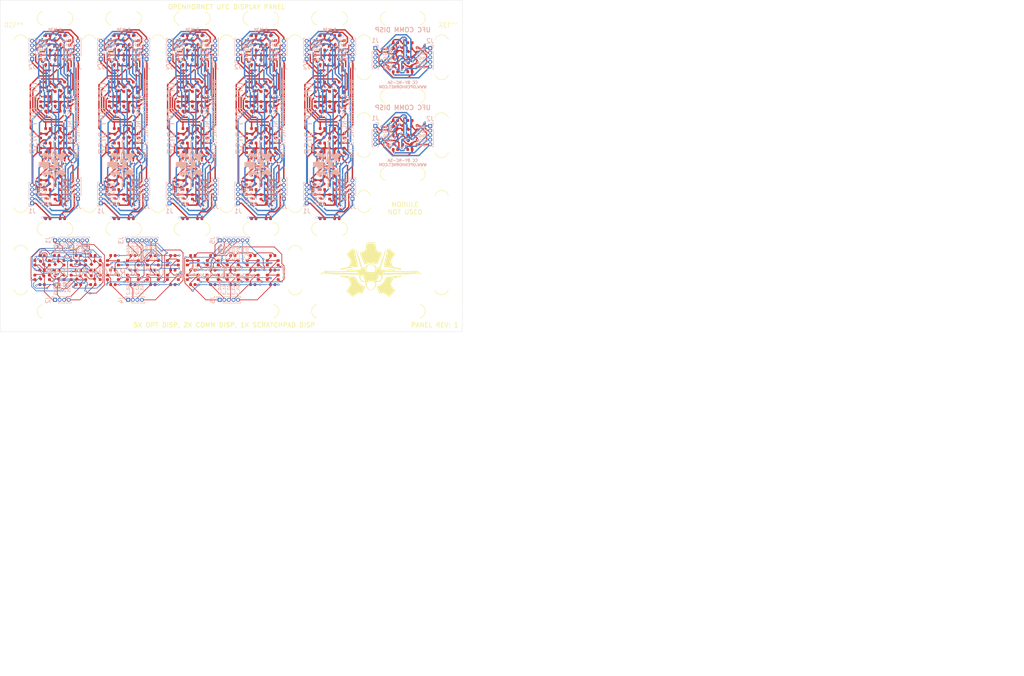
<source format=kicad_pcb>
(kicad_pcb (version 20171130) (host pcbnew "(5.1.4)-1")
  (layers (0 F.Cu signal) (31 B.Cu signal) (34 B.Paste user) (35 F.Paste user) (36 B.SilkS user) (37 F.SilkS user) (38 B.Mask user) (39 F.Mask user) (44 Edge.Cuts user))
  (net 0 "")
  (module Panelization:0.5mm-NPTH-Drill (layer F.Cu) (at 147.8275 31.342)
    (fp_text reference REF** hide)
    (fp_text value 0.5mm-NPTH-Drill hide)
    (pad "" np_thru_hole circle (at 0 0) (size 0.5 0.5) (drill 0.5) (layers *.Cu *.Mask))
  )
  (module Panelization:0.5mm-NPTH-Drill (layer F.Cu) (at 147.8275 32.092)
    (fp_text reference REF** hide)
    (fp_text value 0.5mm-NPTH-Drill hide)
    (pad "" np_thru_hole circle (at 0 0) (size 0.5 0.5) (drill 0.5) (layers *.Cu *.Mask))
  )
  (module Panelization:0.5mm-NPTH-Drill (layer F.Cu) (at 147.8275 32.842)
    (fp_text reference REF** hide)
    (fp_text value 0.5mm-NPTH-Drill hide)
    (pad "" np_thru_hole circle (at 0 0) (size 0.5 0.5) (drill 0.5) (layers *.Cu *.Mask))
  )
  (module Panelization:0.5mm-NPTH-Drill (layer F.Cu) (at 153.1775 35.842)
    (fp_text reference REF** hide)
    (fp_text value 0.5mm-NPTH-Drill hide)
    (pad "" np_thru_hole circle (at 0 0) (size 0.5 0.5) (drill 0.5) (layers *.Cu *.Mask))
  )
  (module Panelization:0.5mm-NPTH-Drill (layer F.Cu) (at 152.4275 35.842)
    (fp_text reference REF** hide)
    (fp_text value 0.5mm-NPTH-Drill hide)
    (pad "" np_thru_hole circle (at 0 0) (size 0.5 0.5) (drill 0.5) (layers *.Cu *.Mask))
  )
  (module Panelization:0.5mm-NPTH-Drill (layer F.Cu) (at 151.6775 35.842)
    (fp_text reference REF** hide)
    (fp_text value 0.5mm-NPTH-Drill hide)
    (pad "" np_thru_hole circle (at 0 0) (size 0.5 0.5) (drill 0.5) (layers *.Cu *.Mask))
  )
  (module Panelization:0.5mm-NPTH-Drill (layer F.Cu) (at 150.9275 35.842)
    (fp_text reference REF** hide)
    (fp_text value 0.5mm-NPTH-Drill hide)
    (pad "" np_thru_hole circle (at 0 0) (size 0.5 0.5) (drill 0.5) (layers *.Cu *.Mask))
  )
  (module Panelization:0.5mm-NPTH-Drill (layer F.Cu) (at 58.4275 31.342)
    (fp_text reference REF** hide)
    (fp_text value 0.5mm-NPTH-Drill hide)
    (pad "" np_thru_hole circle (at 0 0) (size 0.5 0.5) (drill 0.5) (layers *.Cu *.Mask))
  )
  (module Panelization:0.5mm-NPTH-Drill (layer F.Cu) (at 58.4275 32.092)
    (fp_text reference REF** hide)
    (fp_text value 0.5mm-NPTH-Drill hide)
    (pad "" np_thru_hole circle (at 0 0) (size 0.5 0.5) (drill 0.5) (layers *.Cu *.Mask))
  )
  (module Panelization:0.5mm-NPTH-Drill (layer F.Cu) (at 58.4275 32.842)
    (fp_text reference REF** hide)
    (fp_text value 0.5mm-NPTH-Drill hide)
    (pad "" np_thru_hole circle (at 0 0) (size 0.5 0.5) (drill 0.5) (layers *.Cu *.Mask))
  )
  (module Panelization:0.5mm-NPTH-Drill (layer F.Cu) (at 53.1775 35.842)
    (fp_text reference REF** hide)
    (fp_text value 0.5mm-NPTH-Drill hide)
    (pad "" np_thru_hole circle (at 0 0) (size 0.5 0.5) (drill 0.5) (layers *.Cu *.Mask))
  )
  (module Panelization:0.5mm-NPTH-Drill (layer F.Cu) (at 53.9275 35.842)
    (fp_text reference REF** hide)
    (fp_text value 0.5mm-NPTH-Drill hide)
    (pad "" np_thru_hole circle (at 0 0) (size 0.5 0.5) (drill 0.5) (layers *.Cu *.Mask))
  )
  (module Panelization:0.5mm-NPTH-Drill (layer F.Cu) (at 54.6775 35.842)
    (fp_text reference REF** hide)
    (fp_text value 0.5mm-NPTH-Drill hide)
    (pad "" np_thru_hole circle (at 0 0) (size 0.5 0.5) (drill 0.5) (layers *.Cu *.Mask))
  )
  (module Panelization:0.5mm-NPTH-Drill (layer F.Cu) (at 55.4275 35.842)
    (fp_text reference REF** hide)
    (fp_text value 0.5mm-NPTH-Drill hide)
    (pad "" np_thru_hole circle (at 0 0) (size 0.5 0.5) (drill 0.5) (layers *.Cu *.Mask))
  )
  (module Panelization:0.5mm-NPTH-Drill (layer F.Cu) (at 53.1875 97.252)
    (fp_text reference REF** hide)
    (fp_text value 0.5mm-NPTH-Drill hide)
    (pad "" np_thru_hole circle (at 0 0) (size 0.5 0.5) (drill 0.5) (layers *.Cu *.Mask))
  )
  (module Panelization:0.5mm-NPTH-Drill (layer F.Cu) (at 53.9375 97.252)
    (fp_text reference REF** hide)
    (fp_text value 0.5mm-NPTH-Drill hide)
    (pad "" np_thru_hole circle (at 0 0) (size 0.5 0.5) (drill 0.5) (layers *.Cu *.Mask))
  )
  (module Panelization:0.5mm-NPTH-Drill (layer F.Cu) (at 54.6875 97.252)
    (fp_text reference REF** hide)
    (fp_text value 0.5mm-NPTH-Drill hide)
    (pad "" np_thru_hole circle (at 0 0) (size 0.5 0.5) (drill 0.5) (layers *.Cu *.Mask))
  )
  (module Panelization:0.5mm-NPTH-Drill (layer F.Cu) (at 55.4375 97.252)
    (fp_text reference REF** hide)
    (fp_text value 0.5mm-NPTH-Drill hide)
    (pad "" np_thru_hole circle (at 0 0) (size 0.5 0.5) (drill 0.5) (layers *.Cu *.Mask))
  )
  (module Panelization:0.5mm-NPTH-Drill (layer F.Cu) (at 58.4375 102.502)
    (fp_text reference REF** hide)
    (fp_text value 0.5mm-NPTH-Drill hide)
    (pad "" np_thru_hole circle (at 0 0) (size 0.5 0.5) (drill 0.5) (layers *.Cu *.Mask))
  )
  (module Panelization:0.5mm-NPTH-Drill (layer F.Cu) (at 58.4375 101.752)
    (fp_text reference REF** hide)
    (fp_text value 0.5mm-NPTH-Drill hide)
    (pad "" np_thru_hole circle (at 0 0) (size 0.5 0.5) (drill 0.5) (layers *.Cu *.Mask))
  )
  (module Panelization:0.5mm-NPTH-Drill (layer F.Cu) (at 58.4375 101.002)
    (fp_text reference REF** hide)
    (fp_text value 0.5mm-NPTH-Drill hide)
    (pad "" np_thru_hole circle (at 0 0) (size 0.5 0.5) (drill 0.5) (layers *.Cu *.Mask))
  )
  (module Panelization:0.5mm-NPTH-Drill (layer F.Cu) (at 58.4375 100.252)
    (fp_text reference REF** hide)
    (fp_text value 0.5mm-NPTH-Drill hide)
    (pad "" np_thru_hole circle (at 0 0) (size 0.5 0.5) (drill 0.5) (layers *.Cu *.Mask))
  )
  (module Panelization:0.5mm-NPTH-Drill (layer F.Cu) (at 147.8375 102.492)
    (fp_text reference REF** hide)
    (fp_text value 0.5mm-NPTH-Drill hide)
    (pad "" np_thru_hole circle (at 0 0) (size 0.5 0.5) (drill 0.5) (layers *.Cu *.Mask))
  )
  (module Panelization:0.5mm-NPTH-Drill (layer F.Cu) (at 147.8375 101.742)
    (fp_text reference REF** hide)
    (fp_text value 0.5mm-NPTH-Drill hide)
    (pad "" np_thru_hole circle (at 0 0) (size 0.5 0.5) (drill 0.5) (layers *.Cu *.Mask))
  )
  (module Panelization:0.5mm-NPTH-Drill (layer F.Cu) (at 147.8375 100.992)
    (fp_text reference REF** hide)
    (fp_text value 0.5mm-NPTH-Drill hide)
    (pad "" np_thru_hole circle (at 0 0) (size 0.5 0.5) (drill 0.5) (layers *.Cu *.Mask))
  )
  (module Panelization:0.5mm-NPTH-Drill (layer F.Cu) (at 147.8375 100.242)
    (fp_text reference REF** hide)
    (fp_text value 0.5mm-NPTH-Drill hide)
    (pad "" np_thru_hole circle (at 0 0) (size 0.5 0.5) (drill 0.5) (layers *.Cu *.Mask))
  )
  (module Panelization:0.5mm-NPTH-Drill (layer F.Cu) (at 153.0875 97.242)
    (fp_text reference REF** hide)
    (fp_text value 0.5mm-NPTH-Drill hide)
    (pad "" np_thru_hole circle (at 0 0) (size 0.5 0.5) (drill 0.5) (layers *.Cu *.Mask))
  )
  (module Panelization:0.5mm-NPTH-Drill (layer F.Cu) (at 152.3375 97.242)
    (fp_text reference REF** hide)
    (fp_text value 0.5mm-NPTH-Drill hide)
    (pad "" np_thru_hole circle (at 0 0) (size 0.5 0.5) (drill 0.5) (layers *.Cu *.Mask))
  )
  (module Panelization:0.5mm-NPTH-Drill (layer F.Cu) (at 151.5875 97.242)
    (fp_text reference REF** hide)
    (fp_text value 0.5mm-NPTH-Drill hide)
    (pad "" np_thru_hole circle (at 0 0) (size 0.5 0.5) (drill 0.5) (layers *.Cu *.Mask))
  )
  (module Panelization:0.5mm-NPTH-Drill (layer F.Cu) (at 150.8375 97.242)
    (fp_text reference REF** hide)
    (fp_text value 0.5mm-NPTH-Drill hide)
    (pad "" np_thru_hole circle (at 0 0) (size 0.5 0.5) (drill 0.5) (layers *.Cu *.Mask))
  )
  (module KiCAD_Libraries:OH_LOGO_ONLY_22mm_12mm (layer F.Cu) (at 133.6375 89.542)
    (fp_text reference G*** hide)
    (fp_text value LOGO hide)
  )
  (module LED_SMD:LED_0402_1005Metric (layer F.Cu) (at 140.624 61.611 90)
    (fp_text reference D9 hide)
    (fp_text value LED)
    (pad 2 smd roundrect (at 0.485 0 90) (size 0.59 0.64) (layers F.Cu F.Paste F.Mask))
    (pad 1 smd roundrect (at -0.485 0 90) (size 0.59 0.64) (layers F.Cu F.Paste F.Mask))
  )
  (module LED_SMD:LED_0402_1005Metric (layer F.Cu) (at 140.624 58.436 270)
    (fp_text reference D8 hide)
    (fp_text value LED)
    (pad 2 smd roundrect (at 0.485 0 270) (size 0.59 0.64) (layers F.Cu F.Paste F.Mask))
    (pad 1 smd roundrect (at -0.485 0 270) (size 0.59 0.64) (layers F.Cu F.Paste F.Mask))
  )
  (module LED_SMD:LED_0402_1005Metric (layer F.Cu) (at 143.799 61.611 90)
    (fp_text reference D16 hide)
    (fp_text value LED)
    (pad 2 smd roundrect (at 0.485 0 90) (size 0.59 0.64) (layers F.Cu F.Paste F.Mask))
    (pad 1 smd roundrect (at -0.485 0 90) (size 0.59 0.64) (layers F.Cu F.Paste F.Mask))
  )
  (module Connector_PinHeader_1.00mm:PinHeader_1x05_P1.00mm_Vertical (layer B.Cu) (at 146.6375 58.042 180)
    (fp_text reference J2 (at 0 1.56) (layer B.SilkS) (effects (justify mirror)))
    (fp_text value Conn_01x05_Male)
    (pad 5 thru_hole oval (at 0 -4 180) (size 0.85 0.85) (drill 0.5) (layers *.Cu *.Mask))
    (pad 4 thru_hole oval (at 0 -3 180) (size 0.85 0.85) (drill 0.5) (layers *.Cu *.Mask))
    (pad 3 thru_hole oval (at 0 -2 180) (size 0.85 0.85) (drill 0.5) (layers *.Cu *.Mask))
    (pad 2 thru_hole oval (at 0 -1 180) (size 0.85 0.85) (drill 0.5) (layers *.Cu *.Mask))
    (pad 1 thru_hole rect (at 0 0 180) (size 0.85 0.85) (drill 0.5) (layers *.Cu *.Mask))
  )
  (module Connector_PinHeader_1.00mm:PinHeader_1x05_P1.00mm_Vertical (layer B.Cu) (at 134.6375 58.042 180)
    (fp_text reference J1 (at 0 1.695 180) (layer B.SilkS) (effects (justify mirror)))
    (fp_text value Conn_01x05_Male)
    (pad 1 thru_hole rect (at 0 0 180) (size 0.85 0.85) (drill 0.5) (layers *.Cu *.Mask))
    (pad 2 thru_hole oval (at 0 -1 180) (size 0.85 0.85) (drill 0.5) (layers *.Cu *.Mask))
    (pad 3 thru_hole oval (at 0 -2 180) (size 0.85 0.85) (drill 0.5) (layers *.Cu *.Mask))
    (pad 4 thru_hole oval (at 0 -3 180) (size 0.85 0.85) (drill 0.5) (layers *.Cu *.Mask))
    (pad 5 thru_hole oval (at 0 -4 180) (size 0.85 0.85) (drill 0.5) (layers *.Cu *.Mask))
  )
  (module LED_SMD:LED_0402_1005Metric (layer F.Cu) (at 139.0365 63.1985)
    (fp_text reference D7 hide)
    (fp_text value LED)
    (pad 1 smd roundrect (at -0.485 0) (size 0.59 0.64) (layers F.Cu F.Paste F.Mask))
    (pad 2 smd roundrect (at 0.485 0) (size 0.59 0.64) (layers F.Cu F.Paste F.Mask))
  )
  (module LED_SMD:LED_0402_1005Metric (layer F.Cu) (at 143.799 58.436 270)
    (fp_text reference D15 hide)
    (fp_text value LED)
    (pad 1 smd roundrect (at -0.485 0 270) (size 0.59 0.64) (layers F.Cu F.Paste F.Mask))
    (pad 2 smd roundrect (at 0.485 0 270) (size 0.59 0.64) (layers F.Cu F.Paste F.Mask))
  )
  (module LED_SMD:LED_0402_1005Metric (layer F.Cu) (at 139.0365 56.8485)
    (fp_text reference D3 hide)
    (fp_text value LED)
    (pad 1 smd roundrect (at -0.485 0) (size 0.59 0.64) (layers F.Cu F.Paste F.Mask))
    (pad 2 smd roundrect (at 0.485 0) (size 0.59 0.64) (layers F.Cu F.Paste F.Mask))
  )
  (module LED_SMD:LED_0402_1005Metric (layer F.Cu) (at 139.0365 61.611 45)
    (fp_text reference D6 hide)
    (fp_text value LED)
    (pad 2 smd roundrect (at 0.485 0 45) (size 0.59 0.64) (layers F.Cu F.Paste F.Mask))
    (pad 1 smd roundrect (at -0.485 0 45) (size 0.59 0.64) (layers F.Cu F.Paste F.Mask))
  )
  (module LED_SMD:LED_0402_1005Metric (layer F.Cu) (at 142.2115 60.0235)
    (fp_text reference D12 hide)
    (fp_text value LED)
    (pad 2 smd roundrect (at 0.485 0) (size 0.59 0.64) (layers F.Cu F.Paste F.Mask))
    (pad 1 smd roundrect (at -0.485 0) (size 0.59 0.64) (layers F.Cu F.Paste F.Mask))
  )
  (module LED_SMD:LED_0402_1005Metric (layer F.Cu) (at 139.0365 60.0235)
    (fp_text reference D5 hide)
    (fp_text value LED)
    (pad 1 smd roundrect (at -0.485 0) (size 0.59 0.64) (layers F.Cu F.Paste F.Mask))
    (pad 2 smd roundrect (at 0.485 0) (size 0.59 0.64) (layers F.Cu F.Paste F.Mask))
  )
  (module LED_SMD:LED_0402_1005Metric (layer F.Cu) (at 142.2115 56.8485)
    (fp_text reference D10 hide)
    (fp_text value LED)
    (pad 2 smd roundrect (at 0.485 0) (size 0.59 0.64) (layers F.Cu F.Paste F.Mask))
    (pad 1 smd roundrect (at -0.485 0) (size 0.59 0.64) (layers F.Cu F.Paste F.Mask))
  )
  (module LED_SMD:LED_0402_1005Metric (layer F.Cu) (at 137.449 58.436 270)
    (fp_text reference D1 hide)
    (fp_text value LED)
    (pad 2 smd roundrect (at 0.485 0 270) (size 0.59 0.64) (layers F.Cu F.Paste F.Mask))
    (pad 1 smd roundrect (at -0.485 0 270) (size 0.59 0.64) (layers F.Cu F.Paste F.Mask))
  )
  (module LED_SMD:LED_0402_1005Metric (layer F.Cu) (at 142.2115 61.611 315)
    (fp_text reference D13 hide)
    (fp_text value LED)
    (pad 1 smd roundrect (at -0.485 0 315) (size 0.59 0.64) (layers F.Cu F.Paste F.Mask))
    (pad 2 smd roundrect (at 0.485 0 315) (size 0.59 0.64) (layers F.Cu F.Paste F.Mask))
  )
  (module LED_SMD:LED_0402_1005Metric (layer F.Cu) (at 142.2115 63.1985)
    (fp_text reference D14 hide)
    (fp_text value LED)
    (pad 2 smd roundrect (at 0.485 0) (size 0.59 0.64) (layers F.Cu F.Paste F.Mask))
    (pad 1 smd roundrect (at -0.485 0) (size 0.59 0.64) (layers F.Cu F.Paste F.Mask))
  )
  (module LED_SMD:LED_0402_1005Metric (layer F.Cu) (at 137.449 61.611 90)
    (fp_text reference D2 hide)
    (fp_text value LED)
    (pad 2 smd roundrect (at 0.485 0 90) (size 0.59 0.64) (layers F.Cu F.Paste F.Mask))
    (pad 1 smd roundrect (at -0.485 0 90) (size 0.59 0.64) (layers F.Cu F.Paste F.Mask))
  )
  (module LED_SMD:LED_0402_1005Metric (layer F.Cu) (at 139.0365 58.436 315)
    (fp_text reference D4 hide)
    (fp_text value LED)
    (pad 2 smd roundrect (at 0.485 0 315) (size 0.59 0.64) (layers F.Cu F.Paste F.Mask))
    (pad 1 smd roundrect (at -0.485 0 315) (size 0.59 0.64) (layers F.Cu F.Paste F.Mask))
  )
  (module LED_SMD:LED_0402_1005Metric (layer F.Cu) (at 142.2115 58.436 45)
    (fp_text reference D11 hide)
    (fp_text value LED)
    (pad 1 smd roundrect (at -0.485 0 45) (size 0.59 0.64) (layers F.Cu F.Paste F.Mask))
    (pad 2 smd roundrect (at 0.485 0 45) (size 0.59 0.64) (layers F.Cu F.Paste F.Mask))
  )
  (module LED_SMD:LED_0402_1005Metric (layer F.Cu) (at 140.624 44.611 90)
    (fp_text reference D9 hide)
    (fp_text value LED)
    (pad 2 smd roundrect (at 0.485 0 90) (size 0.59 0.64) (layers F.Cu F.Paste F.Mask))
    (pad 1 smd roundrect (at -0.485 0 90) (size 0.59 0.64) (layers F.Cu F.Paste F.Mask))
  )
  (module LED_SMD:LED_0402_1005Metric (layer F.Cu) (at 140.624 41.436 270)
    (fp_text reference D8 hide)
    (fp_text value LED)
    (pad 2 smd roundrect (at 0.485 0 270) (size 0.59 0.64) (layers F.Cu F.Paste F.Mask))
    (pad 1 smd roundrect (at -0.485 0 270) (size 0.59 0.64) (layers F.Cu F.Paste F.Mask))
  )
  (module LED_SMD:LED_0402_1005Metric (layer F.Cu) (at 143.799 44.611 90)
    (fp_text reference D16 hide)
    (fp_text value LED)
    (pad 2 smd roundrect (at 0.485 0 90) (size 0.59 0.64) (layers F.Cu F.Paste F.Mask))
    (pad 1 smd roundrect (at -0.485 0 90) (size 0.59 0.64) (layers F.Cu F.Paste F.Mask))
  )
  (module Connector_PinHeader_1.00mm:PinHeader_1x05_P1.00mm_Vertical (layer B.Cu) (at 146.6375 41.042 180)
    (fp_text reference J2 (at 0 1.56) (layer B.SilkS) (effects (justify mirror)))
    (fp_text value Conn_01x05_Male)
    (pad 5 thru_hole oval (at 0 -4 180) (size 0.85 0.85) (drill 0.5) (layers *.Cu *.Mask))
    (pad 4 thru_hole oval (at 0 -3 180) (size 0.85 0.85) (drill 0.5) (layers *.Cu *.Mask))
    (pad 3 thru_hole oval (at 0 -2 180) (size 0.85 0.85) (drill 0.5) (layers *.Cu *.Mask))
    (pad 2 thru_hole oval (at 0 -1 180) (size 0.85 0.85) (drill 0.5) (layers *.Cu *.Mask))
    (pad 1 thru_hole rect (at 0 0 180) (size 0.85 0.85) (drill 0.5) (layers *.Cu *.Mask))
  )
  (module Connector_PinHeader_1.00mm:PinHeader_1x05_P1.00mm_Vertical (layer B.Cu) (at 134.6375 41.042 180)
    (fp_text reference J1 (at 0 1.695 180) (layer B.SilkS) (effects (justify mirror)))
    (fp_text value Conn_01x05_Male)
    (pad 1 thru_hole rect (at 0 0 180) (size 0.85 0.85) (drill 0.5) (layers *.Cu *.Mask))
    (pad 2 thru_hole oval (at 0 -1 180) (size 0.85 0.85) (drill 0.5) (layers *.Cu *.Mask))
    (pad 3 thru_hole oval (at 0 -2 180) (size 0.85 0.85) (drill 0.5) (layers *.Cu *.Mask))
    (pad 4 thru_hole oval (at 0 -3 180) (size 0.85 0.85) (drill 0.5) (layers *.Cu *.Mask))
    (pad 5 thru_hole oval (at 0 -4 180) (size 0.85 0.85) (drill 0.5) (layers *.Cu *.Mask))
  )
  (module LED_SMD:LED_0402_1005Metric (layer F.Cu) (at 139.0365 46.1985)
    (fp_text reference D7 hide)
    (fp_text value LED)
    (pad 1 smd roundrect (at -0.485 0) (size 0.59 0.64) (layers F.Cu F.Paste F.Mask))
    (pad 2 smd roundrect (at 0.485 0) (size 0.59 0.64) (layers F.Cu F.Paste F.Mask))
  )
  (module LED_SMD:LED_0402_1005Metric (layer F.Cu) (at 143.799 41.436 270)
    (fp_text reference D15 hide)
    (fp_text value LED)
    (pad 1 smd roundrect (at -0.485 0 270) (size 0.59 0.64) (layers F.Cu F.Paste F.Mask))
    (pad 2 smd roundrect (at 0.485 0 270) (size 0.59 0.64) (layers F.Cu F.Paste F.Mask))
  )
  (module LED_SMD:LED_0402_1005Metric (layer F.Cu) (at 139.0365 39.8485)
    (fp_text reference D3 hide)
    (fp_text value LED)
    (pad 1 smd roundrect (at -0.485 0) (size 0.59 0.64) (layers F.Cu F.Paste F.Mask))
    (pad 2 smd roundrect (at 0.485 0) (size 0.59 0.64) (layers F.Cu F.Paste F.Mask))
  )
  (module LED_SMD:LED_0402_1005Metric (layer F.Cu) (at 139.0365 44.611 45)
    (fp_text reference D6 hide)
    (fp_text value LED)
    (pad 2 smd roundrect (at 0.485 0 45) (size 0.59 0.64) (layers F.Cu F.Paste F.Mask))
    (pad 1 smd roundrect (at -0.485 0 45) (size 0.59 0.64) (layers F.Cu F.Paste F.Mask))
  )
  (module LED_SMD:LED_0402_1005Metric (layer F.Cu) (at 142.2115 43.0235)
    (fp_text reference D12 hide)
    (fp_text value LED)
    (pad 2 smd roundrect (at 0.485 0) (size 0.59 0.64) (layers F.Cu F.Paste F.Mask))
    (pad 1 smd roundrect (at -0.485 0) (size 0.59 0.64) (layers F.Cu F.Paste F.Mask))
  )
  (module LED_SMD:LED_0402_1005Metric (layer F.Cu) (at 139.0365 43.0235)
    (fp_text reference D5 hide)
    (fp_text value LED)
    (pad 1 smd roundrect (at -0.485 0) (size 0.59 0.64) (layers F.Cu F.Paste F.Mask))
    (pad 2 smd roundrect (at 0.485 0) (size 0.59 0.64) (layers F.Cu F.Paste F.Mask))
  )
  (module LED_SMD:LED_0402_1005Metric (layer F.Cu) (at 142.2115 39.8485)
    (fp_text reference D10 hide)
    (fp_text value LED)
    (pad 2 smd roundrect (at 0.485 0) (size 0.59 0.64) (layers F.Cu F.Paste F.Mask))
    (pad 1 smd roundrect (at -0.485 0) (size 0.59 0.64) (layers F.Cu F.Paste F.Mask))
  )
  (module LED_SMD:LED_0402_1005Metric (layer F.Cu) (at 137.449 41.436 270)
    (fp_text reference D1 hide)
    (fp_text value LED)
    (pad 2 smd roundrect (at 0.485 0 270) (size 0.59 0.64) (layers F.Cu F.Paste F.Mask))
    (pad 1 smd roundrect (at -0.485 0 270) (size 0.59 0.64) (layers F.Cu F.Paste F.Mask))
  )
  (module LED_SMD:LED_0402_1005Metric (layer F.Cu) (at 142.2115 44.611 315)
    (fp_text reference D13 hide)
    (fp_text value LED)
    (pad 1 smd roundrect (at -0.485 0 315) (size 0.59 0.64) (layers F.Cu F.Paste F.Mask))
    (pad 2 smd roundrect (at 0.485 0 315) (size 0.59 0.64) (layers F.Cu F.Paste F.Mask))
  )
  (module LED_SMD:LED_0402_1005Metric (layer F.Cu) (at 142.2115 46.1985)
    (fp_text reference D14 hide)
    (fp_text value LED)
    (pad 2 smd roundrect (at 0.485 0) (size 0.59 0.64) (layers F.Cu F.Paste F.Mask))
    (pad 1 smd roundrect (at -0.485 0) (size 0.59 0.64) (layers F.Cu F.Paste F.Mask))
  )
  (module LED_SMD:LED_0402_1005Metric (layer F.Cu) (at 137.449 44.611 90)
    (fp_text reference D2 hide)
    (fp_text value LED)
    (pad 2 smd roundrect (at 0.485 0 90) (size 0.59 0.64) (layers F.Cu F.Paste F.Mask))
    (pad 1 smd roundrect (at -0.485 0 90) (size 0.59 0.64) (layers F.Cu F.Paste F.Mask))
  )
  (module LED_SMD:LED_0402_1005Metric (layer F.Cu) (at 139.0365 41.436 315)
    (fp_text reference D4 hide)
    (fp_text value LED)
    (pad 2 smd roundrect (at 0.485 0 315) (size 0.59 0.64) (layers F.Cu F.Paste F.Mask))
    (pad 1 smd roundrect (at -0.485 0 315) (size 0.59 0.64) (layers F.Cu F.Paste F.Mask))
  )
  (module LED_SMD:LED_0402_1005Metric (layer F.Cu) (at 142.2115 41.436 45)
    (fp_text reference D11 hide)
    (fp_text value LED)
    (pad 1 smd roundrect (at -0.485 0 45) (size 0.59 0.64) (layers F.Cu F.Paste F.Mask))
    (pad 2 smd roundrect (at 0.485 0 45) (size 0.59 0.64) (layers F.Cu F.Paste F.Mask))
  )
  (module LED_SMD:LED_0402_1005Metric (layer F.Cu) (at 113.40625 87.9545 270)
    (fp_text reference D90 hide)
    (fp_text value LED)
    (pad 1 smd roundrect (at -0.485 0 270) (size 0.59 0.64) (layers F.Cu F.Paste F.Mask))
    (pad 2 smd roundrect (at 0.485 0 270) (size 0.59 0.64) (layers F.Cu F.Paste F.Mask))
  )
  (module LED_SMD:LED_0402_1005Metric (layer F.Cu) (at 107.85 86.367)
    (fp_text reference D82 hide)
    (fp_text value LED)
    (pad 1 smd roundrect (at -0.485 0) (size 0.59 0.64) (layers F.Cu F.Paste F.Mask))
    (pad 2 smd roundrect (at 0.485 0) (size 0.59 0.64) (layers F.Cu F.Paste F.Mask))
  )
  (module Connector_PinHeader_1.00mm:PinHeader_1x04_P1.00mm_Vertical (layer B.Cu) (at 80.6375 96.042 270)
    (fp_text reference J4 (at 0 1.56 90) (layer B.SilkS) (effects (justify mirror)))
    (fp_text value Conn_01x04_Male)
    (pad 1 thru_hole rect (at 0 0 270) (size 0.85 0.85) (drill 0.5) (layers *.Cu *.Mask))
    (pad 2 thru_hole oval (at 0 -1 270) (size 0.85 0.85) (drill 0.5) (layers *.Cu *.Mask))
    (pad 3 thru_hole oval (at 0 -2 270) (size 0.85 0.85) (drill 0.5) (layers *.Cu *.Mask))
    (pad 4 thru_hole oval (at 0 -3 270) (size 0.85 0.85) (drill 0.5) (layers *.Cu *.Mask))
  )
  (module LED_SMD:LED_0402_1005Metric (layer F.Cu) (at 112.215625 92.717)
    (fp_text reference D92 hide)
    (fp_text value LED)
    (pad 1 smd roundrect (at -0.485 0) (size 0.59 0.64) (layers F.Cu F.Paste F.Mask))
    (pad 2 smd roundrect (at 0.485 0) (size 0.59 0.64) (layers F.Cu F.Paste F.Mask))
  )
  (module LED_SMD:LED_0402_1005Metric (layer F.Cu) (at 104.675 91.1295 270)
    (fp_text reference D77 hide)
    (fp_text value LED)
    (pad 2 smd roundrect (at 0.485 0 270) (size 0.59 0.64) (layers F.Cu F.Paste F.Mask))
    (pad 1 smd roundrect (at -0.485 0 270) (size 0.59 0.64) (layers F.Cu F.Paste F.Mask))
  )
  (module LED_SMD:LED_0402_1005Metric (layer F.Cu) (at 109.040625 91.1295 270)
    (fp_text reference D84 hide)
    (fp_text value LED)
    (pad 1 smd roundrect (at -0.485 0 270) (size 0.59 0.64) (layers F.Cu F.Paste F.Mask))
    (pad 2 smd roundrect (at 0.485 0 270) (size 0.59 0.64) (layers F.Cu F.Paste F.Mask))
  )
  (module LED_SMD:LED_0402_1005Metric (layer F.Cu) (at 102.29375 87.9545 270)
    (fp_text reference D80 hide)
    (fp_text value LED)
    (pad 1 smd roundrect (at -0.485 0 270) (size 0.59 0.64) (layers F.Cu F.Paste F.Mask))
    (pad 2 smd roundrect (at 0.485 0 270) (size 0.59 0.64) (layers F.Cu F.Paste F.Mask))
  )
  (module LED_SMD:LED_0402_1005Metric (layer F.Cu) (at 109.040625 87.9545 270)
    (fp_text reference D83 hide)
    (fp_text value LED)
    (pad 2 smd roundrect (at 0.485 0 270) (size 0.59 0.64) (layers F.Cu F.Paste F.Mask))
    (pad 1 smd roundrect (at -0.485 0 270) (size 0.59 0.64) (layers F.Cu F.Paste F.Mask))
  )
  (module Connector_PinHeader_1.00mm:PinHeader_1x08_P1.00mm_Vertical (layer B.Cu) (at 64.6375 83.042 270)
    (fp_text reference J1 (at 0 1.56 90) (layer B.SilkS) (effects (justify mirror)))
    (fp_text value Conn_01x08_Male)
    (pad 8 thru_hole oval (at 0 -7 270) (size 0.85 0.85) (drill 0.5) (layers *.Cu *.Mask))
    (pad 7 thru_hole oval (at 0 -6 270) (size 0.85 0.85) (drill 0.5) (layers *.Cu *.Mask))
    (pad 6 thru_hole oval (at 0 -5 270) (size 0.85 0.85) (drill 0.5) (layers *.Cu *.Mask))
    (pad 5 thru_hole oval (at 0 -4 270) (size 0.85 0.85) (drill 0.5) (layers *.Cu *.Mask))
    (pad 4 thru_hole oval (at 0 -3 270) (size 0.85 0.85) (drill 0.5) (layers *.Cu *.Mask))
    (pad 3 thru_hole oval (at 0 -2 270) (size 0.85 0.85) (drill 0.5) (layers *.Cu *.Mask))
    (pad 2 thru_hole oval (at 0 -1 270) (size 0.85 0.85) (drill 0.5) (layers *.Cu *.Mask))
    (pad 1 thru_hole rect (at 0 0 270) (size 0.85 0.85) (drill 0.5) (layers *.Cu *.Mask))
  )
  (module LED_SMD:LED_0402_1005Metric (layer F.Cu) (at 113.40625 91.1295 270)
    (fp_text reference D91 hide)
    (fp_text value LED)
    (pad 2 smd roundrect (at 0.485 0 270) (size 0.59 0.64) (layers F.Cu F.Paste F.Mask))
    (pad 1 smd roundrect (at -0.485 0 270) (size 0.59 0.64) (layers F.Cu F.Paste F.Mask))
  )
  (module LED_SMD:LED_0402_1005Metric (layer F.Cu) (at 102.29375 91.1295 270)
    (fp_text reference D79 hide)
    (fp_text value LED)
    (pad 2 smd roundrect (at 0.485 0 270) (size 0.59 0.64) (layers F.Cu F.Paste F.Mask))
    (pad 1 smd roundrect (at -0.485 0 270) (size 0.59 0.64) (layers F.Cu F.Paste F.Mask))
  )
  (module LED_SMD:LED_0402_1005Metric (layer F.Cu) (at 112.215625 89.542)
    (fp_text reference D95 hide)
    (fp_text value LED)
    (pad 2 smd roundrect (at 0.485 0) (size 0.59 0.64) (layers F.Cu F.Paste F.Mask))
    (pad 1 smd roundrect (at -0.485 0) (size 0.59 0.64) (layers F.Cu F.Paste F.Mask))
  )
  (module LED_SMD:LED_0402_1005Metric (layer F.Cu) (at 111.025 91.1295 270)
    (fp_text reference D93 hide)
    (fp_text value LED)
    (pad 2 smd roundrect (at 0.485 0 270) (size 0.59 0.64) (layers F.Cu F.Paste F.Mask))
    (pad 1 smd roundrect (at -0.485 0 270) (size 0.59 0.64) (layers F.Cu F.Paste F.Mask))
  )
  (module LED_SMD:LED_0402_1005Metric (layer F.Cu) (at 106.659375 91.1295 270)
    (fp_text reference D86 hide)
    (fp_text value LED)
    (pad 1 smd roundrect (at -0.485 0 270) (size 0.59 0.64) (layers F.Cu F.Paste F.Mask))
    (pad 2 smd roundrect (at 0.485 0 270) (size 0.59 0.64) (layers F.Cu F.Paste F.Mask))
  )
  (module LED_SMD:LED_0402_1005Metric (layer F.Cu) (at 107.85 89.542)
    (fp_text reference D88 hide)
    (fp_text value LED)
    (pad 1 smd roundrect (at -0.485 0) (size 0.59 0.64) (layers F.Cu F.Paste F.Mask))
    (pad 2 smd roundrect (at 0.485 0) (size 0.59 0.64) (layers F.Cu F.Paste F.Mask))
  )
  (module LED_SMD:LED_0402_1005Metric (layer F.Cu) (at 106.659375 87.9545 270)
    (fp_text reference D87 hide)
    (fp_text value LED)
    (pad 2 smd roundrect (at 0.485 0 270) (size 0.59 0.64) (layers F.Cu F.Paste F.Mask))
    (pad 1 smd roundrect (at -0.485 0 270) (size 0.59 0.64) (layers F.Cu F.Paste F.Mask))
  )
  (module Connector_PinHeader_1.00mm:PinHeader_1x07_P1.00mm_Vertical (layer B.Cu) (at 100.6375 83.042 270)
    (fp_text reference J5 (at 0 1.56 90) (layer B.SilkS) (effects (justify mirror)))
    (fp_text value Conn_01x07_Male)
    (pad 1 thru_hole rect (at 0 0 270) (size 0.85 0.85) (drill 0.5) (layers *.Cu *.Mask))
    (pad 2 thru_hole oval (at 0 -1 270) (size 0.85 0.85) (drill 0.5) (layers *.Cu *.Mask))
    (pad 3 thru_hole oval (at 0 -2 270) (size 0.85 0.85) (drill 0.5) (layers *.Cu *.Mask))
    (pad 4 thru_hole oval (at 0 -3 270) (size 0.85 0.85) (drill 0.5) (layers *.Cu *.Mask))
    (pad 5 thru_hole oval (at 0 -4 270) (size 0.85 0.85) (drill 0.5) (layers *.Cu *.Mask))
    (pad 6 thru_hole oval (at 0 -5 270) (size 0.85 0.85) (drill 0.5) (layers *.Cu *.Mask))
    (pad 7 thru_hole oval (at 0 -6 270) (size 0.85 0.85) (drill 0.5) (layers *.Cu *.Mask))
  )
  (module LED_SMD:LED_0402_1005Metric (layer F.Cu) (at 103.484375 92.717)
    (fp_text reference D78 hide)
    (fp_text value LED)
    (pad 1 smd roundrect (at -0.485 0) (size 0.59 0.64) (layers F.Cu F.Paste F.Mask))
    (pad 2 smd roundrect (at 0.485 0) (size 0.59 0.64) (layers F.Cu F.Paste F.Mask))
  )
  (module LED_SMD:LED_0402_1005Metric (layer F.Cu) (at 103.484375 89.542)
    (fp_text reference D81 hide)
    (fp_text value LED)
    (pad 2 smd roundrect (at 0.485 0) (size 0.59 0.64) (layers F.Cu F.Paste F.Mask))
    (pad 1 smd roundrect (at -0.485 0) (size 0.59 0.64) (layers F.Cu F.Paste F.Mask))
  )
  (module Connector_PinHeader_1.00mm:PinHeader_1x05_P1.00mm_Vertical (layer B.Cu) (at 100.6375 96.042 270)
    (fp_text reference J6 (at 0 1.56 90) (layer B.SilkS) (effects (justify mirror)))
    (fp_text value Conn_01x05_Male)
    (pad 5 thru_hole oval (at 0 -4 270) (size 0.85 0.85) (drill 0.5) (layers *.Cu *.Mask))
    (pad 4 thru_hole oval (at 0 -3 270) (size 0.85 0.85) (drill 0.5) (layers *.Cu *.Mask))
    (pad 3 thru_hole oval (at 0 -2 270) (size 0.85 0.85) (drill 0.5) (layers *.Cu *.Mask))
    (pad 2 thru_hole oval (at 0 -1 270) (size 0.85 0.85) (drill 0.5) (layers *.Cu *.Mask))
    (pad 1 thru_hole rect (at 0 0 270) (size 0.85 0.85) (drill 0.5) (layers *.Cu *.Mask))
  )
  (module LED_SMD:LED_0402_1005Metric (layer F.Cu) (at 112.215625 86.367)
    (fp_text reference D89 hide)
    (fp_text value LED)
    (pad 2 smd roundrect (at 0.485 0) (size 0.59 0.64) (layers F.Cu F.Paste F.Mask))
    (pad 1 smd roundrect (at -0.485 0) (size 0.59 0.64) (layers F.Cu F.Paste F.Mask))
  )
  (module Connector_PinHeader_1.00mm:PinHeader_1x07_P1.00mm_Vertical (layer B.Cu) (at 80.6375 83.042 270)
    (fp_text reference J3 (at 0 1.56 90) (layer B.SilkS) (effects (justify mirror)))
    (fp_text value Conn_01x07_Male)
    (pad 7 thru_hole oval (at 0 -6 270) (size 0.85 0.85) (drill 0.5) (layers *.Cu *.Mask))
    (pad 6 thru_hole oval (at 0 -5 270) (size 0.85 0.85) (drill 0.5) (layers *.Cu *.Mask))
    (pad 5 thru_hole oval (at 0 -4 270) (size 0.85 0.85) (drill 0.5) (layers *.Cu *.Mask))
    (pad 4 thru_hole oval (at 0 -3 270) (size 0.85 0.85) (drill 0.5) (layers *.Cu *.Mask))
    (pad 3 thru_hole oval (at 0 -2 270) (size 0.85 0.85) (drill 0.5) (layers *.Cu *.Mask))
    (pad 2 thru_hole oval (at 0 -1 270) (size 0.85 0.85) (drill 0.5) (layers *.Cu *.Mask))
    (pad 1 thru_hole rect (at 0 0 270) (size 0.85 0.85) (drill 0.5) (layers *.Cu *.Mask))
  )
  (module Connector_PinHeader_1.00mm:PinHeader_1x04_P1.00mm_Vertical (layer B.Cu) (at 64.6375 96.042 270)
    (fp_text reference J2 (at 0 1.56 90) (layer B.SilkS) (effects (justify mirror)))
    (fp_text value Conn_01x04_Male)
    (pad 4 thru_hole oval (at 0 -3 270) (size 0.85 0.85) (drill 0.5) (layers *.Cu *.Mask))
    (pad 3 thru_hole oval (at 0 -2 270) (size 0.85 0.85) (drill 0.5) (layers *.Cu *.Mask))
    (pad 2 thru_hole oval (at 0 -1 270) (size 0.85 0.85) (drill 0.5) (layers *.Cu *.Mask))
    (pad 1 thru_hole rect (at 0 0 270) (size 0.85 0.85) (drill 0.5) (layers *.Cu *.Mask))
  )
  (module LED_SMD:LED_0402_1005Metric (layer F.Cu) (at 111.025 87.9545 270)
    (fp_text reference D94 hide)
    (fp_text value LED)
    (pad 1 smd roundrect (at -0.485 0 270) (size 0.59 0.64) (layers F.Cu F.Paste F.Mask))
    (pad 2 smd roundrect (at 0.485 0 270) (size 0.59 0.64) (layers F.Cu F.Paste F.Mask))
  )
  (module LED_SMD:LED_0402_1005Metric (layer F.Cu) (at 107.85 92.717)
    (fp_text reference D85 hide)
    (fp_text value LED)
    (pad 2 smd roundrect (at 0.485 0) (size 0.59 0.64) (layers F.Cu F.Paste F.Mask))
    (pad 1 smd roundrect (at -0.485 0) (size 0.59 0.64) (layers F.Cu F.Paste F.Mask))
  )
  (module LED_SMD:LED_0402_1005Metric (layer F.Cu) (at 104.675 87.9545 270)
    (fp_text reference D76 hide)
    (fp_text value LED)
    (pad 1 smd roundrect (at -0.485 0 270) (size 0.59 0.64) (layers F.Cu F.Paste F.Mask))
    (pad 2 smd roundrect (at 0.485 0 270) (size 0.59 0.64) (layers F.Cu F.Paste F.Mask))
  )
  (module LED_SMD:LED_0402_1005Metric (layer F.Cu) (at 94.753125 89.542)
    (fp_text reference D67 hide)
    (fp_text value LED)
    (pad 1 smd roundrect (at -0.485 0) (size 0.59 0.64) (layers F.Cu F.Paste F.Mask))
    (pad 2 smd roundrect (at 0.485 0) (size 0.59 0.64) (layers F.Cu F.Paste F.Mask))
  )
  (module LED_SMD:LED_0402_1005Metric (layer F.Cu) (at 103.484375 86.367)
    (fp_text reference D75 hide)
    (fp_text value LED)
    (pad 2 smd roundrect (at 0.485 0) (size 0.59 0.64) (layers F.Cu F.Paste F.Mask))
    (pad 1 smd roundrect (at -0.485 0) (size 0.59 0.64) (layers F.Cu F.Paste F.Mask))
  )
  (module LED_SMD:LED_0402_1005Metric (layer F.Cu) (at 99.11875 89.542)
    (fp_text reference D74 hide)
    (fp_text value LED)
    (pad 1 smd roundrect (at -0.485 0) (size 0.59 0.64) (layers F.Cu F.Paste F.Mask))
    (pad 2 smd roundrect (at 0.485 0) (size 0.59 0.64) (layers F.Cu F.Paste F.Mask))
  )
  (module LED_SMD:LED_0402_1005Metric (layer F.Cu) (at 97.928125 87.9545 270)
    (fp_text reference D73 hide)
    (fp_text value LED)
    (pad 2 smd roundrect (at 0.485 0 270) (size 0.59 0.64) (layers F.Cu F.Paste F.Mask))
    (pad 1 smd roundrect (at -0.485 0 270) (size 0.59 0.64) (layers F.Cu F.Paste F.Mask))
  )
  (module LED_SMD:LED_0402_1005Metric (layer F.Cu) (at 97.928125 91.1295 90)
    (fp_text reference D72 hide)
    (fp_text value LED)
    (pad 2 smd roundrect (at 0.485 0 90) (size 0.59 0.64) (layers F.Cu F.Paste F.Mask))
    (pad 1 smd roundrect (at -0.485 0 90) (size 0.59 0.64) (layers F.Cu F.Paste F.Mask))
  )
  (module LED_SMD:LED_0402_1005Metric (layer F.Cu) (at 99.11875 92.717)
    (fp_text reference D71 hide)
    (fp_text value LED)
    (pad 1 smd roundrect (at -0.485 0) (size 0.59 0.64) (layers F.Cu F.Paste F.Mask))
    (pad 2 smd roundrect (at 0.485 0) (size 0.59 0.64) (layers F.Cu F.Paste F.Mask))
  )
  (module LED_SMD:LED_0402_1005Metric (layer F.Cu) (at 100.309375 91.1295 270)
    (fp_text reference D70 hide)
    (fp_text value LED)
    (pad 2 smd roundrect (at 0.485 0 270) (size 0.59 0.64) (layers F.Cu F.Paste F.Mask))
    (pad 1 smd roundrect (at -0.485 0 270) (size 0.59 0.64) (layers F.Cu F.Paste F.Mask))
  )
  (module LED_SMD:LED_0402_1005Metric (layer F.Cu) (at 100.309375 87.9545 270)
    (fp_text reference D69 hide)
    (fp_text value LED)
    (pad 1 smd roundrect (at -0.485 0 270) (size 0.59 0.64) (layers F.Cu F.Paste F.Mask))
    (pad 2 smd roundrect (at 0.485 0 270) (size 0.59 0.64) (layers F.Cu F.Paste F.Mask))
  )
  (module LED_SMD:LED_0402_1005Metric (layer F.Cu) (at 99.11875 86.367)
    (fp_text reference D68 hide)
    (fp_text value LED)
    (pad 2 smd roundrect (at 0.485 0) (size 0.59 0.64) (layers F.Cu F.Paste F.Mask))
    (pad 1 smd roundrect (at -0.485 0) (size 0.59 0.64) (layers F.Cu F.Paste F.Mask))
  )
  (module LED_SMD:LED_0402_1005Metric (layer F.Cu) (at 93.5625 87.9545 270)
    (fp_text reference D66 hide)
    (fp_text value LED)
    (pad 2 smd roundrect (at 0.485 0 270) (size 0.59 0.64) (layers F.Cu F.Paste F.Mask))
    (pad 1 smd roundrect (at -0.485 0 270) (size 0.59 0.64) (layers F.Cu F.Paste F.Mask))
  )
  (module LED_SMD:LED_0402_1005Metric (layer F.Cu) (at 95.94375 87.9545 270)
    (fp_text reference D62 hide)
    (fp_text value LED)
    (pad 2 smd roundrect (at 0.485 0 270) (size 0.59 0.64) (layers F.Cu F.Paste F.Mask))
    (pad 1 smd roundrect (at -0.485 0 270) (size 0.59 0.64) (layers F.Cu F.Paste F.Mask))
  )
  (module LED_SMD:LED_0402_1005Metric (layer F.Cu) (at 94.753125 86.367)
    (fp_text reference D61 hide)
    (fp_text value LED)
    (pad 1 smd roundrect (at -0.485 0) (size 0.59 0.64) (layers F.Cu F.Paste F.Mask))
    (pad 2 smd roundrect (at 0.485 0) (size 0.59 0.64) (layers F.Cu F.Paste F.Mask))
  )
  (module LED_SMD:LED_0402_1005Metric (layer F.Cu) (at 94.753125 92.717)
    (fp_text reference D64 hide)
    (fp_text value LED)
    (pad 2 smd roundrect (at 0.485 0) (size 0.59 0.64) (layers F.Cu F.Paste F.Mask))
    (pad 1 smd roundrect (at -0.485 0) (size 0.59 0.64) (layers F.Cu F.Paste F.Mask))
  )
  (module LED_SMD:LED_0402_1005Metric (layer F.Cu) (at 89.196875 87.9545 270)
    (fp_text reference D59 hide)
    (fp_text value LED)
    (pad 1 smd roundrect (at -0.485 0 270) (size 0.59 0.64) (layers F.Cu F.Paste F.Mask))
    (pad 2 smd roundrect (at 0.485 0 270) (size 0.59 0.64) (layers F.Cu F.Paste F.Mask))
  )
  (module LED_SMD:LED_0402_1005Metric (layer F.Cu) (at 91.578125 87.9545 270)
    (fp_text reference D55 hide)
    (fp_text value LED)
    (pad 1 smd roundrect (at -0.485 0 270) (size 0.59 0.64) (layers F.Cu F.Paste F.Mask))
    (pad 2 smd roundrect (at 0.485 0 270) (size 0.59 0.64) (layers F.Cu F.Paste F.Mask))
  )
  (module LED_SMD:LED_0402_1005Metric (layer F.Cu) (at 95.94375 91.1295 270)
    (fp_text reference D63 hide)
    (fp_text value LED)
    (pad 1 smd roundrect (at -0.485 0 270) (size 0.59 0.64) (layers F.Cu F.Paste F.Mask))
    (pad 2 smd roundrect (at 0.485 0 270) (size 0.59 0.64) (layers F.Cu F.Paste F.Mask))
  )
  (module LED_SMD:LED_0402_1005Metric (layer F.Cu) (at 90.3875 89.542)
    (fp_text reference D60 hide)
    (fp_text value LED)
    (pad 2 smd roundrect (at 0.485 0) (size 0.59 0.64) (layers F.Cu F.Paste F.Mask))
    (pad 1 smd roundrect (at -0.485 0) (size 0.59 0.64) (layers F.Cu F.Paste F.Mask))
  )
  (module LED_SMD:LED_0402_1005Metric (layer F.Cu) (at 91.578125 91.1295 270)
    (fp_text reference D56 hide)
    (fp_text value LED)
    (pad 2 smd roundrect (at 0.485 0 270) (size 0.59 0.64) (layers F.Cu F.Paste F.Mask))
    (pad 1 smd roundrect (at -0.485 0 270) (size 0.59 0.64) (layers F.Cu F.Paste F.Mask))
  )
  (module LED_SMD:LED_0402_1005Metric (layer F.Cu) (at 89.196875 91.1295 270)
    (fp_text reference D58 hide)
    (fp_text value LED)
    (pad 2 smd roundrect (at 0.485 0 270) (size 0.59 0.64) (layers F.Cu F.Paste F.Mask))
    (pad 1 smd roundrect (at -0.485 0 270) (size 0.59 0.64) (layers F.Cu F.Paste F.Mask))
  )
  (module LED_SMD:LED_0402_1005Metric (layer F.Cu) (at 90.3875 92.717)
    (fp_text reference D57 hide)
    (fp_text value LED)
    (pad 1 smd roundrect (at -0.485 0) (size 0.59 0.64) (layers F.Cu F.Paste F.Mask))
    (pad 2 smd roundrect (at 0.485 0) (size 0.59 0.64) (layers F.Cu F.Paste F.Mask))
  )
  (module LED_SMD:LED_0402_1005Metric (layer F.Cu) (at 86.021875 89.542)
    (fp_text reference D53 hide)
    (fp_text value LED)
    (pad 1 smd roundrect (at -0.485 0) (size 0.59 0.64) (layers F.Cu F.Paste F.Mask))
    (pad 2 smd roundrect (at 0.485 0) (size 0.59 0.64) (layers F.Cu F.Paste F.Mask))
  )
  (module LED_SMD:LED_0402_1005Metric (layer F.Cu) (at 84.83125 91.1295 270)
    (fp_text reference D51 hide)
    (fp_text value LED)
    (pad 1 smd roundrect (at -0.485 0 270) (size 0.59 0.64) (layers F.Cu F.Paste F.Mask))
    (pad 2 smd roundrect (at 0.485 0 270) (size 0.59 0.64) (layers F.Cu F.Paste F.Mask))
  )
  (module LED_SMD:LED_0402_1005Metric (layer F.Cu) (at 86.021875 92.717)
    (fp_text reference D50 hide)
    (fp_text value LED)
    (pad 2 smd roundrect (at 0.485 0) (size 0.59 0.64) (layers F.Cu F.Paste F.Mask))
    (pad 1 smd roundrect (at -0.485 0) (size 0.59 0.64) (layers F.Cu F.Paste F.Mask))
  )
  (module LED_SMD:LED_0402_1005Metric (layer F.Cu) (at 87.2125 87.9545 270)
    (fp_text reference D48 hide)
    (fp_text value LED)
    (pad 2 smd roundrect (at 0.485 0 270) (size 0.59 0.64) (layers F.Cu F.Paste F.Mask))
    (pad 1 smd roundrect (at -0.485 0 270) (size 0.59 0.64) (layers F.Cu F.Paste F.Mask))
  )
  (module LED_SMD:LED_0402_1005Metric (layer F.Cu) (at 81.65625 89.542 180)
    (fp_text reference D46 hide)
    (fp_text value LED)
    (pad 2 smd roundrect (at 0.485 0 180) (size 0.59 0.64) (layers F.Cu F.Paste F.Mask))
    (pad 1 smd roundrect (at -0.485 0 180) (size 0.59 0.64) (layers F.Cu F.Paste F.Mask))
  )
  (module LED_SMD:LED_0402_1005Metric (layer F.Cu) (at 80.465625 91.1295 270)
    (fp_text reference D44 hide)
    (fp_text value LED)
    (pad 2 smd roundrect (at 0.485 0 270) (size 0.59 0.64) (layers F.Cu F.Paste F.Mask))
    (pad 1 smd roundrect (at -0.485 0 270) (size 0.59 0.64) (layers F.Cu F.Paste F.Mask))
  )
  (module LED_SMD:LED_0402_1005Metric (layer F.Cu) (at 81.65625 92.717)
    (fp_text reference D43 hide)
    (fp_text value LED)
    (pad 1 smd roundrect (at -0.485 0) (size 0.59 0.64) (layers F.Cu F.Paste F.Mask))
    (pad 2 smd roundrect (at 0.485 0) (size 0.59 0.64) (layers F.Cu F.Paste F.Mask))
  )
  (module LED_SMD:LED_0402_1005Metric (layer F.Cu) (at 82.846875 91.1295 270)
    (fp_text reference D42 hide)
    (fp_text value LED)
    (pad 2 smd roundrect (at 0.485 0 270) (size 0.59 0.64) (layers F.Cu F.Paste F.Mask))
    (pad 1 smd roundrect (at -0.485 0 270) (size 0.59 0.64) (layers F.Cu F.Paste F.Mask))
  )
  (module LED_SMD:LED_0402_1005Metric (layer F.Cu) (at 65.0015 92.7165)
    (fp_text reference D14 hide)
    (fp_text value LED)
    (pad 2 smd roundrect (at 0.485 0) (size 0.59 0.64) (layers F.Cu F.Paste F.Mask))
    (pad 1 smd roundrect (at -0.485 0) (size 0.59 0.64) (layers F.Cu F.Paste F.Mask))
  )
  (module LED_SMD:LED_0402_1005Metric (layer F.Cu) (at 82.846875 87.9545 270)
    (fp_text reference D41 hide)
    (fp_text value LED)
    (pad 1 smd roundrect (at -0.485 0 270) (size 0.59 0.64) (layers F.Cu F.Paste F.Mask))
    (pad 2 smd roundrect (at 0.485 0 270) (size 0.59 0.64) (layers F.Cu F.Paste F.Mask))
  )
  (module LED_SMD:LED_0402_1005Metric (layer F.Cu) (at 81.65625 86.367)
    (fp_text reference D40 hide)
    (fp_text value LED)
    (pad 2 smd roundrect (at 0.485 0) (size 0.59 0.64) (layers F.Cu F.Paste F.Mask))
    (pad 1 smd roundrect (at -0.485 0) (size 0.59 0.64) (layers F.Cu F.Paste F.Mask))
  )
  (module LED_SMD:LED_0402_1005Metric (layer F.Cu) (at 65.0015 87.954 45)
    (fp_text reference D11 hide)
    (fp_text value LED)
    (pad 1 smd roundrect (at -0.485 0 45) (size 0.59 0.64) (layers F.Cu F.Paste F.Mask))
    (pad 2 smd roundrect (at 0.485 0 45) (size 0.59 0.64) (layers F.Cu F.Paste F.Mask))
  )
  (module LED_SMD:LED_0402_1005Metric (layer F.Cu) (at 77.290625 89.542 180)
    (fp_text reference D39 hide)
    (fp_text value LED)
    (pad 1 smd roundrect (at -0.485 0 180) (size 0.59 0.64) (layers F.Cu F.Paste F.Mask))
    (pad 2 smd roundrect (at 0.485 0 180) (size 0.59 0.64) (layers F.Cu F.Paste F.Mask))
  )
  (module LED_SMD:LED_0402_1005Metric (layer F.Cu) (at 76.1 91.1295 270)
    (fp_text reference D37 hide)
    (fp_text value LED)
    (pad 1 smd roundrect (at -0.485 0 270) (size 0.59 0.64) (layers F.Cu F.Paste F.Mask))
    (pad 2 smd roundrect (at 0.485 0 270) (size 0.59 0.64) (layers F.Cu F.Paste F.Mask))
  )
  (module LED_SMD:LED_0402_1005Metric (layer F.Cu) (at 69.75 89.542)
    (fp_text reference D21 hide)
    (fp_text value LED)
    (pad 1 smd roundrect (at -0.485 0) (size 0.59 0.64) (layers F.Cu F.Paste F.Mask))
    (pad 2 smd roundrect (at 0.485 0) (size 0.59 0.64) (layers F.Cu F.Paste F.Mask))
  )
  (module LED_SMD:LED_0402_1005Metric (layer F.Cu) (at 77.290625 92.717)
    (fp_text reference D36 hide)
    (fp_text value LED)
    (pad 2 smd roundrect (at 0.485 0) (size 0.59 0.64) (layers F.Cu F.Paste F.Mask))
    (pad 1 smd roundrect (at -0.485 0) (size 0.59 0.64) (layers F.Cu F.Paste F.Mask))
  )
  (module LED_SMD:LED_0402_1005Metric (layer F.Cu) (at 78.48125 91.1295 270)
    (fp_text reference D35 hide)
    (fp_text value LED)
    (pad 1 smd roundrect (at -0.485 0 270) (size 0.59 0.64) (layers F.Cu F.Paste F.Mask))
    (pad 2 smd roundrect (at 0.485 0 270) (size 0.59 0.64) (layers F.Cu F.Paste F.Mask))
  )
  (module LED_SMD:LED_0402_1005Metric (layer F.Cu) (at 77.290625 86.367)
    (fp_text reference D33 hide)
    (fp_text value LED)
    (pad 1 smd roundrect (at -0.485 0) (size 0.59 0.64) (layers F.Cu F.Paste F.Mask))
    (pad 2 smd roundrect (at 0.485 0) (size 0.59 0.64) (layers F.Cu F.Paste F.Mask))
  )
  (module LED_SMD:LED_0402_1005Metric (layer F.Cu) (at 61.8265 86.3665)
    (fp_text reference D3 hide)
    (fp_text value LED)
    (pad 1 smd roundrect (at -0.485 0) (size 0.59 0.64) (layers F.Cu F.Paste F.Mask))
    (pad 2 smd roundrect (at 0.485 0) (size 0.59 0.64) (layers F.Cu F.Paste F.Mask))
  )
  (module LED_SMD:LED_0402_1005Metric (layer F.Cu) (at 66.589 91.129 90)
    (fp_text reference D16 hide)
    (fp_text value LED)
    (pad 2 smd roundrect (at 0.485 0 90) (size 0.59 0.64) (layers F.Cu F.Paste F.Mask))
    (pad 1 smd roundrect (at -0.485 0 90) (size 0.59 0.64) (layers F.Cu F.Paste F.Mask))
  )
  (module LED_SMD:LED_0402_1005Metric (layer F.Cu) (at 65.0015 86.3665)
    (fp_text reference D10 hide)
    (fp_text value LED)
    (pad 2 smd roundrect (at 0.485 0) (size 0.59 0.64) (layers F.Cu F.Paste F.Mask))
    (pad 1 smd roundrect (at -0.485 0) (size 0.59 0.64) (layers F.Cu F.Paste F.Mask))
  )
  (module LED_SMD:LED_0402_1005Metric (layer F.Cu) (at 69.75 87.9545 315)
    (fp_text reference D20 hide)
    (fp_text value LED)
    (pad 2 smd roundrect (at 0.485 0 315) (size 0.59 0.64) (layers F.Cu F.Paste F.Mask))
    (pad 1 smd roundrect (at -0.485 0 315) (size 0.59 0.64) (layers F.Cu F.Paste F.Mask))
  )
  (module LED_SMD:LED_0402_1005Metric (layer F.Cu) (at 60.239 91.129 90)
    (fp_text reference D2 hide)
    (fp_text value LED)
    (pad 2 smd roundrect (at 0.485 0 90) (size 0.59 0.64) (layers F.Cu F.Paste F.Mask))
    (pad 1 smd roundrect (at -0.485 0 90) (size 0.59 0.64) (layers F.Cu F.Paste F.Mask))
  )
  (module LED_SMD:LED_0402_1005Metric (layer F.Cu) (at 61.8265 92.7165)
    (fp_text reference D7 hide)
    (fp_text value LED)
    (pad 1 smd roundrect (at -0.485 0) (size 0.59 0.64) (layers F.Cu F.Paste F.Mask))
    (pad 2 smd roundrect (at 0.485 0) (size 0.59 0.64) (layers F.Cu F.Paste F.Mask))
  )
  (module LED_SMD:LED_0402_1005Metric (layer F.Cu) (at 63.414 91.129 90)
    (fp_text reference D9 hide)
    (fp_text value LED)
    (pad 2 smd roundrect (at 0.485 0 90) (size 0.59 0.64) (layers F.Cu F.Paste F.Mask))
    (pad 1 smd roundrect (at -0.485 0 90) (size 0.59 0.64) (layers F.Cu F.Paste F.Mask))
  )
  (module LED_SMD:LED_0402_1005Metric (layer F.Cu) (at 93.5625 91.1295 270)
    (fp_text reference D65 hide)
    (fp_text value LED)
    (pad 1 smd roundrect (at -0.485 0 270) (size 0.59 0.64) (layers F.Cu F.Paste F.Mask))
    (pad 2 smd roundrect (at 0.485 0 270) (size 0.59 0.64) (layers F.Cu F.Paste F.Mask))
  )
  (module LED_SMD:LED_0402_1005Metric (layer F.Cu) (at 68.1625 91.1295 90)
    (fp_text reference D18 hide)
    (fp_text value LED)
    (pad 1 smd roundrect (at -0.485 0 90) (size 0.59 0.64) (layers F.Cu F.Paste F.Mask))
    (pad 2 smd roundrect (at 0.485 0 90) (size 0.59 0.64) (layers F.Cu F.Paste F.Mask))
  )
  (module LED_SMD:LED_0402_1005Metric (layer F.Cu) (at 69.75 86.367)
    (fp_text reference D19 hide)
    (fp_text value LED)
    (pad 2 smd roundrect (at 0.485 0) (size 0.59 0.64) (layers F.Cu F.Paste F.Mask))
    (pad 1 smd roundrect (at -0.485 0) (size 0.59 0.64) (layers F.Cu F.Paste F.Mask))
  )
  (module LED_SMD:LED_0402_1005Metric (layer F.Cu) (at 61.8265 89.5415)
    (fp_text reference D5 hide)
    (fp_text value LED)
    (pad 1 smd roundrect (at -0.485 0) (size 0.59 0.64) (layers F.Cu F.Paste F.Mask))
    (pad 2 smd roundrect (at 0.485 0) (size 0.59 0.64) (layers F.Cu F.Paste F.Mask))
  )
  (module LED_SMD:LED_0402_1005Metric (layer F.Cu) (at 87.2125 91.1295 270)
    (fp_text reference D49 hide)
    (fp_text value LED)
    (pad 1 smd roundrect (at -0.485 0 270) (size 0.59 0.64) (layers F.Cu F.Paste F.Mask))
    (pad 2 smd roundrect (at 0.485 0 270) (size 0.59 0.64) (layers F.Cu F.Paste F.Mask))
  )
  (module LED_SMD:LED_0402_1005Metric (layer F.Cu) (at 66.589 87.954 270)
    (fp_text reference D15 hide)
    (fp_text value LED)
    (pad 1 smd roundrect (at -0.485 0 270) (size 0.59 0.64) (layers F.Cu F.Paste F.Mask))
    (pad 2 smd roundrect (at 0.485 0 270) (size 0.59 0.64) (layers F.Cu F.Paste F.Mask))
  )
  (module LED_SMD:LED_0402_1005Metric (layer F.Cu) (at 76.1 87.9545 270)
    (fp_text reference D38 hide)
    (fp_text value LED)
    (pad 2 smd roundrect (at 0.485 0 270) (size 0.59 0.64) (layers F.Cu F.Paste F.Mask))
    (pad 1 smd roundrect (at -0.485 0 270) (size 0.59 0.64) (layers F.Cu F.Paste F.Mask))
  )
  (module LED_SMD:LED_0402_1005Metric (layer F.Cu) (at 65.0015 89.5415)
    (fp_text reference D12 hide)
    (fp_text value LED)
    (pad 2 smd roundrect (at 0.485 0) (size 0.59 0.64) (layers F.Cu F.Paste F.Mask))
    (pad 1 smd roundrect (at -0.485 0) (size 0.59 0.64) (layers F.Cu F.Paste F.Mask))
  )
  (module LED_SMD:LED_0402_1005Metric (layer F.Cu) (at 78.48125 87.9545 270)
    (fp_text reference D34 hide)
    (fp_text value LED)
    (pad 2 smd roundrect (at 0.485 0 270) (size 0.59 0.64) (layers F.Cu F.Paste F.Mask))
    (pad 1 smd roundrect (at -0.485 0 270) (size 0.59 0.64) (layers F.Cu F.Paste F.Mask))
  )
  (module LED_SMD:LED_0402_1005Metric (layer F.Cu) (at 63.414 87.954 270)
    (fp_text reference D8 hide)
    (fp_text value LED)
    (pad 2 smd roundrect (at 0.485 0 270) (size 0.59 0.64) (layers F.Cu F.Paste F.Mask))
    (pad 1 smd roundrect (at -0.485 0 270) (size 0.59 0.64) (layers F.Cu F.Paste F.Mask))
  )
  (module LED_SMD:LED_0402_1005Metric (layer F.Cu) (at 90.3875 86.367)
    (fp_text reference D54 hide)
    (fp_text value LED)
    (pad 2 smd roundrect (at 0.485 0) (size 0.59 0.64) (layers F.Cu F.Paste F.Mask))
    (pad 1 smd roundrect (at -0.485 0) (size 0.59 0.64) (layers F.Cu F.Paste F.Mask))
  )
  (module LED_SMD:LED_0402_1005Metric (layer F.Cu) (at 84.83125 87.9545 270)
    (fp_text reference D52 hide)
    (fp_text value LED)
    (pad 2 smd roundrect (at 0.485 0 270) (size 0.59 0.64) (layers F.Cu F.Paste F.Mask))
    (pad 1 smd roundrect (at -0.485 0 270) (size 0.59 0.64) (layers F.Cu F.Paste F.Mask))
  )
  (module LED_SMD:LED_0402_1005Metric (layer F.Cu) (at 61.8265 91.129 45)
    (fp_text reference D6 hide)
    (fp_text value LED)
    (pad 2 smd roundrect (at 0.485 0 45) (size 0.59 0.64) (layers F.Cu F.Paste F.Mask))
    (pad 1 smd roundrect (at -0.485 0 45) (size 0.59 0.64) (layers F.Cu F.Paste F.Mask))
  )
  (module LED_SMD:LED_0402_1005Metric (layer F.Cu) (at 61.8265 87.954 315)
    (fp_text reference D4 hide)
    (fp_text value LED)
    (pad 2 smd roundrect (at 0.485 0 315) (size 0.59 0.64) (layers F.Cu F.Paste F.Mask))
    (pad 1 smd roundrect (at -0.485 0 315) (size 0.59 0.64) (layers F.Cu F.Paste F.Mask))
  )
  (module LED_SMD:LED_0402_1005Metric (layer F.Cu) (at 86.021875 86.367)
    (fp_text reference D47 hide)
    (fp_text value LED)
    (pad 1 smd roundrect (at -0.485 0) (size 0.59 0.64) (layers F.Cu F.Paste F.Mask))
    (pad 2 smd roundrect (at 0.485 0) (size 0.59 0.64) (layers F.Cu F.Paste F.Mask))
  )
  (module LED_SMD:LED_0402_1005Metric (layer F.Cu) (at 80.465625 87.9545 270)
    (fp_text reference D45 hide)
    (fp_text value LED)
    (pad 1 smd roundrect (at -0.485 0 270) (size 0.59 0.64) (layers F.Cu F.Paste F.Mask))
    (pad 2 smd roundrect (at 0.485 0 270) (size 0.59 0.64) (layers F.Cu F.Paste F.Mask))
  )
  (module LED_SMD:LED_0402_1005Metric (layer F.Cu) (at 60.239 87.954 270)
    (fp_text reference D1 hide)
    (fp_text value LED)
    (pad 2 smd roundrect (at 0.485 0 270) (size 0.59 0.64) (layers F.Cu F.Paste F.Mask))
    (pad 1 smd roundrect (at -0.485 0 270) (size 0.59 0.64) (layers F.Cu F.Paste F.Mask))
  )
  (module LED_SMD:LED_0402_1005Metric (layer F.Cu) (at 65.0015 91.129 315)
    (fp_text reference D13 hide)
    (fp_text value LED)
    (pad 1 smd roundrect (at -0.485 0 315) (size 0.59 0.64) (layers F.Cu F.Paste F.Mask))
    (pad 2 smd roundrect (at 0.485 0 315) (size 0.59 0.64) (layers F.Cu F.Paste F.Mask))
  )
  (module LED_SMD:LED_0402_1005Metric (layer F.Cu) (at 71.3375 87.9545 270)
    (fp_text reference D24 hide)
    (fp_text value LED)
    (pad 2 smd roundrect (at 0.485 0 270) (size 0.59 0.64) (layers F.Cu F.Paste F.Mask))
    (pad 1 smd roundrect (at -0.485 0 270) (size 0.59 0.64) (layers F.Cu F.Paste F.Mask))
  )
  (module LED_SMD:LED_0402_1005Metric (layer F.Cu) (at 68.1625 87.9545 270)
    (fp_text reference D17 hide)
    (fp_text value LED)
    (pad 2 smd roundrect (at 0.485 0 270) (size 0.59 0.64) (layers F.Cu F.Paste F.Mask))
    (pad 1 smd roundrect (at -0.485 0 270) (size 0.59 0.64) (layers F.Cu F.Paste F.Mask))
  )
  (module LED_SMD:LED_0402_1005Metric (layer F.Cu) (at 74.5125 91.1295 90)
    (fp_text reference D32 hide)
    (fp_text value LED)
    (pad 2 smd roundrect (at 0.485 0 90) (size 0.59 0.64) (layers F.Cu F.Paste F.Mask))
    (pad 1 smd roundrect (at -0.485 0 90) (size 0.59 0.64) (layers F.Cu F.Paste F.Mask))
  )
  (module LED_SMD:LED_0402_1005Metric (layer F.Cu) (at 72.925 91.1295 315)
    (fp_text reference D29 hide)
    (fp_text value LED)
    (pad 1 smd roundrect (at -0.485 0 315) (size 0.59 0.64) (layers F.Cu F.Paste F.Mask))
    (pad 2 smd roundrect (at 0.485 0 315) (size 0.59 0.64) (layers F.Cu F.Paste F.Mask))
  )
  (module LED_SMD:LED_0402_1005Metric (layer F.Cu) (at 69.75 92.717)
    (fp_text reference D23 hide)
    (fp_text value LED)
    (pad 1 smd roundrect (at -0.485 0) (size 0.59 0.64) (layers F.Cu F.Paste F.Mask))
    (pad 2 smd roundrect (at 0.485 0) (size 0.59 0.64) (layers F.Cu F.Paste F.Mask))
  )
  (module LED_SMD:LED_0402_1005Metric (layer F.Cu) (at 72.925 86.367)
    (fp_text reference D26 hide)
    (fp_text value LED)
    (pad 2 smd roundrect (at 0.485 0) (size 0.59 0.64) (layers F.Cu F.Paste F.Mask))
    (pad 1 smd roundrect (at -0.485 0) (size 0.59 0.64) (layers F.Cu F.Paste F.Mask))
  )
  (module LED_SMD:LED_0402_1005Metric (layer F.Cu) (at 72.925 92.717)
    (fp_text reference D30 hide)
    (fp_text value LED)
    (pad 2 smd roundrect (at 0.485 0) (size 0.59 0.64) (layers F.Cu F.Paste F.Mask))
    (pad 1 smd roundrect (at -0.485 0) (size 0.59 0.64) (layers F.Cu F.Paste F.Mask))
  )
  (module LED_SMD:LED_0402_1005Metric (layer F.Cu) (at 71.3375 91.1295 90)
    (fp_text reference D25 hide)
    (fp_text value LED)
    (pad 1 smd roundrect (at -0.485 0 90) (size 0.59 0.64) (layers F.Cu F.Paste F.Mask))
    (pad 2 smd roundrect (at 0.485 0 90) (size 0.59 0.64) (layers F.Cu F.Paste F.Mask))
  )
  (module LED_SMD:LED_0402_1005Metric (layer F.Cu) (at 74.5125 87.9545 270)
    (fp_text reference D31 hide)
    (fp_text value LED)
    (pad 1 smd roundrect (at -0.485 0 270) (size 0.59 0.64) (layers F.Cu F.Paste F.Mask))
    (pad 2 smd roundrect (at 0.485 0 270) (size 0.59 0.64) (layers F.Cu F.Paste F.Mask))
  )
  (module LED_SMD:LED_0402_1005Metric (layer F.Cu) (at 72.925 87.9545 45)
    (fp_text reference D27 hide)
    (fp_text value LED)
    (pad 1 smd roundrect (at -0.485 0 45) (size 0.59 0.64) (layers F.Cu F.Paste F.Mask))
    (pad 2 smd roundrect (at 0.485 0 45) (size 0.59 0.64) (layers F.Cu F.Paste F.Mask))
  )
  (module LED_SMD:LED_0402_1005Metric (layer F.Cu) (at 72.925 89.542)
    (fp_text reference D28 hide)
    (fp_text value LED)
    (pad 2 smd roundrect (at 0.485 0) (size 0.59 0.64) (layers F.Cu F.Paste F.Mask))
    (pad 1 smd roundrect (at -0.485 0) (size 0.59 0.64) (layers F.Cu F.Paste F.Mask))
  )
  (module LED_SMD:LED_0402_1005Metric (layer F.Cu) (at 69.75 91.1295 45)
    (fp_text reference D22 hide)
    (fp_text value LED)
    (pad 2 smd roundrect (at 0.485 0 45) (size 0.59 0.64) (layers F.Cu F.Paste F.Mask))
    (pad 1 smd roundrect (at -0.485 0 45) (size 0.59 0.64) (layers F.Cu F.Paste F.Mask))
  )
  (module LED_SMD:LED_0402_1005Metric (layer F.Cu) (at 126.2545 53.2155 135)
    (fp_text reference D38 hide)
    (fp_text value LED)
    (pad 1 smd roundrect (at -0.485 0 135) (size 0.59 0.64) (layers F.Cu F.Paste F.Mask))
    (pad 2 smd roundrect (at 0.485 0 135) (size 0.59 0.64) (layers F.Cu F.Paste F.Mask))
  )
  (module LED_SMD:LED_0402_1005Metric (layer F.Cu) (at 123.0795 44.6435)
    (fp_text reference D49 hide)
    (fp_text value LED)
    (pad 2 smd roundrect (at 0.485 0) (size 0.59 0.64) (layers F.Cu F.Paste F.Mask))
    (pad 1 smd roundrect (at -0.485 0) (size 0.59 0.64) (layers F.Cu F.Paste F.Mask))
  )
  (module LED_SMD:LED_0402_1005Metric (layer F.Cu) (at 123.0795 78.2975 180)
    (fp_text reference D65 hide)
    (fp_text value LED)
    (pad 1 smd roundrect (at -0.485 0 180) (size 0.59 0.64) (layers F.Cu F.Paste F.Mask))
    (pad 2 smd roundrect (at 0.485 0 180) (size 0.59 0.64) (layers F.Cu F.Paste F.Mask))
  )
  (module LED_SMD:LED_0402_1005Metric (layer F.Cu) (at 123.0795 43.0555 45)
    (fp_text reference D52 hide)
    (fp_text value LED)
    (pad 2 smd roundrect (at 0.485 0 45) (size 0.59 0.64) (layers F.Cu F.Paste F.Mask))
    (pad 1 smd roundrect (at -0.485 0 45) (size 0.59 0.64) (layers F.Cu F.Paste F.Mask))
  )
  (module LED_SMD:LED_0402_1005Metric (layer F.Cu) (at 123.0795 50.0405 135)
    (fp_text reference D43 hide)
    (fp_text value LED)
    (pad 2 smd roundrect (at 0.485 0 135) (size 0.59 0.64) (layers F.Cu F.Paste F.Mask))
    (pad 1 smd roundrect (at -0.485 0 135) (size 0.59 0.64) (layers F.Cu F.Paste F.Mask))
  )
  (module LED_SMD:LED_0402_1005Metric (layer F.Cu) (at 126.2545 38.2935 180)
    (fp_text reference D64 hide)
    (fp_text value LED)
    (pad 2 smd roundrect (at 0.485 0 180) (size 0.59 0.64) (layers F.Cu F.Paste F.Mask))
    (pad 1 smd roundrect (at -0.485 0 180) (size 0.59 0.64) (layers F.Cu F.Paste F.Mask))
  )
  (module LED_SMD:LED_0402_1005Metric (layer F.Cu) (at 123.0795 38.2935)
    (fp_text reference D63 hide)
    (fp_text value LED)
    (pad 1 smd roundrect (at -0.485 0) (size 0.59 0.64) (layers F.Cu F.Paste F.Mask))
    (pad 2 smd roundrect (at 0.485 0) (size 0.59 0.64) (layers F.Cu F.Paste F.Mask))
  )
  (module LED_SMD:LED_0402_1005Metric (layer F.Cu) (at 127.842 43.0555 90)
    (fp_text reference D55 hide)
    (fp_text value LED)
    (pad 1 smd roundrect (at -0.485 0 90) (size 0.59 0.64) (layers F.Cu F.Paste F.Mask))
    (pad 2 smd roundrect (at 0.485 0 90) (size 0.59 0.64) (layers F.Cu F.Paste F.Mask))
  )
  (module LED_SMD:LED_0402_1005Metric (layer F.Cu) (at 126.2545 43.0555 135)
    (fp_text reference D54 hide)
    (fp_text value LED)
    (pad 2 smd roundrect (at 0.485 0 135) (size 0.59 0.64) (layers F.Cu F.Paste F.Mask))
    (pad 1 smd roundrect (at -0.485 0 135) (size 0.59 0.64) (layers F.Cu F.Paste F.Mask))
  )
  (module LED_SMD:LED_0402_1005Metric (layer F.Cu) (at 123.0795 51.6275)
    (fp_text reference D40 hide)
    (fp_text value LED)
    (pad 1 smd roundrect (at -0.485 0) (size 0.59 0.64) (layers F.Cu F.Paste F.Mask))
    (pad 2 smd roundrect (at 0.485 0) (size 0.59 0.64) (layers F.Cu F.Paste F.Mask))
  )
  (module LED_SMD:LED_0402_1005Metric (layer F.Cu) (at 126.2545 48.4535 180)
    (fp_text reference D48 hide)
    (fp_text value LED)
    (pad 1 smd roundrect (at -0.485 0 180) (size 0.59 0.64) (layers F.Cu F.Paste F.Mask))
    (pad 2 smd roundrect (at 0.485 0 180) (size 0.59 0.64) (layers F.Cu F.Paste F.Mask))
  )
  (module LED_SMD:LED_0402_1005Metric (layer F.Cu) (at 124.667 43.0555 90)
    (fp_text reference D53 hide)
    (fp_text value LED)
    (pad 1 smd roundrect (at -0.485 0 90) (size 0.59 0.64) (layers F.Cu F.Paste F.Mask))
    (pad 2 smd roundrect (at 0.485 0 90) (size 0.59 0.64) (layers F.Cu F.Paste F.Mask))
  )
  (module LED_SMD:LED_0402_1005Metric (layer F.Cu) (at 126.2545 44.6435 180)
    (fp_text reference D50 hide)
    (fp_text value LED)
    (pad 1 smd roundrect (at -0.485 0 180) (size 0.59 0.64) (layers F.Cu F.Paste F.Mask))
    (pad 2 smd roundrect (at 0.485 0 180) (size 0.59 0.64) (layers F.Cu F.Paste F.Mask))
  )
  (module LED_SMD:LED_0402_1005Metric (layer F.Cu) (at 127.842 39.8805 90)
    (fp_text reference D62 hide)
    (fp_text value LED)
    (pad 2 smd roundrect (at 0.485 0 90) (size 0.59 0.64) (layers F.Cu F.Paste F.Mask))
    (pad 1 smd roundrect (at -0.485 0 90) (size 0.59 0.64) (layers F.Cu F.Paste F.Mask))
  )
  (module LED_SMD:LED_0402_1005Metric (layer F.Cu) (at 121.492 50.0405 90)
    (fp_text reference D42 hide)
    (fp_text value LED)
    (pad 2 smd roundrect (at 0.485 0 90) (size 0.59 0.64) (layers F.Cu F.Paste F.Mask))
    (pad 1 smd roundrect (at -0.485 0 90) (size 0.59 0.64) (layers F.Cu F.Paste F.Mask))
  )
  (module LED_SMD:LED_0402_1005Metric (layer F.Cu) (at 121.492 39.8805 90)
    (fp_text reference D58 hide)
    (fp_text value LED)
    (pad 2 smd roundrect (at 0.485 0 90) (size 0.59 0.64) (layers F.Cu F.Paste F.Mask))
    (pad 1 smd roundrect (at -0.485 0 90) (size 0.59 0.64) (layers F.Cu F.Paste F.Mask))
  )
  (module LED_SMD:LED_0402_1005Metric (layer F.Cu) (at 123.0795 41.4675)
    (fp_text reference D56 hide)
    (fp_text value LED)
    (pad 2 smd roundrect (at 0.485 0) (size 0.59 0.64) (layers F.Cu F.Paste F.Mask))
    (pad 1 smd roundrect (at -0.485 0) (size 0.59 0.64) (layers F.Cu F.Paste F.Mask))
  )
  (module LED_SMD:LED_0402_1005Metric (layer F.Cu) (at 124.667 39.8805 90)
    (fp_text reference D60 hide)
    (fp_text value LED)
    (pad 2 smd roundrect (at 0.485 0 90) (size 0.59 0.64) (layers F.Cu F.Paste F.Mask))
    (pad 1 smd roundrect (at -0.485 0 90) (size 0.59 0.64) (layers F.Cu F.Paste F.Mask))
  )
  (module LED_SMD:LED_0402_1005Metric (layer F.Cu) (at 127.842 50.0405 90)
    (fp_text reference D46 hide)
    (fp_text value LED)
    (pad 1 smd roundrect (at -0.485 0 90) (size 0.59 0.64) (layers F.Cu F.Paste F.Mask))
    (pad 2 smd roundrect (at 0.485 0 90) (size 0.59 0.64) (layers F.Cu F.Paste F.Mask))
  )
  (module LED_SMD:LED_0402_1005Metric (layer F.Cu) (at 126.2545 51.6275 180)
    (fp_text reference D41 hide)
    (fp_text value LED)
    (pad 2 smd roundrect (at 0.485 0 180) (size 0.59 0.64) (layers F.Cu F.Paste F.Mask))
    (pad 1 smd roundrect (at -0.485 0 180) (size 0.59 0.64) (layers F.Cu F.Paste F.Mask))
  )
  (module LED_SMD:LED_0402_1005Metric (layer F.Cu) (at 124.667 50.0405 90)
    (fp_text reference D44 hide)
    (fp_text value LED)
    (pad 1 smd roundrect (at -0.485 0 90) (size 0.59 0.64) (layers F.Cu F.Paste F.Mask))
    (pad 2 smd roundrect (at 0.485 0 90) (size 0.59 0.64) (layers F.Cu F.Paste F.Mask))
  )
  (module LED_SMD:LED_0402_1005Metric (layer F.Cu) (at 124.667 53.2155 90)
    (fp_text reference D37 hide)
    (fp_text value LED)
    (pad 2 smd roundrect (at 0.485 0 90) (size 0.59 0.64) (layers F.Cu F.Paste F.Mask))
    (pad 1 smd roundrect (at -0.485 0 90) (size 0.59 0.64) (layers F.Cu F.Paste F.Mask))
  )
  (module LED_SMD:LED_0402_1005Metric (layer F.Cu) (at 123.0795 48.4535)
    (fp_text reference D47 hide)
    (fp_text value LED)
    (pad 2 smd roundrect (at 0.485 0) (size 0.59 0.64) (layers F.Cu F.Paste F.Mask))
    (pad 1 smd roundrect (at -0.485 0) (size 0.59 0.64) (layers F.Cu F.Paste F.Mask))
  )
  (module LED_SMD:LED_0402_1005Metric (layer F.Cu) (at 126.2545 50.0405 45)
    (fp_text reference D45 hide)
    (fp_text value LED)
    (pad 2 smd roundrect (at 0.485 0 45) (size 0.59 0.64) (layers F.Cu F.Paste F.Mask))
    (pad 1 smd roundrect (at -0.485 0 45) (size 0.59 0.64) (layers F.Cu F.Paste F.Mask))
  )
  (module LED_SMD:LED_0402_1005Metric (layer F.Cu) (at 123.0795 39.8805 135)
    (fp_text reference D59 hide)
    (fp_text value LED)
    (pad 1 smd roundrect (at -0.485 0 135) (size 0.59 0.64) (layers F.Cu F.Paste F.Mask))
    (pad 2 smd roundrect (at 0.485 0 135) (size 0.59 0.64) (layers F.Cu F.Paste F.Mask))
  )
  (module LED_SMD:LED_0402_1005Metric (layer F.Cu) (at 121.492 43.0555 90)
    (fp_text reference D51 hide)
    (fp_text value LED)
    (pad 1 smd roundrect (at -0.485 0 90) (size 0.59 0.64) (layers F.Cu F.Paste F.Mask))
    (pad 2 smd roundrect (at 0.485 0 90) (size 0.59 0.64) (layers F.Cu F.Paste F.Mask))
  )
  (module LED_SMD:LED_0402_1005Metric (layer F.Cu) (at 126.2545 39.8805 45)
    (fp_text reference D61 hide)
    (fp_text value LED)
    (pad 1 smd roundrect (at -0.485 0 45) (size 0.59 0.64) (layers F.Cu F.Paste F.Mask))
    (pad 2 smd roundrect (at 0.485 0 45) (size 0.59 0.64) (layers F.Cu F.Paste F.Mask))
  )
  (module LED_SMD:LED_0402_1005Metric (layer F.Cu) (at 126.2545 41.4675 180)
    (fp_text reference D57 hide)
    (fp_text value LED)
    (pad 1 smd roundrect (at -0.485 0 180) (size 0.59 0.64) (layers F.Cu F.Paste F.Mask))
    (pad 2 smd roundrect (at 0.485 0 180) (size 0.59 0.64) (layers F.Cu F.Paste F.Mask))
  )
  (module LED_SMD:LED_0402_1005Metric (layer F.Cu) (at 127.842 53.2155 90)
    (fp_text reference D39 hide)
    (fp_text value LED)
    (pad 2 smd roundrect (at 0.485 0 90) (size 0.59 0.64) (layers F.Cu F.Paste F.Mask))
    (pad 1 smd roundrect (at -0.485 0 90) (size 0.59 0.64) (layers F.Cu F.Paste F.Mask))
  )
  (module LED_SMD:LED_0402_1005Metric (layer F.Cu) (at 126.2545 78.2975 180)
    (fp_text reference D66 hide)
    (fp_text value LED)
    (pad 2 smd roundrect (at 0.485 0 180) (size 0.59 0.64) (layers F.Cu F.Paste F.Mask))
    (pad 1 smd roundrect (at -0.485 0 180) (size 0.59 0.64) (layers F.Cu F.Paste F.Mask))
  )
  (module LED_SMD:LED_0402_1005Metric (layer F.Cu) (at 121.492 60.2005 90)
    (fp_text reference D26 hide)
    (fp_text value LED)
    (pad 2 smd roundrect (at 0.485 0 90) (size 0.59 0.64) (layers F.Cu F.Paste F.Mask))
    (pad 1 smd roundrect (at -0.485 0 90) (size 0.59 0.64) (layers F.Cu F.Paste F.Mask))
  )
  (module LED_SMD:LED_0402_1005Metric (layer F.Cu) (at 123.0795 53.2155 45)
    (fp_text reference D36 hide)
    (fp_text value LED)
    (pad 1 smd roundrect (at -0.485 0 45) (size 0.59 0.64) (layers F.Cu F.Paste F.Mask))
    (pad 2 smd roundrect (at 0.485 0 45) (size 0.59 0.64) (layers F.Cu F.Paste F.Mask))
  )
  (module LED_SMD:LED_0402_1005Metric (layer F.Cu) (at 121.492 53.2155 90)
    (fp_text reference D35 hide)
    (fp_text value LED)
    (pad 2 smd roundrect (at 0.485 0 90) (size 0.59 0.64) (layers F.Cu F.Paste F.Mask))
    (pad 1 smd roundrect (at -0.485 0 90) (size 0.59 0.64) (layers F.Cu F.Paste F.Mask))
  )
  (module LED_SMD:LED_0402_1005Metric (layer F.Cu) (at 123.0795 58.6135)
    (fp_text reference D31 hide)
    (fp_text value LED)
    (pad 1 smd roundrect (at -0.485 0) (size 0.59 0.64) (layers F.Cu F.Paste F.Mask))
    (pad 2 smd roundrect (at 0.485 0) (size 0.59 0.64) (layers F.Cu F.Paste F.Mask))
  )
  (module LED_SMD:LED_0402_1005Metric (layer F.Cu) (at 126.2545 54.8035 180)
    (fp_text reference D34 hide)
    (fp_text value LED)
    (pad 1 smd roundrect (at -0.485 0 180) (size 0.59 0.64) (layers F.Cu F.Paste F.Mask))
    (pad 2 smd roundrect (at 0.485 0 180) (size 0.59 0.64) (layers F.Cu F.Paste F.Mask))
  )
  (module LED_SMD:LED_0402_1005Metric (layer F.Cu) (at 123.0795 54.8035)
    (fp_text reference D33 hide)
    (fp_text value LED)
    (pad 2 smd roundrect (at 0.485 0) (size 0.59 0.64) (layers F.Cu F.Paste F.Mask))
    (pad 1 smd roundrect (at -0.485 0) (size 0.59 0.64) (layers F.Cu F.Paste F.Mask))
  )
  (module LED_SMD:LED_0402_1005Metric (layer F.Cu) (at 126.2545 58.6135 180)
    (fp_text reference D32 hide)
    (fp_text value LED)
    (pad 2 smd roundrect (at 0.485 0 180) (size 0.59 0.64) (layers F.Cu F.Paste F.Mask))
    (pad 1 smd roundrect (at -0.485 0 180) (size 0.59 0.64) (layers F.Cu F.Paste F.Mask))
  )
  (module LED_SMD:LED_0402_1005Metric (layer F.Cu) (at 126.2545 60.2005 45)
    (fp_text reference D29 hide)
    (fp_text value LED)
    (pad 1 smd roundrect (at -0.485 0 45) (size 0.59 0.64) (layers F.Cu F.Paste F.Mask))
    (pad 2 smd roundrect (at 0.485 0 45) (size 0.59 0.64) (layers F.Cu F.Paste F.Mask))
  )
  (module LED_SMD:LED_0402_1005Metric (layer F.Cu) (at 126.2545 63.3755 135)
    (fp_text reference D22 hide)
    (fp_text value LED)
    (pad 2 smd roundrect (at 0.485 0 135) (size 0.59 0.64) (layers F.Cu F.Paste F.Mask))
    (pad 1 smd roundrect (at -0.485 0 135) (size 0.59 0.64) (layers F.Cu F.Paste F.Mask))
  )
  (module LED_SMD:LED_0402_1005Metric (layer F.Cu) (at 127.842 60.2005 90)
    (fp_text reference D30 hide)
    (fp_text value LED)
    (pad 2 smd roundrect (at 0.485 0 90) (size 0.59 0.64) (layers F.Cu F.Paste F.Mask))
    (pad 1 smd roundrect (at -0.485 0 90) (size 0.59 0.64) (layers F.Cu F.Paste F.Mask))
  )
  (module LED_SMD:LED_0402_1005Metric (layer F.Cu) (at 124.667 63.3755 90)
    (fp_text reference D21 hide)
    (fp_text value LED)
    (pad 1 smd roundrect (at -0.485 0 90) (size 0.59 0.64) (layers F.Cu F.Paste F.Mask))
    (pad 2 smd roundrect (at 0.485 0 90) (size 0.59 0.64) (layers F.Cu F.Paste F.Mask))
  )
  (module LED_SMD:LED_0402_1005Metric (layer F.Cu) (at 124.667 60.2005 90)
    (fp_text reference D28 hide)
    (fp_text value LED)
    (pad 2 smd roundrect (at 0.485 0 90) (size 0.59 0.64) (layers F.Cu F.Paste F.Mask))
    (pad 1 smd roundrect (at -0.485 0 90) (size 0.59 0.64) (layers F.Cu F.Paste F.Mask))
  )
  (module LED_SMD:LED_0402_1005Metric (layer F.Cu) (at 123.0795 60.2005 135)
    (fp_text reference D27 hide)
    (fp_text value LED)
    (pad 1 smd roundrect (at -0.485 0 135) (size 0.59 0.64) (layers F.Cu F.Paste F.Mask))
    (pad 2 smd roundrect (at 0.485 0 135) (size 0.59 0.64) (layers F.Cu F.Paste F.Mask))
  )
  (module LED_SMD:LED_0402_1005Metric (layer F.Cu) (at 126.2545 61.7875 180)
    (fp_text reference D25 hide)
    (fp_text value LED)
    (pad 1 smd roundrect (at -0.485 0 180) (size 0.59 0.64) (layers F.Cu F.Paste F.Mask))
    (pad 2 smd roundrect (at 0.485 0 180) (size 0.59 0.64) (layers F.Cu F.Paste F.Mask))
  )
  (module LED_SMD:LED_0402_1005Metric (layer F.Cu) (at 123.0795 61.7875)
    (fp_text reference D24 hide)
    (fp_text value LED)
    (pad 2 smd roundrect (at 0.485 0) (size 0.59 0.64) (layers F.Cu F.Paste F.Mask))
    (pad 1 smd roundrect (at -0.485 0) (size 0.59 0.64) (layers F.Cu F.Paste F.Mask))
  )
  (module LED_SMD:LED_0402_1005Metric (layer F.Cu) (at 127.842 63.3755 90)
    (fp_text reference D23 hide)
    (fp_text value LED)
    (pad 1 smd roundrect (at -0.485 0 90) (size 0.59 0.64) (layers F.Cu F.Paste F.Mask))
    (pad 2 smd roundrect (at 0.485 0 90) (size 0.59 0.64) (layers F.Cu F.Paste F.Mask))
  )
  (module LED_SMD:LED_0402_1005Metric (layer F.Cu) (at 121.492 63.3755 90)
    (fp_text reference D19 hide)
    (fp_text value LED)
    (pad 2 smd roundrect (at 0.485 0 90) (size 0.59 0.64) (layers F.Cu F.Paste F.Mask))
    (pad 1 smd roundrect (at -0.485 0 90) (size 0.59 0.64) (layers F.Cu F.Paste F.Mask))
  )
  (module LED_SMD:LED_0402_1005Metric (layer F.Cu) (at 126.2545 64.9635 180)
    (fp_text reference D18 hide)
    (fp_text value LED)
    (pad 1 smd roundrect (at -0.485 0 180) (size 0.59 0.64) (layers F.Cu F.Paste F.Mask))
    (pad 2 smd roundrect (at 0.485 0 180) (size 0.59 0.64) (layers F.Cu F.Paste F.Mask))
  )
  (module LED_SMD:LED_0402_1005Metric (layer F.Cu) (at 123.0795 64.9635)
    (fp_text reference D17 hide)
    (fp_text value LED)
    (pad 2 smd roundrect (at 0.485 0) (size 0.59 0.64) (layers F.Cu F.Paste F.Mask))
    (pad 1 smd roundrect (at -0.485 0) (size 0.59 0.64) (layers F.Cu F.Paste F.Mask))
  )
  (module LED_SMD:LED_0402_1005Metric (layer F.Cu) (at 123.0795 68.7735)
    (fp_text reference D15 hide)
    (fp_text value LED)
    (pad 2 smd roundrect (at 0.485 0) (size 0.59 0.64) (layers F.Cu F.Paste F.Mask))
    (pad 1 smd roundrect (at -0.485 0) (size 0.59 0.64) (layers F.Cu F.Paste F.Mask))
  )
  (module LED_SMD:LED_0402_1005Metric (layer F.Cu) (at 124.667 70.3605 90)
    (fp_text reference D12 hide)
    (fp_text value LED)
    (pad 1 smd roundrect (at -0.485 0 90) (size 0.59 0.64) (layers F.Cu F.Paste F.Mask))
    (pad 2 smd roundrect (at 0.485 0 90) (size 0.59 0.64) (layers F.Cu F.Paste F.Mask))
  )
  (module LED_SMD:LED_0402_1005Metric (layer F.Cu) (at 123.0795 70.3605 135)
    (fp_text reference D11 hide)
    (fp_text value LED)
    (pad 2 smd roundrect (at 0.485 0 135) (size 0.59 0.64) (layers F.Cu F.Paste F.Mask))
    (pad 1 smd roundrect (at -0.485 0 135) (size 0.59 0.64) (layers F.Cu F.Paste F.Mask))
  )
  (module LED_SMD:LED_0402_1005Metric (layer F.Cu) (at 126.2545 71.9475 180)
    (fp_text reference D9 hide)
    (fp_text value LED)
    (pad 1 smd roundrect (at -0.485 0 180) (size 0.59 0.64) (layers F.Cu F.Paste F.Mask))
    (pad 2 smd roundrect (at 0.485 0 180) (size 0.59 0.64) (layers F.Cu F.Paste F.Mask))
  )
  (module LED_SMD:LED_0402_1005Metric (layer F.Cu) (at 123.0795 71.9475)
    (fp_text reference D8 hide)
    (fp_text value LED)
    (pad 1 smd roundrect (at -0.485 0) (size 0.59 0.64) (layers F.Cu F.Paste F.Mask))
    (pad 2 smd roundrect (at 0.485 0) (size 0.59 0.64) (layers F.Cu F.Paste F.Mask))
  )
  (module LED_SMD:LED_0402_1005Metric (layer F.Cu) (at 127.842 73.5355 90)
    (fp_text reference D7 hide)
    (fp_text value LED)
    (pad 2 smd roundrect (at 0.485 0 90) (size 0.59 0.64) (layers F.Cu F.Paste F.Mask))
    (pad 1 smd roundrect (at -0.485 0 90) (size 0.59 0.64) (layers F.Cu F.Paste F.Mask))
  )
  (module Connector_PinHeader_1.00mm:PinHeader_1x05_P1.00mm_Vertical (layer B.Cu) (at 119.6375 74.9415)
    (fp_text reference J1 (at 0 1.695 180) (layer B.SilkS) (effects (justify mirror)))
    (fp_text value Conn_01x05_Male)
    (pad 1 thru_hole rect (at 0 0) (size 0.85 0.85) (drill 0.5) (layers *.Cu *.Mask))
    (pad 2 thru_hole oval (at 0 -1) (size 0.85 0.85) (drill 0.5) (layers *.Cu *.Mask))
    (pad 3 thru_hole oval (at 0 -2) (size 0.85 0.85) (drill 0.5) (layers *.Cu *.Mask))
    (pad 4 thru_hole oval (at 0 -3) (size 0.85 0.85) (drill 0.5) (layers *.Cu *.Mask))
    (pad 5 thru_hole oval (at 0 -4) (size 0.85 0.85) (drill 0.5) (layers *.Cu *.Mask))
  )
  (module LED_SMD:LED_0402_1005Metric (layer F.Cu) (at 126.2545 73.5355 135)
    (fp_text reference D6 hide)
    (fp_text value LED)
    (pad 1 smd roundrect (at -0.485 0 135) (size 0.59 0.64) (layers F.Cu F.Paste F.Mask))
    (pad 2 smd roundrect (at 0.485 0 135) (size 0.59 0.64) (layers F.Cu F.Paste F.Mask))
  )
  (module LED_SMD:LED_0402_1005Metric (layer F.Cu) (at 121.492 73.5355 90)
    (fp_text reference D3 hide)
    (fp_text value LED)
    (pad 2 smd roundrect (at 0.485 0 90) (size 0.59 0.64) (layers F.Cu F.Paste F.Mask))
    (pad 1 smd roundrect (at -0.485 0 90) (size 0.59 0.64) (layers F.Cu F.Paste F.Mask))
  )
  (module Connector_PinHeader_1.00mm:PinHeader_1x05_P1.00mm_Vertical (layer B.Cu) (at 129.637501 43.4415)
    (fp_text reference J4 (at 0 1.695 180) (layer B.SilkS) (effects (justify mirror)))
    (fp_text value Conn_01x05_Male)
    (pad 1 thru_hole rect (at 0 0) (size 0.85 0.85) (drill 0.5) (layers *.Cu *.Mask))
    (pad 2 thru_hole oval (at 0 -1) (size 0.85 0.85) (drill 0.5) (layers *.Cu *.Mask))
    (pad 3 thru_hole oval (at 0 -2) (size 0.85 0.85) (drill 0.5) (layers *.Cu *.Mask))
    (pad 4 thru_hole oval (at 0 -3) (size 0.85 0.85) (drill 0.5) (layers *.Cu *.Mask))
    (pad 5 thru_hole oval (at 0 -4) (size 0.85 0.85) (drill 0.5) (layers *.Cu *.Mask))
  )
  (module Connector_PinHeader_1.00mm:PinHeader_1x05_P1.00mm_Vertical (layer B.Cu) (at 119.6375 43.4415)
    (fp_text reference J2 (at 0 1.695 180) (layer B.SilkS) (effects (justify mirror)))
    (fp_text value Conn_01x05_Male)
    (pad 1 thru_hole rect (at 0 0) (size 0.85 0.85) (drill 0.5) (layers *.Cu *.Mask))
    (pad 2 thru_hole oval (at 0 -1) (size 0.85 0.85) (drill 0.5) (layers *.Cu *.Mask))
    (pad 3 thru_hole oval (at 0 -2) (size 0.85 0.85) (drill 0.5) (layers *.Cu *.Mask))
    (pad 4 thru_hole oval (at 0 -3) (size 0.85 0.85) (drill 0.5) (layers *.Cu *.Mask))
    (pad 5 thru_hole oval (at 0 -4) (size 0.85 0.85) (drill 0.5) (layers *.Cu *.Mask))
  )
  (module LED_SMD:LED_0402_1005Metric (layer F.Cu) (at 126.2545 75.1235 180)
    (fp_text reference D2 hide)
    (fp_text value LED)
    (pad 1 smd roundrect (at -0.485 0 180) (size 0.59 0.64) (layers F.Cu F.Paste F.Mask))
    (pad 2 smd roundrect (at 0.485 0 180) (size 0.59 0.64) (layers F.Cu F.Paste F.Mask))
  )
  (module LED_SMD:LED_0402_1005Metric (layer F.Cu) (at 123.0795 75.1235)
    (fp_text reference D1 hide)
    (fp_text value LED)
    (pad 1 smd roundrect (at -0.485 0) (size 0.59 0.64) (layers F.Cu F.Paste F.Mask))
    (pad 2 smd roundrect (at 0.485 0) (size 0.59 0.64) (layers F.Cu F.Paste F.Mask))
  )
  (module Connector_PinHeader_1.00mm:PinHeader_1x05_P1.00mm_Vertical (layer B.Cu) (at 129.6375 73.941499)
    (fp_text reference J3 (at 0 1.695 180) (layer B.SilkS) (effects (justify mirror)))
    (fp_text value Conn_01x05_Male)
    (pad 1 thru_hole rect (at 0 0) (size 0.85 0.85) (drill 0.5) (layers *.Cu *.Mask))
    (pad 2 thru_hole oval (at 0 -1) (size 0.85 0.85) (drill 0.5) (layers *.Cu *.Mask))
    (pad 3 thru_hole oval (at 0 -2) (size 0.85 0.85) (drill 0.5) (layers *.Cu *.Mask))
    (pad 4 thru_hole oval (at 0 -3) (size 0.85 0.85) (drill 0.5) (layers *.Cu *.Mask))
    (pad 5 thru_hole oval (at 0 -4) (size 0.85 0.85) (drill 0.5) (layers *.Cu *.Mask))
  )
  (module LED_SMD:LED_0402_1005Metric (layer F.Cu) (at 126.2545 70.3605 45)
    (fp_text reference D13 hide)
    (fp_text value LED)
    (pad 2 smd roundrect (at 0.485 0 45) (size 0.59 0.64) (layers F.Cu F.Paste F.Mask))
    (pad 1 smd roundrect (at -0.485 0 45) (size 0.59 0.64) (layers F.Cu F.Paste F.Mask))
  )
  (module LED_SMD:LED_0402_1005Metric (layer F.Cu) (at 126.2545 68.7735 180)
    (fp_text reference D16 hide)
    (fp_text value LED)
    (pad 1 smd roundrect (at -0.485 0 180) (size 0.59 0.64) (layers F.Cu F.Paste F.Mask))
    (pad 2 smd roundrect (at 0.485 0 180) (size 0.59 0.64) (layers F.Cu F.Paste F.Mask))
  )
  (module KiCAD_Libraries:OH_LOGO_ONLY_11x6mm (layer B.Cu) (at 124.1375 66.442 270)
    (fp_text reference G*** hide)
    (fp_text value OH_LOGO_ONLY_11x6mm hide)
  )
  (module LED_SMD:LED_0402_1005Metric (layer F.Cu) (at 123.0795 63.3755 45)
    (fp_text reference D20 hide)
    (fp_text value LED)
    (pad 2 smd roundrect (at 0.485 0 45) (size 0.59 0.64) (layers F.Cu F.Paste F.Mask))
    (pad 1 smd roundrect (at -0.485 0 45) (size 0.59 0.64) (layers F.Cu F.Paste F.Mask))
  )
  (module LED_SMD:LED_0402_1005Metric (layer F.Cu) (at 124.667 73.5355 90)
    (fp_text reference D5 hide)
    (fp_text value LED)
    (pad 2 smd roundrect (at 0.485 0 90) (size 0.59 0.64) (layers F.Cu F.Paste F.Mask))
    (pad 1 smd roundrect (at -0.485 0 90) (size 0.59 0.64) (layers F.Cu F.Paste F.Mask))
  )
  (module LED_SMD:LED_0402_1005Metric (layer F.Cu) (at 127.842 70.3605 90)
    (fp_text reference D14 hide)
    (fp_text value LED)
    (pad 1 smd roundrect (at -0.485 0 90) (size 0.59 0.64) (layers F.Cu F.Paste F.Mask))
    (pad 2 smd roundrect (at 0.485 0 90) (size 0.59 0.64) (layers F.Cu F.Paste F.Mask))
  )
  (module LED_SMD:LED_0402_1005Metric (layer F.Cu) (at 121.492 70.3605 90)
    (fp_text reference D10 hide)
    (fp_text value LED)
    (pad 1 smd roundrect (at -0.485 0 90) (size 0.59 0.64) (layers F.Cu F.Paste F.Mask))
    (pad 2 smd roundrect (at 0.485 0 90) (size 0.59 0.64) (layers F.Cu F.Paste F.Mask))
  )
  (module LED_SMD:LED_0402_1005Metric (layer F.Cu) (at 123.0795 73.5355 45)
    (fp_text reference D4 hide)
    (fp_text value LED)
    (pad 1 smd roundrect (at -0.485 0 45) (size 0.59 0.64) (layers F.Cu F.Paste F.Mask))
    (pad 2 smd roundrect (at 0.485 0 45) (size 0.59 0.64) (layers F.Cu F.Paste F.Mask))
  )
  (module LED_SMD:LED_0402_1005Metric (layer F.Cu) (at 111.2545 53.2155 135)
    (fp_text reference D38 hide)
    (fp_text value LED)
    (pad 1 smd roundrect (at -0.485 0 135) (size 0.59 0.64) (layers F.Cu F.Paste F.Mask))
    (pad 2 smd roundrect (at 0.485 0 135) (size 0.59 0.64) (layers F.Cu F.Paste F.Mask))
  )
  (module LED_SMD:LED_0402_1005Metric (layer F.Cu) (at 108.0795 44.6435)
    (fp_text reference D49 hide)
    (fp_text value LED)
    (pad 2 smd roundrect (at 0.485 0) (size 0.59 0.64) (layers F.Cu F.Paste F.Mask))
    (pad 1 smd roundrect (at -0.485 0) (size 0.59 0.64) (layers F.Cu F.Paste F.Mask))
  )
  (module LED_SMD:LED_0402_1005Metric (layer F.Cu) (at 108.0795 78.2975 180)
    (fp_text reference D65 hide)
    (fp_text value LED)
    (pad 1 smd roundrect (at -0.485 0 180) (size 0.59 0.64) (layers F.Cu F.Paste F.Mask))
    (pad 2 smd roundrect (at 0.485 0 180) (size 0.59 0.64) (layers F.Cu F.Paste F.Mask))
  )
  (module LED_SMD:LED_0402_1005Metric (layer F.Cu) (at 108.0795 43.0555 45)
    (fp_text reference D52 hide)
    (fp_text value LED)
    (pad 2 smd roundrect (at 0.485 0 45) (size 0.59 0.64) (layers F.Cu F.Paste F.Mask))
    (pad 1 smd roundrect (at -0.485 0 45) (size 0.59 0.64) (layers F.Cu F.Paste F.Mask))
  )
  (module LED_SMD:LED_0402_1005Metric (layer F.Cu) (at 108.0795 50.0405 135)
    (fp_text reference D43 hide)
    (fp_text value LED)
    (pad 2 smd roundrect (at 0.485 0 135) (size 0.59 0.64) (layers F.Cu F.Paste F.Mask))
    (pad 1 smd roundrect (at -0.485 0 135) (size 0.59 0.64) (layers F.Cu F.Paste F.Mask))
  )
  (module LED_SMD:LED_0402_1005Metric (layer F.Cu) (at 111.2545 38.2935 180)
    (fp_text reference D64 hide)
    (fp_text value LED)
    (pad 2 smd roundrect (at 0.485 0 180) (size 0.59 0.64) (layers F.Cu F.Paste F.Mask))
    (pad 1 smd roundrect (at -0.485 0 180) (size 0.59 0.64) (layers F.Cu F.Paste F.Mask))
  )
  (module LED_SMD:LED_0402_1005Metric (layer F.Cu) (at 108.0795 38.2935)
    (fp_text reference D63 hide)
    (fp_text value LED)
    (pad 1 smd roundrect (at -0.485 0) (size 0.59 0.64) (layers F.Cu F.Paste F.Mask))
    (pad 2 smd roundrect (at 0.485 0) (size 0.59 0.64) (layers F.Cu F.Paste F.Mask))
  )
  (module LED_SMD:LED_0402_1005Metric (layer F.Cu) (at 112.842 43.0555 90)
    (fp_text reference D55 hide)
    (fp_text value LED)
    (pad 1 smd roundrect (at -0.485 0 90) (size 0.59 0.64) (layers F.Cu F.Paste F.Mask))
    (pad 2 smd roundrect (at 0.485 0 90) (size 0.59 0.64) (layers F.Cu F.Paste F.Mask))
  )
  (module LED_SMD:LED_0402_1005Metric (layer F.Cu) (at 111.2545 43.0555 135)
    (fp_text reference D54 hide)
    (fp_text value LED)
    (pad 2 smd roundrect (at 0.485 0 135) (size 0.59 0.64) (layers F.Cu F.Paste F.Mask))
    (pad 1 smd roundrect (at -0.485 0 135) (size 0.59 0.64) (layers F.Cu F.Paste F.Mask))
  )
  (module LED_SMD:LED_0402_1005Metric (layer F.Cu) (at 108.0795 51.6275)
    (fp_text reference D40 hide)
    (fp_text value LED)
    (pad 1 smd roundrect (at -0.485 0) (size 0.59 0.64) (layers F.Cu F.Paste F.Mask))
    (pad 2 smd roundrect (at 0.485 0) (size 0.59 0.64) (layers F.Cu F.Paste F.Mask))
  )
  (module LED_SMD:LED_0402_1005Metric (layer F.Cu) (at 111.2545 48.4535 180)
    (fp_text reference D48 hide)
    (fp_text value LED)
    (pad 1 smd roundrect (at -0.485 0 180) (size 0.59 0.64) (layers F.Cu F.Paste F.Mask))
    (pad 2 smd roundrect (at 0.485 0 180) (size 0.59 0.64) (layers F.Cu F.Paste F.Mask))
  )
  (module LED_SMD:LED_0402_1005Metric (layer F.Cu) (at 109.667 43.0555 90)
    (fp_text reference D53 hide)
    (fp_text value LED)
    (pad 1 smd roundrect (at -0.485 0 90) (size 0.59 0.64) (layers F.Cu F.Paste F.Mask))
    (pad 2 smd roundrect (at 0.485 0 90) (size 0.59 0.64) (layers F.Cu F.Paste F.Mask))
  )
  (module LED_SMD:LED_0402_1005Metric (layer F.Cu) (at 111.2545 44.6435 180)
    (fp_text reference D50 hide)
    (fp_text value LED)
    (pad 1 smd roundrect (at -0.485 0 180) (size 0.59 0.64) (layers F.Cu F.Paste F.Mask))
    (pad 2 smd roundrect (at 0.485 0 180) (size 0.59 0.64) (layers F.Cu F.Paste F.Mask))
  )
  (module LED_SMD:LED_0402_1005Metric (layer F.Cu) (at 112.842 39.8805 90)
    (fp_text reference D62 hide)
    (fp_text value LED)
    (pad 2 smd roundrect (at 0.485 0 90) (size 0.59 0.64) (layers F.Cu F.Paste F.Mask))
    (pad 1 smd roundrect (at -0.485 0 90) (size 0.59 0.64) (layers F.Cu F.Paste F.Mask))
  )
  (module LED_SMD:LED_0402_1005Metric (layer F.Cu) (at 106.492 50.0405 90)
    (fp_text reference D42 hide)
    (fp_text value LED)
    (pad 2 smd roundrect (at 0.485 0 90) (size 0.59 0.64) (layers F.Cu F.Paste F.Mask))
    (pad 1 smd roundrect (at -0.485 0 90) (size 0.59 0.64) (layers F.Cu F.Paste F.Mask))
  )
  (module LED_SMD:LED_0402_1005Metric (layer F.Cu) (at 106.492 39.8805 90)
    (fp_text reference D58 hide)
    (fp_text value LED)
    (pad 2 smd roundrect (at 0.485 0 90) (size 0.59 0.64) (layers F.Cu F.Paste F.Mask))
    (pad 1 smd roundrect (at -0.485 0 90) (size 0.59 0.64) (layers F.Cu F.Paste F.Mask))
  )
  (module LED_SMD:LED_0402_1005Metric (layer F.Cu) (at 108.0795 41.4675)
    (fp_text reference D56 hide)
    (fp_text value LED)
    (pad 2 smd roundrect (at 0.485 0) (size 0.59 0.64) (layers F.Cu F.Paste F.Mask))
    (pad 1 smd roundrect (at -0.485 0) (size 0.59 0.64) (layers F.Cu F.Paste F.Mask))
  )
  (module LED_SMD:LED_0402_1005Metric (layer F.Cu) (at 109.667 39.8805 90)
    (fp_text reference D60 hide)
    (fp_text value LED)
    (pad 2 smd roundrect (at 0.485 0 90) (size 0.59 0.64) (layers F.Cu F.Paste F.Mask))
    (pad 1 smd roundrect (at -0.485 0 90) (size 0.59 0.64) (layers F.Cu F.Paste F.Mask))
  )
  (module LED_SMD:LED_0402_1005Metric (layer F.Cu) (at 112.842 50.0405 90)
    (fp_text reference D46 hide)
    (fp_text value LED)
    (pad 1 smd roundrect (at -0.485 0 90) (size 0.59 0.64) (layers F.Cu F.Paste F.Mask))
    (pad 2 smd roundrect (at 0.485 0 90) (size 0.59 0.64) (layers F.Cu F.Paste F.Mask))
  )
  (module LED_SMD:LED_0402_1005Metric (layer F.Cu) (at 111.2545 51.6275 180)
    (fp_text reference D41 hide)
    (fp_text value LED)
    (pad 2 smd roundrect (at 0.485 0 180) (size 0.59 0.64) (layers F.Cu F.Paste F.Mask))
    (pad 1 smd roundrect (at -0.485 0 180) (size 0.59 0.64) (layers F.Cu F.Paste F.Mask))
  )
  (module LED_SMD:LED_0402_1005Metric (layer F.Cu) (at 109.667 50.0405 90)
    (fp_text reference D44 hide)
    (fp_text value LED)
    (pad 1 smd roundrect (at -0.485 0 90) (size 0.59 0.64) (layers F.Cu F.Paste F.Mask))
    (pad 2 smd roundrect (at 0.485 0 90) (size 0.59 0.64) (layers F.Cu F.Paste F.Mask))
  )
  (module LED_SMD:LED_0402_1005Metric (layer F.Cu) (at 109.667 53.2155 90)
    (fp_text reference D37 hide)
    (fp_text value LED)
    (pad 2 smd roundrect (at 0.485 0 90) (size 0.59 0.64) (layers F.Cu F.Paste F.Mask))
    (pad 1 smd roundrect (at -0.485 0 90) (size 0.59 0.64) (layers F.Cu F.Paste F.Mask))
  )
  (module LED_SMD:LED_0402_1005Metric (layer F.Cu) (at 108.0795 48.4535)
    (fp_text reference D47 hide)
    (fp_text value LED)
    (pad 2 smd roundrect (at 0.485 0) (size 0.59 0.64) (layers F.Cu F.Paste F.Mask))
    (pad 1 smd roundrect (at -0.485 0) (size 0.59 0.64) (layers F.Cu F.Paste F.Mask))
  )
  (module LED_SMD:LED_0402_1005Metric (layer F.Cu) (at 111.2545 50.0405 45)
    (fp_text reference D45 hide)
    (fp_text value LED)
    (pad 2 smd roundrect (at 0.485 0 45) (size 0.59 0.64) (layers F.Cu F.Paste F.Mask))
    (pad 1 smd roundrect (at -0.485 0 45) (size 0.59 0.64) (layers F.Cu F.Paste F.Mask))
  )
  (module LED_SMD:LED_0402_1005Metric (layer F.Cu) (at 108.0795 39.8805 135)
    (fp_text reference D59 hide)
    (fp_text value LED)
    (pad 1 smd roundrect (at -0.485 0 135) (size 0.59 0.64) (layers F.Cu F.Paste F.Mask))
    (pad 2 smd roundrect (at 0.485 0 135) (size 0.59 0.64) (layers F.Cu F.Paste F.Mask))
  )
  (module LED_SMD:LED_0402_1005Metric (layer F.Cu) (at 106.492 43.0555 90)
    (fp_text reference D51 hide)
    (fp_text value LED)
    (pad 1 smd roundrect (at -0.485 0 90) (size 0.59 0.64) (layers F.Cu F.Paste F.Mask))
    (pad 2 smd roundrect (at 0.485 0 90) (size 0.59 0.64) (layers F.Cu F.Paste F.Mask))
  )
  (module LED_SMD:LED_0402_1005Metric (layer F.Cu) (at 111.2545 39.8805 45)
    (fp_text reference D61 hide)
    (fp_text value LED)
    (pad 1 smd roundrect (at -0.485 0 45) (size 0.59 0.64) (layers F.Cu F.Paste F.Mask))
    (pad 2 smd roundrect (at 0.485 0 45) (size 0.59 0.64) (layers F.Cu F.Paste F.Mask))
  )
  (module LED_SMD:LED_0402_1005Metric (layer F.Cu) (at 111.2545 41.4675 180)
    (fp_text reference D57 hide)
    (fp_text value LED)
    (pad 1 smd roundrect (at -0.485 0 180) (size 0.59 0.64) (layers F.Cu F.Paste F.Mask))
    (pad 2 smd roundrect (at 0.485 0 180) (size 0.59 0.64) (layers F.Cu F.Paste F.Mask))
  )
  (module LED_SMD:LED_0402_1005Metric (layer F.Cu) (at 112.842 53.2155 90)
    (fp_text reference D39 hide)
    (fp_text value LED)
    (pad 2 smd roundrect (at 0.485 0 90) (size 0.59 0.64) (layers F.Cu F.Paste F.Mask))
    (pad 1 smd roundrect (at -0.485 0 90) (size 0.59 0.64) (layers F.Cu F.Paste F.Mask))
  )
  (module LED_SMD:LED_0402_1005Metric (layer F.Cu) (at 111.2545 78.2975 180)
    (fp_text reference D66 hide)
    (fp_text value LED)
    (pad 2 smd roundrect (at 0.485 0 180) (size 0.59 0.64) (layers F.Cu F.Paste F.Mask))
    (pad 1 smd roundrect (at -0.485 0 180) (size 0.59 0.64) (layers F.Cu F.Paste F.Mask))
  )
  (module LED_SMD:LED_0402_1005Metric (layer F.Cu) (at 106.492 60.2005 90)
    (fp_text reference D26 hide)
    (fp_text value LED)
    (pad 2 smd roundrect (at 0.485 0 90) (size 0.59 0.64) (layers F.Cu F.Paste F.Mask))
    (pad 1 smd roundrect (at -0.485 0 90) (size 0.59 0.64) (layers F.Cu F.Paste F.Mask))
  )
  (module LED_SMD:LED_0402_1005Metric (layer F.Cu) (at 108.0795 53.2155 45)
    (fp_text reference D36 hide)
    (fp_text value LED)
    (pad 1 smd roundrect (at -0.485 0 45) (size 0.59 0.64) (layers F.Cu F.Paste F.Mask))
    (pad 2 smd roundrect (at 0.485 0 45) (size 0.59 0.64) (layers F.Cu F.Paste F.Mask))
  )
  (module LED_SMD:LED_0402_1005Metric (layer F.Cu) (at 106.492 53.2155 90)
    (fp_text reference D35 hide)
    (fp_text value LED)
    (pad 2 smd roundrect (at 0.485 0 90) (size 0.59 0.64) (layers F.Cu F.Paste F.Mask))
    (pad 1 smd roundrect (at -0.485 0 90) (size 0.59 0.64) (layers F.Cu F.Paste F.Mask))
  )
  (module LED_SMD:LED_0402_1005Metric (layer F.Cu) (at 108.0795 58.6135)
    (fp_text reference D31 hide)
    (fp_text value LED)
    (pad 1 smd roundrect (at -0.485 0) (size 0.59 0.64) (layers F.Cu F.Paste F.Mask))
    (pad 2 smd roundrect (at 0.485 0) (size 0.59 0.64) (layers F.Cu F.Paste F.Mask))
  )
  (module LED_SMD:LED_0402_1005Metric (layer F.Cu) (at 111.2545 54.8035 180)
    (fp_text reference D34 hide)
    (fp_text value LED)
    (pad 1 smd roundrect (at -0.485 0 180) (size 0.59 0.64) (layers F.Cu F.Paste F.Mask))
    (pad 2 smd roundrect (at 0.485 0 180) (size 0.59 0.64) (layers F.Cu F.Paste F.Mask))
  )
  (module LED_SMD:LED_0402_1005Metric (layer F.Cu) (at 108.0795 54.8035)
    (fp_text reference D33 hide)
    (fp_text value LED)
    (pad 2 smd roundrect (at 0.485 0) (size 0.59 0.64) (layers F.Cu F.Paste F.Mask))
    (pad 1 smd roundrect (at -0.485 0) (size 0.59 0.64) (layers F.Cu F.Paste F.Mask))
  )
  (module LED_SMD:LED_0402_1005Metric (layer F.Cu) (at 111.2545 58.6135 180)
    (fp_text reference D32 hide)
    (fp_text value LED)
    (pad 2 smd roundrect (at 0.485 0 180) (size 0.59 0.64) (layers F.Cu F.Paste F.Mask))
    (pad 1 smd roundrect (at -0.485 0 180) (size 0.59 0.64) (layers F.Cu F.Paste F.Mask))
  )
  (module LED_SMD:LED_0402_1005Metric (layer F.Cu) (at 111.2545 60.2005 45)
    (fp_text reference D29 hide)
    (fp_text value LED)
    (pad 1 smd roundrect (at -0.485 0 45) (size 0.59 0.64) (layers F.Cu F.Paste F.Mask))
    (pad 2 smd roundrect (at 0.485 0 45) (size 0.59 0.64) (layers F.Cu F.Paste F.Mask))
  )
  (module LED_SMD:LED_0402_1005Metric (layer F.Cu) (at 111.2545 63.3755 135)
    (fp_text reference D22 hide)
    (fp_text value LED)
    (pad 2 smd roundrect (at 0.485 0 135) (size 0.59 0.64) (layers F.Cu F.Paste F.Mask))
    (pad 1 smd roundrect (at -0.485 0 135) (size 0.59 0.64) (layers F.Cu F.Paste F.Mask))
  )
  (module LED_SMD:LED_0402_1005Metric (layer F.Cu) (at 112.842 60.2005 90)
    (fp_text reference D30 hide)
    (fp_text value LED)
    (pad 2 smd roundrect (at 0.485 0 90) (size 0.59 0.64) (layers F.Cu F.Paste F.Mask))
    (pad 1 smd roundrect (at -0.485 0 90) (size 0.59 0.64) (layers F.Cu F.Paste F.Mask))
  )
  (module LED_SMD:LED_0402_1005Metric (layer F.Cu) (at 109.667 63.3755 90)
    (fp_text reference D21 hide)
    (fp_text value LED)
    (pad 1 smd roundrect (at -0.485 0 90) (size 0.59 0.64) (layers F.Cu F.Paste F.Mask))
    (pad 2 smd roundrect (at 0.485 0 90) (size 0.59 0.64) (layers F.Cu F.Paste F.Mask))
  )
  (module LED_SMD:LED_0402_1005Metric (layer F.Cu) (at 109.667 60.2005 90)
    (fp_text reference D28 hide)
    (fp_text value LED)
    (pad 2 smd roundrect (at 0.485 0 90) (size 0.59 0.64) (layers F.Cu F.Paste F.Mask))
    (pad 1 smd roundrect (at -0.485 0 90) (size 0.59 0.64) (layers F.Cu F.Paste F.Mask))
  )
  (module LED_SMD:LED_0402_1005Metric (layer F.Cu) (at 108.0795 60.2005 135)
    (fp_text reference D27 hide)
    (fp_text value LED)
    (pad 1 smd roundrect (at -0.485 0 135) (size 0.59 0.64) (layers F.Cu F.Paste F.Mask))
    (pad 2 smd roundrect (at 0.485 0 135) (size 0.59 0.64) (layers F.Cu F.Paste F.Mask))
  )
  (module LED_SMD:LED_0402_1005Metric (layer F.Cu) (at 111.2545 61.7875 180)
    (fp_text reference D25 hide)
    (fp_text value LED)
    (pad 1 smd roundrect (at -0.485 0 180) (size 0.59 0.64) (layers F.Cu F.Paste F.Mask))
    (pad 2 smd roundrect (at 0.485 0 180) (size 0.59 0.64) (layers F.Cu F.Paste F.Mask))
  )
  (module LED_SMD:LED_0402_1005Metric (layer F.Cu) (at 108.0795 61.7875)
    (fp_text reference D24 hide)
    (fp_text value LED)
    (pad 2 smd roundrect (at 0.485 0) (size 0.59 0.64) (layers F.Cu F.Paste F.Mask))
    (pad 1 smd roundrect (at -0.485 0) (size 0.59 0.64) (layers F.Cu F.Paste F.Mask))
  )
  (module LED_SMD:LED_0402_1005Metric (layer F.Cu) (at 112.842 63.3755 90)
    (fp_text reference D23 hide)
    (fp_text value LED)
    (pad 1 smd roundrect (at -0.485 0 90) (size 0.59 0.64) (layers F.Cu F.Paste F.Mask))
    (pad 2 smd roundrect (at 0.485 0 90) (size 0.59 0.64) (layers F.Cu F.Paste F.Mask))
  )
  (module LED_SMD:LED_0402_1005Metric (layer F.Cu) (at 106.492 63.3755 90)
    (fp_text reference D19 hide)
    (fp_text value LED)
    (pad 2 smd roundrect (at 0.485 0 90) (size 0.59 0.64) (layers F.Cu F.Paste F.Mask))
    (pad 1 smd roundrect (at -0.485 0 90) (size 0.59 0.64) (layers F.Cu F.Paste F.Mask))
  )
  (module LED_SMD:LED_0402_1005Metric (layer F.Cu) (at 111.2545 64.9635 180)
    (fp_text reference D18 hide)
    (fp_text value LED)
    (pad 1 smd roundrect (at -0.485 0 180) (size 0.59 0.64) (layers F.Cu F.Paste F.Mask))
    (pad 2 smd roundrect (at 0.485 0 180) (size 0.59 0.64) (layers F.Cu F.Paste F.Mask))
  )
  (module LED_SMD:LED_0402_1005Metric (layer F.Cu) (at 108.0795 64.9635)
    (fp_text reference D17 hide)
    (fp_text value LED)
    (pad 2 smd roundrect (at 0.485 0) (size 0.59 0.64) (layers F.Cu F.Paste F.Mask))
    (pad 1 smd roundrect (at -0.485 0) (size 0.59 0.64) (layers F.Cu F.Paste F.Mask))
  )
  (module LED_SMD:LED_0402_1005Metric (layer F.Cu) (at 108.0795 68.7735)
    (fp_text reference D15 hide)
    (fp_text value LED)
    (pad 2 smd roundrect (at 0.485 0) (size 0.59 0.64) (layers F.Cu F.Paste F.Mask))
    (pad 1 smd roundrect (at -0.485 0) (size 0.59 0.64) (layers F.Cu F.Paste F.Mask))
  )
  (module LED_SMD:LED_0402_1005Metric (layer F.Cu) (at 109.667 70.3605 90)
    (fp_text reference D12 hide)
    (fp_text value LED)
    (pad 1 smd roundrect (at -0.485 0 90) (size 0.59 0.64) (layers F.Cu F.Paste F.Mask))
    (pad 2 smd roundrect (at 0.485 0 90) (size 0.59 0.64) (layers F.Cu F.Paste F.Mask))
  )
  (module LED_SMD:LED_0402_1005Metric (layer F.Cu) (at 108.0795 70.3605 135)
    (fp_text reference D11 hide)
    (fp_text value LED)
    (pad 2 smd roundrect (at 0.485 0 135) (size 0.59 0.64) (layers F.Cu F.Paste F.Mask))
    (pad 1 smd roundrect (at -0.485 0 135) (size 0.59 0.64) (layers F.Cu F.Paste F.Mask))
  )
  (module LED_SMD:LED_0402_1005Metric (layer F.Cu) (at 111.2545 71.9475 180)
    (fp_text reference D9 hide)
    (fp_text value LED)
    (pad 1 smd roundrect (at -0.485 0 180) (size 0.59 0.64) (layers F.Cu F.Paste F.Mask))
    (pad 2 smd roundrect (at 0.485 0 180) (size 0.59 0.64) (layers F.Cu F.Paste F.Mask))
  )
  (module LED_SMD:LED_0402_1005Metric (layer F.Cu) (at 108.0795 71.9475)
    (fp_text reference D8 hide)
    (fp_text value LED)
    (pad 1 smd roundrect (at -0.485 0) (size 0.59 0.64) (layers F.Cu F.Paste F.Mask))
    (pad 2 smd roundrect (at 0.485 0) (size 0.59 0.64) (layers F.Cu F.Paste F.Mask))
  )
  (module LED_SMD:LED_0402_1005Metric (layer F.Cu) (at 112.842 73.5355 90)
    (fp_text reference D7 hide)
    (fp_text value LED)
    (pad 2 smd roundrect (at 0.485 0 90) (size 0.59 0.64) (layers F.Cu F.Paste F.Mask))
    (pad 1 smd roundrect (at -0.485 0 90) (size 0.59 0.64) (layers F.Cu F.Paste F.Mask))
  )
  (module Connector_PinHeader_1.00mm:PinHeader_1x05_P1.00mm_Vertical (layer B.Cu) (at 104.6375 74.9415)
    (fp_text reference J1 (at 0 1.695 180) (layer B.SilkS) (effects (justify mirror)))
    (fp_text value Conn_01x05_Male)
    (pad 1 thru_hole rect (at 0 0) (size 0.85 0.85) (drill 0.5) (layers *.Cu *.Mask))
    (pad 2 thru_hole oval (at 0 -1) (size 0.85 0.85) (drill 0.5) (layers *.Cu *.Mask))
    (pad 3 thru_hole oval (at 0 -2) (size 0.85 0.85) (drill 0.5) (layers *.Cu *.Mask))
    (pad 4 thru_hole oval (at 0 -3) (size 0.85 0.85) (drill 0.5) (layers *.Cu *.Mask))
    (pad 5 thru_hole oval (at 0 -4) (size 0.85 0.85) (drill 0.5) (layers *.Cu *.Mask))
  )
  (module LED_SMD:LED_0402_1005Metric (layer F.Cu) (at 111.2545 73.5355 135)
    (fp_text reference D6 hide)
    (fp_text value LED)
    (pad 1 smd roundrect (at -0.485 0 135) (size 0.59 0.64) (layers F.Cu F.Paste F.Mask))
    (pad 2 smd roundrect (at 0.485 0 135) (size 0.59 0.64) (layers F.Cu F.Paste F.Mask))
  )
  (module LED_SMD:LED_0402_1005Metric (layer F.Cu) (at 106.492 73.5355 90)
    (fp_text reference D3 hide)
    (fp_text value LED)
    (pad 2 smd roundrect (at 0.485 0 90) (size 0.59 0.64) (layers F.Cu F.Paste F.Mask))
    (pad 1 smd roundrect (at -0.485 0 90) (size 0.59 0.64) (layers F.Cu F.Paste F.Mask))
  )
  (module Connector_PinHeader_1.00mm:PinHeader_1x05_P1.00mm_Vertical (layer B.Cu) (at 114.637501 43.4415)
    (fp_text reference J4 (at 0 1.695 180) (layer B.SilkS) (effects (justify mirror)))
    (fp_text value Conn_01x05_Male)
    (pad 1 thru_hole rect (at 0 0) (size 0.85 0.85) (drill 0.5) (layers *.Cu *.Mask))
    (pad 2 thru_hole oval (at 0 -1) (size 0.85 0.85) (drill 0.5) (layers *.Cu *.Mask))
    (pad 3 thru_hole oval (at 0 -2) (size 0.85 0.85) (drill 0.5) (layers *.Cu *.Mask))
    (pad 4 thru_hole oval (at 0 -3) (size 0.85 0.85) (drill 0.5) (layers *.Cu *.Mask))
    (pad 5 thru_hole oval (at 0 -4) (size 0.85 0.85) (drill 0.5) (layers *.Cu *.Mask))
  )
  (module Connector_PinHeader_1.00mm:PinHeader_1x05_P1.00mm_Vertical (layer B.Cu) (at 104.6375 43.4415)
    (fp_text reference J2 (at 0 1.695 180) (layer B.SilkS) (effects (justify mirror)))
    (fp_text value Conn_01x05_Male)
    (pad 1 thru_hole rect (at 0 0) (size 0.85 0.85) (drill 0.5) (layers *.Cu *.Mask))
    (pad 2 thru_hole oval (at 0 -1) (size 0.85 0.85) (drill 0.5) (layers *.Cu *.Mask))
    (pad 3 thru_hole oval (at 0 -2) (size 0.85 0.85) (drill 0.5) (layers *.Cu *.Mask))
    (pad 4 thru_hole oval (at 0 -3) (size 0.85 0.85) (drill 0.5) (layers *.Cu *.Mask))
    (pad 5 thru_hole oval (at 0 -4) (size 0.85 0.85) (drill 0.5) (layers *.Cu *.Mask))
  )
  (module LED_SMD:LED_0402_1005Metric (layer F.Cu) (at 111.2545 75.1235 180)
    (fp_text reference D2 hide)
    (fp_text value LED)
    (pad 1 smd roundrect (at -0.485 0 180) (size 0.59 0.64) (layers F.Cu F.Paste F.Mask))
    (pad 2 smd roundrect (at 0.485 0 180) (size 0.59 0.64) (layers F.Cu F.Paste F.Mask))
  )
  (module LED_SMD:LED_0402_1005Metric (layer F.Cu) (at 108.0795 75.1235)
    (fp_text reference D1 hide)
    (fp_text value LED)
    (pad 1 smd roundrect (at -0.485 0) (size 0.59 0.64) (layers F.Cu F.Paste F.Mask))
    (pad 2 smd roundrect (at 0.485 0) (size 0.59 0.64) (layers F.Cu F.Paste F.Mask))
  )
  (module Connector_PinHeader_1.00mm:PinHeader_1x05_P1.00mm_Vertical (layer B.Cu) (at 114.6375 73.941499)
    (fp_text reference J3 (at 0 1.695 180) (layer B.SilkS) (effects (justify mirror)))
    (fp_text value Conn_01x05_Male)
    (pad 1 thru_hole rect (at 0 0) (size 0.85 0.85) (drill 0.5) (layers *.Cu *.Mask))
    (pad 2 thru_hole oval (at 0 -1) (size 0.85 0.85) (drill 0.5) (layers *.Cu *.Mask))
    (pad 3 thru_hole oval (at 0 -2) (size 0.85 0.85) (drill 0.5) (layers *.Cu *.Mask))
    (pad 4 thru_hole oval (at 0 -3) (size 0.85 0.85) (drill 0.5) (layers *.Cu *.Mask))
    (pad 5 thru_hole oval (at 0 -4) (size 0.85 0.85) (drill 0.5) (layers *.Cu *.Mask))
  )
  (module LED_SMD:LED_0402_1005Metric (layer F.Cu) (at 111.2545 70.3605 45)
    (fp_text reference D13 hide)
    (fp_text value LED)
    (pad 2 smd roundrect (at 0.485 0 45) (size 0.59 0.64) (layers F.Cu F.Paste F.Mask))
    (pad 1 smd roundrect (at -0.485 0 45) (size 0.59 0.64) (layers F.Cu F.Paste F.Mask))
  )
  (module LED_SMD:LED_0402_1005Metric (layer F.Cu) (at 111.2545 68.7735 180)
    (fp_text reference D16 hide)
    (fp_text value LED)
    (pad 1 smd roundrect (at -0.485 0 180) (size 0.59 0.64) (layers F.Cu F.Paste F.Mask))
    (pad 2 smd roundrect (at 0.485 0 180) (size 0.59 0.64) (layers F.Cu F.Paste F.Mask))
  )
  (module KiCAD_Libraries:OH_LOGO_ONLY_11x6mm (layer B.Cu) (at 109.1375 66.442 270)
    (fp_text reference G*** hide)
    (fp_text value OH_LOGO_ONLY_11x6mm hide)
  )
  (module LED_SMD:LED_0402_1005Metric (layer F.Cu) (at 108.0795 63.3755 45)
    (fp_text reference D20 hide)
    (fp_text value LED)
    (pad 2 smd roundrect (at 0.485 0 45) (size 0.59 0.64) (layers F.Cu F.Paste F.Mask))
    (pad 1 smd roundrect (at -0.485 0 45) (size 0.59 0.64) (layers F.Cu F.Paste F.Mask))
  )
  (module LED_SMD:LED_0402_1005Metric (layer F.Cu) (at 109.667 73.5355 90)
    (fp_text reference D5 hide)
    (fp_text value LED)
    (pad 2 smd roundrect (at 0.485 0 90) (size 0.59 0.64) (layers F.Cu F.Paste F.Mask))
    (pad 1 smd roundrect (at -0.485 0 90) (size 0.59 0.64) (layers F.Cu F.Paste F.Mask))
  )
  (module LED_SMD:LED_0402_1005Metric (layer F.Cu) (at 112.842 70.3605 90)
    (fp_text reference D14 hide)
    (fp_text value LED)
    (pad 1 smd roundrect (at -0.485 0 90) (size 0.59 0.64) (layers F.Cu F.Paste F.Mask))
    (pad 2 smd roundrect (at 0.485 0 90) (size 0.59 0.64) (layers F.Cu F.Paste F.Mask))
  )
  (module LED_SMD:LED_0402_1005Metric (layer F.Cu) (at 106.492 70.3605 90)
    (fp_text reference D10 hide)
    (fp_text value LED)
    (pad 1 smd roundrect (at -0.485 0 90) (size 0.59 0.64) (layers F.Cu F.Paste F.Mask))
    (pad 2 smd roundrect (at 0.485 0 90) (size 0.59 0.64) (layers F.Cu F.Paste F.Mask))
  )
  (module LED_SMD:LED_0402_1005Metric (layer F.Cu) (at 108.0795 73.5355 45)
    (fp_text reference D4 hide)
    (fp_text value LED)
    (pad 1 smd roundrect (at -0.485 0 45) (size 0.59 0.64) (layers F.Cu F.Paste F.Mask))
    (pad 2 smd roundrect (at 0.485 0 45) (size 0.59 0.64) (layers F.Cu F.Paste F.Mask))
  )
  (module LED_SMD:LED_0402_1005Metric (layer F.Cu) (at 96.2545 53.2155 135)
    (fp_text reference D38 hide)
    (fp_text value LED)
    (pad 1 smd roundrect (at -0.485 0 135) (size 0.59 0.64) (layers F.Cu F.Paste F.Mask))
    (pad 2 smd roundrect (at 0.485 0 135) (size 0.59 0.64) (layers F.Cu F.Paste F.Mask))
  )
  (module LED_SMD:LED_0402_1005Metric (layer F.Cu) (at 93.0795 44.6435)
    (fp_text reference D49 hide)
    (fp_text value LED)
    (pad 2 smd roundrect (at 0.485 0) (size 0.59 0.64) (layers F.Cu F.Paste F.Mask))
    (pad 1 smd roundrect (at -0.485 0) (size 0.59 0.64) (layers F.Cu F.Paste F.Mask))
  )
  (module LED_SMD:LED_0402_1005Metric (layer F.Cu) (at 93.0795 78.2975 180)
    (fp_text reference D65 hide)
    (fp_text value LED)
    (pad 1 smd roundrect (at -0.485 0 180) (size 0.59 0.64) (layers F.Cu F.Paste F.Mask))
    (pad 2 smd roundrect (at 0.485 0 180) (size 0.59 0.64) (layers F.Cu F.Paste F.Mask))
  )
  (module LED_SMD:LED_0402_1005Metric (layer F.Cu) (at 93.0795 43.0555 45)
    (fp_text reference D52 hide)
    (fp_text value LED)
    (pad 2 smd roundrect (at 0.485 0 45) (size 0.59 0.64) (layers F.Cu F.Paste F.Mask))
    (pad 1 smd roundrect (at -0.485 0 45) (size 0.59 0.64) (layers F.Cu F.Paste F.Mask))
  )
  (module LED_SMD:LED_0402_1005Metric (layer F.Cu) (at 93.0795 50.0405 135)
    (fp_text reference D43 hide)
    (fp_text value LED)
    (pad 2 smd roundrect (at 0.485 0 135) (size 0.59 0.64) (layers F.Cu F.Paste F.Mask))
    (pad 1 smd roundrect (at -0.485 0 135) (size 0.59 0.64) (layers F.Cu F.Paste F.Mask))
  )
  (module LED_SMD:LED_0402_1005Metric (layer F.Cu) (at 96.2545 38.2935 180)
    (fp_text reference D64 hide)
    (fp_text value LED)
    (pad 2 smd roundrect (at 0.485 0 180) (size 0.59 0.64) (layers F.Cu F.Paste F.Mask))
    (pad 1 smd roundrect (at -0.485 0 180) (size 0.59 0.64) (layers F.Cu F.Paste F.Mask))
  )
  (module LED_SMD:LED_0402_1005Metric (layer F.Cu) (at 93.0795 38.2935)
    (fp_text reference D63 hide)
    (fp_text value LED)
    (pad 1 smd roundrect (at -0.485 0) (size 0.59 0.64) (layers F.Cu F.Paste F.Mask))
    (pad 2 smd roundrect (at 0.485 0) (size 0.59 0.64) (layers F.Cu F.Paste F.Mask))
  )
  (module LED_SMD:LED_0402_1005Metric (layer F.Cu) (at 97.842 43.0555 90)
    (fp_text reference D55 hide)
    (fp_text value LED)
    (pad 1 smd roundrect (at -0.485 0 90) (size 0.59 0.64) (layers F.Cu F.Paste F.Mask))
    (pad 2 smd roundrect (at 0.485 0 90) (size 0.59 0.64) (layers F.Cu F.Paste F.Mask))
  )
  (module LED_SMD:LED_0402_1005Metric (layer F.Cu) (at 96.2545 43.0555 135)
    (fp_text reference D54 hide)
    (fp_text value LED)
    (pad 2 smd roundrect (at 0.485 0 135) (size 0.59 0.64) (layers F.Cu F.Paste F.Mask))
    (pad 1 smd roundrect (at -0.485 0 135) (size 0.59 0.64) (layers F.Cu F.Paste F.Mask))
  )
  (module LED_SMD:LED_0402_1005Metric (layer F.Cu) (at 93.0795 51.6275)
    (fp_text reference D40 hide)
    (fp_text value LED)
    (pad 1 smd roundrect (at -0.485 0) (size 0.59 0.64) (layers F.Cu F.Paste F.Mask))
    (pad 2 smd roundrect (at 0.485 0) (size 0.59 0.64) (layers F.Cu F.Paste F.Mask))
  )
  (module LED_SMD:LED_0402_1005Metric (layer F.Cu) (at 96.2545 48.4535 180)
    (fp_text reference D48 hide)
    (fp_text value LED)
    (pad 1 smd roundrect (at -0.485 0 180) (size 0.59 0.64) (layers F.Cu F.Paste F.Mask))
    (pad 2 smd roundrect (at 0.485 0 180) (size 0.59 0.64) (layers F.Cu F.Paste F.Mask))
  )
  (module LED_SMD:LED_0402_1005Metric (layer F.Cu) (at 94.667 43.0555 90)
    (fp_text reference D53 hide)
    (fp_text value LED)
    (pad 1 smd roundrect (at -0.485 0 90) (size 0.59 0.64) (layers F.Cu F.Paste F.Mask))
    (pad 2 smd roundrect (at 0.485 0 90) (size 0.59 0.64) (layers F.Cu F.Paste F.Mask))
  )
  (module LED_SMD:LED_0402_1005Metric (layer F.Cu) (at 96.2545 44.6435 180)
    (fp_text reference D50 hide)
    (fp_text value LED)
    (pad 1 smd roundrect (at -0.485 0 180) (size 0.59 0.64) (layers F.Cu F.Paste F.Mask))
    (pad 2 smd roundrect (at 0.485 0 180) (size 0.59 0.64) (layers F.Cu F.Paste F.Mask))
  )
  (module LED_SMD:LED_0402_1005Metric (layer F.Cu) (at 97.842 39.8805 90)
    (fp_text reference D62 hide)
    (fp_text value LED)
    (pad 2 smd roundrect (at 0.485 0 90) (size 0.59 0.64) (layers F.Cu F.Paste F.Mask))
    (pad 1 smd roundrect (at -0.485 0 90) (size 0.59 0.64) (layers F.Cu F.Paste F.Mask))
  )
  (module LED_SMD:LED_0402_1005Metric (layer F.Cu) (at 91.492 50.0405 90)
    (fp_text reference D42 hide)
    (fp_text value LED)
    (pad 2 smd roundrect (at 0.485 0 90) (size 0.59 0.64) (layers F.Cu F.Paste F.Mask))
    (pad 1 smd roundrect (at -0.485 0 90) (size 0.59 0.64) (layers F.Cu F.Paste F.Mask))
  )
  (module LED_SMD:LED_0402_1005Metric (layer F.Cu) (at 91.492 39.8805 90)
    (fp_text reference D58 hide)
    (fp_text value LED)
    (pad 2 smd roundrect (at 0.485 0 90) (size 0.59 0.64) (layers F.Cu F.Paste F.Mask))
    (pad 1 smd roundrect (at -0.485 0 90) (size 0.59 0.64) (layers F.Cu F.Paste F.Mask))
  )
  (module LED_SMD:LED_0402_1005Metric (layer F.Cu) (at 93.0795 41.4675)
    (fp_text reference D56 hide)
    (fp_text value LED)
    (pad 2 smd roundrect (at 0.485 0) (size 0.59 0.64) (layers F.Cu F.Paste F.Mask))
    (pad 1 smd roundrect (at -0.485 0) (size 0.59 0.64) (layers F.Cu F.Paste F.Mask))
  )
  (module LED_SMD:LED_0402_1005Metric (layer F.Cu) (at 94.667 39.8805 90)
    (fp_text reference D60 hide)
    (fp_text value LED)
    (pad 2 smd roundrect (at 0.485 0 90) (size 0.59 0.64) (layers F.Cu F.Paste F.Mask))
    (pad 1 smd roundrect (at -0.485 0 90) (size 0.59 0.64) (layers F.Cu F.Paste F.Mask))
  )
  (module LED_SMD:LED_0402_1005Metric (layer F.Cu) (at 97.842 50.0405 90)
    (fp_text reference D46 hide)
    (fp_text value LED)
    (pad 1 smd roundrect (at -0.485 0 90) (size 0.59 0.64) (layers F.Cu F.Paste F.Mask))
    (pad 2 smd roundrect (at 0.485 0 90) (size 0.59 0.64) (layers F.Cu F.Paste F.Mask))
  )
  (module LED_SMD:LED_0402_1005Metric (layer F.Cu) (at 96.2545 51.6275 180)
    (fp_text reference D41 hide)
    (fp_text value LED)
    (pad 2 smd roundrect (at 0.485 0 180) (size 0.59 0.64) (layers F.Cu F.Paste F.Mask))
    (pad 1 smd roundrect (at -0.485 0 180) (size 0.59 0.64) (layers F.Cu F.Paste F.Mask))
  )
  (module LED_SMD:LED_0402_1005Metric (layer F.Cu) (at 94.667 50.0405 90)
    (fp_text reference D44 hide)
    (fp_text value LED)
    (pad 1 smd roundrect (at -0.485 0 90) (size 0.59 0.64) (layers F.Cu F.Paste F.Mask))
    (pad 2 smd roundrect (at 0.485 0 90) (size 0.59 0.64) (layers F.Cu F.Paste F.Mask))
  )
  (module LED_SMD:LED_0402_1005Metric (layer F.Cu) (at 94.667 53.2155 90)
    (fp_text reference D37 hide)
    (fp_text value LED)
    (pad 2 smd roundrect (at 0.485 0 90) (size 0.59 0.64) (layers F.Cu F.Paste F.Mask))
    (pad 1 smd roundrect (at -0.485 0 90) (size 0.59 0.64) (layers F.Cu F.Paste F.Mask))
  )
  (module LED_SMD:LED_0402_1005Metric (layer F.Cu) (at 93.0795 48.4535)
    (fp_text reference D47 hide)
    (fp_text value LED)
    (pad 2 smd roundrect (at 0.485 0) (size 0.59 0.64) (layers F.Cu F.Paste F.Mask))
    (pad 1 smd roundrect (at -0.485 0) (size 0.59 0.64) (layers F.Cu F.Paste F.Mask))
  )
  (module LED_SMD:LED_0402_1005Metric (layer F.Cu) (at 96.2545 50.0405 45)
    (fp_text reference D45 hide)
    (fp_text value LED)
    (pad 2 smd roundrect (at 0.485 0 45) (size 0.59 0.64) (layers F.Cu F.Paste F.Mask))
    (pad 1 smd roundrect (at -0.485 0 45) (size 0.59 0.64) (layers F.Cu F.Paste F.Mask))
  )
  (module LED_SMD:LED_0402_1005Metric (layer F.Cu) (at 93.0795 39.8805 135)
    (fp_text reference D59 hide)
    (fp_text value LED)
    (pad 1 smd roundrect (at -0.485 0 135) (size 0.59 0.64) (layers F.Cu F.Paste F.Mask))
    (pad 2 smd roundrect (at 0.485 0 135) (size 0.59 0.64) (layers F.Cu F.Paste F.Mask))
  )
  (module LED_SMD:LED_0402_1005Metric (layer F.Cu) (at 91.492 43.0555 90)
    (fp_text reference D51 hide)
    (fp_text value LED)
    (pad 1 smd roundrect (at -0.485 0 90) (size 0.59 0.64) (layers F.Cu F.Paste F.Mask))
    (pad 2 smd roundrect (at 0.485 0 90) (size 0.59 0.64) (layers F.Cu F.Paste F.Mask))
  )
  (module LED_SMD:LED_0402_1005Metric (layer F.Cu) (at 96.2545 39.8805 45)
    (fp_text reference D61 hide)
    (fp_text value LED)
    (pad 1 smd roundrect (at -0.485 0 45) (size 0.59 0.64) (layers F.Cu F.Paste F.Mask))
    (pad 2 smd roundrect (at 0.485 0 45) (size 0.59 0.64) (layers F.Cu F.Paste F.Mask))
  )
  (module LED_SMD:LED_0402_1005Metric (layer F.Cu) (at 96.2545 41.4675 180)
    (fp_text reference D57 hide)
    (fp_text value LED)
    (pad 1 smd roundrect (at -0.485 0 180) (size 0.59 0.64) (layers F.Cu F.Paste F.Mask))
    (pad 2 smd roundrect (at 0.485 0 180) (size 0.59 0.64) (layers F.Cu F.Paste F.Mask))
  )
  (module LED_SMD:LED_0402_1005Metric (layer F.Cu) (at 97.842 53.2155 90)
    (fp_text reference D39 hide)
    (fp_text value LED)
    (pad 2 smd roundrect (at 0.485 0 90) (size 0.59 0.64) (layers F.Cu F.Paste F.Mask))
    (pad 1 smd roundrect (at -0.485 0 90) (size 0.59 0.64) (layers F.Cu F.Paste F.Mask))
  )
  (module LED_SMD:LED_0402_1005Metric (layer F.Cu) (at 96.2545 78.2975 180)
    (fp_text reference D66 hide)
    (fp_text value LED)
    (pad 2 smd roundrect (at 0.485 0 180) (size 0.59 0.64) (layers F.Cu F.Paste F.Mask))
    (pad 1 smd roundrect (at -0.485 0 180) (size 0.59 0.64) (layers F.Cu F.Paste F.Mask))
  )
  (module LED_SMD:LED_0402_1005Metric (layer F.Cu) (at 91.492 60.2005 90)
    (fp_text reference D26 hide)
    (fp_text value LED)
    (pad 2 smd roundrect (at 0.485 0 90) (size 0.59 0.64) (layers F.Cu F.Paste F.Mask))
    (pad 1 smd roundrect (at -0.485 0 90) (size 0.59 0.64) (layers F.Cu F.Paste F.Mask))
  )
  (module LED_SMD:LED_0402_1005Metric (layer F.Cu) (at 93.0795 53.2155 45)
    (fp_text reference D36 hide)
    (fp_text value LED)
    (pad 1 smd roundrect (at -0.485 0 45) (size 0.59 0.64) (layers F.Cu F.Paste F.Mask))
    (pad 2 smd roundrect (at 0.485 0 45) (size 0.59 0.64) (layers F.Cu F.Paste F.Mask))
  )
  (module LED_SMD:LED_0402_1005Metric (layer F.Cu) (at 91.492 53.2155 90)
    (fp_text reference D35 hide)
    (fp_text value LED)
    (pad 2 smd roundrect (at 0.485 0 90) (size 0.59 0.64) (layers F.Cu F.Paste F.Mask))
    (pad 1 smd roundrect (at -0.485 0 90) (size 0.59 0.64) (layers F.Cu F.Paste F.Mask))
  )
  (module LED_SMD:LED_0402_1005Metric (layer F.Cu) (at 93.0795 58.6135)
    (fp_text reference D31 hide)
    (fp_text value LED)
    (pad 1 smd roundrect (at -0.485 0) (size 0.59 0.64) (layers F.Cu F.Paste F.Mask))
    (pad 2 smd roundrect (at 0.485 0) (size 0.59 0.64) (layers F.Cu F.Paste F.Mask))
  )
  (module LED_SMD:LED_0402_1005Metric (layer F.Cu) (at 96.2545 54.8035 180)
    (fp_text reference D34 hide)
    (fp_text value LED)
    (pad 1 smd roundrect (at -0.485 0 180) (size 0.59 0.64) (layers F.Cu F.Paste F.Mask))
    (pad 2 smd roundrect (at 0.485 0 180) (size 0.59 0.64) (layers F.Cu F.Paste F.Mask))
  )
  (module LED_SMD:LED_0402_1005Metric (layer F.Cu) (at 93.0795 54.8035)
    (fp_text reference D33 hide)
    (fp_text value LED)
    (pad 2 smd roundrect (at 0.485 0) (size 0.59 0.64) (layers F.Cu F.Paste F.Mask))
    (pad 1 smd roundrect (at -0.485 0) (size 0.59 0.64) (layers F.Cu F.Paste F.Mask))
  )
  (module LED_SMD:LED_0402_1005Metric (layer F.Cu) (at 96.2545 58.6135 180)
    (fp_text reference D32 hide)
    (fp_text value LED)
    (pad 2 smd roundrect (at 0.485 0 180) (size 0.59 0.64) (layers F.Cu F.Paste F.Mask))
    (pad 1 smd roundrect (at -0.485 0 180) (size 0.59 0.64) (layers F.Cu F.Paste F.Mask))
  )
  (module LED_SMD:LED_0402_1005Metric (layer F.Cu) (at 96.2545 60.2005 45)
    (fp_text reference D29 hide)
    (fp_text value LED)
    (pad 1 smd roundrect (at -0.485 0 45) (size 0.59 0.64) (layers F.Cu F.Paste F.Mask))
    (pad 2 smd roundrect (at 0.485 0 45) (size 0.59 0.64) (layers F.Cu F.Paste F.Mask))
  )
  (module LED_SMD:LED_0402_1005Metric (layer F.Cu) (at 96.2545 63.3755 135)
    (fp_text reference D22 hide)
    (fp_text value LED)
    (pad 2 smd roundrect (at 0.485 0 135) (size 0.59 0.64) (layers F.Cu F.Paste F.Mask))
    (pad 1 smd roundrect (at -0.485 0 135) (size 0.59 0.64) (layers F.Cu F.Paste F.Mask))
  )
  (module LED_SMD:LED_0402_1005Metric (layer F.Cu) (at 97.842 60.2005 90)
    (fp_text reference D30 hide)
    (fp_text value LED)
    (pad 2 smd roundrect (at 0.485 0 90) (size 0.59 0.64) (layers F.Cu F.Paste F.Mask))
    (pad 1 smd roundrect (at -0.485 0 90) (size 0.59 0.64) (layers F.Cu F.Paste F.Mask))
  )
  (module LED_SMD:LED_0402_1005Metric (layer F.Cu) (at 94.667 63.3755 90)
    (fp_text reference D21 hide)
    (fp_text value LED)
    (pad 1 smd roundrect (at -0.485 0 90) (size 0.59 0.64) (layers F.Cu F.Paste F.Mask))
    (pad 2 smd roundrect (at 0.485 0 90) (size 0.59 0.64) (layers F.Cu F.Paste F.Mask))
  )
  (module LED_SMD:LED_0402_1005Metric (layer F.Cu) (at 94.667 60.2005 90)
    (fp_text reference D28 hide)
    (fp_text value LED)
    (pad 2 smd roundrect (at 0.485 0 90) (size 0.59 0.64) (layers F.Cu F.Paste F.Mask))
    (pad 1 smd roundrect (at -0.485 0 90) (size 0.59 0.64) (layers F.Cu F.Paste F.Mask))
  )
  (module LED_SMD:LED_0402_1005Metric (layer F.Cu) (at 93.0795 60.2005 135)
    (fp_text reference D27 hide)
    (fp_text value LED)
    (pad 1 smd roundrect (at -0.485 0 135) (size 0.59 0.64) (layers F.Cu F.Paste F.Mask))
    (pad 2 smd roundrect (at 0.485 0 135) (size 0.59 0.64) (layers F.Cu F.Paste F.Mask))
  )
  (module LED_SMD:LED_0402_1005Metric (layer F.Cu) (at 96.2545 61.7875 180)
    (fp_text reference D25 hide)
    (fp_text value LED)
    (pad 1 smd roundrect (at -0.485 0 180) (size 0.59 0.64) (layers F.Cu F.Paste F.Mask))
    (pad 2 smd roundrect (at 0.485 0 180) (size 0.59 0.64) (layers F.Cu F.Paste F.Mask))
  )
  (module LED_SMD:LED_0402_1005Metric (layer F.Cu) (at 93.0795 61.7875)
    (fp_text reference D24 hide)
    (fp_text value LED)
    (pad 2 smd roundrect (at 0.485 0) (size 0.59 0.64) (layers F.Cu F.Paste F.Mask))
    (pad 1 smd roundrect (at -0.485 0) (size 0.59 0.64) (layers F.Cu F.Paste F.Mask))
  )
  (module LED_SMD:LED_0402_1005Metric (layer F.Cu) (at 97.842 63.3755 90)
    (fp_text reference D23 hide)
    (fp_text value LED)
    (pad 1 smd roundrect (at -0.485 0 90) (size 0.59 0.64) (layers F.Cu F.Paste F.Mask))
    (pad 2 smd roundrect (at 0.485 0 90) (size 0.59 0.64) (layers F.Cu F.Paste F.Mask))
  )
  (module LED_SMD:LED_0402_1005Metric (layer F.Cu) (at 91.492 63.3755 90)
    (fp_text reference D19 hide)
    (fp_text value LED)
    (pad 2 smd roundrect (at 0.485 0 90) (size 0.59 0.64) (layers F.Cu F.Paste F.Mask))
    (pad 1 smd roundrect (at -0.485 0 90) (size 0.59 0.64) (layers F.Cu F.Paste F.Mask))
  )
  (module LED_SMD:LED_0402_1005Metric (layer F.Cu) (at 96.2545 64.9635 180)
    (fp_text reference D18 hide)
    (fp_text value LED)
    (pad 1 smd roundrect (at -0.485 0 180) (size 0.59 0.64) (layers F.Cu F.Paste F.Mask))
    (pad 2 smd roundrect (at 0.485 0 180) (size 0.59 0.64) (layers F.Cu F.Paste F.Mask))
  )
  (module LED_SMD:LED_0402_1005Metric (layer F.Cu) (at 93.0795 64.9635)
    (fp_text reference D17 hide)
    (fp_text value LED)
    (pad 2 smd roundrect (at 0.485 0) (size 0.59 0.64) (layers F.Cu F.Paste F.Mask))
    (pad 1 smd roundrect (at -0.485 0) (size 0.59 0.64) (layers F.Cu F.Paste F.Mask))
  )
  (module LED_SMD:LED_0402_1005Metric (layer F.Cu) (at 93.0795 68.7735)
    (fp_text reference D15 hide)
    (fp_text value LED)
    (pad 2 smd roundrect (at 0.485 0) (size 0.59 0.64) (layers F.Cu F.Paste F.Mask))
    (pad 1 smd roundrect (at -0.485 0) (size 0.59 0.64) (layers F.Cu F.Paste F.Mask))
  )
  (module LED_SMD:LED_0402_1005Metric (layer F.Cu) (at 94.667 70.3605 90)
    (fp_text reference D12 hide)
    (fp_text value LED)
    (pad 1 smd roundrect (at -0.485 0 90) (size 0.59 0.64) (layers F.Cu F.Paste F.Mask))
    (pad 2 smd roundrect (at 0.485 0 90) (size 0.59 0.64) (layers F.Cu F.Paste F.Mask))
  )
  (module LED_SMD:LED_0402_1005Metric (layer F.Cu) (at 93.0795 70.3605 135)
    (fp_text reference D11 hide)
    (fp_text value LED)
    (pad 2 smd roundrect (at 0.485 0 135) (size 0.59 0.64) (layers F.Cu F.Paste F.Mask))
    (pad 1 smd roundrect (at -0.485 0 135) (size 0.59 0.64) (layers F.Cu F.Paste F.Mask))
  )
  (module LED_SMD:LED_0402_1005Metric (layer F.Cu) (at 96.2545 71.9475 180)
    (fp_text reference D9 hide)
    (fp_text value LED)
    (pad 1 smd roundrect (at -0.485 0 180) (size 0.59 0.64) (layers F.Cu F.Paste F.Mask))
    (pad 2 smd roundrect (at 0.485 0 180) (size 0.59 0.64) (layers F.Cu F.Paste F.Mask))
  )
  (module LED_SMD:LED_0402_1005Metric (layer F.Cu) (at 93.0795 71.9475)
    (fp_text reference D8 hide)
    (fp_text value LED)
    (pad 1 smd roundrect (at -0.485 0) (size 0.59 0.64) (layers F.Cu F.Paste F.Mask))
    (pad 2 smd roundrect (at 0.485 0) (size 0.59 0.64) (layers F.Cu F.Paste F.Mask))
  )
  (module LED_SMD:LED_0402_1005Metric (layer F.Cu) (at 97.842 73.5355 90)
    (fp_text reference D7 hide)
    (fp_text value LED)
    (pad 2 smd roundrect (at 0.485 0 90) (size 0.59 0.64) (layers F.Cu F.Paste F.Mask))
    (pad 1 smd roundrect (at -0.485 0 90) (size 0.59 0.64) (layers F.Cu F.Paste F.Mask))
  )
  (module Connector_PinHeader_1.00mm:PinHeader_1x05_P1.00mm_Vertical (layer B.Cu) (at 89.6375 74.9415)
    (fp_text reference J1 (at 0 1.695 180) (layer B.SilkS) (effects (justify mirror)))
    (fp_text value Conn_01x05_Male)
    (pad 1 thru_hole rect (at 0 0) (size 0.85 0.85) (drill 0.5) (layers *.Cu *.Mask))
    (pad 2 thru_hole oval (at 0 -1) (size 0.85 0.85) (drill 0.5) (layers *.Cu *.Mask))
    (pad 3 thru_hole oval (at 0 -2) (size 0.85 0.85) (drill 0.5) (layers *.Cu *.Mask))
    (pad 4 thru_hole oval (at 0 -3) (size 0.85 0.85) (drill 0.5) (layers *.Cu *.Mask))
    (pad 5 thru_hole oval (at 0 -4) (size 0.85 0.85) (drill 0.5) (layers *.Cu *.Mask))
  )
  (module LED_SMD:LED_0402_1005Metric (layer F.Cu) (at 96.2545 73.5355 135)
    (fp_text reference D6 hide)
    (fp_text value LED)
    (pad 1 smd roundrect (at -0.485 0 135) (size 0.59 0.64) (layers F.Cu F.Paste F.Mask))
    (pad 2 smd roundrect (at 0.485 0 135) (size 0.59 0.64) (layers F.Cu F.Paste F.Mask))
  )
  (module LED_SMD:LED_0402_1005Metric (layer F.Cu) (at 91.492 73.5355 90)
    (fp_text reference D3 hide)
    (fp_text value LED)
    (pad 2 smd roundrect (at 0.485 0 90) (size 0.59 0.64) (layers F.Cu F.Paste F.Mask))
    (pad 1 smd roundrect (at -0.485 0 90) (size 0.59 0.64) (layers F.Cu F.Paste F.Mask))
  )
  (module Connector_PinHeader_1.00mm:PinHeader_1x05_P1.00mm_Vertical (layer B.Cu) (at 99.637501 43.4415)
    (fp_text reference J4 (at 0 1.695 180) (layer B.SilkS) (effects (justify mirror)))
    (fp_text value Conn_01x05_Male)
    (pad 1 thru_hole rect (at 0 0) (size 0.85 0.85) (drill 0.5) (layers *.Cu *.Mask))
    (pad 2 thru_hole oval (at 0 -1) (size 0.85 0.85) (drill 0.5) (layers *.Cu *.Mask))
    (pad 3 thru_hole oval (at 0 -2) (size 0.85 0.85) (drill 0.5) (layers *.Cu *.Mask))
    (pad 4 thru_hole oval (at 0 -3) (size 0.85 0.85) (drill 0.5) (layers *.Cu *.Mask))
    (pad 5 thru_hole oval (at 0 -4) (size 0.85 0.85) (drill 0.5) (layers *.Cu *.Mask))
  )
  (module Connector_PinHeader_1.00mm:PinHeader_1x05_P1.00mm_Vertical (layer B.Cu) (at 89.6375 43.4415)
    (fp_text reference J2 (at 0 1.695 180) (layer B.SilkS) (effects (justify mirror)))
    (fp_text value Conn_01x05_Male)
    (pad 1 thru_hole rect (at 0 0) (size 0.85 0.85) (drill 0.5) (layers *.Cu *.Mask))
    (pad 2 thru_hole oval (at 0 -1) (size 0.85 0.85) (drill 0.5) (layers *.Cu *.Mask))
    (pad 3 thru_hole oval (at 0 -2) (size 0.85 0.85) (drill 0.5) (layers *.Cu *.Mask))
    (pad 4 thru_hole oval (at 0 -3) (size 0.85 0.85) (drill 0.5) (layers *.Cu *.Mask))
    (pad 5 thru_hole oval (at 0 -4) (size 0.85 0.85) (drill 0.5) (layers *.Cu *.Mask))
  )
  (module LED_SMD:LED_0402_1005Metric (layer F.Cu) (at 96.2545 75.1235 180)
    (fp_text reference D2 hide)
    (fp_text value LED)
    (pad 1 smd roundrect (at -0.485 0 180) (size 0.59 0.64) (layers F.Cu F.Paste F.Mask))
    (pad 2 smd roundrect (at 0.485 0 180) (size 0.59 0.64) (layers F.Cu F.Paste F.Mask))
  )
  (module LED_SMD:LED_0402_1005Metric (layer F.Cu) (at 93.0795 75.1235)
    (fp_text reference D1 hide)
    (fp_text value LED)
    (pad 1 smd roundrect (at -0.485 0) (size 0.59 0.64) (layers F.Cu F.Paste F.Mask))
    (pad 2 smd roundrect (at 0.485 0) (size 0.59 0.64) (layers F.Cu F.Paste F.Mask))
  )
  (module Connector_PinHeader_1.00mm:PinHeader_1x05_P1.00mm_Vertical (layer B.Cu) (at 99.6375 73.941499)
    (fp_text reference J3 (at 0 1.695 180) (layer B.SilkS) (effects (justify mirror)))
    (fp_text value Conn_01x05_Male)
    (pad 1 thru_hole rect (at 0 0) (size 0.85 0.85) (drill 0.5) (layers *.Cu *.Mask))
    (pad 2 thru_hole oval (at 0 -1) (size 0.85 0.85) (drill 0.5) (layers *.Cu *.Mask))
    (pad 3 thru_hole oval (at 0 -2) (size 0.85 0.85) (drill 0.5) (layers *.Cu *.Mask))
    (pad 4 thru_hole oval (at 0 -3) (size 0.85 0.85) (drill 0.5) (layers *.Cu *.Mask))
    (pad 5 thru_hole oval (at 0 -4) (size 0.85 0.85) (drill 0.5) (layers *.Cu *.Mask))
  )
  (module LED_SMD:LED_0402_1005Metric (layer F.Cu) (at 96.2545 70.3605 45)
    (fp_text reference D13 hide)
    (fp_text value LED)
    (pad 2 smd roundrect (at 0.485 0 45) (size 0.59 0.64) (layers F.Cu F.Paste F.Mask))
    (pad 1 smd roundrect (at -0.485 0 45) (size 0.59 0.64) (layers F.Cu F.Paste F.Mask))
  )
  (module LED_SMD:LED_0402_1005Metric (layer F.Cu) (at 96.2545 68.7735 180)
    (fp_text reference D16 hide)
    (fp_text value LED)
    (pad 1 smd roundrect (at -0.485 0 180) (size 0.59 0.64) (layers F.Cu F.Paste F.Mask))
    (pad 2 smd roundrect (at 0.485 0 180) (size 0.59 0.64) (layers F.Cu F.Paste F.Mask))
  )
  (module KiCAD_Libraries:OH_LOGO_ONLY_11x6mm (layer B.Cu) (at 94.1375 66.442 270)
    (fp_text reference G*** hide)
    (fp_text value OH_LOGO_ONLY_11x6mm hide)
  )
  (module LED_SMD:LED_0402_1005Metric (layer F.Cu) (at 93.0795 63.3755 45)
    (fp_text reference D20 hide)
    (fp_text value LED)
    (pad 2 smd roundrect (at 0.485 0 45) (size 0.59 0.64) (layers F.Cu F.Paste F.Mask))
    (pad 1 smd roundrect (at -0.485 0 45) (size 0.59 0.64) (layers F.Cu F.Paste F.Mask))
  )
  (module LED_SMD:LED_0402_1005Metric (layer F.Cu) (at 94.667 73.5355 90)
    (fp_text reference D5 hide)
    (fp_text value LED)
    (pad 2 smd roundrect (at 0.485 0 90) (size 0.59 0.64) (layers F.Cu F.Paste F.Mask))
    (pad 1 smd roundrect (at -0.485 0 90) (size 0.59 0.64) (layers F.Cu F.Paste F.Mask))
  )
  (module LED_SMD:LED_0402_1005Metric (layer F.Cu) (at 97.842 70.3605 90)
    (fp_text reference D14 hide)
    (fp_text value LED)
    (pad 1 smd roundrect (at -0.485 0 90) (size 0.59 0.64) (layers F.Cu F.Paste F.Mask))
    (pad 2 smd roundrect (at 0.485 0 90) (size 0.59 0.64) (layers F.Cu F.Paste F.Mask))
  )
  (module LED_SMD:LED_0402_1005Metric (layer F.Cu) (at 91.492 70.3605 90)
    (fp_text reference D10 hide)
    (fp_text value LED)
    (pad 1 smd roundrect (at -0.485 0 90) (size 0.59 0.64) (layers F.Cu F.Paste F.Mask))
    (pad 2 smd roundrect (at 0.485 0 90) (size 0.59 0.64) (layers F.Cu F.Paste F.Mask))
  )
  (module LED_SMD:LED_0402_1005Metric (layer F.Cu) (at 93.0795 73.5355 45)
    (fp_text reference D4 hide)
    (fp_text value LED)
    (pad 1 smd roundrect (at -0.485 0 45) (size 0.59 0.64) (layers F.Cu F.Paste F.Mask))
    (pad 2 smd roundrect (at 0.485 0 45) (size 0.59 0.64) (layers F.Cu F.Paste F.Mask))
  )
  (module LED_SMD:LED_0402_1005Metric (layer F.Cu) (at 81.2545 53.2155 135)
    (fp_text reference D38 hide)
    (fp_text value LED)
    (pad 1 smd roundrect (at -0.485 0 135) (size 0.59 0.64) (layers F.Cu F.Paste F.Mask))
    (pad 2 smd roundrect (at 0.485 0 135) (size 0.59 0.64) (layers F.Cu F.Paste F.Mask))
  )
  (module LED_SMD:LED_0402_1005Metric (layer F.Cu) (at 78.0795 44.6435)
    (fp_text reference D49 hide)
    (fp_text value LED)
    (pad 2 smd roundrect (at 0.485 0) (size 0.59 0.64) (layers F.Cu F.Paste F.Mask))
    (pad 1 smd roundrect (at -0.485 0) (size 0.59 0.64) (layers F.Cu F.Paste F.Mask))
  )
  (module LED_SMD:LED_0402_1005Metric (layer F.Cu) (at 78.0795 78.2975 180)
    (fp_text reference D65 hide)
    (fp_text value LED)
    (pad 1 smd roundrect (at -0.485 0 180) (size 0.59 0.64) (layers F.Cu F.Paste F.Mask))
    (pad 2 smd roundrect (at 0.485 0 180) (size 0.59 0.64) (layers F.Cu F.Paste F.Mask))
  )
  (module LED_SMD:LED_0402_1005Metric (layer F.Cu) (at 78.0795 43.0555 45)
    (fp_text reference D52 hide)
    (fp_text value LED)
    (pad 2 smd roundrect (at 0.485 0 45) (size 0.59 0.64) (layers F.Cu F.Paste F.Mask))
    (pad 1 smd roundrect (at -0.485 0 45) (size 0.59 0.64) (layers F.Cu F.Paste F.Mask))
  )
  (module LED_SMD:LED_0402_1005Metric (layer F.Cu) (at 78.0795 50.0405 135)
    (fp_text reference D43 hide)
    (fp_text value LED)
    (pad 2 smd roundrect (at 0.485 0 135) (size 0.59 0.64) (layers F.Cu F.Paste F.Mask))
    (pad 1 smd roundrect (at -0.485 0 135) (size 0.59 0.64) (layers F.Cu F.Paste F.Mask))
  )
  (module LED_SMD:LED_0402_1005Metric (layer F.Cu) (at 81.2545 38.2935 180)
    (fp_text reference D64 hide)
    (fp_text value LED)
    (pad 2 smd roundrect (at 0.485 0 180) (size 0.59 0.64) (layers F.Cu F.Paste F.Mask))
    (pad 1 smd roundrect (at -0.485 0 180) (size 0.59 0.64) (layers F.Cu F.Paste F.Mask))
  )
  (module LED_SMD:LED_0402_1005Metric (layer F.Cu) (at 78.0795 38.2935)
    (fp_text reference D63 hide)
    (fp_text value LED)
    (pad 1 smd roundrect (at -0.485 0) (size 0.59 0.64) (layers F.Cu F.Paste F.Mask))
    (pad 2 smd roundrect (at 0.485 0) (size 0.59 0.64) (layers F.Cu F.Paste F.Mask))
  )
  (module LED_SMD:LED_0402_1005Metric (layer F.Cu) (at 82.842 43.0555 90)
    (fp_text reference D55 hide)
    (fp_text value LED)
    (pad 1 smd roundrect (at -0.485 0 90) (size 0.59 0.64) (layers F.Cu F.Paste F.Mask))
    (pad 2 smd roundrect (at 0.485 0 90) (size 0.59 0.64) (layers F.Cu F.Paste F.Mask))
  )
  (module LED_SMD:LED_0402_1005Metric (layer F.Cu) (at 81.2545 43.0555 135)
    (fp_text reference D54 hide)
    (fp_text value LED)
    (pad 2 smd roundrect (at 0.485 0 135) (size 0.59 0.64) (layers F.Cu F.Paste F.Mask))
    (pad 1 smd roundrect (at -0.485 0 135) (size 0.59 0.64) (layers F.Cu F.Paste F.Mask))
  )
  (module LED_SMD:LED_0402_1005Metric (layer F.Cu) (at 78.0795 51.6275)
    (fp_text reference D40 hide)
    (fp_text value LED)
    (pad 1 smd roundrect (at -0.485 0) (size 0.59 0.64) (layers F.Cu F.Paste F.Mask))
    (pad 2 smd roundrect (at 0.485 0) (size 0.59 0.64) (layers F.Cu F.Paste F.Mask))
  )
  (module LED_SMD:LED_0402_1005Metric (layer F.Cu) (at 81.2545 48.4535 180)
    (fp_text reference D48 hide)
    (fp_text value LED)
    (pad 1 smd roundrect (at -0.485 0 180) (size 0.59 0.64) (layers F.Cu F.Paste F.Mask))
    (pad 2 smd roundrect (at 0.485 0 180) (size 0.59 0.64) (layers F.Cu F.Paste F.Mask))
  )
  (module LED_SMD:LED_0402_1005Metric (layer F.Cu) (at 79.667 43.0555 90)
    (fp_text reference D53 hide)
    (fp_text value LED)
    (pad 1 smd roundrect (at -0.485 0 90) (size 0.59 0.64) (layers F.Cu F.Paste F.Mask))
    (pad 2 smd roundrect (at 0.485 0 90) (size 0.59 0.64) (layers F.Cu F.Paste F.Mask))
  )
  (module LED_SMD:LED_0402_1005Metric (layer F.Cu) (at 81.2545 44.6435 180)
    (fp_text reference D50 hide)
    (fp_text value LED)
    (pad 1 smd roundrect (at -0.485 0 180) (size 0.59 0.64) (layers F.Cu F.Paste F.Mask))
    (pad 2 smd roundrect (at 0.485 0 180) (size 0.59 0.64) (layers F.Cu F.Paste F.Mask))
  )
  (module LED_SMD:LED_0402_1005Metric (layer F.Cu) (at 82.842 39.8805 90)
    (fp_text reference D62 hide)
    (fp_text value LED)
    (pad 2 smd roundrect (at 0.485 0 90) (size 0.59 0.64) (layers F.Cu F.Paste F.Mask))
    (pad 1 smd roundrect (at -0.485 0 90) (size 0.59 0.64) (layers F.Cu F.Paste F.Mask))
  )
  (module LED_SMD:LED_0402_1005Metric (layer F.Cu) (at 76.492 50.0405 90)
    (fp_text reference D42 hide)
    (fp_text value LED)
    (pad 2 smd roundrect (at 0.485 0 90) (size 0.59 0.64) (layers F.Cu F.Paste F.Mask))
    (pad 1 smd roundrect (at -0.485 0 90) (size 0.59 0.64) (layers F.Cu F.Paste F.Mask))
  )
  (module LED_SMD:LED_0402_1005Metric (layer F.Cu) (at 76.492 39.8805 90)
    (fp_text reference D58 hide)
    (fp_text value LED)
    (pad 2 smd roundrect (at 0.485 0 90) (size 0.59 0.64) (layers F.Cu F.Paste F.Mask))
    (pad 1 smd roundrect (at -0.485 0 90) (size 0.59 0.64) (layers F.Cu F.Paste F.Mask))
  )
  (module LED_SMD:LED_0402_1005Metric (layer F.Cu) (at 78.0795 41.4675)
    (fp_text reference D56 hide)
    (fp_text value LED)
    (pad 2 smd roundrect (at 0.485 0) (size 0.59 0.64) (layers F.Cu F.Paste F.Mask))
    (pad 1 smd roundrect (at -0.485 0) (size 0.59 0.64) (layers F.Cu F.Paste F.Mask))
  )
  (module LED_SMD:LED_0402_1005Metric (layer F.Cu) (at 79.667 39.8805 90)
    (fp_text reference D60 hide)
    (fp_text value LED)
    (pad 2 smd roundrect (at 0.485 0 90) (size 0.59 0.64) (layers F.Cu F.Paste F.Mask))
    (pad 1 smd roundrect (at -0.485 0 90) (size 0.59 0.64) (layers F.Cu F.Paste F.Mask))
  )
  (module LED_SMD:LED_0402_1005Metric (layer F.Cu) (at 82.842 50.0405 90)
    (fp_text reference D46 hide)
    (fp_text value LED)
    (pad 1 smd roundrect (at -0.485 0 90) (size 0.59 0.64) (layers F.Cu F.Paste F.Mask))
    (pad 2 smd roundrect (at 0.485 0 90) (size 0.59 0.64) (layers F.Cu F.Paste F.Mask))
  )
  (module LED_SMD:LED_0402_1005Metric (layer F.Cu) (at 81.2545 51.6275 180)
    (fp_text reference D41 hide)
    (fp_text value LED)
    (pad 2 smd roundrect (at 0.485 0 180) (size 0.59 0.64) (layers F.Cu F.Paste F.Mask))
    (pad 1 smd roundrect (at -0.485 0 180) (size 0.59 0.64) (layers F.Cu F.Paste F.Mask))
  )
  (module LED_SMD:LED_0402_1005Metric (layer F.Cu) (at 79.667 50.0405 90)
    (fp_text reference D44 hide)
    (fp_text value LED)
    (pad 1 smd roundrect (at -0.485 0 90) (size 0.59 0.64) (layers F.Cu F.Paste F.Mask))
    (pad 2 smd roundrect (at 0.485 0 90) (size 0.59 0.64) (layers F.Cu F.Paste F.Mask))
  )
  (module LED_SMD:LED_0402_1005Metric (layer F.Cu) (at 79.667 53.2155 90)
    (fp_text reference D37 hide)
    (fp_text value LED)
    (pad 2 smd roundrect (at 0.485 0 90) (size 0.59 0.64) (layers F.Cu F.Paste F.Mask))
    (pad 1 smd roundrect (at -0.485 0 90) (size 0.59 0.64) (layers F.Cu F.Paste F.Mask))
  )
  (module LED_SMD:LED_0402_1005Metric (layer F.Cu) (at 78.0795 48.4535)
    (fp_text reference D47 hide)
    (fp_text value LED)
    (pad 2 smd roundrect (at 0.485 0) (size 0.59 0.64) (layers F.Cu F.Paste F.Mask))
    (pad 1 smd roundrect (at -0.485 0) (size 0.59 0.64) (layers F.Cu F.Paste F.Mask))
  )
  (module LED_SMD:LED_0402_1005Metric (layer F.Cu) (at 81.2545 50.0405 45)
    (fp_text reference D45 hide)
    (fp_text value LED)
    (pad 2 smd roundrect (at 0.485 0 45) (size 0.59 0.64) (layers F.Cu F.Paste F.Mask))
    (pad 1 smd roundrect (at -0.485 0 45) (size 0.59 0.64) (layers F.Cu F.Paste F.Mask))
  )
  (module LED_SMD:LED_0402_1005Metric (layer F.Cu) (at 78.0795 39.8805 135)
    (fp_text reference D59 hide)
    (fp_text value LED)
    (pad 1 smd roundrect (at -0.485 0 135) (size 0.59 0.64) (layers F.Cu F.Paste F.Mask))
    (pad 2 smd roundrect (at 0.485 0 135) (size 0.59 0.64) (layers F.Cu F.Paste F.Mask))
  )
  (module LED_SMD:LED_0402_1005Metric (layer F.Cu) (at 76.492 43.0555 90)
    (fp_text reference D51 hide)
    (fp_text value LED)
    (pad 1 smd roundrect (at -0.485 0 90) (size 0.59 0.64) (layers F.Cu F.Paste F.Mask))
    (pad 2 smd roundrect (at 0.485 0 90) (size 0.59 0.64) (layers F.Cu F.Paste F.Mask))
  )
  (module LED_SMD:LED_0402_1005Metric (layer F.Cu) (at 81.2545 39.8805 45)
    (fp_text reference D61 hide)
    (fp_text value LED)
    (pad 1 smd roundrect (at -0.485 0 45) (size 0.59 0.64) (layers F.Cu F.Paste F.Mask))
    (pad 2 smd roundrect (at 0.485 0 45) (size 0.59 0.64) (layers F.Cu F.Paste F.Mask))
  )
  (module LED_SMD:LED_0402_1005Metric (layer F.Cu) (at 81.2545 41.4675 180)
    (fp_text reference D57 hide)
    (fp_text value LED)
    (pad 1 smd roundrect (at -0.485 0 180) (size 0.59 0.64) (layers F.Cu F.Paste F.Mask))
    (pad 2 smd roundrect (at 0.485 0 180) (size 0.59 0.64) (layers F.Cu F.Paste F.Mask))
  )
  (module LED_SMD:LED_0402_1005Metric (layer F.Cu) (at 82.842 53.2155 90)
    (fp_text reference D39 hide)
    (fp_text value LED)
    (pad 2 smd roundrect (at 0.485 0 90) (size 0.59 0.64) (layers F.Cu F.Paste F.Mask))
    (pad 1 smd roundrect (at -0.485 0 90) (size 0.59 0.64) (layers F.Cu F.Paste F.Mask))
  )
  (module LED_SMD:LED_0402_1005Metric (layer F.Cu) (at 81.2545 78.2975 180)
    (fp_text reference D66 hide)
    (fp_text value LED)
    (pad 2 smd roundrect (at 0.485 0 180) (size 0.59 0.64) (layers F.Cu F.Paste F.Mask))
    (pad 1 smd roundrect (at -0.485 0 180) (size 0.59 0.64) (layers F.Cu F.Paste F.Mask))
  )
  (module LED_SMD:LED_0402_1005Metric (layer F.Cu) (at 76.492 60.2005 90)
    (fp_text reference D26 hide)
    (fp_text value LED)
    (pad 2 smd roundrect (at 0.485 0 90) (size 0.59 0.64) (layers F.Cu F.Paste F.Mask))
    (pad 1 smd roundrect (at -0.485 0 90) (size 0.59 0.64) (layers F.Cu F.Paste F.Mask))
  )
  (module LED_SMD:LED_0402_1005Metric (layer F.Cu) (at 78.0795 53.2155 45)
    (fp_text reference D36 hide)
    (fp_text value LED)
    (pad 1 smd roundrect (at -0.485 0 45) (size 0.59 0.64) (layers F.Cu F.Paste F.Mask))
    (pad 2 smd roundrect (at 0.485 0 45) (size 0.59 0.64) (layers F.Cu F.Paste F.Mask))
  )
  (module LED_SMD:LED_0402_1005Metric (layer F.Cu) (at 76.492 53.2155 90)
    (fp_text reference D35 hide)
    (fp_text value LED)
    (pad 2 smd roundrect (at 0.485 0 90) (size 0.59 0.64) (layers F.Cu F.Paste F.Mask))
    (pad 1 smd roundrect (at -0.485 0 90) (size 0.59 0.64) (layers F.Cu F.Paste F.Mask))
  )
  (module LED_SMD:LED_0402_1005Metric (layer F.Cu) (at 78.0795 58.6135)
    (fp_text reference D31 hide)
    (fp_text value LED)
    (pad 1 smd roundrect (at -0.485 0) (size 0.59 0.64) (layers F.Cu F.Paste F.Mask))
    (pad 2 smd roundrect (at 0.485 0) (size 0.59 0.64) (layers F.Cu F.Paste F.Mask))
  )
  (module LED_SMD:LED_0402_1005Metric (layer F.Cu) (at 81.2545 54.8035 180)
    (fp_text reference D34 hide)
    (fp_text value LED)
    (pad 1 smd roundrect (at -0.485 0 180) (size 0.59 0.64) (layers F.Cu F.Paste F.Mask))
    (pad 2 smd roundrect (at 0.485 0 180) (size 0.59 0.64) (layers F.Cu F.Paste F.Mask))
  )
  (module LED_SMD:LED_0402_1005Metric (layer F.Cu) (at 78.0795 54.8035)
    (fp_text reference D33 hide)
    (fp_text value LED)
    (pad 2 smd roundrect (at 0.485 0) (size 0.59 0.64) (layers F.Cu F.Paste F.Mask))
    (pad 1 smd roundrect (at -0.485 0) (size 0.59 0.64) (layers F.Cu F.Paste F.Mask))
  )
  (module LED_SMD:LED_0402_1005Metric (layer F.Cu) (at 81.2545 58.6135 180)
    (fp_text reference D32 hide)
    (fp_text value LED)
    (pad 2 smd roundrect (at 0.485 0 180) (size 0.59 0.64) (layers F.Cu F.Paste F.Mask))
    (pad 1 smd roundrect (at -0.485 0 180) (size 0.59 0.64) (layers F.Cu F.Paste F.Mask))
  )
  (module LED_SMD:LED_0402_1005Metric (layer F.Cu) (at 81.2545 60.2005 45)
    (fp_text reference D29 hide)
    (fp_text value LED)
    (pad 1 smd roundrect (at -0.485 0 45) (size 0.59 0.64) (layers F.Cu F.Paste F.Mask))
    (pad 2 smd roundrect (at 0.485 0 45) (size 0.59 0.64) (layers F.Cu F.Paste F.Mask))
  )
  (module LED_SMD:LED_0402_1005Metric (layer F.Cu) (at 81.2545 63.3755 135)
    (fp_text reference D22 hide)
    (fp_text value LED)
    (pad 2 smd roundrect (at 0.485 0 135) (size 0.59 0.64) (layers F.Cu F.Paste F.Mask))
    (pad 1 smd roundrect (at -0.485 0 135) (size 0.59 0.64) (layers F.Cu F.Paste F.Mask))
  )
  (module LED_SMD:LED_0402_1005Metric (layer F.Cu) (at 82.842 60.2005 90)
    (fp_text reference D30 hide)
    (fp_text value LED)
    (pad 2 smd roundrect (at 0.485 0 90) (size 0.59 0.64) (layers F.Cu F.Paste F.Mask))
    (pad 1 smd roundrect (at -0.485 0 90) (size 0.59 0.64) (layers F.Cu F.Paste F.Mask))
  )
  (module LED_SMD:LED_0402_1005Metric (layer F.Cu) (at 79.667 63.3755 90)
    (fp_text reference D21 hide)
    (fp_text value LED)
    (pad 1 smd roundrect (at -0.485 0 90) (size 0.59 0.64) (layers F.Cu F.Paste F.Mask))
    (pad 2 smd roundrect (at 0.485 0 90) (size 0.59 0.64) (layers F.Cu F.Paste F.Mask))
  )
  (module LED_SMD:LED_0402_1005Metric (layer F.Cu) (at 79.667 60.2005 90)
    (fp_text reference D28 hide)
    (fp_text value LED)
    (pad 2 smd roundrect (at 0.485 0 90) (size 0.59 0.64) (layers F.Cu F.Paste F.Mask))
    (pad 1 smd roundrect (at -0.485 0 90) (size 0.59 0.64) (layers F.Cu F.Paste F.Mask))
  )
  (module LED_SMD:LED_0402_1005Metric (layer F.Cu) (at 78.0795 60.2005 135)
    (fp_text reference D27 hide)
    (fp_text value LED)
    (pad 1 smd roundrect (at -0.485 0 135) (size 0.59 0.64) (layers F.Cu F.Paste F.Mask))
    (pad 2 smd roundrect (at 0.485 0 135) (size 0.59 0.64) (layers F.Cu F.Paste F.Mask))
  )
  (module LED_SMD:LED_0402_1005Metric (layer F.Cu) (at 81.2545 61.7875 180)
    (fp_text reference D25 hide)
    (fp_text value LED)
    (pad 1 smd roundrect (at -0.485 0 180) (size 0.59 0.64) (layers F.Cu F.Paste F.Mask))
    (pad 2 smd roundrect (at 0.485 0 180) (size 0.59 0.64) (layers F.Cu F.Paste F.Mask))
  )
  (module LED_SMD:LED_0402_1005Metric (layer F.Cu) (at 78.0795 61.7875)
    (fp_text reference D24 hide)
    (fp_text value LED)
    (pad 2 smd roundrect (at 0.485 0) (size 0.59 0.64) (layers F.Cu F.Paste F.Mask))
    (pad 1 smd roundrect (at -0.485 0) (size 0.59 0.64) (layers F.Cu F.Paste F.Mask))
  )
  (module LED_SMD:LED_0402_1005Metric (layer F.Cu) (at 82.842 63.3755 90)
    (fp_text reference D23 hide)
    (fp_text value LED)
    (pad 1 smd roundrect (at -0.485 0 90) (size 0.59 0.64) (layers F.Cu F.Paste F.Mask))
    (pad 2 smd roundrect (at 0.485 0 90) (size 0.59 0.64) (layers F.Cu F.Paste F.Mask))
  )
  (module LED_SMD:LED_0402_1005Metric (layer F.Cu) (at 76.492 63.3755 90)
    (fp_text reference D19 hide)
    (fp_text value LED)
    (pad 2 smd roundrect (at 0.485 0 90) (size 0.59 0.64) (layers F.Cu F.Paste F.Mask))
    (pad 1 smd roundrect (at -0.485 0 90) (size 0.59 0.64) (layers F.Cu F.Paste F.Mask))
  )
  (module LED_SMD:LED_0402_1005Metric (layer F.Cu) (at 81.2545 64.9635 180)
    (fp_text reference D18 hide)
    (fp_text value LED)
    (pad 1 smd roundrect (at -0.485 0 180) (size 0.59 0.64) (layers F.Cu F.Paste F.Mask))
    (pad 2 smd roundrect (at 0.485 0 180) (size 0.59 0.64) (layers F.Cu F.Paste F.Mask))
  )
  (module LED_SMD:LED_0402_1005Metric (layer F.Cu) (at 78.0795 64.9635)
    (fp_text reference D17 hide)
    (fp_text value LED)
    (pad 2 smd roundrect (at 0.485 0) (size 0.59 0.64) (layers F.Cu F.Paste F.Mask))
    (pad 1 smd roundrect (at -0.485 0) (size 0.59 0.64) (layers F.Cu F.Paste F.Mask))
  )
  (module LED_SMD:LED_0402_1005Metric (layer F.Cu) (at 78.0795 68.7735)
    (fp_text reference D15 hide)
    (fp_text value LED)
    (pad 2 smd roundrect (at 0.485 0) (size 0.59 0.64) (layers F.Cu F.Paste F.Mask))
    (pad 1 smd roundrect (at -0.485 0) (size 0.59 0.64) (layers F.Cu F.Paste F.Mask))
  )
  (module LED_SMD:LED_0402_1005Metric (layer F.Cu) (at 79.667 70.3605 90)
    (fp_text reference D12 hide)
    (fp_text value LED)
    (pad 1 smd roundrect (at -0.485 0 90) (size 0.59 0.64) (layers F.Cu F.Paste F.Mask))
    (pad 2 smd roundrect (at 0.485 0 90) (size 0.59 0.64) (layers F.Cu F.Paste F.Mask))
  )
  (module LED_SMD:LED_0402_1005Metric (layer F.Cu) (at 78.0795 70.3605 135)
    (fp_text reference D11 hide)
    (fp_text value LED)
    (pad 2 smd roundrect (at 0.485 0 135) (size 0.59 0.64) (layers F.Cu F.Paste F.Mask))
    (pad 1 smd roundrect (at -0.485 0 135) (size 0.59 0.64) (layers F.Cu F.Paste F.Mask))
  )
  (module LED_SMD:LED_0402_1005Metric (layer F.Cu) (at 81.2545 71.9475 180)
    (fp_text reference D9 hide)
    (fp_text value LED)
    (pad 1 smd roundrect (at -0.485 0 180) (size 0.59 0.64) (layers F.Cu F.Paste F.Mask))
    (pad 2 smd roundrect (at 0.485 0 180) (size 0.59 0.64) (layers F.Cu F.Paste F.Mask))
  )
  (module LED_SMD:LED_0402_1005Metric (layer F.Cu) (at 78.0795 71.9475)
    (fp_text reference D8 hide)
    (fp_text value LED)
    (pad 1 smd roundrect (at -0.485 0) (size 0.59 0.64) (layers F.Cu F.Paste F.Mask))
    (pad 2 smd roundrect (at 0.485 0) (size 0.59 0.64) (layers F.Cu F.Paste F.Mask))
  )
  (module LED_SMD:LED_0402_1005Metric (layer F.Cu) (at 82.842 73.5355 90)
    (fp_text reference D7 hide)
    (fp_text value LED)
    (pad 2 smd roundrect (at 0.485 0 90) (size 0.59 0.64) (layers F.Cu F.Paste F.Mask))
    (pad 1 smd roundrect (at -0.485 0 90) (size 0.59 0.64) (layers F.Cu F.Paste F.Mask))
  )
  (module Connector_PinHeader_1.00mm:PinHeader_1x05_P1.00mm_Vertical (layer B.Cu) (at 74.6375 74.9415)
    (fp_text reference J1 (at 0 1.695 180) (layer B.SilkS) (effects (justify mirror)))
    (fp_text value Conn_01x05_Male)
    (pad 1 thru_hole rect (at 0 0) (size 0.85 0.85) (drill 0.5) (layers *.Cu *.Mask))
    (pad 2 thru_hole oval (at 0 -1) (size 0.85 0.85) (drill 0.5) (layers *.Cu *.Mask))
    (pad 3 thru_hole oval (at 0 -2) (size 0.85 0.85) (drill 0.5) (layers *.Cu *.Mask))
    (pad 4 thru_hole oval (at 0 -3) (size 0.85 0.85) (drill 0.5) (layers *.Cu *.Mask))
    (pad 5 thru_hole oval (at 0 -4) (size 0.85 0.85) (drill 0.5) (layers *.Cu *.Mask))
  )
  (module LED_SMD:LED_0402_1005Metric (layer F.Cu) (at 81.2545 73.5355 135)
    (fp_text reference D6 hide)
    (fp_text value LED)
    (pad 1 smd roundrect (at -0.485 0 135) (size 0.59 0.64) (layers F.Cu F.Paste F.Mask))
    (pad 2 smd roundrect (at 0.485 0 135) (size 0.59 0.64) (layers F.Cu F.Paste F.Mask))
  )
  (module LED_SMD:LED_0402_1005Metric (layer F.Cu) (at 76.492 73.5355 90)
    (fp_text reference D3 hide)
    (fp_text value LED)
    (pad 2 smd roundrect (at 0.485 0 90) (size 0.59 0.64) (layers F.Cu F.Paste F.Mask))
    (pad 1 smd roundrect (at -0.485 0 90) (size 0.59 0.64) (layers F.Cu F.Paste F.Mask))
  )
  (module Connector_PinHeader_1.00mm:PinHeader_1x05_P1.00mm_Vertical (layer B.Cu) (at 84.637501 43.4415)
    (fp_text reference J4 (at 0 1.695 180) (layer B.SilkS) (effects (justify mirror)))
    (fp_text value Conn_01x05_Male)
    (pad 1 thru_hole rect (at 0 0) (size 0.85 0.85) (drill 0.5) (layers *.Cu *.Mask))
    (pad 2 thru_hole oval (at 0 -1) (size 0.85 0.85) (drill 0.5) (layers *.Cu *.Mask))
    (pad 3 thru_hole oval (at 0 -2) (size 0.85 0.85) (drill 0.5) (layers *.Cu *.Mask))
    (pad 4 thru_hole oval (at 0 -3) (size 0.85 0.85) (drill 0.5) (layers *.Cu *.Mask))
    (pad 5 thru_hole oval (at 0 -4) (size 0.85 0.85) (drill 0.5) (layers *.Cu *.Mask))
  )
  (module Connector_PinHeader_1.00mm:PinHeader_1x05_P1.00mm_Vertical (layer B.Cu) (at 74.6375 43.4415)
    (fp_text reference J2 (at 0 1.695 180) (layer B.SilkS) (effects (justify mirror)))
    (fp_text value Conn_01x05_Male)
    (pad 1 thru_hole rect (at 0 0) (size 0.85 0.85) (drill 0.5) (layers *.Cu *.Mask))
    (pad 2 thru_hole oval (at 0 -1) (size 0.85 0.85) (drill 0.5) (layers *.Cu *.Mask))
    (pad 3 thru_hole oval (at 0 -2) (size 0.85 0.85) (drill 0.5) (layers *.Cu *.Mask))
    (pad 4 thru_hole oval (at 0 -3) (size 0.85 0.85) (drill 0.5) (layers *.Cu *.Mask))
    (pad 5 thru_hole oval (at 0 -4) (size 0.85 0.85) (drill 0.5) (layers *.Cu *.Mask))
  )
  (module LED_SMD:LED_0402_1005Metric (layer F.Cu) (at 81.2545 75.1235 180)
    (fp_text reference D2 hide)
    (fp_text value LED)
    (pad 1 smd roundrect (at -0.485 0 180) (size 0.59 0.64) (layers F.Cu F.Paste F.Mask))
    (pad 2 smd roundrect (at 0.485 0 180) (size 0.59 0.64) (layers F.Cu F.Paste F.Mask))
  )
  (module LED_SMD:LED_0402_1005Metric (layer F.Cu) (at 78.0795 75.1235)
    (fp_text reference D1 hide)
    (fp_text value LED)
    (pad 1 smd roundrect (at -0.485 0) (size 0.59 0.64) (layers F.Cu F.Paste F.Mask))
    (pad 2 smd roundrect (at 0.485 0) (size 0.59 0.64) (layers F.Cu F.Paste F.Mask))
  )
  (module Connector_PinHeader_1.00mm:PinHeader_1x05_P1.00mm_Vertical (layer B.Cu) (at 84.6375 73.941499)
    (fp_text reference J3 (at 0 1.695 180) (layer B.SilkS) (effects (justify mirror)))
    (fp_text value Conn_01x05_Male)
    (pad 1 thru_hole rect (at 0 0) (size 0.85 0.85) (drill 0.5) (layers *.Cu *.Mask))
    (pad 2 thru_hole oval (at 0 -1) (size 0.85 0.85) (drill 0.5) (layers *.Cu *.Mask))
    (pad 3 thru_hole oval (at 0 -2) (size 0.85 0.85) (drill 0.5) (layers *.Cu *.Mask))
    (pad 4 thru_hole oval (at 0 -3) (size 0.85 0.85) (drill 0.5) (layers *.Cu *.Mask))
    (pad 5 thru_hole oval (at 0 -4) (size 0.85 0.85) (drill 0.5) (layers *.Cu *.Mask))
  )
  (module LED_SMD:LED_0402_1005Metric (layer F.Cu) (at 81.2545 70.3605 45)
    (fp_text reference D13 hide)
    (fp_text value LED)
    (pad 2 smd roundrect (at 0.485 0 45) (size 0.59 0.64) (layers F.Cu F.Paste F.Mask))
    (pad 1 smd roundrect (at -0.485 0 45) (size 0.59 0.64) (layers F.Cu F.Paste F.Mask))
  )
  (module LED_SMD:LED_0402_1005Metric (layer F.Cu) (at 81.2545 68.7735 180)
    (fp_text reference D16 hide)
    (fp_text value LED)
    (pad 1 smd roundrect (at -0.485 0 180) (size 0.59 0.64) (layers F.Cu F.Paste F.Mask))
    (pad 2 smd roundrect (at 0.485 0 180) (size 0.59 0.64) (layers F.Cu F.Paste F.Mask))
  )
  (module KiCAD_Libraries:OH_LOGO_ONLY_11x6mm (layer B.Cu) (at 79.1375 66.442 270)
    (fp_text reference G*** hide)
    (fp_text value OH_LOGO_ONLY_11x6mm hide)
  )
  (module LED_SMD:LED_0402_1005Metric (layer F.Cu) (at 78.0795 63.3755 45)
    (fp_text reference D20 hide)
    (fp_text value LED)
    (pad 2 smd roundrect (at 0.485 0 45) (size 0.59 0.64) (layers F.Cu F.Paste F.Mask))
    (pad 1 smd roundrect (at -0.485 0 45) (size 0.59 0.64) (layers F.Cu F.Paste F.Mask))
  )
  (module LED_SMD:LED_0402_1005Metric (layer F.Cu) (at 79.667 73.5355 90)
    (fp_text reference D5 hide)
    (fp_text value LED)
    (pad 2 smd roundrect (at 0.485 0 90) (size 0.59 0.64) (layers F.Cu F.Paste F.Mask))
    (pad 1 smd roundrect (at -0.485 0 90) (size 0.59 0.64) (layers F.Cu F.Paste F.Mask))
  )
  (module LED_SMD:LED_0402_1005Metric (layer F.Cu) (at 82.842 70.3605 90)
    (fp_text reference D14 hide)
    (fp_text value LED)
    (pad 1 smd roundrect (at -0.485 0 90) (size 0.59 0.64) (layers F.Cu F.Paste F.Mask))
    (pad 2 smd roundrect (at 0.485 0 90) (size 0.59 0.64) (layers F.Cu F.Paste F.Mask))
  )
  (module LED_SMD:LED_0402_1005Metric (layer F.Cu) (at 76.492 70.3605 90)
    (fp_text reference D10 hide)
    (fp_text value LED)
    (pad 1 smd roundrect (at -0.485 0 90) (size 0.59 0.64) (layers F.Cu F.Paste F.Mask))
    (pad 2 smd roundrect (at 0.485 0 90) (size 0.59 0.64) (layers F.Cu F.Paste F.Mask))
  )
  (module LED_SMD:LED_0402_1005Metric (layer F.Cu) (at 78.0795 73.5355 45)
    (fp_text reference D4 hide)
    (fp_text value LED)
    (pad 1 smd roundrect (at -0.485 0 45) (size 0.59 0.64) (layers F.Cu F.Paste F.Mask))
    (pad 2 smd roundrect (at 0.485 0 45) (size 0.59 0.64) (layers F.Cu F.Paste F.Mask))
  )
  (module LED_SMD:LED_0402_1005Metric (layer F.Cu) (at 66.2545 53.2155 135)
    (fp_text reference D38 hide)
    (fp_text value LED)
    (pad 1 smd roundrect (at -0.485 0 135) (size 0.59 0.64) (layers F.Cu F.Paste F.Mask))
    (pad 2 smd roundrect (at 0.485 0 135) (size 0.59 0.64) (layers F.Cu F.Paste F.Mask))
  )
  (module LED_SMD:LED_0402_1005Metric (layer F.Cu) (at 63.0795 44.6435)
    (fp_text reference D49 hide)
    (fp_text value LED)
    (pad 2 smd roundrect (at 0.485 0) (size 0.59 0.64) (layers F.Cu F.Paste F.Mask))
    (pad 1 smd roundrect (at -0.485 0) (size 0.59 0.64) (layers F.Cu F.Paste F.Mask))
  )
  (module LED_SMD:LED_0402_1005Metric (layer F.Cu) (at 63.0795 78.2975 180)
    (fp_text reference D65 hide)
    (fp_text value LED)
    (pad 1 smd roundrect (at -0.485 0 180) (size 0.59 0.64) (layers F.Cu F.Paste F.Mask))
    (pad 2 smd roundrect (at 0.485 0 180) (size 0.59 0.64) (layers F.Cu F.Paste F.Mask))
  )
  (module LED_SMD:LED_0402_1005Metric (layer F.Cu) (at 63.0795 43.0555 45)
    (fp_text reference D52 hide)
    (fp_text value LED)
    (pad 2 smd roundrect (at 0.485 0 45) (size 0.59 0.64) (layers F.Cu F.Paste F.Mask))
    (pad 1 smd roundrect (at -0.485 0 45) (size 0.59 0.64) (layers F.Cu F.Paste F.Mask))
  )
  (module LED_SMD:LED_0402_1005Metric (layer F.Cu) (at 63.0795 50.0405 135)
    (fp_text reference D43 hide)
    (fp_text value LED)
    (pad 2 smd roundrect (at 0.485 0 135) (size 0.59 0.64) (layers F.Cu F.Paste F.Mask))
    (pad 1 smd roundrect (at -0.485 0 135) (size 0.59 0.64) (layers F.Cu F.Paste F.Mask))
  )
  (module LED_SMD:LED_0402_1005Metric (layer F.Cu) (at 66.2545 38.2935 180)
    (fp_text reference D64 hide)
    (fp_text value LED)
    (pad 2 smd roundrect (at 0.485 0 180) (size 0.59 0.64) (layers F.Cu F.Paste F.Mask))
    (pad 1 smd roundrect (at -0.485 0 180) (size 0.59 0.64) (layers F.Cu F.Paste F.Mask))
  )
  (module LED_SMD:LED_0402_1005Metric (layer F.Cu) (at 63.0795 38.2935)
    (fp_text reference D63 hide)
    (fp_text value LED)
    (pad 1 smd roundrect (at -0.485 0) (size 0.59 0.64) (layers F.Cu F.Paste F.Mask))
    (pad 2 smd roundrect (at 0.485 0) (size 0.59 0.64) (layers F.Cu F.Paste F.Mask))
  )
  (module LED_SMD:LED_0402_1005Metric (layer F.Cu) (at 67.842 43.0555 90)
    (fp_text reference D55 hide)
    (fp_text value LED)
    (pad 1 smd roundrect (at -0.485 0 90) (size 0.59 0.64) (layers F.Cu F.Paste F.Mask))
    (pad 2 smd roundrect (at 0.485 0 90) (size 0.59 0.64) (layers F.Cu F.Paste F.Mask))
  )
  (module LED_SMD:LED_0402_1005Metric (layer F.Cu) (at 66.2545 43.0555 135)
    (fp_text reference D54 hide)
    (fp_text value LED)
    (pad 2 smd roundrect (at 0.485 0 135) (size 0.59 0.64) (layers F.Cu F.Paste F.Mask))
    (pad 1 smd roundrect (at -0.485 0 135) (size 0.59 0.64) (layers F.Cu F.Paste F.Mask))
  )
  (module LED_SMD:LED_0402_1005Metric (layer F.Cu) (at 63.0795 51.6275)
    (fp_text reference D40 hide)
    (fp_text value LED)
    (pad 1 smd roundrect (at -0.485 0) (size 0.59 0.64) (layers F.Cu F.Paste F.Mask))
    (pad 2 smd roundrect (at 0.485 0) (size 0.59 0.64) (layers F.Cu F.Paste F.Mask))
  )
  (module LED_SMD:LED_0402_1005Metric (layer F.Cu) (at 66.2545 48.4535 180)
    (fp_text reference D48 hide)
    (fp_text value LED)
    (pad 1 smd roundrect (at -0.485 0 180) (size 0.59 0.64) (layers F.Cu F.Paste F.Mask))
    (pad 2 smd roundrect (at 0.485 0 180) (size 0.59 0.64) (layers F.Cu F.Paste F.Mask))
  )
  (module LED_SMD:LED_0402_1005Metric (layer F.Cu) (at 64.667 43.0555 90)
    (fp_text reference D53 hide)
    (fp_text value LED)
    (pad 1 smd roundrect (at -0.485 0 90) (size 0.59 0.64) (layers F.Cu F.Paste F.Mask))
    (pad 2 smd roundrect (at 0.485 0 90) (size 0.59 0.64) (layers F.Cu F.Paste F.Mask))
  )
  (module LED_SMD:LED_0402_1005Metric (layer F.Cu) (at 66.2545 44.6435 180)
    (fp_text reference D50 hide)
    (fp_text value LED)
    (pad 1 smd roundrect (at -0.485 0 180) (size 0.59 0.64) (layers F.Cu F.Paste F.Mask))
    (pad 2 smd roundrect (at 0.485 0 180) (size 0.59 0.64) (layers F.Cu F.Paste F.Mask))
  )
  (module LED_SMD:LED_0402_1005Metric (layer F.Cu) (at 67.842 39.8805 90)
    (fp_text reference D62 hide)
    (fp_text value LED)
    (pad 2 smd roundrect (at 0.485 0 90) (size 0.59 0.64) (layers F.Cu F.Paste F.Mask))
    (pad 1 smd roundrect (at -0.485 0 90) (size 0.59 0.64) (layers F.Cu F.Paste F.Mask))
  )
  (module LED_SMD:LED_0402_1005Metric (layer F.Cu) (at 61.492 50.0405 90)
    (fp_text reference D42 hide)
    (fp_text value LED)
    (pad 2 smd roundrect (at 0.485 0 90) (size 0.59 0.64) (layers F.Cu F.Paste F.Mask))
    (pad 1 smd roundrect (at -0.485 0 90) (size 0.59 0.64) (layers F.Cu F.Paste F.Mask))
  )
  (module LED_SMD:LED_0402_1005Metric (layer F.Cu) (at 61.492 39.8805 90)
    (fp_text reference D58 hide)
    (fp_text value LED)
    (pad 2 smd roundrect (at 0.485 0 90) (size 0.59 0.64) (layers F.Cu F.Paste F.Mask))
    (pad 1 smd roundrect (at -0.485 0 90) (size 0.59 0.64) (layers F.Cu F.Paste F.Mask))
  )
  (module LED_SMD:LED_0402_1005Metric (layer F.Cu) (at 63.0795 41.4675)
    (fp_text reference D56 hide)
    (fp_text value LED)
    (pad 2 smd roundrect (at 0.485 0) (size 0.59 0.64) (layers F.Cu F.Paste F.Mask))
    (pad 1 smd roundrect (at -0.485 0) (size 0.59 0.64) (layers F.Cu F.Paste F.Mask))
  )
  (module LED_SMD:LED_0402_1005Metric (layer F.Cu) (at 64.667 39.8805 90)
    (fp_text reference D60 hide)
    (fp_text value LED)
    (pad 2 smd roundrect (at 0.485 0 90) (size 0.59 0.64) (layers F.Cu F.Paste F.Mask))
    (pad 1 smd roundrect (at -0.485 0 90) (size 0.59 0.64) (layers F.Cu F.Paste F.Mask))
  )
  (module LED_SMD:LED_0402_1005Metric (layer F.Cu) (at 67.842 50.0405 90)
    (fp_text reference D46 hide)
    (fp_text value LED)
    (pad 1 smd roundrect (at -0.485 0 90) (size 0.59 0.64) (layers F.Cu F.Paste F.Mask))
    (pad 2 smd roundrect (at 0.485 0 90) (size 0.59 0.64) (layers F.Cu F.Paste F.Mask))
  )
  (module LED_SMD:LED_0402_1005Metric (layer F.Cu) (at 66.2545 51.6275 180)
    (fp_text reference D41 hide)
    (fp_text value LED)
    (pad 2 smd roundrect (at 0.485 0 180) (size 0.59 0.64) (layers F.Cu F.Paste F.Mask))
    (pad 1 smd roundrect (at -0.485 0 180) (size 0.59 0.64) (layers F.Cu F.Paste F.Mask))
  )
  (module LED_SMD:LED_0402_1005Metric (layer F.Cu) (at 64.667 50.0405 90)
    (fp_text reference D44 hide)
    (fp_text value LED)
    (pad 1 smd roundrect (at -0.485 0 90) (size 0.59 0.64) (layers F.Cu F.Paste F.Mask))
    (pad 2 smd roundrect (at 0.485 0 90) (size 0.59 0.64) (layers F.Cu F.Paste F.Mask))
  )
  (module LED_SMD:LED_0402_1005Metric (layer F.Cu) (at 64.667 53.2155 90)
    (fp_text reference D37 hide)
    (fp_text value LED)
    (pad 2 smd roundrect (at 0.485 0 90) (size 0.59 0.64) (layers F.Cu F.Paste F.Mask))
    (pad 1 smd roundrect (at -0.485 0 90) (size 0.59 0.64) (layers F.Cu F.Paste F.Mask))
  )
  (module LED_SMD:LED_0402_1005Metric (layer F.Cu) (at 63.0795 48.4535)
    (fp_text reference D47 hide)
    (fp_text value LED)
    (pad 2 smd roundrect (at 0.485 0) (size 0.59 0.64) (layers F.Cu F.Paste F.Mask))
    (pad 1 smd roundrect (at -0.485 0) (size 0.59 0.64) (layers F.Cu F.Paste F.Mask))
  )
  (module LED_SMD:LED_0402_1005Metric (layer F.Cu) (at 66.2545 50.0405 45)
    (fp_text reference D45 hide)
    (fp_text value LED)
    (pad 2 smd roundrect (at 0.485 0 45) (size 0.59 0.64) (layers F.Cu F.Paste F.Mask))
    (pad 1 smd roundrect (at -0.485 0 45) (size 0.59 0.64) (layers F.Cu F.Paste F.Mask))
  )
  (module LED_SMD:LED_0402_1005Metric (layer F.Cu) (at 63.0795 39.8805 135)
    (fp_text reference D59 hide)
    (fp_text value LED)
    (pad 1 smd roundrect (at -0.485 0 135) (size 0.59 0.64) (layers F.Cu F.Paste F.Mask))
    (pad 2 smd roundrect (at 0.485 0 135) (size 0.59 0.64) (layers F.Cu F.Paste F.Mask))
  )
  (module LED_SMD:LED_0402_1005Metric (layer F.Cu) (at 61.492 43.0555 90)
    (fp_text reference D51 hide)
    (fp_text value LED)
    (pad 1 smd roundrect (at -0.485 0 90) (size 0.59 0.64) (layers F.Cu F.Paste F.Mask))
    (pad 2 smd roundrect (at 0.485 0 90) (size 0.59 0.64) (layers F.Cu F.Paste F.Mask))
  )
  (module LED_SMD:LED_0402_1005Metric (layer F.Cu) (at 66.2545 39.8805 45)
    (fp_text reference D61 hide)
    (fp_text value LED)
    (pad 1 smd roundrect (at -0.485 0 45) (size 0.59 0.64) (layers F.Cu F.Paste F.Mask))
    (pad 2 smd roundrect (at 0.485 0 45) (size 0.59 0.64) (layers F.Cu F.Paste F.Mask))
  )
  (module LED_SMD:LED_0402_1005Metric (layer F.Cu) (at 66.2545 41.4675 180)
    (fp_text reference D57 hide)
    (fp_text value LED)
    (pad 1 smd roundrect (at -0.485 0 180) (size 0.59 0.64) (layers F.Cu F.Paste F.Mask))
    (pad 2 smd roundrect (at 0.485 0 180) (size 0.59 0.64) (layers F.Cu F.Paste F.Mask))
  )
  (module LED_SMD:LED_0402_1005Metric (layer F.Cu) (at 67.842 53.2155 90)
    (fp_text reference D39 hide)
    (fp_text value LED)
    (pad 2 smd roundrect (at 0.485 0 90) (size 0.59 0.64) (layers F.Cu F.Paste F.Mask))
    (pad 1 smd roundrect (at -0.485 0 90) (size 0.59 0.64) (layers F.Cu F.Paste F.Mask))
  )
  (module LED_SMD:LED_0402_1005Metric (layer F.Cu) (at 66.2545 78.2975 180)
    (fp_text reference D66 hide)
    (fp_text value LED)
    (pad 2 smd roundrect (at 0.485 0 180) (size 0.59 0.64) (layers F.Cu F.Paste F.Mask))
    (pad 1 smd roundrect (at -0.485 0 180) (size 0.59 0.64) (layers F.Cu F.Paste F.Mask))
  )
  (module LED_SMD:LED_0402_1005Metric (layer F.Cu) (at 61.492 60.2005 90)
    (fp_text reference D26 hide)
    (fp_text value LED)
    (pad 2 smd roundrect (at 0.485 0 90) (size 0.59 0.64) (layers F.Cu F.Paste F.Mask))
    (pad 1 smd roundrect (at -0.485 0 90) (size 0.59 0.64) (layers F.Cu F.Paste F.Mask))
  )
  (module LED_SMD:LED_0402_1005Metric (layer F.Cu) (at 63.0795 53.2155 45)
    (fp_text reference D36 hide)
    (fp_text value LED)
    (pad 1 smd roundrect (at -0.485 0 45) (size 0.59 0.64) (layers F.Cu F.Paste F.Mask))
    (pad 2 smd roundrect (at 0.485 0 45) (size 0.59 0.64) (layers F.Cu F.Paste F.Mask))
  )
  (module LED_SMD:LED_0402_1005Metric (layer F.Cu) (at 61.492 53.2155 90)
    (fp_text reference D35 hide)
    (fp_text value LED)
    (pad 2 smd roundrect (at 0.485 0 90) (size 0.59 0.64) (layers F.Cu F.Paste F.Mask))
    (pad 1 smd roundrect (at -0.485 0 90) (size 0.59 0.64) (layers F.Cu F.Paste F.Mask))
  )
  (module LED_SMD:LED_0402_1005Metric (layer F.Cu) (at 63.0795 58.6135)
    (fp_text reference D31 hide)
    (fp_text value LED)
    (pad 1 smd roundrect (at -0.485 0) (size 0.59 0.64) (layers F.Cu F.Paste F.Mask))
    (pad 2 smd roundrect (at 0.485 0) (size 0.59 0.64) (layers F.Cu F.Paste F.Mask))
  )
  (module LED_SMD:LED_0402_1005Metric (layer F.Cu) (at 66.2545 54.8035 180)
    (fp_text reference D34 hide)
    (fp_text value LED)
    (pad 1 smd roundrect (at -0.485 0 180) (size 0.59 0.64) (layers F.Cu F.Paste F.Mask))
    (pad 2 smd roundrect (at 0.485 0 180) (size 0.59 0.64) (layers F.Cu F.Paste F.Mask))
  )
  (module LED_SMD:LED_0402_1005Metric (layer F.Cu) (at 63.0795 54.8035)
    (fp_text reference D33 hide)
    (fp_text value LED)
    (pad 2 smd roundrect (at 0.485 0) (size 0.59 0.64) (layers F.Cu F.Paste F.Mask))
    (pad 1 smd roundrect (at -0.485 0) (size 0.59 0.64) (layers F.Cu F.Paste F.Mask))
  )
  (module LED_SMD:LED_0402_1005Metric (layer F.Cu) (at 66.2545 58.6135 180)
    (fp_text reference D32 hide)
    (fp_text value LED)
    (pad 2 smd roundrect (at 0.485 0 180) (size 0.59 0.64) (layers F.Cu F.Paste F.Mask))
    (pad 1 smd roundrect (at -0.485 0 180) (size 0.59 0.64) (layers F.Cu F.Paste F.Mask))
  )
  (module LED_SMD:LED_0402_1005Metric (layer F.Cu) (at 66.2545 60.2005 45)
    (fp_text reference D29 hide)
    (fp_text value LED)
    (pad 1 smd roundrect (at -0.485 0 45) (size 0.59 0.64) (layers F.Cu F.Paste F.Mask))
    (pad 2 smd roundrect (at 0.485 0 45) (size 0.59 0.64) (layers F.Cu F.Paste F.Mask))
  )
  (module LED_SMD:LED_0402_1005Metric (layer F.Cu) (at 66.2545 63.3755 135)
    (fp_text reference D22 hide)
    (fp_text value LED)
    (pad 2 smd roundrect (at 0.485 0 135) (size 0.59 0.64) (layers F.Cu F.Paste F.Mask))
    (pad 1 smd roundrect (at -0.485 0 135) (size 0.59 0.64) (layers F.Cu F.Paste F.Mask))
  )
  (module LED_SMD:LED_0402_1005Metric (layer F.Cu) (at 67.842 60.2005 90)
    (fp_text reference D30 hide)
    (fp_text value LED)
    (pad 2 smd roundrect (at 0.485 0 90) (size 0.59 0.64) (layers F.Cu F.Paste F.Mask))
    (pad 1 smd roundrect (at -0.485 0 90) (size 0.59 0.64) (layers F.Cu F.Paste F.Mask))
  )
  (module LED_SMD:LED_0402_1005Metric (layer F.Cu) (at 64.667 63.3755 90)
    (fp_text reference D21 hide)
    (fp_text value LED)
    (pad 1 smd roundrect (at -0.485 0 90) (size 0.59 0.64) (layers F.Cu F.Paste F.Mask))
    (pad 2 smd roundrect (at 0.485 0 90) (size 0.59 0.64) (layers F.Cu F.Paste F.Mask))
  )
  (module LED_SMD:LED_0402_1005Metric (layer F.Cu) (at 64.667 60.2005 90)
    (fp_text reference D28 hide)
    (fp_text value LED)
    (pad 2 smd roundrect (at 0.485 0 90) (size 0.59 0.64) (layers F.Cu F.Paste F.Mask))
    (pad 1 smd roundrect (at -0.485 0 90) (size 0.59 0.64) (layers F.Cu F.Paste F.Mask))
  )
  (module LED_SMD:LED_0402_1005Metric (layer F.Cu) (at 63.0795 60.2005 135)
    (fp_text reference D27 hide)
    (fp_text value LED)
    (pad 1 smd roundrect (at -0.485 0 135) (size 0.59 0.64) (layers F.Cu F.Paste F.Mask))
    (pad 2 smd roundrect (at 0.485 0 135) (size 0.59 0.64) (layers F.Cu F.Paste F.Mask))
  )
  (module LED_SMD:LED_0402_1005Metric (layer F.Cu) (at 66.2545 61.7875 180)
    (fp_text reference D25 hide)
    (fp_text value LED)
    (pad 1 smd roundrect (at -0.485 0 180) (size 0.59 0.64) (layers F.Cu F.Paste F.Mask))
    (pad 2 smd roundrect (at 0.485 0 180) (size 0.59 0.64) (layers F.Cu F.Paste F.Mask))
  )
  (module LED_SMD:LED_0402_1005Metric (layer F.Cu) (at 63.0795 61.7875)
    (fp_text reference D24 hide)
    (fp_text value LED)
    (pad 2 smd roundrect (at 0.485 0) (size 0.59 0.64) (layers F.Cu F.Paste F.Mask))
    (pad 1 smd roundrect (at -0.485 0) (size 0.59 0.64) (layers F.Cu F.Paste F.Mask))
  )
  (module LED_SMD:LED_0402_1005Metric (layer F.Cu) (at 67.842 63.3755 90)
    (fp_text reference D23 hide)
    (fp_text value LED)
    (pad 1 smd roundrect (at -0.485 0 90) (size 0.59 0.64) (layers F.Cu F.Paste F.Mask))
    (pad 2 smd roundrect (at 0.485 0 90) (size 0.59 0.64) (layers F.Cu F.Paste F.Mask))
  )
  (module LED_SMD:LED_0402_1005Metric (layer F.Cu) (at 61.492 63.3755 90)
    (fp_text reference D19 hide)
    (fp_text value LED)
    (pad 2 smd roundrect (at 0.485 0 90) (size 0.59 0.64) (layers F.Cu F.Paste F.Mask))
    (pad 1 smd roundrect (at -0.485 0 90) (size 0.59 0.64) (layers F.Cu F.Paste F.Mask))
  )
  (module LED_SMD:LED_0402_1005Metric (layer F.Cu) (at 66.2545 64.9635 180)
    (fp_text reference D18 hide)
    (fp_text value LED)
    (pad 1 smd roundrect (at -0.485 0 180) (size 0.59 0.64) (layers F.Cu F.Paste F.Mask))
    (pad 2 smd roundrect (at 0.485 0 180) (size 0.59 0.64) (layers F.Cu F.Paste F.Mask))
  )
  (module LED_SMD:LED_0402_1005Metric (layer F.Cu) (at 63.0795 64.9635)
    (fp_text reference D17 hide)
    (fp_text value LED)
    (pad 2 smd roundrect (at 0.485 0) (size 0.59 0.64) (layers F.Cu F.Paste F.Mask))
    (pad 1 smd roundrect (at -0.485 0) (size 0.59 0.64) (layers F.Cu F.Paste F.Mask))
  )
  (module LED_SMD:LED_0402_1005Metric (layer F.Cu) (at 63.0795 68.7735)
    (fp_text reference D15 hide)
    (fp_text value LED)
    (pad 2 smd roundrect (at 0.485 0) (size 0.59 0.64) (layers F.Cu F.Paste F.Mask))
    (pad 1 smd roundrect (at -0.485 0) (size 0.59 0.64) (layers F.Cu F.Paste F.Mask))
  )
  (module LED_SMD:LED_0402_1005Metric (layer F.Cu) (at 64.667 70.3605 90)
    (fp_text reference D12 hide)
    (fp_text value LED)
    (pad 1 smd roundrect (at -0.485 0 90) (size 0.59 0.64) (layers F.Cu F.Paste F.Mask))
    (pad 2 smd roundrect (at 0.485 0 90) (size 0.59 0.64) (layers F.Cu F.Paste F.Mask))
  )
  (module LED_SMD:LED_0402_1005Metric (layer F.Cu) (at 63.0795 70.3605 135)
    (fp_text reference D11 hide)
    (fp_text value LED)
    (pad 2 smd roundrect (at 0.485 0 135) (size 0.59 0.64) (layers F.Cu F.Paste F.Mask))
    (pad 1 smd roundrect (at -0.485 0 135) (size 0.59 0.64) (layers F.Cu F.Paste F.Mask))
  )
  (module LED_SMD:LED_0402_1005Metric (layer F.Cu) (at 66.2545 71.9475 180)
    (fp_text reference D9 hide)
    (fp_text value LED)
    (pad 1 smd roundrect (at -0.485 0 180) (size 0.59 0.64) (layers F.Cu F.Paste F.Mask))
    (pad 2 smd roundrect (at 0.485 0 180) (size 0.59 0.64) (layers F.Cu F.Paste F.Mask))
  )
  (module LED_SMD:LED_0402_1005Metric (layer F.Cu) (at 63.0795 71.9475)
    (fp_text reference D8 hide)
    (fp_text value LED)
    (pad 1 smd roundrect (at -0.485 0) (size 0.59 0.64) (layers F.Cu F.Paste F.Mask))
    (pad 2 smd roundrect (at 0.485 0) (size 0.59 0.64) (layers F.Cu F.Paste F.Mask))
  )
  (module LED_SMD:LED_0402_1005Metric (layer F.Cu) (at 67.842 73.5355 90)
    (fp_text reference D7 hide)
    (fp_text value LED)
    (pad 2 smd roundrect (at 0.485 0 90) (size 0.59 0.64) (layers F.Cu F.Paste F.Mask))
    (pad 1 smd roundrect (at -0.485 0 90) (size 0.59 0.64) (layers F.Cu F.Paste F.Mask))
  )
  (module Connector_PinHeader_1.00mm:PinHeader_1x05_P1.00mm_Vertical (layer B.Cu) (at 59.6375 74.9415)
    (fp_text reference J1 (at 0 1.695 180) (layer B.SilkS) (effects (justify mirror)))
    (fp_text value Conn_01x05_Male)
    (pad 1 thru_hole rect (at 0 0) (size 0.85 0.85) (drill 0.5) (layers *.Cu *.Mask))
    (pad 2 thru_hole oval (at 0 -1) (size 0.85 0.85) (drill 0.5) (layers *.Cu *.Mask))
    (pad 3 thru_hole oval (at 0 -2) (size 0.85 0.85) (drill 0.5) (layers *.Cu *.Mask))
    (pad 4 thru_hole oval (at 0 -3) (size 0.85 0.85) (drill 0.5) (layers *.Cu *.Mask))
    (pad 5 thru_hole oval (at 0 -4) (size 0.85 0.85) (drill 0.5) (layers *.Cu *.Mask))
  )
  (module LED_SMD:LED_0402_1005Metric (layer F.Cu) (at 66.2545 73.5355 135)
    (fp_text reference D6 hide)
    (fp_text value LED)
    (pad 1 smd roundrect (at -0.485 0 135) (size 0.59 0.64) (layers F.Cu F.Paste F.Mask))
    (pad 2 smd roundrect (at 0.485 0 135) (size 0.59 0.64) (layers F.Cu F.Paste F.Mask))
  )
  (module LED_SMD:LED_0402_1005Metric (layer F.Cu) (at 61.492 73.5355 90)
    (fp_text reference D3 hide)
    (fp_text value LED)
    (pad 2 smd roundrect (at 0.485 0 90) (size 0.59 0.64) (layers F.Cu F.Paste F.Mask))
    (pad 1 smd roundrect (at -0.485 0 90) (size 0.59 0.64) (layers F.Cu F.Paste F.Mask))
  )
  (module Connector_PinHeader_1.00mm:PinHeader_1x05_P1.00mm_Vertical (layer B.Cu) (at 69.637501 43.4415)
    (fp_text reference J4 (at 0 1.695 180) (layer B.SilkS) (effects (justify mirror)))
    (fp_text value Conn_01x05_Male)
    (pad 1 thru_hole rect (at 0 0) (size 0.85 0.85) (drill 0.5) (layers *.Cu *.Mask))
    (pad 2 thru_hole oval (at 0 -1) (size 0.85 0.85) (drill 0.5) (layers *.Cu *.Mask))
    (pad 3 thru_hole oval (at 0 -2) (size 0.85 0.85) (drill 0.5) (layers *.Cu *.Mask))
    (pad 4 thru_hole oval (at 0 -3) (size 0.85 0.85) (drill 0.5) (layers *.Cu *.Mask))
    (pad 5 thru_hole oval (at 0 -4) (size 0.85 0.85) (drill 0.5) (layers *.Cu *.Mask))
  )
  (module Connector_PinHeader_1.00mm:PinHeader_1x05_P1.00mm_Vertical (layer B.Cu) (at 59.6375 43.4415)
    (fp_text reference J2 (at 0 1.695 180) (layer B.SilkS) (effects (justify mirror)))
    (fp_text value Conn_01x05_Male)
    (pad 1 thru_hole rect (at 0 0) (size 0.85 0.85) (drill 0.5) (layers *.Cu *.Mask))
    (pad 2 thru_hole oval (at 0 -1) (size 0.85 0.85) (drill 0.5) (layers *.Cu *.Mask))
    (pad 3 thru_hole oval (at 0 -2) (size 0.85 0.85) (drill 0.5) (layers *.Cu *.Mask))
    (pad 4 thru_hole oval (at 0 -3) (size 0.85 0.85) (drill 0.5) (layers *.Cu *.Mask))
    (pad 5 thru_hole oval (at 0 -4) (size 0.85 0.85) (drill 0.5) (layers *.Cu *.Mask))
  )
  (module LED_SMD:LED_0402_1005Metric (layer F.Cu) (at 66.2545 75.1235 180)
    (fp_text reference D2 hide)
    (fp_text value LED)
    (pad 1 smd roundrect (at -0.485 0 180) (size 0.59 0.64) (layers F.Cu F.Paste F.Mask))
    (pad 2 smd roundrect (at 0.485 0 180) (size 0.59 0.64) (layers F.Cu F.Paste F.Mask))
  )
  (module LED_SMD:LED_0402_1005Metric (layer F.Cu) (at 63.0795 75.1235)
    (fp_text reference D1 hide)
    (fp_text value LED)
    (pad 1 smd roundrect (at -0.485 0) (size 0.59 0.64) (layers F.Cu F.Paste F.Mask))
    (pad 2 smd roundrect (at 0.485 0) (size 0.59 0.64) (layers F.Cu F.Paste F.Mask))
  )
  (module Connector_PinHeader_1.00mm:PinHeader_1x05_P1.00mm_Vertical (layer B.Cu) (at 69.6375 73.941499)
    (fp_text reference J3 (at 0 1.695 180) (layer B.SilkS) (effects (justify mirror)))
    (fp_text value Conn_01x05_Male)
    (pad 1 thru_hole rect (at 0 0) (size 0.85 0.85) (drill 0.5) (layers *.Cu *.Mask))
    (pad 2 thru_hole oval (at 0 -1) (size 0.85 0.85) (drill 0.5) (layers *.Cu *.Mask))
    (pad 3 thru_hole oval (at 0 -2) (size 0.85 0.85) (drill 0.5) (layers *.Cu *.Mask))
    (pad 4 thru_hole oval (at 0 -3) (size 0.85 0.85) (drill 0.5) (layers *.Cu *.Mask))
    (pad 5 thru_hole oval (at 0 -4) (size 0.85 0.85) (drill 0.5) (layers *.Cu *.Mask))
  )
  (module LED_SMD:LED_0402_1005Metric (layer F.Cu) (at 66.2545 70.3605 45)
    (fp_text reference D13 hide)
    (fp_text value LED)
    (pad 2 smd roundrect (at 0.485 0 45) (size 0.59 0.64) (layers F.Cu F.Paste F.Mask))
    (pad 1 smd roundrect (at -0.485 0 45) (size 0.59 0.64) (layers F.Cu F.Paste F.Mask))
  )
  (module LED_SMD:LED_0402_1005Metric (layer F.Cu) (at 66.2545 68.7735 180)
    (fp_text reference D16 hide)
    (fp_text value LED)
    (pad 1 smd roundrect (at -0.485 0 180) (size 0.59 0.64) (layers F.Cu F.Paste F.Mask))
    (pad 2 smd roundrect (at 0.485 0 180) (size 0.59 0.64) (layers F.Cu F.Paste F.Mask))
  )
  (module KiCAD_Libraries:OH_LOGO_ONLY_11x6mm (layer B.Cu) (at 64.1375 66.442 270)
    (fp_text reference G*** hide)
    (fp_text value OH_LOGO_ONLY_11x6mm hide)
  )
  (module LED_SMD:LED_0402_1005Metric (layer F.Cu) (at 63.0795 63.3755 45)
    (fp_text reference D20 hide)
    (fp_text value LED)
    (pad 2 smd roundrect (at 0.485 0 45) (size 0.59 0.64) (layers F.Cu F.Paste F.Mask))
    (pad 1 smd roundrect (at -0.485 0 45) (size 0.59 0.64) (layers F.Cu F.Paste F.Mask))
  )
  (module LED_SMD:LED_0402_1005Metric (layer F.Cu) (at 64.667 73.5355 90)
    (fp_text reference D5 hide)
    (fp_text value LED)
    (pad 2 smd roundrect (at 0.485 0 90) (size 0.59 0.64) (layers F.Cu F.Paste F.Mask))
    (pad 1 smd roundrect (at -0.485 0 90) (size 0.59 0.64) (layers F.Cu F.Paste F.Mask))
  )
  (module LED_SMD:LED_0402_1005Metric (layer F.Cu) (at 67.842 70.3605 90)
    (fp_text reference D14 hide)
    (fp_text value LED)
    (pad 1 smd roundrect (at -0.485 0 90) (size 0.59 0.64) (layers F.Cu F.Paste F.Mask))
    (pad 2 smd roundrect (at 0.485 0 90) (size 0.59 0.64) (layers F.Cu F.Paste F.Mask))
  )
  (module LED_SMD:LED_0402_1005Metric (layer F.Cu) (at 61.492 70.3605 90)
    (fp_text reference D10 hide)
    (fp_text value LED)
    (pad 1 smd roundrect (at -0.485 0 90) (size 0.59 0.64) (layers F.Cu F.Paste F.Mask))
    (pad 2 smd roundrect (at 0.485 0 90) (size 0.59 0.64) (layers F.Cu F.Paste F.Mask))
  )
  (module LED_SMD:LED_0402_1005Metric (layer F.Cu) (at 63.0795 73.5355 45)
    (fp_text reference D4 hide)
    (fp_text value LED)
    (pad 1 smd roundrect (at -0.485 0 45) (size 0.59 0.64) (layers F.Cu F.Paste F.Mask))
    (pad 2 smd roundrect (at 0.485 0 45) (size 0.59 0.64) (layers F.Cu F.Paste F.Mask))
  )
  (module Panelization:4MM_Stencil_Hole (layer F.Cu) (at 150.6375 33.042)
    (fp_text reference REF** (at 0 3) (layer F.SilkS))
    (fp_text value 4MM_Stencil_Hole)
    (pad "" np_thru_hole circle (at 0 0) (size 4 4) (drill 4) (layers *.Cu *.Paste *.Mask))
  )
  (module Panelization:4MM_Stencil_Hole (layer F.Cu) (at 55.6375 33.042)
    (fp_text reference REF** (at 0 3) (layer F.SilkS))
    (fp_text value 4MM_Stencil_Hole)
    (pad "" np_thru_hole circle (at 0 0) (size 4 4) (drill 4) (layers *.Cu *.Paste *.Mask))
  )
  (module Panelization:mouse-bite-3mm-slot-3way (layer F.Cu) (at 117.1375 98.542 90)
    (fp_text reference mouse-bite-3mm-slot-3way hide)
    (fp_text value VAL** hide)
    (pad "" np_thru_hole circle (at 1.3 0 180) (size 0.5 0.5) (drill 0.5) (layers *.Cu *.Mask))
    (pad "" np_thru_hole circle (at 1.3 2.65) (size 0.5 0.5) (drill 0.5) (layers *.Cu *.Mask))
    (pad "" np_thru_hole circle (at 1.3 3.4) (size 0.5 0.5) (drill 0.5) (layers *.Cu *.Mask))
    (pad "" np_thru_hole circle (at 1.3 1.9) (size 0.5 0.5) (drill 0.5) (layers *.Cu *.Mask))
    (pad "" np_thru_hole circle (at 1.3 -2.65 180) (size 0.5 0.5) (drill 0.5) (layers *.Cu *.Mask))
    (pad "" np_thru_hole circle (at 1.3 -1.9 180) (size 0.5 0.5) (drill 0.5) (layers *.Cu *.Mask))
    (pad "" np_thru_hole circle (at 1.3 -3.4 180) (size 0.5 0.5) (drill 0.5) (layers *.Cu *.Mask))
    (pad "" np_thru_hole circle (at 3.4 1.3 90) (size 0.5 0.5) (drill 0.5) (layers *.Cu *.Mask))
    (pad "" np_thru_hole circle (at 1.9 1.3 90) (size 0.5 0.5) (drill 0.5) (layers *.Cu *.Mask))
    (pad "" np_thru_hole circle (at 1.9 -1.3 90) (size 0.5 0.5) (drill 0.5) (layers *.Cu *.Mask))
    (pad "" np_thru_hole circle (at 3.4 -1.3 90) (size 0.5 0.5) (drill 0.5) (layers *.Cu *.Mask))
    (pad "" np_thru_hole circle (at 2.65 1.3 90) (size 0.5 0.5) (drill 0.5) (layers *.Cu *.Mask))
    (pad "" np_thru_hole circle (at 2.65 -1.3 90) (size 0.5 0.5) (drill 0.5) (layers *.Cu *.Mask))
  )
  (module Panelization:mouse-bite-3mm-slot-3way (layer F.Cu) (at 149.1375 68.542 180)
    (fp_text reference mouse-bite-3mm-slot-3way hide)
    (fp_text value VAL** hide)
    (pad "" np_thru_hole circle (at 2.65 -1.3 180) (size 0.5 0.5) (drill 0.5) (layers *.Cu *.Mask))
    (pad "" np_thru_hole circle (at 2.65 1.3 180) (size 0.5 0.5) (drill 0.5) (layers *.Cu *.Mask))
    (pad "" np_thru_hole circle (at 3.4 -1.3 180) (size 0.5 0.5) (drill 0.5) (layers *.Cu *.Mask))
    (pad "" np_thru_hole circle (at 1.9 -1.3 180) (size 0.5 0.5) (drill 0.5) (layers *.Cu *.Mask))
    (pad "" np_thru_hole circle (at 1.9 1.3 180) (size 0.5 0.5) (drill 0.5) (layers *.Cu *.Mask))
    (pad "" np_thru_hole circle (at 3.4 1.3 180) (size 0.5 0.5) (drill 0.5) (layers *.Cu *.Mask))
    (pad "" np_thru_hole circle (at 1.3 -3.4 270) (size 0.5 0.5) (drill 0.5) (layers *.Cu *.Mask))
    (pad "" np_thru_hole circle (at 1.3 -1.9 270) (size 0.5 0.5) (drill 0.5) (layers *.Cu *.Mask))
    (pad "" np_thru_hole circle (at 1.3 -2.65 270) (size 0.5 0.5) (drill 0.5) (layers *.Cu *.Mask))
    (pad "" np_thru_hole circle (at 1.3 1.9 90) (size 0.5 0.5) (drill 0.5) (layers *.Cu *.Mask))
    (pad "" np_thru_hole circle (at 1.3 3.4 90) (size 0.5 0.5) (drill 0.5) (layers *.Cu *.Mask))
    (pad "" np_thru_hole circle (at 1.3 2.65 90) (size 0.5 0.5) (drill 0.5) (layers *.Cu *.Mask))
    (pad "" np_thru_hole circle (at 1.3 0 270) (size 0.5 0.5) (drill 0.5) (layers *.Cu *.Mask))
  )
  (module Panelization:mouse-bite-3mm-slot-corner (layer F.Cu) (at 149.1375 34.542 180)
    (fp_text reference mouse-bite-3mm-slot-corner hide)
    (fp_text value VAL** hide)
    (pad "" np_thru_hole circle (at 1.3 0.2 270) (size 0.5 0.5) (drill 0.5) (layers *.Cu *.Mask))
    (pad "" np_thru_hole circle (at 1.3 -0.55 270) (size 0.5 0.5) (drill 0.5) (layers *.Cu *.Mask))
    (pad "" np_thru_hole circle (at 1.3 0.95 270) (size 0.5 0.5) (drill 0.5) (layers *.Cu *.Mask))
    (pad "" np_thru_hole circle (at -0.2 -1.3 180) (size 0.5 0.5) (drill 0.5) (layers *.Cu *.Mask))
    (pad "" np_thru_hole circle (at -0.95 -1.3 180) (size 0.5 0.5) (drill 0.5) (layers *.Cu *.Mask))
    (pad "" np_thru_hole circle (at 0.55 -1.3 180) (size 0.5 0.5) (drill 0.5) (layers *.Cu *.Mask))
    (pad "" np_thru_hole circle (at 1.3 -2.65 270) (size 0.5 0.5) (drill 0.5) (layers *.Cu *.Mask))
    (pad "" np_thru_hole circle (at 1.3 -1.9 270) (size 0.5 0.5) (drill 0.5) (layers *.Cu *.Mask))
    (pad "" np_thru_hole circle (at 1.3 -3.4 270) (size 0.5 0.5) (drill 0.5) (layers *.Cu *.Mask))
    (pad "" np_thru_hole circle (at 1.9 -1.3 180) (size 0.5 0.5) (drill 0.5) (layers *.Cu *.Mask))
    (pad "" np_thru_hole circle (at 3.4 -1.3 180) (size 0.5 0.5) (drill 0.5) (layers *.Cu *.Mask))
    (pad "" np_thru_hole circle (at 2.65 -1.3 180) (size 0.5 0.5) (drill 0.5) (layers *.Cu *.Mask))
  )
  (module Panelization:mouse-bite-3mm-slot-corner (layer F.Cu) (at 57.1375 34.542 270)
    (fp_text reference mouse-bite-3mm-slot-corner hide)
    (fp_text value VAL** hide)
    (pad "" np_thru_hole circle (at 2.65 -1.3 270) (size 0.5 0.5) (drill 0.5) (layers *.Cu *.Mask))
    (pad "" np_thru_hole circle (at 3.4 -1.3 270) (size 0.5 0.5) (drill 0.5) (layers *.Cu *.Mask))
    (pad "" np_thru_hole circle (at 1.9 -1.3 270) (size 0.5 0.5) (drill 0.5) (layers *.Cu *.Mask))
    (pad "" np_thru_hole circle (at 1.3 -3.4) (size 0.5 0.5) (drill 0.5) (layers *.Cu *.Mask))
    (pad "" np_thru_hole circle (at 1.3 -1.9) (size 0.5 0.5) (drill 0.5) (layers *.Cu *.Mask))
    (pad "" np_thru_hole circle (at 1.3 -2.65) (size 0.5 0.5) (drill 0.5) (layers *.Cu *.Mask))
    (pad "" np_thru_hole circle (at 0.55 -1.3 270) (size 0.5 0.5) (drill 0.5) (layers *.Cu *.Mask))
    (pad "" np_thru_hole circle (at -0.95 -1.3 270) (size 0.5 0.5) (drill 0.5) (layers *.Cu *.Mask))
    (pad "" np_thru_hole circle (at -0.2 -1.3 270) (size 0.5 0.5) (drill 0.5) (layers *.Cu *.Mask))
    (pad "" np_thru_hole circle (at 1.3 0.95) (size 0.5 0.5) (drill 0.5) (layers *.Cu *.Mask))
    (pad "" np_thru_hole circle (at 1.3 -0.55) (size 0.5 0.5) (drill 0.5) (layers *.Cu *.Mask))
    (pad "" np_thru_hole circle (at 1.3 0.2) (size 0.5 0.5) (drill 0.5) (layers *.Cu *.Mask))
  )
  (module Panelization:mouse-bite-3mm-slot-corner (layer F.Cu) (at 57.1375 98.542)
    (fp_text reference mouse-bite-3mm-slot-corner hide)
    (fp_text value VAL** hide)
    (pad "" np_thru_hole circle (at 1.3 0.2 90) (size 0.5 0.5) (drill 0.5) (layers *.Cu *.Mask))
    (pad "" np_thru_hole circle (at 1.3 -0.55 90) (size 0.5 0.5) (drill 0.5) (layers *.Cu *.Mask))
    (pad "" np_thru_hole circle (at 1.3 0.95 90) (size 0.5 0.5) (drill 0.5) (layers *.Cu *.Mask))
    (pad "" np_thru_hole circle (at -0.2 -1.3) (size 0.5 0.5) (drill 0.5) (layers *.Cu *.Mask))
    (pad "" np_thru_hole circle (at -0.95 -1.3) (size 0.5 0.5) (drill 0.5) (layers *.Cu *.Mask))
    (pad "" np_thru_hole circle (at 0.55 -1.3) (size 0.5 0.5) (drill 0.5) (layers *.Cu *.Mask))
    (pad "" np_thru_hole circle (at 1.3 -2.65 90) (size 0.5 0.5) (drill 0.5) (layers *.Cu *.Mask))
    (pad "" np_thru_hole circle (at 1.3 -1.9 90) (size 0.5 0.5) (drill 0.5) (layers *.Cu *.Mask))
    (pad "" np_thru_hole circle (at 1.3 -3.4 90) (size 0.5 0.5) (drill 0.5) (layers *.Cu *.Mask))
    (pad "" np_thru_hole circle (at 1.9 -1.3) (size 0.5 0.5) (drill 0.5) (layers *.Cu *.Mask))
    (pad "" np_thru_hole circle (at 3.4 -1.3) (size 0.5 0.5) (drill 0.5) (layers *.Cu *.Mask))
    (pad "" np_thru_hole circle (at 2.65 -1.3) (size 0.5 0.5) (drill 0.5) (layers *.Cu *.Mask))
  )
  (module Panelization:mouse-bite-3mm-slot-corner (layer F.Cu) (at 149.1375 98.542 90)
    (fp_text reference mouse-bite-3mm-slot-corner hide)
    (fp_text value VAL** hide)
    (pad "" np_thru_hole circle (at 2.65 -1.3 90) (size 0.5 0.5) (drill 0.5) (layers *.Cu *.Mask))
    (pad "" np_thru_hole circle (at 3.4 -1.3 90) (size 0.5 0.5) (drill 0.5) (layers *.Cu *.Mask))
    (pad "" np_thru_hole circle (at 1.9 -1.3 90) (size 0.5 0.5) (drill 0.5) (layers *.Cu *.Mask))
    (pad "" np_thru_hole circle (at 1.3 -3.4 180) (size 0.5 0.5) (drill 0.5) (layers *.Cu *.Mask))
    (pad "" np_thru_hole circle (at 1.3 -1.9 180) (size 0.5 0.5) (drill 0.5) (layers *.Cu *.Mask))
    (pad "" np_thru_hole circle (at 1.3 -2.65 180) (size 0.5 0.5) (drill 0.5) (layers *.Cu *.Mask))
    (pad "" np_thru_hole circle (at 0.55 -1.3 90) (size 0.5 0.5) (drill 0.5) (layers *.Cu *.Mask))
    (pad "" np_thru_hole circle (at -0.95 -1.3 90) (size 0.5 0.5) (drill 0.5) (layers *.Cu *.Mask))
    (pad "" np_thru_hole circle (at -0.2 -1.3 90) (size 0.5 0.5) (drill 0.5) (layers *.Cu *.Mask))
    (pad "" np_thru_hole circle (at 1.3 0.95 180) (size 0.5 0.5) (drill 0.5) (layers *.Cu *.Mask))
    (pad "" np_thru_hole circle (at 1.3 -0.55 180) (size 0.5 0.5) (drill 0.5) (layers *.Cu *.Mask))
    (pad "" np_thru_hole circle (at 1.3 0.2 180) (size 0.5 0.5) (drill 0.5) (layers *.Cu *.Mask))
  )
  (module Panelization:mouse-bite-3mm-slot-4way (layer F.Cu) (at 117.1375 80.542)
    (fp_text reference mouse-bite-3mm-slot-4way hide)
    (fp_text value VAL** hide)
    (pad "" np_thru_hole circle (at 1.3 0 90) (size 0.5 0.5) (drill 0.5) (layers *.Cu *.Mask))
    (pad "" np_thru_hole circle (at -1.3 0 90) (size 0.5 0.5) (drill 0.5) (layers *.Cu *.Mask))
    (pad "" np_thru_hole circle (at -2.65 1.3 180) (size 0.5 0.5) (drill 0.5) (layers *.Cu *.Mask))
    (pad "" np_thru_hole circle (at -2.65 -1.3 180) (size 0.5 0.5) (drill 0.5) (layers *.Cu *.Mask))
    (pad "" np_thru_hole circle (at -3.4 1.3 180) (size 0.5 0.5) (drill 0.5) (layers *.Cu *.Mask))
    (pad "" np_thru_hole circle (at -1.9 1.3 180) (size 0.5 0.5) (drill 0.5) (layers *.Cu *.Mask))
    (pad "" np_thru_hole circle (at -1.9 -1.3 180) (size 0.5 0.5) (drill 0.5) (layers *.Cu *.Mask))
    (pad "" np_thru_hole circle (at -3.4 -1.3 180) (size 0.5 0.5) (drill 0.5) (layers *.Cu *.Mask))
    (pad "" np_thru_hole circle (at 1.3 2.65 270) (size 0.5 0.5) (drill 0.5) (layers *.Cu *.Mask))
    (pad "" np_thru_hole circle (at -1.3 2.65 270) (size 0.5 0.5) (drill 0.5) (layers *.Cu *.Mask))
    (pad "" np_thru_hole circle (at 1.3 3.4 270) (size 0.5 0.5) (drill 0.5) (layers *.Cu *.Mask))
    (pad "" np_thru_hole circle (at 1.3 1.9 270) (size 0.5 0.5) (drill 0.5) (layers *.Cu *.Mask))
    (pad "" np_thru_hole circle (at -1.3 1.9 270) (size 0.5 0.5) (drill 0.5) (layers *.Cu *.Mask))
    (pad "" np_thru_hole circle (at -1.3 3.4 270) (size 0.5 0.5) (drill 0.5) (layers *.Cu *.Mask))
    (pad "" np_thru_hole circle (at -1.3 -2.65 90) (size 0.5 0.5) (drill 0.5) (layers *.Cu *.Mask))
    (pad "" np_thru_hole circle (at 1.3 -2.65 90) (size 0.5 0.5) (drill 0.5) (layers *.Cu *.Mask))
    (pad "" np_thru_hole circle (at -1.3 -3.4 90) (size 0.5 0.5) (drill 0.5) (layers *.Cu *.Mask))
    (pad "" np_thru_hole circle (at -1.3 -1.9 90) (size 0.5 0.5) (drill 0.5) (layers *.Cu *.Mask))
    (pad "" np_thru_hole circle (at 1.3 -1.9 90) (size 0.5 0.5) (drill 0.5) (layers *.Cu *.Mask))
    (pad "" np_thru_hole circle (at 1.3 -3.4 90) (size 0.5 0.5) (drill 0.5) (layers *.Cu *.Mask))
    (pad "" np_thru_hole circle (at 3.4 1.3) (size 0.5 0.5) (drill 0.5) (layers *.Cu *.Mask))
    (pad "" np_thru_hole circle (at 1.9 1.3) (size 0.5 0.5) (drill 0.5) (layers *.Cu *.Mask))
    (pad "" np_thru_hole circle (at 1.9 -1.3) (size 0.5 0.5) (drill 0.5) (layers *.Cu *.Mask))
    (pad "" np_thru_hole circle (at 3.4 -1.3) (size 0.5 0.5) (drill 0.5) (layers *.Cu *.Mask))
    (pad "" np_thru_hole circle (at 2.65 1.3) (size 0.5 0.5) (drill 0.5) (layers *.Cu *.Mask))
    (pad "" np_thru_hole circle (at 2.65 -1.3) (size 0.5 0.5) (drill 0.5) (layers *.Cu *.Mask))
  )
  (module Panelization:mouse-bite-3mm-slot-corner (layer F.Cu) (at 132.1375 80.542 90)
    (fp_text reference mouse-bite-3mm-slot-corner hide)
    (fp_text value VAL** hide)
    (pad "" np_thru_hole circle (at 1.3 0.2 180) (size 0.5 0.5) (drill 0.5) (layers *.Cu *.Mask))
    (pad "" np_thru_hole circle (at 1.3 -0.55 180) (size 0.5 0.5) (drill 0.5) (layers *.Cu *.Mask))
    (pad "" np_thru_hole circle (at 1.3 0.95 180) (size 0.5 0.5) (drill 0.5) (layers *.Cu *.Mask))
    (pad "" np_thru_hole circle (at -0.2 -1.3 90) (size 0.5 0.5) (drill 0.5) (layers *.Cu *.Mask))
    (pad "" np_thru_hole circle (at -0.95 -1.3 90) (size 0.5 0.5) (drill 0.5) (layers *.Cu *.Mask))
    (pad "" np_thru_hole circle (at 0.55 -1.3 90) (size 0.5 0.5) (drill 0.5) (layers *.Cu *.Mask))
    (pad "" np_thru_hole circle (at 1.3 -2.65 180) (size 0.5 0.5) (drill 0.5) (layers *.Cu *.Mask))
    (pad "" np_thru_hole circle (at 1.3 -1.9 180) (size 0.5 0.5) (drill 0.5) (layers *.Cu *.Mask))
    (pad "" np_thru_hole circle (at 1.3 -3.4 180) (size 0.5 0.5) (drill 0.5) (layers *.Cu *.Mask))
    (pad "" np_thru_hole circle (at 1.9 -1.3 90) (size 0.5 0.5) (drill 0.5) (layers *.Cu *.Mask))
    (pad "" np_thru_hole circle (at 3.4 -1.3 90) (size 0.5 0.5) (drill 0.5) (layers *.Cu *.Mask))
    (pad "" np_thru_hole circle (at 2.65 -1.3 90) (size 0.5 0.5) (drill 0.5) (layers *.Cu *.Mask))
  )
  (module Panelization:mouse-bite-3mm-slot-3way-internal (layer F.Cu) (at 132.1375 68.542)
    (fp_text reference mouse-bite-3mm-slot-3way hide)
    (fp_text value VAL** hide)
    (pad "" np_thru_hole circle (at 1.3 1.9 270) (size 0.5 0.5) (drill 0.5) (layers *.Cu *.Mask))
    (pad "" np_thru_hole circle (at -1.3 1.1 90) (size 0.5 0.5) (drill 0.5) (layers *.Cu *.Mask))
    (pad "" np_thru_hole circle (at -1.3 0.35 90) (size 0.5 0.5) (drill 0.5) (layers *.Cu *.Mask))
    (pad "" np_thru_hole circle (at -1.3 -0.4 90) (size 0.5 0.5) (drill 0.5) (layers *.Cu *.Mask))
    (pad "" np_thru_hole circle (at -1.3 -1.15 90) (size 0.5 0.5) (drill 0.5) (layers *.Cu *.Mask))
    (pad "" np_thru_hole circle (at -1.3 2.65 270) (size 0.5 0.5) (drill 0.5) (layers *.Cu *.Mask))
    (pad "" np_thru_hole circle (at -1.3 3.4 270) (size 0.5 0.5) (drill 0.5) (layers *.Cu *.Mask))
    (pad "" np_thru_hole circle (at -1.3 -1.9 90) (size 0.5 0.5) (drill 0.5) (layers *.Cu *.Mask))
    (pad "" np_thru_hole circle (at -1.3 -2.65 90) (size 0.5 0.5) (drill 0.5) (layers *.Cu *.Mask))
    (pad "" np_thru_hole circle (at -1.3 -2.65 90) (size 0.5 0.5) (drill 0.5) (layers *.Cu *.Mask))
    (pad "" np_thru_hole circle (at -1.3 -3.4 90) (size 0.5 0.5) (drill 0.5) (layers *.Cu *.Mask))
    (pad "" np_thru_hole circle (at 1.3 0 90) (size 0.5 0.5) (drill 0.5) (layers *.Cu *.Mask))
    (pad "" np_thru_hole circle (at 1.3 2.65 270) (size 0.5 0.5) (drill 0.5) (layers *.Cu *.Mask))
    (pad "" np_thru_hole circle (at 1.3 3.4 270) (size 0.5 0.5) (drill 0.5) (layers *.Cu *.Mask))
    (pad "" np_thru_hole circle (at -1.3 1.9 270) (size 0.5 0.5) (drill 0.5) (layers *.Cu *.Mask))
    (pad "" np_thru_hole circle (at 1.3 -2.65 90) (size 0.5 0.5) (drill 0.5) (layers *.Cu *.Mask))
    (pad "" np_thru_hole circle (at 1.3 -1.9 90) (size 0.5 0.5) (drill 0.5) (layers *.Cu *.Mask))
    (pad "" np_thru_hole circle (at 1.3 -3.4 90) (size 0.5 0.5) (drill 0.5) (layers *.Cu *.Mask))
    (pad "" np_thru_hole circle (at 3.4 1.3) (size 0.5 0.5) (drill 0.5) (layers *.Cu *.Mask))
    (pad "" np_thru_hole circle (at 1.9 1.3) (size 0.5 0.5) (drill 0.5) (layers *.Cu *.Mask))
    (pad "" np_thru_hole circle (at 1.9 -1.3) (size 0.5 0.5) (drill 0.5) (layers *.Cu *.Mask))
    (pad "" np_thru_hole circle (at 3.4 -1.3) (size 0.5 0.5) (drill 0.5) (layers *.Cu *.Mask))
    (pad "" np_thru_hole circle (at 2.65 1.3) (size 0.5 0.5) (drill 0.5) (layers *.Cu *.Mask))
    (pad "" np_thru_hole circle (at 2.65 -1.3) (size 0.5 0.5) (drill 0.5) (layers *.Cu *.Mask))
  )
  (module Panelization:mouse-bite-3mm-slot-3way-internal (layer F.Cu) (at 132.1375 51.542)
    (fp_text reference mouse-bite-3mm-slot-3way hide)
    (fp_text value VAL** hide)
    (pad "" np_thru_hole circle (at 2.65 -1.3) (size 0.5 0.5) (drill 0.5) (layers *.Cu *.Mask))
    (pad "" np_thru_hole circle (at 2.65 1.3) (size 0.5 0.5) (drill 0.5) (layers *.Cu *.Mask))
    (pad "" np_thru_hole circle (at 3.4 -1.3) (size 0.5 0.5) (drill 0.5) (layers *.Cu *.Mask))
    (pad "" np_thru_hole circle (at 1.9 -1.3) (size 0.5 0.5) (drill 0.5) (layers *.Cu *.Mask))
    (pad "" np_thru_hole circle (at 1.9 1.3) (size 0.5 0.5) (drill 0.5) (layers *.Cu *.Mask))
    (pad "" np_thru_hole circle (at 3.4 1.3) (size 0.5 0.5) (drill 0.5) (layers *.Cu *.Mask))
    (pad "" np_thru_hole circle (at 1.3 -3.4 90) (size 0.5 0.5) (drill 0.5) (layers *.Cu *.Mask))
    (pad "" np_thru_hole circle (at 1.3 -1.9 90) (size 0.5 0.5) (drill 0.5) (layers *.Cu *.Mask))
    (pad "" np_thru_hole circle (at 1.3 -2.65 90) (size 0.5 0.5) (drill 0.5) (layers *.Cu *.Mask))
    (pad "" np_thru_hole circle (at -1.3 1.9 270) (size 0.5 0.5) (drill 0.5) (layers *.Cu *.Mask))
    (pad "" np_thru_hole circle (at 1.3 3.4 270) (size 0.5 0.5) (drill 0.5) (layers *.Cu *.Mask))
    (pad "" np_thru_hole circle (at 1.3 2.65 270) (size 0.5 0.5) (drill 0.5) (layers *.Cu *.Mask))
    (pad "" np_thru_hole circle (at 1.3 0 90) (size 0.5 0.5) (drill 0.5) (layers *.Cu *.Mask))
    (pad "" np_thru_hole circle (at -1.3 -3.4 90) (size 0.5 0.5) (drill 0.5) (layers *.Cu *.Mask))
    (pad "" np_thru_hole circle (at -1.3 -2.65 90) (size 0.5 0.5) (drill 0.5) (layers *.Cu *.Mask))
    (pad "" np_thru_hole circle (at -1.3 -2.65 90) (size 0.5 0.5) (drill 0.5) (layers *.Cu *.Mask))
    (pad "" np_thru_hole circle (at -1.3 -1.9 90) (size 0.5 0.5) (drill 0.5) (layers *.Cu *.Mask))
    (pad "" np_thru_hole circle (at -1.3 3.4 270) (size 0.5 0.5) (drill 0.5) (layers *.Cu *.Mask))
    (pad "" np_thru_hole circle (at -1.3 2.65 270) (size 0.5 0.5) (drill 0.5) (layers *.Cu *.Mask))
    (pad "" np_thru_hole circle (at -1.3 -1.15 90) (size 0.5 0.5) (drill 0.5) (layers *.Cu *.Mask))
    (pad "" np_thru_hole circle (at -1.3 -0.4 90) (size 0.5 0.5) (drill 0.5) (layers *.Cu *.Mask))
    (pad "" np_thru_hole circle (at -1.3 0.35 90) (size 0.5 0.5) (drill 0.5) (layers *.Cu *.Mask))
    (pad "" np_thru_hole circle (at -1.3 1.1 90) (size 0.5 0.5) (drill 0.5) (layers *.Cu *.Mask))
    (pad "" np_thru_hole circle (at 1.3 1.9 270) (size 0.5 0.5) (drill 0.5) (layers *.Cu *.Mask))
  )
  (module Panelization:mouse-bite-3mm-slot-3way-internal (layer F.Cu) (at 102.1375 80.542 90)
    (fp_text reference mouse-bite-3mm-slot-3way hide)
    (fp_text value VAL** hide)
    (pad "" np_thru_hole circle (at 1.3 1.9) (size 0.5 0.5) (drill 0.5) (layers *.Cu *.Mask))
    (pad "" np_thru_hole circle (at -1.3 1.1 180) (size 0.5 0.5) (drill 0.5) (layers *.Cu *.Mask))
    (pad "" np_thru_hole circle (at -1.3 0.35 180) (size 0.5 0.5) (drill 0.5) (layers *.Cu *.Mask))
    (pad "" np_thru_hole circle (at -1.3 -0.4 180) (size 0.5 0.5) (drill 0.5) (layers *.Cu *.Mask))
    (pad "" np_thru_hole circle (at -1.3 -1.15 180) (size 0.5 0.5) (drill 0.5) (layers *.Cu *.Mask))
    (pad "" np_thru_hole circle (at -1.3 2.65) (size 0.5 0.5) (drill 0.5) (layers *.Cu *.Mask))
    (pad "" np_thru_hole circle (at -1.3 3.4) (size 0.5 0.5) (drill 0.5) (layers *.Cu *.Mask))
    (pad "" np_thru_hole circle (at -1.3 -1.9 180) (size 0.5 0.5) (drill 0.5) (layers *.Cu *.Mask))
    (pad "" np_thru_hole circle (at -1.3 -2.65 180) (size 0.5 0.5) (drill 0.5) (layers *.Cu *.Mask))
    (pad "" np_thru_hole circle (at -1.3 -2.65 180) (size 0.5 0.5) (drill 0.5) (layers *.Cu *.Mask))
    (pad "" np_thru_hole circle (at -1.3 -3.4 180) (size 0.5 0.5) (drill 0.5) (layers *.Cu *.Mask))
    (pad "" np_thru_hole circle (at 1.3 0 180) (size 0.5 0.5) (drill 0.5) (layers *.Cu *.Mask))
    (pad "" np_thru_hole circle (at 1.3 2.65) (size 0.5 0.5) (drill 0.5) (layers *.Cu *.Mask))
    (pad "" np_thru_hole circle (at 1.3 3.4) (size 0.5 0.5) (drill 0.5) (layers *.Cu *.Mask))
    (pad "" np_thru_hole circle (at -1.3 1.9) (size 0.5 0.5) (drill 0.5) (layers *.Cu *.Mask))
    (pad "" np_thru_hole circle (at 1.3 -2.65 180) (size 0.5 0.5) (drill 0.5) (layers *.Cu *.Mask))
    (pad "" np_thru_hole circle (at 1.3 -1.9 180) (size 0.5 0.5) (drill 0.5) (layers *.Cu *.Mask))
    (pad "" np_thru_hole circle (at 1.3 -3.4 180) (size 0.5 0.5) (drill 0.5) (layers *.Cu *.Mask))
    (pad "" np_thru_hole circle (at 3.4 1.3 90) (size 0.5 0.5) (drill 0.5) (layers *.Cu *.Mask))
    (pad "" np_thru_hole circle (at 1.9 1.3 90) (size 0.5 0.5) (drill 0.5) (layers *.Cu *.Mask))
    (pad "" np_thru_hole circle (at 1.9 -1.3 90) (size 0.5 0.5) (drill 0.5) (layers *.Cu *.Mask))
    (pad "" np_thru_hole circle (at 3.4 -1.3 90) (size 0.5 0.5) (drill 0.5) (layers *.Cu *.Mask))
    (pad "" np_thru_hole circle (at 2.65 1.3 90) (size 0.5 0.5) (drill 0.5) (layers *.Cu *.Mask))
    (pad "" np_thru_hole circle (at 2.65 -1.3 90) (size 0.5 0.5) (drill 0.5) (layers *.Cu *.Mask))
  )
  (module Panelization:mouse-bite-3mm-slot-3way-internal (layer F.Cu) (at 87.1375 80.542 90)
    (fp_text reference mouse-bite-3mm-slot-3way hide)
    (fp_text value VAL** hide)
    (pad "" np_thru_hole circle (at 2.65 -1.3 90) (size 0.5 0.5) (drill 0.5) (layers *.Cu *.Mask))
    (pad "" np_thru_hole circle (at 2.65 1.3 90) (size 0.5 0.5) (drill 0.5) (layers *.Cu *.Mask))
    (pad "" np_thru_hole circle (at 3.4 -1.3 90) (size 0.5 0.5) (drill 0.5) (layers *.Cu *.Mask))
    (pad "" np_thru_hole circle (at 1.9 -1.3 90) (size 0.5 0.5) (drill 0.5) (layers *.Cu *.Mask))
    (pad "" np_thru_hole circle (at 1.9 1.3 90) (size 0.5 0.5) (drill 0.5) (layers *.Cu *.Mask))
    (pad "" np_thru_hole circle (at 3.4 1.3 90) (size 0.5 0.5) (drill 0.5) (layers *.Cu *.Mask))
    (pad "" np_thru_hole circle (at 1.3 -3.4 180) (size 0.5 0.5) (drill 0.5) (layers *.Cu *.Mask))
    (pad "" np_thru_hole circle (at 1.3 -1.9 180) (size 0.5 0.5) (drill 0.5) (layers *.Cu *.Mask))
    (pad "" np_thru_hole circle (at 1.3 -2.65 180) (size 0.5 0.5) (drill 0.5) (layers *.Cu *.Mask))
    (pad "" np_thru_hole circle (at -1.3 1.9) (size 0.5 0.5) (drill 0.5) (layers *.Cu *.Mask))
    (pad "" np_thru_hole circle (at 1.3 3.4) (size 0.5 0.5) (drill 0.5) (layers *.Cu *.Mask))
    (pad "" np_thru_hole circle (at 1.3 2.65) (size 0.5 0.5) (drill 0.5) (layers *.Cu *.Mask))
    (pad "" np_thru_hole circle (at 1.3 0 180) (size 0.5 0.5) (drill 0.5) (layers *.Cu *.Mask))
    (pad "" np_thru_hole circle (at -1.3 -3.4 180) (size 0.5 0.5) (drill 0.5) (layers *.Cu *.Mask))
    (pad "" np_thru_hole circle (at -1.3 -2.65 180) (size 0.5 0.5) (drill 0.5) (layers *.Cu *.Mask))
    (pad "" np_thru_hole circle (at -1.3 -2.65 180) (size 0.5 0.5) (drill 0.5) (layers *.Cu *.Mask))
    (pad "" np_thru_hole circle (at -1.3 -1.9 180) (size 0.5 0.5) (drill 0.5) (layers *.Cu *.Mask))
    (pad "" np_thru_hole circle (at -1.3 3.4) (size 0.5 0.5) (drill 0.5) (layers *.Cu *.Mask))
    (pad "" np_thru_hole circle (at -1.3 2.65) (size 0.5 0.5) (drill 0.5) (layers *.Cu *.Mask))
    (pad "" np_thru_hole circle (at -1.3 -1.15 180) (size 0.5 0.5) (drill 0.5) (layers *.Cu *.Mask))
    (pad "" np_thru_hole circle (at -1.3 -0.4 180) (size 0.5 0.5) (drill 0.5) (layers *.Cu *.Mask))
    (pad "" np_thru_hole circle (at -1.3 0.35 180) (size 0.5 0.5) (drill 0.5) (layers *.Cu *.Mask))
    (pad "" np_thru_hole circle (at -1.3 1.1 180) (size 0.5 0.5) (drill 0.5) (layers *.Cu *.Mask))
    (pad "" np_thru_hole circle (at 1.3 1.9) (size 0.5 0.5) (drill 0.5) (layers *.Cu *.Mask))
  )
  (module Panelization:mouse-bite-3mm-slot-3way-internal (layer F.Cu) (at 72.1375 80.542 90)
    (fp_text reference mouse-bite-3mm-slot-3way hide)
    (fp_text value VAL** hide)
    (pad "" np_thru_hole circle (at 1.3 1.9) (size 0.5 0.5) (drill 0.5) (layers *.Cu *.Mask))
    (pad "" np_thru_hole circle (at -1.3 1.1 180) (size 0.5 0.5) (drill 0.5) (layers *.Cu *.Mask))
    (pad "" np_thru_hole circle (at -1.3 0.35 180) (size 0.5 0.5) (drill 0.5) (layers *.Cu *.Mask))
    (pad "" np_thru_hole circle (at -1.3 -0.4 180) (size 0.5 0.5) (drill 0.5) (layers *.Cu *.Mask))
    (pad "" np_thru_hole circle (at -1.3 -1.15 180) (size 0.5 0.5) (drill 0.5) (layers *.Cu *.Mask))
    (pad "" np_thru_hole circle (at -1.3 2.65) (size 0.5 0.5) (drill 0.5) (layers *.Cu *.Mask))
    (pad "" np_thru_hole circle (at -1.3 3.4) (size 0.5 0.5) (drill 0.5) (layers *.Cu *.Mask))
    (pad "" np_thru_hole circle (at -1.3 -1.9 180) (size 0.5 0.5) (drill 0.5) (layers *.Cu *.Mask))
    (pad "" np_thru_hole circle (at -1.3 -2.65 180) (size 0.5 0.5) (drill 0.5) (layers *.Cu *.Mask))
    (pad "" np_thru_hole circle (at -1.3 -2.65 180) (size 0.5 0.5) (drill 0.5) (layers *.Cu *.Mask))
    (pad "" np_thru_hole circle (at -1.3 -3.4 180) (size 0.5 0.5) (drill 0.5) (layers *.Cu *.Mask))
    (pad "" np_thru_hole circle (at 1.3 0 180) (size 0.5 0.5) (drill 0.5) (layers *.Cu *.Mask))
    (pad "" np_thru_hole circle (at 1.3 2.65) (size 0.5 0.5) (drill 0.5) (layers *.Cu *.Mask))
    (pad "" np_thru_hole circle (at 1.3 3.4) (size 0.5 0.5) (drill 0.5) (layers *.Cu *.Mask))
    (pad "" np_thru_hole circle (at -1.3 1.9) (size 0.5 0.5) (drill 0.5) (layers *.Cu *.Mask))
    (pad "" np_thru_hole circle (at 1.3 -2.65 180) (size 0.5 0.5) (drill 0.5) (layers *.Cu *.Mask))
    (pad "" np_thru_hole circle (at 1.3 -1.9 180) (size 0.5 0.5) (drill 0.5) (layers *.Cu *.Mask))
    (pad "" np_thru_hole circle (at 1.3 -3.4 180) (size 0.5 0.5) (drill 0.5) (layers *.Cu *.Mask))
    (pad "" np_thru_hole circle (at 3.4 1.3 90) (size 0.5 0.5) (drill 0.5) (layers *.Cu *.Mask))
    (pad "" np_thru_hole circle (at 1.9 1.3 90) (size 0.5 0.5) (drill 0.5) (layers *.Cu *.Mask))
    (pad "" np_thru_hole circle (at 1.9 -1.3 90) (size 0.5 0.5) (drill 0.5) (layers *.Cu *.Mask))
    (pad "" np_thru_hole circle (at 3.4 -1.3 90) (size 0.5 0.5) (drill 0.5) (layers *.Cu *.Mask))
    (pad "" np_thru_hole circle (at 2.65 1.3 90) (size 0.5 0.5) (drill 0.5) (layers *.Cu *.Mask))
    (pad "" np_thru_hole circle (at 2.65 -1.3 90) (size 0.5 0.5) (drill 0.5) (layers *.Cu *.Mask))
  )
  (module Panelization:mouse-bite-3mm-slot-3way (layer F.Cu) (at 57.1375 80.542)
    (fp_text reference mouse-bite-3mm-slot-3way hide)
    (fp_text value VAL** hide)
    (pad "" np_thru_hole circle (at 2.65 -1.3) (size 0.5 0.5) (drill 0.5) (layers *.Cu *.Mask))
    (pad "" np_thru_hole circle (at 2.65 1.3) (size 0.5 0.5) (drill 0.5) (layers *.Cu *.Mask))
    (pad "" np_thru_hole circle (at 3.4 -1.3) (size 0.5 0.5) (drill 0.5) (layers *.Cu *.Mask))
    (pad "" np_thru_hole circle (at 1.9 -1.3) (size 0.5 0.5) (drill 0.5) (layers *.Cu *.Mask))
    (pad "" np_thru_hole circle (at 1.9 1.3) (size 0.5 0.5) (drill 0.5) (layers *.Cu *.Mask))
    (pad "" np_thru_hole circle (at 3.4 1.3) (size 0.5 0.5) (drill 0.5) (layers *.Cu *.Mask))
    (pad "" np_thru_hole circle (at 1.3 -3.4 90) (size 0.5 0.5) (drill 0.5) (layers *.Cu *.Mask))
    (pad "" np_thru_hole circle (at 1.3 -1.9 90) (size 0.5 0.5) (drill 0.5) (layers *.Cu *.Mask))
    (pad "" np_thru_hole circle (at 1.3 -2.65 90) (size 0.5 0.5) (drill 0.5) (layers *.Cu *.Mask))
    (pad "" np_thru_hole circle (at 1.3 1.9 270) (size 0.5 0.5) (drill 0.5) (layers *.Cu *.Mask))
    (pad "" np_thru_hole circle (at 1.3 3.4 270) (size 0.5 0.5) (drill 0.5) (layers *.Cu *.Mask))
    (pad "" np_thru_hole circle (at 1.3 2.65 270) (size 0.5 0.5) (drill 0.5) (layers *.Cu *.Mask))
    (pad "" np_thru_hole circle (at 1.3 0 90) (size 0.5 0.5) (drill 0.5) (layers *.Cu *.Mask))
  )
  (module Panelization:mouse-bite-3mm-slot-3way (layer F.Cu) (at 149.1375 51.542 180)
    (fp_text reference mouse-bite-3mm-slot-3way hide)
    (fp_text value VAL** hide)
    (pad "" np_thru_hole circle (at 1.3 0 270) (size 0.5 0.5) (drill 0.5) (layers *.Cu *.Mask))
    (pad "" np_thru_hole circle (at 1.3 2.65 90) (size 0.5 0.5) (drill 0.5) (layers *.Cu *.Mask))
    (pad "" np_thru_hole circle (at 1.3 3.4 90) (size 0.5 0.5) (drill 0.5) (layers *.Cu *.Mask))
    (pad "" np_thru_hole circle (at 1.3 1.9 90) (size 0.5 0.5) (drill 0.5) (layers *.Cu *.Mask))
    (pad "" np_thru_hole circle (at 1.3 -2.65 270) (size 0.5 0.5) (drill 0.5) (layers *.Cu *.Mask))
    (pad "" np_thru_hole circle (at 1.3 -1.9 270) (size 0.5 0.5) (drill 0.5) (layers *.Cu *.Mask))
    (pad "" np_thru_hole circle (at 1.3 -3.4 270) (size 0.5 0.5) (drill 0.5) (layers *.Cu *.Mask))
    (pad "" np_thru_hole circle (at 3.4 1.3 180) (size 0.5 0.5) (drill 0.5) (layers *.Cu *.Mask))
    (pad "" np_thru_hole circle (at 1.9 1.3 180) (size 0.5 0.5) (drill 0.5) (layers *.Cu *.Mask))
    (pad "" np_thru_hole circle (at 1.9 -1.3 180) (size 0.5 0.5) (drill 0.5) (layers *.Cu *.Mask))
    (pad "" np_thru_hole circle (at 3.4 -1.3 180) (size 0.5 0.5) (drill 0.5) (layers *.Cu *.Mask))
    (pad "" np_thru_hole circle (at 2.65 1.3 180) (size 0.5 0.5) (drill 0.5) (layers *.Cu *.Mask))
    (pad "" np_thru_hole circle (at 2.65 -1.3 180) (size 0.5 0.5) (drill 0.5) (layers *.Cu *.Mask))
  )
  (module Panelization:mouse-bite-3mm-slot-3way (layer F.Cu) (at 132.1375 34.542 270)
    (fp_text reference mouse-bite-3mm-slot-3way hide)
    (fp_text value VAL** hide)
    (pad "" np_thru_hole circle (at 1.3 0) (size 0.5 0.5) (drill 0.5) (layers *.Cu *.Mask))
    (pad "" np_thru_hole circle (at 1.3 2.65 180) (size 0.5 0.5) (drill 0.5) (layers *.Cu *.Mask))
    (pad "" np_thru_hole circle (at 1.3 3.4 180) (size 0.5 0.5) (drill 0.5) (layers *.Cu *.Mask))
    (pad "" np_thru_hole circle (at 1.3 1.9 180) (size 0.5 0.5) (drill 0.5) (layers *.Cu *.Mask))
    (pad "" np_thru_hole circle (at 1.3 -2.65) (size 0.5 0.5) (drill 0.5) (layers *.Cu *.Mask))
    (pad "" np_thru_hole circle (at 1.3 -1.9) (size 0.5 0.5) (drill 0.5) (layers *.Cu *.Mask))
    (pad "" np_thru_hole circle (at 1.3 -3.4) (size 0.5 0.5) (drill 0.5) (layers *.Cu *.Mask))
    (pad "" np_thru_hole circle (at 3.4 1.3 270) (size 0.5 0.5) (drill 0.5) (layers *.Cu *.Mask))
    (pad "" np_thru_hole circle (at 1.9 1.3 270) (size 0.5 0.5) (drill 0.5) (layers *.Cu *.Mask))
    (pad "" np_thru_hole circle (at 1.9 -1.3 270) (size 0.5 0.5) (drill 0.5) (layers *.Cu *.Mask))
    (pad "" np_thru_hole circle (at 3.4 -1.3 270) (size 0.5 0.5) (drill 0.5) (layers *.Cu *.Mask))
    (pad "" np_thru_hole circle (at 2.65 1.3 270) (size 0.5 0.5) (drill 0.5) (layers *.Cu *.Mask))
    (pad "" np_thru_hole circle (at 2.65 -1.3 270) (size 0.5 0.5) (drill 0.5) (layers *.Cu *.Mask))
  )
  (module Panelization:mouse-bite-3mm-slot-3way (layer F.Cu) (at 117.1375 34.542 270)
    (fp_text reference mouse-bite-3mm-slot-3way hide)
    (fp_text value VAL** hide)
    (pad "" np_thru_hole circle (at 2.65 -1.3 270) (size 0.5 0.5) (drill 0.5) (layers *.Cu *.Mask))
    (pad "" np_thru_hole circle (at 2.65 1.3 270) (size 0.5 0.5) (drill 0.5) (layers *.Cu *.Mask))
    (pad "" np_thru_hole circle (at 3.4 -1.3 270) (size 0.5 0.5) (drill 0.5) (layers *.Cu *.Mask))
    (pad "" np_thru_hole circle (at 1.9 -1.3 270) (size 0.5 0.5) (drill 0.5) (layers *.Cu *.Mask))
    (pad "" np_thru_hole circle (at 1.9 1.3 270) (size 0.5 0.5) (drill 0.5) (layers *.Cu *.Mask))
    (pad "" np_thru_hole circle (at 3.4 1.3 270) (size 0.5 0.5) (drill 0.5) (layers *.Cu *.Mask))
    (pad "" np_thru_hole circle (at 1.3 -3.4) (size 0.5 0.5) (drill 0.5) (layers *.Cu *.Mask))
    (pad "" np_thru_hole circle (at 1.3 -1.9) (size 0.5 0.5) (drill 0.5) (layers *.Cu *.Mask))
    (pad "" np_thru_hole circle (at 1.3 -2.65) (size 0.5 0.5) (drill 0.5) (layers *.Cu *.Mask))
    (pad "" np_thru_hole circle (at 1.3 1.9 180) (size 0.5 0.5) (drill 0.5) (layers *.Cu *.Mask))
    (pad "" np_thru_hole circle (at 1.3 3.4 180) (size 0.5 0.5) (drill 0.5) (layers *.Cu *.Mask))
    (pad "" np_thru_hole circle (at 1.3 2.65 180) (size 0.5 0.5) (drill 0.5) (layers *.Cu *.Mask))
    (pad "" np_thru_hole circle (at 1.3 0) (size 0.5 0.5) (drill 0.5) (layers *.Cu *.Mask))
  )
  (module Panelization:mouse-bite-3mm-slot-3way (layer F.Cu) (at 102.1375 34.542 270)
    (fp_text reference mouse-bite-3mm-slot-3way hide)
    (fp_text value VAL** hide)
    (pad "" np_thru_hole circle (at 1.3 0) (size 0.5 0.5) (drill 0.5) (layers *.Cu *.Mask))
    (pad "" np_thru_hole circle (at 1.3 2.65 180) (size 0.5 0.5) (drill 0.5) (layers *.Cu *.Mask))
    (pad "" np_thru_hole circle (at 1.3 3.4 180) (size 0.5 0.5) (drill 0.5) (layers *.Cu *.Mask))
    (pad "" np_thru_hole circle (at 1.3 1.9 180) (size 0.5 0.5) (drill 0.5) (layers *.Cu *.Mask))
    (pad "" np_thru_hole circle (at 1.3 -2.65) (size 0.5 0.5) (drill 0.5) (layers *.Cu *.Mask))
    (pad "" np_thru_hole circle (at 1.3 -1.9) (size 0.5 0.5) (drill 0.5) (layers *.Cu *.Mask))
    (pad "" np_thru_hole circle (at 1.3 -3.4) (size 0.5 0.5) (drill 0.5) (layers *.Cu *.Mask))
    (pad "" np_thru_hole circle (at 3.4 1.3 270) (size 0.5 0.5) (drill 0.5) (layers *.Cu *.Mask))
    (pad "" np_thru_hole circle (at 1.9 1.3 270) (size 0.5 0.5) (drill 0.5) (layers *.Cu *.Mask))
    (pad "" np_thru_hole circle (at 1.9 -1.3 270) (size 0.5 0.5) (drill 0.5) (layers *.Cu *.Mask))
    (pad "" np_thru_hole circle (at 3.4 -1.3 270) (size 0.5 0.5) (drill 0.5) (layers *.Cu *.Mask))
    (pad "" np_thru_hole circle (at 2.65 1.3 270) (size 0.5 0.5) (drill 0.5) (layers *.Cu *.Mask))
    (pad "" np_thru_hole circle (at 2.65 -1.3 270) (size 0.5 0.5) (drill 0.5) (layers *.Cu *.Mask))
  )
  (module Panelization:mouse-bite-3mm-slot-3way (layer F.Cu) (at 87.1375 34.542 270)
    (fp_text reference mouse-bite-3mm-slot-3way hide)
    (fp_text value VAL** hide)
    (pad "" np_thru_hole circle (at 2.65 -1.3 270) (size 0.5 0.5) (drill 0.5) (layers *.Cu *.Mask))
    (pad "" np_thru_hole circle (at 2.65 1.3 270) (size 0.5 0.5) (drill 0.5) (layers *.Cu *.Mask))
    (pad "" np_thru_hole circle (at 3.4 -1.3 270) (size 0.5 0.5) (drill 0.5) (layers *.Cu *.Mask))
    (pad "" np_thru_hole circle (at 1.9 -1.3 270) (size 0.5 0.5) (drill 0.5) (layers *.Cu *.Mask))
    (pad "" np_thru_hole circle (at 1.9 1.3 270) (size 0.5 0.5) (drill 0.5) (layers *.Cu *.Mask))
    (pad "" np_thru_hole circle (at 3.4 1.3 270) (size 0.5 0.5) (drill 0.5) (layers *.Cu *.Mask))
    (pad "" np_thru_hole circle (at 1.3 -3.4) (size 0.5 0.5) (drill 0.5) (layers *.Cu *.Mask))
    (pad "" np_thru_hole circle (at 1.3 -1.9) (size 0.5 0.5) (drill 0.5) (layers *.Cu *.Mask))
    (pad "" np_thru_hole circle (at 1.3 -2.65) (size 0.5 0.5) (drill 0.5) (layers *.Cu *.Mask))
    (pad "" np_thru_hole circle (at 1.3 1.9 180) (size 0.5 0.5) (drill 0.5) (layers *.Cu *.Mask))
    (pad "" np_thru_hole circle (at 1.3 3.4 180) (size 0.5 0.5) (drill 0.5) (layers *.Cu *.Mask))
    (pad "" np_thru_hole circle (at 1.3 2.65 180) (size 0.5 0.5) (drill 0.5) (layers *.Cu *.Mask))
    (pad "" np_thru_hole circle (at 1.3 0) (size 0.5 0.5) (drill 0.5) (layers *.Cu *.Mask))
  )
  (module Panelization:mouse-bite-3mm-slot-3way (layer F.Cu) (at 72.1375 34.542 270)
    (fp_text reference mouse-bite-3mm-slot-3way hide)
    (fp_text value VAL** hide)
    (pad "" np_thru_hole circle (at 1.3 0) (size 0.5 0.5) (drill 0.5) (layers *.Cu *.Mask))
    (pad "" np_thru_hole circle (at 1.3 2.65 180) (size 0.5 0.5) (drill 0.5) (layers *.Cu *.Mask))
    (pad "" np_thru_hole circle (at 1.3 3.4 180) (size 0.5 0.5) (drill 0.5) (layers *.Cu *.Mask))
    (pad "" np_thru_hole circle (at 1.3 1.9 180) (size 0.5 0.5) (drill 0.5) (layers *.Cu *.Mask))
    (pad "" np_thru_hole circle (at 1.3 -2.65) (size 0.5 0.5) (drill 0.5) (layers *.Cu *.Mask))
    (pad "" np_thru_hole circle (at 1.3 -1.9) (size 0.5 0.5) (drill 0.5) (layers *.Cu *.Mask))
    (pad "" np_thru_hole circle (at 1.3 -3.4) (size 0.5 0.5) (drill 0.5) (layers *.Cu *.Mask))
    (pad "" np_thru_hole circle (at 3.4 1.3 270) (size 0.5 0.5) (drill 0.5) (layers *.Cu *.Mask))
    (pad "" np_thru_hole circle (at 1.9 1.3 270) (size 0.5 0.5) (drill 0.5) (layers *.Cu *.Mask))
    (pad "" np_thru_hole circle (at 1.9 -1.3 270) (size 0.5 0.5) (drill 0.5) (layers *.Cu *.Mask))
    (pad "" np_thru_hole circle (at 3.4 -1.3 270) (size 0.5 0.5) (drill 0.5) (layers *.Cu *.Mask))
    (pad "" np_thru_hole circle (at 2.65 1.3 270) (size 0.5 0.5) (drill 0.5) (layers *.Cu *.Mask))
    (pad "" np_thru_hole circle (at 2.65 -1.3 270) (size 0.5 0.5) (drill 0.5) (layers *.Cu *.Mask))
  )
  (gr_text DIG2 (at 138.4895 62.2495) (layer B.SilkS) (effects (font (size 0.6 0.6) (thickness 0.12)) (justify left mirror)))
  (gr_text DIG0 (at 138.4895 60.249501) (layer B.SilkS) (effects (font (size 0.6 0.6) (thickness 0.12)) (justify left mirror)))
  (gr_text "UFC COMM DISP\n" (at 140.6375 54.042) (layer B.SilkS) (effects (font (size 1 1) (thickness 0.2)) (justify mirror)))
  (gr_text DIG3 (at 143.4895 58.2495) (layer B.SilkS) (effects (font (size 0.6 0.6) (thickness 0.12)) (justify right mirror)))
  (gr_text SEG1 (at 138.4895 58.249501) (layer B.SilkS) (effects (font (size 0.6 0.6) (thickness 0.12)) (justify left mirror)))
  (gr_text DIG7 (at 143.4895 62.2495) (layer B.SilkS) (effects (font (size 0.6 0.6) (thickness 0.12)) (justify right mirror)))
  (gr_text DIG4 (at 143.4895 59.2495) (layer B.SilkS) (effects (font (size 0.6 0.6) (thickness 0.12)) (justify right mirror)))
  (gr_text "CC BY-NC-SA\nWWW.OPENHORNET.COM" (at 140.6375 66.042) (layer B.SilkS) (effects (font (size 0.6 0.6)) (justify mirror)))
  (gr_text DIG1 (at 138.4895 61.249499) (layer B.SilkS) (effects (font (size 0.6 0.6) (thickness 0.12)) (justify left mirror)))
  (gr_text SEG2 (at 138.4895 59.2495) (layer B.SilkS) (effects (font (size 0.6 0.6) (thickness 0.12)) (justify left mirror)))
  (gr_text DIG6 (at 143.4895 61.2495) (layer B.SilkS) (effects (font (size 0.6 0.6) (thickness 0.12)) (justify right mirror)))
  (gr_text DIG5 (at 143.4895 60.2495) (layer B.SilkS) (effects (font (size 0.6 0.6) (thickness 0.12)) (justify right mirror)))
  (gr_text DIG2 (at 138.4895 45.2495) (layer B.SilkS) (effects (font (size 0.6 0.6) (thickness 0.12)) (justify left mirror)))
  (gr_text DIG0 (at 138.4895 43.249501) (layer B.SilkS) (effects (font (size 0.6 0.6) (thickness 0.12)) (justify left mirror)))
  (gr_text "UFC COMM DISP\n" (at 140.6375 37.042) (layer B.SilkS) (effects (font (size 1 1) (thickness 0.2)) (justify mirror)))
  (gr_text DIG3 (at 143.4895 41.2495) (layer B.SilkS) (effects (font (size 0.6 0.6) (thickness 0.12)) (justify right mirror)))
  (gr_text SEG1 (at 138.4895 41.249501) (layer B.SilkS) (effects (font (size 0.6 0.6) (thickness 0.12)) (justify left mirror)))
  (gr_text DIG7 (at 143.4895 45.2495) (layer B.SilkS) (effects (font (size 0.6 0.6) (thickness 0.12)) (justify right mirror)))
  (gr_text DIG4 (at 143.4895 42.2495) (layer B.SilkS) (effects (font (size 0.6 0.6) (thickness 0.12)) (justify right mirror)))
  (gr_text "CC BY-NC-SA\nWWW.OPENHORNET.COM" (at 140.6375 49.042) (layer B.SilkS) (effects (font (size 0.6 0.6)) (justify mirror)))
  (gr_text DIG1 (at 138.4895 44.249499) (layer B.SilkS) (effects (font (size 0.6 0.6) (thickness 0.12)) (justify left mirror)))
  (gr_text SEG2 (at 138.4895 42.2495) (layer B.SilkS) (effects (font (size 0.6 0.6) (thickness 0.12)) (justify left mirror)))
  (gr_text DIG6 (at 143.4895 44.2495) (layer B.SilkS) (effects (font (size 0.6 0.6) (thickness 0.12)) (justify right mirror)))
  (gr_text DIG5 (at 143.4895 43.2495) (layer B.SilkS) (effects (font (size 0.6 0.6) (thickness 0.12)) (justify right mirror)))
  (gr_text DIG2_3 (at 102.6375 95.042 90) (layer B.SilkS) (effects (font (size 0.6 0.6) (thickness 0.11)) (justify right mirror)))
  (gr_text DIG7 (at 71.6375 86.042 270) (layer B.SilkS) (effects (font (size 0.6 0.6) (thickness 0.12)) (justify left mirror)))
  (gr_text SEGB_3 (at 101.6375 84.042 90) (layer B.SilkS) (effects (font (size 0.6 0.6) (thickness 0.12)) (justify left mirror)))
  (gr_text DIG1 (at 65.6375 86.042 270) (layer B.SilkS) (effects (font (size 0.6 0.6) (thickness 0.12)) (justify left mirror)))
  (gr_text DIG3_2 (at 83.6375 95.042 90) (layer B.SilkS) (effects (font (size 0.6 0.6) (thickness 0.11)) (justify right mirror)))
  (gr_text "UFC SCRATCHPAD DISP\n" (at 75.6375 90.042) (layer B.SilkS) (effects (font (size 1.5 1.5) (thickness 0.2)) (justify mirror)))
  (gr_text DIG3_3 (at 103.6375 95.042 90) (layer B.SilkS) (effects (font (size 0.6 0.6) (thickness 0.11)) (justify right mirror)))
  (gr_text SEGDP (at 64.6375 92.042 270) (layer B.SilkS) (effects (font (size 0.6 0.6) (thickness 0.12)) (justify right mirror)))
  (gr_text SEGC_2 (at 82.6375 84.042 90) (layer B.SilkS) (effects (font (size 0.6 0.6) (thickness 0.12)) (justify left mirror)))
  (gr_text "CC BY-NC-SA\nWWW.OPENHORNET.COM" (at 99.6375 90.042) (layer B.SilkS) (effects (font (size 1 1)) (justify mirror)))
  (gr_text SEGA (at 65.6375 92.042 270) (layer B.SilkS) (effects (font (size 0.6 0.6) (thickness 0.12)) (justify right mirror)))
  (gr_text DIG0_3 (at 100.6375 95.042 90) (layer B.SilkS) (effects (font (size 0.6 0.6) (thickness 0.11)) (justify right mirror)))
  (gr_text SEGG_3 (at 106.6375 84.042 90) (layer B.SilkS) (effects (font (size 0.6 0.6) (thickness 0.12)) (justify left mirror)))
  (gr_text DIG5 (at 69.6375 86.042 270) (layer B.SilkS) (effects (font (size 0.6 0.6) (thickness 0.12)) (justify left mirror)))
  (gr_text SEGA_3 (at 100.6375 84.042 90) (layer B.SilkS) (effects (font (size 0.6 0.6) (thickness 0.12)) (justify left mirror)))
  (gr_text DIG1_3 (at 101.6375 95.042 90) (layer B.SilkS) (effects (font (size 0.6 0.6) (thickness 0.11)) (justify right mirror)))
  (gr_text SEGB_2 (at 81.6375 84.042 90) (layer B.SilkS) (effects (font (size 0.6 0.6) (thickness 0.12)) (justify left mirror)))
  (gr_text SEGD_3 (at 103.6375 84.042 90) (layer B.SilkS) (effects (font (size 0.6 0.6) (thickness 0.12)) (justify left mirror)))
  (gr_text SEGF_3 (at 105.6375 84.042 90) (layer B.SilkS) (effects (font (size 0.6 0.6) (thickness 0.12)) (justify left mirror)))
  (gr_text DIG3 (at 67.6375 86.042 270) (layer B.SilkS) (effects (font (size 0.6 0.6) (thickness 0.12)) (justify left mirror)))
  (gr_text SEGB (at 66.6375 92.042 270) (layer B.SilkS) (effects (font (size 0.6 0.6) (thickness 0.12)) (justify right mirror)))
  (gr_text DIG6 (at 70.6375 86.042 270) (layer B.SilkS) (effects (font (size 0.6 0.6) (thickness 0.12)) (justify left mirror)))
  (gr_text SEGA_2 (at 80.6375 84.042 90) (layer B.SilkS) (effects (font (size 0.6 0.6) (thickness 0.12)) (justify left mirror)))
  (gr_text SEGD_2 (at 83.6375 84.042 90) (layer B.SilkS) (effects (font (size 0.6 0.6) (thickness 0.12)) (justify left mirror)))
  (gr_text SEGE_3 (at 104.6375 84.042 90) (layer B.SilkS) (effects (font (size 0.6 0.6) (thickness 0.12)) (justify left mirror)))
  (gr_text SEGC (at 67.6375 92.042 270) (layer B.SilkS) (effects (font (size 0.6 0.6) (thickness 0.12)) (justify right mirror)))
  (gr_text DIG0 (at 64.6375 86.042 270) (layer B.SilkS) (effects (font (size 0.6 0.6) (thickness 0.12)) (justify left mirror)))
  (gr_text DIG1_2 (at 81.6375 95.042 90) (layer B.SilkS) (effects (font (size 0.6 0.6) (thickness 0.11)) (justify right mirror)))
  (gr_text DIG4 (at 68.6375 86.042 270) (layer B.SilkS) (effects (font (size 0.6 0.6) (thickness 0.12)) (justify left mirror)))
  (gr_text DIG4_3 (at 104.6375 95.042 90) (layer B.SilkS) (effects (font (size 0.6 0.6) (thickness 0.11)) (justify right mirror)))
  (gr_text DIG0_2 (at 80.6375 95.042 90) (layer B.SilkS) (effects (font (size 0.6 0.6) (thickness 0.11)) (justify right mirror)))
  (gr_text DIG2 (at 66.6375 86.042 270) (layer B.SilkS) (effects (font (size 0.6 0.6) (thickness 0.12)) (justify left mirror)))
  (gr_text DIG2_2 (at 82.6375 95.042 90) (layer B.SilkS) (effects (font (size 0.6 0.6) (thickness 0.11)) (justify right mirror)))
  (gr_text SEGE_2 (at 84.6375 84.042 90) (layer B.SilkS) (effects (font (size 0.6 0.6) (thickness 0.12)) (justify left mirror)))
  (gr_text SEGG_2 (at 86.6375 84.042 90) (layer B.SilkS) (effects (font (size 0.6 0.6) (thickness 0.12)) (justify left mirror)))
  (gr_text SEGF_2 (at 85.6375 84.042 90) (layer B.SilkS) (effects (font (size 0.6 0.6) (thickness 0.12)) (justify left mirror)))
  (gr_text "REV: 1" (at 114.6375 90.042 90) (layer B.SilkS) (effects (font (size 0.6 0.6)) (justify mirror)))
  (gr_text SEGC_3 (at 102.6375 84.042 90) (layer B.SilkS) (effects (font (size 0.6 0.6) (thickness 0.12)) (justify left mirror)))
  (gr_text SEGC (at 128.6375 43.442) (layer B.SilkS) (effects (font (size 0.6 0.6) (thickness 0.12)) (justify left mirror)))
  (gr_text "UFC OPT DISP\n" (at 120.0125 56.417 90) (layer B.SilkS) (effects (font (size 1.5 1.5) (thickness 0.2)) (justify mirror)))
  (gr_text SEGD (at 128.6375 42.442) (layer B.SilkS) (effects (font (size 0.6 0.6) (thickness 0.12)) (justify left mirror)))
  (gr_text DIG3 (at 120.6375 43.442) (layer B.SilkS) (effects (font (size 0.6 0.6) (thickness 0.12)) (justify right mirror)))
  (gr_text DIG0 (at 120.6375 72.942) (layer B.SilkS) (effects (font (size 0.6 0.6) (thickness 0.12)) (justify right mirror)))
  (gr_text DIG2 (at 120.6375 70.942001) (layer B.SilkS) (effects (font (size 0.6 0.6) (thickness 0.12)) (justify right mirror)))
  (gr_text DIG4 (at 120.6375 42.442) (layer B.SilkS) (effects (font (size 0.6 0.6) (thickness 0.12)) (justify right mirror)))
  (gr_text DOT1+ (at 128.6375 73.942) (layer B.SilkS) (effects (font (size 0.6 0.6) (thickness 0.12)) (justify left mirror)))
  (gr_text "CC BY-NC-SA\nWWW.OPENHORNET.COM" (at 128.6375 56.442 90) (layer B.SilkS) (effects (font (size 1 1)) (justify mirror)))
  (gr_text SEGDP (at 128.6375 71.942) (layer B.SilkS) (effects (font (size 0.6 0.6) (thickness 0.12)) (justify left mirror)))
  (gr_text SEFGF (at 128.6375 40.442) (layer B.SilkS) (effects (font (size 0.6 0.6) (thickness 0.12)) (justify left mirror)))
  (gr_text DIG6 (at 120.6375 40.442) (layer B.SilkS) (effects (font (size 0.6 0.6) (thickness 0.12)) (justify right mirror)))
  (gr_text "REV: 1" (at 124.6375 36.942 180) (layer B.SilkS) (effects (font (size 0.6 0.6)) (justify mirror)))
  (gr_text SEGA (at 128.6375 70.942) (layer B.SilkS) (effects (font (size 0.6 0.6) (thickness 0.12)) (justify left mirror)))
  (gr_text DIG1 (at 120.6375 71.941999) (layer B.SilkS) (effects (font (size 0.6 0.6) (thickness 0.12)) (justify right mirror)))
  (gr_text SEGB (at 128.6375 69.942) (layer B.SilkS) (effects (font (size 0.6 0.6) (thickness 0.12)) (justify left mirror)))
  (gr_text SEGE (at 128.6375 41.442) (layer B.SilkS) (effects (font (size 0.6 0.6) (thickness 0.12)) (justify left mirror)))
  (gr_text SEGG (at 128.6375 39.442) (layer B.SilkS) (effects (font (size 0.6 0.6) (thickness 0.12)) (justify left mirror)))
  (gr_text DOT1- (at 120.6375 74.942) (layer B.SilkS) (effects (font (size 0.6 0.6) (thickness 0.12)) (justify right mirror)))
  (gr_text DOT2- (at 120.6375 73.942) (layer B.SilkS) (effects (font (size 0.6 0.6) (thickness 0.12)) (justify right mirror)))
  (gr_text DIG5 (at 120.637501 41.442) (layer B.SilkS) (effects (font (size 0.6 0.6) (thickness 0.12)) (justify right mirror)))
  (gr_text DIG7 (at 120.6375 39.442) (layer B.SilkS) (effects (font (size 0.6 0.6) (thickness 0.12)) (justify right mirror)))
  (gr_text DOT2+ (at 128.6375 72.942) (layer B.SilkS) (effects (font (size 0.6 0.6) (thickness 0.12)) (justify left mirror)))
  (gr_text SEGC (at 113.6375 43.442) (layer B.SilkS) (effects (font (size 0.6 0.6) (thickness 0.12)) (justify left mirror)))
  (gr_text "UFC OPT DISP\n" (at 105.0125 56.417 90) (layer B.SilkS) (effects (font (size 1.5 1.5) (thickness 0.2)) (justify mirror)))
  (gr_text SEGD (at 113.6375 42.442) (layer B.SilkS) (effects (font (size 0.6 0.6) (thickness 0.12)) (justify left mirror)))
  (gr_text DIG3 (at 105.6375 43.442) (layer B.SilkS) (effects (font (size 0.6 0.6) (thickness 0.12)) (justify right mirror)))
  (gr_text DIG0 (at 105.6375 72.942) (layer B.SilkS) (effects (font (size 0.6 0.6) (thickness 0.12)) (justify right mirror)))
  (gr_text DIG2 (at 105.6375 70.942001) (layer B.SilkS) (effects (font (size 0.6 0.6) (thickness 0.12)) (justify right mirror)))
  (gr_text DIG4 (at 105.6375 42.442) (layer B.SilkS) (effects (font (size 0.6 0.6) (thickness 0.12)) (justify right mirror)))
  (gr_text DOT1+ (at 113.6375 73.942) (layer B.SilkS) (effects (font (size 0.6 0.6) (thickness 0.12)) (justify left mirror)))
  (gr_text "CC BY-NC-SA\nWWW.OPENHORNET.COM" (at 113.6375 56.442 90) (layer B.SilkS) (effects (font (size 1 1)) (justify mirror)))
  (gr_text SEGDP (at 113.6375 71.942) (layer B.SilkS) (effects (font (size 0.6 0.6) (thickness 0.12)) (justify left mirror)))
  (gr_text SEFGF (at 113.6375 40.442) (layer B.SilkS) (effects (font (size 0.6 0.6) (thickness 0.12)) (justify left mirror)))
  (gr_text DIG6 (at 105.6375 40.442) (layer B.SilkS) (effects (font (size 0.6 0.6) (thickness 0.12)) (justify right mirror)))
  (gr_text "REV: 1" (at 109.6375 36.942 180) (layer B.SilkS) (effects (font (size 0.6 0.6)) (justify mirror)))
  (gr_text SEGA (at 113.6375 70.942) (layer B.SilkS) (effects (font (size 0.6 0.6) (thickness 0.12)) (justify left mirror)))
  (gr_text DIG1 (at 105.6375 71.941999) (layer B.SilkS) (effects (font (size 0.6 0.6) (thickness 0.12)) (justify right mirror)))
  (gr_text SEGB (at 113.6375 69.942) (layer B.SilkS) (effects (font (size 0.6 0.6) (thickness 0.12)) (justify left mirror)))
  (gr_text SEGE (at 113.6375 41.442) (layer B.SilkS) (effects (font (size 0.6 0.6) (thickness 0.12)) (justify left mirror)))
  (gr_text SEGG (at 113.6375 39.442) (layer B.SilkS) (effects (font (size 0.6 0.6) (thickness 0.12)) (justify left mirror)))
  (gr_text DOT1- (at 105.6375 74.942) (layer B.SilkS) (effects (font (size 0.6 0.6) (thickness 0.12)) (justify right mirror)))
  (gr_text DOT2- (at 105.6375 73.942) (layer B.SilkS) (effects (font (size 0.6 0.6) (thickness 0.12)) (justify right mirror)))
  (gr_text DIG5 (at 105.637501 41.442) (layer B.SilkS) (effects (font (size 0.6 0.6) (thickness 0.12)) (justify right mirror)))
  (gr_text DIG7 (at 105.6375 39.442) (layer B.SilkS) (effects (font (size 0.6 0.6) (thickness 0.12)) (justify right mirror)))
  (gr_text DOT2+ (at 113.6375 72.942) (layer B.SilkS) (effects (font (size 0.6 0.6) (thickness 0.12)) (justify left mirror)))
  (gr_text SEGC (at 98.6375 43.442) (layer B.SilkS) (effects (font (size 0.6 0.6) (thickness 0.12)) (justify left mirror)))
  (gr_text "UFC OPT DISP\n" (at 90.0125 56.417 90) (layer B.SilkS) (effects (font (size 1.5 1.5) (thickness 0.2)) (justify mirror)))
  (gr_text SEGD (at 98.6375 42.442) (layer B.SilkS) (effects (font (size 0.6 0.6) (thickness 0.12)) (justify left mirror)))
  (gr_text DIG3 (at 90.6375 43.442) (layer B.SilkS) (effects (font (size 0.6 0.6) (thickness 0.12)) (justify right mirror)))
  (gr_text DIG0 (at 90.6375 72.942) (layer B.SilkS) (effects (font (size 0.6 0.6) (thickness 0.12)) (justify right mirror)))
  (gr_text DIG2 (at 90.6375 70.942001) (layer B.SilkS) (effects (font (size 0.6 0.6) (thickness 0.12)) (justify right mirror)))
  (gr_text DIG4 (at 90.6375 42.442) (layer B.SilkS) (effects (font (size 0.6 0.6) (thickness 0.12)) (justify right mirror)))
  (gr_text DOT1+ (at 98.6375 73.942) (layer B.SilkS) (effects (font (size 0.6 0.6) (thickness 0.12)) (justify left mirror)))
  (gr_text "CC BY-NC-SA\nWWW.OPENHORNET.COM" (at 98.6375 56.442 90) (layer B.SilkS) (effects (font (size 1 1)) (justify mirror)))
  (gr_text SEGDP (at 98.6375 71.942) (layer B.SilkS) (effects (font (size 0.6 0.6) (thickness 0.12)) (justify left mirror)))
  (gr_text SEFGF (at 98.6375 40.442) (layer B.SilkS) (effects (font (size 0.6 0.6) (thickness 0.12)) (justify left mirror)))
  (gr_text DIG6 (at 90.6375 40.442) (layer B.SilkS) (effects (font (size 0.6 0.6) (thickness 0.12)) (justify right mirror)))
  (gr_text "REV: 1" (at 94.6375 36.942 180) (layer B.SilkS) (effects (font (size 0.6 0.6)) (justify mirror)))
  (gr_text SEGA (at 98.6375 70.942) (layer B.SilkS) (effects (font (size 0.6 0.6) (thickness 0.12)) (justify left mirror)))
  (gr_text DIG1 (at 90.6375 71.941999) (layer B.SilkS) (effects (font (size 0.6 0.6) (thickness 0.12)) (justify right mirror)))
  (gr_text SEGB (at 98.6375 69.942) (layer B.SilkS) (effects (font (size 0.6 0.6) (thickness 0.12)) (justify left mirror)))
  (gr_text SEGE (at 98.6375 41.442) (layer B.SilkS) (effects (font (size 0.6 0.6) (thickness 0.12)) (justify left mirror)))
  (gr_text SEGG (at 98.6375 39.442) (layer B.SilkS) (effects (font (size 0.6 0.6) (thickness 0.12)) (justify left mirror)))
  (gr_text DOT1- (at 90.6375 74.942) (layer B.SilkS) (effects (font (size 0.6 0.6) (thickness 0.12)) (justify right mirror)))
  (gr_text DOT2- (at 90.6375 73.942) (layer B.SilkS) (effects (font (size 0.6 0.6) (thickness 0.12)) (justify right mirror)))
  (gr_text DIG5 (at 90.637501 41.442) (layer B.SilkS) (effects (font (size 0.6 0.6) (thickness 0.12)) (justify right mirror)))
  (gr_text DIG7 (at 90.6375 39.442) (layer B.SilkS) (effects (font (size 0.6 0.6) (thickness 0.12)) (justify right mirror)))
  (gr_text DOT2+ (at 98.6375 72.942) (layer B.SilkS) (effects (font (size 0.6 0.6) (thickness 0.12)) (justify left mirror)))
  (gr_text SEGC (at 83.6375 43.442) (layer B.SilkS) (effects (font (size 0.6 0.6) (thickness 0.12)) (justify left mirror)))
  (gr_text "UFC OPT DISP\n" (at 75.0125 56.417 90) (layer B.SilkS) (effects (font (size 1.5 1.5) (thickness 0.2)) (justify mirror)))
  (gr_text SEGD (at 83.6375 42.442) (layer B.SilkS) (effects (font (size 0.6 0.6) (thickness 0.12)) (justify left mirror)))
  (gr_text DIG3 (at 75.6375 43.442) (layer B.SilkS) (effects (font (size 0.6 0.6) (thickness 0.12)) (justify right mirror)))
  (gr_text DIG0 (at 75.6375 72.942) (layer B.SilkS) (effects (font (size 0.6 0.6) (thickness 0.12)) (justify right mirror)))
  (gr_text DIG2 (at 75.6375 70.942001) (layer B.SilkS) (effects (font (size 0.6 0.6) (thickness 0.12)) (justify right mirror)))
  (gr_text DIG4 (at 75.6375 42.442) (layer B.SilkS) (effects (font (size 0.6 0.6) (thickness 0.12)) (justify right mirror)))
  (gr_text DOT1+ (at 83.6375 73.942) (layer B.SilkS) (effects (font (size 0.6 0.6) (thickness 0.12)) (justify left mirror)))
  (gr_text "CC BY-NC-SA\nWWW.OPENHORNET.COM" (at 83.6375 56.442 90) (layer B.SilkS) (effects (font (size 1 1)) (justify mirror)))
  (gr_text SEGDP (at 83.6375 71.942) (layer B.SilkS) (effects (font (size 0.6 0.6) (thickness 0.12)) (justify left mirror)))
  (gr_text SEFGF (at 83.6375 40.442) (layer B.SilkS) (effects (font (size 0.6 0.6) (thickness 0.12)) (justify left mirror)))
  (gr_text DIG6 (at 75.6375 40.442) (layer B.SilkS) (effects (font (size 0.6 0.6) (thickness 0.12)) (justify right mirror)))
  (gr_text "REV: 1" (at 79.6375 36.942 180) (layer B.SilkS) (effects (font (size 0.6 0.6)) (justify mirror)))
  (gr_text SEGA (at 83.6375 70.942) (layer B.SilkS) (effects (font (size 0.6 0.6) (thickness 0.12)) (justify left mirror)))
  (gr_text DIG1 (at 75.6375 71.941999) (layer B.SilkS) (effects (font (size 0.6 0.6) (thickness 0.12)) (justify right mirror)))
  (gr_text SEGB (at 83.6375 69.942) (layer B.SilkS) (effects (font (size 0.6 0.6) (thickness 0.12)) (justify left mirror)))
  (gr_text SEGE (at 83.6375 41.442) (layer B.SilkS) (effects (font (size 0.6 0.6) (thickness 0.12)) (justify left mirror)))
  (gr_text SEGG (at 83.6375 39.442) (layer B.SilkS) (effects (font (size 0.6 0.6) (thickness 0.12)) (justify left mirror)))
  (gr_text DOT1- (at 75.6375 74.942) (layer B.SilkS) (effects (font (size 0.6 0.6) (thickness 0.12)) (justify right mirror)))
  (gr_text DOT2- (at 75.6375 73.942) (layer B.SilkS) (effects (font (size 0.6 0.6) (thickness 0.12)) (justify right mirror)))
  (gr_text DIG5 (at 75.637501 41.442) (layer B.SilkS) (effects (font (size 0.6 0.6) (thickness 0.12)) (justify right mirror)))
  (gr_text DIG7 (at 75.6375 39.442) (layer B.SilkS) (effects (font (size 0.6 0.6) (thickness 0.12)) (justify right mirror)))
  (gr_text DOT2+ (at 83.6375 72.942) (layer B.SilkS) (effects (font (size 0.6 0.6) (thickness 0.12)) (justify left mirror)))
  (gr_text SEGC (at 68.6375 43.442) (layer B.SilkS) (effects (font (size 0.6 0.6) (thickness 0.12)) (justify left mirror)))
  (gr_text "UFC OPT DISP\n" (at 60.0125 56.417 90) (layer B.SilkS) (effects (font (size 1.5 1.5) (thickness 0.2)) (justify mirror)))
  (gr_text SEGD (at 68.6375 42.442) (layer B.SilkS) (effects (font (size 0.6 0.6) (thickness 0.12)) (justify left mirror)))
  (gr_text DIG3 (at 60.6375 43.442) (layer B.SilkS) (effects (font (size 0.6 0.6) (thickness 0.12)) (justify right mirror)))
  (gr_text DIG0 (at 60.6375 72.942) (layer B.SilkS) (effects (font (size 0.6 0.6) (thickness 0.12)) (justify right mirror)))
  (gr_text DIG2 (at 60.6375 70.942001) (layer B.SilkS) (effects (font (size 0.6 0.6) (thickness 0.12)) (justify right mirror)))
  (gr_text DIG4 (at 60.6375 42.442) (layer B.SilkS) (effects (font (size 0.6 0.6) (thickness 0.12)) (justify right mirror)))
  (gr_text DOT1+ (at 68.6375 73.942) (layer B.SilkS) (effects (font (size 0.6 0.6) (thickness 0.12)) (justify left mirror)))
  (gr_text "CC BY-NC-SA\nWWW.OPENHORNET.COM" (at 68.6375 56.442 90) (layer B.SilkS) (effects (font (size 1 1)) (justify mirror)))
  (gr_text SEGDP (at 68.6375 71.942) (layer B.SilkS) (effects (font (size 0.6 0.6) (thickness 0.12)) (justify left mirror)))
  (gr_text SEFGF (at 68.6375 40.442) (layer B.SilkS) (effects (font (size 0.6 0.6) (thickness 0.12)) (justify left mirror)))
  (gr_text DIG6 (at 60.6375 40.442) (layer B.SilkS) (effects (font (size 0.6 0.6) (thickness 0.12)) (justify right mirror)))
  (gr_text "REV: 1" (at 64.6375 36.942 180) (layer B.SilkS) (effects (font (size 0.6 0.6)) (justify mirror)))
  (gr_text SEGA (at 68.6375 70.942) (layer B.SilkS) (effects (font (size 0.6 0.6) (thickness 0.12)) (justify left mirror)))
  (gr_text DIG1 (at 60.6375 71.941999) (layer B.SilkS) (effects (font (size 0.6 0.6) (thickness 0.12)) (justify right mirror)))
  (gr_text SEGB (at 68.6375 69.942) (layer B.SilkS) (effects (font (size 0.6 0.6) (thickness 0.12)) (justify left mirror)))
  (gr_text SEGE (at 68.6375 41.442) (layer B.SilkS) (effects (font (size 0.6 0.6) (thickness 0.12)) (justify left mirror)))
  (gr_text SEGG (at 68.6375 39.442) (layer B.SilkS) (effects (font (size 0.6 0.6) (thickness 0.12)) (justify left mirror)))
  (gr_text DOT1- (at 60.6375 74.942) (layer B.SilkS) (effects (font (size 0.6 0.6) (thickness 0.12)) (justify right mirror)))
  (gr_text DOT2- (at 60.6375 73.942) (layer B.SilkS) (effects (font (size 0.6 0.6) (thickness 0.12)) (justify right mirror)))
  (gr_text DIG5 (at 60.637501 41.442) (layer B.SilkS) (effects (font (size 0.6 0.6) (thickness 0.12)) (justify right mirror)))
  (gr_text DIG7 (at 60.6375 39.442) (layer B.SilkS) (effects (font (size 0.6 0.6) (thickness 0.12)) (justify right mirror)))
  (gr_text DOT2+ (at 68.6375 72.942) (layer B.SilkS) (effects (font (size 0.6 0.6) (thickness 0.12)) (justify left mirror)))
  (gr_text "MODULE\nNOT USED" (at 141.1375 76.042) (layer F.SilkS) (effects (font (size 1 1))))
  (gr_text "PANEL REV: 1" (at 147.6375 101.542) (layer F.SilkS) (effects (font (size 1 1))))
  (gr_text "5X OPT DISP, 2X COMM DISP, 1X SCRATCHPAD DISP" (at 101.6375 101.542) (layer F.SilkS) (effects (font (size 1 1))))
  (gr_text "OPENHORNET UFC DISPLAY PANEL" (at 102.1375 32.042) (layer F.SilkS) (effects (font (size 1 1))))
  (gr_line (start 153.6375 103.042) (end 153.6375 30.542) (layer Edge.Cuts) (width 0.05))
  (gr_line (start 52.6375 103.042) (end 153.6375 103.042) (layer Edge.Cuts) (width 0.05))
  (gr_line (start 52.6375 30.542) (end 52.6375 103.042) (layer Edge.Cuts) (width 0.05))
  (gr_line (start 52.6375 30.542) (end 153.6375 30.542) (layer Edge.Cuts) (width 0.05))
  (segment (start 66.153899 47.7796) (end 66.7395 48.3652) (width 0.305) (layer F.Cu) (net 0))
  (segment (start 61.4352 51.8064) (end 61.6141 51.6275) (width 0.305) (layer F.Cu) (net 0))
  (segment (start 61.8354 62.1281) (end 63.9417 60.0218) (width 0.305) (layer B.Cu) (net 0))
  (segment (start 63.7507 56.1406) (end 63.8493 56.042) (width 0.305) (layer F.Cu) (net 0))
  (segment (start 62.5945 41.4675) (end 62.2654 41.7966) (width 0.305) (layer F.Cu) (net 0))
  (segment (start 60.4157 39.4415) (end 60.4157 41.1528) (width 0.305) (layer F.Cu) (net 0))
  (segment (start 59.6375 39.4415) (end 60.4157 39.4415) (width 0.305) (layer B.Cu) (net 0))
  (segment (start 62.5945 61.787501) (end 62.176 61.7875) (width 0.305) (layer F.Cu) (net 0))
  (segment (start 61.4352 51.8064) (end 61.3312 51.8064) (width 0.305) (layer F.Cu) (net 0))
  (segment (start 60.8032 52.3344) (end 60.8032 54.2796) (width 0.305) (layer F.Cu) (net 0))
  (segment (start 63.9417 57.8924) (end 64.2293 57.8924) (width 0.305) (layer B.Cu) (net 0))
  (segment (start 66.109499 57.8924) (end 66.7395 58.5224) (width 0.305) (layer F.Cu) (net 0))
  (segment (start 63.2506 68.9244) (end 64.1893 67.9857) (width 0.305) (layer B.Cu) (net 0))
  (segment (start 61.402 47.7796) (end 66.153899 47.7796) (width 0.305) (layer F.Cu) (net 0))
  (segment (start 66.7395 48.3652) (end 66.7395 48.4535) (width 0.305) (layer F.Cu) (net 0))
  (segment (start 66.0933 68.0188) (end 66.7395 68.665) (width 0.305) (layer F.Cu) (net 0))
  (segment (start 66.7395 38.2935) (end 67.2893 38.2935) (width 0.305) (layer F.Cu) (net 0))
  (segment (start 61.8664 72.0938) (end 63.2506 70.7096) (width 0.305) (layer B.Cu) (net 0))
  (segment (start 67.4962 38.5004) (end 66.402 37.4062) (width 0.305) (layer B.Cu) (net 0))
  (segment (start 61.6141 51.6275) (end 62.5945 51.6275) (width 0.305) (layer F.Cu) (net 0))
  (segment (start 63.9417 57.8924) (end 63.8493 57.8) (width 0.305) (layer B.Cu) (net 0))
  (segment (start 63.9417 60.0218) (end 63.9417 57.8924) (width 0.305) (layer B.Cu) (net 0))
  (segment (start 64.1893 67.9857) (end 64.2224 68.0188) (width 0.305) (layer F.Cu) (net 0))
  (segment (start 62.2654 41.7966) (end 61.059501 41.7966) (width 0.305) (layer F.Cu) (net 0))
  (segment (start 61.3724 47.8092) (end 61.402 47.7796) (width 0.305) (layer F.Cu) (net 0))
  (segment (start 60.4157 39.1996) (end 60.4157 39.4415) (width 0.305) (layer B.Cu) (net 0))
  (segment (start 62.176 61.7875) (end 61.8354 62.1281) (width 0.305) (layer F.Cu) (net 0))
  (segment (start 61.3724 47.8092) (end 61.3724 51.7436) (width 0.305) (layer B.Cu) (net 0))
  (segment (start 62.2091 37.4062) (end 60.4157 39.1996) (width 0.305) (layer B.Cu) (net 0))
  (segment (start 64.2293 57.8924) (end 66.109499 57.8924) (width 0.305) (layer F.Cu) (net 0))
  (segment (start 60.4157 41.1528) (end 61.059501 41.7966) (width 0.305) (layer F.Cu) (net 0))
  (segment (start 67.2893 38.2935) (end 67.4962 38.5004) (width 0.305) (layer F.Cu) (net 0))
  (segment (start 62.6642 56.1406) (end 63.7507 56.1406) (width 0.305) (layer F.Cu) (net 0))
  (segment (start 63.8493 57.8) (end 63.8493 56.042) (width 0.305) (layer B.Cu) (net 0))
  (segment (start 66.402 37.4062) (end 62.2091 37.4062) (width 0.305) (layer B.Cu) (net 0))
  (segment (start 61.0595 47.4963) (end 61.3724 47.8092) (width 0.305) (layer B.Cu) (net 0))
  (segment (start 60.8032 54.2796) (end 62.6642 56.1406) (width 0.305) (layer F.Cu) (net 0))
  (segment (start 63.2506 70.7096) (end 63.2506 68.9244) (width 0.305) (layer B.Cu) (net 0))
  (segment (start 61.059501 41.7966) (end 61.0595 47.4963) (width 0.305) (layer B.Cu) (net 0))
  (segment (start 62.5945 71.947499) (end 62.4482 72.0938) (width 0.305) (layer F.Cu) (net 0))
  (segment (start 63.235 63.5277) (end 61.8354 62.1281) (width 0.305) (layer B.Cu) (net 0))
  (segment (start 61.3312 51.8064) (end 60.8032 52.3344) (width 0.305) (layer F.Cu) (net 0))
  (segment (start 59.6375 39.4415) (end 60.4157 39.4415) (width 0.305) (layer F.Cu) (net 0))
  (segment (start 64.1893 67.9857) (end 63.235 67.0314) (width 0.305) (layer B.Cu) (net 0))
  (segment (start 66.7395 58.5224) (end 66.7395 58.6135) (width 0.305) (layer F.Cu) (net 0))
  (segment (start 64.2224 68.0188) (end 66.0933 68.0188) (width 0.305) (layer F.Cu) (net 0))
  (segment (start 63.235 67.0314) (end 63.235 63.5277) (width 0.305) (layer B.Cu) (net 0))
  (segment (start 61.3724 51.7436) (end 61.4352 51.8064) (width 0.305) (layer B.Cu) (net 0))
  (segment (start 66.7395 68.665) (end 66.7395 68.7735) (width 0.305) (layer F.Cu) (net 0))
  (segment (start 62.4482 72.0938) (end 61.8664 72.0938) (width 0.305) (layer F.Cu) (net 0))
  (via (at 61.3724 47.8092) (size 0.45) (layers F.Cu B.Cu) (net 0))
  (via (at 64.2293 57.8924) (size 0.45) (layers F.Cu B.Cu) (net 0))
  (via (at 61.4352 51.8064) (size 0.45) (layers F.Cu B.Cu) (net 0))
  (via (at 64.1893 67.9857) (size 0.45) (layers F.Cu B.Cu) (net 0))
  (via (at 61.8664 72.0938) (size 0.45) (layers F.Cu B.Cu) (net 0))
  (via (at 67.4962 38.5004) (size 0.45) (layers F.Cu B.Cu) (net 0))
  (via (at 61.8354 62.1281) (size 0.45) (layers F.Cu B.Cu) (net 0))
  (via (at 63.8493 56.042) (size 0.45) (layers F.Cu B.Cu) (net 0))
  (via (at 61.059501 41.7966) (size 0.45) (layers F.Cu B.Cu) (net 0))
  (segment (start 63.0872 55.509599) (end 61.2373 57.3595) (width 0.305) (layer B.Cu) (net 0))
  (segment (start 61.2373 57.3595) (end 61.2373 64.3469) (width 0.305) (layer B.Cu) (net 0))
  (segment (start 61.2373 64.3469) (end 62.6292 65.7388) (width 0.305) (layer B.Cu) (net 0))
  (segment (start 63.0872 55.509599) (end 63.1362 55.4606) (width 0.305) (layer B.Cu) (net 0))
  (segment (start 63.1362 55.4606) (end 63.1362 50.2629) (width 0.305) (layer B.Cu) (net 0))
  (segment (start 63.1362 50.2629) (end 62.676 49.8027) (width 0.305) (layer B.Cu) (net 0))
  (segment (start 62.676 49.8027) (end 62.676 45.3963) (width 0.305) (layer B.Cu) (net 0))
  (segment (start 62.5945 54.8035) (end 62.5945 55.016899) (width 0.305) (layer F.Cu) (net 0))
  (segment (start 62.5945 55.016899) (end 63.0872 55.509599) (width 0.305) (layer F.Cu) (net 0))
  (segment (start 62.594501 75.1816) (end 62.5945 75.123501) (width 0.305) (layer F.Cu) (net 0))
  (segment (start 68.32 51.6624) (end 68.062101 51.9203) (width 0.305) (layer F.Cu) (net 0))
  (segment (start 62.5945 65.7041) (end 62.5945 64.9635) (width 0.305) (layer F.Cu) (net 0))
  (segment (start 60.6167 73.2038) (end 60.6167 72.9415) (width 0.305) (layer B.Cu) (net 0))
  (segment (start 61.1416 72.4166) (end 60.6167 72.9415) (width 0.305) (layer B.Cu) (net 0))
  (segment (start 67.6349 41.4675) (end 66.7395 41.4675) (width 0.305) (layer F.Cu) (net 0))
  (segment (start 68.0657 68.4119) (end 69.738 66.7396) (width 0.305) (layer B.Cu) (net 0))
  (segment (start 69.738 66.7396) (end 69.738 62.3076) (width 0.305) (layer B.Cu) (net 0))
  (segment (start 62.5945 44.6435) (end 62.5945 45.3148) (width 0.305) (layer F.Cu) (net 0))
  (segment (start 68.768999 42.6016) (end 67.9299 41.7625) (width 0.305) (layer B.Cu) (net 0))
  (segment (start 60.6167 72.9415) (end 60.4157 72.9415) (width 0.305) (layer B.Cu) (net 0))
  (segment (start 66.7395 61.7875) (end 69.217901 61.7875) (width 0.305) (layer F.Cu) (net 0))
  (segment (start 59.6375 72.9415) (end 60.4157 72.9415) (width 0.305) (layer B.Cu) (net 0))
  (segment (start 68.769 51.6624) (end 68.768999 42.6016) (width 0.305) (layer B.Cu) (net 0))
  (segment (start 61.1416 67.2264) (end 61.1416 72.4166) (width 0.305) (layer B.Cu) (net 0))
  (segment (start 68.0657 75.7842) (end 67.3333 76.5166) (width 0.305) (layer B.Cu) (net 0))
  (segment (start 67.3333 76.5166) (end 63.929501 76.5166) (width 0.305) (layer B.Cu) (net 0))
  (segment (start 68.0657 72.0751) (end 68.057 72.0751) (width 0.305) (layer B.Cu) (net 0))
  (segment (start 68.6281 51.6624) (end 68.32 51.6624) (width 0.305) (layer F.Cu) (net 0))
  (segment (start 68.769 51.6624) (end 68.6281 51.6624) (width 0.305) (layer B.Cu) (net 0))
  (segment (start 68.0657 72.0751) (end 68.0657 68.4119) (width 0.305) (layer B.Cu) (net 0))
  (segment (start 63.29 75.8771) (end 60.6167 73.2038) (width 0.305) (layer B.Cu) (net 0))
  (segment (start 66.8671 72.0751) (end 68.057 72.0751) (width 0.305) (layer F.Cu) (net 0))
  (segment (start 63.29 75.8771) (end 62.594501 75.1816) (width 0.305) (layer F.Cu) (net 0))
  (segment (start 67.0323 51.9203) (end 66.7395 51.6275) (width 0.305) (layer F.Cu) (net 0))
  (segment (start 67.9299 41.7625) (end 67.6349 41.4675) (width 0.305) (layer F.Cu) (net 0))
  (segment (start 69.217901 61.7875) (end 69.2179 52.1113) (width 0.305) (layer B.Cu) (net 0))
  (segment (start 63.929501 76.5166) (end 63.29 75.8771) (width 0.305) (layer B.Cu) (net 0))
  (segment (start 69.738 62.3076) (end 69.217901 61.7875) (width 0.305) (layer B.Cu) (net 0))
  (segment (start 69.2179 52.1113) (end 68.769 51.6624) (width 0.305) (layer B.Cu) (net 0))
  (segment (start 66.7395 71.9475) (end 66.8671 72.0751) (width 0.305) (layer F.Cu) (net 0))
  (segment (start 62.6292 65.7388) (end 61.1416 67.2264) (width 0.305) (layer B.Cu) (net 0))
  (segment (start 68.0657 72.0751) (end 68.0657 75.7842) (width 0.305) (layer B.Cu) (net 0))
  (segment (start 62.5945 45.3148) (end 62.676 45.3963) (width 0.305) (layer F.Cu) (net 0))
  (segment (start 68.062101 51.9203) (end 67.0323 51.9203) (width 0.305) (layer F.Cu) (net 0))
  (segment (start 62.6292 65.7388) (end 62.5945 65.7041) (width 0.305) (layer F.Cu) (net 0))
  (via (at 62.6292 65.7388) (size 0.45) (layers F.Cu B.Cu) (net 0))
  (via (at 68.057 72.0751) (size 0.45) (layers F.Cu B.Cu) (net 0))
  (via (at 69.217901 61.7875) (size 0.45) (layers F.Cu B.Cu) (net 0))
  (via (at 63.0872 55.509599) (size 0.45) (layers F.Cu B.Cu) (net 0))
  (via (at 63.29 75.8771) (size 0.45) (layers F.Cu B.Cu) (net 0))
  (via (at 67.9299 41.7625) (size 0.45) (layers F.Cu B.Cu) (net 0))
  (via (at 62.676 45.3963) (size 0.45) (layers F.Cu B.Cu) (net 0))
  (via (at 68.6281 51.6624) (size 0.45) (layers F.Cu B.Cu) (net 0))
  (segment (start 61.3713 60.6855) (end 61.492 60.6855) (width 0.305) (layer F.Cu) (net 0))
  (segment (start 66.7395 44.7148) (end 65.9511 45.5032) (width 0.305) (layer F.Cu) (net 0))
  (segment (start 65.2927 45.5032) (end 65.2927 41.215) (width 0.305) (layer B.Cu) (net 0))
  (segment (start 65.2927 41.215) (end 64.2032 40.1255) (width 0.305) (layer B.Cu) (net 0))
  (segment (start 64.2032 40.1255) (end 62.5186 40.1255) (width 0.305) (layer B.Cu) (net 0))
  (segment (start 61.6393 41.0048) (end 61.6393 41.1013) (width 0.305) (layer B.Cu) (net 0))
  (segment (start 59.2392 49.0763) (end 59.2392 58.5534) (width 0.305) (layer F.Cu) (net 0))
  (segment (start 61.6393 41.1013) (end 61.6392 41.1013) (width 0.305) (layer B.Cu) (net 0))
  (segment (start 66.7395 54.8035) (end 66.739501 55.4964) (width 0.305) (layer F.Cu) (net 0))
  (segment (start 60.2975 54.4891) (end 62.4547 56.6463) (width 0.305) (layer F.Cu) (net 0))
  (segment (start 65.5896 56.6463) (end 66.6751 55.5608) (width 0.305) (layer F.Cu) (net 0))
  (segment (start 66.739501 55.4964) (end 66.6751 55.5608) (width 0.305) (layer F.Cu) (net 0))
  (segment (start 65.2927 48.2406) (end 65.2927 45.5032) (width 0.305) (layer B.Cu) (net 0))
  (segment (start 59.2392 58.5534) (end 61.3713 60.6855) (width 0.305) (layer F.Cu) (net 0))
  (segment (start 62.5186 40.1255) (end 61.6393 41.0048) (width 0.305) (layer B.Cu) (net 0))
  (segment (start 66.6751 55.5608) (end 66.6751 49.623) (width 0.305) (layer B.Cu) (net 0))
  (segment (start 66.6751 49.623) (end 65.2927 48.2406) (width 0.305) (layer B.Cu) (net 0))
  (segment (start 66.739501 66.0006) (end 65.9089 66.8312) (width 0.305) (layer F.Cu) (net 0))
  (segment (start 65.9511 45.5032) (end 65.2927 45.5032) (width 0.305) (layer F.Cu) (net 0))
  (segment (start 65.9089 66.8312) (end 63.3728 66.8312) (width 0.305) (layer F.Cu) (net 0))
  (segment (start 62.4547 56.6463) (end 65.5896 56.6463) (width 0.305) (layer F.Cu) (net 0))
  (segment (start 61.492 50.5255) (end 60.2975 51.72) (width 0.305) (layer F.Cu) (net 0))
  (segment (start 60.2975 51.72) (end 60.2975 54.4891) (width 0.305) (layer F.Cu) (net 0))
  (segment (start 63.6818 47.1141) (end 61.2014 47.114099) (width 0.305) (layer F.Cu) (net 0))
  (segment (start 61.2014 47.114099) (end 59.2392 49.0763) (width 0.305) (layer F.Cu) (net 0))
  (segment (start 66.739501 44.6435) (end 66.7395 44.7148) (width 0.305) (layer F.Cu) (net 0))
  (segment (start 65.2927 45.5032) (end 63.6818 47.1141) (width 0.305) (layer F.Cu) (net 0))
  (segment (start 61.492 40.9541) (end 61.6392 41.1013) (width 0.305) (layer F.Cu) (net 0))
  (segment (start 67.2252 66.486299) (end 66.739501 66.0006) (width 0.305) (layer B.Cu) (net 0))
  (segment (start 67.1551 56.0408) (end 67.1551 62.8478) (width 0.305) (layer B.Cu) (net 0))
  (segment (start 61.4325 70.8455) (end 61.492 70.8455) (width 0.305) (layer F.Cu) (net 0))
  (segment (start 61.492 40.3655) (end 61.492 40.9541) (width 0.305) (layer F.Cu) (net 0))
  (segment (start 60.4157 69.8287) (end 61.4325 70.8455) (width 0.305) (layer F.Cu) (net 0))
  (segment (start 66.7395 75.1235) (end 67.3069 75.6909) (width 0.305) (layer F.Cu) (net 0))
  (segment (start 67.1551 62.8478) (end 68.7266 64.4193) (width 0.305) (layer B.Cu) (net 0))
  (segment (start 66.9008 75.2574) (end 67.3343 75.6909) (width 0.305) (layer B.Cu) (net 0))
  (segment (start 66.9008 66.8107) (end 66.9008 75.2574) (width 0.305) (layer B.Cu) (net 0))
  (segment (start 67.3069 75.6909) (end 67.3343 75.6909) (width 0.305) (layer F.Cu) (net 0))
  (segment (start 59.6375 71.9415) (end 60.4157 71.9415) (width 0.305) (layer B.Cu) (net 0))
  (segment (start 66.739501 66.0006) (end 66.7395 64.9635) (width 0.305) (layer F.Cu) (net 0))
  (segment (start 67.2252 66.486299) (end 66.9008 66.8107) (width 0.305) (layer B.Cu) (net 0))
  (segment (start 63.3728 66.8312) (end 60.4157 69.7883) (width 0.305) (layer F.Cu) (net 0))
  (segment (start 60.4157 71.9415) (end 60.4157 69.7883) (width 0.305) (layer B.Cu) (net 0))
  (segment (start 60.4157 69.7883) (end 60.4157 69.8287) (width 0.305) (layer F.Cu) (net 0))
  (segment (start 68.7266 64.9849) (end 67.2252 66.486299) (width 0.305) (layer B.Cu) (net 0))
  (segment (start 68.7266 64.4193) (end 68.7266 64.9849) (width 0.305) (layer B.Cu) (net 0))
  (segment (start 66.6751 55.5608) (end 67.1551 56.0408) (width 0.305) (layer B.Cu) (net 0))
  (via (at 66.6751 55.5608) (size 0.45) (layers F.Cu B.Cu) (net 0))
  (via (at 67.3343 75.6909) (size 0.45) (layers F.Cu B.Cu) (net 0))
  (via (at 60.4157 69.7883) (size 0.45) (layers F.Cu B.Cu) (net 0))
  (via (at 65.2927 45.5032) (size 0.45) (layers F.Cu B.Cu) (net 0))
  (via (at 66.739501 66.0006) (size 0.45) (layers F.Cu B.Cu) (net 0))
  (via (at 61.6392 41.1013) (size 0.45) (layers F.Cu B.Cu) (net 0))
  (segment (start 62.8146 43.3773) (end 62.8146 40.7189) (width 0.305) (layer B.Cu) (net 0))
  (segment (start 61.492 53.7005) (end 61.814 54.0225) (width 0.305) (layer F.Cu) (net 0))
  (segment (start 61.492 43.5405) (end 61.7689 43.8174) (width 0.305) (layer F.Cu) (net 0))
  (segment (start 60.8181 71.3439) (end 60.818101 71.4959) (width 0.305) (layer F.Cu) (net 0))
  (segment (start 62.8522 61.1136) (end 63.4224 60.5434) (width 0.305) (layer F.Cu) (net 0))
  (segment (start 61.8714 61.3343) (end 62.0921 61.1136) (width 0.305) (layer F.Cu) (net 0))
  (segment (start 62.9269 40.7189) (end 62.8146 40.7189) (width 0.305) (layer F.Cu) (net 0))
  (segment (start 61.7689 43.8174) (end 61.7689 44.4229) (width 0.305) (layer F.Cu) (net 0))
  (segment (start 62.3278 53.9539) (end 61.8141 54.467601) (width 0.305) (layer B.Cu) (net 0))
  (segment (start 61.814 54.0225) (end 61.814 54.4676) (width 0.305) (layer F.Cu) (net 0))
  (segment (start 63.3035 50.5023) (end 62.558001 50.5023) (width 0.305) (layer F.Cu) (net 0))
  (segment (start 60.818101 71.4959) (end 60.8181 73.4466) (width 0.305) (layer F.Cu) (net 0))
  (segment (start 60.4157 70.9415) (end 60.8181 71.3439) (width 0.305) (layer F.Cu) (net 0))
  (segment (start 61.8141 54.467601) (end 59.6375 56.6442) (width 0.305) (layer B.Cu) (net 0))
  (segment (start 61.7794 61.3343) (end 61.8714 61.3343) (width 0.305) (layer F.Cu) (net 0))
  (segment (start 62.0921 61.1136) (end 62.8522 61.1136) (width 0.305) (layer F.Cu) (net 0))
  (segment (start 61.769 44.422901) (end 62.0977 44.751601) (width 0.305) (layer B.Cu) (net 0))
  (segment (start 62.8522 71.2736) (end 63.4224 70.7034) (width 0.305) (layer F.Cu) (net 0))
  (segment (start 63.4224 40.2234) (end 62.9269 40.7189) (width 0.305) (layer F.Cu) (net 0))
  (segment (start 61.769 44.422901) (end 62.8146 43.3773) (width 0.305) (layer B.Cu) (net 0))
  (segment (start 61.7689 44.4229) (end 61.769 44.422901) (width 0.305) (layer F.Cu) (net 0))
  (segment (start 61.814 54.4676) (end 61.8141 54.467601) (width 0.305) (layer F.Cu) (net 0))
  (segment (start 59.6375 56.6442) (end 59.6375 70.9415) (width 0.305) (layer B.Cu) (net 0))
  (segment (start 59.6375 70.9415) (end 59.7661 70.9415) (width 0.305) (layer F.Cu) (net 0))
  (segment (start 62.3278 50.5023) (end 62.3278 53.9539) (width 0.305) (layer B.Cu) (net 0))
  (segment (start 62.558001 50.5023) (end 62.3278 50.5023) (width 0.305) (layer B.Cu) (net 0))
  (segment (start 60.8181 73.4466) (end 61.392 74.0205) (width 0.305) (layer F.Cu) (net 0))
  (segment (start 62.0977 50.2722) (end 62.3278 50.5023) (width 0.305) (layer B.Cu) (net 0))
  (segment (start 61.392 74.0205) (end 61.492 74.0205) (width 0.305) (layer F.Cu) (net 0))
  (segment (start 60.754 63.8605) (end 61.492 63.8605) (width 0.305) (layer F.Cu) (net 0))
  (segment (start 59.7661 70.9415) (end 59.7661 64.8484) (width 0.305) (layer F.Cu) (net 0))
  (segment (start 60.754 62.3597) (end 61.7794 61.3343) (width 0.305) (layer F.Cu) (net 0))
  (segment (start 60.818101 71.4959) (end 61.9574 71.4959) (width 0.305) (layer F.Cu) (net 0))
  (segment (start 62.0977 44.751601) (end 62.0977 50.2722) (width 0.305) (layer B.Cu) (net 0))
  (segment (start 62.1797 71.2736) (end 62.8522 71.2736) (width 0.305) (layer F.Cu) (net 0))
  (segment (start 63.4224 50.3834) (end 63.3035 50.5023) (width 0.305) (layer F.Cu) (net 0))
  (segment (start 60.754 63.8605) (end 60.754 62.3597) (width 0.305) (layer F.Cu) (net 0))
  (segment (start 59.7661 64.8484) (end 60.754 63.8605) (width 0.305) (layer F.Cu) (net 0))
  (segment (start 61.9574 71.4959) (end 62.1797 71.2736) (width 0.305) (layer F.Cu) (net 0))
  (segment (start 59.7661 70.9415) (end 60.4157 70.9415) (width 0.305) (layer F.Cu) (net 0))
  (via (at 62.558001 50.5023) (size 0.45) (layers F.Cu B.Cu) (net 0))
  (via (at 61.8141 54.467601) (size 0.45) (layers F.Cu B.Cu) (net 0))
  (via (at 61.769 44.422901) (size 0.45) (layers F.Cu B.Cu) (net 0))
  (via (at 62.8146 40.7189) (size 0.45) (layers F.Cu B.Cu) (net 0))
  (segment (start 64.667 61.4209) (end 64.667 58.3713) (width 0.305) (layer B.Cu) (net 0))
  (segment (start 64.667 58.3713) (end 64.8523 58.186) (width 0.305) (layer B.Cu) (net 0))
  (segment (start 64.8523 58.186) (end 64.8523 55.9315) (width 0.305) (layer B.Cu) (net 0))
  (segment (start 64.8523 55.9315) (end 63.906899 54.9861) (width 0.305) (layer B.Cu) (net 0))
  (segment (start 63.9069 49.8004) (end 63.906899 53.8016) (width 0.305) (layer B.Cu) (net 0))
  (segment (start 63.0428 43.7046) (end 63.5017 43.7046) (width 0.305) (layer F.Cu) (net 0))
  (segment (start 64.5632 50.5255) (end 64.667 50.5255) (width 0.305) (layer F.Cu) (net 0))
  (segment (start 63.8132 66.182999) (end 63.6708 66.325399) (width 0.305) (layer F.Cu) (net 0))
  (segment (start 64.4126 41.1526) (end 63.5017 42.0635) (width 0.305) (layer B.Cu) (net 0))
  (segment (start 62.3909 66.325399) (end 61.9019 65.8364) (width 0.305) (layer F.Cu) (net 0))
  (segment (start 61.9019 65.8364) (end 61.9019 64.5531) (width 0.305) (layer F.Cu) (net 0))
  (segment (start 63.6708 66.325399) (end 62.3909 66.325399) (width 0.305) (layer F.Cu) (net 0))
  (segment (start 63.9069 49.8004) (end 63.9069 49.8692) (width 0.305) (layer F.Cu) (net 0))
  (segment (start 64.667 60.6855) (end 64.667 61.4209) (width 0.305) (layer F.Cu) (net 0))
  (segment (start 63.2776 46.5141) (end 61.9319 46.5141) (width 0.305) (layer F.Cu) (net 0))
  (segment (start 63.5017 43.7046) (end 63.3233 43.883) (width 0.305) (layer B.Cu) (net 0))
  (segment (start 63.3233 49.2168) (end 63.3233 46.5141) (width 0.305) (layer B.Cu) (net 0))
  (segment (start 63.7174 53.8016) (end 62.9798 53.8016) (width 0.305) (layer F.Cu) (net 0))
  (segment (start 62.9798 53.8016) (end 62.7366 53.5584) (width 0.305) (layer F.Cu) (net 0))
  (segment (start 63.9069 49.8004) (end 63.3233 49.2168) (width 0.305) (layer B.Cu) (net 0))
  (segment (start 64.667 66.183) (end 64.667 61.4209) (width 0.305) (layer B.Cu) (net 0))
  (segment (start 61.9019 64.5531) (end 62.7366 63.7184) (width 0.305) (layer F.Cu) (net 0))
  (segment (start 59.6375 43.4415) (end 59.6375 44.2197) (width 0.305) (layer F.Cu) (net 0))
  (segment (start 61.9319 46.5141) (end 59.6375 44.2197) (width 0.305) (layer F.Cu) (net 0))
  (segment (start 63.3233 46.5141) (end 63.2776 46.5141) (width 0.305) (layer B.Cu) (net 0))
  (segment (start 64.667 66.183) (end 63.8132 66.182999) (width 0.305) (layer B.Cu) (net 0))
  (segment (start 62.7366 73.8784) (end 62.8799 74.0217) (width 0.305) (layer F.Cu) (net 0))
  (segment (start 63.906899 54.9861) (end 63.906899 53.8016) (width 0.305) (layer B.Cu) (net 0))
  (segment (start 63.5017 42.0635) (end 63.5017 43.7046) (width 0.305) (layer B.Cu) (net 0))
  (segment (start 63.3233 43.883) (end 63.3233 46.5141) (width 0.305) (layer B.Cu) (net 0))
  (segment (start 64.4126 40.6199) (end 64.4126 41.1526) (width 0.305) (layer F.Cu) (net 0))
  (segment (start 64.667 71.5825) (end 64.7675 71.482) (width 0.305) (layer B.Cu) (net 0))
  (segment (start 63.906899 53.8016) (end 63.7174 53.8016) (width 0.305) (layer B.Cu) (net 0))
  (segment (start 64.7675 71.482) (end 64.7675 66.283501) (width 0.305) (layer B.Cu) (net 0))
  (segment (start 64.7675 66.283501) (end 64.667 66.183) (width 0.305) (layer B.Cu) (net 0))
  (segment (start 63.9069 49.8692) (end 64.5632 50.5255) (width 0.305) (layer F.Cu) (net 0))
  (segment (start 62.7366 43.3984) (end 63.0428 43.7046) (width 0.305) (layer F.Cu) (net 0))
  (segment (start 64.667 40.3655) (end 64.4126 40.6199) (width 0.305) (layer F.Cu) (net 0))
  (via (at 64.667 71.5825) (size 0.45) (layers F.Cu B.Cu) (net 0))
  (via (at 64.4126 41.1526) (size 0.45) (layers F.Cu B.Cu) (net 0))
  (via (at 63.7174 53.8016) (size 0.45) (layers F.Cu B.Cu) (net 0))
  (via (at 63.2776 46.5141) (size 0.45) (layers F.Cu B.Cu) (net 0))
  (via (at 63.8132 66.182999) (size 0.45) (layers F.Cu B.Cu) (net 0))
  (via (at 63.5417 74.0217) (size 0.45) (layers F.Cu B.Cu) (net 0))
  (via (at 63.9069 49.8004) (size 0.45) (layers F.Cu B.Cu) (net 0))
  (via (at 64.667 61.4209) (size 0.45) (layers F.Cu B.Cu) (net 0))
  (via (at 63.5017 43.7046) (size 0.45) (layers F.Cu B.Cu) (net 0))
  (segment (start 62.8799 74.0217) (end 63.5417 74.0217) (width 0.305) (layer F.Cu) (net 0))
  (segment (start 64.667 70.8455) (end 64.667 71.5825) (width 0.305) (layer F.Cu) (net 0))
  (segment (start 64.667 71.5825) (end 63.5417 72.7078) (width 0.305) (layer B.Cu) (net 0))
  (segment (start 63.5417 72.7078) (end 63.5417 74.0217) (width 0.305) (layer B.Cu) (net 0))
  (via (at 65.0399 74.7685) (size 0.45) (layers F.Cu B.Cu) (net 0))
  (via (at 65.4199 65.7102) (size 0.45) (layers F.Cu B.Cu) (net 0))
  (via (at 65.4288 49.7605) (size 0.45) (layers F.Cu B.Cu) (net 0))
  (via (at 63.917299 45.862) (size 0.45) (layers F.Cu B.Cu) (net 0))
  (via (at 64.6014 41.8098) (size 0.45) (layers F.Cu B.Cu) (net 0))
  (via (at 65.419901 59.9617) (size 0.45) (layers F.Cu B.Cu) (net 0))
  (via (at 65.4199 69.9519) (size 0.45) (layers F.Cu B.Cu) (net 0))
  (via (at 64.7046 54.4319) (size 0.45) (layers F.Cu B.Cu) (net 0))
  (via (at 64.667 44.2785) (size 0.45) (layers F.Cu B.Cu) (net 0))
  (segment (start 65.0399 74.7685) (end 65.0399 74.3934) (width 0.305) (layer F.Cu) (net 0))
  (segment (start 64.667 44.2785) (end 64.667 41.8754) (width 0.305) (layer B.Cu) (net 0))
  (segment (start 65.4199 54.431899) (end 64.7046 54.4319) (width 0.305) (layer B.Cu) (net 0))
  (segment (start 64.2789 45.862) (end 63.917299 45.862) (width 0.305) (layer B.Cu) (net 0))
  (segment (start 64.667 44.2785) (end 64.2789 44.6666) (width 0.305) (layer B.Cu) (net 0))
  (segment (start 65.0399 74.3934) (end 64.667 74.0205) (width 0.305) (layer F.Cu) (net 0))
  (segment (start 65.4199 69.9519) (end 65.4199 70.2117) (width 0.305) (layer F.Cu) (net 0))
  (segment (start 65.9116 60.5434) (end 65.42 60.0518) (width 0.305) (layer F.Cu) (net 0))
  (segment (start 65.4199 54.431899) (end 65.419901 59.9617) (width 0.305) (layer B.Cu) (net 0))
  (segment (start 64.7046 53.7381) (end 64.7046 54.4319) (width 0.305) (layer F.Cu) (net 0))
  (segment (start 62.9004 45.9898) (end 63.0282 45.862) (width 0.305) (layer F.Cu) (net 0))
  (segment (start 63.0282 45.862) (end 63.917299 45.862) (width 0.305) (layer F.Cu) (net 0))
  (segment (start 65.4199 74.388501) (end 65.0399 74.7685) (width 0.305) (layer B.Cu) (net 0))
  (segment (start 64.667 44.2785) (end 64.667 43.5405) (width 0.305) (layer F.Cu) (net 0))
  (segment (start 64.2789 45.862) (end 64.2789 48.6195) (width 0.305) (layer B.Cu) (net 0))
  (segment (start 64.667 41.8754) (end 64.6014 41.8098) (width 0.305) (layer B.Cu) (net 0))
  (segment (start 59.6375 42.4415) (end 60.4157 42.4415) (width 0.305) (layer F.Cu) (net 0))
  (segment (start 65.9116 40.2234) (end 65.0565 41.0785) (width 0.305) (layer F.Cu) (net 0))
  (segment (start 65.4199 70.2117) (end 65.9116 70.7034) (width 0.305) (layer F.Cu) (net 0))
  (segment (start 65.42 60.0518) (end 65.42 59.9617) (width 0.305) (layer F.Cu) (net 0))
  (segment (start 65.4199 65.7102) (end 65.419901 59.9617) (width 0.305) (layer B.Cu) (net 0))
  (segment (start 65.4199 65.7102) (end 64.667 64.9573) (width 0.305) (layer F.Cu) (net 0))
  (segment (start 64.2789 44.6666) (end 64.2789 45.862) (width 0.305) (layer B.Cu) (net 0))
  (segment (start 64.667 64.9573) (end 64.667 63.8605) (width 0.305) (layer F.Cu) (net 0))
  (segment (start 64.667 53.7005) (end 64.7046 53.7381) (width 0.305) (layer F.Cu) (net 0))
  (segment (start 62.4036 45.9898) (end 62.9004 45.9898) (width 0.305) (layer F.Cu) (net 0))
  (segment (start 65.4199 49.7605) (end 65.4288 49.7605) (width 0.305) (layer B.Cu) (net 0))
  (segment (start 65.4199 69.9519) (end 65.4199 74.388501) (width 0.305) (layer B.Cu) (net 0))
  (segment (start 65.4288 49.9006) (end 65.4288 49.7605) (width 0.305) (layer F.Cu) (net 0))
  (segment (start 65.42 59.9617) (end 65.419901 59.9617) (width 0.305) (layer F.Cu) (net 0))
  (segment (start 65.0565 41.3547) (end 64.6014 41.8098) (width 0.305) (layer F.Cu) (net 0))
  (segment (start 60.4157 42.4415) (end 60.4157 44.0019) (width 0.305) (layer F.Cu) (net 0))
  (segment (start 65.0565 41.0785) (end 65.0565 41.3547) (width 0.305) (layer F.Cu) (net 0))
  (segment (start 64.2789 48.6195) (end 65.4199 49.7605) (width 0.305) (layer B.Cu) (net 0))
  (segment (start 65.4199 65.7102) (end 65.4199 69.9519) (width 0.305) (layer B.Cu) (net 0))
  (segment (start 60.4157 44.0019) (end 62.4036 45.9898) (width 0.305) (layer F.Cu) (net 0))
  (segment (start 65.9116 50.3834) (end 65.4288 49.9006) (width 0.305) (layer F.Cu) (net 0))
  (segment (start 65.4199 49.7605) (end 65.4199 54.431899) (width 0.305) (layer B.Cu) (net 0))
  (via (at 64.866 38.5346) (size 0.45) (layers F.Cu B.Cu) (net 0))
  (via (at 68.566 66.3256) (size 0.45) (layers F.Cu B.Cu) (net 0))
  (via (at 67.482 74.744501) (size 0.45) (layers F.Cu B.Cu) (net 0))
  (via (at 68.6245 60.6855) (size 0.45) (layers F.Cu B.Cu) (net 0))
  (via (at 67.4654 54.4264) (size 0.45) (layers F.Cu B.Cu) (net 0))
  (via (at 67.4648 51.2971) (size 0.45) (layers F.Cu B.Cu) (net 0))
  (segment (start 69.2323 64.2098) (end 68.6245 63.602) (width 0.305) (layer B.Cu) (net 0))
  (segment (start 67.842 50.5255) (end 67.9003 50.5255) (width 0.305) (layer F.Cu) (net 0))
  (segment (start 65.871 46.6013) (end 67.4648 48.1951) (width 0.305) (layer B.Cu) (net 0))
  (segment (start 67.842 50.5255) (end 67.842 50.9199) (width 0.305) (layer F.Cu) (net 0))
  (segment (start 62.639 39.2182) (end 60.4157 41.4415) (width 0.305) (layer B.Cu) (net 0))
  (segment (start 64.866 38.5346) (end 64.182399 39.2182) (width 0.305) (layer B.Cu) (net 0))
  (segment (start 69.2323 65.6593) (end 69.2323 64.2098) (width 0.305) (layer B.Cu) (net 0))
  (segment (start 68.6245 63.602) (end 68.6245 60.6855) (width 0.305) (layer B.Cu) (net 0))
  (segment (start 66.5974 63.7184) (end 67.5702 64.6912) (width 0.305) (layer F.Cu) (net 0))
  (segment (start 67.9003 50.5255) (end 68.5185 49.9073) (width 0.305) (layer F.Cu) (net 0))
  (segment (start 67.5799 45.8416) (end 67.5799 44.3809) (width 0.305) (layer F.Cu) (net 0))
  (segment (start 64.182399 39.2182) (end 65.870999 40.9068) (width 0.305) (layer B.Cu) (net 0))
  (segment (start 67.5799 44.3809) (end 66.5974 43.3984) (width 0.305) (layer F.Cu) (net 0))
  (segment (start 68.518501 46.7802) (end 67.5799 45.8416) (width 0.305) (layer F.Cu) (net 0))
  (segment (start 68.5185 49.9073) (end 68.518501 46.7802) (width 0.305) (layer F.Cu) (net 0))
  (segment (start 67.842 50.9199) (end 67.4648 51.2971) (width 0.305) (layer F.Cu) (net 0))
  (segment (start 67.4648 51.2971) (end 67.4654 51.2977) (width 0.305) (layer B.Cu) (net 0))
  (segment (start 67.4654 51.2977) (end 67.4654 54.4264) (width 0.305) (layer B.Cu) (net 0))
  (segment (start 65.870999 40.9068) (end 65.871 46.6013) (width 0.305) (layer B.Cu) (net 0))
  (segment (start 64.182399 39.2182) (end 62.639 39.2182) (width 0.305) (layer B.Cu) (net 0))
  (segment (start 68.566 66.3256) (end 69.2323 65.6593) (width 0.305) (layer B.Cu) (net 0))
  (segment (start 67.4648 48.1951) (end 67.4648 51.2971) (width 0.305) (layer B.Cu) (net 0))
  (segment (start 67.5702 65.3298) (end 68.566 66.3256) (width 0.305) (layer F.Cu) (net 0))
  (segment (start 67.4654 54.4264) (end 67.4662 54.4264) (width 0.305) (layer B.Cu) (net 0))
  (segment (start 68.6245 55.584701) (end 68.6245 60.6855) (width 0.305) (layer B.Cu) (net 0))
  (segment (start 67.4788 74.7413) (end 67.482 74.744501) (width 0.305) (layer B.Cu) (net 0))
  (segment (start 67.4635 74.7445) (end 67.482 74.744501) (width 0.305) (layer F.Cu) (net 0))
  (segment (start 67.9001 40.3655) (end 68.545 39.7206) (width 0.305) (layer F.Cu) (net 0))
  (segment (start 67.842 40.3655) (end 67.9001 40.3655) (width 0.305) (layer F.Cu) (net 0))
  (segment (start 68.566 66.3256) (end 67.4788 67.4128) (width 0.305) (layer B.Cu) (net 0))
  (segment (start 67.842 70.8455) (end 67.9269 70.8455) (width 0.305) (layer F.Cu) (net 0))
  (segment (start 67.5702 64.6912) (end 67.5702 65.3298) (width 0.305) (layer F.Cu) (net 0))
  (segment (start 64.866 38.1684) (end 64.866 38.5346) (width 0.305) (layer F.Cu) (net 0))
  (segment (start 66.5974 73.8784) (end 67.4635 74.7445) (width 0.305) (layer F.Cu) (net 0))
  (segment (start 67.842 60.6855) (end 68.6245 60.6855) (width 0.305) (layer F.Cu) (net 0))
  (segment (start 59.6375 41.4415) (end 60.4157 41.4415) (width 0.305) (layer B.Cu) (net 0))
  (segment (start 67.4654 54.4264) (end 66.5974 53.5584) (width 0.305) (layer F.Cu) (net 0))
  (segment (start 67.4788 67.4128) (end 67.4788 74.7413) (width 0.305) (layer B.Cu) (net 0))
  (segment (start 67.4662 54.4264) (end 68.6245 55.584701) (width 0.305) (layer B.Cu) (net 0))
  (segment (start 65.4465 37.5879) (end 64.866 38.1684) (width 0.305) (layer F.Cu) (net 0))
  (segment (start 68.566 70.2064) (end 68.566 66.3256) (width 0.305) (layer F.Cu) (net 0))
  (segment (start 68.545 38.6471) (end 67.4858 37.5879) (width 0.305) (layer F.Cu) (net 0))
  (segment (start 67.9269 70.8455) (end 68.566 70.2064) (width 0.305) (layer F.Cu) (net 0))
  (segment (start 68.545 39.7206) (end 68.545 38.6471) (width 0.305) (layer F.Cu) (net 0))
  (segment (start 67.4858 37.5879) (end 65.4465 37.5879) (width 0.305) (layer F.Cu) (net 0))
  (via (at 61.8731 38.6201) (size 0.45) (layers F.Cu B.Cu) (net 0))
  (via (at 68.1484 64.6588) (size 0.45) (layers F.Cu B.Cu) (net 0))
  (via (at 66.6835 75.9206) (size 0.45) (layers F.Cu B.Cu) (net 0))
  (via (at 66.0432 67.44) (size 0.45) (layers F.Cu B.Cu) (net 0))
  (via (at 68.1581 45.4087) (size 0.45) (layers F.Cu B.Cu) (net 0))
  (via (at 66.567 57.116) (size 0.45) (layers F.Cu B.Cu) (net 0))
  (via (at 68.6019 52.9134) (size 0.45) (layers F.Cu B.Cu) (net 0))
  (segment (start 68.6019 53.1543) (end 68.055701 53.7005) (width 0.305) (layer F.Cu) (net 0))
  (segment (start 63.8339 67.4075) (end 66.0107 67.4075) (width 0.305) (layer F.Cu) (net 0))
  (segment (start 66.1162 65.1096) (end 66.567 64.6588) (width 0.305) (layer B.Cu) (net 0))
  (segment (start 62.5812 37.912) (end 61.8731 38.6201) (width 0.305) (layer B.Cu) (net 0))
  (segment (start 68.055701 53.7005) (end 68.0557 55.6273) (width 0.305) (layer F.Cu) (net 0))
  (segment (start 68.0445 45.5223) (end 68.0445 47.0771) (width 0.305) (layer B.Cu) (net 0))
  (segment (start 68.6019 52.9134) (end 68.6019 53.1543) (width 0.305) (layer F.Cu) (net 0))
  (segment (start 62.245201 57.152) (end 62.5945 57.152) (width 0.305) (layer F.Cu) (net 0))
  (segment (start 66.6295 46.5606) (end 66.629499 39.4062) (width 0.305) (layer B.Cu) (net 0))
  (segment (start 66.629499 39.4062) (end 65.1353 37.912001) (width 0.305) (layer B.Cu) (net 0))
  (segment (start 62.5945 57.152) (end 66.531 57.152) (width 0.305) (layer F.Cu) (net 0))
  (segment (start 66.1162 67.440001) (end 66.1162 65.1096) (width 0.305) (layer B.Cu) (net 0))
  (segment (start 62.5945 48.4535) (end 61.5309 48.4535) (width 0.305) (layer F.Cu) (net 0))
  (segment (start 59.7918 54.6986) (end 62.245201 57.152) (width 0.305) (layer F.Cu) (net 0))
  (segment (start 59.7918 50.1926) (end 59.7918 54.6986) (width 0.305) (layer F.Cu) (net 0))
  (segment (start 62.5945 58.613501) (end 62.5945 57.152) (width 0.305) (layer F.Cu) (net 0))
  (segment (start 68.0445 47.0771) (end 68.0445 52.356) (width 0.305) (layer B.Cu) (net 0))
  (segment (start 67.842 43.5405) (end 68.1581 43.8566) (width 0.305) (layer F.Cu) (net 0))
  (segment (start 68.1581 45.4087) (end 68.0445 45.5223) (width 0.305) (layer B.Cu) (net 0))
  (segment (start 68.0557 55.6273) (end 66.567 57.116) (width 0.305) (layer F.Cu) (net 0))
  (segment (start 65.1353 37.912001) (end 62.5812 37.912) (width 0.305) (layer B.Cu) (net 0))
  (segment (start 66.6835 75.9206) (end 66.1162 75.3533) (width 0.305) (layer B.Cu) (net 0))
  (segment (start 66.0107 67.4075) (end 66.0432 67.44) (width 0.305) (layer F.Cu) (net 0))
  (segment (start 68.0445 52.356) (end 68.6019 52.9134) (width 0.305) (layer B.Cu) (net 0))
  (segment (start 66.1162 75.3533) (end 66.1162 67.440001) (width 0.305) (layer B.Cu) (net 0))
  (segment (start 68.1484 64.6588) (end 66.567 64.6588) (width 0.305) (layer B.Cu) (net 0))
  (segment (start 66.567 64.6588) (end 66.567 57.116) (width 0.305) (layer B.Cu) (net 0))
  (segment (start 68.055701 53.7005) (end 67.842 53.7005) (width 0.305) (layer F.Cu) (net 0))
  (segment (start 68.1581 43.8566) (end 68.1581 45.4087) (width 0.305) (layer F.Cu) (net 0))
  (segment (start 68.0445 47.0771) (end 67.146 47.077099) (width 0.305) (layer B.Cu) (net 0))
  (segment (start 62.5945 68.6469) (end 63.8339 67.4075) (width 0.305) (layer F.Cu) (net 0))
  (segment (start 61.5309 48.4535) (end 59.7918 50.1926) (width 0.305) (layer F.Cu) (net 0))
  (segment (start 67.842 74.0205) (end 68.0929 74.2714) (width 0.305) (layer F.Cu) (net 0))
  (segment (start 62.594501 68.7735) (end 62.5945 68.6469) (width 0.305) (layer F.Cu) (net 0))
  (segment (start 68.0929 74.2714) (end 68.0929 75.7499) (width 0.305) (layer F.Cu) (net 0))
  (segment (start 67.842 63.8605) (end 68.1484 64.1669) (width 0.305) (layer F.Cu) (net 0))
  (segment (start 68.1484 64.1669) (end 68.1484 64.6588) (width 0.305) (layer F.Cu) (net 0))
  (segment (start 67.146 47.077099) (end 66.6295 46.5606) (width 0.305) (layer B.Cu) (net 0))
  (segment (start 66.531 57.152) (end 66.567 57.116) (width 0.305) (layer F.Cu) (net 0))
  (segment (start 66.1162 67.440001) (end 66.0432 67.44) (width 0.305) (layer B.Cu) (net 0))
  (segment (start 67.545 76.2978) (end 67.0607 76.2978) (width 0.305) (layer F.Cu) (net 0))
  (segment (start 62.5945 38.2935) (end 62.1997 38.2935) (width 0.305) (layer F.Cu) (net 0))
  (segment (start 67.0607 76.2978) (end 66.6835 75.9206) (width 0.305) (layer F.Cu) (net 0))
  (segment (start 62.1997 38.2935) (end 61.8731 38.6201) (width 0.305) (layer F.Cu) (net 0))
  (segment (start 68.0929 75.7499) (end 67.545 76.2978) (width 0.305) (layer F.Cu) (net 0))
  (segment (start 59.6375 40.4415) (end 60.4157 40.4415) (width 0.305) (layer B.Cu) (net 0))
  (segment (start 60.4157 40.4415) (end 61.8731 38.9841) (width 0.305) (layer B.Cu) (net 0))
  (segment (start 61.8731 38.9841) (end 61.8731 38.6201) (width 0.305) (layer B.Cu) (net 0))
  (segment (start 65.7695 38.2935) (end 65.7695 38.7097) (width 0.305) (layer F.Cu) (net 0))
  (segment (start 63.2193 39.0549) (end 62.7366 39.537599) (width 0.305) (layer F.Cu) (net 0))
  (segment (start 66.6504 39.5376) (end 67.6999 39.537599) (width 0.305) (layer F.Cu) (net 0))
  (segment (start 67.6999 39.537599) (end 67.841999 39.3955) (width 0.305) (layer F.Cu) (net 0))
  (segment (start 63.564501 39.0549) (end 63.2193 39.0549) (width 0.305) (layer F.Cu) (net 0))
  (segment (start 63.5645 38.2935) (end 64.802299 37.0557) (width 0.305) (layer F.Cu) (net 0))
  (segment (start 68.0299 37.0557) (end 69.6375 38.6633) (width 0.305) (layer F.Cu) (net 0))
  (segment (start 65.769501 41.3639) (end 65.7695 41.4675) (width 0.305) (layer F.Cu) (net 0))
  (segment (start 64.667 39.3955) (end 63.9051 39.3955) (width 0.305) (layer F.Cu) (net 0))
  (segment (start 62.594501 39.3955) (end 62.7366 39.537599) (width 0.305) (layer F.Cu) (net 0))
  (segment (start 65.7695 38.7097) (end 66.5974 39.5376) (width 0.305) (layer F.Cu) (net 0))
  (segment (start 66.6504 39.5376) (end 66.6504 40.483001) (width 0.305) (layer F.Cu) (net 0))
  (segment (start 66.6504 40.483001) (end 65.769501 41.3639) (width 0.305) (layer F.Cu) (net 0))
  (segment (start 63.564501 39.0549) (end 63.5645 38.2935) (width 0.305) (layer F.Cu) (net 0))
  (segment (start 69.637501 39.4415) (end 69.6375 38.6633) (width 0.305) (layer F.Cu) (net 0))
  (segment (start 65.0837 39.3955) (end 64.667 39.3955) (width 0.305) (layer F.Cu) (net 0))
  (segment (start 65.7695 38.7097) (end 65.0837 39.3955) (width 0.305) (layer F.Cu) (net 0))
  (segment (start 61.492 39.3955) (end 62.594501 39.3955) (width 0.305) (layer F.Cu) (net 0))
  (segment (start 63.9051 39.3955) (end 63.564501 39.0549) (width 0.305) (layer F.Cu) (net 0))
  (segment (start 66.5974 39.5376) (end 66.6504 39.5376) (width 0.305) (layer F.Cu) (net 0))
  (segment (start 64.802299 37.0557) (end 68.0299 37.0557) (width 0.305) (layer F.Cu) (net 0))
  (via (at 61.8661 78.0621) (size 0.45) (layers F.Cu B.Cu) (net 0))
  (segment (start 62.359101 78.0621) (end 61.8661 78.0621) (width 0.305) (layer F.Cu) (net 0))
  (segment (start 69.6375 73.941499) (end 69.6375 74.7197) (width 0.305) (layer B.Cu) (net 0))
  (segment (start 62.594501 78.2975) (end 62.359101 78.0621) (width 0.305) (layer F.Cu) (net 0))
  (segment (start 61.8661 78.0621) (end 66.973399 78.0621) (width 0.305) (layer B.Cu) (net 0))
  (segment (start 66.973399 78.0621) (end 69.6375 75.397999) (width 0.305) (layer B.Cu) (net 0))
  (segment (start 69.6375 75.397999) (end 69.6375 74.7197) (width 0.305) (layer B.Cu) (net 0))
  (segment (start 59.6375 74.9415) (end 60.4157 74.9415) (width 0.305) (layer F.Cu) (net 0))
  (segment (start 63.564501 78.0903) (end 60.4157 74.9415) (width 0.305) (layer F.Cu) (net 0))
  (segment (start 63.5645 78.2975) (end 63.564501 78.0903) (width 0.305) (layer F.Cu) (net 0))
  (via (at 66.7395 77.4696) (size 0.45) (layers F.Cu B.Cu) (net 0))
  (segment (start 63.9438 77.4696) (end 66.7395 77.4696) (width 0.305) (layer B.Cu) (net 0))
  (segment (start 59.6375 73.9415) (end 60.4157 73.9415) (width 0.305) (layer B.Cu) (net 0))
  (segment (start 60.4157 73.9415) (end 63.9438 77.4696) (width 0.305) (layer B.Cu) (net 0))
  (segment (start 66.7395 78.2975) (end 66.7395 77.4696) (width 0.305) (layer F.Cu) (net 0))
  (segment (start 65.7695 77.576199) (end 66.5421 76.8036) (width 0.305) (layer F.Cu) (net 0))
  (segment (start 65.769501 78.2975) (end 65.7695 77.576199) (width 0.305) (layer F.Cu) (net 0))
  (segment (start 67.7697 76.8036) (end 68.8593 75.714001) (width 0.305) (layer F.Cu) (net 0))
  (segment (start 66.5421 76.8036) (end 67.7697 76.8036) (width 0.305) (layer F.Cu) (net 0))
  (segment (start 69.637501 72.9415) (end 68.8593 72.9415) (width 0.305) (layer F.Cu) (net 0))
  (segment (start 68.8593 75.714001) (end 68.8593 72.9415) (width 0.305) (layer F.Cu) (net 0))
  (segment (start 66.0537 73.0505) (end 67.842 73.0505) (width 0.305) (layer F.Cu) (net 0))
  (segment (start 67.842 73.0505) (end 67.8995 73.0505) (width 0.305) (layer F.Cu) (net 0))
  (segment (start 65.5425 75.3505) (end 63.7915 75.3505) (width 0.305) (layer F.Cu) (net 0))
  (segment (start 61.492 73.0505) (end 63.2803 73.0505) (width 0.305) (layer F.Cu) (net 0))
  (segment (start 63.5645 73.0505) (end 63.4224 73.1926) (width 0.305) (layer F.Cu) (net 0))
  (segment (start 68.8593 72.090701) (end 68.8593 71.9415) (width 0.305) (layer F.Cu) (net 0))
  (segment (start 65.7695 73.1926) (end 65.7695 75.123501) (width 0.305) (layer F.Cu) (net 0))
  (segment (start 65.7695 73.1926) (end 65.6274 73.0505) (width 0.305) (layer F.Cu) (net 0))
  (segment (start 65.6274 73.0505) (end 64.667 73.0505) (width 0.305) (layer F.Cu) (net 0))
  (segment (start 63.5645 71.9475) (end 63.5645 73.0505) (width 0.305) (layer F.Cu) (net 0))
  (segment (start 65.7695 73.1926) (end 65.9116 73.1926) (width 0.305) (layer F.Cu) (net 0))
  (segment (start 65.9116 73.1926) (end 66.0537 73.0505) (width 0.305) (layer F.Cu) (net 0))
  (segment (start 63.7915 75.3505) (end 63.5645 75.1235) (width 0.305) (layer F.Cu) (net 0))
  (segment (start 67.8995 73.0505) (end 68.8593 72.090701) (width 0.305) (layer F.Cu) (net 0))
  (segment (start 69.6375 71.9415) (end 68.8593 71.9415) (width 0.305) (layer F.Cu) (net 0))
  (segment (start 64.667 73.0505) (end 63.5645 73.0505) (width 0.305) (layer F.Cu) (net 0))
  (segment (start 65.7695 75.123501) (end 65.5425 75.3505) (width 0.305) (layer F.Cu) (net 0))
  (segment (start 63.2803 73.0505) (end 63.4224 73.1926) (width 0.305) (layer F.Cu) (net 0))
  (segment (start 63.5645 69.1897) (end 62.7366 70.0176) (width 0.305) (layer F.Cu) (net 0))
  (segment (start 69.6375 70.9415) (end 68.859301 70.9415) (width 0.305) (layer F.Cu) (net 0))
  (segment (start 68.3052 71.4956) (end 67.4639 71.4956) (width 0.305) (layer F.Cu) (net 0))
  (segment (start 64.667 69.8755) (end 65.5609 68.9816) (width 0.305) (layer F.Cu) (net 0))
  (segment (start 68.859301 70.9415) (end 68.3052 71.4956) (width 0.305) (layer F.Cu) (net 0))
  (segment (start 66.924 70.9557) (end 66.6577 70.9557) (width 0.305) (layer F.Cu) (net 0))
  (segment (start 66.6577 70.0779) (end 66.6577 70.9557) (width 0.305) (layer F.Cu) (net 0))
  (segment (start 65.561401 68.9816) (end 65.769501 68.7735) (width 0.305) (layer F.Cu) (net 0))
  (segment (start 62.5945 69.8755) (end 62.7366 70.0176) (width 0.305) (layer F.Cu) (net 0))
  (segment (start 67.842 69.8755) (end 66.8601 69.8755) (width 0.305) (layer F.Cu) (net 0))
  (segment (start 66.8601 69.8755) (end 66.6577 70.0779) (width 0.305) (layer F.Cu) (net 0))
  (segment (start 65.5609 68.9816) (end 65.561401 68.9816) (width 0.305) (layer F.Cu) (net 0))
  (segment (start 64.667 69.8755) (end 63.9812 69.189699) (width 0.305) (layer F.Cu) (net 0))
  (segment (start 63.5645 68.7735) (end 63.5645 69.1897) (width 0.305) (layer F.Cu) (net 0))
  (segment (start 61.492 69.8755) (end 62.5945 69.8755) (width 0.305) (layer F.Cu) (net 0))
  (segment (start 65.7695 71.8439) (end 65.769501 71.9475) (width 0.305) (layer F.Cu) (net 0))
  (segment (start 66.5974 70.0176) (end 66.6577 70.0779) (width 0.305) (layer F.Cu) (net 0))
  (segment (start 63.9812 69.189699) (end 63.5645 69.1897) (width 0.305) (layer F.Cu) (net 0))
  (segment (start 66.6577 70.9557) (end 65.7695 71.8439) (width 0.305) (layer F.Cu) (net 0))
  (segment (start 67.4639 71.4956) (end 66.924 70.9557) (width 0.305) (layer F.Cu) (net 0))
  (segment (start 65.561401 68.9816) (end 66.5974 70.0176) (width 0.305) (layer F.Cu) (net 0))
  (segment (start 64.667 62.8905) (end 63.7017 62.8905) (width 0.305) (layer F.Cu) (net 0))
  (segment (start 69.6375 69.9415) (end 69.6375 69.1633) (width 0.305) (layer F.Cu) (net 0))
  (segment (start 65.9116 63.0326) (end 65.7695 63.0326) (width 0.305) (layer F.Cu) (net 0))
  (segment (start 65.7695 63.0326) (end 64.8091 63.0326) (width 0.305) (layer F.Cu) (net 0))
  (segment (start 66.0537 62.8905) (end 65.9116 63.0326) (width 0.305) (layer F.Cu) (net 0))
  (segment (start 64.8091 63.0326) (end 64.667 62.8905) (width 0.305) (layer F.Cu) (net 0))
  (segment (start 67.842 62.8905) (end 66.0537 62.8905) (width 0.305) (layer F.Cu) (net 0))
  (segment (start 65.7695 63.0326) (end 65.7695 64.9635) (width 0.305) (layer F.Cu) (net 0))
  (segment (start 63.2803 62.8905) (end 61.492 62.8905) (width 0.305) (layer F.Cu) (net 0))
  (segment (start 63.4224 63.0326) (end 63.2803 62.8905) (width 0.305) (layer F.Cu) (net 0))
  (segment (start 69.6375 64.601301) (end 67.9267 62.8905) (width 0.305) (layer F.Cu) (net 0))
  (segment (start 67.9267 62.8905) (end 67.842 62.8905) (width 0.305) (layer F.Cu) (net 0))
  (segment (start 63.7017 62.8905) (end 63.7017 62.8954) (width 0.305) (layer F.Cu) (net 0))
  (segment (start 63.7017 62.8954) (end 63.5645 63.0326) (width 0.305) (layer F.Cu) (net 0))
  (segment (start 63.5645 63.0326) (end 63.5645 64.9635) (width 0.305) (layer F.Cu) (net 0))
  (segment (start 69.6375 69.1633) (end 69.6375 64.601301) (width 0.305) (layer F.Cu) (net 0))
  (segment (start 63.5645 61.7875) (end 63.7017 61.9247) (width 0.305) (layer F.Cu) (net 0))
  (segment (start 63.5645 63.0326) (end 63.4224 63.0326) (width 0.305) (layer F.Cu) (net 0))
  (segment (start 63.7017 61.9247) (end 63.7017 62.8905) (width 0.305) (layer F.Cu) (net 0))
  (segment (start 64.2503 59.7155) (end 63.5645 59.0297) (width 0.305) (layer F.Cu) (net 0))
  (segment (start 67.6189 59.9386) (end 67.842 59.7155) (width 0.305) (layer F.Cu) (net 0))
  (segment (start 65.7695 61.6839) (end 65.769501 61.7875) (width 0.305) (layer F.Cu) (net 0))
  (segment (start 66.6784 59.9386) (end 66.678399 60.775) (width 0.305) (layer F.Cu) (net 0))
  (segment (start 64.667 59.7155) (end 64.2503 59.7155) (width 0.305) (layer F.Cu) (net 0))
  (segment (start 65.769501 59.0297) (end 65.3528 59.0297) (width 0.305) (layer F.Cu) (net 0))
  (segment (start 67.842 59.7155) (end 69.7251 57.8324) (width 0.305) (layer F.Cu) (net 0))
  (segment (start 62.5945 59.7155) (end 62.7366 59.8576) (width 0.305) (layer F.Cu) (net 0))
  (segment (start 69.637501 43.4415) (end 69.6375 44.2197) (width 0.305) (layer F.Cu) (net 0))
  (segment (start 63.5645 58.6135) (end 63.5645 59.0297) (width 0.305) (layer F.Cu) (net 0))
  (segment (start 63.5645 59.0297) (end 62.7366 59.8576) (width 0.305) (layer F.Cu) (net 0))
  (segment (start 65.3528 59.0297) (end 64.667 59.7155) (width 0.305) (layer F.Cu) (net 0))
  (segment (start 61.492 59.7155) (end 62.5945 59.7155) (width 0.305) (layer F.Cu) (net 0))
  (segment (start 66.678399 60.775) (end 65.7695 61.6839) (width 0.305) (layer F.Cu) (net 0))
  (segment (start 65.7695 58.613501) (end 65.769501 59.0297) (width 0.305) (layer F.Cu) (net 0))
  (segment (start 65.769501 59.0297) (end 66.5974 59.8576) (width 0.305) (layer F.Cu) (net 0))
  (segment (start 69.7251 57.8324) (end 69.7251 44.3073) (width 0.305) (layer F.Cu) (net 0))
  (segment (start 66.5974 59.8576) (end 66.6784 59.9386) (width 0.305) (layer F.Cu) (net 0))
  (segment (start 66.6784 59.9386) (end 67.6189 59.9386) (width 0.305) (layer F.Cu) (net 0))
  (segment (start 69.7251 44.3073) (end 69.6375 44.2197) (width 0.305) (layer F.Cu) (net 0))
  (segment (start 63.8378 55.0768) (end 65.4962 55.0768) (width 0.305) (layer F.Cu) (net 0))
  (segment (start 68.3625 52.3352) (end 67.9672 52.7305) (width 0.305) (layer F.Cu) (net 0))
  (segment (start 69.6375 42.4415) (end 68.8593 42.4415) (width 0.305) (layer F.Cu) (net 0))
  (segment (start 68.8593 42.4415) (end 68.8593 45.1625) (width 0.305) (layer F.Cu) (net 0))
  (segment (start 65.7695 52.8726) (end 65.6274 52.7305) (width 0.305) (layer F.Cu) (net 0))
  (segment (start 63.4224 52.8726) (end 63.280299 52.7305) (width 0.305) (layer F.Cu) (net 0))
  (segment (start 68.8593 45.1625) (end 69.2194 45.5226) (width 0.305) (layer F.Cu) (net 0))
  (segment (start 65.7695 52.8726) (end 65.7695 54.8035) (width 0.305) (layer F.Cu) (net 0))
  (segment (start 63.5645 52.7305) (end 63.4224 52.8726) (width 0.305) (layer F.Cu) (net 0))
  (segment (start 67.9672 52.7305) (end 67.841999 52.7305) (width 0.305) (layer F.Cu) (net 0))
  (segment (start 65.6274 52.7305) (end 64.667 52.7305) (width 0.305) (layer F.Cu) (net 0))
  (segment (start 63.5645 54.8035) (end 63.8378 55.0768) (width 0.305) (layer F.Cu) (net 0))
  (segment (start 65.4962 55.0768) (end 65.7695 54.8035) (width 0.305) (layer F.Cu) (net 0))
  (segment (start 63.5645 51.6275) (end 63.5645 52.7305) (width 0.305) (layer F.Cu) (net 0))
  (segment (start 64.667 52.7305) (end 63.5645 52.7305) (width 0.305) (layer F.Cu) (net 0))
  (segment (start 67.841999 52.7305) (end 66.0537 52.7305) (width 0.305) (layer F.Cu) (net 0))
  (segment (start 69.2194 45.5226) (end 69.2194 51.8887) (width 0.305) (layer F.Cu) (net 0))
  (segment (start 69.2194 51.8887) (end 68.7729 52.335201) (width 0.305) (layer F.Cu) (net 0))
  (segment (start 68.7729 52.335201) (end 68.3625 52.3352) (width 0.305) (layer F.Cu) (net 0))
  (segment (start 66.0537 52.7305) (end 65.9116 52.8726) (width 0.305) (layer F.Cu) (net 0))
  (segment (start 65.7695 52.8726) (end 65.9116 52.8726) (width 0.305) (layer F.Cu) (net 0))
  (segment (start 63.280299 52.7305) (end 61.492 52.7305) (width 0.305) (layer F.Cu) (net 0))
  (segment (start 67.3925 46.4718) (end 67.3925 49.197) (width 0.305) (layer F.Cu) (net 0))
  (segment (start 66.693799 49.794) (end 66.5974 49.6976) (width 0.305) (layer F.Cu) (net 0))
  (segment (start 66.7955 49.794) (end 67.3925 49.197) (width 0.305) (layer F.Cu) (net 0))
  (segment (start 65.7695 51.6275) (end 65.769501 51.4786) (width 0.305) (layer F.Cu) (net 0))
  (segment (start 65.769501 51.4786) (end 66.6938 50.5543) (width 0.305) (layer F.Cu) (net 0))
  (segment (start 66.6938 50.5543) (end 66.693799 49.794) (width 0.305) (layer F.Cu) (net 0))
  (segment (start 66.5974 49.6262) (end 66.5974 49.6976) (width 0.305) (layer F.Cu) (net 0))
  (segment (start 64.667 49.5555) (end 65.4242 48.7983) (width 0.305) (layer F.Cu) (net 0))
  (segment (start 67.751 49.5555) (end 67.841999 49.5555) (width 0.305) (layer F.Cu) (net 0))
  (segment (start 67.3925 49.197) (end 67.751 49.5555) (width 0.305) (layer F.Cu) (net 0))
  (segment (start 65.7695 48.7983) (end 66.5974 49.6262) (width 0.305) (layer F.Cu) (net 0))
  (segment (start 65.4242 48.7983) (end 65.7695 48.7983) (width 0.305) (layer F.Cu) (net 0))
  (segment (start 65.7695 48.4535) (end 65.7695 48.7983) (width 0.305) (layer F.Cu) (net 0))
  (segment (start 66.693799 49.794) (end 66.7955 49.794) (width 0.305) (layer F.Cu) (net 0))
  (segment (start 63.9441 48.8326) (end 64.667 49.5555) (width 0.305) (layer F.Cu) (net 0))
  (segment (start 67.3925 46.4718) (end 67.3275 46.4068) (width 0.305) (layer B.Cu) (net 0))
  (segment (start 63.564501 48.8326) (end 63.9441 48.8326) (width 0.305) (layer F.Cu) (net 0))
  (segment (start 62.7366 49.6976) (end 62.7366 49.660501) (width 0.305) (layer F.Cu) (net 0))
  (segment (start 67.7064 41.1651) (end 68.5258 41.1651) (width 0.305) (layer B.Cu) (net 0))
  (segment (start 62.7366 49.660501) (end 61.597 49.660501) (width 0.305) (layer F.Cu) (net 0))
  (segment (start 63.564501 48.8326) (end 62.7366 49.660501) (width 0.305) (layer F.Cu) (net 0))
  (segment (start 68.8022 41.4415) (end 69.6375 41.4415) (width 0.305) (layer B.Cu) (net 0))
  (segment (start 67.3275 46.4068) (end 67.3275 41.544) (width 0.305) (layer B.Cu) (net 0))
  (segment (start 68.5258 41.1651) (end 68.8022 41.4415) (width 0.305) (layer B.Cu) (net 0))
  (segment (start 67.3275 41.544) (end 67.7064 41.1651) (width 0.305) (layer B.Cu) (net 0))
  (segment (start 63.5645 48.4535) (end 63.564501 48.8326) (width 0.305) (layer F.Cu) (net 0))
  (segment (start 61.597 49.660501) (end 61.492 49.5555) (width 0.305) (layer F.Cu) (net 0))
  (via (at 67.3925 46.4718) (size 0.45) (layers F.Cu B.Cu) (net 0))
  (segment (start 68.8593 41.6642) (end 67.953 42.5705) (width 0.305) (layer F.Cu) (net 0))
  (segment (start 63.5645 42.5705) (end 64.667 42.5705) (width 0.305) (layer F.Cu) (net 0))
  (segment (start 65.5186 44.8944) (end 63.8154 44.8944) (width 0.305) (layer F.Cu) (net 0))
  (segment (start 63.5645 42.5705) (end 63.4224 42.7126) (width 0.305) (layer F.Cu) (net 0))
  (segment (start 65.7695 42.712599) (end 65.7695 44.6435) (width 0.305) (layer F.Cu) (net 0))
  (segment (start 69.6375 40.4415) (end 68.8593 40.4415) (width 0.305) (layer F.Cu) (net 0))
  (segment (start 65.7695 42.712599) (end 65.9116 42.712599) (width 0.305) (layer F.Cu) (net 0))
  (segment (start 68.8593 40.4415) (end 68.8593 41.6642) (width 0.305) (layer F.Cu) (net 0))
  (segment (start 61.492 42.5705) (end 63.280299 42.5705) (width 0.305) (layer F.Cu) (net 0))
  (segment (start 67.953 42.5705) (end 67.841999 42.5705) (width 0.305) (layer F.Cu) (net 0))
  (segment (start 64.667 42.5705) (end 65.6274 42.5705) (width 0.305) (layer F.Cu) (net 0))
  (segment (start 63.5645 41.4675) (end 63.5645 42.5705) (width 0.305) (layer F.Cu) (net 0))
  (segment (start 63.280299 42.5705) (end 63.4224 42.7126) (width 0.305) (layer F.Cu) (net 0))
  (segment (start 65.7695 44.6435) (end 65.5186 44.8944) (width 0.305) (layer F.Cu) (net 0))
  (segment (start 63.8154 44.8944) (end 63.5645 44.643499) (width 0.305) (layer F.Cu) (net 0))
  (segment (start 65.6274 42.5705) (end 65.7695 42.712599) (width 0.305) (layer F.Cu) (net 0))
  (segment (start 66.0537 42.5705) (end 67.841999 42.5705) (width 0.305) (layer F.Cu) (net 0))
  (segment (start 65.9116 42.712599) (end 66.0537 42.5705) (width 0.305) (layer F.Cu) (net 0))
  (segment (start 81.153899 47.7796) (end 81.7395 48.3652) (width 0.305) (layer F.Cu) (net 0))
  (segment (start 76.4352 51.8064) (end 76.6141 51.6275) (width 0.305) (layer F.Cu) (net 0))
  (segment (start 76.8354 62.1281) (end 78.9417 60.0218) (width 0.305) (layer B.Cu) (net 0))
  (segment (start 78.7507 56.1406) (end 78.8493 56.042) (width 0.305) (layer F.Cu) (net 0))
  (segment (start 77.5945 41.4675) (end 77.2654 41.7966) (width 0.305) (layer F.Cu) (net 0))
  (segment (start 75.4157 39.4415) (end 75.4157 41.1528) (width 0.305) (layer F.Cu) (net 0))
  (segment (start 74.6375 39.4415) (end 75.4157 39.4415) (width 0.305) (layer B.Cu) (net 0))
  (segment (start 77.5945 61.787501) (end 77.176 61.7875) (width 0.305) (layer F.Cu) (net 0))
  (segment (start 76.4352 51.8064) (end 76.3312 51.8064) (width 0.305) (layer F.Cu) (net 0))
  (segment (start 75.8032 52.3344) (end 75.8032 54.2796) (width 0.305) (layer F.Cu) (net 0))
  (segment (start 78.9417 57.8924) (end 79.2293 57.8924) (width 0.305) (layer B.Cu) (net 0))
  (segment (start 81.109499 57.8924) (end 81.7395 58.5224) (width 0.305) (layer F.Cu) (net 0))
  (segment (start 78.2506 68.9244) (end 79.1893 67.9857) (width 0.305) (layer B.Cu) (net 0))
  (segment (start 76.402 47.7796) (end 81.153899 47.7796) (width 0.305) (layer F.Cu) (net 0))
  (segment (start 81.7395 48.3652) (end 81.7395 48.4535) (width 0.305) (layer F.Cu) (net 0))
  (segment (start 81.0933 68.0188) (end 81.7395 68.665) (width 0.305) (layer F.Cu) (net 0))
  (segment (start 81.7395 38.2935) (end 82.2893 38.2935) (width 0.305) (layer F.Cu) (net 0))
  (segment (start 76.8664 72.0938) (end 78.2506 70.7096) (width 0.305) (layer B.Cu) (net 0))
  (segment (start 82.4962 38.5004) (end 81.402 37.4062) (width 0.305) (layer B.Cu) (net 0))
  (segment (start 76.6141 51.6275) (end 77.5945 51.6275) (width 0.305) (layer F.Cu) (net 0))
  (segment (start 78.9417 57.8924) (end 78.8493 57.8) (width 0.305) (layer B.Cu) (net 0))
  (segment (start 78.9417 60.0218) (end 78.9417 57.8924) (width 0.305) (layer B.Cu) (net 0))
  (segment (start 79.1893 67.9857) (end 79.2224 68.0188) (width 0.305) (layer F.Cu) (net 0))
  (segment (start 77.2654 41.7966) (end 76.059501 41.7966) (width 0.305) (layer F.Cu) (net 0))
  (segment (start 76.3724 47.8092) (end 76.402 47.7796) (width 0.305) (layer F.Cu) (net 0))
  (segment (start 75.4157 39.1996) (end 75.4157 39.4415) (width 0.305) (layer B.Cu) (net 0))
  (segment (start 77.176 61.7875) (end 76.8354 62.1281) (width 0.305) (layer F.Cu) (net 0))
  (segment (start 76.3724 47.8092) (end 76.3724 51.7436) (width 0.305) (layer B.Cu) (net 0))
  (segment (start 77.2091 37.4062) (end 75.4157 39.1996) (width 0.305) (layer B.Cu) (net 0))
  (segment (start 79.2293 57.8924) (end 81.109499 57.8924) (width 0.305) (layer F.Cu) (net 0))
  (segment (start 75.4157 41.1528) (end 76.059501 41.7966) (width 0.305) (layer F.Cu) (net 0))
  (segment (start 82.2893 38.2935) (end 82.4962 38.5004) (width 0.305) (layer F.Cu) (net 0))
  (segment (start 77.6642 56.1406) (end 78.7507 56.1406) (width 0.305) (layer F.Cu) (net 0))
  (segment (start 78.8493 57.8) (end 78.8493 56.042) (width 0.305) (layer B.Cu) (net 0))
  (segment (start 81.402 37.4062) (end 77.2091 37.4062) (width 0.305) (layer B.Cu) (net 0))
  (segment (start 76.0595 47.4963) (end 76.3724 47.8092) (width 0.305) (layer B.Cu) (net 0))
  (segment (start 75.8032 54.2796) (end 77.6642 56.1406) (width 0.305) (layer F.Cu) (net 0))
  (segment (start 78.2506 70.7096) (end 78.2506 68.9244) (width 0.305) (layer B.Cu) (net 0))
  (segment (start 76.059501 41.7966) (end 76.0595 47.4963) (width 0.305) (layer B.Cu) (net 0))
  (segment (start 77.5945 71.947499) (end 77.4482 72.0938) (width 0.305) (layer F.Cu) (net 0))
  (segment (start 78.235 63.5277) (end 76.8354 62.1281) (width 0.305) (layer B.Cu) (net 0))
  (segment (start 76.3312 51.8064) (end 75.8032 52.3344) (width 0.305) (layer F.Cu) (net 0))
  (segment (start 74.6375 39.4415) (end 75.4157 39.4415) (width 0.305) (layer F.Cu) (net 0))
  (segment (start 79.1893 67.9857) (end 78.235 67.0314) (width 0.305) (layer B.Cu) (net 0))
  (segment (start 81.7395 58.5224) (end 81.7395 58.6135) (width 0.305) (layer F.Cu) (net 0))
  (segment (start 79.2224 68.0188) (end 81.0933 68.0188) (width 0.305) (layer F.Cu) (net 0))
  (segment (start 78.235 67.0314) (end 78.235 63.5277) (width 0.305) (layer B.Cu) (net 0))
  (segment (start 76.3724 51.7436) (end 76.4352 51.8064) (width 0.305) (layer B.Cu) (net 0))
  (segment (start 81.7395 68.665) (end 81.7395 68.7735) (width 0.305) (layer F.Cu) (net 0))
  (segment (start 77.4482 72.0938) (end 76.8664 72.0938) (width 0.305) (layer F.Cu) (net 0))
  (via (at 76.3724 47.8092) (size 0.45) (layers F.Cu B.Cu) (net 0))
  (via (at 79.2293 57.8924) (size 0.45) (layers F.Cu B.Cu) (net 0))
  (via (at 76.4352 51.8064) (size 0.45) (layers F.Cu B.Cu) (net 0))
  (via (at 79.1893 67.9857) (size 0.45) (layers F.Cu B.Cu) (net 0))
  (via (at 76.8664 72.0938) (size 0.45) (layers F.Cu B.Cu) (net 0))
  (via (at 82.4962 38.5004) (size 0.45) (layers F.Cu B.Cu) (net 0))
  (via (at 76.8354 62.1281) (size 0.45) (layers F.Cu B.Cu) (net 0))
  (via (at 78.8493 56.042) (size 0.45) (layers F.Cu B.Cu) (net 0))
  (via (at 76.059501 41.7966) (size 0.45) (layers F.Cu B.Cu) (net 0))
  (segment (start 78.0872 55.509599) (end 76.2373 57.3595) (width 0.305) (layer B.Cu) (net 0))
  (segment (start 76.2373 57.3595) (end 76.2373 64.3469) (width 0.305) (layer B.Cu) (net 0))
  (segment (start 76.2373 64.3469) (end 77.6292 65.7388) (width 0.305) (layer B.Cu) (net 0))
  (segment (start 78.0872 55.509599) (end 78.1362 55.4606) (width 0.305) (layer B.Cu) (net 0))
  (segment (start 78.1362 55.4606) (end 78.1362 50.2629) (width 0.305) (layer B.Cu) (net 0))
  (segment (start 78.1362 50.2629) (end 77.676 49.8027) (width 0.305) (layer B.Cu) (net 0))
  (segment (start 77.676 49.8027) (end 77.676 45.3963) (width 0.305) (layer B.Cu) (net 0))
  (segment (start 77.5945 54.8035) (end 77.5945 55.016899) (width 0.305) (layer F.Cu) (net 0))
  (segment (start 77.5945 55.016899) (end 78.0872 55.509599) (width 0.305) (layer F.Cu) (net 0))
  (segment (start 77.594501 75.1816) (end 77.5945 75.123501) (width 0.305) (layer F.Cu) (net 0))
  (segment (start 83.32 51.6624) (end 83.062101 51.9203) (width 0.305) (layer F.Cu) (net 0))
  (segment (start 77.5945 65.7041) (end 77.5945 64.9635) (width 0.305) (layer F.Cu) (net 0))
  (segment (start 75.6167 73.2038) (end 75.6167 72.9415) (width 0.305) (layer B.Cu) (net 0))
  (segment (start 76.1416 72.4166) (end 75.6167 72.9415) (width 0.305) (layer B.Cu) (net 0))
  (segment (start 82.6349 41.4675) (end 81.7395 41.4675) (width 0.305) (layer F.Cu) (net 0))
  (segment (start 83.0657 68.4119) (end 84.738 66.7396) (width 0.305) (layer B.Cu) (net 0))
  (segment (start 84.738 66.7396) (end 84.738 62.3076) (width 0.305) (layer B.Cu) (net 0))
  (segment (start 77.5945 44.6435) (end 77.5945 45.3148) (width 0.305) (layer F.Cu) (net 0))
  (segment (start 83.768999 42.6016) (end 82.9299 41.7625) (width 0.305) (layer B.Cu) (net 0))
  (segment (start 75.6167 72.9415) (end 75.4157 72.9415) (width 0.305) (layer B.Cu) (net 0))
  (segment (start 81.7395 61.7875) (end 84.217901 61.7875) (width 0.305) (layer F.Cu) (net 0))
  (segment (start 74.6375 72.9415) (end 75.4157 72.9415) (width 0.305) (layer B.Cu) (net 0))
  (segment (start 83.769 51.6624) (end 83.768999 42.6016) (width 0.305) (layer B.Cu) (net 0))
  (segment (start 76.1416 67.2264) (end 76.1416 72.4166) (width 0.305) (layer B.Cu) (net 0))
  (segment (start 83.0657 75.7842) (end 82.3333 76.5166) (width 0.305) (layer B.Cu) (net 0))
  (segment (start 82.3333 76.5166) (end 78.929501 76.5166) (width 0.305) (layer B.Cu) (net 0))
  (segment (start 83.0657 72.0751) (end 83.057 72.0751) (width 0.305) (layer B.Cu) (net 0))
  (segment (start 83.6281 51.6624) (end 83.32 51.6624) (width 0.305) (layer F.Cu) (net 0))
  (segment (start 83.769 51.6624) (end 83.6281 51.6624) (width 0.305) (layer B.Cu) (net 0))
  (segment (start 83.0657 72.0751) (end 83.0657 68.4119) (width 0.305) (layer B.Cu) (net 0))
  (segment (start 78.29 75.8771) (end 75.6167 73.2038) (width 0.305) (layer B.Cu) (net 0))
  (segment (start 81.8671 72.0751) (end 83.057 72.0751) (width 0.305) (layer F.Cu) (net 0))
  (segment (start 78.29 75.8771) (end 77.594501 75.1816) (width 0.305) (layer F.Cu) (net 0))
  (segment (start 82.0323 51.9203) (end 81.7395 51.6275) (width 0.305) (layer F.Cu) (net 0))
  (segment (start 82.9299 41.7625) (end 82.6349 41.4675) (width 0.305) (layer F.Cu) (net 0))
  (segment (start 84.217901 61.7875) (end 84.2179 52.1113) (width 0.305) (layer B.Cu) (net 0))
  (segment (start 78.929501 76.5166) (end 78.29 75.8771) (width 0.305) (layer B.Cu) (net 0))
  (segment (start 84.738 62.3076) (end 84.217901 61.7875) (width 0.305) (layer B.Cu) (net 0))
  (segment (start 84.2179 52.1113) (end 83.769 51.6624) (width 0.305) (layer B.Cu) (net 0))
  (segment (start 81.7395 71.9475) (end 81.8671 72.0751) (width 0.305) (layer F.Cu) (net 0))
  (segment (start 77.6292 65.7388) (end 76.1416 67.2264) (width 0.305) (layer B.Cu) (net 0))
  (segment (start 83.0657 72.0751) (end 83.0657 75.7842) (width 0.305) (layer B.Cu) (net 0))
  (segment (start 77.5945 45.3148) (end 77.676 45.3963) (width 0.305) (layer F.Cu) (net 0))
  (segment (start 83.062101 51.9203) (end 82.0323 51.9203) (width 0.305) (layer F.Cu) (net 0))
  (segment (start 77.6292 65.7388) (end 77.5945 65.7041) (width 0.305) (layer F.Cu) (net 0))
  (via (at 77.6292 65.7388) (size 0.45) (layers F.Cu B.Cu) (net 0))
  (via (at 83.057 72.0751) (size 0.45) (layers F.Cu B.Cu) (net 0))
  (via (at 84.217901 61.7875) (size 0.45) (layers F.Cu B.Cu) (net 0))
  (via (at 78.0872 55.509599) (size 0.45) (layers F.Cu B.Cu) (net 0))
  (via (at 78.29 75.8771) (size 0.45) (layers F.Cu B.Cu) (net 0))
  (via (at 82.9299 41.7625) (size 0.45) (layers F.Cu B.Cu) (net 0))
  (via (at 77.676 45.3963) (size 0.45) (layers F.Cu B.Cu) (net 0))
  (via (at 83.6281 51.6624) (size 0.45) (layers F.Cu B.Cu) (net 0))
  (segment (start 76.3713 60.6855) (end 76.492 60.6855) (width 0.305) (layer F.Cu) (net 0))
  (segment (start 81.7395 44.7148) (end 80.9511 45.5032) (width 0.305) (layer F.Cu) (net 0))
  (segment (start 80.2927 45.5032) (end 80.2927 41.215) (width 0.305) (layer B.Cu) (net 0))
  (segment (start 80.2927 41.215) (end 79.2032 40.1255) (width 0.305) (layer B.Cu) (net 0))
  (segment (start 79.2032 40.1255) (end 77.5186 40.1255) (width 0.305) (layer B.Cu) (net 0))
  (segment (start 76.6393 41.0048) (end 76.6393 41.1013) (width 0.305) (layer B.Cu) (net 0))
  (segment (start 74.2392 49.0763) (end 74.2392 58.5534) (width 0.305) (layer F.Cu) (net 0))
  (segment (start 76.6393 41.1013) (end 76.6392 41.1013) (width 0.305) (layer B.Cu) (net 0))
  (segment (start 81.7395 54.8035) (end 81.739501 55.4964) (width 0.305) (layer F.Cu) (net 0))
  (segment (start 75.2975 54.4891) (end 77.4547 56.6463) (width 0.305) (layer F.Cu) (net 0))
  (segment (start 80.5896 56.6463) (end 81.6751 55.5608) (width 0.305) (layer F.Cu) (net 0))
  (segment (start 81.739501 55.4964) (end 81.6751 55.5608) (width 0.305) (layer F.Cu) (net 0))
  (segment (start 80.2927 48.2406) (end 80.2927 45.5032) (width 0.305) (layer B.Cu) (net 0))
  (segment (start 74.2392 58.5534) (end 76.3713 60.6855) (width 0.305) (layer F.Cu) (net 0))
  (segment (start 77.5186 40.1255) (end 76.6393 41.0048) (width 0.305) (layer B.Cu) (net 0))
  (segment (start 81.6751 55.5608) (end 81.6751 49.623) (width 0.305) (layer B.Cu) (net 0))
  (segment (start 81.6751 49.623) (end 80.2927 48.2406) (width 0.305) (layer B.Cu) (net 0))
  (segment (start 81.739501 66.0006) (end 80.9089 66.8312) (width 0.305) (layer F.Cu) (net 0))
  (segment (start 80.9511 45.5032) (end 80.2927 45.5032) (width 0.305) (layer F.Cu) (net 0))
  (segment (start 80.9089 66.8312) (end 78.3728 66.8312) (width 0.305) (layer F.Cu) (net 0))
  (segment (start 77.4547 56.6463) (end 80.5896 56.6463) (width 0.305) (layer F.Cu) (net 0))
  (segment (start 76.492 50.5255) (end 75.2975 51.72) (width 0.305) (layer F.Cu) (net 0))
  (segment (start 75.2975 51.72) (end 75.2975 54.4891) (width 0.305) (layer F.Cu) (net 0))
  (segment (start 78.6818 47.1141) (end 76.2014 47.114099) (width 0.305) (layer F.Cu) (net 0))
  (segment (start 76.2014 47.114099) (end 74.2392 49.0763) (width 0.305) (layer F.Cu) (net 0))
  (segment (start 81.739501 44.6435) (end 81.7395 44.7148) (width 0.305) (layer F.Cu) (net 0))
  (segment (start 80.2927 45.5032) (end 78.6818 47.1141) (width 0.305) (layer F.Cu) (net 0))
  (segment (start 76.492 40.9541) (end 76.6392 41.1013) (width 0.305) (layer F.Cu) (net 0))
  (segment (start 82.2252 66.486299) (end 81.739501 66.0006) (width 0.305) (layer B.Cu) (net 0))
  (segment (start 82.1551 56.0408) (end 82.1551 62.8478) (width 0.305) (layer B.Cu) (net 0))
  (segment (start 76.4325 70.8455) (end 76.492 70.8455) (width 0.305) (layer F.Cu) (net 0))
  (segment (start 76.492 40.3655) (end 76.492 40.9541) (width 0.305) (layer F.Cu) (net 0))
  (segment (start 75.4157 69.8287) (end 76.4325 70.8455) (width 0.305) (layer F.Cu) (net 0))
  (segment (start 81.7395 75.1235) (end 82.3069 75.6909) (width 0.305) (layer F.Cu) (net 0))
  (segment (start 82.1551 62.8478) (end 83.7266 64.4193) (width 0.305) (layer B.Cu) (net 0))
  (segment (start 81.9008 75.2574) (end 82.3343 75.6909) (width 0.305) (layer B.Cu) (net 0))
  (segment (start 81.9008 66.8107) (end 81.9008 75.2574) (width 0.305) (layer B.Cu) (net 0))
  (segment (start 82.3069 75.6909) (end 82.3343 75.6909) (width 0.305) (layer F.Cu) (net 0))
  (segment (start 74.6375 71.9415) (end 75.4157 71.9415) (width 0.305) (layer B.Cu) (net 0))
  (segment (start 81.739501 66.0006) (end 81.7395 64.9635) (width 0.305) (layer F.Cu) (net 0))
  (segment (start 82.2252 66.486299) (end 81.9008 66.8107) (width 0.305) (layer B.Cu) (net 0))
  (segment (start 78.3728 66.8312) (end 75.4157 69.7883) (width 0.305) (layer F.Cu) (net 0))
  (segment (start 75.4157 71.9415) (end 75.4157 69.7883) (width 0.305) (layer B.Cu) (net 0))
  (segment (start 75.4157 69.7883) (end 75.4157 69.8287) (width 0.305) (layer F.Cu) (net 0))
  (segment (start 83.7266 64.9849) (end 82.2252 66.486299) (width 0.305) (layer B.Cu) (net 0))
  (segment (start 83.7266 64.4193) (end 83.7266 64.9849) (width 0.305) (layer B.Cu) (net 0))
  (segment (start 81.6751 55.5608) (end 82.1551 56.0408) (width 0.305) (layer B.Cu) (net 0))
  (via (at 81.6751 55.5608) (size 0.45) (layers F.Cu B.Cu) (net 0))
  (via (at 82.3343 75.6909) (size 0.45) (layers F.Cu B.Cu) (net 0))
  (via (at 75.4157 69.7883) (size 0.45) (layers F.Cu B.Cu) (net 0))
  (via (at 80.2927 45.5032) (size 0.45) (layers F.Cu B.Cu) (net 0))
  (via (at 81.739501 66.0006) (size 0.45) (layers F.Cu B.Cu) (net 0))
  (via (at 76.6392 41.1013) (size 0.45) (layers F.Cu B.Cu) (net 0))
  (segment (start 77.8146 43.3773) (end 77.8146 40.7189) (width 0.305) (layer B.Cu) (net 0))
  (segment (start 76.492 53.7005) (end 76.814 54.0225) (width 0.305) (layer F.Cu) (net 0))
  (segment (start 76.492 43.5405) (end 76.7689 43.8174) (width 0.305) (layer F.Cu) (net 0))
  (segment (start 75.8181 71.3439) (end 75.818101 71.4959) (width 0.305) (layer F.Cu) (net 0))
  (segment (start 77.8522 61.1136) (end 78.4224 60.5434) (width 0.305) (layer F.Cu) (net 0))
  (segment (start 76.8714 61.3343) (end 77.0921 61.1136) (width 0.305) (layer F.Cu) (net 0))
  (segment (start 77.9269 40.7189) (end 77.8146 40.7189) (width 0.305) (layer F.Cu) (net 0))
  (segment (start 76.7689 43.8174) (end 76.7689 44.4229) (width 0.305) (layer F.Cu) (net 0))
  (segment (start 77.3278 53.9539) (end 76.8141 54.467601) (width 0.305) (layer B.Cu) (net 0))
  (segment (start 76.814 54.0225) (end 76.814 54.4676) (width 0.305) (layer F.Cu) (net 0))
  (segment (start 78.3035 50.5023) (end 77.558001 50.5023) (width 0.305) (layer F.Cu) (net 0))
  (segment (start 75.818101 71.4959) (end 75.8181 73.4466) (width 0.305) (layer F.Cu) (net 0))
  (segment (start 75.4157 70.9415) (end 75.8181 71.3439) (width 0.305) (layer F.Cu) (net 0))
  (segment (start 76.8141 54.467601) (end 74.6375 56.6442) (width 0.305) (layer B.Cu) (net 0))
  (segment (start 76.7794 61.3343) (end 76.8714 61.3343) (width 0.305) (layer F.Cu) (net 0))
  (segment (start 77.0921 61.1136) (end 77.8522 61.1136) (width 0.305) (layer F.Cu) (net 0))
  (segment (start 76.769 44.422901) (end 77.0977 44.751601) (width 0.305) (layer B.Cu) (net 0))
  (segment (start 77.8522 71.2736) (end 78.4224 70.7034) (width 0.305) (layer F.Cu) (net 0))
  (segment (start 78.4224 40.2234) (end 77.9269 40.7189) (width 0.305) (layer F.Cu) (net 0))
  (segment (start 76.769 44.422901) (end 77.8146 43.3773) (width 0.305) (layer B.Cu) (net 0))
  (segment (start 76.7689 44.4229) (end 76.769 44.422901) (width 0.305) (layer F.Cu) (net 0))
  (segment (start 76.814 54.4676) (end 76.8141 54.467601) (width 0.305) (layer F.Cu) (net 0))
  (segment (start 74.6375 56.6442) (end 74.6375 70.9415) (width 0.305) (layer B.Cu) (net 0))
  (segment (start 74.6375 70.9415) (end 74.7661 70.9415) (width 0.305) (layer F.Cu) (net 0))
  (segment (start 77.3278 50.5023) (end 77.3278 53.9539) (width 0.305) (layer B.Cu) (net 0))
  (segment (start 77.558001 50.5023) (end 77.3278 50.5023) (width 0.305) (layer B.Cu) (net 0))
  (segment (start 75.8181 73.4466) (end 76.392 74.0205) (width 0.305) (layer F.Cu) (net 0))
  (segment (start 77.0977 50.2722) (end 77.3278 50.5023) (width 0.305) (layer B.Cu) (net 0))
  (segment (start 76.392 74.0205) (end 76.492 74.0205) (width 0.305) (layer F.Cu) (net 0))
  (segment (start 75.754 63.8605) (end 76.492 63.8605) (width 0.305) (layer F.Cu) (net 0))
  (segment (start 74.7661 70.9415) (end 74.7661 64.8484) (width 0.305) (layer F.Cu) (net 0))
  (segment (start 75.754 62.3597) (end 76.7794 61.3343) (width 0.305) (layer F.Cu) (net 0))
  (segment (start 75.818101 71.4959) (end 76.9574 71.4959) (width 0.305) (layer F.Cu) (net 0))
  (segment (start 77.0977 44.751601) (end 77.0977 50.2722) (width 0.305) (layer B.Cu) (net 0))
  (segment (start 77.1797 71.2736) (end 77.8522 71.2736) (width 0.305) (layer F.Cu) (net 0))
  (segment (start 78.4224 50.3834) (end 78.3035 50.5023) (width 0.305) (layer F.Cu) (net 0))
  (segment (start 75.754 63.8605) (end 75.754 62.3597) (width 0.305) (layer F.Cu) (net 0))
  (segment (start 74.7661 64.8484) (end 75.754 63.8605) (width 0.305) (layer F.Cu) (net 0))
  (segment (start 76.9574 71.4959) (end 77.1797 71.2736) (width 0.305) (layer F.Cu) (net 0))
  (segment (start 74.7661 70.9415) (end 75.4157 70.9415) (width 0.305) (layer F.Cu) (net 0))
  (via (at 77.558001 50.5023) (size 0.45) (layers F.Cu B.Cu) (net 0))
  (via (at 76.8141 54.467601) (size 0.45) (layers F.Cu B.Cu) (net 0))
  (via (at 76.769 44.422901) (size 0.45) (layers F.Cu B.Cu) (net 0))
  (via (at 77.8146 40.7189) (size 0.45) (layers F.Cu B.Cu) (net 0))
  (segment (start 79.667 61.4209) (end 79.667 58.3713) (width 0.305) (layer B.Cu) (net 0))
  (segment (start 79.667 58.3713) (end 79.8523 58.186) (width 0.305) (layer B.Cu) (net 0))
  (segment (start 79.8523 58.186) (end 79.8523 55.9315) (width 0.305) (layer B.Cu) (net 0))
  (segment (start 79.8523 55.9315) (end 78.906899 54.9861) (width 0.305) (layer B.Cu) (net 0))
  (segment (start 78.9069 49.8004) (end 78.906899 53.8016) (width 0.305) (layer B.Cu) (net 0))
  (segment (start 78.0428 43.7046) (end 78.5017 43.7046) (width 0.305) (layer F.Cu) (net 0))
  (segment (start 79.5632 50.5255) (end 79.667 50.5255) (width 0.305) (layer F.Cu) (net 0))
  (segment (start 78.8132 66.182999) (end 78.6708 66.325399) (width 0.305) (layer F.Cu) (net 0))
  (segment (start 79.4126 41.1526) (end 78.5017 42.0635) (width 0.305) (layer B.Cu) (net 0))
  (segment (start 77.3909 66.325399) (end 76.9019 65.8364) (width 0.305) (layer F.Cu) (net 0))
  (segment (start 76.9019 65.8364) (end 76.9019 64.5531) (width 0.305) (layer F.Cu) (net 0))
  (segment (start 78.6708 66.325399) (end 77.3909 66.325399) (width 0.305) (layer F.Cu) (net 0))
  (segment (start 78.9069 49.8004) (end 78.9069 49.8692) (width 0.305) (layer F.Cu) (net 0))
  (segment (start 79.667 60.6855) (end 79.667 61.4209) (width 0.305) (layer F.Cu) (net 0))
  (segment (start 78.2776 46.5141) (end 76.9319 46.5141) (width 0.305) (layer F.Cu) (net 0))
  (segment (start 78.5017 43.7046) (end 78.3233 43.883) (width 0.305) (layer B.Cu) (net 0))
  (segment (start 78.3233 49.2168) (end 78.3233 46.5141) (width 0.305) (layer B.Cu) (net 0))
  (segment (start 78.7174 53.8016) (end 77.9798 53.8016) (width 0.305) (layer F.Cu) (net 0))
  (segment (start 77.9798 53.8016) (end 77.7366 53.5584) (width 0.305) (layer F.Cu) (net 0))
  (segment (start 78.9069 49.8004) (end 78.3233 49.2168) (width 0.305) (layer B.Cu) (net 0))
  (segment (start 79.667 66.183) (end 79.667 61.4209) (width 0.305) (layer B.Cu) (net 0))
  (segment (start 76.9019 64.5531) (end 77.7366 63.7184) (width 0.305) (layer F.Cu) (net 0))
  (segment (start 74.6375 43.4415) (end 74.6375 44.2197) (width 0.305) (layer F.Cu) (net 0))
  (segment (start 76.9319 46.5141) (end 74.6375 44.2197) (width 0.305) (layer F.Cu) (net 0))
  (segment (start 78.3233 46.5141) (end 78.2776 46.5141) (width 0.305) (layer B.Cu) (net 0))
  (segment (start 79.667 66.183) (end 78.8132 66.182999) (width 0.305) (layer B.Cu) (net 0))
  (segment (start 77.7366 73.8784) (end 77.8799 74.0217) (width 0.305) (layer F.Cu) (net 0))
  (segment (start 78.906899 54.9861) (end 78.906899 53.8016) (width 0.305) (layer B.Cu) (net 0))
  (segment (start 78.5017 42.0635) (end 78.5017 43.7046) (width 0.305) (layer B.Cu) (net 0))
  (segment (start 78.3233 43.883) (end 78.3233 46.5141) (width 0.305) (layer B.Cu) (net 0))
  (segment (start 79.4126 40.6199) (end 79.4126 41.1526) (width 0.305) (layer F.Cu) (net 0))
  (segment (start 79.667 71.5825) (end 79.7675 71.482) (width 0.305) (layer B.Cu) (net 0))
  (segment (start 78.906899 53.8016) (end 78.7174 53.8016) (width 0.305) (layer B.Cu) (net 0))
  (segment (start 79.7675 71.482) (end 79.7675 66.283501) (width 0.305) (layer B.Cu) (net 0))
  (segment (start 79.7675 66.283501) (end 79.667 66.183) (width 0.305) (layer B.Cu) (net 0))
  (segment (start 78.9069 49.8692) (end 79.5632 50.5255) (width 0.305) (layer F.Cu) (net 0))
  (segment (start 77.7366 43.3984) (end 78.0428 43.7046) (width 0.305) (layer F.Cu) (net 0))
  (segment (start 79.667 40.3655) (end 79.4126 40.6199) (width 0.305) (layer F.Cu) (net 0))
  (via (at 79.667 71.5825) (size 0.45) (layers F.Cu B.Cu) (net 0))
  (via (at 79.4126 41.1526) (size 0.45) (layers F.Cu B.Cu) (net 0))
  (via (at 78.7174 53.8016) (size 0.45) (layers F.Cu B.Cu) (net 0))
  (via (at 78.2776 46.5141) (size 0.45) (layers F.Cu B.Cu) (net 0))
  (via (at 78.8132 66.182999) (size 0.45) (layers F.Cu B.Cu) (net 0))
  (via (at 78.5417 74.0217) (size 0.45) (layers F.Cu B.Cu) (net 0))
  (via (at 78.9069 49.8004) (size 0.45) (layers F.Cu B.Cu) (net 0))
  (via (at 79.667 61.4209) (size 0.45) (layers F.Cu B.Cu) (net 0))
  (via (at 78.5017 43.7046) (size 0.45) (layers F.Cu B.Cu) (net 0))
  (segment (start 77.8799 74.0217) (end 78.5417 74.0217) (width 0.305) (layer F.Cu) (net 0))
  (segment (start 79.667 70.8455) (end 79.667 71.5825) (width 0.305) (layer F.Cu) (net 0))
  (segment (start 79.667 71.5825) (end 78.5417 72.7078) (width 0.305) (layer B.Cu) (net 0))
  (segment (start 78.5417 72.7078) (end 78.5417 74.0217) (width 0.305) (layer B.Cu) (net 0))
  (via (at 80.0399 74.7685) (size 0.45) (layers F.Cu B.Cu) (net 0))
  (via (at 80.4199 65.7102) (size 0.45) (layers F.Cu B.Cu) (net 0))
  (via (at 80.4288 49.7605) (size 0.45) (layers F.Cu B.Cu) (net 0))
  (via (at 78.917299 45.862) (size 0.45) (layers F.Cu B.Cu) (net 0))
  (via (at 79.6014 41.8098) (size 0.45) (layers F.Cu B.Cu) (net 0))
  (via (at 80.419901 59.9617) (size 0.45) (layers F.Cu B.Cu) (net 0))
  (via (at 80.4199 69.9519) (size 0.45) (layers F.Cu B.Cu) (net 0))
  (via (at 79.7046 54.4319) (size 0.45) (layers F.Cu B.Cu) (net 0))
  (via (at 79.667 44.2785) (size 0.45) (layers F.Cu B.Cu) (net 0))
  (segment (start 80.0399 74.7685) (end 80.0399 74.3934) (width 0.305) (layer F.Cu) (net 0))
  (segment (start 79.667 44.2785) (end 79.667 41.8754) (width 0.305) (layer B.Cu) (net 0))
  (segment (start 80.4199 54.431899) (end 79.7046 54.4319) (width 0.305) (layer B.Cu) (net 0))
  (segment (start 79.2789 45.862) (end 78.917299 45.862) (width 0.305) (layer B.Cu) (net 0))
  (segment (start 79.667 44.2785) (end 79.2789 44.6666) (width 0.305) (layer B.Cu) (net 0))
  (segment (start 80.0399 74.3934) (end 79.667 74.0205) (width 0.305) (layer F.Cu) (net 0))
  (segment (start 80.4199 69.9519) (end 80.4199 70.2117) (width 0.305) (layer F.Cu) (net 0))
  (segment (start 80.9116 60.5434) (end 80.42 60.0518) (width 0.305) (layer F.Cu) (net 0))
  (segment (start 80.4199 54.431899) (end 80.419901 59.9617) (width 0.305) (layer B.Cu) (net 0))
  (segment (start 79.7046 53.7381) (end 79.7046 54.4319) (width 0.305) (layer F.Cu) (net 0))
  (segment (start 77.9004 45.9898) (end 78.0282 45.862) (width 0.305) (layer F.Cu) (net 0))
  (segment (start 78.0282 45.862) (end 78.917299 45.862) (width 0.305) (layer F.Cu) (net 0))
  (segment (start 80.4199 74.388501) (end 80.0399 74.7685) (width 0.305) (layer B.Cu) (net 0))
  (segment (start 79.667 44.2785) (end 79.667 43.5405) (width 0.305) (layer F.Cu) (net 0))
  (segment (start 79.2789 45.862) (end 79.2789 48.6195) (width 0.305) (layer B.Cu) (net 0))
  (segment (start 79.667 41.8754) (end 79.6014 41.8098) (width 0.305) (layer B.Cu) (net 0))
  (segment (start 74.6375 42.4415) (end 75.4157 42.4415) (width 0.305) (layer F.Cu) (net 0))
  (segment (start 80.9116 40.2234) (end 80.0565 41.0785) (width 0.305) (layer F.Cu) (net 0))
  (segment (start 80.4199 70.2117) (end 80.9116 70.7034) (width 0.305) (layer F.Cu) (net 0))
  (segment (start 80.42 60.0518) (end 80.42 59.9617) (width 0.305) (layer F.Cu) (net 0))
  (segment (start 80.4199 65.7102) (end 80.419901 59.9617) (width 0.305) (layer B.Cu) (net 0))
  (segment (start 80.4199 65.7102) (end 79.667 64.9573) (width 0.305) (layer F.Cu) (net 0))
  (segment (start 79.2789 44.6666) (end 79.2789 45.862) (width 0.305) (layer B.Cu) (net 0))
  (segment (start 79.667 64.9573) (end 79.667 63.8605) (width 0.305) (layer F.Cu) (net 0))
  (segment (start 79.667 53.7005) (end 79.7046 53.7381) (width 0.305) (layer F.Cu) (net 0))
  (segment (start 77.4036 45.9898) (end 77.9004 45.9898) (width 0.305) (layer F.Cu) (net 0))
  (segment (start 80.4199 49.7605) (end 80.4288 49.7605) (width 0.305) (layer B.Cu) (net 0))
  (segment (start 80.4199 69.9519) (end 80.4199 74.388501) (width 0.305) (layer B.Cu) (net 0))
  (segment (start 80.4288 49.9006) (end 80.4288 49.7605) (width 0.305) (layer F.Cu) (net 0))
  (segment (start 80.42 59.9617) (end 80.419901 59.9617) (width 0.305) (layer F.Cu) (net 0))
  (segment (start 80.0565 41.3547) (end 79.6014 41.8098) (width 0.305) (layer F.Cu) (net 0))
  (segment (start 75.4157 42.4415) (end 75.4157 44.0019) (width 0.305) (layer F.Cu) (net 0))
  (segment (start 80.0565 41.0785) (end 80.0565 41.3547) (width 0.305) (layer F.Cu) (net 0))
  (segment (start 79.2789 48.6195) (end 80.4199 49.7605) (width 0.305) (layer B.Cu) (net 0))
  (segment (start 80.4199 65.7102) (end 80.4199 69.9519) (width 0.305) (layer B.Cu) (net 0))
  (segment (start 75.4157 44.0019) (end 77.4036 45.9898) (width 0.305) (layer F.Cu) (net 0))
  (segment (start 80.9116 50.3834) (end 80.4288 49.9006) (width 0.305) (layer F.Cu) (net 0))
  (segment (start 80.4199 49.7605) (end 80.4199 54.431899) (width 0.305) (layer B.Cu) (net 0))
  (via (at 79.866 38.5346) (size 0.45) (layers F.Cu B.Cu) (net 0))
  (via (at 83.566 66.3256) (size 0.45) (layers F.Cu B.Cu) (net 0))
  (via (at 82.482 74.744501) (size 0.45) (layers F.Cu B.Cu) (net 0))
  (via (at 83.6245 60.6855) (size 0.45) (layers F.Cu B.Cu) (net 0))
  (via (at 82.4654 54.4264) (size 0.45) (layers F.Cu B.Cu) (net 0))
  (via (at 82.4648 51.2971) (size 0.45) (layers F.Cu B.Cu) (net 0))
  (segment (start 84.2323 64.2098) (end 83.6245 63.602) (width 0.305) (layer B.Cu) (net 0))
  (segment (start 82.842 50.5255) (end 82.9003 50.5255) (width 0.305) (layer F.Cu) (net 0))
  (segment (start 80.871 46.6013) (end 82.4648 48.1951) (width 0.305) (layer B.Cu) (net 0))
  (segment (start 82.842 50.5255) (end 82.842 50.9199) (width 0.305) (layer F.Cu) (net 0))
  (segment (start 77.639 39.2182) (end 75.4157 41.4415) (width 0.305) (layer B.Cu) (net 0))
  (segment (start 79.866 38.5346) (end 79.182399 39.2182) (width 0.305) (layer B.Cu) (net 0))
  (segment (start 84.2323 65.6593) (end 84.2323 64.2098) (width 0.305) (layer B.Cu) (net 0))
  (segment (start 83.6245 63.602) (end 83.6245 60.6855) (width 0.305) (layer B.Cu) (net 0))
  (segment (start 81.5974 63.7184) (end 82.5702 64.6912) (width 0.305) (layer F.Cu) (net 0))
  (segment (start 82.9003 50.5255) (end 83.5185 49.9073) (width 0.305) (layer F.Cu) (net 0))
  (segment (start 82.5799 45.8416) (end 82.5799 44.3809) (width 0.305) (layer F.Cu) (net 0))
  (segment (start 79.182399 39.2182) (end 80.870999 40.9068) (width 0.305) (layer B.Cu) (net 0))
  (segment (start 82.5799 44.3809) (end 81.5974 43.3984) (width 0.305) (layer F.Cu) (net 0))
  (segment (start 83.518501 46.7802) (end 82.5799 45.8416) (width 0.305) (layer F.Cu) (net 0))
  (segment (start 83.5185 49.9073) (end 83.518501 46.7802) (width 0.305) (layer F.Cu) (net 0))
  (segment (start 82.842 50.9199) (end 82.4648 51.2971) (width 0.305) (layer F.Cu) (net 0))
  (segment (start 82.4648 51.2971) (end 82.4654 51.2977) (width 0.305) (layer B.Cu) (net 0))
  (segment (start 82.4654 51.2977) (end 82.4654 54.4264) (width 0.305) (layer B.Cu) (net 0))
  (segment (start 80.870999 40.9068) (end 80.871 46.6013) (width 0.305) (layer B.Cu) (net 0))
  (segment (start 79.182399 39.2182) (end 77.639 39.2182) (width 0.305) (layer B.Cu) (net 0))
  (segment (start 83.566 66.3256) (end 84.2323 65.6593) (width 0.305) (layer B.Cu) (net 0))
  (segment (start 82.4648 48.1951) (end 82.4648 51.2971) (width 0.305) (layer B.Cu) (net 0))
  (segment (start 82.5702 65.3298) (end 83.566 66.3256) (width 0.305) (layer F.Cu) (net 0))
  (segment (start 82.4654 54.4264) (end 82.4662 54.4264) (width 0.305) (layer B.Cu) (net 0))
  (segment (start 83.6245 55.584701) (end 83.6245 60.6855) (width 0.305) (layer B.Cu) (net 0))
  (segment (start 82.4788 74.7413) (end 82.482 74.744501) (width 0.305) (layer B.Cu) (net 0))
  (segment (start 82.4635 74.7445) (end 82.482 74.744501) (width 0.305) (layer F.Cu) (net 0))
  (segment (start 82.9001 40.3655) (end 83.545 39.7206) (width 0.305) (layer F.Cu) (net 0))
  (segment (start 82.842 40.3655) (end 82.9001 40.3655) (width 0.305) (layer F.Cu) (net 0))
  (segment (start 83.566 66.3256) (end 82.4788 67.4128) (width 0.305) (layer B.Cu) (net 0))
  (segment (start 82.842 70.8455) (end 82.9269 70.8455) (width 0.305) (layer F.Cu) (net 0))
  (segment (start 82.5702 64.6912) (end 82.5702 65.3298) (width 0.305) (layer F.Cu) (net 0))
  (segment (start 79.866 38.1684) (end 79.866 38.5346) (width 0.305) (layer F.Cu) (net 0))
  (segment (start 81.5974 73.8784) (end 82.4635 74.7445) (width 0.305) (layer F.Cu) (net 0))
  (segment (start 82.842 60.6855) (end 83.6245 60.6855) (width 0.305) (layer F.Cu) (net 0))
  (segment (start 74.6375 41.4415) (end 75.4157 41.4415) (width 0.305) (layer B.Cu) (net 0))
  (segment (start 82.4654 54.4264) (end 81.5974 53.5584) (width 0.305) (layer F.Cu) (net 0))
  (segment (start 82.4788 67.4128) (end 82.4788 74.7413) (width 0.305) (layer B.Cu) (net 0))
  (segment (start 82.4662 54.4264) (end 83.6245 55.584701) (width 0.305) (layer B.Cu) (net 0))
  (segment (start 80.4465 37.5879) (end 79.866 38.1684) (width 0.305) (layer F.Cu) (net 0))
  (segment (start 83.566 70.2064) (end 83.566 66.3256) (width 0.305) (layer F.Cu) (net 0))
  (segment (start 83.545 38.6471) (end 82.4858 37.5879) (width 0.305) (layer F.Cu) (net 0))
  (segment (start 82.9269 70.8455) (end 83.566 70.2064) (width 0.305) (layer F.Cu) (net 0))
  (segment (start 83.545 39.7206) (end 83.545 38.6471) (width 0.305) (layer F.Cu) (net 0))
  (segment (start 82.4858 37.5879) (end 80.4465 37.5879) (width 0.305) (layer F.Cu) (net 0))
  (via (at 76.8731 38.6201) (size 0.45) (layers F.Cu B.Cu) (net 0))
  (via (at 83.1484 64.6588) (size 0.45) (layers F.Cu B.Cu) (net 0))
  (via (at 81.6835 75.9206) (size 0.45) (layers F.Cu B.Cu) (net 0))
  (via (at 81.0432 67.44) (size 0.45) (layers F.Cu B.Cu) (net 0))
  (via (at 83.1581 45.4087) (size 0.45) (layers F.Cu B.Cu) (net 0))
  (via (at 81.567 57.116) (size 0.45) (layers F.Cu B.Cu) (net 0))
  (via (at 83.6019 52.9134) (size 0.45) (layers F.Cu B.Cu) (net 0))
  (segment (start 83.6019 53.1543) (end 83.055701 53.7005) (width 0.305) (layer F.Cu) (net 0))
  (segment (start 78.8339 67.4075) (end 81.0107 67.4075) (width 0.305) (layer F.Cu) (net 0))
  (segment (start 81.1162 65.1096) (end 81.567 64.6588) (width 0.305) (layer B.Cu) (net 0))
  (segment (start 77.5812 37.912) (end 76.8731 38.6201) (width 0.305) (layer B.Cu) (net 0))
  (segment (start 83.055701 53.7005) (end 83.0557 55.6273) (width 0.305) (layer F.Cu) (net 0))
  (segment (start 83.0445 45.5223) (end 83.0445 47.0771) (width 0.305) (layer B.Cu) (net 0))
  (segment (start 83.6019 52.9134) (end 83.6019 53.1543) (width 0.305) (layer F.Cu) (net 0))
  (segment (start 77.245201 57.152) (end 77.5945 57.152) (width 0.305) (layer F.Cu) (net 0))
  (segment (start 81.6295 46.5606) (end 81.629499 39.4062) (width 0.305) (layer B.Cu) (net 0))
  (segment (start 81.629499 39.4062) (end 80.1353 37.912001) (width 0.305) (layer B.Cu) (net 0))
  (segment (start 77.5945 57.152) (end 81.531 57.152) (width 0.305) (layer F.Cu) (net 0))
  (segment (start 81.1162 67.440001) (end 81.1162 65.1096) (width 0.305) (layer B.Cu) (net 0))
  (segment (start 77.5945 48.4535) (end 76.5309 48.4535) (width 0.305) (layer F.Cu) (net 0))
  (segment (start 74.7918 54.6986) (end 77.245201 57.152) (width 0.305) (layer F.Cu) (net 0))
  (segment (start 74.7918 50.1926) (end 74.7918 54.6986) (width 0.305) (layer F.Cu) (net 0))
  (segment (start 77.5945 58.613501) (end 77.5945 57.152) (width 0.305) (layer F.Cu) (net 0))
  (segment (start 83.0445 47.0771) (end 83.0445 52.356) (width 0.305) (layer B.Cu) (net 0))
  (segment (start 82.842 43.5405) (end 83.1581 43.8566) (width 0.305) (layer F.Cu) (net 0))
  (segment (start 83.1581 45.4087) (end 83.0445 45.5223) (width 0.305) (layer B.Cu) (net 0))
  (segment (start 83.0557 55.6273) (end 81.567 57.116) (width 0.305) (layer F.Cu) (net 0))
  (segment (start 80.1353 37.912001) (end 77.5812 37.912) (width 0.305) (layer B.Cu) (net 0))
  (segment (start 81.6835 75.9206) (end 81.1162 75.3533) (width 0.305) (layer B.Cu) (net 0))
  (segment (start 81.0107 67.4075) (end 81.0432 67.44) (width 0.305) (layer F.Cu) (net 0))
  (segment (start 83.0445 52.356) (end 83.6019 52.9134) (width 0.305) (layer B.Cu) (net 0))
  (segment (start 81.1162 75.3533) (end 81.1162 67.440001) (width 0.305) (layer B.Cu) (net 0))
  (segment (start 83.1484 64.6588) (end 81.567 64.6588) (width 0.305) (layer B.Cu) (net 0))
  (segment (start 81.567 64.6588) (end 81.567 57.116) (width 0.305) (layer B.Cu) (net 0))
  (segment (start 83.055701 53.7005) (end 82.842 53.7005) (width 0.305) (layer F.Cu) (net 0))
  (segment (start 83.1581 43.8566) (end 83.1581 45.4087) (width 0.305) (layer F.Cu) (net 0))
  (segment (start 83.0445 47.0771) (end 82.146 47.077099) (width 0.305) (layer B.Cu) (net 0))
  (segment (start 77.5945 68.6469) (end 78.8339 67.4075) (width 0.305) (layer F.Cu) (net 0))
  (segment (start 76.5309 48.4535) (end 74.7918 50.1926) (width 0.305) (layer F.Cu) (net 0))
  (segment (start 82.842 74.0205) (end 83.0929 74.2714) (width 0.305) (layer F.Cu) (net 0))
  (segment (start 77.594501 68.7735) (end 77.5945 68.6469) (width 0.305) (layer F.Cu) (net 0))
  (segment (start 83.0929 74.2714) (end 83.0929 75.7499) (width 0.305) (layer F.Cu) (net 0))
  (segment (start 82.842 63.8605) (end 83.1484 64.1669) (width 0.305) (layer F.Cu) (net 0))
  (segment (start 83.1484 64.1669) (end 83.1484 64.6588) (width 0.305) (layer F.Cu) (net 0))
  (segment (start 82.146 47.077099) (end 81.6295 46.5606) (width 0.305) (layer B.Cu) (net 0))
  (segment (start 81.531 57.152) (end 81.567 57.116) (width 0.305) (layer F.Cu) (net 0))
  (segment (start 81.1162 67.440001) (end 81.0432 67.44) (width 0.305) (layer B.Cu) (net 0))
  (segment (start 82.545 76.2978) (end 82.0607 76.2978) (width 0.305) (layer F.Cu) (net 0))
  (segment (start 77.5945 38.2935) (end 77.1997 38.2935) (width 0.305) (layer F.Cu) (net 0))
  (segment (start 82.0607 76.2978) (end 81.6835 75.9206) (width 0.305) (layer F.Cu) (net 0))
  (segment (start 77.1997 38.2935) (end 76.8731 38.6201) (width 0.305) (layer F.Cu) (net 0))
  (segment (start 83.0929 75.7499) (end 82.545 76.2978) (width 0.305) (layer F.Cu) (net 0))
  (segment (start 74.6375 40.4415) (end 75.4157 40.4415) (width 0.305) (layer B.Cu) (net 0))
  (segment (start 75.4157 40.4415) (end 76.8731 38.9841) (width 0.305) (layer B.Cu) (net 0))
  (segment (start 76.8731 38.9841) (end 76.8731 38.6201) (width 0.305) (layer B.Cu) (net 0))
  (segment (start 80.7695 38.2935) (end 80.7695 38.7097) (width 0.305) (layer F.Cu) (net 0))
  (segment (start 78.2193 39.0549) (end 77.7366 39.537599) (width 0.305) (layer F.Cu) (net 0))
  (segment (start 81.6504 39.5376) (end 82.6999 39.537599) (width 0.305) (layer F.Cu) (net 0))
  (segment (start 82.6999 39.537599) (end 82.841999 39.3955) (width 0.305) (layer F.Cu) (net 0))
  (segment (start 78.564501 39.0549) (end 78.2193 39.0549) (width 0.305) (layer F.Cu) (net 0))
  (segment (start 78.5645 38.2935) (end 79.802299 37.0557) (width 0.305) (layer F.Cu) (net 0))
  (segment (start 83.0299 37.0557) (end 84.6375 38.6633) (width 0.305) (layer F.Cu) (net 0))
  (segment (start 80.769501 41.3639) (end 80.7695 41.4675) (width 0.305) (layer F.Cu) (net 0))
  (segment (start 79.667 39.3955) (end 78.9051 39.3955) (width 0.305) (layer F.Cu) (net 0))
  (segment (start 77.594501 39.3955) (end 77.7366 39.537599) (width 0.305) (layer F.Cu) (net 0))
  (segment (start 80.7695 38.7097) (end 81.5974 39.5376) (width 0.305) (layer F.Cu) (net 0))
  (segment (start 81.6504 39.5376) (end 81.6504 40.483001) (width 0.305) (layer F.Cu) (net 0))
  (segment (start 81.6504 40.483001) (end 80.769501 41.3639) (width 0.305) (layer F.Cu) (net 0))
  (segment (start 78.564501 39.0549) (end 78.5645 38.2935) (width 0.305) (layer F.Cu) (net 0))
  (segment (start 84.637501 39.4415) (end 84.6375 38.6633) (width 0.305) (layer F.Cu) (net 0))
  (segment (start 80.0837 39.3955) (end 79.667 39.3955) (width 0.305) (layer F.Cu) (net 0))
  (segment (start 80.7695 38.7097) (end 80.0837 39.3955) (width 0.305) (layer F.Cu) (net 0))
  (segment (start 76.492 39.3955) (end 77.594501 39.3955) (width 0.305) (layer F.Cu) (net 0))
  (segment (start 78.9051 39.3955) (end 78.564501 39.0549) (width 0.305) (layer F.Cu) (net 0))
  (segment (start 81.5974 39.5376) (end 81.6504 39.5376) (width 0.305) (layer F.Cu) (net 0))
  (segment (start 79.802299 37.0557) (end 83.0299 37.0557) (width 0.305) (layer F.Cu) (net 0))
  (via (at 76.8661 78.0621) (size 0.45) (layers F.Cu B.Cu) (net 0))
  (segment (start 77.359101 78.0621) (end 76.8661 78.0621) (width 0.305) (layer F.Cu) (net 0))
  (segment (start 84.6375 73.941499) (end 84.6375 74.7197) (width 0.305) (layer B.Cu) (net 0))
  (segment (start 77.594501 78.2975) (end 77.359101 78.0621) (width 0.305) (layer F.Cu) (net 0))
  (segment (start 76.8661 78.0621) (end 81.973399 78.0621) (width 0.305) (layer B.Cu) (net 0))
  (segment (start 81.973399 78.0621) (end 84.6375 75.397999) (width 0.305) (layer B.Cu) (net 0))
  (segment (start 84.6375 75.397999) (end 84.6375 74.7197) (width 0.305) (layer B.Cu) (net 0))
  (segment (start 74.6375 74.9415) (end 75.4157 74.9415) (width 0.305) (layer F.Cu) (net 0))
  (segment (start 78.564501 78.0903) (end 75.4157 74.9415) (width 0.305) (layer F.Cu) (net 0))
  (segment (start 78.5645 78.2975) (end 78.564501 78.0903) (width 0.305) (layer F.Cu) (net 0))
  (via (at 81.7395 77.4696) (size 0.45) (layers F.Cu B.Cu) (net 0))
  (segment (start 78.9438 77.4696) (end 81.7395 77.4696) (width 0.305) (layer B.Cu) (net 0))
  (segment (start 74.6375 73.9415) (end 75.4157 73.9415) (width 0.305) (layer B.Cu) (net 0))
  (segment (start 75.4157 73.9415) (end 78.9438 77.4696) (width 0.305) (layer B.Cu) (net 0))
  (segment (start 81.7395 78.2975) (end 81.7395 77.4696) (width 0.305) (layer F.Cu) (net 0))
  (segment (start 80.7695 77.576199) (end 81.5421 76.8036) (width 0.305) (layer F.Cu) (net 0))
  (segment (start 80.769501 78.2975) (end 80.7695 77.576199) (width 0.305) (layer F.Cu) (net 0))
  (segment (start 82.7697 76.8036) (end 83.8593 75.714001) (width 0.305) (layer F.Cu) (net 0))
  (segment (start 81.5421 76.8036) (end 82.7697 76.8036) (width 0.305) (layer F.Cu) (net 0))
  (segment (start 84.637501 72.9415) (end 83.8593 72.9415) (width 0.305) (layer F.Cu) (net 0))
  (segment (start 83.8593 75.714001) (end 83.8593 72.9415) (width 0.305) (layer F.Cu) (net 0))
  (segment (start 81.0537 73.0505) (end 82.842 73.0505) (width 0.305) (layer F.Cu) (net 0))
  (segment (start 82.842 73.0505) (end 82.8995 73.0505) (width 0.305) (layer F.Cu) (net 0))
  (segment (start 80.5425 75.3505) (end 78.7915 75.3505) (width 0.305) (layer F.Cu) (net 0))
  (segment (start 76.492 73.0505) (end 78.2803 73.0505) (width 0.305) (layer F.Cu) (net 0))
  (segment (start 78.5645 73.0505) (end 78.4224 73.1926) (width 0.305) (layer F.Cu) (net 0))
  (segment (start 83.8593 72.090701) (end 83.8593 71.9415) (width 0.305) (layer F.Cu) (net 0))
  (segment (start 80.7695 73.1926) (end 80.7695 75.123501) (width 0.305) (layer F.Cu) (net 0))
  (segment (start 80.7695 73.1926) (end 80.6274 73.0505) (width 0.305) (layer F.Cu) (net 0))
  (segment (start 80.6274 73.0505) (end 79.667 73.0505) (width 0.305) (layer F.Cu) (net 0))
  (segment (start 78.5645 71.9475) (end 78.5645 73.0505) (width 0.305) (layer F.Cu) (net 0))
  (segment (start 80.7695 73.1926) (end 80.9116 73.1926) (width 0.305) (layer F.Cu) (net 0))
  (segment (start 80.9116 73.1926) (end 81.0537 73.0505) (width 0.305) (layer F.Cu) (net 0))
  (segment (start 78.7915 75.3505) (end 78.5645 75.1235) (width 0.305) (layer F.Cu) (net 0))
  (segment (start 82.8995 73.0505) (end 83.8593 72.090701) (width 0.305) (layer F.Cu) (net 0))
  (segment (start 84.6375 71.9415) (end 83.8593 71.9415) (width 0.305) (layer F.Cu) (net 0))
  (segment (start 79.667 73.0505) (end 78.5645 73.0505) (width 0.305) (layer F.Cu) (net 0))
  (segment (start 80.7695 75.123501) (end 80.5425 75.3505) (width 0.305) (layer F.Cu) (net 0))
  (segment (start 78.2803 73.0505) (end 78.4224 73.1926) (width 0.305) (layer F.Cu) (net 0))
  (segment (start 78.5645 69.1897) (end 77.7366 70.0176) (width 0.305) (layer F.Cu) (net 0))
  (segment (start 84.6375 70.9415) (end 83.859301 70.9415) (width 0.305) (layer F.Cu) (net 0))
  (segment (start 83.3052 71.4956) (end 82.4639 71.4956) (width 0.305) (layer F.Cu) (net 0))
  (segment (start 79.667 69.8755) (end 80.5609 68.9816) (width 0.305) (layer F.Cu) (net 0))
  (segment (start 83.859301 70.9415) (end 83.3052 71.4956) (width 0.305) (layer F.Cu) (net 0))
  (segment (start 81.924 70.9557) (end 81.6577 70.9557) (width 0.305) (layer F.Cu) (net 0))
  (segment (start 81.6577 70.0779) (end 81.6577 70.9557) (width 0.305) (layer F.Cu) (net 0))
  (segment (start 80.561401 68.9816) (end 80.769501 68.7735) (width 0.305) (layer F.Cu) (net 0))
  (segment (start 77.5945 69.8755) (end 77.7366 70.0176) (width 0.305) (layer F.Cu) (net 0))
  (segment (start 82.842 69.8755) (end 81.8601 69.8755) (width 0.305) (layer F.Cu) (net 0))
  (segment (start 81.8601 69.8755) (end 81.6577 70.0779) (width 0.305) (layer F.Cu) (net 0))
  (segment (start 80.5609 68.9816) (end 80.561401 68.9816) (width 0.305) (layer F.Cu) (net 0))
  (segment (start 79.667 69.8755) (end 78.9812 69.189699) (width 0.305) (layer F.Cu) (net 0))
  (segment (start 78.5645 68.7735) (end 78.5645 69.1897) (width 0.305) (layer F.Cu) (net 0))
  (segment (start 76.492 69.8755) (end 77.5945 69.8755) (width 0.305) (layer F.Cu) (net 0))
  (segment (start 80.7695 71.8439) (end 80.769501 71.9475) (width 0.305) (layer F.Cu) (net 0))
  (segment (start 81.5974 70.0176) (end 81.6577 70.0779) (width 0.305) (layer F.Cu) (net 0))
  (segment (start 78.9812 69.189699) (end 78.5645 69.1897) (width 0.305) (layer F.Cu) (net 0))
  (segment (start 81.6577 70.9557) (end 80.7695 71.8439) (width 0.305) (layer F.Cu) (net 0))
  (segment (start 82.4639 71.4956) (end 81.924 70.9557) (width 0.305) (layer F.Cu) (net 0))
  (segment (start 80.561401 68.9816) (end 81.5974 70.0176) (width 0.305) (layer F.Cu) (net 0))
  (segment (start 79.667 62.8905) (end 78.7017 62.8905) (width 0.305) (layer F.Cu) (net 0))
  (segment (start 84.6375 69.9415) (end 84.6375 69.1633) (width 0.305) (layer F.Cu) (net 0))
  (segment (start 80.9116 63.0326) (end 80.7695 63.0326) (width 0.305) (layer F.Cu) (net 0))
  (segment (start 80.7695 63.0326) (end 79.8091 63.0326) (width 0.305) (layer F.Cu) (net 0))
  (segment (start 81.0537 62.8905) (end 80.9116 63.0326) (width 0.305) (layer F.Cu) (net 0))
  (segment (start 79.8091 63.0326) (end 79.667 62.8905) (width 0.305) (layer F.Cu) (net 0))
  (segment (start 82.842 62.8905) (end 81.0537 62.8905) (width 0.305) (layer F.Cu) (net 0))
  (segment (start 80.7695 63.0326) (end 80.7695 64.9635) (width 0.305) (layer F.Cu) (net 0))
  (segment (start 78.2803 62.8905) (end 76.492 62.8905) (width 0.305) (layer F.Cu) (net 0))
  (segment (start 78.4224 63.0326) (end 78.2803 62.8905) (width 0.305) (layer F.Cu) (net 0))
  (segment (start 84.6375 64.601301) (end 82.9267 62.8905) (width 0.305) (layer F.Cu) (net 0))
  (segment (start 82.9267 62.8905) (end 82.842 62.8905) (width 0.305) (layer F.Cu) (net 0))
  (segment (start 78.7017 62.8905) (end 78.7017 62.8954) (width 0.305) (layer F.Cu) (net 0))
  (segment (start 78.7017 62.8954) (end 78.5645 63.0326) (width 0.305) (layer F.Cu) (net 0))
  (segment (start 78.5645 63.0326) (end 78.5645 64.9635) (width 0.305) (layer F.Cu) (net 0))
  (segment (start 84.6375 69.1633) (end 84.6375 64.601301) (width 0.305) (layer F.Cu) (net 0))
  (segment (start 78.5645 61.7875) (end 78.7017 61.9247) (width 0.305) (layer F.Cu) (net 0))
  (segment (start 78.5645 63.0326) (end 78.4224 63.0326) (width 0.305) (layer F.Cu) (net 0))
  (segment (start 78.7017 61.9247) (end 78.7017 62.8905) (width 0.305) (layer F.Cu) (net 0))
  (segment (start 79.2503 59.7155) (end 78.5645 59.0297) (width 0.305) (layer F.Cu) (net 0))
  (segment (start 82.6189 59.9386) (end 82.842 59.7155) (width 0.305) (layer F.Cu) (net 0))
  (segment (start 80.7695 61.6839) (end 80.769501 61.7875) (width 0.305) (layer F.Cu) (net 0))
  (segment (start 81.6784 59.9386) (end 81.678399 60.775) (width 0.305) (layer F.Cu) (net 0))
  (segment (start 79.667 59.7155) (end 79.2503 59.7155) (width 0.305) (layer F.Cu) (net 0))
  (segment (start 80.769501 59.0297) (end 80.3528 59.0297) (width 0.305) (layer F.Cu) (net 0))
  (segment (start 82.842 59.7155) (end 84.7251 57.8324) (width 0.305) (layer F.Cu) (net 0))
  (segment (start 77.5945 59.7155) (end 77.7366 59.8576) (width 0.305) (layer F.Cu) (net 0))
  (segment (start 84.637501 43.4415) (end 84.6375 44.2197) (width 0.305) (layer F.Cu) (net 0))
  (segment (start 78.5645 58.6135) (end 78.5645 59.0297) (width 0.305) (layer F.Cu) (net 0))
  (segment (start 78.5645 59.0297) (end 77.7366 59.8576) (width 0.305) (layer F.Cu) (net 0))
  (segment (start 80.3528 59.0297) (end 79.667 59.7155) (width 0.305) (layer F.Cu) (net 0))
  (segment (start 76.492 59.7155) (end 77.5945 59.7155) (width 0.305) (layer F.Cu) (net 0))
  (segment (start 81.678399 60.775) (end 80.7695 61.6839) (width 0.305) (layer F.Cu) (net 0))
  (segment (start 80.7695 58.613501) (end 80.769501 59.0297) (width 0.305) (layer F.Cu) (net 0))
  (segment (start 80.769501 59.0297) (end 81.5974 59.8576) (width 0.305) (layer F.Cu) (net 0))
  (segment (start 84.7251 57.8324) (end 84.7251 44.3073) (width 0.305) (layer F.Cu) (net 0))
  (segment (start 81.5974 59.8576) (end 81.6784 59.9386) (width 0.305) (layer F.Cu) (net 0))
  (segment (start 81.6784 59.9386) (end 82.6189 59.9386) (width 0.305) (layer F.Cu) (net 0))
  (segment (start 84.7251 44.3073) (end 84.6375 44.2197) (width 0.305) (layer F.Cu) (net 0))
  (segment (start 78.8378 55.0768) (end 80.4962 55.0768) (width 0.305) (layer F.Cu) (net 0))
  (segment (start 83.3625 52.3352) (end 82.9672 52.7305) (width 0.305) (layer F.Cu) (net 0))
  (segment (start 84.6375 42.4415) (end 83.8593 42.4415) (width 0.305) (layer F.Cu) (net 0))
  (segment (start 83.8593 42.4415) (end 83.8593 45.1625) (width 0.305) (layer F.Cu) (net 0))
  (segment (start 80.7695 52.8726) (end 80.6274 52.7305) (width 0.305) (layer F.Cu) (net 0))
  (segment (start 78.4224 52.8726) (end 78.280299 52.7305) (width 0.305) (layer F.Cu) (net 0))
  (segment (start 83.8593 45.1625) (end 84.2194 45.5226) (width 0.305) (layer F.Cu) (net 0))
  (segment (start 80.7695 52.8726) (end 80.7695 54.8035) (width 0.305) (layer F.Cu) (net 0))
  (segment (start 78.5645 52.7305) (end 78.4224 52.8726) (width 0.305) (layer F.Cu) (net 0))
  (segment (start 82.9672 52.7305) (end 82.841999 52.7305) (width 0.305) (layer F.Cu) (net 0))
  (segment (start 80.6274 52.7305) (end 79.667 52.7305) (width 0.305) (layer F.Cu) (net 0))
  (segment (start 78.5645 54.8035) (end 78.8378 55.0768) (width 0.305) (layer F.Cu) (net 0))
  (segment (start 80.4962 55.0768) (end 80.7695 54.8035) (width 0.305) (layer F.Cu) (net 0))
  (segment (start 78.5645 51.6275) (end 78.5645 52.7305) (width 0.305) (layer F.Cu) (net 0))
  (segment (start 79.667 52.7305) (end 78.5645 52.7305) (width 0.305) (layer F.Cu) (net 0))
  (segment (start 82.841999 52.7305) (end 81.0537 52.7305) (width 0.305) (layer F.Cu) (net 0))
  (segment (start 84.2194 45.5226) (end 84.2194 51.8887) (width 0.305) (layer F.Cu) (net 0))
  (segment (start 84.2194 51.8887) (end 83.7729 52.335201) (width 0.305) (layer F.Cu) (net 0))
  (segment (start 83.7729 52.335201) (end 83.3625 52.3352) (width 0.305) (layer F.Cu) (net 0))
  (segment (start 81.0537 52.7305) (end 80.9116 52.8726) (width 0.305) (layer F.Cu) (net 0))
  (segment (start 80.7695 52.8726) (end 80.9116 52.8726) (width 0.305) (layer F.Cu) (net 0))
  (segment (start 78.280299 52.7305) (end 76.492 52.7305) (width 0.305) (layer F.Cu) (net 0))
  (segment (start 82.3925 46.4718) (end 82.3925 49.197) (width 0.305) (layer F.Cu) (net 0))
  (segment (start 81.693799 49.794) (end 81.5974 49.6976) (width 0.305) (layer F.Cu) (net 0))
  (segment (start 81.7955 49.794) (end 82.3925 49.197) (width 0.305) (layer F.Cu) (net 0))
  (segment (start 80.7695 51.6275) (end 80.769501 51.4786) (width 0.305) (layer F.Cu) (net 0))
  (segment (start 80.769501 51.4786) (end 81.6938 50.5543) (width 0.305) (layer F.Cu) (net 0))
  (segment (start 81.6938 50.5543) (end 81.693799 49.794) (width 0.305) (layer F.Cu) (net 0))
  (segment (start 81.5974 49.6262) (end 81.5974 49.6976) (width 0.305) (layer F.Cu) (net 0))
  (segment (start 79.667 49.5555) (end 80.4242 48.7983) (width 0.305) (layer F.Cu) (net 0))
  (segment (start 82.751 49.5555) (end 82.841999 49.5555) (width 0.305) (layer F.Cu) (net 0))
  (segment (start 82.3925 49.197) (end 82.751 49.5555) (width 0.305) (layer F.Cu) (net 0))
  (segment (start 80.7695 48.7983) (end 81.5974 49.6262) (width 0.305) (layer F.Cu) (net 0))
  (segment (start 80.4242 48.7983) (end 80.7695 48.7983) (width 0.305) (layer F.Cu) (net 0))
  (segment (start 80.7695 48.4535) (end 80.7695 48.7983) (width 0.305) (layer F.Cu) (net 0))
  (segment (start 81.693799 49.794) (end 81.7955 49.794) (width 0.305) (layer F.Cu) (net 0))
  (segment (start 78.9441 48.8326) (end 79.667 49.5555) (width 0.305) (layer F.Cu) (net 0))
  (segment (start 82.3925 46.4718) (end 82.3275 46.4068) (width 0.305) (layer B.Cu) (net 0))
  (segment (start 78.564501 48.8326) (end 78.9441 48.8326) (width 0.305) (layer F.Cu) (net 0))
  (segment (start 77.7366 49.6976) (end 77.7366 49.660501) (width 0.305) (layer F.Cu) (net 0))
  (segment (start 82.7064 41.1651) (end 83.5258 41.1651) (width 0.305) (layer B.Cu) (net 0))
  (segment (start 77.7366 49.660501) (end 76.597 49.660501) (width 0.305) (layer F.Cu) (net 0))
  (segment (start 78.564501 48.8326) (end 77.7366 49.660501) (width 0.305) (layer F.Cu) (net 0))
  (segment (start 83.8022 41.4415) (end 84.6375 41.4415) (width 0.305) (layer B.Cu) (net 0))
  (segment (start 82.3275 46.4068) (end 82.3275 41.544) (width 0.305) (layer B.Cu) (net 0))
  (segment (start 83.5258 41.1651) (end 83.8022 41.4415) (width 0.305) (layer B.Cu) (net 0))
  (segment (start 82.3275 41.544) (end 82.7064 41.1651) (width 0.305) (layer B.Cu) (net 0))
  (segment (start 78.5645 48.4535) (end 78.564501 48.8326) (width 0.305) (layer F.Cu) (net 0))
  (segment (start 76.597 49.660501) (end 76.492 49.5555) (width 0.305) (layer F.Cu) (net 0))
  (via (at 82.3925 46.4718) (size 0.45) (layers F.Cu B.Cu) (net 0))
  (segment (start 83.8593 41.6642) (end 82.953 42.5705) (width 0.305) (layer F.Cu) (net 0))
  (segment (start 78.5645 42.5705) (end 79.667 42.5705) (width 0.305) (layer F.Cu) (net 0))
  (segment (start 80.5186 44.8944) (end 78.8154 44.8944) (width 0.305) (layer F.Cu) (net 0))
  (segment (start 78.5645 42.5705) (end 78.4224 42.7126) (width 0.305) (layer F.Cu) (net 0))
  (segment (start 80.7695 42.712599) (end 80.7695 44.6435) (width 0.305) (layer F.Cu) (net 0))
  (segment (start 84.6375 40.4415) (end 83.8593 40.4415) (width 0.305) (layer F.Cu) (net 0))
  (segment (start 80.7695 42.712599) (end 80.9116 42.712599) (width 0.305) (layer F.Cu) (net 0))
  (segment (start 83.8593 40.4415) (end 83.8593 41.6642) (width 0.305) (layer F.Cu) (net 0))
  (segment (start 76.492 42.5705) (end 78.280299 42.5705) (width 0.305) (layer F.Cu) (net 0))
  (segment (start 82.953 42.5705) (end 82.841999 42.5705) (width 0.305) (layer F.Cu) (net 0))
  (segment (start 79.667 42.5705) (end 80.6274 42.5705) (width 0.305) (layer F.Cu) (net 0))
  (segment (start 78.5645 41.4675) (end 78.5645 42.5705) (width 0.305) (layer F.Cu) (net 0))
  (segment (start 78.280299 42.5705) (end 78.4224 42.7126) (width 0.305) (layer F.Cu) (net 0))
  (segment (start 80.7695 44.6435) (end 80.5186 44.8944) (width 0.305) (layer F.Cu) (net 0))
  (segment (start 78.8154 44.8944) (end 78.5645 44.643499) (width 0.305) (layer F.Cu) (net 0))
  (segment (start 80.6274 42.5705) (end 80.7695 42.712599) (width 0.305) (layer F.Cu) (net 0))
  (segment (start 81.0537 42.5705) (end 82.841999 42.5705) (width 0.305) (layer F.Cu) (net 0))
  (segment (start 80.9116 42.712599) (end 81.0537 42.5705) (width 0.305) (layer F.Cu) (net 0))
  (segment (start 96.153899 47.7796) (end 96.7395 48.3652) (width 0.305) (layer F.Cu) (net 0))
  (segment (start 91.4352 51.8064) (end 91.6141 51.6275) (width 0.305) (layer F.Cu) (net 0))
  (segment (start 91.8354 62.1281) (end 93.9417 60.0218) (width 0.305) (layer B.Cu) (net 0))
  (segment (start 93.7507 56.1406) (end 93.8493 56.042) (width 0.305) (layer F.Cu) (net 0))
  (segment (start 92.5945 41.4675) (end 92.2654 41.7966) (width 0.305) (layer F.Cu) (net 0))
  (segment (start 90.4157 39.4415) (end 90.4157 41.1528) (width 0.305) (layer F.Cu) (net 0))
  (segment (start 89.6375 39.4415) (end 90.4157 39.4415) (width 0.305) (layer B.Cu) (net 0))
  (segment (start 92.5945 61.787501) (end 92.176 61.7875) (width 0.305) (layer F.Cu) (net 0))
  (segment (start 91.4352 51.8064) (end 91.3312 51.8064) (width 0.305) (layer F.Cu) (net 0))
  (segment (start 90.8032 52.3344) (end 90.8032 54.2796) (width 0.305) (layer F.Cu) (net 0))
  (segment (start 93.9417 57.8924) (end 94.2293 57.8924) (width 0.305) (layer B.Cu) (net 0))
  (segment (start 96.109499 57.8924) (end 96.7395 58.5224) (width 0.305) (layer F.Cu) (net 0))
  (segment (start 93.2506 68.9244) (end 94.1893 67.9857) (width 0.305) (layer B.Cu) (net 0))
  (segment (start 91.402 47.7796) (end 96.153899 47.7796) (width 0.305) (layer F.Cu) (net 0))
  (segment (start 96.7395 48.3652) (end 96.7395 48.4535) (width 0.305) (layer F.Cu) (net 0))
  (segment (start 96.0933 68.0188) (end 96.7395 68.665) (width 0.305) (layer F.Cu) (net 0))
  (segment (start 96.7395 38.2935) (end 97.2893 38.2935) (width 0.305) (layer F.Cu) (net 0))
  (segment (start 91.8664 72.0938) (end 93.2506 70.7096) (width 0.305) (layer B.Cu) (net 0))
  (segment (start 97.4962 38.5004) (end 96.402 37.4062) (width 0.305) (layer B.Cu) (net 0))
  (segment (start 91.6141 51.6275) (end 92.5945 51.6275) (width 0.305) (layer F.Cu) (net 0))
  (segment (start 93.9417 57.8924) (end 93.8493 57.8) (width 0.305) (layer B.Cu) (net 0))
  (segment (start 93.9417 60.0218) (end 93.9417 57.8924) (width 0.305) (layer B.Cu) (net 0))
  (segment (start 94.1893 67.9857) (end 94.2224 68.0188) (width 0.305) (layer F.Cu) (net 0))
  (segment (start 92.2654 41.7966) (end 91.059501 41.7966) (width 0.305) (layer F.Cu) (net 0))
  (segment (start 91.3724 47.8092) (end 91.402 47.7796) (width 0.305) (layer F.Cu) (net 0))
  (segment (start 90.4157 39.1996) (end 90.4157 39.4415) (width 0.305) (layer B.Cu) (net 0))
  (segment (start 92.176 61.7875) (end 91.8354 62.1281) (width 0.305) (layer F.Cu) (net 0))
  (segment (start 91.3724 47.8092) (end 91.3724 51.7436) (width 0.305) (layer B.Cu) (net 0))
  (segment (start 92.2091 37.4062) (end 90.4157 39.1996) (width 0.305) (layer B.Cu) (net 0))
  (segment (start 94.2293 57.8924) (end 96.109499 57.8924) (width 0.305) (layer F.Cu) (net 0))
  (segment (start 90.4157 41.1528) (end 91.059501 41.7966) (width 0.305) (layer F.Cu) (net 0))
  (segment (start 97.2893 38.2935) (end 97.4962 38.5004) (width 0.305) (layer F.Cu) (net 0))
  (segment (start 92.6642 56.1406) (end 93.7507 56.1406) (width 0.305) (layer F.Cu) (net 0))
  (segment (start 93.8493 57.8) (end 93.8493 56.042) (width 0.305) (layer B.Cu) (net 0))
  (segment (start 96.402 37.4062) (end 92.2091 37.4062) (width 0.305) (layer B.Cu) (net 0))
  (segment (start 91.0595 47.4963) (end 91.3724 47.8092) (width 0.305) (layer B.Cu) (net 0))
  (segment (start 90.8032 54.2796) (end 92.6642 56.1406) (width 0.305) (layer F.Cu) (net 0))
  (segment (start 93.2506 70.7096) (end 93.2506 68.9244) (width 0.305) (layer B.Cu) (net 0))
  (segment (start 91.059501 41.7966) (end 91.0595 47.4963) (width 0.305) (layer B.Cu) (net 0))
  (segment (start 92.5945 71.947499) (end 92.4482 72.0938) (width 0.305) (layer F.Cu) (net 0))
  (segment (start 93.235 63.5277) (end 91.8354 62.1281) (width 0.305) (layer B.Cu) (net 0))
  (segment (start 91.3312 51.8064) (end 90.8032 52.3344) (width 0.305) (layer F.Cu) (net 0))
  (segment (start 89.6375 39.4415) (end 90.4157 39.4415) (width 0.305) (layer F.Cu) (net 0))
  (segment (start 94.1893 67.9857) (end 93.235 67.0314) (width 0.305) (layer B.Cu) (net 0))
  (segment (start 96.7395 58.5224) (end 96.7395 58.6135) (width 0.305) (layer F.Cu) (net 0))
  (segment (start 94.2224 68.0188) (end 96.0933 68.0188) (width 0.305) (layer F.Cu) (net 0))
  (segment (start 93.235 67.0314) (end 93.235 63.5277) (width 0.305) (layer B.Cu) (net 0))
  (segment (start 91.3724 51.7436) (end 91.4352 51.8064) (width 0.305) (layer B.Cu) (net 0))
  (segment (start 96.7395 68.665) (end 96.7395 68.7735) (width 0.305) (layer F.Cu) (net 0))
  (segment (start 92.4482 72.0938) (end 91.8664 72.0938) (width 0.305) (layer F.Cu) (net 0))
  (via (at 91.3724 47.8092) (size 0.45) (layers F.Cu B.Cu) (net 0))
  (via (at 94.2293 57.8924) (size 0.45) (layers F.Cu B.Cu) (net 0))
  (via (at 91.4352 51.8064) (size 0.45) (layers F.Cu B.Cu) (net 0))
  (via (at 94.1893 67.9857) (size 0.45) (layers F.Cu B.Cu) (net 0))
  (via (at 91.8664 72.0938) (size 0.45) (layers F.Cu B.Cu) (net 0))
  (via (at 97.4962 38.5004) (size 0.45) (layers F.Cu B.Cu) (net 0))
  (via (at 91.8354 62.1281) (size 0.45) (layers F.Cu B.Cu) (net 0))
  (via (at 93.8493 56.042) (size 0.45) (layers F.Cu B.Cu) (net 0))
  (via (at 91.059501 41.7966) (size 0.45) (layers F.Cu B.Cu) (net 0))
  (segment (start 93.0872 55.509599) (end 91.2373 57.3595) (width 0.305) (layer B.Cu) (net 0))
  (segment (start 91.2373 57.3595) (end 91.2373 64.3469) (width 0.305) (layer B.Cu) (net 0))
  (segment (start 91.2373 64.3469) (end 92.6292 65.7388) (width 0.305) (layer B.Cu) (net 0))
  (segment (start 93.0872 55.509599) (end 93.1362 55.4606) (width 0.305) (layer B.Cu) (net 0))
  (segment (start 93.1362 55.4606) (end 93.1362 50.2629) (width 0.305) (layer B.Cu) (net 0))
  (segment (start 93.1362 50.2629) (end 92.676 49.8027) (width 0.305) (layer B.Cu) (net 0))
  (segment (start 92.676 49.8027) (end 92.676 45.3963) (width 0.305) (layer B.Cu) (net 0))
  (segment (start 92.5945 54.8035) (end 92.5945 55.016899) (width 0.305) (layer F.Cu) (net 0))
  (segment (start 92.5945 55.016899) (end 93.0872 55.509599) (width 0.305) (layer F.Cu) (net 0))
  (segment (start 92.594501 75.1816) (end 92.5945 75.123501) (width 0.305) (layer F.Cu) (net 0))
  (segment (start 98.32 51.6624) (end 98.062101 51.9203) (width 0.305) (layer F.Cu) (net 0))
  (segment (start 92.5945 65.7041) (end 92.5945 64.9635) (width 0.305) (layer F.Cu) (net 0))
  (segment (start 90.6167 73.2038) (end 90.6167 72.9415) (width 0.305) (layer B.Cu) (net 0))
  (segment (start 91.1416 72.4166) (end 90.6167 72.9415) (width 0.305) (layer B.Cu) (net 0))
  (segment (start 97.6349 41.4675) (end 96.7395 41.4675) (width 0.305) (layer F.Cu) (net 0))
  (segment (start 98.0657 68.4119) (end 99.738 66.7396) (width 0.305) (layer B.Cu) (net 0))
  (segment (start 99.738 66.7396) (end 99.738 62.3076) (width 0.305) (layer B.Cu) (net 0))
  (segment (start 92.5945 44.6435) (end 92.5945 45.3148) (width 0.305) (layer F.Cu) (net 0))
  (segment (start 98.768999 42.6016) (end 97.9299 41.7625) (width 0.305) (layer B.Cu) (net 0))
  (segment (start 90.6167 72.9415) (end 90.4157 72.9415) (width 0.305) (layer B.Cu) (net 0))
  (segment (start 96.7395 61.7875) (end 99.217901 61.7875) (width 0.305) (layer F.Cu) (net 0))
  (segment (start 89.6375 72.9415) (end 90.4157 72.9415) (width 0.305) (layer B.Cu) (net 0))
  (segment (start 98.769 51.6624) (end 98.768999 42.6016) (width 0.305) (layer B.Cu) (net 0))
  (segment (start 91.1416 67.2264) (end 91.1416 72.4166) (width 0.305) (layer B.Cu) (net 0))
  (segment (start 98.0657 75.7842) (end 97.3333 76.5166) (width 0.305) (layer B.Cu) (net 0))
  (segment (start 97.3333 76.5166) (end 93.929501 76.5166) (width 0.305) (layer B.Cu) (net 0))
  (segment (start 98.0657 72.0751) (end 98.057 72.0751) (width 0.305) (layer B.Cu) (net 0))
  (segment (start 98.6281 51.6624) (end 98.32 51.6624) (width 0.305) (layer F.Cu) (net 0))
  (segment (start 98.769 51.6624) (end 98.6281 51.6624) (width 0.305) (layer B.Cu) (net 0))
  (segment (start 98.0657 72.0751) (end 98.0657 68.4119) (width 0.305) (layer B.Cu) (net 0))
  (segment (start 93.29 75.8771) (end 90.6167 73.2038) (width 0.305) (layer B.Cu) (net 0))
  (segment (start 96.8671 72.0751) (end 98.057 72.0751) (width 0.305) (layer F.Cu) (net 0))
  (segment (start 93.29 75.8771) (end 92.594501 75.1816) (width 0.305) (layer F.Cu) (net 0))
  (segment (start 97.0323 51.9203) (end 96.7395 51.6275) (width 0.305) (layer F.Cu) (net 0))
  (segment (start 97.9299 41.7625) (end 97.6349 41.4675) (width 0.305) (layer F.Cu) (net 0))
  (segment (start 99.217901 61.7875) (end 99.2179 52.1113) (width 0.305) (layer B.Cu) (net 0))
  (segment (start 93.929501 76.5166) (end 93.29 75.8771) (width 0.305) (layer B.Cu) (net 0))
  (segment (start 99.738 62.3076) (end 99.217901 61.7875) (width 0.305) (layer B.Cu) (net 0))
  (segment (start 99.2179 52.1113) (end 98.769 51.6624) (width 0.305) (layer B.Cu) (net 0))
  (segment (start 96.7395 71.9475) (end 96.8671 72.0751) (width 0.305) (layer F.Cu) (net 0))
  (segment (start 92.6292 65.7388) (end 91.1416 67.2264) (width 0.305) (layer B.Cu) (net 0))
  (segment (start 98.0657 72.0751) (end 98.0657 75.7842) (width 0.305) (layer B.Cu) (net 0))
  (segment (start 92.5945 45.3148) (end 92.676 45.3963) (width 0.305) (layer F.Cu) (net 0))
  (segment (start 98.062101 51.9203) (end 97.0323 51.9203) (width 0.305) (layer F.Cu) (net 0))
  (segment (start 92.6292 65.7388) (end 92.5945 65.7041) (width 0.305) (layer F.Cu) (net 0))
  (via (at 92.6292 65.7388) (size 0.45) (layers F.Cu B.Cu) (net 0))
  (via (at 98.057 72.0751) (size 0.45) (layers F.Cu B.Cu) (net 0))
  (via (at 99.217901 61.7875) (size 0.45) (layers F.Cu B.Cu) (net 0))
  (via (at 93.0872 55.509599) (size 0.45) (layers F.Cu B.Cu) (net 0))
  (via (at 93.29 75.8771) (size 0.45) (layers F.Cu B.Cu) (net 0))
  (via (at 97.9299 41.7625) (size 0.45) (layers F.Cu B.Cu) (net 0))
  (via (at 92.676 45.3963) (size 0.45) (layers F.Cu B.Cu) (net 0))
  (via (at 98.6281 51.6624) (size 0.45) (layers F.Cu B.Cu) (net 0))
  (segment (start 91.3713 60.6855) (end 91.492 60.6855) (width 0.305) (layer F.Cu) (net 0))
  (segment (start 96.7395 44.7148) (end 95.9511 45.5032) (width 0.305) (layer F.Cu) (net 0))
  (segment (start 95.2927 45.5032) (end 95.2927 41.215) (width 0.305) (layer B.Cu) (net 0))
  (segment (start 95.2927 41.215) (end 94.2032 40.1255) (width 0.305) (layer B.Cu) (net 0))
  (segment (start 94.2032 40.1255) (end 92.5186 40.1255) (width 0.305) (layer B.Cu) (net 0))
  (segment (start 91.6393 41.0048) (end 91.6393 41.1013) (width 0.305) (layer B.Cu) (net 0))
  (segment (start 89.2392 49.0763) (end 89.2392 58.5534) (width 0.305) (layer F.Cu) (net 0))
  (segment (start 91.6393 41.1013) (end 91.6392 41.1013) (width 0.305) (layer B.Cu) (net 0))
  (segment (start 96.7395 54.8035) (end 96.739501 55.4964) (width 0.305) (layer F.Cu) (net 0))
  (segment (start 90.2975 54.4891) (end 92.4547 56.6463) (width 0.305) (layer F.Cu) (net 0))
  (segment (start 95.5896 56.6463) (end 96.6751 55.5608) (width 0.305) (layer F.Cu) (net 0))
  (segment (start 96.739501 55.4964) (end 96.6751 55.5608) (width 0.305) (layer F.Cu) (net 0))
  (segment (start 95.2927 48.2406) (end 95.2927 45.5032) (width 0.305) (layer B.Cu) (net 0))
  (segment (start 89.2392 58.5534) (end 91.3713 60.6855) (width 0.305) (layer F.Cu) (net 0))
  (segment (start 92.5186 40.1255) (end 91.6393 41.0048) (width 0.305) (layer B.Cu) (net 0))
  (segment (start 96.6751 55.5608) (end 96.6751 49.623) (width 0.305) (layer B.Cu) (net 0))
  (segment (start 96.6751 49.623) (end 95.2927 48.2406) (width 0.305) (layer B.Cu) (net 0))
  (segment (start 96.739501 66.0006) (end 95.9089 66.8312) (width 0.305) (layer F.Cu) (net 0))
  (segment (start 95.9511 45.5032) (end 95.2927 45.5032) (width 0.305) (layer F.Cu) (net 0))
  (segment (start 95.9089 66.8312) (end 93.3728 66.8312) (width 0.305) (layer F.Cu) (net 0))
  (segment (start 92.4547 56.6463) (end 95.5896 56.6463) (width 0.305) (layer F.Cu) (net 0))
  (segment (start 91.492 50.5255) (end 90.2975 51.72) (width 0.305) (layer F.Cu) (net 0))
  (segment (start 90.2975 51.72) (end 90.2975 54.4891) (width 0.305) (layer F.Cu) (net 0))
  (segment (start 93.6818 47.1141) (end 91.2014 47.114099) (width 0.305) (layer F.Cu) (net 0))
  (segment (start 91.2014 47.114099) (end 89.2392 49.0763) (width 0.305) (layer F.Cu) (net 0))
  (segment (start 96.739501 44.6435) (end 96.7395 44.7148) (width 0.305) (layer F.Cu) (net 0))
  (segment (start 95.2927 45.5032) (end 93.6818 47.1141) (width 0.305) (layer F.Cu) (net 0))
  (segment (start 91.492 40.9541) (end 91.6392 41.1013) (width 0.305) (layer F.Cu) (net 0))
  (segment (start 97.2252 66.486299) (end 96.739501 66.0006) (width 0.305) (layer B.Cu) (net 0))
  (segment (start 97.1551 56.0408) (end 97.1551 62.8478) (width 0.305) (layer B.Cu) (net 0))
  (segment (start 91.4325 70.8455) (end 91.492 70.8455) (width 0.305) (layer F.Cu) (net 0))
  (segment (start 91.492 40.3655) (end 91.492 40.9541) (width 0.305) (layer F.Cu) (net 0))
  (segment (start 90.4157 69.8287) (end 91.4325 70.8455) (width 0.305) (layer F.Cu) (net 0))
  (segment (start 96.7395 75.1235) (end 97.3069 75.6909) (width 0.305) (layer F.Cu) (net 0))
  (segment (start 97.1551 62.8478) (end 98.7266 64.4193) (width 0.305) (layer B.Cu) (net 0))
  (segment (start 96.9008 75.2574) (end 97.3343 75.6909) (width 0.305) (layer B.Cu) (net 0))
  (segment (start 96.9008 66.8107) (end 96.9008 75.2574) (width 0.305) (layer B.Cu) (net 0))
  (segment (start 97.3069 75.6909) (end 97.3343 75.6909) (width 0.305) (layer F.Cu) (net 0))
  (segment (start 89.6375 71.9415) (end 90.4157 71.9415) (width 0.305) (layer B.Cu) (net 0))
  (segment (start 96.739501 66.0006) (end 96.7395 64.9635) (width 0.305) (layer F.Cu) (net 0))
  (segment (start 97.2252 66.486299) (end 96.9008 66.8107) (width 0.305) (layer B.Cu) (net 0))
  (segment (start 93.3728 66.8312) (end 90.4157 69.7883) (width 0.305) (layer F.Cu) (net 0))
  (segment (start 90.4157 71.9415) (end 90.4157 69.7883) (width 0.305) (layer B.Cu) (net 0))
  (segment (start 90.4157 69.7883) (end 90.4157 69.8287) (width 0.305) (layer F.Cu) (net 0))
  (segment (start 98.7266 64.9849) (end 97.2252 66.486299) (width 0.305) (layer B.Cu) (net 0))
  (segment (start 98.7266 64.4193) (end 98.7266 64.9849) (width 0.305) (layer B.Cu) (net 0))
  (segment (start 96.6751 55.5608) (end 97.1551 56.0408) (width 0.305) (layer B.Cu) (net 0))
  (via (at 96.6751 55.5608) (size 0.45) (layers F.Cu B.Cu) (net 0))
  (via (at 97.3343 75.6909) (size 0.45) (layers F.Cu B.Cu) (net 0))
  (via (at 90.4157 69.7883) (size 0.45) (layers F.Cu B.Cu) (net 0))
  (via (at 95.2927 45.5032) (size 0.45) (layers F.Cu B.Cu) (net 0))
  (via (at 96.739501 66.0006) (size 0.45) (layers F.Cu B.Cu) (net 0))
  (via (at 91.6392 41.1013) (size 0.45) (layers F.Cu B.Cu) (net 0))
  (segment (start 92.8146 43.3773) (end 92.8146 40.7189) (width 0.305) (layer B.Cu) (net 0))
  (segment (start 91.492 53.7005) (end 91.814 54.0225) (width 0.305) (layer F.Cu) (net 0))
  (segment (start 91.492 43.5405) (end 91.7689 43.8174) (width 0.305) (layer F.Cu) (net 0))
  (segment (start 90.8181 71.3439) (end 90.818101 71.4959) (width 0.305) (layer F.Cu) (net 0))
  (segment (start 92.8522 61.1136) (end 93.4224 60.5434) (width 0.305) (layer F.Cu) (net 0))
  (segment (start 91.8714 61.3343) (end 92.0921 61.1136) (width 0.305) (layer F.Cu) (net 0))
  (segment (start 92.9269 40.7189) (end 92.8146 40.7189) (width 0.305) (layer F.Cu) (net 0))
  (segment (start 91.7689 43.8174) (end 91.7689 44.4229) (width 0.305) (layer F.Cu) (net 0))
  (segment (start 92.3278 53.9539) (end 91.8141 54.467601) (width 0.305) (layer B.Cu) (net 0))
  (segment (start 91.814 54.0225) (end 91.814 54.4676) (width 0.305) (layer F.Cu) (net 0))
  (segment (start 93.3035 50.5023) (end 92.558001 50.5023) (width 0.305) (layer F.Cu) (net 0))
  (segment (start 90.818101 71.4959) (end 90.8181 73.4466) (width 0.305) (layer F.Cu) (net 0))
  (segment (start 90.4157 70.9415) (end 90.8181 71.3439) (width 0.305) (layer F.Cu) (net 0))
  (segment (start 91.8141 54.467601) (end 89.6375 56.6442) (width 0.305) (layer B.Cu) (net 0))
  (segment (start 91.7794 61.3343) (end 91.8714 61.3343) (width 0.305) (layer F.Cu) (net 0))
  (segment (start 92.0921 61.1136) (end 92.8522 61.1136) (width 0.305) (layer F.Cu) (net 0))
  (segment (start 91.769 44.422901) (end 92.0977 44.751601) (width 0.305) (layer B.Cu) (net 0))
  (segment (start 92.8522 71.2736) (end 93.4224 70.7034) (width 0.305) (layer F.Cu) (net 0))
  (segment (start 93.4224 40.2234) (end 92.9269 40.7189) (width 0.305) (layer F.Cu) (net 0))
  (segment (start 91.769 44.422901) (end 92.8146 43.3773) (width 0.305) (layer B.Cu) (net 0))
  (segment (start 91.7689 44.4229) (end 91.769 44.422901) (width 0.305) (layer F.Cu) (net 0))
  (segment (start 91.814 54.4676) (end 91.8141 54.467601) (width 0.305) (layer F.Cu) (net 0))
  (segment (start 89.6375 56.6442) (end 89.6375 70.9415) (width 0.305) (layer B.Cu) (net 0))
  (segment (start 89.6375 70.9415) (end 89.7661 70.9415) (width 0.305) (layer F.Cu) (net 0))
  (segment (start 92.3278 50.5023) (end 92.3278 53.9539) (width 0.305) (layer B.Cu) (net 0))
  (segment (start 92.558001 50.5023) (end 92.3278 50.5023) (width 0.305) (layer B.Cu) (net 0))
  (segment (start 90.8181 73.4466) (end 91.392 74.0205) (width 0.305) (layer F.Cu) (net 0))
  (segment (start 92.0977 50.2722) (end 92.3278 50.5023) (width 0.305) (layer B.Cu) (net 0))
  (segment (start 91.392 74.0205) (end 91.492 74.0205) (width 0.305) (layer F.Cu) (net 0))
  (segment (start 90.754 63.8605) (end 91.492 63.8605) (width 0.305) (layer F.Cu) (net 0))
  (segment (start 89.7661 70.9415) (end 89.7661 64.8484) (width 0.305) (layer F.Cu) (net 0))
  (segment (start 90.754 62.3597) (end 91.7794 61.3343) (width 0.305) (layer F.Cu) (net 0))
  (segment (start 90.818101 71.4959) (end 91.9574 71.4959) (width 0.305) (layer F.Cu) (net 0))
  (segment (start 92.0977 44.751601) (end 92.0977 50.2722) (width 0.305) (layer B.Cu) (net 0))
  (segment (start 92.1797 71.2736) (end 92.8522 71.2736) (width 0.305) (layer F.Cu) (net 0))
  (segment (start 93.4224 50.3834) (end 93.3035 50.5023) (width 0.305) (layer F.Cu) (net 0))
  (segment (start 90.754 63.8605) (end 90.754 62.3597) (width 0.305) (layer F.Cu) (net 0))
  (segment (start 89.7661 64.8484) (end 90.754 63.8605) (width 0.305) (layer F.Cu) (net 0))
  (segment (start 91.9574 71.4959) (end 92.1797 71.2736) (width 0.305) (layer F.Cu) (net 0))
  (segment (start 89.7661 70.9415) (end 90.4157 70.9415) (width 0.305) (layer F.Cu) (net 0))
  (via (at 92.558001 50.5023) (size 0.45) (layers F.Cu B.Cu) (net 0))
  (via (at 91.8141 54.467601) (size 0.45) (layers F.Cu B.Cu) (net 0))
  (via (at 91.769 44.422901) (size 0.45) (layers F.Cu B.Cu) (net 0))
  (via (at 92.8146 40.7189) (size 0.45) (layers F.Cu B.Cu) (net 0))
  (segment (start 94.667 61.4209) (end 94.667 58.3713) (width 0.305) (layer B.Cu) (net 0))
  (segment (start 94.667 58.3713) (end 94.8523 58.186) (width 0.305) (layer B.Cu) (net 0))
  (segment (start 94.8523 58.186) (end 94.8523 55.9315) (width 0.305) (layer B.Cu) (net 0))
  (segment (start 94.8523 55.9315) (end 93.906899 54.9861) (width 0.305) (layer B.Cu) (net 0))
  (segment (start 93.9069 49.8004) (end 93.906899 53.8016) (width 0.305) (layer B.Cu) (net 0))
  (segment (start 93.0428 43.7046) (end 93.5017 43.7046) (width 0.305) (layer F.Cu) (net 0))
  (segment (start 94.5632 50.5255) (end 94.667 50.5255) (width 0.305) (layer F.Cu) (net 0))
  (segment (start 93.8132 66.182999) (end 93.6708 66.325399) (width 0.305) (layer F.Cu) (net 0))
  (segment (start 94.4126 41.1526) (end 93.5017 42.0635) (width 0.305) (layer B.Cu) (net 0))
  (segment (start 92.3909 66.325399) (end 91.9019 65.8364) (width 0.305) (layer F.Cu) (net 0))
  (segment (start 91.9019 65.8364) (end 91.9019 64.5531) (width 0.305) (layer F.Cu) (net 0))
  (segment (start 93.6708 66.325399) (end 92.3909 66.325399) (width 0.305) (layer F.Cu) (net 0))
  (segment (start 93.9069 49.8004) (end 93.9069 49.8692) (width 0.305) (layer F.Cu) (net 0))
  (segment (start 94.667 60.6855) (end 94.667 61.4209) (width 0.305) (layer F.Cu) (net 0))
  (segment (start 93.2776 46.5141) (end 91.9319 46.5141) (width 0.305) (layer F.Cu) (net 0))
  (segment (start 93.5017 43.7046) (end 93.3233 43.883) (width 0.305) (layer B.Cu) (net 0))
  (segment (start 93.3233 49.2168) (end 93.3233 46.5141) (width 0.305) (layer B.Cu) (net 0))
  (segment (start 93.7174 53.8016) (end 92.9798 53.8016) (width 0.305) (layer F.Cu) (net 0))
  (segment (start 92.9798 53.8016) (end 92.7366 53.5584) (width 0.305) (layer F.Cu) (net 0))
  (segment (start 93.9069 49.8004) (end 93.3233 49.2168) (width 0.305) (layer B.Cu) (net 0))
  (segment (start 94.667 66.183) (end 94.667 61.4209) (width 0.305) (layer B.Cu) (net 0))
  (segment (start 91.9019 64.5531) (end 92.7366 63.7184) (width 0.305) (layer F.Cu) (net 0))
  (segment (start 89.6375 43.4415) (end 89.6375 44.2197) (width 0.305) (layer F.Cu) (net 0))
  (segment (start 91.9319 46.5141) (end 89.6375 44.2197) (width 0.305) (layer F.Cu) (net 0))
  (segment (start 93.3233 46.5141) (end 93.2776 46.5141) (width 0.305) (layer B.Cu) (net 0))
  (segment (start 94.667 66.183) (end 93.8132 66.182999) (width 0.305) (layer B.Cu) (net 0))
  (segment (start 92.7366 73.8784) (end 92.8799 74.0217) (width 0.305) (layer F.Cu) (net 0))
  (segment (start 93.906899 54.9861) (end 93.906899 53.8016) (width 0.305) (layer B.Cu) (net 0))
  (segment (start 93.5017 42.0635) (end 93.5017 43.7046) (width 0.305) (layer B.Cu) (net 0))
  (segment (start 93.3233 43.883) (end 93.3233 46.5141) (width 0.305) (layer B.Cu) (net 0))
  (segment (start 94.4126 40.6199) (end 94.4126 41.1526) (width 0.305) (layer F.Cu) (net 0))
  (segment (start 94.667 71.5825) (end 94.7675 71.482) (width 0.305) (layer B.Cu) (net 0))
  (segment (start 93.906899 53.8016) (end 93.7174 53.8016) (width 0.305) (layer B.Cu) (net 0))
  (segment (start 94.7675 71.482) (end 94.7675 66.283501) (width 0.305) (layer B.Cu) (net 0))
  (segment (start 94.7675 66.283501) (end 94.667 66.183) (width 0.305) (layer B.Cu) (net 0))
  (segment (start 93.9069 49.8692) (end 94.5632 50.5255) (width 0.305) (layer F.Cu) (net 0))
  (segment (start 92.7366 43.3984) (end 93.0428 43.7046) (width 0.305) (layer F.Cu) (net 0))
  (segment (start 94.667 40.3655) (end 94.4126 40.6199) (width 0.305) (layer F.Cu) (net 0))
  (via (at 94.667 71.5825) (size 0.45) (layers F.Cu B.Cu) (net 0))
  (via (at 94.4126 41.1526) (size 0.45) (layers F.Cu B.Cu) (net 0))
  (via (at 93.7174 53.8016) (size 0.45) (layers F.Cu B.Cu) (net 0))
  (via (at 93.2776 46.5141) (size 0.45) (layers F.Cu B.Cu) (net 0))
  (via (at 93.8132 66.182999) (size 0.45) (layers F.Cu B.Cu) (net 0))
  (via (at 93.5417 74.0217) (size 0.45) (layers F.Cu B.Cu) (net 0))
  (via (at 93.9069 49.8004) (size 0.45) (layers F.Cu B.Cu) (net 0))
  (via (at 94.667 61.4209) (size 0.45) (layers F.Cu B.Cu) (net 0))
  (via (at 93.5017 43.7046) (size 0.45) (layers F.Cu B.Cu) (net 0))
  (segment (start 92.8799 74.0217) (end 93.5417 74.0217) (width 0.305) (layer F.Cu) (net 0))
  (segment (start 94.667 70.8455) (end 94.667 71.5825) (width 0.305) (layer F.Cu) (net 0))
  (segment (start 94.667 71.5825) (end 93.5417 72.7078) (width 0.305) (layer B.Cu) (net 0))
  (segment (start 93.5417 72.7078) (end 93.5417 74.0217) (width 0.305) (layer B.Cu) (net 0))
  (via (at 95.0399 74.7685) (size 0.45) (layers F.Cu B.Cu) (net 0))
  (via (at 95.4199 65.7102) (size 0.45) (layers F.Cu B.Cu) (net 0))
  (via (at 95.4288 49.7605) (size 0.45) (layers F.Cu B.Cu) (net 0))
  (via (at 93.917299 45.862) (size 0.45) (layers F.Cu B.Cu) (net 0))
  (via (at 94.6014 41.8098) (size 0.45) (layers F.Cu B.Cu) (net 0))
  (via (at 95.419901 59.9617) (size 0.45) (layers F.Cu B.Cu) (net 0))
  (via (at 95.4199 69.9519) (size 0.45) (layers F.Cu B.Cu) (net 0))
  (via (at 94.7046 54.4319) (size 0.45) (layers F.Cu B.Cu) (net 0))
  (via (at 94.667 44.2785) (size 0.45) (layers F.Cu B.Cu) (net 0))
  (segment (start 95.0399 74.7685) (end 95.0399 74.3934) (width 0.305) (layer F.Cu) (net 0))
  (segment (start 94.667 44.2785) (end 94.667 41.8754) (width 0.305) (layer B.Cu) (net 0))
  (segment (start 95.4199 54.431899) (end 94.7046 54.4319) (width 0.305) (layer B.Cu) (net 0))
  (segment (start 94.2789 45.862) (end 93.917299 45.862) (width 0.305) (layer B.Cu) (net 0))
  (segment (start 94.667 44.2785) (end 94.2789 44.6666) (width 0.305) (layer B.Cu) (net 0))
  (segment (start 95.0399 74.3934) (end 94.667 74.0205) (width 0.305) (layer F.Cu) (net 0))
  (segment (start 95.4199 69.9519) (end 95.4199 70.2117) (width 0.305) (layer F.Cu) (net 0))
  (segment (start 95.9116 60.5434) (end 95.42 60.0518) (width 0.305) (layer F.Cu) (net 0))
  (segment (start 95.4199 54.431899) (end 95.419901 59.9617) (width 0.305) (layer B.Cu) (net 0))
  (segment (start 94.7046 53.7381) (end 94.7046 54.4319) (width 0.305) (layer F.Cu) (net 0))
  (segment (start 92.9004 45.9898) (end 93.0282 45.862) (width 0.305) (layer F.Cu) (net 0))
  (segment (start 93.0282 45.862) (end 93.917299 45.862) (width 0.305) (layer F.Cu) (net 0))
  (segment (start 95.4199 74.388501) (end 95.0399 74.7685) (width 0.305) (layer B.Cu) (net 0))
  (segment (start 94.667 44.2785) (end 94.667 43.5405) (width 0.305) (layer F.Cu) (net 0))
  (segment (start 94.2789 45.862) (end 94.2789 48.6195) (width 0.305) (layer B.Cu) (net 0))
  (segment (start 94.667 41.8754) (end 94.6014 41.8098) (width 0.305) (layer B.Cu) (net 0))
  (segment (start 89.6375 42.4415) (end 90.4157 42.4415) (width 0.305) (layer F.Cu) (net 0))
  (segment (start 95.9116 40.2234) (end 95.0565 41.0785) (width 0.305) (layer F.Cu) (net 0))
  (segment (start 95.4199 70.2117) (end 95.9116 70.7034) (width 0.305) (layer F.Cu) (net 0))
  (segment (start 95.42 60.0518) (end 95.42 59.9617) (width 0.305) (layer F.Cu) (net 0))
  (segment (start 95.4199 65.7102) (end 95.419901 59.9617) (width 0.305) (layer B.Cu) (net 0))
  (segment (start 95.4199 65.7102) (end 94.667 64.9573) (width 0.305) (layer F.Cu) (net 0))
  (segment (start 94.2789 44.6666) (end 94.2789 45.862) (width 0.305) (layer B.Cu) (net 0))
  (segment (start 94.667 64.9573) (end 94.667 63.8605) (width 0.305) (layer F.Cu) (net 0))
  (segment (start 94.667 53.7005) (end 94.7046 53.7381) (width 0.305) (layer F.Cu) (net 0))
  (segment (start 92.4036 45.9898) (end 92.9004 45.9898) (width 0.305) (layer F.Cu) (net 0))
  (segment (start 95.4199 49.7605) (end 95.4288 49.7605) (width 0.305) (layer B.Cu) (net 0))
  (segment (start 95.4199 69.9519) (end 95.4199 74.388501) (width 0.305) (layer B.Cu) (net 0))
  (segment (start 95.4288 49.9006) (end 95.4288 49.7605) (width 0.305) (layer F.Cu) (net 0))
  (segment (start 95.42 59.9617) (end 95.419901 59.9617) (width 0.305) (layer F.Cu) (net 0))
  (segment (start 95.0565 41.3547) (end 94.6014 41.8098) (width 0.305) (layer F.Cu) (net 0))
  (segment (start 90.4157 42.4415) (end 90.4157 44.0019) (width 0.305) (layer F.Cu) (net 0))
  (segment (start 95.0565 41.0785) (end 95.0565 41.3547) (width 0.305) (layer F.Cu) (net 0))
  (segment (start 94.2789 48.6195) (end 95.4199 49.7605) (width 0.305) (layer B.Cu) (net 0))
  (segment (start 95.4199 65.7102) (end 95.4199 69.9519) (width 0.305) (layer B.Cu) (net 0))
  (segment (start 90.4157 44.0019) (end 92.4036 45.9898) (width 0.305) (layer F.Cu) (net 0))
  (segment (start 95.9116 50.3834) (end 95.4288 49.9006) (width 0.305) (layer F.Cu) (net 0))
  (segment (start 95.4199 49.7605) (end 95.4199 54.431899) (width 0.305) (layer B.Cu) (net 0))
  (via (at 94.866 38.5346) (size 0.45) (layers F.Cu B.Cu) (net 0))
  (via (at 98.566 66.3256) (size 0.45) (layers F.Cu B.Cu) (net 0))
  (via (at 97.482 74.744501) (size 0.45) (layers F.Cu B.Cu) (net 0))
  (via (at 98.6245 60.6855) (size 0.45) (layers F.Cu B.Cu) (net 0))
  (via (at 97.4654 54.4264) (size 0.45) (layers F.Cu B.Cu) (net 0))
  (via (at 97.4648 51.2971) (size 0.45) (layers F.Cu B.Cu) (net 0))
  (segment (start 99.2323 64.2098) (end 98.6245 63.602) (width 0.305) (layer B.Cu) (net 0))
  (segment (start 97.842 50.5255) (end 97.9003 50.5255) (width 0.305) (layer F.Cu) (net 0))
  (segment (start 95.871 46.6013) (end 97.4648 48.1951) (width 0.305) (layer B.Cu) (net 0))
  (segment (start 97.842 50.5255) (end 97.842 50.9199) (width 0.305) (layer F.Cu) (net 0))
  (segment (start 92.639 39.2182) (end 90.4157 41.4415) (width 0.305) (layer B.Cu) (net 0))
  (segment (start 94.866 38.5346) (end 94.182399 39.2182) (width 0.305) (layer B.Cu) (net 0))
  (segment (start 99.2323 65.6593) (end 99.2323 64.2098) (width 0.305) (layer B.Cu) (net 0))
  (segment (start 98.6245 63.602) (end 98.6245 60.6855) (width 0.305) (layer B.Cu) (net 0))
  (segment (start 96.5974 63.7184) (end 97.5702 64.6912) (width 0.305) (layer F.Cu) (net 0))
  (segment (start 97.9003 50.5255) (end 98.5185 49.9073) (width 0.305) (layer F.Cu) (net 0))
  (segment (start 97.5799 45.8416) (end 97.5799 44.3809) (width 0.305) (layer F.Cu) (net 0))
  (segment (start 94.182399 39.2182) (end 95.870999 40.9068) (width 0.305) (layer B.Cu) (net 0))
  (segment (start 97.5799 44.3809) (end 96.5974 43.3984) (width 0.305) (layer F.Cu) (net 0))
  (segment (start 98.518501 46.7802) (end 97.5799 45.8416) (width 0.305) (layer F.Cu) (net 0))
  (segment (start 98.5185 49.9073) (end 98.518501 46.7802) (width 0.305) (layer F.Cu) (net 0))
  (segment (start 97.842 50.9199) (end 97.4648 51.2971) (width 0.305) (layer F.Cu) (net 0))
  (segment (start 97.4648 51.2971) (end 97.4654 51.2977) (width 0.305) (layer B.Cu) (net 0))
  (segment (start 97.4654 51.2977) (end 97.4654 54.4264) (width 0.305) (layer B.Cu) (net 0))
  (segment (start 95.870999 40.9068) (end 95.871 46.6013) (width 0.305) (layer B.Cu) (net 0))
  (segment (start 94.182399 39.2182) (end 92.639 39.2182) (width 0.305) (layer B.Cu) (net 0))
  (segment (start 98.566 66.3256) (end 99.2323 65.6593) (width 0.305) (layer B.Cu) (net 0))
  (segment (start 97.4648 48.1951) (end 97.4648 51.2971) (width 0.305) (layer B.Cu) (net 0))
  (segment (start 97.5702 65.3298) (end 98.566 66.3256) (width 0.305) (layer F.Cu) (net 0))
  (segment (start 97.4654 54.4264) (end 97.4662 54.4264) (width 0.305) (layer B.Cu) (net 0))
  (segment (start 98.6245 55.584701) (end 98.6245 60.6855) (width 0.305) (layer B.Cu) (net 0))
  (segment (start 97.4788 74.7413) (end 97.482 74.744501) (width 0.305) (layer B.Cu) (net 0))
  (segment (start 97.4635 74.7445) (end 97.482 74.744501) (width 0.305) (layer F.Cu) (net 0))
  (segment (start 97.9001 40.3655) (end 98.545 39.7206) (width 0.305) (layer F.Cu) (net 0))
  (segment (start 97.842 40.3655) (end 97.9001 40.3655) (width 0.305) (layer F.Cu) (net 0))
  (segment (start 98.566 66.3256) (end 97.4788 67.4128) (width 0.305) (layer B.Cu) (net 0))
  (segment (start 97.842 70.8455) (end 97.9269 70.8455) (width 0.305) (layer F.Cu) (net 0))
  (segment (start 97.5702 64.6912) (end 97.5702 65.3298) (width 0.305) (layer F.Cu) (net 0))
  (segment (start 94.866 38.1684) (end 94.866 38.5346) (width 0.305) (layer F.Cu) (net 0))
  (segment (start 96.5974 73.8784) (end 97.4635 74.7445) (width 0.305) (layer F.Cu) (net 0))
  (segment (start 97.842 60.6855) (end 98.6245 60.6855) (width 0.305) (layer F.Cu) (net 0))
  (segment (start 89.6375 41.4415) (end 90.4157 41.4415) (width 0.305) (layer B.Cu) (net 0))
  (segment (start 97.4654 54.4264) (end 96.5974 53.5584) (width 0.305) (layer F.Cu) (net 0))
  (segment (start 97.4788 67.4128) (end 97.4788 74.7413) (width 0.305) (layer B.Cu) (net 0))
  (segment (start 97.4662 54.4264) (end 98.6245 55.584701) (width 0.305) (layer B.Cu) (net 0))
  (segment (start 95.4465 37.5879) (end 94.866 38.1684) (width 0.305) (layer F.Cu) (net 0))
  (segment (start 98.566 70.2064) (end 98.566 66.3256) (width 0.305) (layer F.Cu) (net 0))
  (segment (start 98.545 38.6471) (end 97.4858 37.5879) (width 0.305) (layer F.Cu) (net 0))
  (segment (start 97.9269 70.8455) (end 98.566 70.2064) (width 0.305) (layer F.Cu) (net 0))
  (segment (start 98.545 39.7206) (end 98.545 38.6471) (width 0.305) (layer F.Cu) (net 0))
  (segment (start 97.4858 37.5879) (end 95.4465 37.5879) (width 0.305) (layer F.Cu) (net 0))
  (via (at 91.8731 38.6201) (size 0.45) (layers F.Cu B.Cu) (net 0))
  (via (at 98.1484 64.6588) (size 0.45) (layers F.Cu B.Cu) (net 0))
  (via (at 96.6835 75.9206) (size 0.45) (layers F.Cu B.Cu) (net 0))
  (via (at 96.0432 67.44) (size 0.45) (layers F.Cu B.Cu) (net 0))
  (via (at 98.1581 45.4087) (size 0.45) (layers F.Cu B.Cu) (net 0))
  (via (at 96.567 57.116) (size 0.45) (layers F.Cu B.Cu) (net 0))
  (via (at 98.6019 52.9134) (size 0.45) (layers F.Cu B.Cu) (net 0))
  (segment (start 98.6019 53.1543) (end 98.055701 53.7005) (width 0.305) (layer F.Cu) (net 0))
  (segment (start 93.8339 67.4075) (end 96.0107 67.4075) (width 0.305) (layer F.Cu) (net 0))
  (segment (start 96.1162 65.1096) (end 96.567 64.6588) (width 0.305) (layer B.Cu) (net 0))
  (segment (start 92.5812 37.912) (end 91.8731 38.6201) (width 0.305) (layer B.Cu) (net 0))
  (segment (start 98.055701 53.7005) (end 98.0557 55.6273) (width 0.305) (layer F.Cu) (net 0))
  (segment (start 98.0445 45.5223) (end 98.0445 47.0771) (width 0.305) (layer B.Cu) (net 0))
  (segment (start 98.6019 52.9134) (end 98.6019 53.1543) (width 0.305) (layer F.Cu) (net 0))
  (segment (start 92.245201 57.152) (end 92.5945 57.152) (width 0.305) (layer F.Cu) (net 0))
  (segment (start 96.6295 46.5606) (end 96.629499 39.4062) (width 0.305) (layer B.Cu) (net 0))
  (segment (start 96.629499 39.4062) (end 95.1353 37.912001) (width 0.305) (layer B.Cu) (net 0))
  (segment (start 92.5945 57.152) (end 96.531 57.152) (width 0.305) (layer F.Cu) (net 0))
  (segment (start 96.1162 67.440001) (end 96.1162 65.1096) (width 0.305) (layer B.Cu) (net 0))
  (segment (start 92.5945 48.4535) (end 91.5309 48.4535) (width 0.305) (layer F.Cu) (net 0))
  (segment (start 89.7918 54.6986) (end 92.245201 57.152) (width 0.305) (layer F.Cu) (net 0))
  (segment (start 89.7918 50.1926) (end 89.7918 54.6986) (width 0.305) (layer F.Cu) (net 0))
  (segment (start 92.5945 58.613501) (end 92.5945 57.152) (width 0.305) (layer F.Cu) (net 0))
  (segment (start 98.0445 47.0771) (end 98.0445 52.356) (width 0.305) (layer B.Cu) (net 0))
  (segment (start 97.842 43.5405) (end 98.1581 43.8566) (width 0.305) (layer F.Cu) (net 0))
  (segment (start 98.1581 45.4087) (end 98.0445 45.5223) (width 0.305) (layer B.Cu) (net 0))
  (segment (start 98.0557 55.6273) (end 96.567 57.116) (width 0.305) (layer F.Cu) (net 0))
  (segment (start 95.1353 37.912001) (end 92.5812 37.912) (width 0.305) (layer B.Cu) (net 0))
  (segment (start 96.6835 75.9206) (end 96.1162 75.3533) (width 0.305) (layer B.Cu) (net 0))
  (segment (start 96.0107 67.4075) (end 96.0432 67.44) (width 0.305) (layer F.Cu) (net 0))
  (segment (start 98.0445 52.356) (end 98.6019 52.9134) (width 0.305) (layer B.Cu) (net 0))
  (segment (start 96.1162 75.3533) (end 96.1162 67.440001) (width 0.305) (layer B.Cu) (net 0))
  (segment (start 98.1484 64.6588) (end 96.567 64.6588) (width 0.305) (layer B.Cu) (net 0))
  (segment (start 96.567 64.6588) (end 96.567 57.116) (width 0.305) (layer B.Cu) (net 0))
  (segment (start 98.055701 53.7005) (end 97.842 53.7005) (width 0.305) (layer F.Cu) (net 0))
  (segment (start 98.1581 43.8566) (end 98.1581 45.4087) (width 0.305) (layer F.Cu) (net 0))
  (segment (start 98.0445 47.0771) (end 97.146 47.077099) (width 0.305) (layer B.Cu) (net 0))
  (segment (start 92.5945 68.6469) (end 93.8339 67.4075) (width 0.305) (layer F.Cu) (net 0))
  (segment (start 91.5309 48.4535) (end 89.7918 50.1926) (width 0.305) (layer F.Cu) (net 0))
  (segment (start 97.842 74.0205) (end 98.0929 74.2714) (width 0.305) (layer F.Cu) (net 0))
  (segment (start 92.594501 68.7735) (end 92.5945 68.6469) (width 0.305) (layer F.Cu) (net 0))
  (segment (start 98.0929 74.2714) (end 98.0929 75.7499) (width 0.305) (layer F.Cu) (net 0))
  (segment (start 97.842 63.8605) (end 98.1484 64.1669) (width 0.305) (layer F.Cu) (net 0))
  (segment (start 98.1484 64.1669) (end 98.1484 64.6588) (width 0.305) (layer F.Cu) (net 0))
  (segment (start 97.146 47.077099) (end 96.6295 46.5606) (width 0.305) (layer B.Cu) (net 0))
  (segment (start 96.531 57.152) (end 96.567 57.116) (width 0.305) (layer F.Cu) (net 0))
  (segment (start 96.1162 67.440001) (end 96.0432 67.44) (width 0.305) (layer B.Cu) (net 0))
  (segment (start 97.545 76.2978) (end 97.0607 76.2978) (width 0.305) (layer F.Cu) (net 0))
  (segment (start 92.5945 38.2935) (end 92.1997 38.2935) (width 0.305) (layer F.Cu) (net 0))
  (segment (start 97.0607 76.2978) (end 96.6835 75.9206) (width 0.305) (layer F.Cu) (net 0))
  (segment (start 92.1997 38.2935) (end 91.8731 38.6201) (width 0.305) (layer F.Cu) (net 0))
  (segment (start 98.0929 75.7499) (end 97.545 76.2978) (width 0.305) (layer F.Cu) (net 0))
  (segment (start 89.6375 40.4415) (end 90.4157 40.4415) (width 0.305) (layer B.Cu) (net 0))
  (segment (start 90.4157 40.4415) (end 91.8731 38.9841) (width 0.305) (layer B.Cu) (net 0))
  (segment (start 91.8731 38.9841) (end 91.8731 38.6201) (width 0.305) (layer B.Cu) (net 0))
  (segment (start 95.7695 38.2935) (end 95.7695 38.7097) (width 0.305) (layer F.Cu) (net 0))
  (segment (start 93.2193 39.0549) (end 92.7366 39.537599) (width 0.305) (layer F.Cu) (net 0))
  (segment (start 96.6504 39.5376) (end 97.6999 39.537599) (width 0.305) (layer F.Cu) (net 0))
  (segment (start 97.6999 39.537599) (end 97.841999 39.3955) (width 0.305) (layer F.Cu) (net 0))
  (segment (start 93.564501 39.0549) (end 93.2193 39.0549) (width 0.305) (layer F.Cu) (net 0))
  (segment (start 93.5645 38.2935) (end 94.802299 37.0557) (width 0.305) (layer F.Cu) (net 0))
  (segment (start 98.0299 37.0557) (end 99.6375 38.6633) (width 0.305) (layer F.Cu) (net 0))
  (segment (start 95.769501 41.3639) (end 95.7695 41.4675) (width 0.305) (layer F.Cu) (net 0))
  (segment (start 94.667 39.3955) (end 93.9051 39.3955) (width 0.305) (layer F.Cu) (net 0))
  (segment (start 92.594501 39.3955) (end 92.7366 39.537599) (width 0.305) (layer F.Cu) (net 0))
  (segment (start 95.7695 38.7097) (end 96.5974 39.5376) (width 0.305) (layer F.Cu) (net 0))
  (segment (start 96.6504 39.5376) (end 96.6504 40.483001) (width 0.305) (layer F.Cu) (net 0))
  (segment (start 96.6504 40.483001) (end 95.769501 41.3639) (width 0.305) (layer F.Cu) (net 0))
  (segment (start 93.564501 39.0549) (end 93.5645 38.2935) (width 0.305) (layer F.Cu) (net 0))
  (segment (start 99.637501 39.4415) (end 99.6375 38.6633) (width 0.305) (layer F.Cu) (net 0))
  (segment (start 95.0837 39.3955) (end 94.667 39.3955) (width 0.305) (layer F.Cu) (net 0))
  (segment (start 95.7695 38.7097) (end 95.0837 39.3955) (width 0.305) (layer F.Cu) (net 0))
  (segment (start 91.492 39.3955) (end 92.594501 39.3955) (width 0.305) (layer F.Cu) (net 0))
  (segment (start 93.9051 39.3955) (end 93.564501 39.0549) (width 0.305) (layer F.Cu) (net 0))
  (segment (start 96.5974 39.5376) (end 96.6504 39.5376) (width 0.305) (layer F.Cu) (net 0))
  (segment (start 94.802299 37.0557) (end 98.0299 37.0557) (width 0.305) (layer F.Cu) (net 0))
  (via (at 91.8661 78.0621) (size 0.45) (layers F.Cu B.Cu) (net 0))
  (segment (start 92.359101 78.0621) (end 91.8661 78.0621) (width 0.305) (layer F.Cu) (net 0))
  (segment (start 99.6375 73.941499) (end 99.6375 74.7197) (width 0.305) (layer B.Cu) (net 0))
  (segment (start 92.594501 78.2975) (end 92.359101 78.0621) (width 0.305) (layer F.Cu) (net 0))
  (segment (start 91.8661 78.0621) (end 96.973399 78.0621) (width 0.305) (layer B.Cu) (net 0))
  (segment (start 96.973399 78.0621) (end 99.6375 75.397999) (width 0.305) (layer B.Cu) (net 0))
  (segment (start 99.6375 75.397999) (end 99.6375 74.7197) (width 0.305) (layer B.Cu) (net 0))
  (segment (start 89.6375 74.9415) (end 90.4157 74.9415) (width 0.305) (layer F.Cu) (net 0))
  (segment (start 93.564501 78.0903) (end 90.4157 74.9415) (width 0.305) (layer F.Cu) (net 0))
  (segment (start 93.5645 78.2975) (end 93.564501 78.0903) (width 0.305) (layer F.Cu) (net 0))
  (via (at 96.7395 77.4696) (size 0.45) (layers F.Cu B.Cu) (net 0))
  (segment (start 93.9438 77.4696) (end 96.7395 77.4696) (width 0.305) (layer B.Cu) (net 0))
  (segment (start 89.6375 73.9415) (end 90.4157 73.9415) (width 0.305) (layer B.Cu) (net 0))
  (segment (start 90.4157 73.9415) (end 93.9438 77.4696) (width 0.305) (layer B.Cu) (net 0))
  (segment (start 96.7395 78.2975) (end 96.7395 77.4696) (width 0.305) (layer F.Cu) (net 0))
  (segment (start 95.7695 77.576199) (end 96.5421 76.8036) (width 0.305) (layer F.Cu) (net 0))
  (segment (start 95.769501 78.2975) (end 95.7695 77.576199) (width 0.305) (layer F.Cu) (net 0))
  (segment (start 97.7697 76.8036) (end 98.8593 75.714001) (width 0.305) (layer F.Cu) (net 0))
  (segment (start 96.5421 76.8036) (end 97.7697 76.8036) (width 0.305) (layer F.Cu) (net 0))
  (segment (start 99.637501 72.9415) (end 98.8593 72.9415) (width 0.305) (layer F.Cu) (net 0))
  (segment (start 98.8593 75.714001) (end 98.8593 72.9415) (width 0.305) (layer F.Cu) (net 0))
  (segment (start 96.0537 73.0505) (end 97.842 73.0505) (width 0.305) (layer F.Cu) (net 0))
  (segment (start 97.842 73.0505) (end 97.8995 73.0505) (width 0.305) (layer F.Cu) (net 0))
  (segment (start 95.5425 75.3505) (end 93.7915 75.3505) (width 0.305) (layer F.Cu) (net 0))
  (segment (start 91.492 73.0505) (end 93.2803 73.0505) (width 0.305) (layer F.Cu) (net 0))
  (segment (start 93.5645 73.0505) (end 93.4224 73.1926) (width 0.305) (layer F.Cu) (net 0))
  (segment (start 98.8593 72.090701) (end 98.8593 71.9415) (width 0.305) (layer F.Cu) (net 0))
  (segment (start 95.7695 73.1926) (end 95.7695 75.123501) (width 0.305) (layer F.Cu) (net 0))
  (segment (start 95.7695 73.1926) (end 95.6274 73.0505) (width 0.305) (layer F.Cu) (net 0))
  (segment (start 95.6274 73.0505) (end 94.667 73.0505) (width 0.305) (layer F.Cu) (net 0))
  (segment (start 93.5645 71.9475) (end 93.5645 73.0505) (width 0.305) (layer F.Cu) (net 0))
  (segment (start 95.7695 73.1926) (end 95.9116 73.1926) (width 0.305) (layer F.Cu) (net 0))
  (segment (start 95.9116 73.1926) (end 96.0537 73.0505) (width 0.305) (layer F.Cu) (net 0))
  (segment (start 93.7915 75.3505) (end 93.5645 75.1235) (width 0.305) (layer F.Cu) (net 0))
  (segment (start 97.8995 73.0505) (end 98.8593 72.090701) (width 0.305) (layer F.Cu) (net 0))
  (segment (start 99.6375 71.9415) (end 98.8593 71.9415) (width 0.305) (layer F.Cu) (net 0))
  (segment (start 94.667 73.0505) (end 93.5645 73.0505) (width 0.305) (layer F.Cu) (net 0))
  (segment (start 95.7695 75.123501) (end 95.5425 75.3505) (width 0.305) (layer F.Cu) (net 0))
  (segment (start 93.2803 73.0505) (end 93.4224 73.1926) (width 0.305) (layer F.Cu) (net 0))
  (segment (start 93.5645 69.1897) (end 92.7366 70.0176) (width 0.305) (layer F.Cu) (net 0))
  (segment (start 99.6375 70.9415) (end 98.859301 70.9415) (width 0.305) (layer F.Cu) (net 0))
  (segment (start 98.3052 71.4956) (end 97.4639 71.4956) (width 0.305) (layer F.Cu) (net 0))
  (segment (start 94.667 69.8755) (end 95.5609 68.9816) (width 0.305) (layer F.Cu) (net 0))
  (segment (start 98.859301 70.9415) (end 98.3052 71.4956) (width 0.305) (layer F.Cu) (net 0))
  (segment (start 96.924 70.9557) (end 96.6577 70.9557) (width 0.305) (layer F.Cu) (net 0))
  (segment (start 96.6577 70.0779) (end 96.6577 70.9557) (width 0.305) (layer F.Cu) (net 0))
  (segment (start 95.561401 68.9816) (end 95.769501 68.7735) (width 0.305) (layer F.Cu) (net 0))
  (segment (start 92.5945 69.8755) (end 92.7366 70.0176) (width 0.305) (layer F.Cu) (net 0))
  (segment (start 97.842 69.8755) (end 96.8601 69.8755) (width 0.305) (layer F.Cu) (net 0))
  (segment (start 96.8601 69.8755) (end 96.6577 70.0779) (width 0.305) (layer F.Cu) (net 0))
  (segment (start 95.5609 68.9816) (end 95.561401 68.9816) (width 0.305) (layer F.Cu) (net 0))
  (segment (start 94.667 69.8755) (end 93.9812 69.189699) (width 0.305) (layer F.Cu) (net 0))
  (segment (start 93.5645 68.7735) (end 93.5645 69.1897) (width 0.305) (layer F.Cu) (net 0))
  (segment (start 91.492 69.8755) (end 92.5945 69.8755) (width 0.305) (layer F.Cu) (net 0))
  (segment (start 95.7695 71.8439) (end 95.769501 71.9475) (width 0.305) (layer F.Cu) (net 0))
  (segment (start 96.5974 70.0176) (end 96.6577 70.0779) (width 0.305) (layer F.Cu) (net 0))
  (segment (start 93.9812 69.189699) (end 93.5645 69.1897) (width 0.305) (layer F.Cu) (net 0))
  (segment (start 96.6577 70.9557) (end 95.7695 71.8439) (width 0.305) (layer F.Cu) (net 0))
  (segment (start 97.4639 71.4956) (end 96.924 70.9557) (width 0.305) (layer F.Cu) (net 0))
  (segment (start 95.561401 68.9816) (end 96.5974 70.0176) (width 0.305) (layer F.Cu) (net 0))
  (segment (start 94.667 62.8905) (end 93.7017 62.8905) (width 0.305) (layer F.Cu) (net 0))
  (segment (start 99.6375 69.9415) (end 99.6375 69.1633) (width 0.305) (layer F.Cu) (net 0))
  (segment (start 95.9116 63.0326) (end 95.7695 63.0326) (width 0.305) (layer F.Cu) (net 0))
  (segment (start 95.7695 63.0326) (end 94.8091 63.0326) (width 0.305) (layer F.Cu) (net 0))
  (segment (start 96.0537 62.8905) (end 95.9116 63.0326) (width 0.305) (layer F.Cu) (net 0))
  (segment (start 94.8091 63.0326) (end 94.667 62.8905) (width 0.305) (layer F.Cu) (net 0))
  (segment (start 97.842 62.8905) (end 96.0537 62.8905) (width 0.305) (layer F.Cu) (net 0))
  (segment (start 95.7695 63.0326) (end 95.7695 64.9635) (width 0.305) (layer F.Cu) (net 0))
  (segment (start 93.2803 62.8905) (end 91.492 62.8905) (width 0.305) (layer F.Cu) (net 0))
  (segment (start 93.4224 63.0326) (end 93.2803 62.8905) (width 0.305) (layer F.Cu) (net 0))
  (segment (start 99.6375 64.601301) (end 97.9267 62.8905) (width 0.305) (layer F.Cu) (net 0))
  (segment (start 97.9267 62.8905) (end 97.842 62.8905) (width 0.305) (layer F.Cu) (net 0))
  (segment (start 93.7017 62.8905) (end 93.7017 62.8954) (width 0.305) (layer F.Cu) (net 0))
  (segment (start 93.7017 62.8954) (end 93.5645 63.0326) (width 0.305) (layer F.Cu) (net 0))
  (segment (start 93.5645 63.0326) (end 93.5645 64.9635) (width 0.305) (layer F.Cu) (net 0))
  (segment (start 99.6375 69.1633) (end 99.6375 64.601301) (width 0.305) (layer F.Cu) (net 0))
  (segment (start 93.5645 61.7875) (end 93.7017 61.9247) (width 0.305) (layer F.Cu) (net 0))
  (segment (start 93.5645 63.0326) (end 93.4224 63.0326) (width 0.305) (layer F.Cu) (net 0))
  (segment (start 93.7017 61.9247) (end 93.7017 62.8905) (width 0.305) (layer F.Cu) (net 0))
  (segment (start 94.2503 59.7155) (end 93.5645 59.0297) (width 0.305) (layer F.Cu) (net 0))
  (segment (start 97.6189 59.9386) (end 97.842 59.7155) (width 0.305) (layer F.Cu) (net 0))
  (segment (start 95.7695 61.6839) (end 95.769501 61.7875) (width 0.305) (layer F.Cu) (net 0))
  (segment (start 96.6784 59.9386) (end 96.678399 60.775) (width 0.305) (layer F.Cu) (net 0))
  (segment (start 94.667 59.7155) (end 94.2503 59.7155) (width 0.305) (layer F.Cu) (net 0))
  (segment (start 95.769501 59.0297) (end 95.3528 59.0297) (width 0.305) (layer F.Cu) (net 0))
  (segment (start 97.842 59.7155) (end 99.7251 57.8324) (width 0.305) (layer F.Cu) (net 0))
  (segment (start 92.5945 59.7155) (end 92.7366 59.8576) (width 0.305) (layer F.Cu) (net 0))
  (segment (start 99.637501 43.4415) (end 99.6375 44.2197) (width 0.305) (layer F.Cu) (net 0))
  (segment (start 93.5645 58.6135) (end 93.5645 59.0297) (width 0.305) (layer F.Cu) (net 0))
  (segment (start 93.5645 59.0297) (end 92.7366 59.8576) (width 0.305) (layer F.Cu) (net 0))
  (segment (start 95.3528 59.0297) (end 94.667 59.7155) (width 0.305) (layer F.Cu) (net 0))
  (segment (start 91.492 59.7155) (end 92.5945 59.7155) (width 0.305) (layer F.Cu) (net 0))
  (segment (start 96.678399 60.775) (end 95.7695 61.6839) (width 0.305) (layer F.Cu) (net 0))
  (segment (start 95.7695 58.613501) (end 95.769501 59.0297) (width 0.305) (layer F.Cu) (net 0))
  (segment (start 95.769501 59.0297) (end 96.5974 59.8576) (width 0.305) (layer F.Cu) (net 0))
  (segment (start 99.7251 57.8324) (end 99.7251 44.3073) (width 0.305) (layer F.Cu) (net 0))
  (segment (start 96.5974 59.8576) (end 96.6784 59.9386) (width 0.305) (layer F.Cu) (net 0))
  (segment (start 96.6784 59.9386) (end 97.6189 59.9386) (width 0.305) (layer F.Cu) (net 0))
  (segment (start 99.7251 44.3073) (end 99.6375 44.2197) (width 0.305) (layer F.Cu) (net 0))
  (segment (start 93.8378 55.0768) (end 95.4962 55.0768) (width 0.305) (layer F.Cu) (net 0))
  (segment (start 98.3625 52.3352) (end 97.9672 52.7305) (width 0.305) (layer F.Cu) (net 0))
  (segment (start 99.6375 42.4415) (end 98.8593 42.4415) (width 0.305) (layer F.Cu) (net 0))
  (segment (start 98.8593 42.4415) (end 98.8593 45.1625) (width 0.305) (layer F.Cu) (net 0))
  (segment (start 95.7695 52.8726) (end 95.6274 52.7305) (width 0.305) (layer F.Cu) (net 0))
  (segment (start 93.4224 52.8726) (end 93.280299 52.7305) (width 0.305) (layer F.Cu) (net 0))
  (segment (start 98.8593 45.1625) (end 99.2194 45.5226) (width 0.305) (layer F.Cu) (net 0))
  (segment (start 95.7695 52.8726) (end 95.7695 54.8035) (width 0.305) (layer F.Cu) (net 0))
  (segment (start 93.5645 52.7305) (end 93.4224 52.8726) (width 0.305) (layer F.Cu) (net 0))
  (segment (start 97.9672 52.7305) (end 97.841999 52.7305) (width 0.305) (layer F.Cu) (net 0))
  (segment (start 95.6274 52.7305) (end 94.667 52.7305) (width 0.305) (layer F.Cu) (net 0))
  (segment (start 93.5645 54.8035) (end 93.8378 55.0768) (width 0.305) (layer F.Cu) (net 0))
  (segment (start 95.4962 55.0768) (end 95.7695 54.8035) (width 0.305) (layer F.Cu) (net 0))
  (segment (start 93.5645 51.6275) (end 93.5645 52.7305) (width 0.305) (layer F.Cu) (net 0))
  (segment (start 94.667 52.7305) (end 93.5645 52.7305) (width 0.305) (layer F.Cu) (net 0))
  (segment (start 97.841999 52.7305) (end 96.0537 52.7305) (width 0.305) (layer F.Cu) (net 0))
  (segment (start 99.2194 45.5226) (end 99.2194 51.8887) (width 0.305) (layer F.Cu) (net 0))
  (segment (start 99.2194 51.8887) (end 98.7729 52.335201) (width 0.305) (layer F.Cu) (net 0))
  (segment (start 98.7729 52.335201) (end 98.3625 52.3352) (width 0.305) (layer F.Cu) (net 0))
  (segment (start 96.0537 52.7305) (end 95.9116 52.8726) (width 0.305) (layer F.Cu) (net 0))
  (segment (start 95.7695 52.8726) (end 95.9116 52.8726) (width 0.305) (layer F.Cu) (net 0))
  (segment (start 93.280299 52.7305) (end 91.492 52.7305) (width 0.305) (layer F.Cu) (net 0))
  (segment (start 97.3925 46.4718) (end 97.3925 49.197) (width 0.305) (layer F.Cu) (net 0))
  (segment (start 96.693799 49.794) (end 96.5974 49.6976) (width 0.305) (layer F.Cu) (net 0))
  (segment (start 96.7955 49.794) (end 97.3925 49.197) (width 0.305) (layer F.Cu) (net 0))
  (segment (start 95.7695 51.6275) (end 95.769501 51.4786) (width 0.305) (layer F.Cu) (net 0))
  (segment (start 95.769501 51.4786) (end 96.6938 50.5543) (width 0.305) (layer F.Cu) (net 0))
  (segment (start 96.6938 50.5543) (end 96.693799 49.794) (width 0.305) (layer F.Cu) (net 0))
  (segment (start 96.5974 49.6262) (end 96.5974 49.6976) (width 0.305) (layer F.Cu) (net 0))
  (segment (start 94.667 49.5555) (end 95.4242 48.7983) (width 0.305) (layer F.Cu) (net 0))
  (segment (start 97.751 49.5555) (end 97.841999 49.5555) (width 0.305) (layer F.Cu) (net 0))
  (segment (start 97.3925 49.197) (end 97.751 49.5555) (width 0.305) (layer F.Cu) (net 0))
  (segment (start 95.7695 48.7983) (end 96.5974 49.6262) (width 0.305) (layer F.Cu) (net 0))
  (segment (start 95.4242 48.7983) (end 95.7695 48.7983) (width 0.305) (layer F.Cu) (net 0))
  (segment (start 95.7695 48.4535) (end 95.7695 48.7983) (width 0.305) (layer F.Cu) (net 0))
  (segment (start 96.693799 49.794) (end 96.7955 49.794) (width 0.305) (layer F.Cu) (net 0))
  (segment (start 93.9441 48.8326) (end 94.667 49.5555) (width 0.305) (layer F.Cu) (net 0))
  (segment (start 97.3925 46.4718) (end 97.3275 46.4068) (width 0.305) (layer B.Cu) (net 0))
  (segment (start 93.564501 48.8326) (end 93.9441 48.8326) (width 0.305) (layer F.Cu) (net 0))
  (segment (start 92.7366 49.6976) (end 92.7366 49.660501) (width 0.305) (layer F.Cu) (net 0))
  (segment (start 97.7064 41.1651) (end 98.5258 41.1651) (width 0.305) (layer B.Cu) (net 0))
  (segment (start 92.7366 49.660501) (end 91.597 49.660501) (width 0.305) (layer F.Cu) (net 0))
  (segment (start 93.564501 48.8326) (end 92.7366 49.660501) (width 0.305) (layer F.Cu) (net 0))
  (segment (start 98.8022 41.4415) (end 99.6375 41.4415) (width 0.305) (layer B.Cu) (net 0))
  (segment (start 97.3275 46.4068) (end 97.3275 41.544) (width 0.305) (layer B.Cu) (net 0))
  (segment (start 98.5258 41.1651) (end 98.8022 41.4415) (width 0.305) (layer B.Cu) (net 0))
  (segment (start 97.3275 41.544) (end 97.7064 41.1651) (width 0.305) (layer B.Cu) (net 0))
  (segment (start 93.5645 48.4535) (end 93.564501 48.8326) (width 0.305) (layer F.Cu) (net 0))
  (segment (start 91.597 49.660501) (end 91.492 49.5555) (width 0.305) (layer F.Cu) (net 0))
  (via (at 97.3925 46.4718) (size 0.45) (layers F.Cu B.Cu) (net 0))
  (segment (start 98.8593 41.6642) (end 97.953 42.5705) (width 0.305) (layer F.Cu) (net 0))
  (segment (start 93.5645 42.5705) (end 94.667 42.5705) (width 0.305) (layer F.Cu) (net 0))
  (segment (start 95.5186 44.8944) (end 93.8154 44.8944) (width 0.305) (layer F.Cu) (net 0))
  (segment (start 93.5645 42.5705) (end 93.4224 42.7126) (width 0.305) (layer F.Cu) (net 0))
  (segment (start 95.7695 42.712599) (end 95.7695 44.6435) (width 0.305) (layer F.Cu) (net 0))
  (segment (start 99.6375 40.4415) (end 98.8593 40.4415) (width 0.305) (layer F.Cu) (net 0))
  (segment (start 95.7695 42.712599) (end 95.9116 42.712599) (width 0.305) (layer F.Cu) (net 0))
  (segment (start 98.8593 40.4415) (end 98.8593 41.6642) (width 0.305) (layer F.Cu) (net 0))
  (segment (start 91.492 42.5705) (end 93.280299 42.5705) (width 0.305) (layer F.Cu) (net 0))
  (segment (start 97.953 42.5705) (end 97.841999 42.5705) (width 0.305) (layer F.Cu) (net 0))
  (segment (start 94.667 42.5705) (end 95.6274 42.5705) (width 0.305) (layer F.Cu) (net 0))
  (segment (start 93.5645 41.4675) (end 93.5645 42.5705) (width 0.305) (layer F.Cu) (net 0))
  (segment (start 93.280299 42.5705) (end 93.4224 42.7126) (width 0.305) (layer F.Cu) (net 0))
  (segment (start 95.7695 44.6435) (end 95.5186 44.8944) (width 0.305) (layer F.Cu) (net 0))
  (segment (start 93.8154 44.8944) (end 93.5645 44.643499) (width 0.305) (layer F.Cu) (net 0))
  (segment (start 95.6274 42.5705) (end 95.7695 42.712599) (width 0.305) (layer F.Cu) (net 0))
  (segment (start 96.0537 42.5705) (end 97.841999 42.5705) (width 0.305) (layer F.Cu) (net 0))
  (segment (start 95.9116 42.712599) (end 96.0537 42.5705) (width 0.305) (layer F.Cu) (net 0))
  (segment (start 111.153899 47.7796) (end 111.7395 48.3652) (width 0.305) (layer F.Cu) (net 0))
  (segment (start 106.4352 51.8064) (end 106.6141 51.6275) (width 0.305) (layer F.Cu) (net 0))
  (segment (start 106.8354 62.1281) (end 108.9417 60.0218) (width 0.305) (layer B.Cu) (net 0))
  (segment (start 108.7507 56.1406) (end 108.8493 56.042) (width 0.305) (layer F.Cu) (net 0))
  (segment (start 107.5945 41.4675) (end 107.2654 41.7966) (width 0.305) (layer F.Cu) (net 0))
  (segment (start 105.4157 39.4415) (end 105.4157 41.1528) (width 0.305) (layer F.Cu) (net 0))
  (segment (start 104.6375 39.4415) (end 105.4157 39.4415) (width 0.305) (layer B.Cu) (net 0))
  (segment (start 107.5945 61.787501) (end 107.176 61.7875) (width 0.305) (layer F.Cu) (net 0))
  (segment (start 106.4352 51.8064) (end 106.3312 51.8064) (width 0.305) (layer F.Cu) (net 0))
  (segment (start 105.8032 52.3344) (end 105.8032 54.2796) (width 0.305) (layer F.Cu) (net 0))
  (segment (start 108.9417 57.8924) (end 109.2293 57.8924) (width 0.305) (layer B.Cu) (net 0))
  (segment (start 111.109499 57.8924) (end 111.7395 58.5224) (width 0.305) (layer F.Cu) (net 0))
  (segment (start 108.2506 68.9244) (end 109.1893 67.9857) (width 0.305) (layer B.Cu) (net 0))
  (segment (start 106.402 47.7796) (end 111.153899 47.7796) (width 0.305) (layer F.Cu) (net 0))
  (segment (start 111.7395 48.3652) (end 111.7395 48.4535) (width 0.305) (layer F.Cu) (net 0))
  (segment (start 111.0933 68.0188) (end 111.7395 68.665) (width 0.305) (layer F.Cu) (net 0))
  (segment (start 111.7395 38.2935) (end 112.2893 38.2935) (width 0.305) (layer F.Cu) (net 0))
  (segment (start 106.8664 72.0938) (end 108.2506 70.7096) (width 0.305) (layer B.Cu) (net 0))
  (segment (start 112.4962 38.5004) (end 111.402 37.4062) (width 0.305) (layer B.Cu) (net 0))
  (segment (start 106.6141 51.6275) (end 107.5945 51.6275) (width 0.305) (layer F.Cu) (net 0))
  (segment (start 108.9417 57.8924) (end 108.8493 57.8) (width 0.305) (layer B.Cu) (net 0))
  (segment (start 108.9417 60.0218) (end 108.9417 57.8924) (width 0.305) (layer B.Cu) (net 0))
  (segment (start 109.1893 67.9857) (end 109.2224 68.0188) (width 0.305) (layer F.Cu) (net 0))
  (segment (start 107.2654 41.7966) (end 106.059501 41.7966) (width 0.305) (layer F.Cu) (net 0))
  (segment (start 106.3724 47.8092) (end 106.402 47.7796) (width 0.305) (layer F.Cu) (net 0))
  (segment (start 105.4157 39.1996) (end 105.4157 39.4415) (width 0.305) (layer B.Cu) (net 0))
  (segment (start 107.176 61.7875) (end 106.8354 62.1281) (width 0.305) (layer F.Cu) (net 0))
  (segment (start 106.3724 47.8092) (end 106.3724 51.7436) (width 0.305) (layer B.Cu) (net 0))
  (segment (start 107.2091 37.4062) (end 105.4157 39.1996) (width 0.305) (layer B.Cu) (net 0))
  (segment (start 109.2293 57.8924) (end 111.109499 57.8924) (width 0.305) (layer F.Cu) (net 0))
  (segment (start 105.4157 41.1528) (end 106.059501 41.7966) (width 0.305) (layer F.Cu) (net 0))
  (segment (start 112.2893 38.2935) (end 112.4962 38.5004) (width 0.305) (layer F.Cu) (net 0))
  (segment (start 107.6642 56.1406) (end 108.7507 56.1406) (width 0.305) (layer F.Cu) (net 0))
  (segment (start 108.8493 57.8) (end 108.8493 56.042) (width 0.305) (layer B.Cu) (net 0))
  (segment (start 111.402 37.4062) (end 107.2091 37.4062) (width 0.305) (layer B.Cu) (net 0))
  (segment (start 106.0595 47.4963) (end 106.3724 47.8092) (width 0.305) (layer B.Cu) (net 0))
  (segment (start 105.8032 54.2796) (end 107.6642 56.1406) (width 0.305) (layer F.Cu) (net 0))
  (segment (start 108.2506 70.7096) (end 108.2506 68.9244) (width 0.305) (layer B.Cu) (net 0))
  (segment (start 106.059501 41.7966) (end 106.0595 47.4963) (width 0.305) (layer B.Cu) (net 0))
  (segment (start 107.5945 71.947499) (end 107.4482 72.0938) (width 0.305) (layer F.Cu) (net 0))
  (segment (start 108.235 63.5277) (end 106.8354 62.1281) (width 0.305) (layer B.Cu) (net 0))
  (segment (start 106.3312 51.8064) (end 105.8032 52.3344) (width 0.305) (layer F.Cu) (net 0))
  (segment (start 104.6375 39.4415) (end 105.4157 39.4415) (width 0.305) (layer F.Cu) (net 0))
  (segment (start 109.1893 67.9857) (end 108.235 67.0314) (width 0.305) (layer B.Cu) (net 0))
  (segment (start 111.7395 58.5224) (end 111.7395 58.6135) (width 0.305) (layer F.Cu) (net 0))
  (segment (start 109.2224 68.0188) (end 111.0933 68.0188) (width 0.305) (layer F.Cu) (net 0))
  (segment (start 108.235 67.0314) (end 108.235 63.5277) (width 0.305) (layer B.Cu) (net 0))
  (segment (start 106.3724 51.7436) (end 106.4352 51.8064) (width 0.305) (layer B.Cu) (net 0))
  (segment (start 111.7395 68.665) (end 111.7395 68.7735) (width 0.305) (layer F.Cu) (net 0))
  (segment (start 107.4482 72.0938) (end 106.8664 72.0938) (width 0.305) (layer F.Cu) (net 0))
  (via (at 106.3724 47.8092) (size 0.45) (layers F.Cu B.Cu) (net 0))
  (via (at 109.2293 57.8924) (size 0.45) (layers F.Cu B.Cu) (net 0))
  (via (at 106.4352 51.8064) (size 0.45) (layers F.Cu B.Cu) (net 0))
  (via (at 109.1893 67.9857) (size 0.45) (layers F.Cu B.Cu) (net 0))
  (via (at 106.8664 72.0938) (size 0.45) (layers F.Cu B.Cu) (net 0))
  (via (at 112.4962 38.5004) (size 0.45) (layers F.Cu B.Cu) (net 0))
  (via (at 106.8354 62.1281) (size 0.45) (layers F.Cu B.Cu) (net 0))
  (via (at 108.8493 56.042) (size 0.45) (layers F.Cu B.Cu) (net 0))
  (via (at 106.059501 41.7966) (size 0.45) (layers F.Cu B.Cu) (net 0))
  (segment (start 108.0872 55.509599) (end 106.2373 57.3595) (width 0.305) (layer B.Cu) (net 0))
  (segment (start 106.2373 57.3595) (end 106.2373 64.3469) (width 0.305) (layer B.Cu) (net 0))
  (segment (start 106.2373 64.3469) (end 107.6292 65.7388) (width 0.305) (layer B.Cu) (net 0))
  (segment (start 108.0872 55.509599) (end 108.1362 55.4606) (width 0.305) (layer B.Cu) (net 0))
  (segment (start 108.1362 55.4606) (end 108.1362 50.2629) (width 0.305) (layer B.Cu) (net 0))
  (segment (start 108.1362 50.2629) (end 107.676 49.8027) (width 0.305) (layer B.Cu) (net 0))
  (segment (start 107.676 49.8027) (end 107.676 45.3963) (width 0.305) (layer B.Cu) (net 0))
  (segment (start 107.5945 54.8035) (end 107.5945 55.016899) (width 0.305) (layer F.Cu) (net 0))
  (segment (start 107.5945 55.016899) (end 108.0872 55.509599) (width 0.305) (layer F.Cu) (net 0))
  (segment (start 107.594501 75.1816) (end 107.5945 75.123501) (width 0.305) (layer F.Cu) (net 0))
  (segment (start 113.32 51.6624) (end 113.062101 51.9203) (width 0.305) (layer F.Cu) (net 0))
  (segment (start 107.5945 65.7041) (end 107.5945 64.9635) (width 0.305) (layer F.Cu) (net 0))
  (segment (start 105.6167 73.2038) (end 105.6167 72.9415) (width 0.305) (layer B.Cu) (net 0))
  (segment (start 106.1416 72.4166) (end 105.6167 72.9415) (width 0.305) (layer B.Cu) (net 0))
  (segment (start 112.6349 41.4675) (end 111.7395 41.4675) (width 0.305) (layer F.Cu) (net 0))
  (segment (start 113.0657 68.4119) (end 114.738 66.7396) (width 0.305) (layer B.Cu) (net 0))
  (segment (start 114.738 66.7396) (end 114.738 62.3076) (width 0.305) (layer B.Cu) (net 0))
  (segment (start 107.5945 44.6435) (end 107.5945 45.3148) (width 0.305) (layer F.Cu) (net 0))
  (segment (start 113.768999 42.6016) (end 112.9299 41.7625) (width 0.305) (layer B.Cu) (net 0))
  (segment (start 105.6167 72.9415) (end 105.4157 72.9415) (width 0.305) (layer B.Cu) (net 0))
  (segment (start 111.7395 61.7875) (end 114.217901 61.7875) (width 0.305) (layer F.Cu) (net 0))
  (segment (start 104.6375 72.9415) (end 105.4157 72.9415) (width 0.305) (layer B.Cu) (net 0))
  (segment (start 113.769 51.6624) (end 113.768999 42.6016) (width 0.305) (layer B.Cu) (net 0))
  (segment (start 106.1416 67.2264) (end 106.1416 72.4166) (width 0.305) (layer B.Cu) (net 0))
  (segment (start 113.0657 75.7842) (end 112.3333 76.5166) (width 0.305) (layer B.Cu) (net 0))
  (segment (start 112.3333 76.5166) (end 108.929501 76.5166) (width 0.305) (layer B.Cu) (net 0))
  (segment (start 113.0657 72.0751) (end 113.057 72.0751) (width 0.305) (layer B.Cu) (net 0))
  (segment (start 113.6281 51.6624) (end 113.32 51.6624) (width 0.305) (layer F.Cu) (net 0))
  (segment (start 113.769 51.6624) (end 113.6281 51.6624) (width 0.305) (layer B.Cu) (net 0))
  (segment (start 113.0657 72.0751) (end 113.0657 68.4119) (width 0.305) (layer B.Cu) (net 0))
  (segment (start 108.29 75.8771) (end 105.6167 73.2038) (width 0.305) (layer B.Cu) (net 0))
  (segment (start 111.8671 72.0751) (end 113.057 72.0751) (width 0.305) (layer F.Cu) (net 0))
  (segment (start 108.29 75.8771) (end 107.594501 75.1816) (width 0.305) (layer F.Cu) (net 0))
  (segment (start 112.0323 51.9203) (end 111.7395 51.6275) (width 0.305) (layer F.Cu) (net 0))
  (segment (start 112.9299 41.7625) (end 112.6349 41.4675) (width 0.305) (layer F.Cu) (net 0))
  (segment (start 114.217901 61.7875) (end 114.2179 52.1113) (width 0.305) (layer B.Cu) (net 0))
  (segment (start 108.929501 76.5166) (end 108.29 75.8771) (width 0.305) (layer B.Cu) (net 0))
  (segment (start 114.738 62.3076) (end 114.217901 61.7875) (width 0.305) (layer B.Cu) (net 0))
  (segment (start 114.2179 52.1113) (end 113.769 51.6624) (width 0.305) (layer B.Cu) (net 0))
  (segment (start 111.7395 71.9475) (end 111.8671 72.0751) (width 0.305) (layer F.Cu) (net 0))
  (segment (start 107.6292 65.7388) (end 106.1416 67.2264) (width 0.305) (layer B.Cu) (net 0))
  (segment (start 113.0657 72.0751) (end 113.0657 75.7842) (width 0.305) (layer B.Cu) (net 0))
  (segment (start 107.5945 45.3148) (end 107.676 45.3963) (width 0.305) (layer F.Cu) (net 0))
  (segment (start 113.062101 51.9203) (end 112.0323 51.9203) (width 0.305) (layer F.Cu) (net 0))
  (segment (start 107.6292 65.7388) (end 107.5945 65.7041) (width 0.305) (layer F.Cu) (net 0))
  (via (at 107.6292 65.7388) (size 0.45) (layers F.Cu B.Cu) (net 0))
  (via (at 113.057 72.0751) (size 0.45) (layers F.Cu B.Cu) (net 0))
  (via (at 114.217901 61.7875) (size 0.45) (layers F.Cu B.Cu) (net 0))
  (via (at 108.0872 55.509599) (size 0.45) (layers F.Cu B.Cu) (net 0))
  (via (at 108.29 75.8771) (size 0.45) (layers F.Cu B.Cu) (net 0))
  (via (at 112.9299 41.7625) (size 0.45) (layers F.Cu B.Cu) (net 0))
  (via (at 107.676 45.3963) (size 0.45) (layers F.Cu B.Cu) (net 0))
  (via (at 113.6281 51.6624) (size 0.45) (layers F.Cu B.Cu) (net 0))
  (segment (start 106.3713 60.6855) (end 106.492 60.6855) (width 0.305) (layer F.Cu) (net 0))
  (segment (start 111.7395 44.7148) (end 110.9511 45.5032) (width 0.305) (layer F.Cu) (net 0))
  (segment (start 110.2927 45.5032) (end 110.2927 41.215) (width 0.305) (layer B.Cu) (net 0))
  (segment (start 110.2927 41.215) (end 109.2032 40.1255) (width 0.305) (layer B.Cu) (net 0))
  (segment (start 109.2032 40.1255) (end 107.5186 40.1255) (width 0.305) (layer B.Cu) (net 0))
  (segment (start 106.6393 41.0048) (end 106.6393 41.1013) (width 0.305) (layer B.Cu) (net 0))
  (segment (start 104.2392 49.0763) (end 104.2392 58.5534) (width 0.305) (layer F.Cu) (net 0))
  (segment (start 106.6393 41.1013) (end 106.6392 41.1013) (width 0.305) (layer B.Cu) (net 0))
  (segment (start 111.7395 54.8035) (end 111.739501 55.4964) (width 0.305) (layer F.Cu) (net 0))
  (segment (start 105.2975 54.4891) (end 107.4547 56.6463) (width 0.305) (layer F.Cu) (net 0))
  (segment (start 110.5896 56.6463) (end 111.6751 55.5608) (width 0.305) (layer F.Cu) (net 0))
  (segment (start 111.739501 55.4964) (end 111.6751 55.5608) (width 0.305) (layer F.Cu) (net 0))
  (segment (start 110.2927 48.2406) (end 110.2927 45.5032) (width 0.305) (layer B.Cu) (net 0))
  (segment (start 104.2392 58.5534) (end 106.3713 60.6855) (width 0.305) (layer F.Cu) (net 0))
  (segment (start 107.5186 40.1255) (end 106.6393 41.0048) (width 0.305) (layer B.Cu) (net 0))
  (segment (start 111.6751 55.5608) (end 111.6751 49.623) (width 0.305) (layer B.Cu) (net 0))
  (segment (start 111.6751 49.623) (end 110.2927 48.2406) (width 0.305) (layer B.Cu) (net 0))
  (segment (start 111.739501 66.0006) (end 110.9089 66.8312) (width 0.305) (layer F.Cu) (net 0))
  (segment (start 110.9511 45.5032) (end 110.2927 45.5032) (width 0.305) (layer F.Cu) (net 0))
  (segment (start 110.9089 66.8312) (end 108.3728 66.8312) (width 0.305) (layer F.Cu) (net 0))
  (segment (start 107.4547 56.6463) (end 110.5896 56.6463) (width 0.305) (layer F.Cu) (net 0))
  (segment (start 106.492 50.5255) (end 105.2975 51.72) (width 0.305) (layer F.Cu) (net 0))
  (segment (start 105.2975 51.72) (end 105.2975 54.4891) (width 0.305) (layer F.Cu) (net 0))
  (segment (start 108.6818 47.1141) (end 106.2014 47.114099) (width 0.305) (layer F.Cu) (net 0))
  (segment (start 106.2014 47.114099) (end 104.2392 49.0763) (width 0.305) (layer F.Cu) (net 0))
  (segment (start 111.739501 44.6435) (end 111.7395 44.7148) (width 0.305) (layer F.Cu) (net 0))
  (segment (start 110.2927 45.5032) (end 108.6818 47.1141) (width 0.305) (layer F.Cu) (net 0))
  (segment (start 106.492 40.9541) (end 106.6392 41.1013) (width 0.305) (layer F.Cu) (net 0))
  (segment (start 112.2252 66.486299) (end 111.739501 66.0006) (width 0.305) (layer B.Cu) (net 0))
  (segment (start 112.1551 56.0408) (end 112.1551 62.8478) (width 0.305) (layer B.Cu) (net 0))
  (segment (start 106.4325 70.8455) (end 106.492 70.8455) (width 0.305) (layer F.Cu) (net 0))
  (segment (start 106.492 40.3655) (end 106.492 40.9541) (width 0.305) (layer F.Cu) (net 0))
  (segment (start 105.4157 69.8287) (end 106.4325 70.8455) (width 0.305) (layer F.Cu) (net 0))
  (segment (start 111.7395 75.1235) (end 112.3069 75.6909) (width 0.305) (layer F.Cu) (net 0))
  (segment (start 112.1551 62.8478) (end 113.7266 64.4193) (width 0.305) (layer B.Cu) (net 0))
  (segment (start 111.9008 75.2574) (end 112.3343 75.6909) (width 0.305) (layer B.Cu) (net 0))
  (segment (start 111.9008 66.8107) (end 111.9008 75.2574) (width 0.305) (layer B.Cu) (net 0))
  (segment (start 112.3069 75.6909) (end 112.3343 75.6909) (width 0.305) (layer F.Cu) (net 0))
  (segment (start 104.6375 71.9415) (end 105.4157 71.9415) (width 0.305) (layer B.Cu) (net 0))
  (segment (start 111.739501 66.0006) (end 111.7395 64.9635) (width 0.305) (layer F.Cu) (net 0))
  (segment (start 112.2252 66.486299) (end 111.9008 66.8107) (width 0.305) (layer B.Cu) (net 0))
  (segment (start 108.3728 66.8312) (end 105.4157 69.7883) (width 0.305) (layer F.Cu) (net 0))
  (segment (start 105.4157 71.9415) (end 105.4157 69.7883) (width 0.305) (layer B.Cu) (net 0))
  (segment (start 105.4157 69.7883) (end 105.4157 69.8287) (width 0.305) (layer F.Cu) (net 0))
  (segment (start 113.7266 64.9849) (end 112.2252 66.486299) (width 0.305) (layer B.Cu) (net 0))
  (segment (start 113.7266 64.4193) (end 113.7266 64.9849) (width 0.305) (layer B.Cu) (net 0))
  (segment (start 111.6751 55.5608) (end 112.1551 56.0408) (width 0.305) (layer B.Cu) (net 0))
  (via (at 111.6751 55.5608) (size 0.45) (layers F.Cu B.Cu) (net 0))
  (via (at 112.3343 75.6909) (size 0.45) (layers F.Cu B.Cu) (net 0))
  (via (at 105.4157 69.7883) (size 0.45) (layers F.Cu B.Cu) (net 0))
  (via (at 110.2927 45.5032) (size 0.45) (layers F.Cu B.Cu) (net 0))
  (via (at 111.739501 66.0006) (size 0.45) (layers F.Cu B.Cu) (net 0))
  (via (at 106.6392 41.1013) (size 0.45) (layers F.Cu B.Cu) (net 0))
  (segment (start 107.8146 43.3773) (end 107.8146 40.7189) (width 0.305) (layer B.Cu) (net 0))
  (segment (start 106.492 53.7005) (end 106.814 54.0225) (width 0.305) (layer F.Cu) (net 0))
  (segment (start 106.492 43.5405) (end 106.7689 43.8174) (width 0.305) (layer F.Cu) (net 0))
  (segment (start 105.8181 71.3439) (end 105.818101 71.4959) (width 0.305) (layer F.Cu) (net 0))
  (segment (start 107.8522 61.1136) (end 108.4224 60.5434) (width 0.305) (layer F.Cu) (net 0))
  (segment (start 106.8714 61.3343) (end 107.0921 61.1136) (width 0.305) (layer F.Cu) (net 0))
  (segment (start 107.9269 40.7189) (end 107.8146 40.7189) (width 0.305) (layer F.Cu) (net 0))
  (segment (start 106.7689 43.8174) (end 106.7689 44.4229) (width 0.305) (layer F.Cu) (net 0))
  (segment (start 107.3278 53.9539) (end 106.8141 54.467601) (width 0.305) (layer B.Cu) (net 0))
  (segment (start 106.814 54.0225) (end 106.814 54.4676) (width 0.305) (layer F.Cu) (net 0))
  (segment (start 108.3035 50.5023) (end 107.558001 50.5023) (width 0.305) (layer F.Cu) (net 0))
  (segment (start 105.818101 71.4959) (end 105.8181 73.4466) (width 0.305) (layer F.Cu) (net 0))
  (segment (start 105.4157 70.9415) (end 105.8181 71.3439) (width 0.305) (layer F.Cu) (net 0))
  (segment (start 106.8141 54.467601) (end 104.6375 56.6442) (width 0.305) (layer B.Cu) (net 0))
  (segment (start 106.7794 61.3343) (end 106.8714 61.3343) (width 0.305) (layer F.Cu) (net 0))
  (segment (start 107.0921 61.1136) (end 107.8522 61.1136) (width 0.305) (layer F.Cu) (net 0))
  (segment (start 106.769 44.422901) (end 107.0977 44.751601) (width 0.305) (layer B.Cu) (net 0))
  (segment (start 107.8522 71.2736) (end 108.4224 70.7034) (width 0.305) (layer F.Cu) (net 0))
  (segment (start 108.4224 40.2234) (end 107.9269 40.7189) (width 0.305) (layer F.Cu) (net 0))
  (segment (start 106.769 44.422901) (end 107.8146 43.3773) (width 0.305) (layer B.Cu) (net 0))
  (segment (start 106.7689 44.4229) (end 106.769 44.422901) (width 0.305) (layer F.Cu) (net 0))
  (segment (start 106.814 54.4676) (end 106.8141 54.467601) (width 0.305) (layer F.Cu) (net 0))
  (segment (start 104.6375 56.6442) (end 104.6375 70.9415) (width 0.305) (layer B.Cu) (net 0))
  (segment (start 104.6375 70.9415) (end 104.7661 70.9415) (width 0.305) (layer F.Cu) (net 0))
  (segment (start 107.3278 50.5023) (end 107.3278 53.9539) (width 0.305) (layer B.Cu) (net 0))
  (segment (start 107.558001 50.5023) (end 107.3278 50.5023) (width 0.305) (layer B.Cu) (net 0))
  (segment (start 105.8181 73.4466) (end 106.392 74.0205) (width 0.305) (layer F.Cu) (net 0))
  (segment (start 107.0977 50.2722) (end 107.3278 50.5023) (width 0.305) (layer B.Cu) (net 0))
  (segment (start 106.392 74.0205) (end 106.492 74.0205) (width 0.305) (layer F.Cu) (net 0))
  (segment (start 105.754 63.8605) (end 106.492 63.8605) (width 0.305) (layer F.Cu) (net 0))
  (segment (start 104.7661 70.9415) (end 104.7661 64.8484) (width 0.305) (layer F.Cu) (net 0))
  (segment (start 105.754 62.3597) (end 106.7794 61.3343) (width 0.305) (layer F.Cu) (net 0))
  (segment (start 105.818101 71.4959) (end 106.9574 71.4959) (width 0.305) (layer F.Cu) (net 0))
  (segment (start 107.0977 44.751601) (end 107.0977 50.2722) (width 0.305) (layer B.Cu) (net 0))
  (segment (start 107.1797 71.2736) (end 107.8522 71.2736) (width 0.305) (layer F.Cu) (net 0))
  (segment (start 108.4224 50.3834) (end 108.3035 50.5023) (width 0.305) (layer F.Cu) (net 0))
  (segment (start 105.754 63.8605) (end 105.754 62.3597) (width 0.305) (layer F.Cu) (net 0))
  (segment (start 104.7661 64.8484) (end 105.754 63.8605) (width 0.305) (layer F.Cu) (net 0))
  (segment (start 106.9574 71.4959) (end 107.1797 71.2736) (width 0.305) (layer F.Cu) (net 0))
  (segment (start 104.7661 70.9415) (end 105.4157 70.9415) (width 0.305) (layer F.Cu) (net 0))
  (via (at 107.558001 50.5023) (size 0.45) (layers F.Cu B.Cu) (net 0))
  (via (at 106.8141 54.467601) (size 0.45) (layers F.Cu B.Cu) (net 0))
  (via (at 106.769 44.422901) (size 0.45) (layers F.Cu B.Cu) (net 0))
  (via (at 107.8146 40.7189) (size 0.45) (layers F.Cu B.Cu) (net 0))
  (segment (start 109.667 61.4209) (end 109.667 58.3713) (width 0.305) (layer B.Cu) (net 0))
  (segment (start 109.667 58.3713) (end 109.8523 58.186) (width 0.305) (layer B.Cu) (net 0))
  (segment (start 109.8523 58.186) (end 109.8523 55.9315) (width 0.305) (layer B.Cu) (net 0))
  (segment (start 109.8523 55.9315) (end 108.906899 54.9861) (width 0.305) (layer B.Cu) (net 0))
  (segment (start 108.9069 49.8004) (end 108.906899 53.8016) (width 0.305) (layer B.Cu) (net 0))
  (segment (start 108.0428 43.7046) (end 108.5017 43.7046) (width 0.305) (layer F.Cu) (net 0))
  (segment (start 109.5632 50.5255) (end 109.667 50.5255) (width 0.305) (layer F.Cu) (net 0))
  (segment (start 108.8132 66.182999) (end 108.6708 66.325399) (width 0.305) (layer F.Cu) (net 0))
  (segment (start 109.4126 41.1526) (end 108.5017 42.0635) (width 0.305) (layer B.Cu) (net 0))
  (segment (start 107.3909 66.325399) (end 106.9019 65.8364) (width 0.305) (layer F.Cu) (net 0))
  (segment (start 106.9019 65.8364) (end 106.9019 64.5531) (width 0.305) (layer F.Cu) (net 0))
  (segment (start 108.6708 66.325399) (end 107.3909 66.325399) (width 0.305) (layer F.Cu) (net 0))
  (segment (start 108.9069 49.8004) (end 108.9069 49.8692) (width 0.305) (layer F.Cu) (net 0))
  (segment (start 109.667 60.6855) (end 109.667 61.4209) (width 0.305) (layer F.Cu) (net 0))
  (segment (start 108.2776 46.5141) (end 106.9319 46.5141) (width 0.305) (layer F.Cu) (net 0))
  (segment (start 108.5017 43.7046) (end 108.3233 43.883) (width 0.305) (layer B.Cu) (net 0))
  (segment (start 108.3233 49.2168) (end 108.3233 46.5141) (width 0.305) (layer B.Cu) (net 0))
  (segment (start 108.7174 53.8016) (end 107.9798 53.8016) (width 0.305) (layer F.Cu) (net 0))
  (segment (start 107.9798 53.8016) (end 107.7366 53.5584) (width 0.305) (layer F.Cu) (net 0))
  (segment (start 108.9069 49.8004) (end 108.3233 49.2168) (width 0.305) (layer B.Cu) (net 0))
  (segment (start 109.667 66.183) (end 109.667 61.4209) (width 0.305) (layer B.Cu) (net 0))
  (segment (start 106.9019 64.5531) (end 107.7366 63.7184) (width 0.305) (layer F.Cu) (net 0))
  (segment (start 104.6375 43.4415) (end 104.6375 44.2197) (width 0.305) (layer F.Cu) (net 0))
  (segment (start 106.9319 46.5141) (end 104.6375 44.2197) (width 0.305) (layer F.Cu) (net 0))
  (segment (start 108.3233 46.5141) (end 108.2776 46.5141) (width 0.305) (layer B.Cu) (net 0))
  (segment (start 109.667 66.183) (end 108.8132 66.182999) (width 0.305) (layer B.Cu) (net 0))
  (segment (start 107.7366 73.8784) (end 107.8799 74.0217) (width 0.305) (layer F.Cu) (net 0))
  (segment (start 108.906899 54.9861) (end 108.906899 53.8016) (width 0.305) (layer B.Cu) (net 0))
  (segment (start 108.5017 42.0635) (end 108.5017 43.7046) (width 0.305) (layer B.Cu) (net 0))
  (segment (start 108.3233 43.883) (end 108.3233 46.5141) (width 0.305) (layer B.Cu) (net 0))
  (segment (start 109.4126 40.6199) (end 109.4126 41.1526) (width 0.305) (layer F.Cu) (net 0))
  (segment (start 109.667 71.5825) (end 109.7675 71.482) (width 0.305) (layer B.Cu) (net 0))
  (segment (start 108.906899 53.8016) (end 108.7174 53.8016) (width 0.305) (layer B.Cu) (net 0))
  (segment (start 109.7675 71.482) (end 109.7675 66.283501) (width 0.305) (layer B.Cu) (net 0))
  (segment (start 109.7675 66.283501) (end 109.667 66.183) (width 0.305) (layer B.Cu) (net 0))
  (segment (start 108.9069 49.8692) (end 109.5632 50.5255) (width 0.305) (layer F.Cu) (net 0))
  (segment (start 107.7366 43.3984) (end 108.0428 43.7046) (width 0.305) (layer F.Cu) (net 0))
  (segment (start 109.667 40.3655) (end 109.4126 40.6199) (width 0.305) (layer F.Cu) (net 0))
  (via (at 109.667 71.5825) (size 0.45) (layers F.Cu B.Cu) (net 0))
  (via (at 109.4126 41.1526) (size 0.45) (layers F.Cu B.Cu) (net 0))
  (via (at 108.7174 53.8016) (size 0.45) (layers F.Cu B.Cu) (net 0))
  (via (at 108.2776 46.5141) (size 0.45) (layers F.Cu B.Cu) (net 0))
  (via (at 108.8132 66.182999) (size 0.45) (layers F.Cu B.Cu) (net 0))
  (via (at 108.5417 74.0217) (size 0.45) (layers F.Cu B.Cu) (net 0))
  (via (at 108.9069 49.8004) (size 0.45) (layers F.Cu B.Cu) (net 0))
  (via (at 109.667 61.4209) (size 0.45) (layers F.Cu B.Cu) (net 0))
  (via (at 108.5017 43.7046) (size 0.45) (layers F.Cu B.Cu) (net 0))
  (segment (start 107.8799 74.0217) (end 108.5417 74.0217) (width 0.305) (layer F.Cu) (net 0))
  (segment (start 109.667 70.8455) (end 109.667 71.5825) (width 0.305) (layer F.Cu) (net 0))
  (segment (start 109.667 71.5825) (end 108.5417 72.7078) (width 0.305) (layer B.Cu) (net 0))
  (segment (start 108.5417 72.7078) (end 108.5417 74.0217) (width 0.305) (layer B.Cu) (net 0))
  (via (at 110.0399 74.7685) (size 0.45) (layers F.Cu B.Cu) (net 0))
  (via (at 110.4199 65.7102) (size 0.45) (layers F.Cu B.Cu) (net 0))
  (via (at 110.4288 49.7605) (size 0.45) (layers F.Cu B.Cu) (net 0))
  (via (at 108.917299 45.862) (size 0.45) (layers F.Cu B.Cu) (net 0))
  (via (at 109.6014 41.8098) (size 0.45) (layers F.Cu B.Cu) (net 0))
  (via (at 110.419901 59.9617) (size 0.45) (layers F.Cu B.Cu) (net 0))
  (via (at 110.4199 69.9519) (size 0.45) (layers F.Cu B.Cu) (net 0))
  (via (at 109.7046 54.4319) (size 0.45) (layers F.Cu B.Cu) (net 0))
  (via (at 109.667 44.2785) (size 0.45) (layers F.Cu B.Cu) (net 0))
  (segment (start 110.0399 74.7685) (end 110.0399 74.3934) (width 0.305) (layer F.Cu) (net 0))
  (segment (start 109.667 44.2785) (end 109.667 41.8754) (width 0.305) (layer B.Cu) (net 0))
  (segment (start 110.4199 54.431899) (end 109.7046 54.4319) (width 0.305) (layer B.Cu) (net 0))
  (segment (start 109.2789 45.862) (end 108.917299 45.862) (width 0.305) (layer B.Cu) (net 0))
  (segment (start 109.667 44.2785) (end 109.2789 44.6666) (width 0.305) (layer B.Cu) (net 0))
  (segment (start 110.0399 74.3934) (end 109.667 74.0205) (width 0.305) (layer F.Cu) (net 0))
  (segment (start 110.4199 69.9519) (end 110.4199 70.2117) (width 0.305) (layer F.Cu) (net 0))
  (segment (start 110.9116 60.5434) (end 110.42 60.0518) (width 0.305) (layer F.Cu) (net 0))
  (segment (start 110.4199 54.431899) (end 110.419901 59.9617) (width 0.305) (layer B.Cu) (net 0))
  (segment (start 109.7046 53.7381) (end 109.7046 54.4319) (width 0.305) (layer F.Cu) (net 0))
  (segment (start 107.9004 45.9898) (end 108.0282 45.862) (width 0.305) (layer F.Cu) (net 0))
  (segment (start 108.0282 45.862) (end 108.917299 45.862) (width 0.305) (layer F.Cu) (net 0))
  (segment (start 110.4199 74.388501) (end 110.0399 74.7685) (width 0.305) (layer B.Cu) (net 0))
  (segment (start 109.667 44.2785) (end 109.667 43.5405) (width 0.305) (layer F.Cu) (net 0))
  (segment (start 109.2789 45.862) (end 109.2789 48.6195) (width 0.305) (layer B.Cu) (net 0))
  (segment (start 109.667 41.8754) (end 109.6014 41.8098) (width 0.305) (layer B.Cu) (net 0))
  (segment (start 104.6375 42.4415) (end 105.4157 42.4415) (width 0.305) (layer F.Cu) (net 0))
  (segment (start 110.9116 40.2234) (end 110.0565 41.0785) (width 0.305) (layer F.Cu) (net 0))
  (segment (start 110.4199 70.2117) (end 110.9116 70.7034) (width 0.305) (layer F.Cu) (net 0))
  (segment (start 110.42 60.0518) (end 110.42 59.9617) (width 0.305) (layer F.Cu) (net 0))
  (segment (start 110.4199 65.7102) (end 110.419901 59.9617) (width 0.305) (layer B.Cu) (net 0))
  (segment (start 110.4199 65.7102) (end 109.667 64.9573) (width 0.305) (layer F.Cu) (net 0))
  (segment (start 109.2789 44.6666) (end 109.2789 45.862) (width 0.305) (layer B.Cu) (net 0))
  (segment (start 109.667 64.9573) (end 109.667 63.8605) (width 0.305) (layer F.Cu) (net 0))
  (segment (start 109.667 53.7005) (end 109.7046 53.7381) (width 0.305) (layer F.Cu) (net 0))
  (segment (start 107.4036 45.9898) (end 107.9004 45.9898) (width 0.305) (layer F.Cu) (net 0))
  (segment (start 110.4199 49.7605) (end 110.4288 49.7605) (width 0.305) (layer B.Cu) (net 0))
  (segment (start 110.4199 69.9519) (end 110.4199 74.388501) (width 0.305) (layer B.Cu) (net 0))
  (segment (start 110.4288 49.9006) (end 110.4288 49.7605) (width 0.305) (layer F.Cu) (net 0))
  (segment (start 110.42 59.9617) (end 110.419901 59.9617) (width 0.305) (layer F.Cu) (net 0))
  (segment (start 110.0565 41.3547) (end 109.6014 41.8098) (width 0.305) (layer F.Cu) (net 0))
  (segment (start 105.4157 42.4415) (end 105.4157 44.0019) (width 0.305) (layer F.Cu) (net 0))
  (segment (start 110.0565 41.0785) (end 110.0565 41.3547) (width 0.305) (layer F.Cu) (net 0))
  (segment (start 109.2789 48.6195) (end 110.4199 49.7605) (width 0.305) (layer B.Cu) (net 0))
  (segment (start 110.4199 65.7102) (end 110.4199 69.9519) (width 0.305) (layer B.Cu) (net 0))
  (segment (start 105.4157 44.0019) (end 107.4036 45.9898) (width 0.305) (layer F.Cu) (net 0))
  (segment (start 110.9116 50.3834) (end 110.4288 49.9006) (width 0.305) (layer F.Cu) (net 0))
  (segment (start 110.4199 49.7605) (end 110.4199 54.431899) (width 0.305) (layer B.Cu) (net 0))
  (via (at 109.866 38.5346) (size 0.45) (layers F.Cu B.Cu) (net 0))
  (via (at 113.566 66.3256) (size 0.45) (layers F.Cu B.Cu) (net 0))
  (via (at 112.482 74.744501) (size 0.45) (layers F.Cu B.Cu) (net 0))
  (via (at 113.6245 60.6855) (size 0.45) (layers F.Cu B.Cu) (net 0))
  (via (at 112.4654 54.4264) (size 0.45) (layers F.Cu B.Cu) (net 0))
  (via (at 112.4648 51.2971) (size 0.45) (layers F.Cu B.Cu) (net 0))
  (segment (start 114.2323 64.2098) (end 113.6245 63.602) (width 0.305) (layer B.Cu) (net 0))
  (segment (start 112.842 50.5255) (end 112.9003 50.5255) (width 0.305) (layer F.Cu) (net 0))
  (segment (start 110.871 46.6013) (end 112.4648 48.1951) (width 0.305) (layer B.Cu) (net 0))
  (segment (start 112.842 50.5255) (end 112.842 50.9199) (width 0.305) (layer F.Cu) (net 0))
  (segment (start 107.639 39.2182) (end 105.4157 41.4415) (width 0.305) (layer B.Cu) (net 0))
  (segment (start 109.866 38.5346) (end 109.182399 39.2182) (width 0.305) (layer B.Cu) (net 0))
  (segment (start 114.2323 65.6593) (end 114.2323 64.2098) (width 0.305) (layer B.Cu) (net 0))
  (segment (start 113.6245 63.602) (end 113.6245 60.6855) (width 0.305) (layer B.Cu) (net 0))
  (segment (start 111.5974 63.7184) (end 112.5702 64.6912) (width 0.305) (layer F.Cu) (net 0))
  (segment (start 112.9003 50.5255) (end 113.5185 49.9073) (width 0.305) (layer F.Cu) (net 0))
  (segment (start 112.5799 45.8416) (end 112.5799 44.3809) (width 0.305) (layer F.Cu) (net 0))
  (segment (start 109.182399 39.2182) (end 110.870999 40.9068) (width 0.305) (layer B.Cu) (net 0))
  (segment (start 112.5799 44.3809) (end 111.5974 43.3984) (width 0.305) (layer F.Cu) (net 0))
  (segment (start 113.518501 46.7802) (end 112.5799 45.8416) (width 0.305) (layer F.Cu) (net 0))
  (segment (start 113.5185 49.9073) (end 113.518501 46.7802) (width 0.305) (layer F.Cu) (net 0))
  (segment (start 112.842 50.9199) (end 112.4648 51.2971) (width 0.305) (layer F.Cu) (net 0))
  (segment (start 112.4648 51.2971) (end 112.4654 51.2977) (width 0.305) (layer B.Cu) (net 0))
  (segment (start 112.4654 51.2977) (end 112.4654 54.4264) (width 0.305) (layer B.Cu) (net 0))
  (segment (start 110.870999 40.9068) (end 110.871 46.6013) (width 0.305) (layer B.Cu) (net 0))
  (segment (start 109.182399 39.2182) (end 107.639 39.2182) (width 0.305) (layer B.Cu) (net 0))
  (segment (start 113.566 66.3256) (end 114.2323 65.6593) (width 0.305) (layer B.Cu) (net 0))
  (segment (start 112.4648 48.1951) (end 112.4648 51.2971) (width 0.305) (layer B.Cu) (net 0))
  (segment (start 112.5702 65.3298) (end 113.566 66.3256) (width 0.305) (layer F.Cu) (net 0))
  (segment (start 112.4654 54.4264) (end 112.4662 54.4264) (width 0.305) (layer B.Cu) (net 0))
  (segment (start 113.6245 55.584701) (end 113.6245 60.6855) (width 0.305) (layer B.Cu) (net 0))
  (segment (start 112.4788 74.7413) (end 112.482 74.744501) (width 0.305) (layer B.Cu) (net 0))
  (segment (start 112.4635 74.7445) (end 112.482 74.744501) (width 0.305) (layer F.Cu) (net 0))
  (segment (start 112.9001 40.3655) (end 113.545 39.7206) (width 0.305) (layer F.Cu) (net 0))
  (segment (start 112.842 40.3655) (end 112.9001 40.3655) (width 0.305) (layer F.Cu) (net 0))
  (segment (start 113.566 66.3256) (end 112.4788 67.4128) (width 0.305) (layer B.Cu) (net 0))
  (segment (start 112.842 70.8455) (end 112.9269 70.8455) (width 0.305) (layer F.Cu) (net 0))
  (segment (start 112.5702 64.6912) (end 112.5702 65.3298) (width 0.305) (layer F.Cu) (net 0))
  (segment (start 109.866 38.1684) (end 109.866 38.5346) (width 0.305) (layer F.Cu) (net 0))
  (segment (start 111.5974 73.8784) (end 112.4635 74.7445) (width 0.305) (layer F.Cu) (net 0))
  (segment (start 112.842 60.6855) (end 113.6245 60.6855) (width 0.305) (layer F.Cu) (net 0))
  (segment (start 104.6375 41.4415) (end 105.4157 41.4415) (width 0.305) (layer B.Cu) (net 0))
  (segment (start 112.4654 54.4264) (end 111.5974 53.5584) (width 0.305) (layer F.Cu) (net 0))
  (segment (start 112.4788 67.4128) (end 112.4788 74.7413) (width 0.305) (layer B.Cu) (net 0))
  (segment (start 112.4662 54.4264) (end 113.6245 55.584701) (width 0.305) (layer B.Cu) (net 0))
  (segment (start 110.4465 37.5879) (end 109.866 38.1684) (width 0.305) (layer F.Cu) (net 0))
  (segment (start 113.566 70.2064) (end 113.566 66.3256) (width 0.305) (layer F.Cu) (net 0))
  (segment (start 113.545 38.6471) (end 112.4858 37.5879) (width 0.305) (layer F.Cu) (net 0))
  (segment (start 112.9269 70.8455) (end 113.566 70.2064) (width 0.305) (layer F.Cu) (net 0))
  (segment (start 113.545 39.7206) (end 113.545 38.6471) (width 0.305) (layer F.Cu) (net 0))
  (segment (start 112.4858 37.5879) (end 110.4465 37.5879) (width 0.305) (layer F.Cu) (net 0))
  (via (at 106.8731 38.6201) (size 0.45) (layers F.Cu B.Cu) (net 0))
  (via (at 113.1484 64.6588) (size 0.45) (layers F.Cu B.Cu) (net 0))
  (via (at 111.6835 75.9206) (size 0.45) (layers F.Cu B.Cu) (net 0))
  (via (at 111.0432 67.44) (size 0.45) (layers F.Cu B.Cu) (net 0))
  (via (at 113.1581 45.4087) (size 0.45) (layers F.Cu B.Cu) (net 0))
  (via (at 111.567 57.116) (size 0.45) (layers F.Cu B.Cu) (net 0))
  (via (at 113.6019 52.9134) (size 0.45) (layers F.Cu B.Cu) (net 0))
  (segment (start 113.6019 53.1543) (end 113.055701 53.7005) (width 0.305) (layer F.Cu) (net 0))
  (segment (start 108.8339 67.4075) (end 111.0107 67.4075) (width 0.305) (layer F.Cu) (net 0))
  (segment (start 111.1162 65.1096) (end 111.567 64.6588) (width 0.305) (layer B.Cu) (net 0))
  (segment (start 107.5812 37.912) (end 106.8731 38.6201) (width 0.305) (layer B.Cu) (net 0))
  (segment (start 113.055701 53.7005) (end 113.0557 55.6273) (width 0.305) (layer F.Cu) (net 0))
  (segment (start 113.0445 45.5223) (end 113.0445 47.0771) (width 0.305) (layer B.Cu) (net 0))
  (segment (start 113.6019 52.9134) (end 113.6019 53.1543) (width 0.305) (layer F.Cu) (net 0))
  (segment (start 107.245201 57.152) (end 107.5945 57.152) (width 0.305) (layer F.Cu) (net 0))
  (segment (start 111.6295 46.5606) (end 111.629499 39.4062) (width 0.305) (layer B.Cu) (net 0))
  (segment (start 111.629499 39.4062) (end 110.1353 37.912001) (width 0.305) (layer B.Cu) (net 0))
  (segment (start 107.5945 57.152) (end 111.531 57.152) (width 0.305) (layer F.Cu) (net 0))
  (segment (start 111.1162 67.440001) (end 111.1162 65.1096) (width 0.305) (layer B.Cu) (net 0))
  (segment (start 107.5945 48.4535) (end 106.5309 48.4535) (width 0.305) (layer F.Cu) (net 0))
  (segment (start 104.7918 54.6986) (end 107.245201 57.152) (width 0.305) (layer F.Cu) (net 0))
  (segment (start 104.7918 50.1926) (end 104.7918 54.6986) (width 0.305) (layer F.Cu) (net 0))
  (segment (start 107.5945 58.613501) (end 107.5945 57.152) (width 0.305) (layer F.Cu) (net 0))
  (segment (start 113.0445 47.0771) (end 113.0445 52.356) (width 0.305) (layer B.Cu) (net 0))
  (segment (start 112.842 43.5405) (end 113.1581 43.8566) (width 0.305) (layer F.Cu) (net 0))
  (segment (start 113.1581 45.4087) (end 113.0445 45.5223) (width 0.305) (layer B.Cu) (net 0))
  (segment (start 113.0557 55.6273) (end 111.567 57.116) (width 0.305) (layer F.Cu) (net 0))
  (segment (start 110.1353 37.912001) (end 107.5812 37.912) (width 0.305) (layer B.Cu) (net 0))
  (segment (start 111.6835 75.9206) (end 111.1162 75.3533) (width 0.305) (layer B.Cu) (net 0))
  (segment (start 111.0107 67.4075) (end 111.0432 67.44) (width 0.305) (layer F.Cu) (net 0))
  (segment (start 113.0445 52.356) (end 113.6019 52.9134) (width 0.305) (layer B.Cu) (net 0))
  (segment (start 111.1162 75.3533) (end 111.1162 67.440001) (width 0.305) (layer B.Cu) (net 0))
  (segment (start 113.1484 64.6588) (end 111.567 64.6588) (width 0.305) (layer B.Cu) (net 0))
  (segment (start 111.567 64.6588) (end 111.567 57.116) (width 0.305) (layer B.Cu) (net 0))
  (segment (start 113.055701 53.7005) (end 112.842 53.7005) (width 0.305) (layer F.Cu) (net 0))
  (segment (start 113.1581 43.8566) (end 113.1581 45.4087) (width 0.305) (layer F.Cu) (net 0))
  (segment (start 113.0445 47.0771) (end 112.146 47.077099) (width 0.305) (layer B.Cu) (net 0))
  (segment (start 107.5945 68.6469) (end 108.8339 67.4075) (width 0.305) (layer F.Cu) (net 0))
  (segment (start 106.5309 48.4535) (end 104.7918 50.1926) (width 0.305) (layer F.Cu) (net 0))
  (segment (start 112.842 74.0205) (end 113.0929 74.2714) (width 0.305) (layer F.Cu) (net 0))
  (segment (start 107.594501 68.7735) (end 107.5945 68.6469) (width 0.305) (layer F.Cu) (net 0))
  (segment (start 113.0929 74.2714) (end 113.0929 75.7499) (width 0.305) (layer F.Cu) (net 0))
  (segment (start 112.842 63.8605) (end 113.1484 64.1669) (width 0.305) (layer F.Cu) (net 0))
  (segment (start 113.1484 64.1669) (end 113.1484 64.6588) (width 0.305) (layer F.Cu) (net 0))
  (segment (start 112.146 47.077099) (end 111.6295 46.5606) (width 0.305) (layer B.Cu) (net 0))
  (segment (start 111.531 57.152) (end 111.567 57.116) (width 0.305) (layer F.Cu) (net 0))
  (segment (start 111.1162 67.440001) (end 111.0432 67.44) (width 0.305) (layer B.Cu) (net 0))
  (segment (start 112.545 76.2978) (end 112.0607 76.2978) (width 0.305) (layer F.Cu) (net 0))
  (segment (start 107.5945 38.2935) (end 107.1997 38.2935) (width 0.305) (layer F.Cu) (net 0))
  (segment (start 112.0607 76.2978) (end 111.6835 75.9206) (width 0.305) (layer F.Cu) (net 0))
  (segment (start 107.1997 38.2935) (end 106.8731 38.6201) (width 0.305) (layer F.Cu) (net 0))
  (segment (start 113.0929 75.7499) (end 112.545 76.2978) (width 0.305) (layer F.Cu) (net 0))
  (segment (start 104.6375 40.4415) (end 105.4157 40.4415) (width 0.305) (layer B.Cu) (net 0))
  (segment (start 105.4157 40.4415) (end 106.8731 38.9841) (width 0.305) (layer B.Cu) (net 0))
  (segment (start 106.8731 38.9841) (end 106.8731 38.6201) (width 0.305) (layer B.Cu) (net 0))
  (segment (start 110.7695 38.2935) (end 110.7695 38.7097) (width 0.305) (layer F.Cu) (net 0))
  (segment (start 108.2193 39.0549) (end 107.7366 39.537599) (width 0.305) (layer F.Cu) (net 0))
  (segment (start 111.6504 39.5376) (end 112.6999 39.537599) (width 0.305) (layer F.Cu) (net 0))
  (segment (start 112.6999 39.537599) (end 112.841999 39.3955) (width 0.305) (layer F.Cu) (net 0))
  (segment (start 108.564501 39.0549) (end 108.2193 39.0549) (width 0.305) (layer F.Cu) (net 0))
  (segment (start 108.5645 38.2935) (end 109.802299 37.0557) (width 0.305) (layer F.Cu) (net 0))
  (segment (start 113.0299 37.0557) (end 114.6375 38.6633) (width 0.305) (layer F.Cu) (net 0))
  (segment (start 110.769501 41.3639) (end 110.7695 41.4675) (width 0.305) (layer F.Cu) (net 0))
  (segment (start 109.667 39.3955) (end 108.9051 39.3955) (width 0.305) (layer F.Cu) (net 0))
  (segment (start 107.594501 39.3955) (end 107.7366 39.537599) (width 0.305) (layer F.Cu) (net 0))
  (segment (start 110.7695 38.7097) (end 111.5974 39.5376) (width 0.305) (layer F.Cu) (net 0))
  (segment (start 111.6504 39.5376) (end 111.6504 40.483001) (width 0.305) (layer F.Cu) (net 0))
  (segment (start 111.6504 40.483001) (end 110.769501 41.3639) (width 0.305) (layer F.Cu) (net 0))
  (segment (start 108.564501 39.0549) (end 108.5645 38.2935) (width 0.305) (layer F.Cu) (net 0))
  (segment (start 114.637501 39.4415) (end 114.6375 38.6633) (width 0.305) (layer F.Cu) (net 0))
  (segment (start 110.0837 39.3955) (end 109.667 39.3955) (width 0.305) (layer F.Cu) (net 0))
  (segment (start 110.7695 38.7097) (end 110.0837 39.3955) (width 0.305) (layer F.Cu) (net 0))
  (segment (start 106.492 39.3955) (end 107.594501 39.3955) (width 0.305) (layer F.Cu) (net 0))
  (segment (start 108.9051 39.3955) (end 108.564501 39.0549) (width 0.305) (layer F.Cu) (net 0))
  (segment (start 111.5974 39.5376) (end 111.6504 39.5376) (width 0.305) (layer F.Cu) (net 0))
  (segment (start 109.802299 37.0557) (end 113.0299 37.0557) (width 0.305) (layer F.Cu) (net 0))
  (via (at 106.8661 78.0621) (size 0.45) (layers F.Cu B.Cu) (net 0))
  (segment (start 107.359101 78.0621) (end 106.8661 78.0621) (width 0.305) (layer F.Cu) (net 0))
  (segment (start 114.6375 73.941499) (end 114.6375 74.7197) (width 0.305) (layer B.Cu) (net 0))
  (segment (start 107.594501 78.2975) (end 107.359101 78.0621) (width 0.305) (layer F.Cu) (net 0))
  (segment (start 106.8661 78.0621) (end 111.973399 78.0621) (width 0.305) (layer B.Cu) (net 0))
  (segment (start 111.973399 78.0621) (end 114.6375 75.397999) (width 0.305) (layer B.Cu) (net 0))
  (segment (start 114.6375 75.397999) (end 114.6375 74.7197) (width 0.305) (layer B.Cu) (net 0))
  (segment (start 104.6375 74.9415) (end 105.4157 74.9415) (width 0.305) (layer F.Cu) (net 0))
  (segment (start 108.564501 78.0903) (end 105.4157 74.9415) (width 0.305) (layer F.Cu) (net 0))
  (segment (start 108.5645 78.2975) (end 108.564501 78.0903) (width 0.305) (layer F.Cu) (net 0))
  (via (at 111.7395 77.4696) (size 0.45) (layers F.Cu B.Cu) (net 0))
  (segment (start 108.9438 77.4696) (end 111.7395 77.4696) (width 0.305) (layer B.Cu) (net 0))
  (segment (start 104.6375 73.9415) (end 105.4157 73.9415) (width 0.305) (layer B.Cu) (net 0))
  (segment (start 105.4157 73.9415) (end 108.9438 77.4696) (width 0.305) (layer B.Cu) (net 0))
  (segment (start 111.7395 78.2975) (end 111.7395 77.4696) (width 0.305) (layer F.Cu) (net 0))
  (segment (start 110.7695 77.576199) (end 111.5421 76.8036) (width 0.305) (layer F.Cu) (net 0))
  (segment (start 110.769501 78.2975) (end 110.7695 77.576199) (width 0.305) (layer F.Cu) (net 0))
  (segment (start 112.7697 76.8036) (end 113.8593 75.714001) (width 0.305) (layer F.Cu) (net 0))
  (segment (start 111.5421 76.8036) (end 112.7697 76.8036) (width 0.305) (layer F.Cu) (net 0))
  (segment (start 114.637501 72.9415) (end 113.8593 72.9415) (width 0.305) (layer F.Cu) (net 0))
  (segment (start 113.8593 75.714001) (end 113.8593 72.9415) (width 0.305) (layer F.Cu) (net 0))
  (segment (start 111.0537 73.0505) (end 112.842 73.0505) (width 0.305) (layer F.Cu) (net 0))
  (segment (start 112.842 73.0505) (end 112.8995 73.0505) (width 0.305) (layer F.Cu) (net 0))
  (segment (start 110.5425 75.3505) (end 108.7915 75.3505) (width 0.305) (layer F.Cu) (net 0))
  (segment (start 106.492 73.0505) (end 108.2803 73.0505) (width 0.305) (layer F.Cu) (net 0))
  (segment (start 108.5645 73.0505) (end 108.4224 73.1926) (width 0.305) (layer F.Cu) (net 0))
  (segment (start 113.8593 72.090701) (end 113.8593 71.9415) (width 0.305) (layer F.Cu) (net 0))
  (segment (start 110.7695 73.1926) (end 110.7695 75.123501) (width 0.305) (layer F.Cu) (net 0))
  (segment (start 110.7695 73.1926) (end 110.6274 73.0505) (width 0.305) (layer F.Cu) (net 0))
  (segment (start 110.6274 73.0505) (end 109.667 73.0505) (width 0.305) (layer F.Cu) (net 0))
  (segment (start 108.5645 71.9475) (end 108.5645 73.0505) (width 0.305) (layer F.Cu) (net 0))
  (segment (start 110.7695 73.1926) (end 110.9116 73.1926) (width 0.305) (layer F.Cu) (net 0))
  (segment (start 110.9116 73.1926) (end 111.0537 73.0505) (width 0.305) (layer F.Cu) (net 0))
  (segment (start 108.7915 75.3505) (end 108.5645 75.1235) (width 0.305) (layer F.Cu) (net 0))
  (segment (start 112.8995 73.0505) (end 113.8593 72.090701) (width 0.305) (layer F.Cu) (net 0))
  (segment (start 114.6375 71.9415) (end 113.8593 71.9415) (width 0.305) (layer F.Cu) (net 0))
  (segment (start 109.667 73.0505) (end 108.5645 73.0505) (width 0.305) (layer F.Cu) (net 0))
  (segment (start 110.7695 75.123501) (end 110.5425 75.3505) (width 0.305) (layer F.Cu) (net 0))
  (segment (start 108.2803 73.0505) (end 108.4224 73.1926) (width 0.305) (layer F.Cu) (net 0))
  (segment (start 108.5645 69.1897) (end 107.7366 70.0176) (width 0.305) (layer F.Cu) (net 0))
  (segment (start 114.6375 70.9415) (end 113.859301 70.9415) (width 0.305) (layer F.Cu) (net 0))
  (segment (start 113.3052 71.4956) (end 112.4639 71.4956) (width 0.305) (layer F.Cu) (net 0))
  (segment (start 109.667 69.8755) (end 110.5609 68.9816) (width 0.305) (layer F.Cu) (net 0))
  (segment (start 113.859301 70.9415) (end 113.3052 71.4956) (width 0.305) (layer F.Cu) (net 0))
  (segment (start 111.924 70.9557) (end 111.6577 70.9557) (width 0.305) (layer F.Cu) (net 0))
  (segment (start 111.6577 70.0779) (end 111.6577 70.9557) (width 0.305) (layer F.Cu) (net 0))
  (segment (start 110.561401 68.9816) (end 110.769501 68.7735) (width 0.305) (layer F.Cu) (net 0))
  (segment (start 107.5945 69.8755) (end 107.7366 70.0176) (width 0.305) (layer F.Cu) (net 0))
  (segment (start 112.842 69.8755) (end 111.8601 69.8755) (width 0.305) (layer F.Cu) (net 0))
  (segment (start 111.8601 69.8755) (end 111.6577 70.0779) (width 0.305) (layer F.Cu) (net 0))
  (segment (start 110.5609 68.9816) (end 110.561401 68.9816) (width 0.305) (layer F.Cu) (net 0))
  (segment (start 109.667 69.8755) (end 108.9812 69.189699) (width 0.305) (layer F.Cu) (net 0))
  (segment (start 108.5645 68.7735) (end 108.5645 69.1897) (width 0.305) (layer F.Cu) (net 0))
  (segment (start 106.492 69.8755) (end 107.5945 69.8755) (width 0.305) (layer F.Cu) (net 0))
  (segment (start 110.7695 71.8439) (end 110.769501 71.9475) (width 0.305) (layer F.Cu) (net 0))
  (segment (start 111.5974 70.0176) (end 111.6577 70.0779) (width 0.305) (layer F.Cu) (net 0))
  (segment (start 108.9812 69.189699) (end 108.5645 69.1897) (width 0.305) (layer F.Cu) (net 0))
  (segment (start 111.6577 70.9557) (end 110.7695 71.8439) (width 0.305) (layer F.Cu) (net 0))
  (segment (start 112.4639 71.4956) (end 111.924 70.9557) (width 0.305) (layer F.Cu) (net 0))
  (segment (start 110.561401 68.9816) (end 111.5974 70.0176) (width 0.305) (layer F.Cu) (net 0))
  (segment (start 109.667 62.8905) (end 108.7017 62.8905) (width 0.305) (layer F.Cu) (net 0))
  (segment (start 114.6375 69.9415) (end 114.6375 69.1633) (width 0.305) (layer F.Cu) (net 0))
  (segment (start 110.9116 63.0326) (end 110.7695 63.0326) (width 0.305) (layer F.Cu) (net 0))
  (segment (start 110.7695 63.0326) (end 109.8091 63.0326) (width 0.305) (layer F.Cu) (net 0))
  (segment (start 111.0537 62.8905) (end 110.9116 63.0326) (width 0.305) (layer F.Cu) (net 0))
  (segment (start 109.8091 63.0326) (end 109.667 62.8905) (width 0.305) (layer F.Cu) (net 0))
  (segment (start 112.842 62.8905) (end 111.0537 62.8905) (width 0.305) (layer F.Cu) (net 0))
  (segment (start 110.7695 63.0326) (end 110.7695 64.9635) (width 0.305) (layer F.Cu) (net 0))
  (segment (start 108.2803 62.8905) (end 106.492 62.8905) (width 0.305) (layer F.Cu) (net 0))
  (segment (start 108.4224 63.0326) (end 108.2803 62.8905) (width 0.305) (layer F.Cu) (net 0))
  (segment (start 114.6375 64.601301) (end 112.9267 62.8905) (width 0.305) (layer F.Cu) (net 0))
  (segment (start 112.9267 62.8905) (end 112.842 62.8905) (width 0.305) (layer F.Cu) (net 0))
  (segment (start 108.7017 62.8905) (end 108.7017 62.8954) (width 0.305) (layer F.Cu) (net 0))
  (segment (start 108.7017 62.8954) (end 108.5645 63.0326) (width 0.305) (layer F.Cu) (net 0))
  (segment (start 108.5645 63.0326) (end 108.5645 64.9635) (width 0.305) (layer F.Cu) (net 0))
  (segment (start 114.6375 69.1633) (end 114.6375 64.601301) (width 0.305) (layer F.Cu) (net 0))
  (segment (start 108.5645 61.7875) (end 108.7017 61.9247) (width 0.305) (layer F.Cu) (net 0))
  (segment (start 108.5645 63.0326) (end 108.4224 63.0326) (width 0.305) (layer F.Cu) (net 0))
  (segment (start 108.7017 61.9247) (end 108.7017 62.8905) (width 0.305) (layer F.Cu) (net 0))
  (segment (start 109.2503 59.7155) (end 108.5645 59.0297) (width 0.305) (layer F.Cu) (net 0))
  (segment (start 112.6189 59.9386) (end 112.842 59.7155) (width 0.305) (layer F.Cu) (net 0))
  (segment (start 110.7695 61.6839) (end 110.769501 61.7875) (width 0.305) (layer F.Cu) (net 0))
  (segment (start 111.6784 59.9386) (end 111.678399 60.775) (width 0.305) (layer F.Cu) (net 0))
  (segment (start 109.667 59.7155) (end 109.2503 59.7155) (width 0.305) (layer F.Cu) (net 0))
  (segment (start 110.769501 59.0297) (end 110.3528 59.0297) (width 0.305) (layer F.Cu) (net 0))
  (segment (start 112.842 59.7155) (end 114.7251 57.8324) (width 0.305) (layer F.Cu) (net 0))
  (segment (start 107.5945 59.7155) (end 107.7366 59.8576) (width 0.305) (layer F.Cu) (net 0))
  (segment (start 114.637501 43.4415) (end 114.6375 44.2197) (width 0.305) (layer F.Cu) (net 0))
  (segment (start 108.5645 58.6135) (end 108.5645 59.0297) (width 0.305) (layer F.Cu) (net 0))
  (segment (start 108.5645 59.0297) (end 107.7366 59.8576) (width 0.305) (layer F.Cu) (net 0))
  (segment (start 110.3528 59.0297) (end 109.667 59.7155) (width 0.305) (layer F.Cu) (net 0))
  (segment (start 106.492 59.7155) (end 107.5945 59.7155) (width 0.305) (layer F.Cu) (net 0))
  (segment (start 111.678399 60.775) (end 110.7695 61.6839) (width 0.305) (layer F.Cu) (net 0))
  (segment (start 110.7695 58.613501) (end 110.769501 59.0297) (width 0.305) (layer F.Cu) (net 0))
  (segment (start 110.769501 59.0297) (end 111.5974 59.8576) (width 0.305) (layer F.Cu) (net 0))
  (segment (start 114.7251 57.8324) (end 114.7251 44.3073) (width 0.305) (layer F.Cu) (net 0))
  (segment (start 111.5974 59.8576) (end 111.6784 59.9386) (width 0.305) (layer F.Cu) (net 0))
  (segment (start 111.6784 59.9386) (end 112.6189 59.9386) (width 0.305) (layer F.Cu) (net 0))
  (segment (start 114.7251 44.3073) (end 114.6375 44.2197) (width 0.305) (layer F.Cu) (net 0))
  (segment (start 108.8378 55.0768) (end 110.4962 55.0768) (width 0.305) (layer F.Cu) (net 0))
  (segment (start 113.3625 52.3352) (end 112.9672 52.7305) (width 0.305) (layer F.Cu) (net 0))
  (segment (start 114.6375 42.4415) (end 113.8593 42.4415) (width 0.305) (layer F.Cu) (net 0))
  (segment (start 113.8593 42.4415) (end 113.8593 45.1625) (width 0.305) (layer F.Cu) (net 0))
  (segment (start 110.7695 52.8726) (end 110.6274 52.7305) (width 0.305) (layer F.Cu) (net 0))
  (segment (start 108.4224 52.8726) (end 108.280299 52.7305) (width 0.305) (layer F.Cu) (net 0))
  (segment (start 113.8593 45.1625) (end 114.2194 45.5226) (width 0.305) (layer F.Cu) (net 0))
  (segment (start 110.7695 52.8726) (end 110.7695 54.8035) (width 0.305) (layer F.Cu) (net 0))
  (segment (start 108.5645 52.7305) (end 108.4224 52.8726) (width 0.305) (layer F.Cu) (net 0))
  (segment (start 112.9672 52.7305) (end 112.841999 52.7305) (width 0.305) (layer F.Cu) (net 0))
  (segment (start 110.6274 52.7305) (end 109.667 52.7305) (width 0.305) (layer F.Cu) (net 0))
  (segment (start 108.5645 54.8035) (end 108.8378 55.0768) (width 0.305) (layer F.Cu) (net 0))
  (segment (start 110.4962 55.0768) (end 110.7695 54.8035) (width 0.305) (layer F.Cu) (net 0))
  (segment (start 108.5645 51.6275) (end 108.5645 52.7305) (width 0.305) (layer F.Cu) (net 0))
  (segment (start 109.667 52.7305) (end 108.5645 52.7305) (width 0.305) (layer F.Cu) (net 0))
  (segment (start 112.841999 52.7305) (end 111.0537 52.7305) (width 0.305) (layer F.Cu) (net 0))
  (segment (start 114.2194 45.5226) (end 114.2194 51.8887) (width 0.305) (layer F.Cu) (net 0))
  (segment (start 114.2194 51.8887) (end 113.7729 52.335201) (width 0.305) (layer F.Cu) (net 0))
  (segment (start 113.7729 52.335201) (end 113.3625 52.3352) (width 0.305) (layer F.Cu) (net 0))
  (segment (start 111.0537 52.7305) (end 110.9116 52.8726) (width 0.305) (layer F.Cu) (net 0))
  (segment (start 110.7695 52.8726) (end 110.9116 52.8726) (width 0.305) (layer F.Cu) (net 0))
  (segment (start 108.280299 52.7305) (end 106.492 52.7305) (width 0.305) (layer F.Cu) (net 0))
  (segment (start 112.3925 46.4718) (end 112.3925 49.197) (width 0.305) (layer F.Cu) (net 0))
  (segment (start 111.693799 49.794) (end 111.5974 49.6976) (width 0.305) (layer F.Cu) (net 0))
  (segment (start 111.7955 49.794) (end 112.3925 49.197) (width 0.305) (layer F.Cu) (net 0))
  (segment (start 110.7695 51.6275) (end 110.769501 51.4786) (width 0.305) (layer F.Cu) (net 0))
  (segment (start 110.769501 51.4786) (end 111.6938 50.5543) (width 0.305) (layer F.Cu) (net 0))
  (segment (start 111.6938 50.5543) (end 111.693799 49.794) (width 0.305) (layer F.Cu) (net 0))
  (segment (start 111.5974 49.6262) (end 111.5974 49.6976) (width 0.305) (layer F.Cu) (net 0))
  (segment (start 109.667 49.5555) (end 110.4242 48.7983) (width 0.305) (layer F.Cu) (net 0))
  (segment (start 112.751 49.5555) (end 112.841999 49.5555) (width 0.305) (layer F.Cu) (net 0))
  (segment (start 112.3925 49.197) (end 112.751 49.5555) (width 0.305) (layer F.Cu) (net 0))
  (segment (start 110.7695 48.7983) (end 111.5974 49.6262) (width 0.305) (layer F.Cu) (net 0))
  (segment (start 110.4242 48.7983) (end 110.7695 48.7983) (width 0.305) (layer F.Cu) (net 0))
  (segment (start 110.7695 48.4535) (end 110.7695 48.7983) (width 0.305) (layer F.Cu) (net 0))
  (segment (start 111.693799 49.794) (end 111.7955 49.794) (width 0.305) (layer F.Cu) (net 0))
  (segment (start 108.9441 48.8326) (end 109.667 49.5555) (width 0.305) (layer F.Cu) (net 0))
  (segment (start 112.3925 46.4718) (end 112.3275 46.4068) (width 0.305) (layer B.Cu) (net 0))
  (segment (start 108.564501 48.8326) (end 108.9441 48.8326) (width 0.305) (layer F.Cu) (net 0))
  (segment (start 107.7366 49.6976) (end 107.7366 49.660501) (width 0.305) (layer F.Cu) (net 0))
  (segment (start 112.7064 41.1651) (end 113.5258 41.1651) (width 0.305) (layer B.Cu) (net 0))
  (segment (start 107.7366 49.660501) (end 106.597 49.660501) (width 0.305) (layer F.Cu) (net 0))
  (segment (start 108.564501 48.8326) (end 107.7366 49.660501) (width 0.305) (layer F.Cu) (net 0))
  (segment (start 113.8022 41.4415) (end 114.6375 41.4415) (width 0.305) (layer B.Cu) (net 0))
  (segment (start 112.3275 46.4068) (end 112.3275 41.544) (width 0.305) (layer B.Cu) (net 0))
  (segment (start 113.5258 41.1651) (end 113.8022 41.4415) (width 0.305) (layer B.Cu) (net 0))
  (segment (start 112.3275 41.544) (end 112.7064 41.1651) (width 0.305) (layer B.Cu) (net 0))
  (segment (start 108.5645 48.4535) (end 108.564501 48.8326) (width 0.305) (layer F.Cu) (net 0))
  (segment (start 106.597 49.660501) (end 106.492 49.5555) (width 0.305) (layer F.Cu) (net 0))
  (via (at 112.3925 46.4718) (size 0.45) (layers F.Cu B.Cu) (net 0))
  (segment (start 113.8593 41.6642) (end 112.953 42.5705) (width 0.305) (layer F.Cu) (net 0))
  (segment (start 108.5645 42.5705) (end 109.667 42.5705) (width 0.305) (layer F.Cu) (net 0))
  (segment (start 110.5186 44.8944) (end 108.8154 44.8944) (width 0.305) (layer F.Cu) (net 0))
  (segment (start 108.5645 42.5705) (end 108.4224 42.7126) (width 0.305) (layer F.Cu) (net 0))
  (segment (start 110.7695 42.712599) (end 110.7695 44.6435) (width 0.305) (layer F.Cu) (net 0))
  (segment (start 114.6375 40.4415) (end 113.8593 40.4415) (width 0.305) (layer F.Cu) (net 0))
  (segment (start 110.7695 42.712599) (end 110.9116 42.712599) (width 0.305) (layer F.Cu) (net 0))
  (segment (start 113.8593 40.4415) (end 113.8593 41.6642) (width 0.305) (layer F.Cu) (net 0))
  (segment (start 106.492 42.5705) (end 108.280299 42.5705) (width 0.305) (layer F.Cu) (net 0))
  (segment (start 112.953 42.5705) (end 112.841999 42.5705) (width 0.305) (layer F.Cu) (net 0))
  (segment (start 109.667 42.5705) (end 110.6274 42.5705) (width 0.305) (layer F.Cu) (net 0))
  (segment (start 108.5645 41.4675) (end 108.5645 42.5705) (width 0.305) (layer F.Cu) (net 0))
  (segment (start 108.280299 42.5705) (end 108.4224 42.7126) (width 0.305) (layer F.Cu) (net 0))
  (segment (start 110.7695 44.6435) (end 110.5186 44.8944) (width 0.305) (layer F.Cu) (net 0))
  (segment (start 108.8154 44.8944) (end 108.5645 44.643499) (width 0.305) (layer F.Cu) (net 0))
  (segment (start 110.6274 42.5705) (end 110.7695 42.712599) (width 0.305) (layer F.Cu) (net 0))
  (segment (start 111.0537 42.5705) (end 112.841999 42.5705) (width 0.305) (layer F.Cu) (net 0))
  (segment (start 110.9116 42.712599) (end 111.0537 42.5705) (width 0.305) (layer F.Cu) (net 0))
  (segment (start 126.153899 47.7796) (end 126.7395 48.3652) (width 0.305) (layer F.Cu) (net 0))
  (segment (start 121.4352 51.8064) (end 121.6141 51.6275) (width 0.305) (layer F.Cu) (net 0))
  (segment (start 121.8354 62.1281) (end 123.9417 60.0218) (width 0.305) (layer B.Cu) (net 0))
  (segment (start 123.7507 56.1406) (end 123.8493 56.042) (width 0.305) (layer F.Cu) (net 0))
  (segment (start 122.5945 41.4675) (end 122.2654 41.7966) (width 0.305) (layer F.Cu) (net 0))
  (segment (start 120.4157 39.4415) (end 120.4157 41.1528) (width 0.305) (layer F.Cu) (net 0))
  (segment (start 119.6375 39.4415) (end 120.4157 39.4415) (width 0.305) (layer B.Cu) (net 0))
  (segment (start 122.5945 61.787501) (end 122.176 61.7875) (width 0.305) (layer F.Cu) (net 0))
  (segment (start 121.4352 51.8064) (end 121.3312 51.8064) (width 0.305) (layer F.Cu) (net 0))
  (segment (start 120.8032 52.3344) (end 120.8032 54.2796) (width 0.305) (layer F.Cu) (net 0))
  (segment (start 123.9417 57.8924) (end 124.2293 57.8924) (width 0.305) (layer B.Cu) (net 0))
  (segment (start 126.109499 57.8924) (end 126.7395 58.5224) (width 0.305) (layer F.Cu) (net 0))
  (segment (start 123.2506 68.9244) (end 124.1893 67.9857) (width 0.305) (layer B.Cu) (net 0))
  (segment (start 121.402 47.7796) (end 126.153899 47.7796) (width 0.305) (layer F.Cu) (net 0))
  (segment (start 126.7395 48.3652) (end 126.7395 48.4535) (width 0.305) (layer F.Cu) (net 0))
  (segment (start 126.0933 68.0188) (end 126.7395 68.665) (width 0.305) (layer F.Cu) (net 0))
  (segment (start 126.7395 38.2935) (end 127.2893 38.2935) (width 0.305) (layer F.Cu) (net 0))
  (segment (start 121.8664 72.0938) (end 123.2506 70.7096) (width 0.305) (layer B.Cu) (net 0))
  (segment (start 127.4962 38.5004) (end 126.402 37.4062) (width 0.305) (layer B.Cu) (net 0))
  (segment (start 121.6141 51.6275) (end 122.5945 51.6275) (width 0.305) (layer F.Cu) (net 0))
  (segment (start 123.9417 57.8924) (end 123.8493 57.8) (width 0.305) (layer B.Cu) (net 0))
  (segment (start 123.9417 60.0218) (end 123.9417 57.8924) (width 0.305) (layer B.Cu) (net 0))
  (segment (start 124.1893 67.9857) (end 124.2224 68.0188) (width 0.305) (layer F.Cu) (net 0))
  (segment (start 122.2654 41.7966) (end 121.059501 41.7966) (width 0.305) (layer F.Cu) (net 0))
  (segment (start 121.3724 47.8092) (end 121.402 47.7796) (width 0.305) (layer F.Cu) (net 0))
  (segment (start 120.4157 39.1996) (end 120.4157 39.4415) (width 0.305) (layer B.Cu) (net 0))
  (segment (start 122.176 61.7875) (end 121.8354 62.1281) (width 0.305) (layer F.Cu) (net 0))
  (segment (start 121.3724 47.8092) (end 121.3724 51.7436) (width 0.305) (layer B.Cu) (net 0))
  (segment (start 122.2091 37.4062) (end 120.4157 39.1996) (width 0.305) (layer B.Cu) (net 0))
  (segment (start 124.2293 57.8924) (end 126.109499 57.8924) (width 0.305) (layer F.Cu) (net 0))
  (segment (start 120.4157 41.1528) (end 121.059501 41.7966) (width 0.305) (layer F.Cu) (net 0))
  (segment (start 127.2893 38.2935) (end 127.4962 38.5004) (width 0.305) (layer F.Cu) (net 0))
  (segment (start 122.6642 56.1406) (end 123.7507 56.1406) (width 0.305) (layer F.Cu) (net 0))
  (segment (start 123.8493 57.8) (end 123.8493 56.042) (width 0.305) (layer B.Cu) (net 0))
  (segment (start 126.402 37.4062) (end 122.2091 37.4062) (width 0.305) (layer B.Cu) (net 0))
  (segment (start 121.0595 47.4963) (end 121.3724 47.8092) (width 0.305) (layer B.Cu) (net 0))
  (segment (start 120.8032 54.2796) (end 122.6642 56.1406) (width 0.305) (layer F.Cu) (net 0))
  (segment (start 123.2506 70.7096) (end 123.2506 68.9244) (width 0.305) (layer B.Cu) (net 0))
  (segment (start 121.059501 41.7966) (end 121.0595 47.4963) (width 0.305) (layer B.Cu) (net 0))
  (segment (start 122.5945 71.947499) (end 122.4482 72.0938) (width 0.305) (layer F.Cu) (net 0))
  (segment (start 123.235 63.5277) (end 121.8354 62.1281) (width 0.305) (layer B.Cu) (net 0))
  (segment (start 121.3312 51.8064) (end 120.8032 52.3344) (width 0.305) (layer F.Cu) (net 0))
  (segment (start 119.6375 39.4415) (end 120.4157 39.4415) (width 0.305) (layer F.Cu) (net 0))
  (segment (start 124.1893 67.9857) (end 123.235 67.0314) (width 0.305) (layer B.Cu) (net 0))
  (segment (start 126.7395 58.5224) (end 126.7395 58.6135) (width 0.305) (layer F.Cu) (net 0))
  (segment (start 124.2224 68.0188) (end 126.0933 68.0188) (width 0.305) (layer F.Cu) (net 0))
  (segment (start 123.235 67.0314) (end 123.235 63.5277) (width 0.305) (layer B.Cu) (net 0))
  (segment (start 121.3724 51.7436) (end 121.4352 51.8064) (width 0.305) (layer B.Cu) (net 0))
  (segment (start 126.7395 68.665) (end 126.7395 68.7735) (width 0.305) (layer F.Cu) (net 0))
  (segment (start 122.4482 72.0938) (end 121.8664 72.0938) (width 0.305) (layer F.Cu) (net 0))
  (via (at 121.3724 47.8092) (size 0.45) (layers F.Cu B.Cu) (net 0))
  (via (at 124.2293 57.8924) (size 0.45) (layers F.Cu B.Cu) (net 0))
  (via (at 121.4352 51.8064) (size 0.45) (layers F.Cu B.Cu) (net 0))
  (via (at 124.1893 67.9857) (size 0.45) (layers F.Cu B.Cu) (net 0))
  (via (at 121.8664 72.0938) (size 0.45) (layers F.Cu B.Cu) (net 0))
  (via (at 127.4962 38.5004) (size 0.45) (layers F.Cu B.Cu) (net 0))
  (via (at 121.8354 62.1281) (size 0.45) (layers F.Cu B.Cu) (net 0))
  (via (at 123.8493 56.042) (size 0.45) (layers F.Cu B.Cu) (net 0))
  (via (at 121.059501 41.7966) (size 0.45) (layers F.Cu B.Cu) (net 0))
  (segment (start 123.0872 55.509599) (end 121.2373 57.3595) (width 0.305) (layer B.Cu) (net 0))
  (segment (start 121.2373 57.3595) (end 121.2373 64.3469) (width 0.305) (layer B.Cu) (net 0))
  (segment (start 121.2373 64.3469) (end 122.6292 65.7388) (width 0.305) (layer B.Cu) (net 0))
  (segment (start 123.0872 55.509599) (end 123.1362 55.4606) (width 0.305) (layer B.Cu) (net 0))
  (segment (start 123.1362 55.4606) (end 123.1362 50.2629) (width 0.305) (layer B.Cu) (net 0))
  (segment (start 123.1362 50.2629) (end 122.676 49.8027) (width 0.305) (layer B.Cu) (net 0))
  (segment (start 122.676 49.8027) (end 122.676 45.3963) (width 0.305) (layer B.Cu) (net 0))
  (segment (start 122.5945 54.8035) (end 122.5945 55.016899) (width 0.305) (layer F.Cu) (net 0))
  (segment (start 122.5945 55.016899) (end 123.0872 55.509599) (width 0.305) (layer F.Cu) (net 0))
  (segment (start 122.594501 75.1816) (end 122.5945 75.123501) (width 0.305) (layer F.Cu) (net 0))
  (segment (start 128.32 51.6624) (end 128.062101 51.9203) (width 0.305) (layer F.Cu) (net 0))
  (segment (start 122.5945 65.7041) (end 122.5945 64.9635) (width 0.305) (layer F.Cu) (net 0))
  (segment (start 120.6167 73.2038) (end 120.6167 72.9415) (width 0.305) (layer B.Cu) (net 0))
  (segment (start 121.1416 72.4166) (end 120.6167 72.9415) (width 0.305) (layer B.Cu) (net 0))
  (segment (start 127.6349 41.4675) (end 126.7395 41.4675) (width 0.305) (layer F.Cu) (net 0))
  (segment (start 128.0657 68.4119) (end 129.738 66.7396) (width 0.305) (layer B.Cu) (net 0))
  (segment (start 129.738 66.7396) (end 129.738 62.3076) (width 0.305) (layer B.Cu) (net 0))
  (segment (start 122.5945 44.6435) (end 122.5945 45.3148) (width 0.305) (layer F.Cu) (net 0))
  (segment (start 128.768999 42.6016) (end 127.9299 41.7625) (width 0.305) (layer B.Cu) (net 0))
  (segment (start 120.6167 72.9415) (end 120.4157 72.9415) (width 0.305) (layer B.Cu) (net 0))
  (segment (start 126.7395 61.7875) (end 129.217901 61.7875) (width 0.305) (layer F.Cu) (net 0))
  (segment (start 119.6375 72.9415) (end 120.4157 72.9415) (width 0.305) (layer B.Cu) (net 0))
  (segment (start 128.769 51.6624) (end 128.768999 42.6016) (width 0.305) (layer B.Cu) (net 0))
  (segment (start 121.1416 67.2264) (end 121.1416 72.4166) (width 0.305) (layer B.Cu) (net 0))
  (segment (start 128.0657 75.7842) (end 127.3333 76.5166) (width 0.305) (layer B.Cu) (net 0))
  (segment (start 127.3333 76.5166) (end 123.929501 76.5166) (width 0.305) (layer B.Cu) (net 0))
  (segment (start 128.0657 72.0751) (end 128.057 72.0751) (width 0.305) (layer B.Cu) (net 0))
  (segment (start 128.6281 51.6624) (end 128.32 51.6624) (width 0.305) (layer F.Cu) (net 0))
  (segment (start 128.769 51.6624) (end 128.6281 51.6624) (width 0.305) (layer B.Cu) (net 0))
  (segment (start 128.0657 72.0751) (end 128.0657 68.4119) (width 0.305) (layer B.Cu) (net 0))
  (segment (start 123.29 75.8771) (end 120.6167 73.2038) (width 0.305) (layer B.Cu) (net 0))
  (segment (start 126.8671 72.0751) (end 128.057 72.0751) (width 0.305) (layer F.Cu) (net 0))
  (segment (start 123.29 75.8771) (end 122.594501 75.1816) (width 0.305) (layer F.Cu) (net 0))
  (segment (start 127.0323 51.9203) (end 126.7395 51.6275) (width 0.305) (layer F.Cu) (net 0))
  (segment (start 127.9299 41.7625) (end 127.6349 41.4675) (width 0.305) (layer F.Cu) (net 0))
  (segment (start 129.217901 61.7875) (end 129.2179 52.1113) (width 0.305) (layer B.Cu) (net 0))
  (segment (start 123.929501 76.5166) (end 123.29 75.8771) (width 0.305) (layer B.Cu) (net 0))
  (segment (start 129.738 62.3076) (end 129.217901 61.7875) (width 0.305) (layer B.Cu) (net 0))
  (segment (start 129.2179 52.1113) (end 128.769 51.6624) (width 0.305) (layer B.Cu) (net 0))
  (segment (start 126.7395 71.9475) (end 126.8671 72.0751) (width 0.305) (layer F.Cu) (net 0))
  (segment (start 122.6292 65.7388) (end 121.1416 67.2264) (width 0.305) (layer B.Cu) (net 0))
  (segment (start 128.0657 72.0751) (end 128.0657 75.7842) (width 0.305) (layer B.Cu) (net 0))
  (segment (start 122.5945 45.3148) (end 122.676 45.3963) (width 0.305) (layer F.Cu) (net 0))
  (segment (start 128.062101 51.9203) (end 127.0323 51.9203) (width 0.305) (layer F.Cu) (net 0))
  (segment (start 122.6292 65.7388) (end 122.5945 65.7041) (width 0.305) (layer F.Cu) (net 0))
  (via (at 122.6292 65.7388) (size 0.45) (layers F.Cu B.Cu) (net 0))
  (via (at 128.057 72.0751) (size 0.45) (layers F.Cu B.Cu) (net 0))
  (via (at 129.217901 61.7875) (size 0.45) (layers F.Cu B.Cu) (net 0))
  (via (at 123.0872 55.509599) (size 0.45) (layers F.Cu B.Cu) (net 0))
  (via (at 123.29 75.8771) (size 0.45) (layers F.Cu B.Cu) (net 0))
  (via (at 127.9299 41.7625) (size 0.45) (layers F.Cu B.Cu) (net 0))
  (via (at 122.676 45.3963) (size 0.45) (layers F.Cu B.Cu) (net 0))
  (via (at 128.6281 51.6624) (size 0.45) (layers F.Cu B.Cu) (net 0))
  (segment (start 121.3713 60.6855) (end 121.492 60.6855) (width 0.305) (layer F.Cu) (net 0))
  (segment (start 126.7395 44.7148) (end 125.9511 45.5032) (width 0.305) (layer F.Cu) (net 0))
  (segment (start 125.2927 45.5032) (end 125.2927 41.215) (width 0.305) (layer B.Cu) (net 0))
  (segment (start 125.2927 41.215) (end 124.2032 40.1255) (width 0.305) (layer B.Cu) (net 0))
  (segment (start 124.2032 40.1255) (end 122.5186 40.1255) (width 0.305) (layer B.Cu) (net 0))
  (segment (start 121.6393 41.0048) (end 121.6393 41.1013) (width 0.305) (layer B.Cu) (net 0))
  (segment (start 119.2392 49.0763) (end 119.2392 58.5534) (width 0.305) (layer F.Cu) (net 0))
  (segment (start 121.6393 41.1013) (end 121.6392 41.1013) (width 0.305) (layer B.Cu) (net 0))
  (segment (start 126.7395 54.8035) (end 126.739501 55.4964) (width 0.305) (layer F.Cu) (net 0))
  (segment (start 120.2975 54.4891) (end 122.4547 56.6463) (width 0.305) (layer F.Cu) (net 0))
  (segment (start 125.5896 56.6463) (end 126.6751 55.5608) (width 0.305) (layer F.Cu) (net 0))
  (segment (start 126.739501 55.4964) (end 126.6751 55.5608) (width 0.305) (layer F.Cu) (net 0))
  (segment (start 125.2927 48.2406) (end 125.2927 45.5032) (width 0.305) (layer B.Cu) (net 0))
  (segment (start 119.2392 58.5534) (end 121.3713 60.6855) (width 0.305) (layer F.Cu) (net 0))
  (segment (start 122.5186 40.1255) (end 121.6393 41.0048) (width 0.305) (layer B.Cu) (net 0))
  (segment (start 126.6751 55.5608) (end 126.6751 49.623) (width 0.305) (layer B.Cu) (net 0))
  (segment (start 126.6751 49.623) (end 125.2927 48.2406) (width 0.305) (layer B.Cu) (net 0))
  (segment (start 126.739501 66.0006) (end 125.9089 66.8312) (width 0.305) (layer F.Cu) (net 0))
  (segment (start 125.9511 45.5032) (end 125.2927 45.5032) (width 0.305) (layer F.Cu) (net 0))
  (segment (start 125.9089 66.8312) (end 123.3728 66.8312) (width 0.305) (layer F.Cu) (net 0))
  (segment (start 122.4547 56.6463) (end 125.5896 56.6463) (width 0.305) (layer F.Cu) (net 0))
  (segment (start 121.492 50.5255) (end 120.2975 51.72) (width 0.305) (layer F.Cu) (net 0))
  (segment (start 120.2975 51.72) (end 120.2975 54.4891) (width 0.305) (layer F.Cu) (net 0))
  (segment (start 123.6818 47.1141) (end 121.2014 47.114099) (width 0.305) (layer F.Cu) (net 0))
  (segment (start 121.2014 47.114099) (end 119.2392 49.0763) (width 0.305) (layer F.Cu) (net 0))
  (segment (start 126.739501 44.6435) (end 126.7395 44.7148) (width 0.305) (layer F.Cu) (net 0))
  (segment (start 125.2927 45.5032) (end 123.6818 47.1141) (width 0.305) (layer F.Cu) (net 0))
  (segment (start 121.492 40.9541) (end 121.6392 41.1013) (width 0.305) (layer F.Cu) (net 0))
  (segment (start 127.2252 66.486299) (end 126.739501 66.0006) (width 0.305) (layer B.Cu) (net 0))
  (segment (start 127.1551 56.0408) (end 127.1551 62.8478) (width 0.305) (layer B.Cu) (net 0))
  (segment (start 121.4325 70.8455) (end 121.492 70.8455) (width 0.305) (layer F.Cu) (net 0))
  (segment (start 121.492 40.3655) (end 121.492 40.9541) (width 0.305) (layer F.Cu) (net 0))
  (segment (start 120.4157 69.8287) (end 121.4325 70.8455) (width 0.305) (layer F.Cu) (net 0))
  (segment (start 126.7395 75.1235) (end 127.3069 75.6909) (width 0.305) (layer F.Cu) (net 0))
  (segment (start 127.1551 62.8478) (end 128.7266 64.4193) (width 0.305) (layer B.Cu) (net 0))
  (segment (start 126.9008 75.2574) (end 127.3343 75.6909) (width 0.305) (layer B.Cu) (net 0))
  (segment (start 126.9008 66.8107) (end 126.9008 75.2574) (width 0.305) (layer B.Cu) (net 0))
  (segment (start 127.3069 75.6909) (end 127.3343 75.6909) (width 0.305) (layer F.Cu) (net 0))
  (segment (start 119.6375 71.9415) (end 120.4157 71.9415) (width 0.305) (layer B.Cu) (net 0))
  (segment (start 126.739501 66.0006) (end 126.7395 64.9635) (width 0.305) (layer F.Cu) (net 0))
  (segment (start 127.2252 66.486299) (end 126.9008 66.8107) (width 0.305) (layer B.Cu) (net 0))
  (segment (start 123.3728 66.8312) (end 120.4157 69.7883) (width 0.305) (layer F.Cu) (net 0))
  (segment (start 120.4157 71.9415) (end 120.4157 69.7883) (width 0.305) (layer B.Cu) (net 0))
  (segment (start 120.4157 69.7883) (end 120.4157 69.8287) (width 0.305) (layer F.Cu) (net 0))
  (segment (start 128.7266 64.9849) (end 127.2252 66.486299) (width 0.305) (layer B.Cu) (net 0))
  (segment (start 128.7266 64.4193) (end 128.7266 64.9849) (width 0.305) (layer B.Cu) (net 0))
  (segment (start 126.6751 55.5608) (end 127.1551 56.0408) (width 0.305) (layer B.Cu) (net 0))
  (via (at 126.6751 55.5608) (size 0.45) (layers F.Cu B.Cu) (net 0))
  (via (at 127.3343 75.6909) (size 0.45) (layers F.Cu B.Cu) (net 0))
  (via (at 120.4157 69.7883) (size 0.45) (layers F.Cu B.Cu) (net 0))
  (via (at 125.2927 45.5032) (size 0.45) (layers F.Cu B.Cu) (net 0))
  (via (at 126.739501 66.0006) (size 0.45) (layers F.Cu B.Cu) (net 0))
  (via (at 121.6392 41.1013) (size 0.45) (layers F.Cu B.Cu) (net 0))
  (segment (start 122.8146 43.3773) (end 122.8146 40.7189) (width 0.305) (layer B.Cu) (net 0))
  (segment (start 121.492 53.7005) (end 121.814 54.0225) (width 0.305) (layer F.Cu) (net 0))
  (segment (start 121.492 43.5405) (end 121.7689 43.8174) (width 0.305) (layer F.Cu) (net 0))
  (segment (start 120.8181 71.3439) (end 120.818101 71.4959) (width 0.305) (layer F.Cu) (net 0))
  (segment (start 122.8522 61.1136) (end 123.4224 60.5434) (width 0.305) (layer F.Cu) (net 0))
  (segment (start 121.8714 61.3343) (end 122.0921 61.1136) (width 0.305) (layer F.Cu) (net 0))
  (segment (start 122.9269 40.7189) (end 122.8146 40.7189) (width 0.305) (layer F.Cu) (net 0))
  (segment (start 121.7689 43.8174) (end 121.7689 44.4229) (width 0.305) (layer F.Cu) (net 0))
  (segment (start 122.3278 53.9539) (end 121.8141 54.467601) (width 0.305) (layer B.Cu) (net 0))
  (segment (start 121.814 54.0225) (end 121.814 54.4676) (width 0.305) (layer F.Cu) (net 0))
  (segment (start 123.3035 50.5023) (end 122.558001 50.5023) (width 0.305) (layer F.Cu) (net 0))
  (segment (start 120.818101 71.4959) (end 120.8181 73.4466) (width 0.305) (layer F.Cu) (net 0))
  (segment (start 120.4157 70.9415) (end 120.8181 71.3439) (width 0.305) (layer F.Cu) (net 0))
  (segment (start 121.8141 54.467601) (end 119.6375 56.6442) (width 0.305) (layer B.Cu) (net 0))
  (segment (start 121.7794 61.3343) (end 121.8714 61.3343) (width 0.305) (layer F.Cu) (net 0))
  (segment (start 122.0921 61.1136) (end 122.8522 61.1136) (width 0.305) (layer F.Cu) (net 0))
  (segment (start 121.769 44.422901) (end 122.0977 44.751601) (width 0.305) (layer B.Cu) (net 0))
  (segment (start 122.8522 71.2736) (end 123.4224 70.7034) (width 0.305) (layer F.Cu) (net 0))
  (segment (start 123.4224 40.2234) (end 122.9269 40.7189) (width 0.305) (layer F.Cu) (net 0))
  (segment (start 121.769 44.422901) (end 122.8146 43.3773) (width 0.305) (layer B.Cu) (net 0))
  (segment (start 121.7689 44.4229) (end 121.769 44.422901) (width 0.305) (layer F.Cu) (net 0))
  (segment (start 121.814 54.4676) (end 121.8141 54.467601) (width 0.305) (layer F.Cu) (net 0))
  (segment (start 119.6375 56.6442) (end 119.6375 70.9415) (width 0.305) (layer B.Cu) (net 0))
  (segment (start 119.6375 70.9415) (end 119.7661 70.9415) (width 0.305) (layer F.Cu) (net 0))
  (segment (start 122.3278 50.5023) (end 122.3278 53.9539) (width 0.305) (layer B.Cu) (net 0))
  (segment (start 122.558001 50.5023) (end 122.3278 50.5023) (width 0.305) (layer B.Cu) (net 0))
  (segment (start 120.8181 73.4466) (end 121.392 74.0205) (width 0.305) (layer F.Cu) (net 0))
  (segment (start 122.0977 50.2722) (end 122.3278 50.5023) (width 0.305) (layer B.Cu) (net 0))
  (segment (start 121.392 74.0205) (end 121.492 74.0205) (width 0.305) (layer F.Cu) (net 0))
  (segment (start 120.754 63.8605) (end 121.492 63.8605) (width 0.305) (layer F.Cu) (net 0))
  (segment (start 119.7661 70.9415) (end 119.7661 64.8484) (width 0.305) (layer F.Cu) (net 0))
  (segment (start 120.754 62.3597) (end 121.7794 61.3343) (width 0.305) (layer F.Cu) (net 0))
  (segment (start 120.818101 71.4959) (end 121.9574 71.4959) (width 0.305) (layer F.Cu) (net 0))
  (segment (start 122.0977 44.751601) (end 122.0977 50.2722) (width 0.305) (layer B.Cu) (net 0))
  (segment (start 122.1797 71.2736) (end 122.8522 71.2736) (width 0.305) (layer F.Cu) (net 0))
  (segment (start 123.4224 50.3834) (end 123.3035 50.5023) (width 0.305) (layer F.Cu) (net 0))
  (segment (start 120.754 63.8605) (end 120.754 62.3597) (width 0.305) (layer F.Cu) (net 0))
  (segment (start 119.7661 64.8484) (end 120.754 63.8605) (width 0.305) (layer F.Cu) (net 0))
  (segment (start 121.9574 71.4959) (end 122.1797 71.2736) (width 0.305) (layer F.Cu) (net 0))
  (segment (start 119.7661 70.9415) (end 120.4157 70.9415) (width 0.305) (layer F.Cu) (net 0))
  (via (at 122.558001 50.5023) (size 0.45) (layers F.Cu B.Cu) (net 0))
  (via (at 121.8141 54.467601) (size 0.45) (layers F.Cu B.Cu) (net 0))
  (via (at 121.769 44.422901) (size 0.45) (layers F.Cu B.Cu) (net 0))
  (via (at 122.8146 40.7189) (size 0.45) (layers F.Cu B.Cu) (net 0))
  (segment (start 124.667 61.4209) (end 124.667 58.3713) (width 0.305) (layer B.Cu) (net 0))
  (segment (start 124.667 58.3713) (end 124.8523 58.186) (width 0.305) (layer B.Cu) (net 0))
  (segment (start 124.8523 58.186) (end 124.8523 55.9315) (width 0.305) (layer B.Cu) (net 0))
  (segment (start 124.8523 55.9315) (end 123.906899 54.9861) (width 0.305) (layer B.Cu) (net 0))
  (segment (start 123.9069 49.8004) (end 123.906899 53.8016) (width 0.305) (layer B.Cu) (net 0))
  (segment (start 123.0428 43.7046) (end 123.5017 43.7046) (width 0.305) (layer F.Cu) (net 0))
  (segment (start 124.5632 50.5255) (end 124.667 50.5255) (width 0.305) (layer F.Cu) (net 0))
  (segment (start 123.8132 66.182999) (end 123.6708 66.325399) (width 0.305) (layer F.Cu) (net 0))
  (segment (start 124.4126 41.1526) (end 123.5017 42.0635) (width 0.305) (layer B.Cu) (net 0))
  (segment (start 122.3909 66.325399) (end 121.9019 65.8364) (width 0.305) (layer F.Cu) (net 0))
  (segment (start 121.9019 65.8364) (end 121.9019 64.5531) (width 0.305) (layer F.Cu) (net 0))
  (segment (start 123.6708 66.325399) (end 122.3909 66.325399) (width 0.305) (layer F.Cu) (net 0))
  (segment (start 123.9069 49.8004) (end 123.9069 49.8692) (width 0.305) (layer F.Cu) (net 0))
  (segment (start 124.667 60.6855) (end 124.667 61.4209) (width 0.305) (layer F.Cu) (net 0))
  (segment (start 123.2776 46.5141) (end 121.9319 46.5141) (width 0.305) (layer F.Cu) (net 0))
  (segment (start 123.5017 43.7046) (end 123.3233 43.883) (width 0.305) (layer B.Cu) (net 0))
  (segment (start 123.3233 49.2168) (end 123.3233 46.5141) (width 0.305) (layer B.Cu) (net 0))
  (segment (start 123.7174 53.8016) (end 122.9798 53.8016) (width 0.305) (layer F.Cu) (net 0))
  (segment (start 122.9798 53.8016) (end 122.7366 53.5584) (width 0.305) (layer F.Cu) (net 0))
  (segment (start 123.9069 49.8004) (end 123.3233 49.2168) (width 0.305) (layer B.Cu) (net 0))
  (segment (start 124.667 66.183) (end 124.667 61.4209) (width 0.305) (layer B.Cu) (net 0))
  (segment (start 121.9019 64.5531) (end 122.7366 63.7184) (width 0.305) (layer F.Cu) (net 0))
  (segment (start 119.6375 43.4415) (end 119.6375 44.2197) (width 0.305) (layer F.Cu) (net 0))
  (segment (start 121.9319 46.5141) (end 119.6375 44.2197) (width 0.305) (layer F.Cu) (net 0))
  (segment (start 123.3233 46.5141) (end 123.2776 46.5141) (width 0.305) (layer B.Cu) (net 0))
  (segment (start 124.667 66.183) (end 123.8132 66.182999) (width 0.305) (layer B.Cu) (net 0))
  (segment (start 122.7366 73.8784) (end 122.8799 74.0217) (width 0.305) (layer F.Cu) (net 0))
  (segment (start 123.906899 54.9861) (end 123.906899 53.8016) (width 0.305) (layer B.Cu) (net 0))
  (segment (start 123.5017 42.0635) (end 123.5017 43.7046) (width 0.305) (layer B.Cu) (net 0))
  (segment (start 123.3233 43.883) (end 123.3233 46.5141) (width 0.305) (layer B.Cu) (net 0))
  (segment (start 124.4126 40.6199) (end 124.4126 41.1526) (width 0.305) (layer F.Cu) (net 0))
  (segment (start 124.667 71.5825) (end 124.7675 71.482) (width 0.305) (layer B.Cu) (net 0))
  (segment (start 123.906899 53.8016) (end 123.7174 53.8016) (width 0.305) (layer B.Cu) (net 0))
  (segment (start 124.7675 71.482) (end 124.7675 66.283501) (width 0.305) (layer B.Cu) (net 0))
  (segment (start 124.7675 66.283501) (end 124.667 66.183) (width 0.305) (layer B.Cu) (net 0))
  (segment (start 123.9069 49.8692) (end 124.5632 50.5255) (width 0.305) (layer F.Cu) (net 0))
  (segment (start 122.7366 43.3984) (end 123.0428 43.7046) (width 0.305) (layer F.Cu) (net 0))
  (segment (start 124.667 40.3655) (end 124.4126 40.6199) (width 0.305) (layer F.Cu) (net 0))
  (via (at 124.667 71.5825) (size 0.45) (layers F.Cu B.Cu) (net 0))
  (via (at 124.4126 41.1526) (size 0.45) (layers F.Cu B.Cu) (net 0))
  (via (at 123.7174 53.8016) (size 0.45) (layers F.Cu B.Cu) (net 0))
  (via (at 123.2776 46.5141) (size 0.45) (layers F.Cu B.Cu) (net 0))
  (via (at 123.8132 66.182999) (size 0.45) (layers F.Cu B.Cu) (net 0))
  (via (at 123.5417 74.0217) (size 0.45) (layers F.Cu B.Cu) (net 0))
  (via (at 123.9069 49.8004) (size 0.45) (layers F.Cu B.Cu) (net 0))
  (via (at 124.667 61.4209) (size 0.45) (layers F.Cu B.Cu) (net 0))
  (via (at 123.5017 43.7046) (size 0.45) (layers F.Cu B.Cu) (net 0))
  (segment (start 122.8799 74.0217) (end 123.5417 74.0217) (width 0.305) (layer F.Cu) (net 0))
  (segment (start 124.667 70.8455) (end 124.667 71.5825) (width 0.305) (layer F.Cu) (net 0))
  (segment (start 124.667 71.5825) (end 123.5417 72.7078) (width 0.305) (layer B.Cu) (net 0))
  (segment (start 123.5417 72.7078) (end 123.5417 74.0217) (width 0.305) (layer B.Cu) (net 0))
  (via (at 125.0399 74.7685) (size 0.45) (layers F.Cu B.Cu) (net 0))
  (via (at 125.4199 65.7102) (size 0.45) (layers F.Cu B.Cu) (net 0))
  (via (at 125.4288 49.7605) (size 0.45) (layers F.Cu B.Cu) (net 0))
  (via (at 123.917299 45.862) (size 0.45) (layers F.Cu B.Cu) (net 0))
  (via (at 124.6014 41.8098) (size 0.45) (layers F.Cu B.Cu) (net 0))
  (via (at 125.419901 59.9617) (size 0.45) (layers F.Cu B.Cu) (net 0))
  (via (at 125.4199 69.9519) (size 0.45) (layers F.Cu B.Cu) (net 0))
  (via (at 124.7046 54.4319) (size 0.45) (layers F.Cu B.Cu) (net 0))
  (via (at 124.667 44.2785) (size 0.45) (layers F.Cu B.Cu) (net 0))
  (segment (start 125.0399 74.7685) (end 125.0399 74.3934) (width 0.305) (layer F.Cu) (net 0))
  (segment (start 124.667 44.2785) (end 124.667 41.8754) (width 0.305) (layer B.Cu) (net 0))
  (segment (start 125.4199 54.431899) (end 124.7046 54.4319) (width 0.305) (layer B.Cu) (net 0))
  (segment (start 124.2789 45.862) (end 123.917299 45.862) (width 0.305) (layer B.Cu) (net 0))
  (segment (start 124.667 44.2785) (end 124.2789 44.6666) (width 0.305) (layer B.Cu) (net 0))
  (segment (start 125.0399 74.3934) (end 124.667 74.0205) (width 0.305) (layer F.Cu) (net 0))
  (segment (start 125.4199 69.9519) (end 125.4199 70.2117) (width 0.305) (layer F.Cu) (net 0))
  (segment (start 125.9116 60.5434) (end 125.42 60.0518) (width 0.305) (layer F.Cu) (net 0))
  (segment (start 125.4199 54.431899) (end 125.419901 59.9617) (width 0.305) (layer B.Cu) (net 0))
  (segment (start 124.7046 53.7381) (end 124.7046 54.4319) (width 0.305) (layer F.Cu) (net 0))
  (segment (start 122.9004 45.9898) (end 123.0282 45.862) (width 0.305) (layer F.Cu) (net 0))
  (segment (start 123.0282 45.862) (end 123.917299 45.862) (width 0.305) (layer F.Cu) (net 0))
  (segment (start 125.4199 74.388501) (end 125.0399 74.7685) (width 0.305) (layer B.Cu) (net 0))
  (segment (start 124.667 44.2785) (end 124.667 43.5405) (width 0.305) (layer F.Cu) (net 0))
  (segment (start 124.2789 45.862) (end 124.2789 48.6195) (width 0.305) (layer B.Cu) (net 0))
  (segment (start 124.667 41.8754) (end 124.6014 41.8098) (width 0.305) (layer B.Cu) (net 0))
  (segment (start 119.6375 42.4415) (end 120.4157 42.4415) (width 0.305) (layer F.Cu) (net 0))
  (segment (start 125.9116 40.2234) (end 125.0565 41.0785) (width 0.305) (layer F.Cu) (net 0))
  (segment (start 125.4199 70.2117) (end 125.9116 70.7034) (width 0.305) (layer F.Cu) (net 0))
  (segment (start 125.42 60.0518) (end 125.42 59.9617) (width 0.305) (layer F.Cu) (net 0))
  (segment (start 125.4199 65.7102) (end 125.419901 59.9617) (width 0.305) (layer B.Cu) (net 0))
  (segment (start 125.4199 65.7102) (end 124.667 64.9573) (width 0.305) (layer F.Cu) (net 0))
  (segment (start 124.2789 44.6666) (end 124.2789 45.862) (width 0.305) (layer B.Cu) (net 0))
  (segment (start 124.667 64.9573) (end 124.667 63.8605) (width 0.305) (layer F.Cu) (net 0))
  (segment (start 124.667 53.7005) (end 124.7046 53.7381) (width 0.305) (layer F.Cu) (net 0))
  (segment (start 122.4036 45.9898) (end 122.9004 45.9898) (width 0.305) (layer F.Cu) (net 0))
  (segment (start 125.4199 49.7605) (end 125.4288 49.7605) (width 0.305) (layer B.Cu) (net 0))
  (segment (start 125.4199 69.9519) (end 125.4199 74.388501) (width 0.305) (layer B.Cu) (net 0))
  (segment (start 125.4288 49.9006) (end 125.4288 49.7605) (width 0.305) (layer F.Cu) (net 0))
  (segment (start 125.42 59.9617) (end 125.419901 59.9617) (width 0.305) (layer F.Cu) (net 0))
  (segment (start 125.0565 41.3547) (end 124.6014 41.8098) (width 0.305) (layer F.Cu) (net 0))
  (segment (start 120.4157 42.4415) (end 120.4157 44.0019) (width 0.305) (layer F.Cu) (net 0))
  (segment (start 125.0565 41.0785) (end 125.0565 41.3547) (width 0.305) (layer F.Cu) (net 0))
  (segment (start 124.2789 48.6195) (end 125.4199 49.7605) (width 0.305) (layer B.Cu) (net 0))
  (segment (start 125.4199 65.7102) (end 125.4199 69.9519) (width 0.305) (layer B.Cu) (net 0))
  (segment (start 120.4157 44.0019) (end 122.4036 45.9898) (width 0.305) (layer F.Cu) (net 0))
  (segment (start 125.9116 50.3834) (end 125.4288 49.9006) (width 0.305) (layer F.Cu) (net 0))
  (segment (start 125.4199 49.7605) (end 125.4199 54.431899) (width 0.305) (layer B.Cu) (net 0))
  (via (at 124.866 38.5346) (size 0.45) (layers F.Cu B.Cu) (net 0))
  (via (at 128.566 66.3256) (size 0.45) (layers F.Cu B.Cu) (net 0))
  (via (at 127.482 74.744501) (size 0.45) (layers F.Cu B.Cu) (net 0))
  (via (at 128.6245 60.6855) (size 0.45) (layers F.Cu B.Cu) (net 0))
  (via (at 127.4654 54.4264) (size 0.45) (layers F.Cu B.Cu) (net 0))
  (via (at 127.4648 51.2971) (size 0.45) (layers F.Cu B.Cu) (net 0))
  (segment (start 129.2323 64.2098) (end 128.6245 63.602) (width 0.305) (layer B.Cu) (net 0))
  (segment (start 127.842 50.5255) (end 127.9003 50.5255) (width 0.305) (layer F.Cu) (net 0))
  (segment (start 125.871 46.6013) (end 127.4648 48.1951) (width 0.305) (layer B.Cu) (net 0))
  (segment (start 127.842 50.5255) (end 127.842 50.9199) (width 0.305) (layer F.Cu) (net 0))
  (segment (start 122.639 39.2182) (end 120.4157 41.4415) (width 0.305) (layer B.Cu) (net 0))
  (segment (start 124.866 38.5346) (end 124.182399 39.2182) (width 0.305) (layer B.Cu) (net 0))
  (segment (start 129.2323 65.6593) (end 129.2323 64.2098) (width 0.305) (layer B.Cu) (net 0))
  (segment (start 128.6245 63.602) (end 128.6245 60.6855) (width 0.305) (layer B.Cu) (net 0))
  (segment (start 126.5974 63.7184) (end 127.5702 64.6912) (width 0.305) (layer F.Cu) (net 0))
  (segment (start 127.9003 50.5255) (end 128.5185 49.9073) (width 0.305) (layer F.Cu) (net 0))
  (segment (start 127.5799 45.8416) (end 127.5799 44.3809) (width 0.305) (layer F.Cu) (net 0))
  (segment (start 124.182399 39.2182) (end 125.870999 40.9068) (width 0.305) (layer B.Cu) (net 0))
  (segment (start 127.5799 44.3809) (end 126.5974 43.3984) (width 0.305) (layer F.Cu) (net 0))
  (segment (start 128.518501 46.7802) (end 127.5799 45.8416) (width 0.305) (layer F.Cu) (net 0))
  (segment (start 128.5185 49.9073) (end 128.518501 46.7802) (width 0.305) (layer F.Cu) (net 0))
  (segment (start 127.842 50.9199) (end 127.4648 51.2971) (width 0.305) (layer F.Cu) (net 0))
  (segment (start 127.4648 51.2971) (end 127.4654 51.2977) (width 0.305) (layer B.Cu) (net 0))
  (segment (start 127.4654 51.2977) (end 127.4654 54.4264) (width 0.305) (layer B.Cu) (net 0))
  (segment (start 125.870999 40.9068) (end 125.871 46.6013) (width 0.305) (layer B.Cu) (net 0))
  (segment (start 124.182399 39.2182) (end 122.639 39.2182) (width 0.305) (layer B.Cu) (net 0))
  (segment (start 128.566 66.3256) (end 129.2323 65.6593) (width 0.305) (layer B.Cu) (net 0))
  (segment (start 127.4648 48.1951) (end 127.4648 51.2971) (width 0.305) (layer B.Cu) (net 0))
  (segment (start 127.5702 65.3298) (end 128.566 66.3256) (width 0.305) (layer F.Cu) (net 0))
  (segment (start 127.4654 54.4264) (end 127.4662 54.4264) (width 0.305) (layer B.Cu) (net 0))
  (segment (start 128.6245 55.584701) (end 128.6245 60.6855) (width 0.305) (layer B.Cu) (net 0))
  (segment (start 127.4788 74.7413) (end 127.482 74.744501) (width 0.305) (layer B.Cu) (net 0))
  (segment (start 127.4635 74.7445) (end 127.482 74.744501) (width 0.305) (layer F.Cu) (net 0))
  (segment (start 127.9001 40.3655) (end 128.545 39.7206) (width 0.305) (layer F.Cu) (net 0))
  (segment (start 127.842 40.3655) (end 127.9001 40.3655) (width 0.305) (layer F.Cu) (net 0))
  (segment (start 128.566 66.3256) (end 127.4788 67.4128) (width 0.305) (layer B.Cu) (net 0))
  (segment (start 127.842 70.8455) (end 127.9269 70.8455) (width 0.305) (layer F.Cu) (net 0))
  (segment (start 127.5702 64.6912) (end 127.5702 65.3298) (width 0.305) (layer F.Cu) (net 0))
  (segment (start 124.866 38.1684) (end 124.866 38.5346) (width 0.305) (layer F.Cu) (net 0))
  (segment (start 126.5974 73.8784) (end 127.4635 74.7445) (width 0.305) (layer F.Cu) (net 0))
  (segment (start 127.842 60.6855) (end 128.6245 60.6855) (width 0.305) (layer F.Cu) (net 0))
  (segment (start 119.6375 41.4415) (end 120.4157 41.4415) (width 0.305) (layer B.Cu) (net 0))
  (segment (start 127.4654 54.4264) (end 126.5974 53.5584) (width 0.305) (layer F.Cu) (net 0))
  (segment (start 127.4788 67.4128) (end 127.4788 74.7413) (width 0.305) (layer B.Cu) (net 0))
  (segment (start 127.4662 54.4264) (end 128.6245 55.584701) (width 0.305) (layer B.Cu) (net 0))
  (segment (start 125.4465 37.5879) (end 124.866 38.1684) (width 0.305) (layer F.Cu) (net 0))
  (segment (start 128.566 70.2064) (end 128.566 66.3256) (width 0.305) (layer F.Cu) (net 0))
  (segment (start 128.545 38.6471) (end 127.4858 37.5879) (width 0.305) (layer F.Cu) (net 0))
  (segment (start 127.9269 70.8455) (end 128.566 70.2064) (width 0.305) (layer F.Cu) (net 0))
  (segment (start 128.545 39.7206) (end 128.545 38.6471) (width 0.305) (layer F.Cu) (net 0))
  (segment (start 127.4858 37.5879) (end 125.4465 37.5879) (width 0.305) (layer F.Cu) (net 0))
  (via (at 121.8731 38.6201) (size 0.45) (layers F.Cu B.Cu) (net 0))
  (via (at 128.1484 64.6588) (size 0.45) (layers F.Cu B.Cu) (net 0))
  (via (at 126.6835 75.9206) (size 0.45) (layers F.Cu B.Cu) (net 0))
  (via (at 126.0432 67.44) (size 0.45) (layers F.Cu B.Cu) (net 0))
  (via (at 128.1581 45.4087) (size 0.45) (layers F.Cu B.Cu) (net 0))
  (via (at 126.567 57.116) (size 0.45) (layers F.Cu B.Cu) (net 0))
  (via (at 128.6019 52.9134) (size 0.45) (layers F.Cu B.Cu) (net 0))
  (segment (start 128.6019 53.1543) (end 128.055701 53.7005) (width 0.305) (layer F.Cu) (net 0))
  (segment (start 123.8339 67.4075) (end 126.0107 67.4075) (width 0.305) (layer F.Cu) (net 0))
  (segment (start 126.1162 65.1096) (end 126.567 64.6588) (width 0.305) (layer B.Cu) (net 0))
  (segment (start 122.5812 37.912) (end 121.8731 38.6201) (width 0.305) (layer B.Cu) (net 0))
  (segment (start 128.055701 53.7005) (end 128.0557 55.6273) (width 0.305) (layer F.Cu) (net 0))
  (segment (start 128.0445 45.5223) (end 128.0445 47.0771) (width 0.305) (layer B.Cu) (net 0))
  (segment (start 128.6019 52.9134) (end 128.6019 53.1543) (width 0.305) (layer F.Cu) (net 0))
  (segment (start 122.245201 57.152) (end 122.5945 57.152) (width 0.305) (layer F.Cu) (net 0))
  (segment (start 126.6295 46.5606) (end 126.629499 39.4062) (width 0.305) (layer B.Cu) (net 0))
  (segment (start 126.629499 39.4062) (end 125.1353 37.912001) (width 0.305) (layer B.Cu) (net 0))
  (segment (start 122.5945 57.152) (end 126.531 57.152) (width 0.305) (layer F.Cu) (net 0))
  (segment (start 126.1162 67.440001) (end 126.1162 65.1096) (width 0.305) (layer B.Cu) (net 0))
  (segment (start 122.5945 48.4535) (end 121.5309 48.4535) (width 0.305) (layer F.Cu) (net 0))
  (segment (start 119.7918 54.6986) (end 122.245201 57.152) (width 0.305) (layer F.Cu) (net 0))
  (segment (start 119.7918 50.1926) (end 119.7918 54.6986) (width 0.305) (layer F.Cu) (net 0))
  (segment (start 122.5945 58.613501) (end 122.5945 57.152) (width 0.305) (layer F.Cu) (net 0))
  (segment (start 128.0445 47.0771) (end 128.0445 52.356) (width 0.305) (layer B.Cu) (net 0))
  (segment (start 127.842 43.5405) (end 128.1581 43.8566) (width 0.305) (layer F.Cu) (net 0))
  (segment (start 128.1581 45.4087) (end 128.0445 45.5223) (width 0.305) (layer B.Cu) (net 0))
  (segment (start 128.0557 55.6273) (end 126.567 57.116) (width 0.305) (layer F.Cu) (net 0))
  (segment (start 125.1353 37.912001) (end 122.5812 37.912) (width 0.305) (layer B.Cu) (net 0))
  (segment (start 126.6835 75.9206) (end 126.1162 75.3533) (width 0.305) (layer B.Cu) (net 0))
  (segment (start 126.0107 67.4075) (end 126.0432 67.44) (width 0.305) (layer F.Cu) (net 0))
  (segment (start 128.0445 52.356) (end 128.6019 52.9134) (width 0.305) (layer B.Cu) (net 0))
  (segment (start 126.1162 75.3533) (end 126.1162 67.440001) (width 0.305) (layer B.Cu) (net 0))
  (segment (start 128.1484 64.6588) (end 126.567 64.6588) (width 0.305) (layer B.Cu) (net 0))
  (segment (start 126.567 64.6588) (end 126.567 57.116) (width 0.305) (layer B.Cu) (net 0))
  (segment (start 128.055701 53.7005) (end 127.842 53.7005) (width 0.305) (layer F.Cu) (net 0))
  (segment (start 128.1581 43.8566) (end 128.1581 45.4087) (width 0.305) (layer F.Cu) (net 0))
  (segment (start 128.0445 47.0771) (end 127.146 47.077099) (width 0.305) (layer B.Cu) (net 0))
  (segment (start 122.5945 68.6469) (end 123.8339 67.4075) (width 0.305) (layer F.Cu) (net 0))
  (segment (start 121.5309 48.4535) (end 119.7918 50.1926) (width 0.305) (layer F.Cu) (net 0))
  (segment (start 127.842 74.0205) (end 128.0929 74.2714) (width 0.305) (layer F.Cu) (net 0))
  (segment (start 122.594501 68.7735) (end 122.5945 68.6469) (width 0.305) (layer F.Cu) (net 0))
  (segment (start 128.0929 74.2714) (end 128.0929 75.7499) (width 0.305) (layer F.Cu) (net 0))
  (segment (start 127.842 63.8605) (end 128.1484 64.1669) (width 0.305) (layer F.Cu) (net 0))
  (segment (start 128.1484 64.1669) (end 128.1484 64.6588) (width 0.305) (layer F.Cu) (net 0))
  (segment (start 127.146 47.077099) (end 126.6295 46.5606) (width 0.305) (layer B.Cu) (net 0))
  (segment (start 126.531 57.152) (end 126.567 57.116) (width 0.305) (layer F.Cu) (net 0))
  (segment (start 126.1162 67.440001) (end 126.0432 67.44) (width 0.305) (layer B.Cu) (net 0))
  (segment (start 127.545 76.2978) (end 127.0607 76.2978) (width 0.305) (layer F.Cu) (net 0))
  (segment (start 122.5945 38.2935) (end 122.1997 38.2935) (width 0.305) (layer F.Cu) (net 0))
  (segment (start 127.0607 76.2978) (end 126.6835 75.9206) (width 0.305) (layer F.Cu) (net 0))
  (segment (start 122.1997 38.2935) (end 121.8731 38.6201) (width 0.305) (layer F.Cu) (net 0))
  (segment (start 128.0929 75.7499) (end 127.545 76.2978) (width 0.305) (layer F.Cu) (net 0))
  (segment (start 119.6375 40.4415) (end 120.4157 40.4415) (width 0.305) (layer B.Cu) (net 0))
  (segment (start 120.4157 40.4415) (end 121.8731 38.9841) (width 0.305) (layer B.Cu) (net 0))
  (segment (start 121.8731 38.9841) (end 121.8731 38.6201) (width 0.305) (layer B.Cu) (net 0))
  (segment (start 125.7695 38.2935) (end 125.7695 38.7097) (width 0.305) (layer F.Cu) (net 0))
  (segment (start 123.2193 39.0549) (end 122.7366 39.537599) (width 0.305) (layer F.Cu) (net 0))
  (segment (start 126.6504 39.5376) (end 127.6999 39.537599) (width 0.305) (layer F.Cu) (net 0))
  (segment (start 127.6999 39.537599) (end 127.841999 39.3955) (width 0.305) (layer F.Cu) (net 0))
  (segment (start 123.564501 39.0549) (end 123.2193 39.0549) (width 0.305) (layer F.Cu) (net 0))
  (segment (start 123.5645 38.2935) (end 124.802299 37.0557) (width 0.305) (layer F.Cu) (net 0))
  (segment (start 128.0299 37.0557) (end 129.6375 38.6633) (width 0.305) (layer F.Cu) (net 0))
  (segment (start 125.769501 41.3639) (end 125.7695 41.4675) (width 0.305) (layer F.Cu) (net 0))
  (segment (start 124.667 39.3955) (end 123.9051 39.3955) (width 0.305) (layer F.Cu) (net 0))
  (segment (start 122.594501 39.3955) (end 122.7366 39.537599) (width 0.305) (layer F.Cu) (net 0))
  (segment (start 125.7695 38.7097) (end 126.5974 39.5376) (width 0.305) (layer F.Cu) (net 0))
  (segment (start 126.6504 39.5376) (end 126.6504 40.483001) (width 0.305) (layer F.Cu) (net 0))
  (segment (start 126.6504 40.483001) (end 125.769501 41.3639) (width 0.305) (layer F.Cu) (net 0))
  (segment (start 123.564501 39.0549) (end 123.5645 38.2935) (width 0.305) (layer F.Cu) (net 0))
  (segment (start 129.637501 39.4415) (end 129.6375 38.6633) (width 0.305) (layer F.Cu) (net 0))
  (segment (start 125.0837 39.3955) (end 124.667 39.3955) (width 0.305) (layer F.Cu) (net 0))
  (segment (start 125.7695 38.7097) (end 125.0837 39.3955) (width 0.305) (layer F.Cu) (net 0))
  (segment (start 121.492 39.3955) (end 122.594501 39.3955) (width 0.305) (layer F.Cu) (net 0))
  (segment (start 123.9051 39.3955) (end 123.564501 39.0549) (width 0.305) (layer F.Cu) (net 0))
  (segment (start 126.5974 39.5376) (end 126.6504 39.5376) (width 0.305) (layer F.Cu) (net 0))
  (segment (start 124.802299 37.0557) (end 128.0299 37.0557) (width 0.305) (layer F.Cu) (net 0))
  (via (at 121.8661 78.0621) (size 0.45) (layers F.Cu B.Cu) (net 0))
  (segment (start 122.359101 78.0621) (end 121.8661 78.0621) (width 0.305) (layer F.Cu) (net 0))
  (segment (start 129.6375 73.941499) (end 129.6375 74.7197) (width 0.305) (layer B.Cu) (net 0))
  (segment (start 122.594501 78.2975) (end 122.359101 78.0621) (width 0.305) (layer F.Cu) (net 0))
  (segment (start 121.8661 78.0621) (end 126.973399 78.0621) (width 0.305) (layer B.Cu) (net 0))
  (segment (start 126.973399 78.0621) (end 129.6375 75.397999) (width 0.305) (layer B.Cu) (net 0))
  (segment (start 129.6375 75.397999) (end 129.6375 74.7197) (width 0.305) (layer B.Cu) (net 0))
  (segment (start 119.6375 74.9415) (end 120.4157 74.9415) (width 0.305) (layer F.Cu) (net 0))
  (segment (start 123.564501 78.0903) (end 120.4157 74.9415) (width 0.305) (layer F.Cu) (net 0))
  (segment (start 123.5645 78.2975) (end 123.564501 78.0903) (width 0.305) (layer F.Cu) (net 0))
  (via (at 126.7395 77.4696) (size 0.45) (layers F.Cu B.Cu) (net 0))
  (segment (start 123.9438 77.4696) (end 126.7395 77.4696) (width 0.305) (layer B.Cu) (net 0))
  (segment (start 119.6375 73.9415) (end 120.4157 73.9415) (width 0.305) (layer B.Cu) (net 0))
  (segment (start 120.4157 73.9415) (end 123.9438 77.4696) (width 0.305) (layer B.Cu) (net 0))
  (segment (start 126.7395 78.2975) (end 126.7395 77.4696) (width 0.305) (layer F.Cu) (net 0))
  (segment (start 125.7695 77.576199) (end 126.5421 76.8036) (width 0.305) (layer F.Cu) (net 0))
  (segment (start 125.769501 78.2975) (end 125.7695 77.576199) (width 0.305) (layer F.Cu) (net 0))
  (segment (start 127.7697 76.8036) (end 128.8593 75.714001) (width 0.305) (layer F.Cu) (net 0))
  (segment (start 126.5421 76.8036) (end 127.7697 76.8036) (width 0.305) (layer F.Cu) (net 0))
  (segment (start 129.637501 72.9415) (end 128.8593 72.9415) (width 0.305) (layer F.Cu) (net 0))
  (segment (start 128.8593 75.714001) (end 128.8593 72.9415) (width 0.305) (layer F.Cu) (net 0))
  (segment (start 126.0537 73.0505) (end 127.842 73.0505) (width 0.305) (layer F.Cu) (net 0))
  (segment (start 127.842 73.0505) (end 127.8995 73.0505) (width 0.305) (layer F.Cu) (net 0))
  (segment (start 125.5425 75.3505) (end 123.7915 75.3505) (width 0.305) (layer F.Cu) (net 0))
  (segment (start 121.492 73.0505) (end 123.2803 73.0505) (width 0.305) (layer F.Cu) (net 0))
  (segment (start 123.5645 73.0505) (end 123.4224 73.1926) (width 0.305) (layer F.Cu) (net 0))
  (segment (start 128.8593 72.090701) (end 128.8593 71.9415) (width 0.305) (layer F.Cu) (net 0))
  (segment (start 125.7695 73.1926) (end 125.7695 75.123501) (width 0.305) (layer F.Cu) (net 0))
  (segment (start 125.7695 73.1926) (end 125.6274 73.0505) (width 0.305) (layer F.Cu) (net 0))
  (segment (start 125.6274 73.0505) (end 124.667 73.0505) (width 0.305) (layer F.Cu) (net 0))
  (segment (start 123.5645 71.9475) (end 123.5645 73.0505) (width 0.305) (layer F.Cu) (net 0))
  (segment (start 125.7695 73.1926) (end 125.9116 73.1926) (width 0.305) (layer F.Cu) (net 0))
  (segment (start 125.9116 73.1926) (end 126.0537 73.0505) (width 0.305) (layer F.Cu) (net 0))
  (segment (start 123.7915 75.3505) (end 123.5645 75.1235) (width 0.305) (layer F.Cu) (net 0))
  (segment (start 127.8995 73.0505) (end 128.8593 72.090701) (width 0.305) (layer F.Cu) (net 0))
  (segment (start 129.6375 71.9415) (end 128.8593 71.9415) (width 0.305) (layer F.Cu) (net 0))
  (segment (start 124.667 73.0505) (end 123.5645 73.0505) (width 0.305) (layer F.Cu) (net 0))
  (segment (start 125.7695 75.123501) (end 125.5425 75.3505) (width 0.305) (layer F.Cu) (net 0))
  (segment (start 123.2803 73.0505) (end 123.4224 73.1926) (width 0.305) (layer F.Cu) (net 0))
  (segment (start 123.5645 69.1897) (end 122.7366 70.0176) (width 0.305) (layer F.Cu) (net 0))
  (segment (start 129.6375 70.9415) (end 128.859301 70.9415) (width 0.305) (layer F.Cu) (net 0))
  (segment (start 128.3052 71.4956) (end 127.4639 71.4956) (width 0.305) (layer F.Cu) (net 0))
  (segment (start 124.667 69.8755) (end 125.5609 68.9816) (width 0.305) (layer F.Cu) (net 0))
  (segment (start 128.859301 70.9415) (end 128.3052 71.4956) (width 0.305) (layer F.Cu) (net 0))
  (segment (start 126.924 70.9557) (end 126.6577 70.9557) (width 0.305) (layer F.Cu) (net 0))
  (segment (start 126.6577 70.0779) (end 126.6577 70.9557) (width 0.305) (layer F.Cu) (net 0))
  (segment (start 125.561401 68.9816) (end 125.769501 68.7735) (width 0.305) (layer F.Cu) (net 0))
  (segment (start 122.5945 69.8755) (end 122.7366 70.0176) (width 0.305) (layer F.Cu) (net 0))
  (segment (start 127.842 69.8755) (end 126.8601 69.8755) (width 0.305) (layer F.Cu) (net 0))
  (segment (start 126.8601 69.8755) (end 126.6577 70.0779) (width 0.305) (layer F.Cu) (net 0))
  (segment (start 125.5609 68.9816) (end 125.561401 68.9816) (width 0.305) (layer F.Cu) (net 0))
  (segment (start 124.667 69.8755) (end 123.9812 69.189699) (width 0.305) (layer F.Cu) (net 0))
  (segment (start 123.5645 68.7735) (end 123.5645 69.1897) (width 0.305) (layer F.Cu) (net 0))
  (segment (start 121.492 69.8755) (end 122.5945 69.8755) (width 0.305) (layer F.Cu) (net 0))
  (segment (start 125.7695 71.8439) (end 125.769501 71.9475) (width 0.305) (layer F.Cu) (net 0))
  (segment (start 126.5974 70.0176) (end 126.6577 70.0779) (width 0.305) (layer F.Cu) (net 0))
  (segment (start 123.9812 69.189699) (end 123.5645 69.1897) (width 0.305) (layer F.Cu) (net 0))
  (segment (start 126.6577 70.9557) (end 125.7695 71.8439) (width 0.305) (layer F.Cu) (net 0))
  (segment (start 127.4639 71.4956) (end 126.924 70.9557) (width 0.305) (layer F.Cu) (net 0))
  (segment (start 125.561401 68.9816) (end 126.5974 70.0176) (width 0.305) (layer F.Cu) (net 0))
  (segment (start 124.667 62.8905) (end 123.7017 62.8905) (width 0.305) (layer F.Cu) (net 0))
  (segment (start 129.6375 69.9415) (end 129.6375 69.1633) (width 0.305) (layer F.Cu) (net 0))
  (segment (start 125.9116 63.0326) (end 125.7695 63.0326) (width 0.305) (layer F.Cu) (net 0))
  (segment (start 125.7695 63.0326) (end 124.8091 63.0326) (width 0.305) (layer F.Cu) (net 0))
  (segment (start 126.0537 62.8905) (end 125.9116 63.0326) (width 0.305) (layer F.Cu) (net 0))
  (segment (start 124.8091 63.0326) (end 124.667 62.8905) (width 0.305) (layer F.Cu) (net 0))
  (segment (start 127.842 62.8905) (end 126.0537 62.8905) (width 0.305) (layer F.Cu) (net 0))
  (segment (start 125.7695 63.0326) (end 125.7695 64.9635) (width 0.305) (layer F.Cu) (net 0))
  (segment (start 123.2803 62.8905) (end 121.492 62.8905) (width 0.305) (layer F.Cu) (net 0))
  (segment (start 123.4224 63.0326) (end 123.2803 62.8905) (width 0.305) (layer F.Cu) (net 0))
  (segment (start 129.6375 64.601301) (end 127.9267 62.8905) (width 0.305) (layer F.Cu) (net 0))
  (segment (start 127.9267 62.8905) (end 127.842 62.8905) (width 0.305) (layer F.Cu) (net 0))
  (segment (start 123.7017 62.8905) (end 123.7017 62.8954) (width 0.305) (layer F.Cu) (net 0))
  (segment (start 123.7017 62.8954) (end 123.5645 63.0326) (width 0.305) (layer F.Cu) (net 0))
  (segment (start 123.5645 63.0326) (end 123.5645 64.9635) (width 0.305) (layer F.Cu) (net 0))
  (segment (start 129.6375 69.1633) (end 129.6375 64.601301) (width 0.305) (layer F.Cu) (net 0))
  (segment (start 123.5645 61.7875) (end 123.7017 61.9247) (width 0.305) (layer F.Cu) (net 0))
  (segment (start 123.5645 63.0326) (end 123.4224 63.0326) (width 0.305) (layer F.Cu) (net 0))
  (segment (start 123.7017 61.9247) (end 123.7017 62.8905) (width 0.305) (layer F.Cu) (net 0))
  (segment (start 124.2503 59.7155) (end 123.5645 59.0297) (width 0.305) (layer F.Cu) (net 0))
  (segment (start 127.6189 59.9386) (end 127.842 59.7155) (width 0.305) (layer F.Cu) (net 0))
  (segment (start 125.7695 61.6839) (end 125.769501 61.7875) (width 0.305) (layer F.Cu) (net 0))
  (segment (start 126.6784 59.9386) (end 126.678399 60.775) (width 0.305) (layer F.Cu) (net 0))
  (segment (start 124.667 59.7155) (end 124.2503 59.7155) (width 0.305) (layer F.Cu) (net 0))
  (segment (start 125.769501 59.0297) (end 125.3528 59.0297) (width 0.305) (layer F.Cu) (net 0))
  (segment (start 127.842 59.7155) (end 129.7251 57.8324) (width 0.305) (layer F.Cu) (net 0))
  (segment (start 122.5945 59.7155) (end 122.7366 59.8576) (width 0.305) (layer F.Cu) (net 0))
  (segment (start 129.637501 43.4415) (end 129.6375 44.2197) (width 0.305) (layer F.Cu) (net 0))
  (segment (start 123.5645 58.6135) (end 123.5645 59.0297) (width 0.305) (layer F.Cu) (net 0))
  (segment (start 123.5645 59.0297) (end 122.7366 59.8576) (width 0.305) (layer F.Cu) (net 0))
  (segment (start 125.3528 59.0297) (end 124.667 59.7155) (width 0.305) (layer F.Cu) (net 0))
  (segment (start 121.492 59.7155) (end 122.5945 59.7155) (width 0.305) (layer F.Cu) (net 0))
  (segment (start 126.678399 60.775) (end 125.7695 61.6839) (width 0.305) (layer F.Cu) (net 0))
  (segment (start 125.7695 58.613501) (end 125.769501 59.0297) (width 0.305) (layer F.Cu) (net 0))
  (segment (start 125.769501 59.0297) (end 126.5974 59.8576) (width 0.305) (layer F.Cu) (net 0))
  (segment (start 129.7251 57.8324) (end 129.7251 44.3073) (width 0.305) (layer F.Cu) (net 0))
  (segment (start 126.5974 59.8576) (end 126.6784 59.9386) (width 0.305) (layer F.Cu) (net 0))
  (segment (start 126.6784 59.9386) (end 127.6189 59.9386) (width 0.305) (layer F.Cu) (net 0))
  (segment (start 129.7251 44.3073) (end 129.6375 44.2197) (width 0.305) (layer F.Cu) (net 0))
  (segment (start 123.8378 55.0768) (end 125.4962 55.0768) (width 0.305) (layer F.Cu) (net 0))
  (segment (start 128.3625 52.3352) (end 127.9672 52.7305) (width 0.305) (layer F.Cu) (net 0))
  (segment (start 129.6375 42.4415) (end 128.8593 42.4415) (width 0.305) (layer F.Cu) (net 0))
  (segment (start 128.8593 42.4415) (end 128.8593 45.1625) (width 0.305) (layer F.Cu) (net 0))
  (segment (start 125.7695 52.8726) (end 125.6274 52.7305) (width 0.305) (layer F.Cu) (net 0))
  (segment (start 123.4224 52.8726) (end 123.280299 52.7305) (width 0.305) (layer F.Cu) (net 0))
  (segment (start 128.8593 45.1625) (end 129.2194 45.5226) (width 0.305) (layer F.Cu) (net 0))
  (segment (start 125.7695 52.8726) (end 125.7695 54.8035) (width 0.305) (layer F.Cu) (net 0))
  (segment (start 123.5645 52.7305) (end 123.4224 52.8726) (width 0.305) (layer F.Cu) (net 0))
  (segment (start 127.9672 52.7305) (end 127.841999 52.7305) (width 0.305) (layer F.Cu) (net 0))
  (segment (start 125.6274 52.7305) (end 124.667 52.7305) (width 0.305) (layer F.Cu) (net 0))
  (segment (start 123.5645 54.8035) (end 123.8378 55.0768) (width 0.305) (layer F.Cu) (net 0))
  (segment (start 125.4962 55.0768) (end 125.7695 54.8035) (width 0.305) (layer F.Cu) (net 0))
  (segment (start 123.5645 51.6275) (end 123.5645 52.7305) (width 0.305) (layer F.Cu) (net 0))
  (segment (start 124.667 52.7305) (end 123.5645 52.7305) (width 0.305) (layer F.Cu) (net 0))
  (segment (start 127.841999 52.7305) (end 126.0537 52.7305) (width 0.305) (layer F.Cu) (net 0))
  (segment (start 129.2194 45.5226) (end 129.2194 51.8887) (width 0.305) (layer F.Cu) (net 0))
  (segment (start 129.2194 51.8887) (end 128.7729 52.335201) (width 0.305) (layer F.Cu) (net 0))
  (segment (start 128.7729 52.335201) (end 128.3625 52.3352) (width 0.305) (layer F.Cu) (net 0))
  (segment (start 126.0537 52.7305) (end 125.9116 52.8726) (width 0.305) (layer F.Cu) (net 0))
  (segment (start 125.7695 52.8726) (end 125.9116 52.8726) (width 0.305) (layer F.Cu) (net 0))
  (segment (start 123.280299 52.7305) (end 121.492 52.7305) (width 0.305) (layer F.Cu) (net 0))
  (segment (start 127.3925 46.4718) (end 127.3925 49.197) (width 0.305) (layer F.Cu) (net 0))
  (segment (start 126.693799 49.794) (end 126.5974 49.6976) (width 0.305) (layer F.Cu) (net 0))
  (segment (start 126.7955 49.794) (end 127.3925 49.197) (width 0.305) (layer F.Cu) (net 0))
  (segment (start 125.7695 51.6275) (end 125.769501 51.4786) (width 0.305) (layer F.Cu) (net 0))
  (segment (start 125.769501 51.4786) (end 126.6938 50.5543) (width 0.305) (layer F.Cu) (net 0))
  (segment (start 126.6938 50.5543) (end 126.693799 49.794) (width 0.305) (layer F.Cu) (net 0))
  (segment (start 126.5974 49.6262) (end 126.5974 49.6976) (width 0.305) (layer F.Cu) (net 0))
  (segment (start 124.667 49.5555) (end 125.4242 48.7983) (width 0.305) (layer F.Cu) (net 0))
  (segment (start 127.751 49.5555) (end 127.841999 49.5555) (width 0.305) (layer F.Cu) (net 0))
  (segment (start 127.3925 49.197) (end 127.751 49.5555) (width 0.305) (layer F.Cu) (net 0))
  (segment (start 125.7695 48.7983) (end 126.5974 49.6262) (width 0.305) (layer F.Cu) (net 0))
  (segment (start 125.4242 48.7983) (end 125.7695 48.7983) (width 0.305) (layer F.Cu) (net 0))
  (segment (start 125.7695 48.4535) (end 125.7695 48.7983) (width 0.305) (layer F.Cu) (net 0))
  (segment (start 126.693799 49.794) (end 126.7955 49.794) (width 0.305) (layer F.Cu) (net 0))
  (segment (start 123.9441 48.8326) (end 124.667 49.5555) (width 0.305) (layer F.Cu) (net 0))
  (segment (start 127.3925 46.4718) (end 127.3275 46.4068) (width 0.305) (layer B.Cu) (net 0))
  (segment (start 123.564501 48.8326) (end 123.9441 48.8326) (width 0.305) (layer F.Cu) (net 0))
  (segment (start 122.7366 49.6976) (end 122.7366 49.660501) (width 0.305) (layer F.Cu) (net 0))
  (segment (start 127.7064 41.1651) (end 128.5258 41.1651) (width 0.305) (layer B.Cu) (net 0))
  (segment (start 122.7366 49.660501) (end 121.597 49.660501) (width 0.305) (layer F.Cu) (net 0))
  (segment (start 123.564501 48.8326) (end 122.7366 49.660501) (width 0.305) (layer F.Cu) (net 0))
  (segment (start 128.8022 41.4415) (end 129.6375 41.4415) (width 0.305) (layer B.Cu) (net 0))
  (segment (start 127.3275 46.4068) (end 127.3275 41.544) (width 0.305) (layer B.Cu) (net 0))
  (segment (start 128.5258 41.1651) (end 128.8022 41.4415) (width 0.305) (layer B.Cu) (net 0))
  (segment (start 127.3275 41.544) (end 127.7064 41.1651) (width 0.305) (layer B.Cu) (net 0))
  (segment (start 123.5645 48.4535) (end 123.564501 48.8326) (width 0.305) (layer F.Cu) (net 0))
  (segment (start 121.597 49.660501) (end 121.492 49.5555) (width 0.305) (layer F.Cu) (net 0))
  (via (at 127.3925 46.4718) (size 0.45) (layers F.Cu B.Cu) (net 0))
  (segment (start 128.8593 41.6642) (end 127.953 42.5705) (width 0.305) (layer F.Cu) (net 0))
  (segment (start 123.5645 42.5705) (end 124.667 42.5705) (width 0.305) (layer F.Cu) (net 0))
  (segment (start 125.5186 44.8944) (end 123.8154 44.8944) (width 0.305) (layer F.Cu) (net 0))
  (segment (start 123.5645 42.5705) (end 123.4224 42.7126) (width 0.305) (layer F.Cu) (net 0))
  (segment (start 125.7695 42.712599) (end 125.7695 44.6435) (width 0.305) (layer F.Cu) (net 0))
  (segment (start 129.6375 40.4415) (end 128.8593 40.4415) (width 0.305) (layer F.Cu) (net 0))
  (segment (start 125.7695 42.712599) (end 125.9116 42.712599) (width 0.305) (layer F.Cu) (net 0))
  (segment (start 128.8593 40.4415) (end 128.8593 41.6642) (width 0.305) (layer F.Cu) (net 0))
  (segment (start 121.492 42.5705) (end 123.280299 42.5705) (width 0.305) (layer F.Cu) (net 0))
  (segment (start 127.953 42.5705) (end 127.841999 42.5705) (width 0.305) (layer F.Cu) (net 0))
  (segment (start 124.667 42.5705) (end 125.6274 42.5705) (width 0.305) (layer F.Cu) (net 0))
  (segment (start 123.5645 41.4675) (end 123.5645 42.5705) (width 0.305) (layer F.Cu) (net 0))
  (segment (start 123.280299 42.5705) (end 123.4224 42.7126) (width 0.305) (layer F.Cu) (net 0))
  (segment (start 125.7695 44.6435) (end 125.5186 44.8944) (width 0.305) (layer F.Cu) (net 0))
  (segment (start 123.8154 44.8944) (end 123.5645 44.643499) (width 0.305) (layer F.Cu) (net 0))
  (segment (start 125.6274 42.5705) (end 125.7695 42.712599) (width 0.305) (layer F.Cu) (net 0))
  (segment (start 126.0537 42.5705) (end 127.841999 42.5705) (width 0.305) (layer F.Cu) (net 0))
  (segment (start 125.9116 42.712599) (end 126.0537 42.5705) (width 0.305) (layer F.Cu) (net 0))
  (segment (start 63.414 87.469) (end 63.957036 87.469) (width 0.1524) (layer F.Cu) (net 0))
  (segment (start 70.558195 87.411123) (end 70.239997 87.411123) (width 0.1524) (layer B.Cu) (net 0))
  (segment (start 67.388377 87.801408) (end 67.388377 87.48321) (width 0.1524) (layer F.Cu) (net 0))
  (segment (start 64.044438 87.381598) (end 64.269437 87.156599) (width 0.1524) (layer F.Cu) (net 0))
  (segment (start 66.343927 87.156599) (end 64.587635 87.156599) (width 0.1524) (layer B.Cu) (net 0))
  (segment (start 73.76 90.862) (end 73.7475 90.862) (width 0.1524) (layer F.Cu) (net 0))
  (segment (start 70.616572 87.4695) (end 70.558195 87.411123) (width 0.1524) (layer F.Cu) (net 0))
  (segment (start 70.558195 87.411123) (end 73.7475 90.600428) (width 0.1524) (layer B.Cu) (net 0))
  (segment (start 71.3375 87.4695) (end 71.3375 85.947427) (width 0.1524) (layer F.Cu) (net 0))
  (segment (start 71.6375 84.796831) (end 71.65629 84.815621) (width 0.1524) (layer B.Cu) (net 0))
  (segment (start 70.956527 85.515384) (end 70.905457 85.515384) (width 0.1524) (layer F.Cu) (net 0))
  (segment (start 73.7475 90.600428) (end 73.7475 90.862) (width 0.1524) (layer B.Cu) (net 0))
  (segment (start 71.65629 84.815621) (end 70.956527 85.515384) (width 0.1524) (layer F.Cu) (net 0))
  (segment (start 66.670538 87.48321) (end 66.343927 87.156599) (width 0.1524) (layer B.Cu) (net 0))
  (segment (start 71.3375 87.4695) (end 70.616572 87.4695) (width 0.1524) (layer F.Cu) (net 0))
  (segment (start 67.388377 87.48321) (end 66.670538 87.48321) (width 0.1524) (layer B.Cu) (net 0))
  (segment (start 71.130456 85.740383) (end 70.905457 85.515384) (width 0.1524) (layer F.Cu) (net 0))
  (segment (start 64.587635 87.156599) (end 64.269437 87.156599) (width 0.1524) (layer B.Cu) (net 0))
  (segment (start 66.589 91.614) (end 67.388377 90.814623) (width 0.1524) (layer F.Cu) (net 0))
  (segment (start 71.3375 85.947427) (end 71.130456 85.740383) (width 0.1524) (layer F.Cu) (net 0))
  (segment (start 71.6375 83.042) (end 71.6375 84.796831) (width 0.1524) (layer B.Cu) (net 0))
  (segment (start 67.388377 90.814623) (end 67.388377 87.801408) (width 0.1524) (layer F.Cu) (net 0))
  (segment (start 70.16791 87.48321) (end 67.388377 87.48321) (width 0.1524) (layer B.Cu) (net 0))
  (segment (start 74.5125 91.6145) (end 73.76 90.862) (width 0.1524) (layer F.Cu) (net 0))
  (segment (start 63.957036 87.469) (end 64.044438 87.381598) (width 0.1524) (layer F.Cu) (net 0))
  (segment (start 70.239997 87.411123) (end 70.16791 87.48321) (width 0.1524) (layer B.Cu) (net 0))
  (via (at 70.905457 85.515384) (size 0.45) (drill 0.2) (layers F.Cu B.Cu) (net 0))
  (via (at 70.558195 87.411123) (size 0.45) (drill 0.2) (layers F.Cu B.Cu) (net 0))
  (via (at 73.7475 90.862) (size 0.45) (drill 0.2) (layers F.Cu B.Cu) (net 0))
  (via (at 67.388377 87.48321) (size 0.45) (drill 0.2) (layers F.Cu B.Cu) (net 0))
  (via (at 71.65629 84.815621) (size 0.45) (drill 0.2) (layers F.Cu B.Cu) (net 0))
  (via (at 64.269437 87.156599) (size 0.45) (drill 0.2) (layers F.Cu B.Cu) (net 0))
  (segment (start 60.38871 88.330097) (end 60.38871 87.080198) (width 0.1524) (layer B.Cu) (net 0))
  (segment (start 69.658283 92.35806) (end 70.683839 92.35806) (width 0.1524) (layer B.Cu) (net 0))
  (segment (start 64.016923 89.780799) (end 63.868132 89.92959) (width 0.1524) (layer B.Cu) (net 0))
  (segment (start 63.868132 89.92959) (end 61.988203 89.92959) (width 0.1524) (layer B.Cu) (net 0))
  (segment (start 70.683839 92.35806) (end 71.002037 92.35806) (width 0.1524) (layer B.Cu) (net 0))
  (segment (start 64.719936 91.519564) (end 68.819787 91.519564) (width 0.1524) (layer B.Cu) (net 0))
  (segment (start 68.819787 91.519564) (end 69.658283 92.35806) (width 0.1524) (layer B.Cu) (net 0))
  (segment (start 64.2575 91.982) (end 64.719936 91.519564) (width 0.1524) (layer B.Cu) (net 0))
  (segment (start 64.758701 90.041423) (end 64.498077 89.780799) (width 0.1524) (layer B.Cu) (net 0))
  (segment (start 64.498077 89.780799) (end 64.016923 89.780799) (width 0.1524) (layer B.Cu) (net 0))
  (segment (start 60.239 86.91171) (end 60.38871 86.762) (width 0.1524) (layer F.Cu) (net 0))
  (segment (start 60.613709 86.537001) (end 60.38871 86.762) (width 0.1524) (layer B.Cu) (net 0))
  (segment (start 68.1475 86.672) (end 67.829302 86.672) (width 0.1524) (layer F.Cu) (net 0))
  (segment (start 66.244497 85.087195) (end 66.244497 84.450799) (width 0.1524) (layer F.Cu) (net 0))
  (segment (start 68.1475 87.4545) (end 68.1625 87.4695) (width 0.1524) (layer F.Cu) (net 0))
  (segment (start 68.1475 86.672) (end 68.1475 87.4545) (width 0.1524) (layer F.Cu) (net 0))
  (segment (start 66.244497 84.450799) (end 65.533287 83.739589) (width 0.1524) (layer F.Cu) (net 0))
  (segment (start 68.1475 86.672) (end 67.881476 86.938024) (width 0.1524) (layer B.Cu) (net 0))
  (segment (start 64.6375 83.6194) (end 64.6375 83.042) (width 0.1524) (layer F.Cu) (net 0))
  (segment (start 63.782 91.982) (end 63.414 91.614) (width 0.1524) (layer F.Cu) (net 0))
  (segment (start 67.829302 86.672) (end 66.244497 85.087195) (width 0.1524) (layer F.Cu) (net 0))
  (segment (start 61.094281 86.537001) (end 60.613709 86.537001) (width 0.1524) (layer B.Cu) (net 0))
  (segment (start 66.362589 86.655398) (end 61.212678 86.655398) (width 0.1524) (layer B.Cu) (net 0))
  (segment (start 65.533287 83.739589) (end 64.757689 83.739589) (width 0.1524) (layer F.Cu) (net 0))
  (segment (start 64.757689 83.739589) (end 64.6375 83.6194) (width 0.1524) (layer F.Cu) (net 0))
  (segment (start 66.645215 86.938024) (end 66.362589 86.655398) (width 0.1524) (layer B.Cu) (net 0))
  (segment (start 64.2575 91.982) (end 63.782 91.982) (width 0.1524) (layer F.Cu) (net 0))
  (segment (start 60.239 87.469) (end 60.239 86.91171) (width 0.1524) (layer F.Cu) (net 0))
  (segment (start 67.881476 86.938024) (end 66.645215 86.938024) (width 0.1524) (layer B.Cu) (net 0))
  (segment (start 61.212678 86.655398) (end 61.094281 86.537001) (width 0.1524) (layer B.Cu) (net 0))
  (segment (start 71.3375 92.022597) (end 71.227036 92.133061) (width 0.1524) (layer F.Cu) (net 0))
  (segment (start 71.227036 92.133061) (end 71.002037 92.35806) (width 0.1524) (layer F.Cu) (net 0))
  (segment (start 71.3375 91.6145) (end 71.3375 92.022597) (width 0.1524) (layer F.Cu) (net 0))
  (segment (start 64.758701 91.480799) (end 64.758701 90.041423) (width 0.1524) (layer B.Cu) (net 0))
  (segment (start 61.988203 89.92959) (end 60.38871 88.330097) (width 0.1524) (layer B.Cu) (net 0))
  (segment (start 60.38871 87.080198) (end 60.38871 86.762) (width 0.1524) (layer B.Cu) (net 0))
  (segment (start 64.2575 91.982) (end 64.758701 91.480799) (width 0.1524) (layer B.Cu) (net 0))
  (via (at 71.002037 92.35806) (size 0.45) (drill 0.2) (layers F.Cu B.Cu) (net 0))
  (via (at 64.2575 91.982) (size 0.45) (drill 0.2) (layers F.Cu B.Cu) (net 0))
  (via (at 60.38871 86.762) (size 0.45) (drill 0.2) (layers F.Cu B.Cu) (net 0))
  (via (at 68.1475 86.672) (size 0.45) (drill 0.2) (layers F.Cu B.Cu) (net 0))
  (segment (start 59.3975 86.712) (end 61.1775 84.932) (width 0.1524) (layer F.Cu) (net 0))
  (segment (start 72.4075 85.632) (end 72.4075 86.3345) (width 0.1524) (layer F.Cu) (net 0))
  (segment (start 59.3975 91.243802) (end 59.3975 86.712) (width 0.1524) (layer F.Cu) (net 0))
  (segment (start 65.534147 84.015791) (end 65.309148 84.24079) (width 0.1524) (layer B.Cu) (net 0))
  (segment (start 60.181 91.672) (end 60.239 91.614) (width 0.1524) (layer F.Cu) (net 0))
  (segment (start 59.5075 91.353802) (end 59.3975 91.243802) (width 0.1524) (layer F.Cu) (net 0))
  (segment (start 61.1775 84.932) (end 62.4375 84.932) (width 0.1524) (layer F.Cu) (net 0))
  (segment (start 72.4075 86.3345) (end 72.44 86.367) (width 0.1524) (layer F.Cu) (net 0))
  (segment (start 63.993539 85.755961) (end 70.404256 85.755961) (width 0.1524) (layer B.Cu) (net 0))
  (segment (start 62.4375 84.932) (end 63.6275 86.122) (width 0.1524) (layer F.Cu) (net 0))
  (segment (start 64.5165 86.3665) (end 63.872 86.3665) (width 0.1524) (layer F.Cu) (net 0))
  (segment (start 72.182501 85.856999) (end 72.4075 85.632) (width 0.1524) (layer B.Cu) (net 0))
  (segment (start 59.5075 91.672) (end 60.181 91.672) (width 0.1524) (layer F.Cu) (net 0))
  (segment (start 65.6375 83.042) (end 65.6375 83.912438) (width 0.1524) (layer B.Cu) (net 0))
  (segment (start 63.6275 86.122) (end 65.309148 84.440352) (width 0.1524) (layer F.Cu) (net 0))
  (segment (start 70.404256 85.755961) (end 70.66488 86.016585) (width 0.1524) (layer B.Cu) (net 0))
  (segment (start 63.6275 86.122) (end 63.993539 85.755961) (width 0.1524) (layer B.Cu) (net 0))
  (segment (start 70.66488 86.016585) (end 72.022915 86.016585) (width 0.1524) (layer B.Cu) (net 0))
  (segment (start 68.1625 91.6145) (end 66.976546 92.800454) (width 0.1524) (layer F.Cu) (net 0))
  (segment (start 60.498702 94.083202) (end 66.282332 94.083202) (width 0.1524) (layer B.Cu) (net 0))
  (segment (start 66.976546 92.800454) (end 66.976546 93.07079) (width 0.1524) (layer F.Cu) (net 0))
  (segment (start 72.022915 86.016585) (end 72.182501 85.856999) (width 0.1524) (layer B.Cu) (net 0))
  (segment (start 59.5075 91.672) (end 59.5075 93.092) (width 0.1524) (layer B.Cu) (net 0))
  (segment (start 66.282332 94.083202) (end 66.976546 93.388988) (width 0.1524) (layer B.Cu) (net 0))
  (segment (start 65.309148 84.440352) (end 65.309148 84.24079) (width 0.1524) (layer F.Cu) (net 0))
  (segment (start 66.976546 93.388988) (end 66.976546 93.07079) (width 0.1524) (layer B.Cu) (net 0))
  (segment (start 65.6375 83.912438) (end 65.534147 84.015791) (width 0.1524) (layer B.Cu) (net 0))
  (segment (start 59.5075 93.092) (end 60.498702 94.083202) (width 0.1524) (layer B.Cu) (net 0))
  (segment (start 59.5075 91.672) (end 59.5075 91.353802) (width 0.1524) (layer F.Cu) (net 0))
  (segment (start 63.872 86.3665) (end 63.6275 86.122) (width 0.1524) (layer F.Cu) (net 0))
  (via (at 72.4075 85.632) (size 0.45) (drill 0.2) (layers F.Cu B.Cu) (net 0))
  (via (at 66.976546 93.07079) (size 0.45) (drill 0.2) (layers F.Cu B.Cu) (net 0))
  (via (at 59.5075 91.672) (size 0.45) (drill 0.2) (layers F.Cu B.Cu) (net 0))
  (via (at 65.309148 84.24079) (size 0.45) (drill 0.2) (layers F.Cu B.Cu) (net 0))
  (via (at 63.6275 86.122) (size 0.45) (drill 0.2) (layers F.Cu B.Cu) (net 0))
  (segment (start 72.1575 84.314411) (end 69.962929 84.314411) (width 0.1524) (layer F.Cu) (net 0))
  (segment (start 69.265 85.15234) (end 69.195 85.08234) (width 0.1524) (layer F.Cu) (net 0))
  (segment (start 61.74029 86.018492) (end 61.988492 85.77029) (width 0.1524) (layer F.Cu) (net 0))
  (segment (start 64.658553 87.824915) (end 64.575333 87.741695) (width 0.1524) (layer F.Cu) (net 0))
  (segment (start 67.476299 83.880799) (end 67.476299 84.612577) (width 0.1524) (layer B.Cu) (net 0))
  (segment (start 61.765116 85.293202) (end 61.721908 85.33641) (width 0.1524) (layer B.Cu) (net 0))
  (segment (start 62.633415 87.381337) (end 62.993773 87.741695) (width 0.1524) (layer B.Cu) (net 0))
  (segment (start 62.7675 86.829718) (end 62.7675 86.982) (width 0.1524) (layer F.Cu) (net 0))
  (segment (start 64.234396 87.741695) (end 64.552594 87.741695) (width 0.1524) (layer B.Cu) (net 0))
  (segment (start 67.476299 84.612577) (end 67.994512 85.13079) (width 0.1524) (layer B.Cu) (net 0))
  (segment (start 68.60689 85.293202) (end 61.765116 85.293202) (width 0.1524) (layer B.Cu) (net 0))
  (segment (start 67.994512 85.13079) (end 68.769302 85.13079) (width 0.1524) (layer B.Cu) (net 0))
  (segment (start 68.769302 85.13079) (end 68.817752 85.08234) (width 0.1524) (layer B.Cu) (net 0))
  (segment (start 62.7675 86.982) (end 62.633415 87.116085) (width 0.1524) (layer F.Cu) (net 0))
  (segment (start 61.3415 85.716818) (end 61.496909 85.561409) (width 0.1524) (layer F.Cu) (net 0))
  (segment (start 72.582053 88.297447) (end 72.582053 87.428271) (width 0.1524) (layer F.Cu) (net 0))
  (segment (start 61.715847 86.46377) (end 61.74029 86.439327) (width 0.1524) (layer F.Cu) (net 0))
  (segment (start 61.618578 86.3665) (end 61.715847 86.46377) (width 0.1524) (layer F.Cu) (net 0))
  (segment (start 68.876802 85.08234) (end 69.195 85.08234) (width 0.1524) (layer B.Cu) (net 0))
  (segment (start 68.817752 85.08234) (end 68.876802 85.08234) (width 0.1524) (layer B.Cu) (net 0))
  (segment (start 64.575333 87.741695) (end 64.552594 87.741695) (width 0.1524) (layer F.Cu) (net 0))
  (segment (start 61.3415 86.3665) (end 61.618578 86.3665) (width 0.1524) (layer F.Cu) (net 0))
  (segment (start 61.721908 85.33641) (end 61.496909 85.561409) (width 0.1524) (layer B.Cu) (net 0))
  (segment (start 68.769302 85.13079) (end 68.60689 85.293202) (width 0.1524) (layer B.Cu) (net 0))
  (segment (start 71.86879 86.715008) (end 71.86879 85.39249) (width 0.1524) (layer F.Cu) (net 0))
  (segment (start 69.265 86.367) (end 69.265 85.15234) (width 0.1524) (layer F.Cu) (net 0))
  (segment (start 62.993773 87.741695) (end 64.234396 87.741695) (width 0.1524) (layer B.Cu) (net 0))
  (segment (start 61.3415 86.3665) (end 61.3415 85.716818) (width 0.1524) (layer F.Cu) (net 0))
  (segment (start 61.74029 86.439327) (end 61.74029 86.018492) (width 0.1524) (layer F.Cu) (net 0))
  (segment (start 71.86879 85.39249) (end 72.1575 85.10378) (width 0.1524) (layer F.Cu) (net 0))
  (segment (start 61.988492 85.77029) (end 62.634508 85.77029) (width 0.1524) (layer F.Cu) (net 0))
  (segment (start 64.658553 88.296947) (end 64.658553 87.824915) (width 0.1524) (layer F.Cu) (net 0))
  (segment (start 72.1575 85.10378) (end 72.1575 84.314411) (width 0.1524) (layer F.Cu) (net 0))
  (segment (start 69.962929 84.314411) (end 69.195 85.08234) (width 0.1524) (layer F.Cu) (net 0))
  (segment (start 72.582053 87.428271) (end 71.86879 86.715008) (width 0.1524) (layer F.Cu) (net 0))
  (segment (start 66.6375 83.042) (end 67.476299 83.880799) (width 0.1524) (layer B.Cu) (net 0))
  (segment (start 62.88271 86.018492) (end 62.88271 86.714508) (width 0.1524) (layer F.Cu) (net 0))
  (segment (start 62.634508 85.77029) (end 62.88271 86.018492) (width 0.1524) (layer F.Cu) (net 0))
  (segment (start 62.633415 87.116085) (end 62.633415 87.381337) (width 0.1524) (layer F.Cu) (net 0))
  (segment (start 62.88271 86.714508) (end 62.7675 86.829718) (width 0.1524) (layer F.Cu) (net 0))
  (via (at 64.552594 87.741695) (size 0.45) (drill 0.2) (layers F.Cu B.Cu) (net 0))
  (via (at 62.633415 87.381337) (size 0.45) (drill 0.2) (layers F.Cu B.Cu) (net 0))
  (via (at 61.496909 85.561409) (size 0.45) (drill 0.2) (layers F.Cu B.Cu) (net 0))
  (via (at 69.195 85.08234) (size 0.45) (drill 0.2) (layers F.Cu B.Cu) (net 0))
  (segment (start 63.519514 89.5415) (end 63.406394 89.42838) (width 0.1524) (layer F.Cu) (net 0))
  (segment (start 71.761063 89.258063) (end 71.613935 89.258063) (width 0.1524) (layer F.Cu) (net 0))
  (segment (start 69.407053 87.902447) (end 69.0275 88.282) (width 0.1524) (layer F.Cu) (net 0))
  (segment (start 61.0145 87.142) (end 61.483553 87.611053) (width 0.1524) (layer F.Cu) (net 0))
  (segment (start 70.637872 88.282) (end 71.388936 89.033064) (width 0.1524) (layer B.Cu) (net 0))
  (segment (start 71.388936 89.033064) (end 71.613935 89.258063) (width 0.1524) (layer B.Cu) (net 0))
  (segment (start 69.0275 88.282) (end 70.637872 88.282) (width 0.1524) (layer B.Cu) (net 0))
  (segment (start 63.576711 89.258063) (end 63.406394 89.42838) (width 0.1524) (layer B.Cu) (net 0))
  (segment (start 63.25388 89.42838) (end 63.406394 89.42838) (width 0.1524) (layer B.Cu) (net 0))
  (segment (start 68.69379 86.89829) (end 68.69379 84.09829) (width 0.1524) (layer F.Cu) (net 0))
  (segment (start 69.407053 87.611553) (end 69.407053 87.902447) (width 0.1524) (layer F.Cu) (net 0))
  (segment (start 60.9675 87.142) (end 61.0145 87.142) (width 0.1524) (layer F.Cu) (net 0))
  (segment (start 68.062499 83.466999) (end 67.6375 83.042) (width 0.1524) (layer F.Cu) (net 0))
  (segment (start 72.44 89.542) (end 72.045 89.542) (width 0.1524) (layer F.Cu) (net 0))
  (segment (start 64.5165 89.5415) (end 63.519514 89.5415) (width 0.1524) (layer F.Cu) (net 0))
  (segment (start 69.407053 87.611553) (end 68.69379 86.89829) (width 0.1524) (layer F.Cu) (net 0))
  (segment (start 72.045 89.542) (end 71.761063 89.258063) (width 0.1524) (layer F.Cu) (net 0))
  (segment (start 60.9675 87.142) (end 63.25388 89.42838) (width 0.1524) (layer B.Cu) (net 0))
  (segment (start 68.69379 84.09829) (end 68.062499 83.466999) (width 0.1524) (layer F.Cu) (net 0))
  (segment (start 71.613935 89.258063) (end 63.576711 89.258063) (width 0.1524) (layer B.Cu) (net 0))
  (via (at 60.9675 87.142) (size 0.45) (drill 0.2) (layers F.Cu B.Cu) (net 0))
  (via (at 63.406394 89.42838) (size 0.45) (drill 0.2) (layers F.Cu B.Cu) (net 0))
  (via (at 69.0275 88.282) (size 0.45) (drill 0.2) (layers F.Cu B.Cu) (net 0))
  (via (at 71.613935 89.258063) (size 0.45) (drill 0.2) (layers F.Cu B.Cu) (net 0))
  (segment (start 68.2175 89.802) (end 69.005 89.802) (width 0.1524) (layer F.Cu) (net 0))
  (segment (start 65.8975 89.802) (end 65.2975 90.402) (width 0.1524) (layer B.Cu) (net 0))
  (segment (start 68.2175 89.802) (end 65.8975 89.802) (width 0.1524) (layer B.Cu) (net 0))
  (segment (start 72.582053 90.786553) (end 72.529614 90.786553) (width 0.1524) (layer F.Cu) (net 0))
  (segment (start 72.529614 90.786553) (end 71.650127 89.907066) (width 0.1524) (layer F.Cu) (net 0))
  (segment (start 71.650127 89.907066) (end 68.322566 89.907066) (width 0.1524) (layer B.Cu) (net 0))
  (segment (start 68.322566 89.907066) (end 68.2175 89.802) (width 0.1524) (layer B.Cu) (net 0))
  (segment (start 69.005 89.802) (end 69.265 89.542) (width 0.1524) (layer F.Cu) (net 0))
  (segment (start 59.70871 88.824466) (end 60.030395 89.146151) (width 0.1524) (layer B.Cu) (net 0))
  (segment (start 67.9775 84.372) (end 68.6375 83.712) (width 0.1524) (layer B.Cu) (net 0))
  (segment (start 61.3415 89.5415) (end 60.403632 89.5415) (width 0.1524) (layer F.Cu) (net 0))
  (segment (start 61.262231 89.702) (end 60.564132 89.702) (width 0.1524) (layer B.Cu) (net 0))
  (segment (start 65.2975 90.402) (end 65.042606 90.402) (width 0.1524) (layer F.Cu) (net 0))
  (segment (start 60.564132 89.702) (end 60.193869 89.331737) (width 0.1524) (layer B.Cu) (net 0))
  (segment (start 61.5575 84.792) (end 59.70871 86.64079) (width 0.1524) (layer B.Cu) (net 0))
  (segment (start 60.030395 89.146151) (end 60.255394 89.37115) (width 0.1524) (layer B.Cu) (net 0))
  (segment (start 64.658553 90.683053) (end 64.2575 90.282) (width 0.1524) (layer F.Cu) (net 0))
  (segment (start 67.5575 84.792) (end 67.9775 84.372) (width 0.1524) (layer F.Cu) (net 0))
  (segment (start 64.658553 90.786053) (end 64.658553 90.683053) (width 0.1524) (layer F.Cu) (net 0))
  (segment (start 61.842231 90.282) (end 61.262231 89.702) (width 0.1524) (layer B.Cu) (net 0))
  (segment (start 66.9575 84.792) (end 67.5575 84.792) (width 0.1524) (layer F.Cu) (net 0))
  (segment (start 59.70871 86.64079) (end 59.70871 88.824466) (width 0.1524) (layer B.Cu) (net 0))
  (segment (start 60.255394 89.37115) (end 60.215981 89.331737) (width 0.1524) (layer F.Cu) (net 0))
  (segment (start 60.215981 89.331737) (end 60.193869 89.331737) (width 0.1524) (layer F.Cu) (net 0))
  (segment (start 65.042606 90.402) (end 64.658553 90.786053) (width 0.1524) (layer F.Cu) (net 0))
  (segment (start 68.6375 83.712) (end 68.6375 83.042) (width 0.1524) (layer B.Cu) (net 0))
  (segment (start 66.9575 84.792) (end 61.5575 84.792) (width 0.1524) (layer B.Cu) (net 0))
  (segment (start 60.403632 89.5415) (end 60.193869 89.331737) (width 0.1524) (layer F.Cu) (net 0))
  (segment (start 64.2575 90.282) (end 61.842231 90.282) (width 0.1524) (layer B.Cu) (net 0))
  (via (at 60.255394 89.37115) (size 0.45) (drill 0.2) (layers F.Cu B.Cu) (net 0))
  (via (at 68.2175 89.802) (size 0.45) (drill 0.2) (layers F.Cu B.Cu) (net 0))
  (via (at 65.2975 90.402) (size 0.45) (drill 0.2) (layers F.Cu B.Cu) (net 0))
  (via (at 71.650127 89.907066) (size 0.45) (drill 0.2) (layers F.Cu B.Cu) (net 0))
  (via (at 64.2575 90.282) (size 0.45) (drill 0.2) (layers F.Cu B.Cu) (net 0))
  (via (at 66.9575 84.792) (size 0.45) (drill 0.2) (layers F.Cu B.Cu) (net 0))
  (via (at 67.9775 84.372) (size 0.45) (drill 0.2) (layers F.Cu B.Cu) (net 0))
  (segment (start 61.362388 91.360519) (end 61.362388 91.042321) (width 0.1524) (layer F.Cu) (net 0))
  (segment (start 70.2375 91.672) (end 69.606606 91.672) (width 0.1524) (layer F.Cu) (net 0))
  (segment (start 63.102499 93.275791) (end 62.8775 93.50079) (width 0.1524) (layer F.Cu) (net 0))
  (segment (start 72.2875 94.592) (end 71.8475 94.592) (width 0.1524) (layer B.Cu) (net 0))
  (segment (start 71.699598 92.774589) (end 71.474599 92.999588) (width 0.1524) (layer B.Cu) (net 0))
  (segment (start 71.757187 92.717) (end 71.699598 92.774589) (width 0.1524) (layer F.Cu) (net 0))
  (segment (start 71.055375 91.672) (end 71.699598 92.316223) (width 0.1524) (layer B.Cu) (net 0))
  (segment (start 69.606606 91.672) (end 69.407053 91.472447) (width 0.1524) (layer F.Cu) (net 0))
  (segment (start 64.593954 92.793954) (end 64.5165 92.7165) (width 0.1524) (layer F.Cu) (net 0))
  (segment (start 64.593954 93.355546) (end 64.593954 92.793954) (width 0.1524) (layer F.Cu) (net 0))
  (segment (start 71.8475 94.592) (end 71.2575 94.002) (width 0.1524) (layer B.Cu) (net 0))
  (segment (start 70.2375 91.672) (end 71.055375 91.672) (width 0.1524) (layer B.Cu) (net 0))
  (segment (start 72.44 92.717) (end 71.757187 92.717) (width 0.1524) (layer F.Cu) (net 0))
  (segment (start 71.2575 93.216687) (end 71.474599 92.999588) (width 0.1524) (layer F.Cu) (net 0))
  (segment (start 71.2575 94.002) (end 71.2575 93.216687) (width 0.1524) (layer F.Cu) (net 0))
  (segment (start 63.66179 92.7165) (end 63.102499 93.275791) (width 0.1524) (layer F.Cu) (net 0))
  (segment (start 64.5165 92.7165) (end 63.66179 92.7165) (width 0.1524) (layer F.Cu) (net 0))
  (segment (start 71.699598 92.774589) (end 71.474599 92.999588) (width 0.1524) (layer F.Cu) (net 0))
  (segment (start 59.8875 92.517209) (end 61.137389 91.26732) (width 0.1524) (layer B.Cu) (net 0))
  (segment (start 61.483553 91.471947) (end 61.473816 91.471947) (width 0.1524) (layer F.Cu) (net 0))
  (segment (start 61.473816 91.471947) (end 61.362388 91.360519) (width 0.1524) (layer F.Cu) (net 0))
  (segment (start 62.8775 93.50079) (end 60.414674 93.50079) (width 0.1524) (layer B.Cu) (net 0))
  (segment (start 71.699598 92.316223) (end 71.699598 92.774589) (width 0.1524) (layer B.Cu) (net 0))
  (segment (start 69.134413 91.672) (end 67.224413 93.582) (width 0.1524) (layer F.Cu) (net 0))
  (segment (start 67.224413 93.582) (end 66.245698 93.582) (width 0.1524) (layer F.Cu) (net 0))
  (segment (start 64.593954 93.355546) (end 65.701047 93.355547) (width 0.1524) (layer B.Cu) (net 0))
  (segment (start 59.8875 92.973616) (end 59.8875 92.517209) (width 0.1524) (layer B.Cu) (net 0))
  (segment (start 60.414674 93.50079) (end 59.8875 92.973616) (width 0.1524) (layer B.Cu) (net 0))
  (segment (start 72.605698 94.592) (end 72.2875 94.592) (width 0.1524) (layer F.Cu) (net 0))
  (segment (start 73.127664 83.962) (end 75.46112 86.295456) (width 0.1524) (layer F.Cu) (net 0))
  (segment (start 69.6375 83.042) (end 70.5575 83.962) (width 0.1524) (layer F.Cu) (net 0))
  (segment (start 75.46112 86.295456) (end 75.46112 92.78838) (width 0.1524) (layer F.Cu) (net 0))
  (segment (start 61.137389 91.26732) (end 61.362388 91.042321) (width 0.1524) (layer B.Cu) (net 0))
  (segment (start 75.46112 92.78838) (end 73.6575 94.592) (width 0.1524) (layer F.Cu) (net 0))
  (segment (start 70.5575 83.962) (end 73.127664 83.962) (width 0.1524) (layer F.Cu) (net 0))
  (segment (start 73.6575 94.592) (end 72.605698 94.592) (width 0.1524) (layer F.Cu) (net 0))
  (segment (start 66.245698 93.582) (end 65.9275 93.582) (width 0.1524) (layer F.Cu) (net 0))
  (segment (start 65.702501 93.357001) (end 65.9275 93.582) (width 0.1524) (layer B.Cu) (net 0))
  (segment (start 70.2375 91.672) (end 69.134413 91.672) (width 0.1524) (layer F.Cu) (net 0))
  (segment (start 65.701047 93.355547) (end 65.702501 93.357001) (width 0.1524) (layer B.Cu) (net 0))
  (via (at 71.474599 92.999588) (size 0.45) (drill 0.2) (layers F.Cu B.Cu) (net 0))
  (via (at 61.362388 91.042321) (size 0.45) (drill 0.2) (layers F.Cu B.Cu) (net 0))
  (via (at 70.2375 91.672) (size 0.45) (drill 0.2) (layers F.Cu B.Cu) (net 0))
  (via (at 72.2875 94.592) (size 0.45) (drill 0.2) (layers F.Cu B.Cu) (net 0))
  (via (at 64.593954 93.355546) (size 0.45) (drill 0.2) (layers F.Cu B.Cu) (net 0))
  (via (at 62.8775 93.50079) (size 0.45) (drill 0.2) (layers F.Cu B.Cu) (net 0))
  (via (at 65.9275 93.582) (size 0.45) (drill 0.2) (layers F.Cu B.Cu) (net 0))
  (via (at 71.2575 94.002) (size 0.45) (drill 0.2) (layers F.Cu B.Cu) (net 0))
  (segment (start 65.579141 91.871975) (end 64.738307 92.712809) (width 0.1524) (layer B.Cu) (net 0))
  (segment (start 68.775688 93.206312) (end 68.58039 93.206312) (width 0.1524) (layer F.Cu) (net 0))
  (segment (start 70.6375 84.538609) (end 71.415713 85.316822) (width 0.1524) (layer B.Cu) (net 0))
  (segment (start 72.092759 85.123201) (end 72.938701 85.123201) (width 0.1524) (layer B.Cu) (net 0))
  (segment (start 60.785509 92.712809) (end 60.56051 92.937808) (width 0.1524) (layer B.Cu) (net 0))
  (segment (start 74.5125 87.4695) (end 74.5125 86.747) (width 0.1524) (layer F.Cu) (net 0))
  (segment (start 71.415713 85.316822) (end 71.899138 85.316822) (width 0.1524) (layer B.Cu) (net 0))
  (segment (start 66.589 86.712136) (end 66.639314 86.661822) (width 0.1524) (layer F.Cu) (net 0))
  (segment (start 67.141058 86.160078) (end 67.089312 86.211824) (width 0.1524) (layer B.Cu) (net 0))
  (segment (start 71.899138 85.316822) (end 72.092759 85.123201) (width 0.1524) (layer B.Cu) (net 0))
  (segment (start 68.673814 91.871975) (end 65.579141 91.871975) (width 0.1524) (layer B.Cu) (net 0))
  (segment (start 70.6375 83.042) (end 70.6375 84.538609) (width 0.1524) (layer B.Cu) (net 0))
  (segment (start 70.309989 86.160078) (end 67.141058 86.160078) (width 0.1524) (layer B.Cu) (net 0))
  (segment (start 68.934438 92.852264) (end 68.934438 92.132599) (width 0.1524) (layer B.Cu) (net 0))
  (segment (start 68.805389 93.431311) (end 68.58039 93.206312) (width 0.1524) (layer B.Cu) (net 0))
  (segment (start 68.874876 93.500798) (end 68.805389 93.431311) (width 0.1524) (layer B.Cu) (net 0))
  (segment (start 69.265 92.717) (end 68.775688 93.206312) (width 0.1524) (layer F.Cu) (net 0))
  (segment (start 67.089312 86.211824) (end 66.864313 86.436823) (width 0.1524) (layer B.Cu) (net 0))
  (segment (start 66.589 87.469) (end 66.589 86.712136) (width 0.1524) (layer F.Cu) (net 0))
  (segment (start 75.108709 92.220791) (end 74.722499 92.607001) (width 0.1524) (layer F.Cu) (net 0))
  (segment (start 68.934438 92.132599) (end 68.673814 91.871975) (width 0.1524) (layer B.Cu) (net 0))
  (segment (start 64.738307 92.712809) (end 60.785509 92.712809) (width 0.1524) (layer B.Cu) (net 0))
  (segment (start 66.639314 86.661822) (end 66.864313 86.436823) (width 0.1524) (layer F.Cu) (net 0))
  (segment (start 61.3415 92.7165) (end 60.781818 92.7165) (width 0.1524) (layer F.Cu) (net 0))
  (segment (start 74.5125 86.747) (end 74.5375 86.722) (width 0.1524) (layer F.Cu) (net 0))
  (segment (start 70.871911 86.722) (end 70.309989 86.160078) (width 0.1524) (layer B.Cu) (net 0))
  (segment (start 74.312501 86.497001) (end 74.5375 86.722) (width 0.1524) (layer B.Cu) (net 0))
  (segment (start 74.5125 87.4695) (end 75.108709 88.065709) (width 0.1524) (layer F.Cu) (net 0))
  (segment (start 72.938701 85.123201) (end 74.312501 86.497001) (width 0.1524) (layer B.Cu) (net 0))
  (segment (start 75.108709 88.065709) (end 75.108709 92.220791) (width 0.1524) (layer F.Cu) (net 0))
  (segment (start 73.828702 93.500798) (end 68.874876 93.500798) (width 0.1524) (layer B.Cu) (net 0))
  (segment (start 60.781818 92.7165) (end 60.56051 92.937808) (width 0.1524) (layer F.Cu) (net 0))
  (segment (start 68.58039 93.206312) (end 68.934438 92.852264) (width 0.1524) (layer B.Cu) (net 0))
  (segment (start 74.722499 92.607001) (end 74.4975 92.832) (width 0.1524) (layer F.Cu) (net 0))
  (segment (start 74.4975 92.832) (end 73.828702 93.500798) (width 0.1524) (layer B.Cu) (net 0))
  (segment (start 74.5375 86.722) (end 70.871911 86.722) (width 0.1524) (layer B.Cu) (net 0))
  (via (at 66.864313 86.436823) (size 0.45) (drill 0.2) (layers F.Cu B.Cu) (net 0))
  (via (at 74.5375 86.722) (size 0.45) (drill 0.2) (layers F.Cu B.Cu) (net 0))
  (via (at 68.58039 93.206312) (size 0.45) (drill 0.2) (layers F.Cu B.Cu) (net 0))
  (via (at 60.56051 92.937808) (size 0.45) (drill 0.2) (layers F.Cu B.Cu) (net 0))
  (via (at 74.4975 92.832) (size 0.45) (drill 0.2) (layers F.Cu B.Cu) (net 0))
  (segment (start 61.977332 86.700668) (end 62.3115 86.3665) (width 0.1524) (layer F.Cu) (net 0))
  (segment (start 62.133537 87.789005) (end 62.133537 87.417867) (width 0.1524) (layer F.Cu) (net 0))
  (segment (start 62.169447 90.786053) (end 61.872463 90.489069) (width 0.1524) (layer F.Cu) (net 0))
  (segment (start 62.169447 90.786053) (end 62.169447 89.683553) (width 0.1524) (layer F.Cu) (net 0))
  (segment (start 61.872463 90.489069) (end 60.393931 90.489069) (width 0.1524) (layer F.Cu) (net 0))
  (segment (start 62.3115 90.928106) (end 62.169447 90.786053) (width 0.1524) (layer F.Cu) (net 0))
  (segment (start 61.209 88.439) (end 60.239 88.439) (width 0.1524) (layer F.Cu) (net 0))
  (segment (start 62.3115 88.439) (end 62.169447 88.296947) (width 0.1524) (layer F.Cu) (net 0))
  (segment (start 62.169447 89.683553) (end 62.3115 89.5415) (width 0.1524) (layer F.Cu) (net 0))
  (segment (start 62.169447 88.296947) (end 62.169447 87.824915) (width 0.1524) (layer F.Cu) (net 0))
  (segment (start 64.0601 96.042) (end 64.6375 96.042) (width 0.1524) (layer F.Cu) (net 0))
  (segment (start 62.3115 89.5415) (end 63.414 88.439) (width 0.1524) (layer F.Cu) (net 0))
  (segment (start 62.3115 92.7165) (end 62.3115 94.2934) (width 0.1524) (layer F.Cu) (net 0))
  (segment (start 62.169447 87.824915) (end 62.133537 87.789005) (width 0.1524) (layer F.Cu) (net 0))
  (segment (start 62.3115 94.2934) (end 64.0601 96.042) (width 0.1524) (layer F.Cu) (net 0))
  (segment (start 60.393931 90.489069) (end 60.239 90.644) (width 0.1524) (layer F.Cu) (net 0))
  (segment (start 62.3115 89.5415) (end 62.3115 88.439) (width 0.1524) (layer F.Cu) (net 0))
  (segment (start 61.977332 87.261662) (end 61.977332 86.700668) (width 0.1524) (layer F.Cu) (net 0))
  (segment (start 62.3115 92.7165) (end 62.3115 90.928106) (width 0.1524) (layer F.Cu) (net 0))
  (segment (start 62.3115 89.5415) (end 61.209 88.439) (width 0.1524) (layer F.Cu) (net 0))
  (segment (start 62.133537 87.417867) (end 61.977332 87.261662) (width 0.1524) (layer F.Cu) (net 0))
  (segment (start 66.172394 90.644) (end 66.589 90.644) (width 0.1524) (layer F.Cu) (net 0))
  (segment (start 65.820668 89.207332) (end 66.589 88.439) (width 0.1524) (layer F.Cu) (net 0))
  (segment (start 65.4865 92.7165) (end 65.4865 91.614) (width 0.1524) (layer F.Cu) (net 0))
  (segment (start 65.4865 91.614) (end 65.344447 91.471947) (width 0.1524) (layer F.Cu) (net 0))
  (segment (start 65.344447 91.471947) (end 66.172394 90.644) (width 0.1524) (layer F.Cu) (net 0))
  (segment (start 65.761053 87.611053) (end 65.344447 87.611053) (width 0.1524) (layer F.Cu) (net 0))
  (segment (start 65.344447 91.471947) (end 64.241947 91.471947) (width 0.1524) (layer F.Cu) (net 0))
  (segment (start 64.241947 91.471947) (end 63.748168 90.978168) (width 0.1524) (layer F.Cu) (net 0))
  (segment (start 65.820668 89.875668) (end 65.4865 89.5415) (width 0.1524) (layer F.Cu) (net 0))
  (segment (start 65.4865 89.5415) (end 65.820668 89.207332) (width 0.1524) (layer F.Cu) (net 0))
  (segment (start 66.589 88.439) (end 65.761053 87.611053) (width 0.1524) (layer F.Cu) (net 0))
  (segment (start 65.344447 87.611053) (end 65.344447 86.508553) (width 0.1524) (layer F.Cu) (net 0))
  (segment (start 63.748168 90.978168) (end 63.414 90.644) (width 0.1524) (layer F.Cu) (net 0))
  (segment (start 66.589 90.644) (end 65.820668 89.875668) (width 0.1524) (layer F.Cu) (net 0))
  (segment (start 65.344447 86.508553) (end 65.4865 86.3665) (width 0.1524) (layer F.Cu) (net 0))
  (segment (start 65.152332 93.050668) (end 65.152332 94.955792) (width 0.1524) (layer F.Cu) (net 0))
  (segment (start 65.4865 92.7165) (end 65.152332 93.050668) (width 0.1524) (layer F.Cu) (net 0))
  (segment (start 65.152332 94.955792) (end 65.6375 95.44096) (width 0.1524) (layer F.Cu) (net 0))
  (segment (start 65.6375 95.44096) (end 65.6375 96.042) (width 0.1524) (layer F.Cu) (net 0))
  (segment (start 70.235 92.416278) (end 70.738701 91.912577) (width 0.1524) (layer F.Cu) (net 0))
  (segment (start 70.738701 91.912577) (end 70.738701 91.432307) (width 0.1524) (layer F.Cu) (net 0))
  (segment (start 70.389931 91.083537) (end 70.092947 90.786553) (width 0.1524) (layer F.Cu) (net 0))
  (segment (start 70.235 92.717) (end 70.235 92.416278) (width 0.1524) (layer F.Cu) (net 0))
  (segment (start 70.738701 91.432307) (end 70.389931 91.083537) (width 0.1524) (layer F.Cu) (net 0))
  (segment (start 70.092947 90.786553) (end 70.092947 89.836553) (width 0.1524) (layer F.Cu) (net 0))
  (segment (start 70.092947 88.297447) (end 69.607192 88.783202) (width 0.1524) (layer F.Cu) (net 0))
  (segment (start 68.506202 88.783202) (end 68.496668 88.773668) (width 0.1524) (layer F.Cu) (net 0))
  (segment (start 67.338701 95.340799) (end 67.062499 95.617001) (width 0.1524) (layer F.Cu) (net 0))
  (segment (start 68.304553 90.786553) (end 68.1625 90.6445) (width 0.1524) (layer F.Cu) (net 0))
  (segment (start 70.092947 90.786553) (end 68.304553 90.786553) (width 0.1524) (layer F.Cu) (net 0))
  (segment (start 70.235 93.137) (end 68.031201 95.340799) (width 0.1524) (layer F.Cu) (net 0))
  (segment (start 68.496668 88.773668) (end 68.1625 88.4395) (width 0.1524) (layer F.Cu) (net 0))
  (segment (start 70.235 89.6945) (end 70.235 89.542) (width 0.1524) (layer F.Cu) (net 0))
  (segment (start 70.092947 89.836553) (end 70.235 89.6945) (width 0.1524) (layer F.Cu) (net 0))
  (segment (start 70.235 88.4395) (end 70.092947 88.297447) (width 0.1524) (layer F.Cu) (net 0))
  (segment (start 71.3375 88.4395) (end 70.235 88.4395) (width 0.1524) (layer F.Cu) (net 0))
  (segment (start 67.062499 95.617001) (end 66.6375 96.042) (width 0.1524) (layer F.Cu) (net 0))
  (segment (start 68.031201 95.340799) (end 67.338701 95.340799) (width 0.1524) (layer F.Cu) (net 0))
  (segment (start 69.900832 87.262162) (end 69.900832 86.701168) (width 0.1524) (layer F.Cu) (net 0))
  (segment (start 69.900832 86.701168) (end 70.235 86.367) (width 0.1524) (layer F.Cu) (net 0))
  (segment (start 70.057037 87.418367) (end 69.900832 87.262162) (width 0.1524) (layer F.Cu) (net 0))
  (segment (start 70.235 92.717) (end 70.235 93.137) (width 0.1524) (layer F.Cu) (net 0))
  (segment (start 70.057037 87.789505) (end 70.057037 87.418367) (width 0.1524) (layer F.Cu) (net 0))
  (segment (start 70.235 89.542) (end 71.3375 88.4395) (width 0.1524) (layer F.Cu) (net 0))
  (segment (start 70.092947 87.825415) (end 70.057037 87.789505) (width 0.1524) (layer F.Cu) (net 0))
  (segment (start 70.092947 88.297447) (end 70.092947 87.825415) (width 0.1524) (layer F.Cu) (net 0))
  (segment (start 69.607192 88.783202) (end 68.506202 88.783202) (width 0.1524) (layer F.Cu) (net 0))
  (segment (start 73.267947 87.611553) (end 73.267947 86.509053) (width 0.1524) (layer F.Cu) (net 0))
  (segment (start 73.267947 86.509053) (end 73.41 86.367) (width 0.1524) (layer F.Cu) (net 0))
  (segment (start 73.267947 91.472447) (end 72.165447 91.472447) (width 0.1524) (layer F.Cu) (net 0))
  (segment (start 72.165447 91.472447) (end 71.3375 90.6445) (width 0.1524) (layer F.Cu) (net 0))
  (segment (start 73.684553 87.611553) (end 73.267947 87.611553) (width 0.1524) (layer F.Cu) (net 0))
  (segment (start 73.41 91.6145) (end 73.267947 91.472447) (width 0.1524) (layer F.Cu) (net 0))
  (segment (start 73.41 89.542) (end 74.5125 88.4395) (width 0.1524) (layer F.Cu) (net 0))
  (segment (start 73.41 92.717) (end 73.41 91.6145) (width 0.1524) (layer F.Cu) (net 0))
  (segment (start 74.178332 90.310332) (end 73.41 89.542) (width 0.1524) (layer F.Cu) (net 0))
  (segment (start 74.5125 88.4395) (end 73.684553 87.611553) (width 0.1524) (layer F.Cu) (net 0))
  (segment (start 73.41 92.717) (end 70.085 96.042) (width 0.1524) (layer F.Cu) (net 0))
  (segment (start 70.085 96.042) (end 67.6375 96.042) (width 0.1524) (layer F.Cu) (net 0))
  (segment (start 73.267947 91.472447) (end 73.246298 91.450798) (width 0.1524) (layer F.Cu) (net 0))
  (segment (start 73.567388 90.310332) (end 74.178332 90.310332) (width 0.1524) (layer F.Cu) (net 0))
  (segment (start 73.246298 90.631422) (end 73.567388 90.310332) (width 0.1524) (layer F.Cu) (net 0))
  (segment (start 73.246298 91.450798) (end 73.246298 90.631422) (width 0.1524) (layer F.Cu) (net 0))
  (segment (start 74.178332 90.310332) (end 74.5125 90.6445) (width 0.1524) (layer F.Cu) (net 0))
  (segment (start 77.775625 89.542) (end 77.775625 89.938875) (width 0.1524) (layer F.Cu) (net 0))
  (segment (start 76.805625 92.717) (end 80.130625 96.042) (width 0.1524) (layer F.Cu) (net 0))
  (segment (start 77.775625 89.938875) (end 78.48125 90.6445) (width 0.1524) (layer F.Cu) (net 0))
  (segment (start 76.52 87.4695) (end 78.48125 87.4695) (width 0.1524) (layer F.Cu) (net 0))
  (segment (start 77.775625 88.175125) (end 77.775625 89.542) (width 0.1524) (layer F.Cu) (net 0))
  (segment (start 76.1 87.4695) (end 76.52 87.4695) (width 0.1524) (layer F.Cu) (net 0))
  (segment (start 78.48125 90.6445) (end 76.1 90.6445) (width 0.1524) (layer F.Cu) (net 0))
  (segment (start 80.130625 96.042) (end 80.6375 96.042) (width 0.1524) (layer F.Cu) (net 0))
  (segment (start 76.805625 86.367) (end 76.805625 86.763875) (width 0.1524) (layer F.Cu) (net 0))
  (segment (start 76.805625 91.350125) (end 76.805625 92.717) (width 0.1524) (layer F.Cu) (net 0))
  (segment (start 76.1 90.6445) (end 76.805625 91.350125) (width 0.1524) (layer F.Cu) (net 0))
  (segment (start 78.48125 87.4695) (end 77.775625 88.175125) (width 0.1524) (layer F.Cu) (net 0))
  (segment (start 76.805625 86.763875) (end 76.1 87.4695) (width 0.1524) (layer F.Cu) (net 0))
  (segment (start 81.6375 95.44096) (end 81.6375 96.042) (width 0.1524) (layer F.Cu) (net 0))
  (segment (start 81.17125 86.763875) (end 80.465625 87.4695) (width 0.1524) (layer F.Cu) (net 0))
  (segment (start 80.885625 87.4695) (end 82.846875 87.4695) (width 0.1524) (layer F.Cu) (net 0))
  (segment (start 82.14125 89.938875) (end 82.846875 90.6445) (width 0.1524) (layer F.Cu) (net 0))
  (segment (start 82.846875 90.6445) (end 80.465625 90.6445) (width 0.1524) (layer F.Cu) (net 0))
  (segment (start 81.17125 86.367) (end 81.17125 86.763875) (width 0.1524) (layer F.Cu) (net 0))
  (segment (start 82.846875 87.4695) (end 82.14125 88.175125) (width 0.1524) (layer F.Cu) (net 0))
  (segment (start 80.465625 90.6445) (end 81.17125 91.350125) (width 0.1524) (layer F.Cu) (net 0))
  (segment (start 81.17125 92.717) (end 81.17125 93.137) (width 0.1524) (layer F.Cu) (net 0))
  (segment (start 82.14125 89.542) (end 82.14125 89.938875) (width 0.1524) (layer F.Cu) (net 0))
  (segment (start 81.17125 93.137) (end 81.6375 93.60325) (width 0.1524) (layer F.Cu) (net 0))
  (segment (start 81.17125 91.350125) (end 81.17125 92.717) (width 0.1524) (layer F.Cu) (net 0))
  (segment (start 82.14125 88.175125) (end 82.14125 89.542) (width 0.1524) (layer F.Cu) (net 0))
  (segment (start 80.465625 87.4695) (end 80.885625 87.4695) (width 0.1524) (layer F.Cu) (net 0))
  (segment (start 81.6375 93.60325) (end 81.6375 95.44096) (width 0.1524) (layer F.Cu) (net 0))
  (segment (start 85.536875 86.763875) (end 84.83125 87.4695) (width 0.1524) (layer F.Cu) (net 0))
  (segment (start 85.536875 92.717) (end 82.6375 95.616375) (width 0.1524) (layer F.Cu) (net 0))
  (segment (start 84.83125 87.4695) (end 85.25125 87.4695) (width 0.1524) (layer F.Cu) (net 0))
  (segment (start 85.536875 89.122) (end 85.536875 89.542) (width 0.1524) (layer F.Cu) (net 0))
  (segment (start 86.578222 87.4695) (end 85.536875 88.510847) (width 0.1524) (layer F.Cu) (net 0))
  (segment (start 85.536875 91.350125) (end 85.536875 92.717) (width 0.1524) (layer F.Cu) (net 0))
  (segment (start 85.25125 87.4695) (end 87.2125 87.4695) (width 0.1524) (layer F.Cu) (net 0))
  (segment (start 86.639375 90.6445) (end 87.2125 90.6445) (width 0.1524) (layer F.Cu) (net 0))
  (segment (start 82.6375 95.616375) (end 82.6375 96.042) (width 0.1524) (layer F.Cu) (net 0))
  (segment (start 87.2125 90.6445) (end 84.83125 90.6445) (width 0.1524) (layer F.Cu) (net 0))
  (segment (start 85.536875 88.510847) (end 85.536875 89.122) (width 0.1524) (layer F.Cu) (net 0))
  (segment (start 87.2125 87.4695) (end 86.578222 87.4695) (width 0.1524) (layer F.Cu) (net 0))
  (segment (start 85.536875 89.542) (end 86.639375 90.6445) (width 0.1524) (layer F.Cu) (net 0))
  (segment (start 85.536875 86.367) (end 85.536875 86.763875) (width 0.1524) (layer F.Cu) (net 0))
  (segment (start 84.83125 90.6445) (end 85.536875 91.350125) (width 0.1524) (layer F.Cu) (net 0))
  (segment (start 89.9025 86.367) (end 89.9025 86.763875) (width 0.1524) (layer F.Cu) (net 0))
  (segment (start 89.9025 89.938875) (end 89.196875 90.6445) (width 0.1524) (layer F.Cu) (net 0))
  (segment (start 91.158125 90.6445) (end 91.578125 90.6445) (width 0.1524) (layer F.Cu) (net 0))
  (segment (start 89.9025 86.763875) (end 89.196875 87.4695) (width 0.1524) (layer F.Cu) (net 0))
  (segment (start 90.585 90.6445) (end 91.158125 90.6445) (width 0.1524) (layer F.Cu) (net 0))
  (segment (start 89.9025 89.962) (end 90.585 90.6445) (width 0.1524) (layer F.Cu) (net 0))
  (segment (start 89.9025 89.542) (end 89.9025 89.962) (width 0.1524) (layer F.Cu) (net 0))
  (segment (start 89.9025 92.320125) (end 89.9025 92.717) (width 0.1524) (layer F.Cu) (net 0))
  (segment (start 89.9025 89.542) (end 89.9025 89.938875) (width 0.1524) (layer F.Cu) (net 0))
  (segment (start 91.578125 90.6445) (end 89.9025 92.320125) (width 0.1524) (layer F.Cu) (net 0))
  (segment (start 89.9025 92.717) (end 86.5775 96.042) (width 0.1524) (layer F.Cu) (net 0))
  (segment (start 89.531043 87.135332) (end 91.243957 87.135332) (width 0.1524) (layer F.Cu) (net 0))
  (segment (start 86.5775 96.042) (end 83.6375 96.042) (width 0.1524) (layer F.Cu) (net 0))
  (segment (start 91.243957 87.135332) (end 91.578125 87.4695) (width 0.1524) (layer F.Cu) (net 0))
  (segment (start 91.111778 87.4695) (end 89.9025 88.678778) (width 0.1524) (layer F.Cu) (net 0))
  (segment (start 91.578125 87.4695) (end 91.111778 87.4695) (width 0.1524) (layer F.Cu) (net 0))
  (segment (start 89.9025 88.678778) (end 89.9025 89.122) (width 0.1524) (layer F.Cu) (net 0))
  (segment (start 89.196875 87.4695) (end 89.531043 87.135332) (width 0.1524) (layer F.Cu) (net 0))
  (segment (start 89.9025 89.122) (end 89.9025 89.542) (width 0.1524) (layer F.Cu) (net 0))
  (via (at 87.3675 86.362) (size 0.45) (drill 0.2) (layers F.Cu B.Cu) (net 0))
  (via (at 82.941875 86.362) (size 0.45) (drill 0.2) (layers F.Cu B.Cu) (net 0))
  (via (at 91.8075 86.352) (size 0.45) (drill 0.2) (layers F.Cu B.Cu) (net 0))
  (via (at 78.5375 86.362) (size 0.45) (drill 0.2) (layers F.Cu B.Cu) (net 0))
  (segment (start 86.506875 86.367) (end 87.3625 86.367) (width 0.1524) (layer F.Cu) (net 0))
  (segment (start 82.14125 86.367) (end 82.936875 86.367) (width 0.1524) (layer F.Cu) (net 0))
  (segment (start 87.3675 86.362) (end 91.7975 86.362) (width 0.1524) (layer B.Cu) (net 0))
  (segment (start 91.7975 86.362) (end 91.8075 86.352) (width 0.1524) (layer B.Cu) (net 0))
  (segment (start 87.3675 86.362) (end 86.129405 85.123905) (width 0.1524) (layer B.Cu) (net 0))
  (segment (start 87.3625 86.367) (end 87.3675 86.362) (width 0.1524) (layer F.Cu) (net 0))
  (segment (start 84.17997 85.123905) (end 83.166874 86.137001) (width 0.1524) (layer B.Cu) (net 0))
  (segment (start 80.6375 84.057625) (end 82.716876 86.137001) (width 0.1524) (layer F.Cu) (net 0))
  (segment (start 78.5325 86.367) (end 78.5375 86.362) (width 0.1524) (layer F.Cu) (net 0))
  (segment (start 80.6375 83.042) (end 80.6375 84.057625) (width 0.1524) (layer F.Cu) (net 0))
  (segment (start 77.775625 86.367) (end 78.5325 86.367) (width 0.1524) (layer F.Cu) (net 0))
  (segment (start 82.936875 86.367) (end 82.941875 86.362) (width 0.1524) (layer F.Cu) (net 0))
  (segment (start 86.129405 85.123905) (end 84.17997 85.123905) (width 0.1524) (layer B.Cu) (net 0))
  (segment (start 91.8075 86.352) (end 90.8875 86.352) (width 0.1524) (layer F.Cu) (net 0))
  (segment (start 90.8875 86.352) (end 90.8725 86.367) (width 0.1524) (layer F.Cu) (net 0))
  (segment (start 82.716876 86.137001) (end 82.941875 86.362) (width 0.1524) (layer F.Cu) (net 0))
  (segment (start 78.5375 86.362) (end 82.941875 86.362) (width 0.1524) (layer B.Cu) (net 0))
  (segment (start 83.166874 86.137001) (end 82.941875 86.362) (width 0.1524) (layer B.Cu) (net 0))
  (via (at 79.2075 88.422) (size 0.45) (drill 0.2) (layers F.Cu B.Cu) (net 0))
  (via (at 90.836639 88.453501) (size 0.45) (drill 0.2) (layers F.Cu B.Cu) (net 0))
  (via (at 83.5975 88.502) (size 0.45) (drill 0.2) (layers F.Cu B.Cu) (net 0))
  (via (at 86.3975 88.392) (size 0.45) (drill 0.2) (layers F.Cu B.Cu) (net 0))
  (segment (start 90.518441 88.453501) (end 90.836639 88.453501) (width 0.1524) (layer B.Cu) (net 0))
  (segment (start 79.19 88.4395) (end 79.2075 88.422) (width 0.1524) (layer F.Cu) (net 0))
  (segment (start 90.85064 88.4395) (end 90.836639 88.453501) (width 0.1524) (layer F.Cu) (net 0))
  (segment (start 79.2075 88.422) (end 83.5175 88.422) (width 0.1524) (layer B.Cu) (net 0))
  (segment (start 83.47629 84.88079) (end 83.47629 88.38079) (width 0.1524) (layer F.Cu) (net 0))
  (segment (start 83.7075 88.392) (end 83.5975 88.502) (width 0.1524) (layer B.Cu) (net 0))
  (segment (start 83.47629 88.38079) (end 83.5975 88.502) (width 0.1524) (layer F.Cu) (net 0))
  (segment (start 83.5175 88.422) (end 83.5975 88.502) (width 0.1524) (layer B.Cu) (net 0))
  (segment (start 86.3975 88.392) (end 83.7075 88.392) (width 0.1524) (layer B.Cu) (net 0))
  (segment (start 86.777199 88.453501) (end 90.518441 88.453501) (width 0.1524) (layer B.Cu) (net 0))
  (segment (start 87.2125 88.4395) (end 86.445 88.4395) (width 0.1524) (layer F.Cu) (net 0))
  (segment (start 86.715698 88.392) (end 86.777199 88.453501) (width 0.1524) (layer B.Cu) (net 0))
  (segment (start 81.6375 83.042) (end 83.47629 84.88079) (width 0.1524) (layer F.Cu) (net 0))
  (segment (start 86.445 88.4395) (end 86.3975 88.392) (width 0.1524) (layer F.Cu) (net 0))
  (segment (start 91.578125 88.4395) (end 90.85064 88.4395) (width 0.1524) (layer F.Cu) (net 0))
  (segment (start 78.48125 88.4395) (end 79.19 88.4395) (width 0.1524) (layer F.Cu) (net 0))
  (segment (start 86.3975 88.392) (end 86.715698 88.392) (width 0.1524) (layer B.Cu) (net 0))
  (segment (start 83.535 88.4395) (end 83.5975 88.502) (width 0.1524) (layer F.Cu) (net 0))
  (segment (start 82.846875 88.4395) (end 83.535 88.4395) (width 0.1524) (layer F.Cu) (net 0))
  (via (at 83.6075 91.152) (size 0.45) (drill 0.2) (layers F.Cu B.Cu) (net 0))
  (via (at 92.11109 89.941058) (size 0.45) (drill 0.2) (layers F.Cu B.Cu) (net 0))
  (via (at 79.1675 91.152) (size 0.45) (drill 0.2) (layers F.Cu B.Cu) (net 0))
  (via (at 87.8475 91.152) (size 0.45) (drill 0.2) (layers F.Cu B.Cu) (net 0))
  (segment (start 92.174335 91.01829) (end 92.174335 90.322501) (width 0.1524) (layer F.Cu) (net 0))
  (segment (start 84.098702 90.660798) (end 84.098702 88.261422) (width 0.1524) (layer F.Cu) (net 0))
  (segment (start 92.174335 90.322501) (end 92.11109 90.259256) (width 0.1524) (layer F.Cu) (net 0))
  (segment (start 83.145 91.6145) (end 83.6075 91.152) (width 0.1524) (layer F.Cu) (net 0))
  (segment (start 82.846875 91.6145) (end 83.145 91.6145) (width 0.1524) (layer F.Cu) (net 0))
  (segment (start 87.2125 91.6145) (end 87.385 91.6145) (width 0.1524) (layer F.Cu) (net 0))
  (segment (start 78.705 91.6145) (end 79.1675 91.152) (width 0.1524) (layer F.Cu) (net 0))
  (segment (start 92.11109 90.259256) (end 92.11109 89.941058) (width 0.1524) (layer F.Cu) (net 0))
  (segment (start 78.48125 91.6145) (end 78.705 91.6145) (width 0.1524) (layer F.Cu) (net 0))
  (segment (start 91.886091 90.166057) (end 92.11109 89.941058) (width 0.1524) (layer B.Cu) (net 0))
  (segment (start 79.1675 91.152) (end 83.6075 91.152) (width 0.1524) (layer B.Cu) (net 0))
  (segment (start 83.6075 91.152) (end 87.8475 91.152) (width 0.1524) (layer B.Cu) (net 0))
  (segment (start 83.6075 91.152) (end 84.098702 90.660798) (width 0.1524) (layer F.Cu) (net 0))
  (segment (start 83.062499 83.466999) (end 82.6375 83.042) (width 0.1524) (layer F.Cu) (net 0))
  (segment (start 83.882628 84.287128) (end 83.062499 83.466999) (width 0.1524) (layer F.Cu) (net 0))
  (segment (start 83.882628 88.045348) (end 83.882628 84.287128) (width 0.1524) (layer F.Cu) (net 0))
  (segment (start 87.8475 91.152) (end 90.900148 91.152) (width 0.1524) (layer B.Cu) (net 0))
  (segment (start 84.098702 88.261422) (end 83.882628 88.045348) (width 0.1524) (layer F.Cu) (net 0))
  (segment (start 87.385 91.6145) (end 87.8475 91.152) (width 0.1524) (layer F.Cu) (net 0))
  (segment (start 91.578125 91.6145) (end 92.174335 91.01829) (width 0.1524) (layer F.Cu) (net 0))
  (segment (start 90.900148 91.152) (end 91.886091 90.166057) (width 0.1524) (layer B.Cu) (net 0))
  (via (at 78.7075 92.722) (size 0.45) (drill 0.2) (layers F.Cu B.Cu) (net 0))
  (via (at 87.9275 85.382) (size 0.45) (drill 0.2) (layers F.Cu B.Cu) (net 0))
  (via (at 91.7075 92.702) (size 0.45) (drill 0.2) (layers F.Cu B.Cu) (net 0))
  (via (at 87.2375 92.722) (size 0.45) (drill 0.2) (layers F.Cu B.Cu) (net 0))
  (via (at 82.9675 92.722) (size 0.45) (drill 0.2) (layers F.Cu B.Cu) (net 0))
  (segment (start 77.775625 92.717) (end 78.7025 92.717) (width 0.1524) (layer F.Cu) (net 0))
  (segment (start 91.7075 92.702) (end 92.613879 91.795621) (width 0.1524) (layer F.Cu) (net 0))
  (segment (start 87.2375 92.722) (end 91.6875 92.722) (width 0.1524) (layer B.Cu) (net 0))
  (segment (start 92.613879 85.728379) (end 92.042501 85.157001) (width 0.1524) (layer F.Cu) (net 0))
  (segment (start 82.9625 92.717) (end 82.9675 92.722) (width 0.1524) (layer F.Cu) (net 0))
  (segment (start 82.9675 92.722) (end 87.2375 92.722) (width 0.1524) (layer B.Cu) (net 0))
  (segment (start 84.062499 83.466999) (end 83.6375 83.042) (width 0.1524) (layer B.Cu) (net 0))
  (segment (start 82.14125 92.717) (end 82.9625 92.717) (width 0.1524) (layer F.Cu) (net 0))
  (segment (start 87.9275 85.382) (end 86.641112 84.095612) (width 0.1524) (layer B.Cu) (net 0))
  (segment (start 91.7075 92.702) (end 90.8875 92.702) (width 0.1524) (layer F.Cu) (net 0))
  (segment (start 84.691112 84.095612) (end 84.062499 83.466999) (width 0.1524) (layer B.Cu) (net 0))
  (segment (start 86.506875 92.717) (end 87.2325 92.717) (width 0.1524) (layer F.Cu) (net 0))
  (segment (start 88.152499 85.157001) (end 87.9275 85.382) (width 0.1524) (layer F.Cu) (net 0))
  (segment (start 78.7025 92.717) (end 78.7075 92.722) (width 0.1524) (layer F.Cu) (net 0))
  (segment (start 78.7075 92.722) (end 82.9675 92.722) (width 0.1524) (layer B.Cu) (net 0))
  (segment (start 92.613879 91.795621) (end 92.613879 85.728379) (width 0.1524) (layer F.Cu) (net 0))
  (segment (start 86.641112 84.095612) (end 84.691112 84.095612) (width 0.1524) (layer B.Cu) (net 0))
  (segment (start 92.042501 85.157001) (end 88.152499 85.157001) (width 0.1524) (layer F.Cu) (net 0))
  (segment (start 91.6875 92.722) (end 91.7075 92.702) (width 0.1524) (layer B.Cu) (net 0))
  (segment (start 87.2325 92.717) (end 87.2375 92.722) (width 0.1524) (layer F.Cu) (net 0))
  (segment (start 90.8875 92.702) (end 90.8725 92.717) (width 0.1524) (layer F.Cu) (net 0))
  (via (at 79.7975 92.122) (size 0.45) (drill 0.2) (layers F.Cu B.Cu) (net 0))
  (via (at 88.4875 92.122) (size 0.45) (drill 0.2) (layers F.Cu B.Cu) (net 0))
  (via (at 83.9475 92.122) (size 0.45) (drill 0.2) (layers F.Cu B.Cu) (net 0))
  (via (at 89.0875 85.762) (size 0.45) (drill 0.2) (layers F.Cu B.Cu) (net 0))
  (via (at 75.96233 92.654295) (size 0.45) (drill 0.2) (layers F.Cu B.Cu) (net 0))
  (segment (start 79.7975 92.122) (end 83.9475 92.122) (width 0.1524) (layer B.Cu) (net 0))
  (segment (start 85.338701 83.743201) (end 87.068701 83.743201) (width 0.1524) (layer B.Cu) (net 0))
  (segment (start 84.83125 91.6145) (end 84.455 91.6145) (width 0.1524) (layer F.Cu) (net 0))
  (segment (start 76.1 92.516625) (end 75.96233 92.654295) (width 0.1524) (layer F.Cu) (net 0))
  (segment (start 84.455 91.6145) (end 83.9475 92.122) (width 0.1524) (layer F.Cu) (net 0))
  (segment (start 76.494625 92.122) (end 76.187329 92.429296) (width 0.1524) (layer B.Cu) (net 0))
  (segment (start 76.1 91.6145) (end 76.1 92.516625) (width 0.1524) (layer F.Cu) (net 0))
  (segment (start 88.689375 92.122) (end 89.196875 91.6145) (width 0.1524) (layer F.Cu) (net 0))
  (segment (start 83.9475 92.122) (end 88.4875 92.122) (width 0.1524) (layer B.Cu) (net 0))
  (segment (start 84.6375 83.042) (end 85.338701 83.743201) (width 0.1524) (layer B.Cu) (net 0))
  (segment (start 87.068701 83.743201) (end 89.0875 85.762) (width 0.1524) (layer B.Cu) (net 0))
  (segment (start 88.4875 91.803802) (end 88.4875 92.122) (width 0.1524) (layer F.Cu) (net 0))
  (segment (start 88.59991 91.691392) (end 88.4875 91.803802) (width 0.1524) (layer F.Cu) (net 0))
  (segment (start 76.187329 92.429296) (end 75.96233 92.654295) (width 0.1524) (layer B.Cu) (net 0))
  (segment (start 88.59991 86.24959) (end 88.59991 91.691392) (width 0.1524) (layer F.Cu) (net 0))
  (segment (start 80.305 91.6145) (end 79.7975 92.122) (width 0.1524) (layer F.Cu) (net 0))
  (segment (start 88.4875 92.122) (end 88.689375 92.122) (width 0.1524) (layer F.Cu) (net 0))
  (segment (start 80.465625 91.6145) (end 80.305 91.6145) (width 0.1524) (layer F.Cu) (net 0))
  (segment (start 89.0875 85.762) (end 88.59991 86.24959) (width 0.1524) (layer F.Cu) (net 0))
  (segment (start 79.7975 92.122) (end 76.494625 92.122) (width 0.1524) (layer B.Cu) (net 0))
  (via (at 79.742501 87.797001) (size 0.45) (drill 0.2) (layers F.Cu B.Cu) (net 0))
  (via (at 76.9675 88.022) (size 0.45) (drill 0.2) (layers F.Cu B.Cu) (net 0))
  (via (at 89.8775 87.922) (size 0.45) (drill 0.2) (layers F.Cu B.Cu) (net 0))
  (via (at 85.877023 85.625107) (size 0.45) (drill 0.2) (layers F.Cu B.Cu) (net 0))
  (segment (start 76.9675 88.022) (end 77.192499 87.797001) (width 0.1524) (layer B.Cu) (net 0))
  (segment (start 85.652024 85.850106) (end 85.877023 85.625107) (width 0.1524) (layer B.Cu) (net 0))
  (segment (start 85.652024 85.400108) (end 85.877023 85.625107) (width 0.1524) (layer F.Cu) (net 0))
  (segment (start 77.192499 87.797001) (end 79.742501 87.797001) (width 0.1524) (layer B.Cu) (net 0))
  (segment (start 84.23504 86.749617) (end 85.35955 85.625107) (width 0.1524) (layer F.Cu) (net 0))
  (segment (start 84.329911 87.938161) (end 84.329911 87.886027) (width 0.1524) (layer F.Cu) (net 0))
  (segment (start 84.83125 88.4395) (end 84.329911 87.938161) (width 0.1524) (layer F.Cu) (net 0))
  (segment (start 85.6375 83.042) (end 85.6375 85.385584) (width 0.1524) (layer F.Cu) (net 0))
  (segment (start 84.329911 87.886027) (end 84.23504 87.791156) (width 0.1524) (layer F.Cu) (net 0))
  (segment (start 76.55 88.4395) (end 76.9675 88.022) (width 0.1524) (layer F.Cu) (net 0))
  (segment (start 80.465625 88.4395) (end 80.385 88.4395) (width 0.1524) (layer F.Cu) (net 0))
  (segment (start 79.742501 87.797001) (end 83.705129 87.797001) (width 0.1524) (layer B.Cu) (net 0))
  (segment (start 85.558825 85.625107) (end 85.877023 85.625107) (width 0.1524) (layer F.Cu) (net 0))
  (segment (start 83.705129 87.797001) (end 85.652024 85.850106) (width 0.1524) (layer B.Cu) (net 0))
  (segment (start 85.6375 85.385584) (end 85.652024 85.400108) (width 0.1524) (layer F.Cu) (net 0))
  (segment (start 85.35955 85.625107) (end 85.558825 85.625107) (width 0.1524) (layer F.Cu) (net 0))
  (segment (start 89.559302 87.922) (end 89.8775 87.922) (width 0.1524) (layer B.Cu) (net 0))
  (segment (start 85.877023 85.625107) (end 88.173916 87.922) (width 0.1524) (layer B.Cu) (net 0))
  (segment (start 80.385 88.4395) (end 79.742501 87.797001) (width 0.1524) (layer F.Cu) (net 0))
  (segment (start 89.714375 87.922) (end 89.8775 87.922) (width 0.1524) (layer F.Cu) (net 0))
  (segment (start 89.196875 88.4395) (end 89.714375 87.922) (width 0.1524) (layer F.Cu) (net 0))
  (segment (start 84.23504 87.791156) (end 84.23504 86.749617) (width 0.1524) (layer F.Cu) (net 0))
  (segment (start 88.173916 87.922) (end 89.559302 87.922) (width 0.1524) (layer B.Cu) (net 0))
  (segment (start 76.1 88.4395) (end 76.55 88.4395) (width 0.1524) (layer F.Cu) (net 0))
  (via (at 80.397024 89.162476) (size 0.45) (drill 0.2) (layers F.Cu B.Cu) (net 0))
  (via (at 87.2975 89.562) (size 0.45) (drill 0.2) (layers F.Cu B.Cu) (net 0))
  (via (at 77.1275 88.922) (size 0.45) (drill 0.2) (layers F.Cu B.Cu) (net 0))
  (via (at 91.71248 89.162476) (size 0.45) (drill 0.2) (layers F.Cu B.Cu) (net 0))
  (segment (start 91.252024 89.162476) (end 90.8725 89.542) (width 0.1524) (layer F.Cu) (net 0))
  (segment (start 77.367976 89.162476) (end 80.397024 89.162476) (width 0.1524) (layer B.Cu) (net 0))
  (segment (start 86.6375 83.042) (end 86.6375 84.892) (width 0.1524) (layer F.Cu) (net 0))
  (segment (start 76.805625 89.542) (end 76.805625 89.243875) (width 0.1524) (layer F.Cu) (net 0))
  (segment (start 87.522499 89.337001) (end 87.2975 89.562) (width 0.1524) (layer F.Cu) (net 0))
  (segment (start 87.697024 89.162476) (end 87.522499 89.337001) (width 0.1524) (layer B.Cu) (net 0))
  (segment (start 81.17125 89.542) (end 80.776548 89.542) (width 0.1524) (layer F.Cu) (net 0))
  (segment (start 91.71248 89.162476) (end 87.697024 89.162476) (width 0.1524) (layer B.Cu) (net 0))
  (segment (start 77.1275 88.922) (end 77.367976 89.162476) (width 0.1524) (layer B.Cu) (net 0))
  (segment (start 76.805625 89.243875) (end 77.1275 88.922) (width 0.1524) (layer F.Cu) (net 0))
  (segment (start 86.979302 89.562) (end 87.2975 89.562) (width 0.1524) (layer B.Cu) (net 0))
  (segment (start 80.776548 89.542) (end 80.397024 89.162476) (width 0.1524) (layer F.Cu) (net 0))
  (segment (start 87.2775 89.542) (end 87.2975 89.562) (width 0.1524) (layer F.Cu) (net 0))
  (segment (start 86.6375 84.892) (end 88.0075 86.262) (width 0.1524) (layer F.Cu) (net 0))
  (segment (start 87.522499 89.337001) (end 87.2975 89.562) (width 0.1524) (layer B.Cu) (net 0))
  (segment (start 80.397024 89.162476) (end 80.796548 89.562) (width 0.1524) (layer B.Cu) (net 0))
  (segment (start 86.506875 89.542) (end 87.2775 89.542) (width 0.1524) (layer F.Cu) (net 0))
  (segment (start 88.0075 86.262) (end 88.0075 88.852) (width 0.1524) (layer F.Cu) (net 0))
  (segment (start 88.0075 88.852) (end 87.522499 89.337001) (width 0.1524) (layer F.Cu) (net 0))
  (segment (start 80.796548 89.562) (end 86.979302 89.562) (width 0.1524) (layer B.Cu) (net 0))
  (segment (start 91.71248 89.162476) (end 91.252024 89.162476) (width 0.1524) (layer F.Cu) (net 0))
  (segment (start 107.73879 85.77079) (end 108.000832 86.032832) (width 0.1524) (layer F.Cu) (net 0))
  (segment (start 99.04871 85.81196) (end 99.60375 86.367) (width 0.1524) (layer F.Cu) (net 0))
  (segment (start 104.565585 85.77079) (end 107.73879 85.77079) (width 0.1524) (layer F.Cu) (net 0))
  (segment (start 95.83871 85.77079) (end 99.04871 85.77079) (width 0.1524) (layer F.Cu) (net 0))
  (segment (start 99.04871 85.77079) (end 99.04871 85.81196) (width 0.1524) (layer F.Cu) (net 0))
  (segment (start 102.07148 86.367) (end 102.66769 85.77079) (width 0.1524) (layer F.Cu) (net 0))
  (segment (start 112.366457 86.032832) (end 112.700625 86.367) (width 0.1524) (layer F.Cu) (net 0))
  (segment (start 108.93121 85.77079) (end 112.104415 85.77079) (width 0.1524) (layer F.Cu) (net 0))
  (segment (start 99.60375 86.367) (end 99.60375 84.07575) (width 0.1524) (layer F.Cu) (net 0))
  (segment (start 103.373165 85.77079) (end 103.635207 86.032832) (width 0.1524) (layer F.Cu) (net 0))
  (segment (start 108.000832 86.032832) (end 108.335 86.367) (width 0.1524) (layer F.Cu) (net 0))
  (segment (start 95.576668 86.032832) (end 95.83871 85.77079) (width 0.1524) (layer F.Cu) (net 0))
  (segment (start 99.60375 84.07575) (end 100.6375 83.042) (width 0.1524) (layer F.Cu) (net 0))
  (segment (start 108.335 86.367) (end 108.93121 85.77079) (width 0.1524) (layer F.Cu) (net 0))
  (segment (start 103.969375 86.367) (end 104.565585 85.77079) (width 0.1524) (layer F.Cu) (net 0))
  (segment (start 99.60375 86.367) (end 102.07148 86.367) (width 0.1524) (layer F.Cu) (net 0))
  (segment (start 102.66769 85.77079) (end 103.373165 85.77079) (width 0.1524) (layer F.Cu) (net 0))
  (segment (start 112.104415 85.77079) (end 112.366457 86.032832) (width 0.1524) (layer F.Cu) (net 0))
  (segment (start 95.238125 86.367) (end 95.572293 86.032832) (width 0.1524) (layer F.Cu) (net 0))
  (segment (start 103.635207 86.032832) (end 103.969375 86.367) (width 0.1524) (layer F.Cu) (net 0))
  (segment (start 95.572293 86.032832) (end 95.576668 86.032832) (width 0.1524) (layer F.Cu) (net 0))
  (segment (start 94.950625 87.4695) (end 95.52375 87.4695) (width 0.1524) (layer F.Cu) (net 0))
  (segment (start 94.268125 89.938875) (end 93.5625 90.6445) (width 0.1524) (layer F.Cu) (net 0))
  (segment (start 94.268125 86.367) (end 94.268125 86.787) (width 0.1524) (layer F.Cu) (net 0))
  (segment (start 94.268125 89.542) (end 94.268125 89.938875) (width 0.1524) (layer F.Cu) (net 0))
  (segment (start 94.778702 87.731422) (end 94.778702 89.031423) (width 0.1524) (layer F.Cu) (net 0))
  (segment (start 95.52375 87.4695) (end 93.5625 87.4695) (width 0.1524) (layer F.Cu) (net 0))
  (segment (start 97.593125 96.042) (end 100.6375 96.042) (width 0.1524) (layer F.Cu) (net 0))
  (segment (start 94.602293 89.207832) (end 94.268125 89.542) (width 0.1524) (layer F.Cu) (net 0))
  (segment (start 93.5625 87.4695) (end 94.51678 87.4695) (width 0.1524) (layer F.Cu) (net 0))
  (segment (start 94.778702 89.031423) (end 94.602293 89.207832) (width 0.1524) (layer F.Cu) (net 0))
  (segment (start 94.268125 92.320125) (end 94.268125 92.717) (width 0.1524) (layer F.Cu) (net 0))
  (segment (start 95.94375 90.6445) (end 94.268125 92.320125) (width 0.1524) (layer F.Cu) (net 0))
  (segment (start 93.5625 90.6445) (end 95.94375 90.6445) (width 0.1524) (layer F.Cu) (net 0))
  (segment (start 94.268125 86.787) (end 94.950625 87.4695) (width 0.1524) (layer F.Cu) (net 0))
  (segment (start 94.268125 92.717) (end 97.593125 96.042) (width 0.1524) (layer F.Cu) (net 0))
  (segment (start 95.94375 87.4695) (end 95.52375 87.4695) (width 0.1524) (layer F.Cu) (net 0))
  (segment (start 94.51678 87.4695) (end 94.778702 87.731422) (width 0.1524) (layer F.Cu) (net 0))
  (via (at 98.994712 87.374791) (size 0.45) (drill 0.2) (layers F.Cu B.Cu) (net 0))
  (via (at 114.1675 88.782) (size 0.45) (drill 0.2) (layers F.Cu B.Cu) (net 0))
  (via (at 105.4575 88.972) (size 0.45) (drill 0.2) (layers F.Cu B.Cu) (net 0))
  (via (at 109.8575 88.972) (size 0.45) (drill 0.2) (layers F.Cu B.Cu) (net 0))
  (via (at 100.9575 85.212) (size 0.45) (drill 0.2) (layers F.Cu B.Cu) (net 0))
  (via (at 96.5875 88.972) (size 0.45) (drill 0.2) (layers F.Cu B.Cu) (net 0))
  (via (at 98.769713 88.659787) (size 0.45) (drill 0.2) (layers F.Cu B.Cu) (net 0))
  (via (at 100.9975 88.972) (size 0.45) (drill 0.2) (layers F.Cu B.Cu) (net 0))
  (segment (start 113.9775 88.972) (end 114.1675 88.782) (width 0.1524) (layer B.Cu) (net 0))
  (segment (start 113.74875 88.782) (end 113.40625 88.4395) (width 0.1524) (layer F.Cu) (net 0))
  (segment (start 114.1675 88.782) (end 113.74875 88.782) (width 0.1524) (layer F.Cu) (net 0))
  (segment (start 96.055 88.4395) (end 96.5875 88.972) (width 0.1524) (layer F.Cu) (net 0))
  (segment (start 95.94375 88.4395) (end 96.055 88.4395) (width 0.1524) (layer F.Cu) (net 0))
  (segment (start 98.769713 88.769787) (end 98.769713 88.659787) (width 0.1524) (layer F.Cu) (net 0))
  (segment (start 109.8575 88.972) (end 113.9775 88.972) (width 0.1524) (layer B.Cu) (net 0))
  (segment (start 96.5875 88.972) (end 100.9975 88.972) (width 0.1524) (layer B.Cu) (net 0))
  (segment (start 98.4575 88.972) (end 96.5875 88.972) (width 0.1524) (layer B.Cu) (net 0))
  (segment (start 98.769713 88.659787) (end 98.4575 88.972) (width 0.1524) (layer B.Cu) (net 0))
  (segment (start 109.325 88.4395) (end 109.8575 88.972) (width 0.1524) (layer F.Cu) (net 0))
  (segment (start 98.994712 87.374791) (end 98.769713 87.59979) (width 0.1524) (layer F.Cu) (net 0))
  (segment (start 98.769713 87.59979) (end 98.769713 88.659787) (width 0.1524) (layer F.Cu) (net 0))
  (segment (start 104.925 88.4395) (end 105.4575 88.972) (width 0.1524) (layer F.Cu) (net 0))
  (segment (start 98.994712 87.174788) (end 98.994712 87.374791) (width 0.1524) (layer B.Cu) (net 0))
  (segment (start 109.040625 88.4395) (end 109.325 88.4395) (width 0.1524) (layer F.Cu) (net 0))
  (segment (start 105.4575 88.972) (end 109.8575 88.972) (width 0.1524) (layer B.Cu) (net 0))
  (segment (start 101.6375 83.042) (end 101.6375 84.532) (width 0.1524) (layer F.Cu) (net 0))
  (segment (start 100.309375 88.4395) (end 100.465 88.4395) (width 0.1524) (layer F.Cu) (net 0))
  (segment (start 100.465 88.4395) (end 100.9975 88.972) (width 0.1524) (layer F.Cu) (net 0))
  (segment (start 100.9975 88.972) (end 105.4575 88.972) (width 0.1524) (layer B.Cu) (net 0))
  (segment (start 104.675 88.4395) (end 104.925 88.4395) (width 0.1524) (layer F.Cu) (net 0))
  (segment (start 101.6375 84.532) (end 100.9575 85.212) (width 0.1524) (layer F.Cu) (net 0))
  (segment (start 100.9575 85.212) (end 98.994712 87.174788) (width 0.1524) (layer B.Cu) (net 0))
  (via (at 101.1875 92.122) (size 0.45) (drill 0.2) (layers F.Cu B.Cu) (net 0))
  (via (at 96.4775 92.122) (size 0.45) (drill 0.2) (layers F.Cu B.Cu) (net 0))
  (via (at 105.5275 92.122) (size 0.45) (drill 0.2) (layers F.Cu B.Cu) (net 0))
  (via (at 109.8775 92.122) (size 0.45) (drill 0.2) (layers F.Cu B.Cu) (net 0))
  (via (at 114.1975 92.012) (size 0.45) (drill 0.2) (layers F.Cu B.Cu) (net 0))
  (via (at 105.0075 84.482) (size 0.45) (drill 0.2) (layers F.Cu B.Cu) (net 0))
  (segment (start 102.6375 83.042) (end 102.6375 83.64304) (width 0.1524) (layer B.Cu) (net 0))
  (segment (start 112.5675 84.482) (end 114.1975 86.112) (width 0.1524) (layer F.Cu) (net 0))
  (segment (start 114.7075 91.502) (end 114.1975 92.012) (width 0.1524) (layer F.Cu) (net 0))
  (segment (start 114.1975 92.012) (end 113.80375 92.012) (width 0.1524) (layer F.Cu) (net 0))
  (segment (start 109.8775 92.122) (end 114.0875 92.122) (width 0.1524) (layer B.Cu) (net 0))
  (segment (start 95.94375 91.6145) (end 95.97 91.6145) (width 0.1524) (layer F.Cu) (net 0))
  (segment (start 114.0875 92.122) (end 114.1975 92.012) (width 0.1524) (layer B.Cu) (net 0))
  (segment (start 109.040625 91.6145) (end 109.37 91.6145) (width 0.1524) (layer F.Cu) (net 0))
  (segment (start 105.02 91.6145) (end 105.5275 92.122) (width 0.1524) (layer F.Cu) (net 0))
  (segment (start 96.4775 92.122) (end 101.1875 92.122) (width 0.1524) (layer B.Cu) (net 0))
  (segment (start 102.6375 83.64304) (end 103.47646 84.482) (width 0.1524) (layer B.Cu) (net 0))
  (segment (start 113.80375 92.012) (end 113.40625 91.6145) (width 0.1524) (layer F.Cu) (net 0))
  (segment (start 105.0075 84.482) (end 112.5675 84.482) (width 0.1524) (layer F.Cu) (net 0))
  (segment (start 109.37 91.6145) (end 109.8775 92.122) (width 0.1524) (layer F.Cu) (net 0))
  (segment (start 105.5275 92.122) (end 109.8775 92.122) (width 0.1524) (layer B.Cu) (net 0))
  (segment (start 114.1975 86.112) (end 114.1975 88.092) (width 0.1524) (layer F.Cu) (net 0))
  (segment (start 100.68 91.6145) (end 101.1875 92.122) (width 0.1524) (layer F.Cu) (net 0))
  (segment (start 100.309375 91.6145) (end 100.68 91.6145) (width 0.1524) (layer F.Cu) (net 0))
  (segment (start 114.1975 88.092) (end 114.7075 88.602) (width 0.1524) (layer F.Cu) (net 0))
  (segment (start 103.47646 84.482) (end 105.0075 84.482) (width 0.1524) (layer B.Cu) (net 0))
  (segment (start 114.7075 88.602) (end 114.7075 91.502) (width 0.1524) (layer F.Cu) (net 0))
  (segment (start 104.675 91.6145) (end 105.02 91.6145) (width 0.1524) (layer F.Cu) (net 0))
  (segment (start 101.1875 92.122) (end 105.5275 92.122) (width 0.1524) (layer B.Cu) (net 0))
  (segment (start 95.97 91.6145) (end 96.4775 92.122) (width 0.1524) (layer F.Cu) (net 0))
  (via (at 104.9375 92.732) (size 0.45) (drill 0.2) (layers F.Cu B.Cu) (net 0))
  (via (at 100.898853 84.131192) (size 0.45) (drill 0.2) (layers F.Cu B.Cu) (net 0))
  (via (at 100.6075 92.732) (size 0.45) (drill 0.2) (layers F.Cu B.Cu) (net 0))
  (via (at 96.0975 92.762) (size 0.45) (drill 0.2) (layers F.Cu B.Cu) (net 0))
  (via (at 113.4875 92.732) (size 0.45) (drill 0.2) (layers F.Cu B.Cu) (net 0))
  (via (at 109.4575 92.732) (size 0.45) (drill 0.2) (layers F.Cu B.Cu) (net 0))
  (via (at 93.139279 86.750057) (size 0.45) (drill 0.2) (layers F.Cu B.Cu) (net 0))
  (via (at 94.713907 94.082) (size 0.45) (drill 0.2) (layers F.Cu B.Cu) (net 0))
  (segment (start 96.033907 92.762) (end 96.0975 92.762) (width 0.1524) (layer B.Cu) (net 0))
  (segment (start 103.969375 92.717) (end 104.9225 92.717) (width 0.1524) (layer F.Cu) (net 0))
  (segment (start 94.713907 94.082) (end 96.033907 92.762) (width 0.1524) (layer B.Cu) (net 0))
  (segment (start 101.558702 85.672578) (end 101.298078 85.933202) (width 0.1524) (layer F.Cu) (net 0))
  (segment (start 109.4575 92.732) (end 104.9375 92.732) (width 0.1524) (layer B.Cu) (net 0))
  (segment (start 101.298078 85.933202) (end 100.936922 85.933202) (width 0.1524) (layer F.Cu) (net 0))
  (segment (start 100.456298 84.573747) (end 100.673854 84.356191) (width 0.1524) (layer F.Cu) (net 0))
  (segment (start 93.139279 86.750057) (end 98.279988 86.750057) (width 0.1524) (layer B.Cu) (net 0))
  (segment (start 112.700625 92.717) (end 113.4725 92.717) (width 0.1524) (layer F.Cu) (net 0))
  (segment (start 113.4725 92.717) (end 113.4875 92.732) (width 0.1524) (layer F.Cu) (net 0))
  (segment (start 96.1275 92.732) (end 96.0975 92.762) (width 0.1524) (layer B.Cu) (net 0))
  (segment (start 96.0975 92.762) (end 95.283125 92.762) (width 0.1524) (layer F.Cu) (net 0))
  (segment (start 99.60375 92.717) (end 100.5925 92.717) (width 0.1524) (layer F.Cu) (net 0))
  (segment (start 100.6075 92.732) (end 96.1275 92.732) (width 0.1524) (layer B.Cu) (net 0))
  (segment (start 104.9225 92.717) (end 104.9375 92.732) (width 0.1524) (layer F.Cu) (net 0))
  (segment (start 104.9375 92.732) (end 100.6075 92.732) (width 0.1524) (layer B.Cu) (net 0))
  (segment (start 109.4425 92.717) (end 109.4575 92.732) (width 0.1524) (layer F.Cu) (net 0))
  (segment (start 95.283125 92.762) (end 95.238125 92.717) (width 0.1524) (layer F.Cu) (net 0))
  (segment (start 108.335 92.717) (end 109.4425 92.717) (width 0.1524) (layer F.Cu) (net 0))
  (segment (start 113.4875 92.732) (end 109.4575 92.732) (width 0.1524) (layer B.Cu) (net 0))
  (segment (start 100.5925 92.717) (end 100.6075 92.732) (width 0.1524) (layer F.Cu) (net 0))
  (segment (start 103.6375 83.042) (end 101.558702 85.120798) (width 0.1524) (layer F.Cu) (net 0))
  (segment (start 93.049911 92.418004) (end 94.488908 93.857001) (width 0.1524) (layer F.Cu) (net 0))
  (segment (start 94.488908 93.857001) (end 94.713907 94.082) (width 0.1524) (layer F.Cu) (net 0))
  (segment (start 92.96629 91.952405) (end 93.049911 92.036027) (width 0.1524) (layer F.Cu) (net 0))
  (segment (start 100.673854 84.356191) (end 100.898853 84.131192) (width 0.1524) (layer B.Cu) (net 0))
  (segment (start 100.936922 85.933202) (end 100.456298 85.452578) (width 0.1524) (layer F.Cu) (net 0))
  (segment (start 93.139279 86.750057) (end 92.96629 86.923046) (width 0.1524) (layer F.Cu) (net 0))
  (segment (start 93.049911 92.036027) (end 93.049911 92.418004) (width 0.1524) (layer F.Cu) (net 0))
  (segment (start 98.279988 86.750057) (end 100.673854 84.356191) (width 0.1524) (layer B.Cu) (net 0))
  (segment (start 92.96629 86.923046) (end 92.96629 91.952405) (width 0.1524) (layer F.Cu) (net 0))
  (segment (start 100.673854 84.356191) (end 100.898853 84.131192) (width 0.1524) (layer F.Cu) (net 0))
  (segment (start 100.456298 85.452578) (end 100.456298 84.573747) (width 0.1524) (layer F.Cu) (net 0))
  (segment (start 101.558702 85.120798) (end 101.558702 85.672578) (width 0.1524) (layer F.Cu) (net 0))
  (via (at 94.389228 91.257103) (size 0.45) (drill 0.2) (layers F.Cu B.Cu) (net 0))
  (via (at 111.7875 91.312) (size 0.45) (drill 0.2) (layers F.Cu B.Cu) (net 0))
  (via (at 105.965597 91.180097) (size 0.45) (drill 0.2) (layers F.Cu B.Cu) (net 0))
  (via (at 97.219403 91.180097) (size 0.45) (drill 0.2) (layers F.Cu B.Cu) (net 0))
  (via (at 101.599403 91.180097) (size 0.45) (drill 0.2) (layers F.Cu B.Cu) (net 0))
  (via (at 101.1675 87.302) (size 0.45) (drill 0.2) (layers F.Cu B.Cu) (net 0))
  (via (at 102.206148 85.490554) (size 0.45) (drill 0.2) (layers F.Cu B.Cu) (net 0))
  (segment (start 111.655597 91.180097) (end 111.7875 91.312) (width 0.1524) (layer B.Cu) (net 0))
  (segment (start 101.1675 86.529202) (end 101.981149 85.715553) (width 0.1524) (layer B.Cu) (net 0))
  (segment (start 100.942501 87.526999) (end 100.942501 88.137001) (width 0.1524) (layer F.Cu) (net 0))
  (segment (start 102.206148 85.473352) (end 102.206148 85.490554) (width 0.1524) (layer F.Cu) (net 0))
  (segment (start 105.965597 91.180097) (end 111.655597 91.180097) (width 0.1524) (layer B.Cu) (net 0))
  (segment (start 101.1675 87.302) (end 100.942501 87.526999) (width 0.1524) (layer F.Cu) (net 0))
  (segment (start 97.219403 91.180097) (end 101.599403 91.180097) (width 0.1524) (layer B.Cu) (net 0))
  (segment (start 94.466234 91.180097) (end 94.389228 91.257103) (width 0.1524) (layer B.Cu) (net 0))
  (segment (start 101.599403 88.793903) (end 101.599403 91.180097) (width 0.1524) (layer F.Cu) (net 0))
  (segment (start 106.659375 91.6145) (end 106.4 91.6145) (width 0.1524) (layer F.Cu) (net 0))
  (segment (start 102.29375 91.6145) (end 102.033806 91.6145) (width 0.1524) (layer F.Cu) (net 0))
  (segment (start 101.981149 85.715553) (end 102.206148 85.490554) (width 0.1524) (layer B.Cu) (net 0))
  (segment (start 93.919897 91.257103) (end 94.07103 91.257103) (width 0.1524) (layer F.Cu) (net 0))
  (segment (start 106.4 91.6145) (end 105.965597 91.180097) (width 0.1524) (layer F.Cu) (net 0))
  (segment (start 102.033806 91.6145) (end 101.599403 91.180097) (width 0.1524) (layer F.Cu) (net 0))
  (segment (start 104.6375 83.042) (end 102.206148 85.473352) (width 0.1524) (layer F.Cu) (net 0))
  (segment (start 97.219403 91.180097) (end 94.466234 91.180097) (width 0.1524) (layer B.Cu) (net 0))
  (segment (start 111.3275 91.312) (end 111.025 91.6145) (width 0.1524) (layer F.Cu) (net 0))
  (segment (start 101.599403 91.180097) (end 105.965597 91.180097) (width 0.1524) (layer B.Cu) (net 0))
  (segment (start 97.755 90.6445) (end 97.219403 91.180097) (width 0.1524) (layer F.Cu) (net 0))
  (segment (start 101.1675 87.302) (end 101.1675 86.529202) (width 0.1524) (layer B.Cu) (net 0))
  (segment (start 94.07103 91.257103) (end 94.389228 91.257103) (width 0.1524) (layer F.Cu) (net 0))
  (segment (start 97.928125 90.6445) (end 97.755 90.6445) (width 0.1524) (layer F.Cu) (net 0))
  (segment (start 111.7875 91.312) (end 111.3275 91.312) (width 0.1524) (layer F.Cu) (net 0))
  (segment (start 93.5625 91.6145) (end 93.919897 91.257103) (width 0.1524) (layer F.Cu) (net 0))
  (segment (start 100.942501 88.137001) (end 101.599403 88.793903) (width 0.1524) (layer F.Cu) (net 0))
  (via (at 105.9675 87.972) (size 0.45) (drill 0.2) (layers F.Cu B.Cu) (net 0))
  (via (at 101.5575 87.972) (size 0.45) (drill 0.2) (layers F.Cu B.Cu) (net 0))
  (via (at 94.2775 87.972) (size 0.45) (drill 0.2) (layers F.Cu B.Cu) (net 0))
  (via (at 97.0975 87.972) (size 0.45) (drill 0.2) (layers F.Cu B.Cu) (net 0))
  (via (at 111.8975 88.002) (size 0.45) (drill 0.2) (layers F.Cu B.Cu) (net 0))
  (segment (start 102.29375 88.4395) (end 102.025 88.4395) (width 0.1524) (layer F.Cu) (net 0))
  (segment (start 101.5575 87.972) (end 105.9675 87.972) (width 0.1524) (layer B.Cu) (net 0))
  (segment (start 111.8675 87.972) (end 111.8975 88.002) (width 0.1524) (layer B.Cu) (net 0))
  (segment (start 101.239302 87.972) (end 101.5575 87.972) (width 0.1524) (layer B.Cu) (net 0))
  (segment (start 106.435 88.4395) (end 105.9675 87.972) (width 0.1524) (layer F.Cu) (net 0))
  (segment (start 93.5625 88.4395) (end 93.81 88.4395) (width 0.1524) (layer F.Cu) (net 0))
  (segment (start 106.659375 88.4395) (end 106.435 88.4395) (width 0.1524) (layer F.Cu) (net 0))
  (segment (start 111.8975 88.002) (end 111.4625 88.002) (width 0.1524) (layer F.Cu) (net 0))
  (segment (start 105.9675 87.972) (end 111.8675 87.972) (width 0.1524) (layer B.Cu) (net 0))
  (segment (start 102.025 88.4395) (end 101.5575 87.972) (width 0.1524) (layer F.Cu) (net 0))
  (segment (start 97.565 88.4395) (end 97.0975 87.972) (width 0.1524) (layer F.Cu) (net 0))
  (segment (start 97.928125 88.4395) (end 97.565 88.4395) (width 0.1524) (layer F.Cu) (net 0))
  (segment (start 94.2775 87.972) (end 97.0975 87.972) (width 0.1524) (layer B.Cu) (net 0))
  (segment (start 105.6375 87.642) (end 105.9675 87.972) (width 0.1524) (layer B.Cu) (net 0))
  (segment (start 111.4625 88.002) (end 111.025 88.4395) (width 0.1524) (layer F.Cu) (net 0))
  (segment (start 105.6375 83.042) (end 105.6375 87.642) (width 0.1524) (layer B.Cu) (net 0))
  (segment (start 97.0975 87.972) (end 101.239302 87.972) (width 0.1524) (layer B.Cu) (net 0))
  (segment (start 93.81 88.4395) (end 94.2775 87.972) (width 0.1524) (layer F.Cu) (net 0))
  (via (at 95.9675 89.512) (size 0.45) (drill 0.2) (layers F.Cu B.Cu) (net 0))
  (via (at 109.1975 89.522) (size 0.45) (drill 0.2) (layers F.Cu B.Cu) (net 0))
  (via (at 110.3675 89.522) (size 0.45) (drill 0.2) (layers F.Cu B.Cu) (net 0))
  (via (at 113.5475 89.522) (size 0.45) (drill 0.2) (layers F.Cu B.Cu) (net 0))
  (via (at 100.3575 89.522) (size 0.45) (drill 0.2) (layers F.Cu B.Cu) (net 0))
  (via (at 110.14646 87.152) (size 0.45) (drill 0.2) (layers F.Cu B.Cu) (net 0))
  (via (at 104.8475 89.522) (size 0.45) (drill 0.2) (layers F.Cu B.Cu) (net 0))
  (segment (start 106.6375 83.64304) (end 110.14646 87.152) (width 0.1524) (layer B.Cu) (net 0))
  (segment (start 113.5475 89.522) (end 110.3675 89.522) (width 0.1524) (layer B.Cu) (net 0))
  (segment (start 110.14646 88.42096) (end 110.3675 88.642) (width 0.1524) (layer F.Cu) (net 0))
  (segment (start 106.6375 83.042) (end 106.6375 83.64304) (width 0.1524) (layer B.Cu) (net 0))
  (segment (start 109.1975 89.522) (end 104.8475 89.522) (width 0.1524) (layer B.Cu) (net 0))
  (segment (start 110.3675 88.642) (end 110.3675 89.522) (width 0.1524) (layer F.Cu) (net 0))
  (segment (start 110.3675 89.522) (end 109.1975 89.522) (width 0.1524) (layer B.Cu) (net 0))
  (segment (start 110.14646 87.152) (end 110.14646 88.42096) (width 0.1524) (layer F.Cu) (net 0))
  (segment (start 100.3375 89.542) (end 100.3575 89.522) (width 0.1524) (layer F.Cu) (net 0))
  (segment (start 112.700625 89.542) (end 113.5275 89.542) (width 0.1524) (layer F.Cu) (net 0))
  (segment (start 95.9675 89.512) (end 95.268125 89.512) (width 0.1524) (layer F.Cu) (net 0))
  (segment (start 99.60375 89.542) (end 100.3375 89.542) (width 0.1524) (layer F.Cu) (net 0))
  (segment (start 95.268125 89.512) (end 95.238125 89.542) (width 0.1524) (layer F.Cu) (net 0))
  (segment (start 95.9775 89.522) (end 95.9675 89.512) (width 0.1524) (layer B.Cu) (net 0))
  (segment (start 113.5275 89.542) (end 113.5475 89.522) (width 0.1524) (layer F.Cu) (net 0))
  (segment (start 108.335 89.542) (end 109.1775 89.542) (width 0.1524) (layer F.Cu) (net 0))
  (segment (start 100.3575 89.522) (end 95.9775 89.522) (width 0.1524) (layer B.Cu) (net 0))
  (segment (start 104.8275 89.542) (end 104.8475 89.522) (width 0.1524) (layer F.Cu) (net 0))
  (segment (start 104.8475 89.522) (end 100.3575 89.522) (width 0.1524) (layer B.Cu) (net 0))
  (segment (start 103.969375 89.542) (end 104.8275 89.542) (width 0.1524) (layer F.Cu) (net 0))
  (segment (start 109.1775 89.542) (end 109.1975 89.522) (width 0.1524) (layer F.Cu) (net 0))
  (segment (start 99.31625 90.6445) (end 99.889375 90.6445) (width 0.1524) (layer F.Cu) (net 0))
  (segment (start 97.928125 87.4695) (end 98.566826 86.830799) (width 0.1524) (layer F.Cu) (net 0))
  (segment (start 98.63375 89.542) (end 98.63375 89.962) (width 0.1524) (layer F.Cu) (net 0))
  (segment (start 99.148331 86.830799) (end 99.280742 86.96321) (width 0.1524) (layer F.Cu) (net 0))
  (segment (start 99.889375 90.6445) (end 100.309375 90.6445) (width 0.1524) (layer F.Cu) (net 0))
  (segment (start 98.63375 86.367) (end 98.63375 86.763875) (width 0.1524) (layer F.Cu) (net 0))
  (segment (start 99.383085 86.96321) (end 99.889375 87.4695) (width 0.1524) (layer F.Cu) (net 0))
  (segment (start 98.566826 86.830799) (end 99.148331 86.830799) (width 0.1524) (layer F.Cu) (net 0))
  (segment (start 99.889375 87.4695) (end 100.309375 87.4695) (width 0.1524) (layer F.Cu) (net 0))
  (segment (start 98.63375 92.717) (end 101.6375 95.72075) (width 0.1524) (layer F.Cu) (net 0))
  (segment (start 98.63375 89.962) (end 99.31625 90.6445) (width 0.1524) (layer F.Cu) (net 0))
  (segment (start 98.898125 90.6445) (end 97.928125 91.6145) (width 0.1524) (layer F.Cu) (net 0))
  (segment (start 98.63375 86.763875) (end 97.928125 87.4695) (width 0.1524) (layer F.Cu) (net 0))
  (segment (start 99.889375 87.4695) (end 99.270915 88.08796) (width 0.1524) (layer F.Cu) (net 0))
  (segment (start 101.6375 95.72075) (end 101.6375 96.042) (width 0.1524) (layer F.Cu) (net 0))
  (segment (start 97.928125 92.011375) (end 98.63375 92.717) (width 0.1524) (layer F.Cu) (net 0))
  (segment (start 99.280742 86.96321) (end 99.383085 86.96321) (width 0.1524) (layer F.Cu) (net 0))
  (segment (start 100.309375 90.6445) (end 98.898125 90.6445) (width 0.1524) (layer F.Cu) (net 0))
  (segment (start 98.967918 89.207832) (end 98.63375 89.542) (width 0.1524) (layer F.Cu) (net 0))
  (segment (start 99.270915 88.904835) (end 98.967918 89.207832) (width 0.1524) (layer F.Cu) (net 0))
  (segment (start 99.270915 88.08796) (end 99.270915 88.904835) (width 0.1524) (layer F.Cu) (net 0))
  (segment (start 97.928125 91.6145) (end 97.928125 92.011375) (width 0.1524) (layer F.Cu) (net 0))
  (segment (start 102.999375 89.542) (end 102.999375 89.938875) (width 0.1524) (layer F.Cu) (net 0))
  (segment (start 102.999375 92.717) (end 102.999375 95.680125) (width 0.1524) (layer F.Cu) (net 0))
  (segment (start 102.999375 88.725125) (end 102.999375 89.122) (width 0.1524) (layer F.Cu) (net 0))
  (segment (start 103.681875 90.6445) (end 104.255 90.6445) (width 0.1524) (layer F.Cu) (net 0))
  (segment (start 102.999375 92.320125) (end 102.999375 92.717) (width 0.1524) (layer F.Cu) (net 0))
  (segment (start 102.999375 86.367) (end 102.999375 86.763875) (width 0.1524) (layer F.Cu) (net 0))
  (segment (start 102.999375 95.680125) (end 102.6375 96.042) (width 0.1524) (layer F.Cu) (net 0))
  (segment (start 104.255 87.4695) (end 102.999375 88.725125) (width 0.1524) (layer F.Cu) (net 0))
  (segment (start 102.999375 86.763875) (end 102.29375 87.4695) (width 0.1524) (layer F.Cu) (net 0))
  (segment (start 102.71375 87.4695) (end 104.675 87.4695) (width 0.1524) (layer F.Cu) (net 0))
  (segment (start 102.999375 89.542) (end 102.999375 89.962) (width 0.1524) (layer F.Cu) (net 0))
  (segment (start 102.999375 89.938875) (end 102.29375 90.6445) (width 0.1524) (layer F.Cu) (net 0))
  (segment (start 102.999375 89.962) (end 103.681875 90.6445) (width 0.1524) (layer F.Cu) (net 0))
  (segment (start 102.29375 87.4695) (end 102.71375 87.4695) (width 0.1524) (layer F.Cu) (net 0))
  (segment (start 104.675 87.4695) (end 104.255 87.4695) (width 0.1524) (layer F.Cu) (net 0))
  (segment (start 104.675 90.6445) (end 102.999375 92.320125) (width 0.1524) (layer F.Cu) (net 0))
  (segment (start 102.999375 89.122) (end 102.999375 89.542) (width 0.1524) (layer F.Cu) (net 0))
  (segment (start 104.255 90.6445) (end 104.675 90.6445) (width 0.1524) (layer F.Cu) (net 0))
  (segment (start 107.365 91.900125) (end 107.365 92.297) (width 0.1524) (layer F.Cu) (net 0))
  (segment (start 107.365 92.717) (end 106.9625 92.717) (width 0.1524) (layer F.Cu) (net 0))
  (segment (start 107.365 89.938875) (end 106.659375 90.6445) (width 0.1524) (layer F.Cu) (net 0))
  (segment (start 106.659375 87.4695) (end 107.079375 87.4695) (width 0.1524) (layer F.Cu) (net 0))
  (segment (start 108.620625 90.6445) (end 107.365 91.900125) (width 0.1524) (layer F.Cu) (net 0))
  (segment (start 107.365 86.763875) (end 106.659375 87.4695) (width 0.1524) (layer F.Cu) (net 0))
  (segment (start 106.9625 92.717) (end 103.6375 96.042) (width 0.1524) (layer F.Cu) (net 0))
  (segment (start 107.365 86.367) (end 107.365 86.763875) (width 0.1524) (layer F.Cu) (net 0))
  (segment (start 107.365 89.145125) (end 107.365 89.542) (width 0.1524) (layer F.Cu) (net 0))
  (segment (start 107.365 89.542) (end 107.365 89.938875) (width 0.1524) (layer F.Cu) (net 0))
  (segment (start 107.365 92.297) (end 107.365 92.717) (width 0.1524) (layer F.Cu) (net 0))
  (segment (start 109.040625 90.6445) (end 108.620625 90.6445) (width 0.1524) (layer F.Cu) (net 0))
  (segment (start 107.079375 87.4695) (end 109.040625 87.4695) (width 0.1524) (layer F.Cu) (net 0))
  (segment (start 106.659375 90.6445) (end 109.040625 90.6445) (width 0.1524) (layer F.Cu) (net 0))
  (segment (start 109.040625 87.4695) (end 107.365 89.145125) (width 0.1524) (layer F.Cu) (net 0))
  (segment (start 111.730625 86.763875) (end 111.025 87.4695) (width 0.1524) (layer F.Cu) (net 0))
  (segment (start 111.730625 86.367) (end 111.730625 86.763875) (width 0.1524) (layer F.Cu) (net 0))
  (segment (start 113.40625 87.4695) (end 111.730625 89.145125) (width 0.1524) (layer F.Cu) (net 0))
  (segment (start 111.025 87.4695) (end 113.40625 87.4695) (width 0.1524) (layer F.Cu) (net 0))
  (segment (start 111.730625 92.717) (end 111.730625 93.137) (width 0.1524) (layer F.Cu) (net 0))
  (segment (start 111.025 90.6445) (end 111.445 90.6445) (width 0.1524) (layer F.Cu) (net 0))
  (segment (start 111.730625 89.145125) (end 111.730625 89.542) (width 0.1524) (layer F.Cu) (net 0))
  (segment (start 111.730625 93.137) (end 108.825625 96.042) (width 0.1524) (layer F.Cu) (net 0))
  (segment (start 111.730625 89.938875) (end 111.025 90.6445) (width 0.1524) (layer F.Cu) (net 0))
  (segment (start 105.23854 96.042) (end 104.6375 96.042) (width 0.1524) (layer F.Cu) (net 0))
  (segment (start 111.445 90.6445) (end 113.40625 90.6445) (width 0.1524) (layer F.Cu) (net 0))
  (segment (start 111.730625 89.542) (end 111.730625 89.938875) (width 0.1524) (layer F.Cu) (net 0))
  (segment (start 111.730625 92.320125) (end 111.730625 92.717) (width 0.1524) (layer F.Cu) (net 0))
  (segment (start 113.40625 90.6445) (end 111.730625 92.320125) (width 0.1524) (layer F.Cu) (net 0))
  (segment (start 108.825625 96.042) (end 105.23854 96.042) (width 0.1524) (layer F.Cu) (net 0))
  (via (at 139.939194 40.616178) (size 0.45) (drill 0.2) (layers F.Cu B.Cu) (net 0))
  (segment (start 138.738295 42.459669) (end 136.4875 44.710462) (width 0.3048) (layer B.Cu) (net 0))
  (segment (start 138.3875 47.517) (end 144.1625 47.517) (width 0.3048) (layer B.Cu) (net 0))
  (segment (start 140.274016 40.951) (end 139.939194 40.616178) (width 0.3048) (layer F.Cu) (net 0))
  (segment (start 140.624 40.951) (end 140.274016 40.951) (width 0.3048) (layer F.Cu) (net 0))
  (segment (start 136.4875 45.617) (end 138.3875 47.517) (width 0.3048) (layer B.Cu) (net 0))
  (segment (start 143.799 45.096) (end 146.5835 45.096) (width 0.3048) (layer F.Cu) (net 0))
  (segment (start 146.5835 45.096) (end 146.6375 45.042) (width 0.3048) (layer F.Cu) (net 0))
  (segment (start 138.738295 41.817077) (end 138.738295 42.459669) (width 0.3048) (layer B.Cu) (net 0))
  (segment (start 139.939194 40.616178) (end 138.738295 41.817077) (width 0.3048) (layer B.Cu) (net 0))
  (segment (start 136.4875 44.710462) (end 136.4875 45.617) (width 0.3048) (layer B.Cu) (net 0))
  (segment (start 144.1625 47.517) (end 146.6375 45.042) (width 0.3048) (layer B.Cu) (net 0))
  (via (at 136.03509 41.205914) (size 0.45) (drill 0.2) (layers F.Cu B.Cu) (net 0))
  (via (at 140.425925 45.81459) (size 0.45) (drill 0.2) (layers F.Cu B.Cu) (net 0))
  (segment (start 141.440377 38.126411) (end 142.394713 39.080747) (width 0.3048) (layer B.Cu) (net 0))
  (segment (start 139.114593 38.126411) (end 141.440377 38.126411) (width 0.3048) (layer B.Cu) (net 0))
  (segment (start 136.03509 42.24545) (end 136.03509 41.524112) (width 0.3048) (layer B.Cu) (net 0))
  (segment (start 140.425925 45.496392) (end 140.425925 45.81459) (width 0.3048) (layer B.Cu) (net 0))
  (segment (start 140.624 45.616515) (end 140.425925 45.81459) (width 0.3048) (layer F.Cu) (net 0))
  (segment (start 134.6375 43.042) (end 135.23854 43.042) (width 0.3048) (layer B.Cu) (net 0))
  (segment (start 142.394713 39.080747) (end 142.394713 42.865387) (width 0.3048) (layer B.Cu) (net 0))
  (segment (start 140.624 45.096) (end 140.624 45.616515) (width 0.3048) (layer F.Cu) (net 0))
  (segment (start 136.03509 41.205914) (end 139.114593 38.126411) (width 0.3048) (layer B.Cu) (net 0))
  (segment (start 136.03509 41.524112) (end 136.03509 41.205914) (width 0.3048) (layer B.Cu) (net 0))
  (segment (start 137.114832 41.285168) (end 136.114344 41.285168) (width 0.3048) (layer F.Cu) (net 0))
  (segment (start 137.449 40.951) (end 137.114832 41.285168) (width 0.3048) (layer F.Cu) (net 0))
  (segment (start 135.23854 43.042) (end 136.03509 42.24545) (width 0.3048) (layer B.Cu) (net 0))
  (segment (start 141.225709 43.553896) (end 140.425925 44.35368) (width 0.3048) (layer B.Cu) (net 0))
  (segment (start 141.706204 43.553896) (end 141.225709 43.553896) (width 0.3048) (layer B.Cu) (net 0))
  (segment (start 136.114344 41.285168) (end 136.03509 41.205914) (width 0.3048) (layer F.Cu) (net 0))
  (segment (start 142.394713 42.865387) (end 141.706204 43.553896) (width 0.3048) (layer B.Cu) (net 0))
  (segment (start 140.425925 44.35368) (end 140.425925 45.496392) (width 0.3048) (layer B.Cu) (net 0))
  (via (at 140.845877 39.208623) (size 0.45) (drill 0.2) (layers F.Cu B.Cu) (net 0))
  (via (at 135.9875 43.642) (size 0.45) (drill 0.2) (layers F.Cu B.Cu) (net 0))
  (via (at 137.7875 45.867) (size 0.45) (drill 0.2) (layers F.Cu B.Cu) (net 0))
  (segment (start 140.285099 43.369401) (end 140.489653 43.369401) (width 0.3048) (layer B.Cu) (net 0))
  (segment (start 140.864901 39.545845) (end 140.845877 39.526821) (width 0.3048) (layer B.Cu) (net 0))
  (segment (start 137.7875 45.867) (end 140.285099 43.369401) (width 0.3048) (layer B.Cu) (net 0))
  (segment (start 140.845877 39.526821) (end 140.845877 39.208623) (width 0.3048) (layer B.Cu) (net 0))
  (segment (start 137.449 45.096) (end 137.114832 44.761832) (width 0.3048) (layer F.Cu) (net 0))
  (segment (start 137.05785 44.761832) (end 135.9875 43.691482) (width 0.3048) (layer F.Cu) (net 0))
  (segment (start 135.5875 44.042) (end 134.6375 44.042) (width 0.3048) (layer B.Cu) (net 0))
  (segment (start 141.086623 39.208623) (end 141.7265 39.8485) (width 0.3048) (layer F.Cu) (net 0))
  (segment (start 140.489653 43.369401) (end 140.864901 42.994153) (width 0.3048) (layer B.Cu) (net 0))
  (segment (start 135.9875 43.642) (end 135.5875 44.042) (width 0.3048) (layer B.Cu) (net 0))
  (segment (start 140.864901 42.994153) (end 140.864901 39.545845) (width 0.3048) (layer B.Cu) (net 0))
  (segment (start 140.845877 39.208623) (end 141.086623 39.208623) (width 0.3048) (layer F.Cu) (net 0))
  (segment (start 135.9875 43.691482) (end 135.9875 43.642) (width 0.3048) (layer F.Cu) (net 0))
  (segment (start 137.114832 44.761832) (end 137.05785 44.761832) (width 0.3048) (layer F.Cu) (net 0))
  (segment (start 137.449 45.096) (end 137.449 45.5285) (width 0.3048) (layer F.Cu) (net 0))
  (segment (start 137.449 45.5285) (end 137.7875 45.867) (width 0.3048) (layer F.Cu) (net 0))
  (via (at 137.961847 40.325886) (size 0.45) (drill 0.2) (layers F.Cu B.Cu) (net 0))
  (segment (start 138.5515 39.8485) (end 138.074114 40.325886) (width 0.3048) (layer F.Cu) (net 0))
  (segment (start 137.736848 40.550885) (end 137.961847 40.325886) (width 0.3048) (layer B.Cu) (net 0))
  (segment (start 134.6375 45.042) (end 135.442054 45.042) (width 0.3048) (layer B.Cu) (net 0))
  (segment (start 138.5515 39.4285) (end 138.5515 39.8485) (width 0.3048) (layer F.Cu) (net 0))
  (segment (start 140.268476 39.568494) (end 139.876072 39.17609) (width 0.3048) (layer F.Cu) (net 0))
  (segment (start 140.710347 40.144401) (end 140.268476 39.70253) (width 0.3048) (layer F.Cu) (net 0))
  (segment (start 140.844383 40.144401) (end 140.710347 40.144401) (width 0.3048) (layer F.Cu) (net 0))
  (segment (start 141.571569 41.481963) (end 141.571569 40.871587) (width 0.3048) (layer F.Cu) (net 0))
  (segment (start 140.268476 39.70253) (end 140.268476 39.568494) (width 0.3048) (layer F.Cu) (net 0))
  (segment (start 141.571569 40.871587) (end 140.844383 40.144401) (width 0.3048) (layer F.Cu) (net 0))
  (segment (start 138.80391 39.17609) (end 138.5515 39.4285) (width 0.3048) (layer F.Cu) (net 0))
  (segment (start 141.868553 41.778947) (end 141.571569 41.481963) (width 0.3048) (layer F.Cu) (net 0))
  (segment (start 139.876072 39.17609) (end 138.80391 39.17609) (width 0.3048) (layer F.Cu) (net 0))
  (segment (start 138.074114 40.325886) (end 137.961847 40.325886) (width 0.3048) (layer F.Cu) (net 0))
  (segment (start 135.442054 45.042) (end 137.583492 42.900562) (width 0.3048) (layer B.Cu) (net 0))
  (segment (start 137.583492 42.900562) (end 137.583492 40.704241) (width 0.3048) (layer B.Cu) (net 0))
  (segment (start 137.583492 40.704241) (end 137.736848 40.550885) (width 0.3048) (layer B.Cu) (net 0))
  (via (at 142.852672 43.937921) (size 0.45) (drill 0.2) (layers F.Cu B.Cu) (net 0))
  (via (at 141.442311 42.975893) (size 0.45) (drill 0.2) (layers F.Cu B.Cu) (net 0))
  (via (at 138.160894 41.58216) (size 0.45) (drill 0.2) (layers F.Cu B.Cu) (net 0))
  (segment (start 142.534474 43.937921) (end 142.852672 43.937921) (width 0.3048) (layer F.Cu) (net 0))
  (segment (start 142.060668 43.357668) (end 142.060668 43.464115) (width 0.3048) (layer F.Cu) (net 0))
  (segment (start 145.748593 41.042) (end 143.077671 43.712922) (width 0.3048) (layer B.Cu) (net 0))
  (segment (start 138.160894 41.58216) (end 138.160894 41.039052) (width 0.3048) (layer B.Cu) (net 0))
  (segment (start 138.160894 41.039052) (end 140.568724 38.631222) (width 0.3048) (layer B.Cu) (net 0))
  (segment (start 141.7265 43.0235) (end 142.060668 43.357668) (width 0.3048) (layer F.Cu) (net 0))
  (segment (start 140.568724 38.631222) (end 141.12303 38.631222) (width 0.3048) (layer B.Cu) (net 0))
  (segment (start 143.077671 43.712922) (end 142.852672 43.937921) (width 0.3048) (layer B.Cu) (net 0))
  (segment (start 146.6375 41.042) (end 145.748593 41.042) (width 0.3048) (layer B.Cu) (net 0))
  (segment (start 141.7265 43.018761) (end 141.683632 42.975893) (width 0.3048) (layer F.Cu) (net 0))
  (segment (start 141.442311 42.657695) (end 141.442311 42.975893) (width 0.3048) (layer B.Cu) (net 0))
  (segment (start 142.060668 43.464115) (end 142.534474 43.937921) (width 0.3048) (layer F.Cu) (net 0))
  (segment (start 138.204446 41.58216) (end 138.693553 41.093053) (width 0.3048) (layer F.Cu) (net 0))
  (segment (start 138.160894 41.58216) (end 138.204446 41.58216) (width 0.3048) (layer F.Cu) (net 0))
  (segment (start 141.683632 42.975893) (end 141.442311 42.975893) (width 0.3048) (layer F.Cu) (net 0))
  (segment (start 141.442311 38.950503) (end 141.442311 42.657695) (width 0.3048) (layer B.Cu) (net 0))
  (segment (start 141.7265 43.0235) (end 141.7265 43.018761) (width 0.3048) (layer F.Cu) (net 0))
  (segment (start 141.12303 38.631222) (end 141.442311 38.950503) (width 0.3048) (layer B.Cu) (net 0))
  (via (at 145.4875 40.292) (size 0.45) (drill 0.2) (layers F.Cu B.Cu) (net 0))
  (via (at 140.2875 42.717) (size 0.45) (drill 0.2) (layers F.Cu B.Cu) (net 0))
  (via (at 138.9125 43.642) (size 0.45) (drill 0.2) (layers F.Cu B.Cu) (net 0))
  (via (at 141.502863 44.131298) (size 0.45) (drill 0.2) (layers F.Cu B.Cu) (net 0))
  (segment (start 141.868553 44.268053) (end 141.868553 44.17879) (width 0.3048) (layer F.Cu) (net 0))
  (segment (start 138.5515 43.281) (end 138.5515 43.0235) (width 0.3048) (layer F.Cu) (net 0))
  (segment (start 145.4875 40.292) (end 145.4875 41.49304) (width 0.3048) (layer F.Cu) (net 0))
  (segment (start 138.9125 43.642) (end 138.5515 43.281) (width 0.3048) (layer F.Cu) (net 0))
  (segment (start 145.262501 40.711509) (end 141.842712 44.131298) (width 0.3048) (layer B.Cu) (net 0))
  (segment (start 141.842712 44.131298) (end 141.821061 44.131298) (width 0.3048) (layer B.Cu) (net 0))
  (segment (start 145.262501 40.516999) (end 145.262501 40.711509) (width 0.3048) (layer B.Cu) (net 0))
  (segment (start 141.821061 44.131298) (end 141.502863 44.131298) (width 0.3048) (layer F.Cu) (net 0))
  (segment (start 141.502863 44.131298) (end 141.502863 43.932363) (width 0.3048) (layer F.Cu) (net 0))
  (segment (start 141.821061 44.131298) (end 141.502863 44.131298) (width 0.3048) (layer B.Cu) (net 0))
  (segment (start 145.4875 40.292) (end 145.262501 40.516999) (width 0.3048) (layer B.Cu) (net 0))
  (segment (start 140.2875 42.717) (end 139.8375 42.717) (width 0.3048) (layer B.Cu) (net 0))
  (segment (start 141.868553 44.17879) (end 141.821061 44.131298) (width 0.3048) (layer F.Cu) (net 0))
  (segment (start 141.502863 43.932363) (end 140.2875 42.717) (width 0.3048) (layer F.Cu) (net 0))
  (segment (start 139.8375 42.717) (end 138.9125 43.642) (width 0.3048) (layer B.Cu) (net 0))
  (segment (start 146.03646 42.042) (end 146.6375 42.042) (width 0.3048) (layer F.Cu) (net 0))
  (segment (start 145.4875 41.49304) (end 146.03646 42.042) (width 0.3048) (layer F.Cu) (net 0))
  (via (at 141.319992 45.475122) (size 0.45) (drill 0.2) (layers F.Cu B.Cu) (net 0))
  (via (at 139.2125 45.442) (size 0.45) (drill 0.2) (layers F.Cu B.Cu) (net 0))
  (segment (start 141.319992 45.475122) (end 141.319992 45.79332) (width 0.3048) (layer B.Cu) (net 0))
  (segment (start 140.8375 46.417) (end 140.1875 46.417) (width 0.3048) (layer B.Cu) (net 0))
  (segment (start 139.2125 45.442) (end 139.181606 45.442) (width 0.3048) (layer F.Cu) (net 0))
  (segment (start 140.1875 46.417) (end 139.2125 45.442) (width 0.3048) (layer B.Cu) (net 0))
  (segment (start 141.7265 46.1985) (end 141.7265 45.956) (width 0.3048) (layer F.Cu) (net 0))
  (segment (start 141.2625 45.492) (end 143.58646 45.492) (width 0.3048) (layer B.Cu) (net 0))
  (segment (start 146.03646 43.042) (end 146.6375 43.042) (width 0.3048) (layer B.Cu) (net 0))
  (segment (start 139.181606 45.442) (end 138.693553 44.953947) (width 0.3048) (layer F.Cu) (net 0))
  (segment (start 141.319992 45.79332) (end 141.0375 46.075812) (width 0.3048) (layer B.Cu) (net 0))
  (segment (start 141.0375 46.075812) (end 141.0375 46.217) (width 0.3048) (layer B.Cu) (net 0))
  (segment (start 143.58646 45.492) (end 146.03646 43.042) (width 0.3048) (layer B.Cu) (net 0))
  (segment (start 141.0375 46.217) (end 140.8375 46.417) (width 0.3048) (layer B.Cu) (net 0))
  (segment (start 141.7265 45.956) (end 141.2625 45.492) (width 0.3048) (layer F.Cu) (net 0))
  (via (at 138.8375 46.917) (size 0.45) (drill 0.2) (layers F.Cu B.Cu) (net 0))
  (segment (start 143.156649 46.921811) (end 146.03646 44.042) (width 0.3048) (layer B.Cu) (net 0))
  (segment (start 146.03646 44.042) (end 146.6375 44.042) (width 0.3048) (layer B.Cu) (net 0))
  (segment (start 146.03646 44.042) (end 146.6375 44.042) (width 0.3048) (layer F.Cu) (net 0))
  (segment (start 145.860099 42.592099) (end 145.860099 43.865639) (width 0.3048) (layer F.Cu) (net 0))
  (segment (start 138.8375 46.917) (end 139.155698 46.917) (width 0.3048) (layer B.Cu) (net 0))
  (segment (start 143.799 40.951) (end 144.219 40.951) (width 0.3048) (layer F.Cu) (net 0))
  (segment (start 138.5515 46.1985) (end 138.5515 46.631) (width 0.3048) (layer F.Cu) (net 0))
  (segment (start 139.155698 46.917) (end 139.160509 46.921811) (width 0.3048) (layer B.Cu) (net 0))
  (segment (start 139.160509 46.921811) (end 143.156649 46.921811) (width 0.3048) (layer B.Cu) (net 0))
  (segment (start 144.219 40.951) (end 145.860099 42.592099) (width 0.3048) (layer F.Cu) (net 0))
  (segment (start 138.5515 46.631) (end 138.8375 46.917) (width 0.3048) (layer F.Cu) (net 0))
  (segment (start 145.860099 43.865639) (end 146.03646 44.042) (width 0.3048) (layer F.Cu) (net 0))
  (segment (start 137.449 41.921) (end 135.667054 41.921) (width 0.3048) (layer F.Cu) (net 0))
  (segment (start 139.187332 42.689332) (end 139.5215 43.0235) (width 0.3048) (layer F.Cu) (net 0))
  (segment (start 140.289832 41.586832) (end 140.624 41.921) (width 0.3048) (layer F.Cu) (net 0))
  (segment (start 139.379447 41.778947) (end 139.571562 41.586832) (width 0.3048) (layer F.Cu) (net 0))
  (segment (start 139.571562 41.586832) (end 140.289832 41.586832) (width 0.3048) (layer F.Cu) (net 0))
  (segment (start 138.903226 42.255168) (end 139.082463 42.075931) (width 0.3048) (layer F.Cu) (net 0))
  (segment (start 137.449 41.921) (end 137.783168 42.255168) (width 0.3048) (layer F.Cu) (net 0))
  (segment (start 139.419737 41.266625) (end 139.419737 40.868305) (width 0.3048) (layer F.Cu) (net 0))
  (segment (start 139.5215 43.0235) (end 139.5215 44.126) (width 0.3048) (layer F.Cu) (net 0))
  (segment (start 139.082463 42.075931) (end 139.379447 41.778947) (width 0.3048) (layer F.Cu) (net 0))
  (segment (start 139.379447 41.778947) (end 139.187332 41.971062) (width 0.3048) (layer F.Cu) (net 0))
  (segment (start 139.187332 40.182668) (end 139.5215 39.8485) (width 0.3048) (layer F.Cu) (net 0))
  (segment (start 139.187332 41.971062) (end 139.187332 42.689332) (width 0.3048) (layer F.Cu) (net 0))
  (segment (start 139.379447 41.306915) (end 139.419737 41.266625) (width 0.3048) (layer F.Cu) (net 0))
  (segment (start 139.379447 41.778947) (end 139.379447 41.306915) (width 0.3048) (layer F.Cu) (net 0))
  (segment (start 139.187332 40.6359) (end 139.187332 40.182668) (width 0.3048) (layer F.Cu) (net 0))
  (segment (start 137.962401 44.219401) (end 137.869 44.126) (width 0.3048) (layer F.Cu) (net 0))
  (segment (start 137.869 44.126) (end 137.449 44.126) (width 0.3048) (layer F.Cu) (net 0))
  (segment (start 138.858763 44.219401) (end 137.962401 44.219401) (width 0.3048) (layer F.Cu) (net 0))
  (segment (start 139.419737 40.868305) (end 139.187332 40.6359) (width 0.3048) (layer F.Cu) (net 0))
  (segment (start 137.783168 42.255168) (end 138.903226 42.255168) (width 0.3048) (layer F.Cu) (net 0))
  (segment (start 134.788054 41.042) (end 134.6375 41.042) (width 0.3048) (layer F.Cu) (net 0))
  (segment (start 139.5215 44.126) (end 139.379447 44.268053) (width 0.3048) (layer F.Cu) (net 0))
  (segment (start 135.667054 41.921) (end 134.788054 41.042) (width 0.3048) (layer F.Cu) (net 0))
  (segment (start 139.789901 45.930099) (end 139.5215 46.1985) (width 0.3048) (layer F.Cu) (net 0))
  (segment (start 139.379447 44.268053) (end 139.789901 44.678507) (width 0.3048) (layer F.Cu) (net 0))
  (segment (start 138.907415 44.268053) (end 138.858763 44.219401) (width 0.3048) (layer F.Cu) (net 0))
  (segment (start 139.379447 44.268053) (end 138.907415 44.268053) (width 0.3048) (layer F.Cu) (net 0))
  (segment (start 139.789901 44.678507) (end 139.789901 45.930099) (width 0.3048) (layer F.Cu) (net 0))
  (segment (start 143.0915 43.0235) (end 143.799 43.731) (width 0.3048) (layer F.Cu) (net 0))
  (segment (start 143.464832 44.460168) (end 143.184981 44.460168) (width 0.3048) (layer F.Cu) (net 0))
  (segment (start 142.6965 46.6185) (end 141.820598 47.494402) (width 0.3048) (layer F.Cu) (net 0))
  (segment (start 142.554447 41.093053) (end 143.382394 41.921) (width 0.3048) (layer F.Cu) (net 0))
  (segment (start 142.554447 41.093053) (end 142.554447 39.990553) (width 0.3048) (layer F.Cu) (net 0))
  (segment (start 143.799 44.126) (end 143.464832 44.460168) (width 0.3048) (layer F.Cu) (net 0))
  (segment (start 142.6965 45.7785) (end 141.912237 44.994237) (width 0.3048) (layer F.Cu) (net 0))
  (segment (start 135.414901 42.668847) (end 134.788054 42.042) (width 0.3048) (layer F.Cu) (net 0))
  (segment (start 142.554447 44.953947) (end 142.554447 46.056447) (width 0.3048) (layer F.Cu) (net 0))
  (segment (start 141.387481 44.832498) (end 140.6375 44.082517) (width 0.3048) (layer F.Cu) (net 0))
  (segment (start 143.799 41.921) (end 142.6965 43.0235) (width 0.3048) (layer F.Cu) (net 0))
  (segment (start 142.851431 44.656963) (end 142.554447 44.953947) (width 0.3048) (layer F.Cu) (net 0))
  (segment (start 142.988186 44.656963) (end 142.851431 44.656963) (width 0.3048) (layer F.Cu) (net 0))
  (segment (start 141.820598 47.494402) (end 138.560346 47.494402) (width 0.3048) (layer F.Cu) (net 0))
  (segment (start 141.912237 44.994237) (end 141.643805 44.994237) (width 0.3048) (layer F.Cu) (net 0))
  (segment (start 141.482066 44.832498) (end 141.387481 44.832498) (width 0.3048) (layer F.Cu) (net 0))
  (segment (start 143.382394 41.921) (end 143.799 41.921) (width 0.3048) (layer F.Cu) (net 0))
  (segment (start 143.799 43.731) (end 143.799 44.126) (width 0.3048) (layer F.Cu) (net 0))
  (segment (start 138.560346 47.494402) (end 135.414901 44.348957) (width 0.3048) (layer F.Cu) (net 0))
  (segment (start 141.643805 44.994237) (end 141.482066 44.832498) (width 0.3048) (layer F.Cu) (net 0))
  (segment (start 142.6965 46.1985) (end 142.6965 46.6185) (width 0.3048) (layer F.Cu) (net 0))
  (segment (start 142.554447 39.990553) (end 142.6965 39.8485) (width 0.3048) (layer F.Cu) (net 0))
  (segment (start 135.414901 43.360043) (end 135.414901 42.668847) (width 0.3048) (layer F.Cu) (net 0))
  (segment (start 142.6965 46.1985) (end 142.6965 45.7785) (width 0.3048) (layer F.Cu) (net 0))
  (segment (start 140.6375 44.082517) (end 140.6375 44.042) (width 0.3048) (layer F.Cu) (net 0))
  (segment (start 135.410098 43.919154) (end 135.410098 43.364846) (width 0.3048) (layer F.Cu) (net 0))
  (segment (start 134.788054 42.042) (end 134.6375 42.042) (width 0.3048) (layer F.Cu) (net 0))
  (segment (start 142.554447 46.056447) (end 142.6965 46.1985) (width 0.3048) (layer F.Cu) (net 0))
  (segment (start 135.410098 43.364846) (end 135.414901 43.360043) (width 0.3048) (layer F.Cu) (net 0))
  (segment (start 142.6965 43.0235) (end 143.0915 43.0235) (width 0.3048) (layer F.Cu) (net 0))
  (segment (start 135.414901 43.923957) (end 135.410098 43.919154) (width 0.3048) (layer F.Cu) (net 0))
  (segment (start 135.414901 44.348957) (end 135.414901 43.923957) (width 0.3048) (layer F.Cu) (net 0))
  (segment (start 143.184981 44.460168) (end 142.988186 44.656963) (width 0.3048) (layer F.Cu) (net 0))
  (via (at 139.939194 57.616178) (size 0.45) (drill 0.2) (layers F.Cu B.Cu) (net 0))
  (segment (start 138.738295 59.459669) (end 136.4875 61.710462) (width 0.3048) (layer B.Cu) (net 0))
  (segment (start 138.3875 64.517) (end 144.1625 64.517) (width 0.3048) (layer B.Cu) (net 0))
  (segment (start 140.274016 57.951) (end 139.939194 57.616178) (width 0.3048) (layer F.Cu) (net 0))
  (segment (start 140.624 57.951) (end 140.274016 57.951) (width 0.3048) (layer F.Cu) (net 0))
  (segment (start 136.4875 62.617) (end 138.3875 64.517) (width 0.3048) (layer B.Cu) (net 0))
  (segment (start 143.799 62.096) (end 146.5835 62.096) (width 0.3048) (layer F.Cu) (net 0))
  (segment (start 146.5835 62.096) (end 146.6375 62.042) (width 0.3048) (layer F.Cu) (net 0))
  (segment (start 138.738295 58.817077) (end 138.738295 59.459669) (width 0.3048) (layer B.Cu) (net 0))
  (segment (start 139.939194 57.616178) (end 138.738295 58.817077) (width 0.3048) (layer B.Cu) (net 0))
  (segment (start 136.4875 61.710462) (end 136.4875 62.617) (width 0.3048) (layer B.Cu) (net 0))
  (segment (start 144.1625 64.517) (end 146.6375 62.042) (width 0.3048) (layer B.Cu) (net 0))
  (via (at 136.03509 58.205914) (size 0.45) (drill 0.2) (layers F.Cu B.Cu) (net 0))
  (via (at 140.425925 62.81459) (size 0.45) (drill 0.2) (layers F.Cu B.Cu) (net 0))
  (segment (start 141.440377 55.126411) (end 142.394713 56.080747) (width 0.3048) (layer B.Cu) (net 0))
  (segment (start 139.114593 55.126411) (end 141.440377 55.126411) (width 0.3048) (layer B.Cu) (net 0))
  (segment (start 136.03509 59.24545) (end 136.03509 58.524112) (width 0.3048) (layer B.Cu) (net 0))
  (segment (start 140.425925 62.496392) (end 140.425925 62.81459) (width 0.3048) (layer B.Cu) (net 0))
  (segment (start 140.624 62.616515) (end 140.425925 62.81459) (width 0.3048) (layer F.Cu) (net 0))
  (segment (start 134.6375 60.042) (end 135.23854 60.042) (width 0.3048) (layer B.Cu) (net 0))
  (segment (start 142.394713 56.080747) (end 142.394713 59.865387) (width 0.3048) (layer B.Cu) (net 0))
  (segment (start 140.624 62.096) (end 140.624 62.616515) (width 0.3048) (layer F.Cu) (net 0))
  (segment (start 136.03509 58.205914) (end 139.114593 55.126411) (width 0.3048) (layer B.Cu) (net 0))
  (segment (start 136.03509 58.524112) (end 136.03509 58.205914) (width 0.3048) (layer B.Cu) (net 0))
  (segment (start 137.114832 58.285168) (end 136.114344 58.285168) (width 0.3048) (layer F.Cu) (net 0))
  (segment (start 137.449 57.951) (end 137.114832 58.285168) (width 0.3048) (layer F.Cu) (net 0))
  (segment (start 135.23854 60.042) (end 136.03509 59.24545) (width 0.3048) (layer B.Cu) (net 0))
  (segment (start 141.225709 60.553896) (end 140.425925 61.35368) (width 0.3048) (layer B.Cu) (net 0))
  (segment (start 141.706204 60.553896) (end 141.225709 60.553896) (width 0.3048) (layer B.Cu) (net 0))
  (segment (start 136.114344 58.285168) (end 136.03509 58.205914) (width 0.3048) (layer F.Cu) (net 0))
  (segment (start 142.394713 59.865387) (end 141.706204 60.553896) (width 0.3048) (layer B.Cu) (net 0))
  (segment (start 140.425925 61.35368) (end 140.425925 62.496392) (width 0.3048) (layer B.Cu) (net 0))
  (via (at 140.845877 56.208623) (size 0.45) (drill 0.2) (layers F.Cu B.Cu) (net 0))
  (via (at 135.9875 60.642) (size 0.45) (drill 0.2) (layers F.Cu B.Cu) (net 0))
  (via (at 137.7875 62.867) (size 0.45) (drill 0.2) (layers F.Cu B.Cu) (net 0))
  (segment (start 140.285099 60.369401) (end 140.489653 60.369401) (width 0.3048) (layer B.Cu) (net 0))
  (segment (start 140.864901 56.545845) (end 140.845877 56.526821) (width 0.3048) (layer B.Cu) (net 0))
  (segment (start 137.7875 62.867) (end 140.285099 60.369401) (width 0.3048) (layer B.Cu) (net 0))
  (segment (start 140.845877 56.526821) (end 140.845877 56.208623) (width 0.3048) (layer B.Cu) (net 0))
  (segment (start 137.449 62.096) (end 137.114832 61.761832) (width 0.3048) (layer F.Cu) (net 0))
  (segment (start 137.05785 61.761832) (end 135.9875 60.691482) (width 0.3048) (layer F.Cu) (net 0))
  (segment (start 135.5875 61.042) (end 134.6375 61.042) (width 0.3048) (layer B.Cu) (net 0))
  (segment (start 141.086623 56.208623) (end 141.7265 56.8485) (width 0.3048) (layer F.Cu) (net 0))
  (segment (start 140.489653 60.369401) (end 140.864901 59.994153) (width 0.3048) (layer B.Cu) (net 0))
  (segment (start 135.9875 60.642) (end 135.5875 61.042) (width 0.3048) (layer B.Cu) (net 0))
  (segment (start 140.864901 59.994153) (end 140.864901 56.545845) (width 0.3048) (layer B.Cu) (net 0))
  (segment (start 140.845877 56.208623) (end 141.086623 56.208623) (width 0.3048) (layer F.Cu) (net 0))
  (segment (start 135.9875 60.691482) (end 135.9875 60.642) (width 0.3048) (layer F.Cu) (net 0))
  (segment (start 137.114832 61.761832) (end 137.05785 61.761832) (width 0.3048) (layer F.Cu) (net 0))
  (segment (start 137.449 62.096) (end 137.449 62.5285) (width 0.3048) (layer F.Cu) (net 0))
  (segment (start 137.449 62.5285) (end 137.7875 62.867) (width 0.3048) (layer F.Cu) (net 0))
  (via (at 137.961847 57.325886) (size 0.45) (drill 0.2) (layers F.Cu B.Cu) (net 0))
  (segment (start 138.5515 56.8485) (end 138.074114 57.325886) (width 0.3048) (layer F.Cu) (net 0))
  (segment (start 137.736848 57.550885) (end 137.961847 57.325886) (width 0.3048) (layer B.Cu) (net 0))
  (segment (start 134.6375 62.042) (end 135.442054 62.042) (width 0.3048) (layer B.Cu) (net 0))
  (segment (start 138.5515 56.4285) (end 138.5515 56.8485) (width 0.3048) (layer F.Cu) (net 0))
  (segment (start 140.268476 56.568494) (end 139.876072 56.17609) (width 0.3048) (layer F.Cu) (net 0))
  (segment (start 140.710347 57.144401) (end 140.268476 56.70253) (width 0.3048) (layer F.Cu) (net 0))
  (segment (start 140.844383 57.144401) (end 140.710347 57.144401) (width 0.3048) (layer F.Cu) (net 0))
  (segment (start 141.571569 58.481963) (end 141.571569 57.871587) (width 0.3048) (layer F.Cu) (net 0))
  (segment (start 140.268476 56.70253) (end 140.268476 56.568494) (width 0.3048) (layer F.Cu) (net 0))
  (segment (start 141.571569 57.871587) (end 140.844383 57.144401) (width 0.3048) (layer F.Cu) (net 0))
  (segment (start 138.80391 56.17609) (end 138.5515 56.4285) (width 0.3048) (layer F.Cu) (net 0))
  (segment (start 141.868553 58.778947) (end 141.571569 58.481963) (width 0.3048) (layer F.Cu) (net 0))
  (segment (start 139.876072 56.17609) (end 138.80391 56.17609) (width 0.3048) (layer F.Cu) (net 0))
  (segment (start 138.074114 57.325886) (end 137.961847 57.325886) (width 0.3048) (layer F.Cu) (net 0))
  (segment (start 135.442054 62.042) (end 137.583492 59.900562) (width 0.3048) (layer B.Cu) (net 0))
  (segment (start 137.583492 59.900562) (end 137.583492 57.704241) (width 0.3048) (layer B.Cu) (net 0))
  (segment (start 137.583492 57.704241) (end 137.736848 57.550885) (width 0.3048) (layer B.Cu) (net 0))
  (via (at 142.852672 60.937921) (size 0.45) (drill 0.2) (layers F.Cu B.Cu) (net 0))
  (via (at 141.442311 59.975893) (size 0.45) (drill 0.2) (layers F.Cu B.Cu) (net 0))
  (via (at 138.160894 58.58216) (size 0.45) (drill 0.2) (layers F.Cu B.Cu) (net 0))
  (segment (start 142.534474 60.937921) (end 142.852672 60.937921) (width 0.3048) (layer F.Cu) (net 0))
  (segment (start 142.060668 60.357668) (end 142.060668 60.464115) (width 0.3048) (layer F.Cu) (net 0))
  (segment (start 145.748593 58.042) (end 143.077671 60.712922) (width 0.3048) (layer B.Cu) (net 0))
  (segment (start 138.160894 58.58216) (end 138.160894 58.039052) (width 0.3048) (layer B.Cu) (net 0))
  (segment (start 138.160894 58.039052) (end 140.568724 55.631222) (width 0.3048) (layer B.Cu) (net 0))
  (segment (start 141.7265 60.0235) (end 142.060668 60.357668) (width 0.3048) (layer F.Cu) (net 0))
  (segment (start 140.568724 55.631222) (end 141.12303 55.631222) (width 0.3048) (layer B.Cu) (net 0))
  (segment (start 143.077671 60.712922) (end 142.852672 60.937921) (width 0.3048) (layer B.Cu) (net 0))
  (segment (start 146.6375 58.042) (end 145.748593 58.042) (width 0.3048) (layer B.Cu) (net 0))
  (segment (start 141.7265 60.018761) (end 141.683632 59.975893) (width 0.3048) (layer F.Cu) (net 0))
  (segment (start 141.442311 59.657695) (end 141.442311 59.975893) (width 0.3048) (layer B.Cu) (net 0))
  (segment (start 142.060668 60.464115) (end 142.534474 60.937921) (width 0.3048) (layer F.Cu) (net 0))
  (segment (start 138.204446 58.58216) (end 138.693553 58.093053) (width 0.3048) (layer F.Cu) (net 0))
  (segment (start 138.160894 58.58216) (end 138.204446 58.58216) (width 0.3048) (layer F.Cu) (net 0))
  (segment (start 141.683632 59.975893) (end 141.442311 59.975893) (width 0.3048) (layer F.Cu) (net 0))
  (segment (start 141.442311 55.950503) (end 141.442311 59.657695) (width 0.3048) (layer B.Cu) (net 0))
  (segment (start 141.7265 60.0235) (end 141.7265 60.018761) (width 0.3048) (layer F.Cu) (net 0))
  (segment (start 141.12303 55.631222) (end 141.442311 55.950503) (width 0.3048) (layer B.Cu) (net 0))
  (via (at 145.4875 57.292) (size 0.45) (drill 0.2) (layers F.Cu B.Cu) (net 0))
  (via (at 140.2875 59.717) (size 0.45) (drill 0.2) (layers F.Cu B.Cu) (net 0))
  (via (at 138.9125 60.642) (size 0.45) (drill 0.2) (layers F.Cu B.Cu) (net 0))
  (via (at 141.502863 61.131298) (size 0.45) (drill 0.2) (layers F.Cu B.Cu) (net 0))
  (segment (start 141.868553 61.268053) (end 141.868553 61.17879) (width 0.3048) (layer F.Cu) (net 0))
  (segment (start 138.5515 60.281) (end 138.5515 60.0235) (width 0.3048) (layer F.Cu) (net 0))
  (segment (start 145.4875 57.292) (end 145.4875 58.49304) (width 0.3048) (layer F.Cu) (net 0))
  (segment (start 138.9125 60.642) (end 138.5515 60.281) (width 0.3048) (layer F.Cu) (net 0))
  (segment (start 145.262501 57.711509) (end 141.842712 61.131298) (width 0.3048) (layer B.Cu) (net 0))
  (segment (start 141.842712 61.131298) (end 141.821061 61.131298) (width 0.3048) (layer B.Cu) (net 0))
  (segment (start 145.262501 57.516999) (end 145.262501 57.711509) (width 0.3048) (layer B.Cu) (net 0))
  (segment (start 141.821061 61.131298) (end 141.502863 61.131298) (width 0.3048) (layer F.Cu) (net 0))
  (segment (start 141.502863 61.131298) (end 141.502863 60.932363) (width 0.3048) (layer F.Cu) (net 0))
  (segment (start 141.821061 61.131298) (end 141.502863 61.131298) (width 0.3048) (layer B.Cu) (net 0))
  (segment (start 145.4875 57.292) (end 145.262501 57.516999) (width 0.3048) (layer B.Cu) (net 0))
  (segment (start 140.2875 59.717) (end 139.8375 59.717) (width 0.3048) (layer B.Cu) (net 0))
  (segment (start 141.868553 61.17879) (end 141.821061 61.131298) (width 0.3048) (layer F.Cu) (net 0))
  (segment (start 141.502863 60.932363) (end 140.2875 59.717) (width 0.3048) (layer F.Cu) (net 0))
  (segment (start 139.8375 59.717) (end 138.9125 60.642) (width 0.3048) (layer B.Cu) (net 0))
  (segment (start 146.03646 59.042) (end 146.6375 59.042) (width 0.3048) (layer F.Cu) (net 0))
  (segment (start 145.4875 58.49304) (end 146.03646 59.042) (width 0.3048) (layer F.Cu) (net 0))
  (via (at 141.319992 62.475122) (size 0.45) (drill 0.2) (layers F.Cu B.Cu) (net 0))
  (via (at 139.2125 62.442) (size 0.45) (drill 0.2) (layers F.Cu B.Cu) (net 0))
  (segment (start 141.319992 62.475122) (end 141.319992 62.79332) (width 0.3048) (layer B.Cu) (net 0))
  (segment (start 140.8375 63.417) (end 140.1875 63.417) (width 0.3048) (layer B.Cu) (net 0))
  (segment (start 139.2125 62.442) (end 139.181606 62.442) (width 0.3048) (layer F.Cu) (net 0))
  (segment (start 140.1875 63.417) (end 139.2125 62.442) (width 0.3048) (layer B.Cu) (net 0))
  (segment (start 141.7265 63.1985) (end 141.7265 62.956) (width 0.3048) (layer F.Cu) (net 0))
  (segment (start 141.2625 62.492) (end 143.58646 62.492) (width 0.3048) (layer B.Cu) (net 0))
  (segment (start 146.03646 60.042) (end 146.6375 60.042) (width 0.3048) (layer B.Cu) (net 0))
  (segment (start 139.181606 62.442) (end 138.693553 61.953947) (width 0.3048) (layer F.Cu) (net 0))
  (segment (start 141.319992 62.79332) (end 141.0375 63.075812) (width 0.3048) (layer B.Cu) (net 0))
  (segment (start 141.0375 63.075812) (end 141.0375 63.217) (width 0.3048) (layer B.Cu) (net 0))
  (segment (start 143.58646 62.492) (end 146.03646 60.042) (width 0.3048) (layer B.Cu) (net 0))
  (segment (start 141.0375 63.217) (end 140.8375 63.417) (width 0.3048) (layer B.Cu) (net 0))
  (segment (start 141.7265 62.956) (end 141.2625 62.492) (width 0.3048) (layer F.Cu) (net 0))
  (via (at 138.8375 63.917) (size 0.45) (drill 0.2) (layers F.Cu B.Cu) (net 0))
  (segment (start 143.156649 63.921811) (end 146.03646 61.042) (width 0.3048) (layer B.Cu) (net 0))
  (segment (start 146.03646 61.042) (end 146.6375 61.042) (width 0.3048) (layer B.Cu) (net 0))
  (segment (start 146.03646 61.042) (end 146.6375 61.042) (width 0.3048) (layer F.Cu) (net 0))
  (segment (start 145.860099 59.592099) (end 145.860099 60.865639) (width 0.3048) (layer F.Cu) (net 0))
  (segment (start 138.8375 63.917) (end 139.155698 63.917) (width 0.3048) (layer B.Cu) (net 0))
  (segment (start 143.799 57.951) (end 144.219 57.951) (width 0.3048) (layer F.Cu) (net 0))
  (segment (start 138.5515 63.1985) (end 138.5515 63.631) (width 0.3048) (layer F.Cu) (net 0))
  (segment (start 139.155698 63.917) (end 139.160509 63.921811) (width 0.3048) (layer B.Cu) (net 0))
  (segment (start 139.160509 63.921811) (end 143.156649 63.921811) (width 0.3048) (layer B.Cu) (net 0))
  (segment (start 144.219 57.951) (end 145.860099 59.592099) (width 0.3048) (layer F.Cu) (net 0))
  (segment (start 138.5515 63.631) (end 138.8375 63.917) (width 0.3048) (layer F.Cu) (net 0))
  (segment (start 145.860099 60.865639) (end 146.03646 61.042) (width 0.3048) (layer F.Cu) (net 0))
  (segment (start 137.449 58.921) (end 135.667054 58.921) (width 0.3048) (layer F.Cu) (net 0))
  (segment (start 139.187332 59.689332) (end 139.5215 60.0235) (width 0.3048) (layer F.Cu) (net 0))
  (segment (start 140.289832 58.586832) (end 140.624 58.921) (width 0.3048) (layer F.Cu) (net 0))
  (segment (start 139.379447 58.778947) (end 139.571562 58.586832) (width 0.3048) (layer F.Cu) (net 0))
  (segment (start 139.571562 58.586832) (end 140.289832 58.586832) (width 0.3048) (layer F.Cu) (net 0))
  (segment (start 138.903226 59.255168) (end 139.082463 59.075931) (width 0.3048) (layer F.Cu) (net 0))
  (segment (start 137.449 58.921) (end 137.783168 59.255168) (width 0.3048) (layer F.Cu) (net 0))
  (segment (start 139.419737 58.266625) (end 139.419737 57.868305) (width 0.3048) (layer F.Cu) (net 0))
  (segment (start 139.5215 60.0235) (end 139.5215 61.126) (width 0.3048) (layer F.Cu) (net 0))
  (segment (start 139.082463 59.075931) (end 139.379447 58.778947) (width 0.3048) (layer F.Cu) (net 0))
  (segment (start 139.379447 58.778947) (end 139.187332 58.971062) (width 0.3048) (layer F.Cu) (net 0))
  (segment (start 139.187332 57.182668) (end 139.5215 56.8485) (width 0.3048) (layer F.Cu) (net 0))
  (segment (start 139.187332 58.971062) (end 139.187332 59.689332) (width 0.3048) (layer F.Cu) (net 0))
  (segment (start 139.379447 58.306915) (end 139.419737 58.266625) (width 0.3048) (layer F.Cu) (net 0))
  (segment (start 139.379447 58.778947) (end 139.379447 58.306915) (width 0.3048) (layer F.Cu) (net 0))
  (segment (start 139.187332 57.6359) (end 139.187332 57.182668) (width 0.3048) (layer F.Cu) (net 0))
  (segment (start 137.962401 61.219401) (end 137.869 61.126) (width 0.3048) (layer F.Cu) (net 0))
  (segment (start 137.869 61.126) (end 137.449 61.126) (width 0.3048) (layer F.Cu) (net 0))
  (segment (start 138.858763 61.219401) (end 137.962401 61.219401) (width 0.3048) (layer F.Cu) (net 0))
  (segment (start 139.419737 57.868305) (end 139.187332 57.6359) (width 0.3048) (layer F.Cu) (net 0))
  (segment (start 137.783168 59.255168) (end 138.903226 59.255168) (width 0.3048) (layer F.Cu) (net 0))
  (segment (start 134.788054 58.042) (end 134.6375 58.042) (width 0.3048) (layer F.Cu) (net 0))
  (segment (start 139.5215 61.126) (end 139.379447 61.268053) (width 0.3048) (layer F.Cu) (net 0))
  (segment (start 135.667054 58.921) (end 134.788054 58.042) (width 0.3048) (layer F.Cu) (net 0))
  (segment (start 139.789901 62.930099) (end 139.5215 63.1985) (width 0.3048) (layer F.Cu) (net 0))
  (segment (start 139.379447 61.268053) (end 139.789901 61.678507) (width 0.3048) (layer F.Cu) (net 0))
  (segment (start 138.907415 61.268053) (end 138.858763 61.219401) (width 0.3048) (layer F.Cu) (net 0))
  (segment (start 139.379447 61.268053) (end 138.907415 61.268053) (width 0.3048) (layer F.Cu) (net 0))
  (segment (start 139.789901 61.678507) (end 139.789901 62.930099) (width 0.3048) (layer F.Cu) (net 0))
  (segment (start 143.0915 60.0235) (end 143.799 60.731) (width 0.3048) (layer F.Cu) (net 0))
  (segment (start 143.464832 61.460168) (end 143.184981 61.460168) (width 0.3048) (layer F.Cu) (net 0))
  (segment (start 142.6965 63.6185) (end 141.820598 64.494402) (width 0.3048) (layer F.Cu) (net 0))
  (segment (start 142.554447 58.093053) (end 143.382394 58.921) (width 0.3048) (layer F.Cu) (net 0))
  (segment (start 142.554447 58.093053) (end 142.554447 56.990553) (width 0.3048) (layer F.Cu) (net 0))
  (segment (start 143.799 61.126) (end 143.464832 61.460168) (width 0.3048) (layer F.Cu) (net 0))
  (segment (start 142.6965 62.7785) (end 141.912237 61.994237) (width 0.3048) (layer F.Cu) (net 0))
  (segment (start 135.414901 59.668847) (end 134.788054 59.042) (width 0.3048) (layer F.Cu) (net 0))
  (segment (start 142.554447 61.953947) (end 142.554447 63.056447) (width 0.3048) (layer F.Cu) (net 0))
  (segment (start 141.387481 61.832498) (end 140.6375 61.082517) (width 0.3048) (layer F.Cu) (net 0))
  (segment (start 143.799 58.921) (end 142.6965 60.0235) (width 0.3048) (layer F.Cu) (net 0))
  (segment (start 142.851431 61.656963) (end 142.554447 61.953947) (width 0.3048) (layer F.Cu) (net 0))
  (segment (start 142.988186 61.656963) (end 142.851431 61.656963) (width 0.3048) (layer F.Cu) (net 0))
  (segment (start 141.820598 64.494402) (end 138.560346 64.494402) (width 0.3048) (layer F.Cu) (net 0))
  (segment (start 141.912237 61.994237) (end 141.643805 61.994237) (width 0.3048) (layer F.Cu) (net 0))
  (segment (start 141.482066 61.832498) (end 141.387481 61.832498) (width 0.3048) (layer F.Cu) (net 0))
  (segment (start 143.382394 58.921) (end 143.799 58.921) (width 0.3048) (layer F.Cu) (net 0))
  (segment (start 143.799 60.731) (end 143.799 61.126) (width 0.3048) (layer F.Cu) (net 0))
  (segment (start 138.560346 64.494402) (end 135.414901 61.348957) (width 0.3048) (layer F.Cu) (net 0))
  (segment (start 141.643805 61.994237) (end 141.482066 61.832498) (width 0.3048) (layer F.Cu) (net 0))
  (segment (start 142.6965 63.1985) (end 142.6965 63.6185) (width 0.3048) (layer F.Cu) (net 0))
  (segment (start 142.554447 56.990553) (end 142.6965 56.8485) (width 0.3048) (layer F.Cu) (net 0))
  (segment (start 135.414901 60.360043) (end 135.414901 59.668847) (width 0.3048) (layer F.Cu) (net 0))
  (segment (start 142.6965 63.1985) (end 142.6965 62.7785) (width 0.3048) (layer F.Cu) (net 0))
  (segment (start 140.6375 61.082517) (end 140.6375 61.042) (width 0.3048) (layer F.Cu) (net 0))
  (segment (start 135.410098 60.919154) (end 135.410098 60.364846) (width 0.3048) (layer F.Cu) (net 0))
  (segment (start 134.788054 59.042) (end 134.6375 59.042) (width 0.3048) (layer F.Cu) (net 0))
  (segment (start 142.554447 63.056447) (end 142.6965 63.1985) (width 0.3048) (layer F.Cu) (net 0))
  (segment (start 135.410098 60.364846) (end 135.414901 60.360043) (width 0.3048) (layer F.Cu) (net 0))
  (segment (start 142.6965 60.0235) (end 143.0915 60.0235) (width 0.3048) (layer F.Cu) (net 0))
  (segment (start 135.414901 60.923957) (end 135.410098 60.919154) (width 0.3048) (layer F.Cu) (net 0))
  (segment (start 135.414901 61.348957) (end 135.414901 60.923957) (width 0.3048) (layer F.Cu) (net 0))
  (segment (start 143.184981 61.460168) (end 142.988186 61.656963) (width 0.3048) (layer F.Cu) (net 0))
)
</source>
